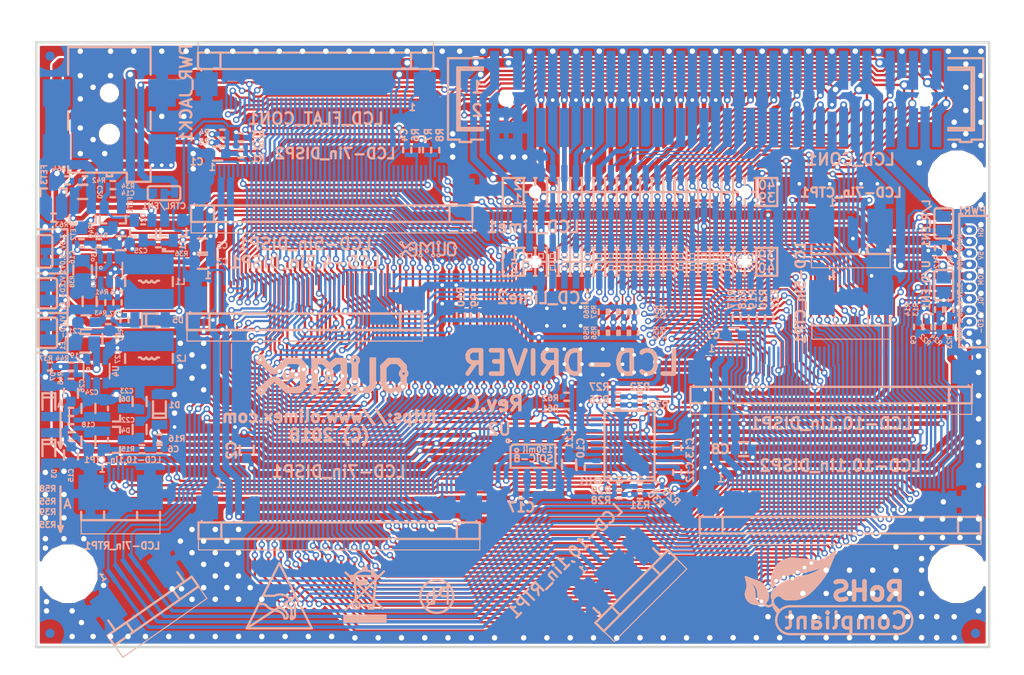
<source format=kicad_pcb>
(kicad_pcb (version 20171130) (host pcbnew 5.1.0-rc2-unknown-036be7d~80~ubuntu16.04.1)
  (title_block (title LCD-DRIVER) (date 2018-09-18) (rev C))
  (layers (0 F.Cu signal hide) (31 B.Cu signal) (34 B.Paste user hide) (36 B.SilkS user) (38 B.Mask user) (44 Edge.Cuts user))
  (net 0 "")
  (net 1 +3V3)
  (net 2 VDD)
  (net 3 +5V)
  (net 4 /LCD_5.0V)
  (net 5 GND)
  (net 6 "Net-(C4-Pad2)")
  (net 7 VCOM)
  (net 8 "Net-(C9-Pad2)")
  (net 9 "RTP_X-(X1)")
  (net 10 "RTP_Y-(Y1)")
  (net 11 /LCD_3.3V)
  (net 12 "Net-(C14-Pad2)")
  (net 13 VGH)
  (net 14 "Net-(C16-Pad1)")
  (net 15 "Net-(C18-Pad2)")
  (net 16 AVDD)
  (net 17 "Net-(C20-Pad2)")
  (net 18 "Net-(C21-Pad1)")
  (net 19 "Net-(C22-Pad2)")
  (net 20 "Net-(C22-Pad1)")
  (net 21 "Net-(C23-Pad2)")
  (net 22 "Net-(C24-Pad2)")
  (net 23 VGL)
  (net 24 "Net-(CTRL/EN1-Pad2)")
  (net 25 /LCD_PWRE)
  (net 26 "Net-(D2-Pad3)")
  (net 27 "Net-(D5-Pad1)")
  (net 28 /LCD_L/R)
  (net 29 L/R)
  (net 30 "Net-(L1-Pad1)")
  (net 31 "RTP_Y+(Y2)")
  (net 32 "RTP_X+(X2)")
  (net 33 /LCD_DE)
  (net 34 /LCD_VSYNC)
  (net 35 /LCD_HSYNC)
  (net 36 /LCD_CLK)
  (net 37 /LCD_B7)
  (net 38 /LCD_B6)
  (net 39 /LCD_B5)
  (net 40 /LCD_B4)
  (net 41 /LCD_B3)
  (net 42 /LCD_B2)
  (net 43 /LCD_B1)
  (net 44 /LCD_B0)
  (net 45 /LCD_G7)
  (net 46 /LCD_G6)
  (net 47 /LCD_G5)
  (net 48 /LCD_G4)
  (net 49 /LCD_G3)
  (net 50 /LCD_G2)
  (net 51 /LCD_G1)
  (net 52 /LCD_G0)
  (net 53 /LCD_R7)
  (net 54 /LCD_R6)
  (net 55 /LCD_R5)
  (net 56 /LCD_R4)
  (net 57 /LCD_R3)
  (net 58 /LCD_R2)
  (net 59 /LCD_R1)
  (net 60 /LCD_R0)
  (net 61 VLED+)
  (net 62 VLED-)
  (net 63 /RTP-X2/~CTP-RST)
  (net 64 /RTP-X1/~CTP-INT)
  (net 65 /RTP-Y2/CTP-SDA)
  (net 66 /RTP-Y1/CTP-SCL)
  (net 67 "Net-(LCD-7in_DISP1-Pad45)")
  (net 68 "Net-(LCD-7in_DISP1-Pad49)")
  (net 69 "Net-(LCD-7in_DISP1-Pad50)")
  (net 70 "Net-(LCD-7in_DISP1-Pad47)")
  (net 71 U/D)
  (net 72 "Net-(LCD-7in_DISP1-Pad8)")
  (net 73 "Net-(LCD-10,1in_DISP1-Pad8)")
  (net 74 "Net-(LCD-10,1in_DISP1-Pad47)")
  (net 75 "Net-(LCD-10,1in_DISP1-Pad50)")
  (net 76 "Net-(LCD-10,1in_DISP1-Pad49)")
  (net 77 "Net-(LCD-10,1in_DISP1-Pad45)")
  (net 78 /LCD_U/D)
  (net 79 /LCD_BKL)
  (net 80 "Net-(R25-Pad2)")
  (net 81 "Net-(R36-Pad1)")
  (net 82 "Net-(R38-Pad2)")
  (net 83 "Net-(R41-Pad1)")
  (net 84 "Net-(R44-Pad1)")
  (net 85 "Net-(R48-Pad2)")
  (net 86 "Net-(FID1-PadFid1)")
  (net 87 "Net-(FID2-PadFid1)")
  (net 88 "Net-(FID3-PadFid1)")
  (net 89 "Net-(LCD-4,3in_DISP1-Pad35)")
  (net 90 "Net-(LCD-5in_DISP1-Pad35)")
  (net 91 "Net-(U1-Pad6)")
  (net 92 "Net-(U1-Pad10)")
  (net 93 "Net-(U1-Pad12)")
  (net 94 +3.3VA)
  (net 95 "Net-(C20-Pad1)")
  (net 96 "Net-(FET3-Pad1)")
  (module OLIMEX_Other-FP:Mounting_hole_3.3mm (layer F.Cu) (at 73.5 118.5)
    (fp_text reference MountingHole* hide)
    (fp_text value Mounting_hole_3.3mm hide)
    (pad "" np_thru_hole circle (at 0 0) (size 3.3 3.3) (drill 3.3) (layers *.Cu *.Mask) (clearance 1.55))
  )
  (module OLIMEX_Other-FP:Mounting_hole_3.3mm (layer F.Cu) (at 170.5 118.5)
    (fp_text reference MountingHole* hide)
    (fp_text value Mounting_hole_3.3mm hide)
    (pad "" np_thru_hole circle (at 0 0) (size 3.3 3.3) (drill 3.3) (layers *.Cu *.Mask) (clearance 1.55))
  )
  (module OLIMEX_Other-FP:Mounting_hole_3.3mm (layer F.Cu) (at 170.5 75.5)
    (fp_text reference MountingHole* hide)
    (fp_text value Mounting_hole_3.3mm hide)
    (pad "" np_thru_hole circle (at 0 0) (size 3.3 3.3) (drill 3.3) (layers *.Cu *.Mask) (clearance 1.55))
  )
  (module "OLIMEX_Connectors-FP:GPH127SMT-02X20(PA-V16X-2X20-LF)_Drill_0.9mm" (layer B.Cu) (at 135.89 84.455)
    (fp_text reference LCD_Lime2 (at -10.541 3.937) (layer B.SilkS) (effects (font (size 1.27 1.27) (thickness 0.254)) (justify mirror)))
    (fp_text value "MALE-PAV16X-2x20(0.8_bud)")
    (fp_text user 1 (at -13.7 -0.7) (layer B.SilkS) (effects (font (thickness 0.2)) (justify mirror)))
    (fp_text user 2 (at -13.7 0.7) (layer B.SilkS) (effects (font (thickness 0.2)) (justify mirror)))
    (fp_text user 1 (at -13.7 -0.7) (layer B.SilkS) (effects (font (thickness 0.2)) (justify mirror)))
    (fp_text user 39 (at 13.8 -0.7) (layer B.SilkS) (effects (font (thickness 0.2)) (justify mirror)))
    (fp_text user 40 (at 13.8 0.7) (layer B.SilkS) (effects (font (thickness 0.2)) (justify mirror)))
    (pad "" np_thru_hole circle (at -11.43 0 270) (size 0.9 0.9) (drill 0.9) (layers *.Cu *.Mask))
    (pad 20 smd rect (at -0.635 2.032 270) (size 1.8 0.7) (layers B.Cu B.Paste B.Mask) (net 45 /LCD_G7))
    (pad 19 smd rect (at -0.635 -2.032 270) (size 1.8 0.7) (layers B.Cu B.Paste B.Mask) (net 46 /LCD_G6))
    (pad 18 smd rect (at -1.905 2.032 270) (size 1.8 0.7) (layers B.Cu B.Paste B.Mask) (net 47 /LCD_G5))
    (pad 17 smd rect (at -1.905 -2.032 270) (size 1.8 0.7) (layers B.Cu B.Paste B.Mask) (net 48 /LCD_G4))
    (pad 16 smd rect (at -3.175 2.032 270) (size 1.8 0.7) (layers B.Cu B.Paste B.Mask) (net 49 /LCD_G3))
    (pad 15 smd rect (at -3.175 -2.032 270) (size 1.8 0.7) (layers B.Cu B.Paste B.Mask) (net 50 /LCD_G2))
    (pad 14 smd rect (at -4.445 2.032 270) (size 1.8 0.7) (layers B.Cu B.Paste B.Mask) (net 51 /LCD_G1))
    (pad 13 smd rect (at -4.445 -2.032 270) (size 1.8 0.7) (layers B.Cu B.Paste B.Mask) (net 52 /LCD_G0))
    (pad 12 smd rect (at -5.715 2.032 90) (size 1.8 0.7) (layers B.Cu B.Paste B.Mask) (net 53 /LCD_R7))
    (pad 11 smd rect (at -5.715 -2.032 90) (size 1.8 0.7) (layers B.Cu B.Paste B.Mask) (net 54 /LCD_R6))
    (pad 10 smd rect (at -6.985 2.032 90) (size 1.8 0.7) (layers B.Cu B.Paste B.Mask) (net 55 /LCD_R5))
    (pad 9 smd rect (at -6.985 -2.032 90) (size 1.8 0.7) (layers B.Cu B.Paste B.Mask) (net 56 /LCD_R4))
    (pad 8 smd rect (at -8.255 2.032 90) (size 1.8 0.7) (layers B.Cu B.Paste B.Mask) (net 57 /LCD_R3))
    (pad 7 smd rect (at -8.255 -2.032 90) (size 1.8 0.7) (layers B.Cu B.Paste B.Mask) (net 58 /LCD_R2))
    (pad 6 smd rect (at -9.525 2.032 90) (size 1.8 0.7) (layers B.Cu B.Paste B.Mask) (net 59 /LCD_R1))
    (pad 5 smd rect (at -9.525 -2.032 90) (size 1.8 0.7) (layers B.Cu B.Paste B.Mask) (net 60 /LCD_R0))
    (pad 4 smd rect (at -10.795 2.032 90) (size 1.8 0.7) (layers B.Cu B.Paste B.Mask) (net 5 GND))
    (pad 3 smd rect (at -10.795 -2.032 90) (size 1.8 0.7) (layers B.Cu B.Paste B.Mask) (net 11 /LCD_3.3V))
    (pad 2 smd rect (at -12.065 2.032 90) (size 1.8 0.7) (layers B.Cu B.Paste B.Mask) (net 5 GND))
    (pad 1 smd rect (at -12.065 -2.032 90) (size 1.8 0.7) (layers B.Cu B.Paste B.Mask) (net 4 /LCD_5.0V))
    (pad 21 smd rect (at 0.635 -2.032 90) (size 1.8 0.7) (layers B.Cu B.Paste B.Mask) (net 44 /LCD_B0))
    (pad 22 smd rect (at 0.635 2.032 90) (size 1.8 0.7) (layers B.Cu B.Paste B.Mask) (net 43 /LCD_B1))
    (pad 23 smd rect (at 1.905 -2.032 90) (size 1.8 0.7) (layers B.Cu B.Paste B.Mask) (net 42 /LCD_B2))
    (pad 24 smd rect (at 1.905 2.032 90) (size 1.8 0.7) (layers B.Cu B.Paste B.Mask) (net 41 /LCD_B3))
    (pad 25 smd rect (at 3.175 -2.032 90) (size 1.8 0.7) (layers B.Cu B.Paste B.Mask) (net 40 /LCD_B4))
    (pad 26 smd rect (at 3.175 2.032 90) (size 1.8 0.7) (layers B.Cu B.Paste B.Mask) (net 39 /LCD_B5))
    (pad 27 smd rect (at 4.445 -2.032 90) (size 1.8 0.7) (layers B.Cu B.Paste B.Mask) (net 38 /LCD_B6))
    (pad 28 smd rect (at 4.445 2.032 90) (size 1.8 0.7) (layers B.Cu B.Paste B.Mask) (net 37 /LCD_B7))
    (pad 29 smd rect (at 5.715 -2.032 90) (size 1.8 0.7) (layers B.Cu B.Paste B.Mask) (net 35 /LCD_HSYNC))
    (pad 30 smd rect (at 5.715 2.032 90) (size 1.8 0.7) (layers B.Cu B.Paste B.Mask) (net 34 /LCD_VSYNC))
    (pad 31 smd rect (at 6.985 -2.032 90) (size 1.8 0.7) (layers B.Cu B.Paste B.Mask) (net 36 /LCD_CLK))
    (pad 32 smd rect (at 6.985 2.032 90) (size 1.8 0.7) (layers B.Cu B.Paste B.Mask) (net 33 /LCD_DE))
    (pad 33 smd rect (at 8.255 -2.032 270) (size 1.8 0.7) (layers B.Cu B.Paste B.Mask) (net 28 /LCD_L/R))
    (pad 34 smd rect (at 8.255 2.032 270) (size 1.8 0.7) (layers B.Cu B.Paste B.Mask) (net 78 /LCD_U/D))
    (pad 35 smd rect (at 9.525 -2.032 270) (size 1.8 0.7) (layers B.Cu B.Paste B.Mask) (net 25 /LCD_PWRE))
    (pad 36 smd rect (at 9.525 2.032 270) (size 1.8 0.7) (layers B.Cu B.Paste B.Mask) (net 79 /LCD_BKL))
    (pad 37 smd rect (at 10.795 -2.032 270) (size 1.8 0.7) (layers B.Cu B.Paste B.Mask) (net 64 /RTP-X1/~CTP-INT))
    (pad 38 smd rect (at 10.795 2.032 270) (size 1.8 0.7) (layers B.Cu B.Paste B.Mask) (net 63 /RTP-X2/~CTP-RST))
    (pad 39 smd rect (at 12.065 -2.032 270) (size 1.8 0.7) (layers B.Cu B.Paste B.Mask) (net 66 /RTP-Y1/CTP-SCL))
    (pad 40 smd rect (at 12.065 2.032 270) (size 1.8 0.7) (layers B.Cu B.Paste B.Mask) (net 65 /RTP-Y2/CTP-SDA))
    (pad "" np_thru_hole circle (at 11.43 0 270) (size 0.9 0.9) (drill 0.9) (layers *.Cu *.Mask))
  )
  (module OLIMEX_Jumpers-FP:SJ_Closed (layer B.Cu) (at 71.247 92.202 90)
    (fp_text reference VLED-_E1 (at 0 1.651 90) (layer B.SilkS) (effects (font (size 0.508 0.508) (thickness 0.127)) (justify mirror)))
    (fp_text value Closed)
    (fp_line (start 0.762 0) (end -0.762 0) (layer B.Cu) (width 0.508))
    (pad 1 smd rect (at -0.762 0 90) (size 1.1684 1.6002) (layers B.Cu B.Mask) (net 62 VLED-) (clearance 0.0508))
    (pad 1 smd rect (at -0.762 0 90) (size 1.1684 1.6002) (layers B.Cu B.Mask) (net 62 VLED-))
    (pad 2 smd rect (at 0.762 0 90) (size 1.1684 1.6002) (layers B.Cu B.Mask) (net 82 "Net-(R38-Pad2)") (clearance 0.0508))
  )
  (module OLIMEX_Connectors-FP:GBH254SMT-40 (layer B.Cu) (at 144.145 66.675)
    (fp_text reference LCD_CON1 (at 14.732 6.604) (layer B.SilkS) (effects (font (size 1.27 1.27) (thickness 0.254)) (justify mirror)))
    (fp_text value "GBH254SMT-40(B-V-40-LF)")
    (fp_text user 1 (at -26.035 -1.27) (layer B.SilkS) (effects (font (size 1.27 1.27) (thickness 0.254)) (justify mirror)))
    (fp_text user 2 (at -26.035 1.27) (layer B.SilkS) (effects (font (size 1.27 1.27) (thickness 0.254)) (justify mirror)))
    (pad 1 smd rect (at -24.13 -3.125 270) (size 4.249999 1) (layers B.Cu B.Mask) (net 4 /LCD_5.0V))
    (pad 2 smd rect (at -24.13 3.125 270) (size 4.249999 1) (layers B.Cu B.Mask) (net 5 GND))
    (pad 3 smd rect (at -21.59 -3.125 270) (size 4.249999 1) (layers B.Cu B.Mask) (net 11 /LCD_3.3V))
    (pad 4 smd rect (at -21.59 3.125 270) (size 4.249999 1) (layers B.Cu B.Mask) (net 5 GND))
    (pad 5 smd rect (at -19.05 -3.125 270) (size 4.249999 1) (layers B.Cu B.Mask) (net 60 /LCD_R0))
    (pad 6 smd rect (at -19.05 3.125 270) (size 4.249999 1) (layers B.Cu B.Mask) (net 59 /LCD_R1))
    (pad 7 smd rect (at -16.51 -3.125 270) (size 4.249999 1) (layers B.Cu B.Mask) (net 58 /LCD_R2))
    (pad 8 smd rect (at -16.51 3.125 270) (size 4.249999 1) (layers B.Cu B.Mask) (net 57 /LCD_R3))
    (pad 9 smd rect (at -13.97 -3.125 270) (size 4.249999 1) (layers B.Cu B.Mask) (net 56 /LCD_R4))
    (pad 10 smd rect (at -13.97 3.125 270) (size 4.249999 1) (layers B.Cu B.Mask) (net 55 /LCD_R5))
    (pad 11 smd rect (at -11.43 -3.125 270) (size 4.249999 1) (layers B.Cu B.Mask) (net 54 /LCD_R6))
    (pad 12 smd rect (at -11.43 3.125 270) (size 4.249999 1) (layers B.Cu B.Mask) (net 53 /LCD_R7))
    (pad 13 smd rect (at -8.89 -3.125 270) (size 4.249999 1) (layers B.Cu B.Mask) (net 52 /LCD_G0))
    (pad 14 smd rect (at -8.89 3.125 270) (size 4.249999 1) (layers B.Cu B.Mask) (net 51 /LCD_G1))
    (pad 15 smd rect (at -6.35 -3.125 270) (size 4.249999 1) (layers B.Cu B.Mask) (net 50 /LCD_G2))
    (pad 16 smd rect (at -6.35 3.125 270) (size 4.249999 1) (layers B.Cu B.Mask) (net 49 /LCD_G3))
    (pad 17 smd rect (at -3.81 -3.125 270) (size 4.249999 1) (layers B.Cu B.Mask) (net 48 /LCD_G4))
    (pad 18 smd rect (at -3.81 3.125 270) (size 4.249999 1) (layers B.Cu B.Mask) (net 47 /LCD_G5))
    (pad 19 smd rect (at -1.27 -3.125 270) (size 4.249999 1) (layers B.Cu B.Mask) (net 46 /LCD_G6))
    (pad 20 smd rect (at -1.27 3.125 270) (size 4.249999 1) (layers B.Cu B.Mask) (net 45 /LCD_G7))
    (pad 21 smd rect (at 1.27 -3.125 90) (size 4.249999 1) (layers B.Cu B.Mask) (net 44 /LCD_B0))
    (pad 22 smd rect (at 1.27 3.125 270) (size 4.249999 1) (layers B.Cu B.Mask) (net 43 /LCD_B1))
    (pad 23 smd rect (at 3.81 -3.125 90) (size 4.249999 1) (layers B.Cu B.Mask) (net 42 /LCD_B2))
    (pad 24 smd rect (at 3.81 3.125 270) (size 4.249999 1) (layers B.Cu B.Mask) (net 41 /LCD_B3))
    (pad 25 smd rect (at 6.35 -3.125 90) (size 4.249999 1) (layers B.Cu B.Mask) (net 40 /LCD_B4))
    (pad 26 smd rect (at 6.35 3.125 270) (size 4.249999 1) (layers B.Cu B.Mask) (net 39 /LCD_B5))
    (pad 27 smd rect (at 8.89 -3.125 90) (size 4.249999 1) (layers B.Cu B.Mask) (net 38 /LCD_B6))
    (pad 28 smd rect (at 8.89 3.125 270) (size 4.249999 1) (layers B.Cu B.Mask) (net 37 /LCD_B7))
    (pad 29 smd rect (at 11.43 -3.125 90) (size 4.249999 1) (layers B.Cu B.Mask) (net 35 /LCD_HSYNC))
    (pad 30 smd rect (at 11.43 3.125 270) (size 4.249999 1) (layers B.Cu B.Mask) (net 34 /LCD_VSYNC))
    (pad 31 smd rect (at 13.97 -3.125 90) (size 4.249999 1) (layers B.Cu B.Mask) (net 36 /LCD_CLK))
    (pad 32 smd rect (at 13.97 3.125 270) (size 4.249999 1) (layers B.Cu B.Mask) (net 33 /LCD_DE))
    (pad 33 smd rect (at 16.51 -3.125 90) (size 4.249999 1) (layers B.Cu B.Mask) (net 28 /LCD_L/R))
    (pad 34 smd rect (at 16.51 3.125 270) (size 4.249999 1) (layers B.Cu B.Mask) (net 78 /LCD_U/D))
    (pad 35 smd rect (at 19.05 -3.125 90) (size 4.249999 1) (layers B.Cu B.Mask) (net 25 /LCD_PWRE))
    (pad 36 smd rect (at 19.05 3.125 270) (size 4.249999 1) (layers B.Cu B.Mask) (net 79 /LCD_BKL))
    (pad 37 smd rect (at 21.59 -3.125 90) (size 4.249999 1) (layers B.Cu B.Mask) (net 64 /RTP-X1/~CTP-INT))
    (pad 38 smd rect (at 21.59 3.125 270) (size 4.249999 1) (layers B.Cu B.Mask) (net 63 /RTP-X2/~CTP-RST))
    (pad 39 smd rect (at 24.13 -3.125 90) (size 4.249999 1) (layers B.Cu B.Mask) (net 66 /RTP-Y1/CTP-SCL))
    (pad 40 smd rect (at 24.13 3.125 270) (size 4.249999 1) (layers B.Cu B.Mask) (net 65 /RTP-Y2/CTP-SDA))
    (pad "" np_thru_hole circle (at -22.86 0 270) (size 1.2 1.2) (drill 1.2) (layers *.Cu *.Mask))
    (pad "" np_thru_hole circle (at 22.86 0 270) (size 1.2 1.2) (drill 1.2) (layers *.Cu *.Mask))
  )
  (module "OLIMEX_Connectors-FP:PWRJ-2mm(DCJ-W54R-20-LF)" (layer B.Cu) (at 77.978 68.326 270)
    (fp_text reference PWR_JACK1 (at -2.286 -8.382 270) (layer B.SilkS) (effects (font (size 1.27 1.27) (thickness 0.254)) (justify mirror)))
    (fp_text value "PWRJ-2mm(DCJ-W54R-20-LF)")
    (pad "" np_thru_hole circle (at 2.2 0 270) (size 1.8 1.8) (drill 1.8) (layers *.Cu *.Mask))
    (pad "" np_thru_hole circle (at -2.3 0 270) (size 1.6 1.6) (drill 1.6) (layers *.Cu *.Mask))
    (pad 2 smd rect (at -2.3 -5.75 270) (size 3 3) (layers B.Cu B.Paste B.Mask) (net 5 GND))
    (pad 3 smd rect (at 3.7 -5.75 270) (size 3 3) (layers B.Cu B.Paste B.Mask) (net 96 "Net-(FET3-Pad1)"))
    (pad 1 smd rect (at -2.3 5.75 270) (size 3 3) (layers B.Cu B.Paste B.Mask) (net 95 "Net-(C20-Pad1)"))
    (pad 1 smd rect (at 3.7 5.75 270) (size 3 3) (layers B.Cu B.Paste B.Mask) (net 95 "Net-(C20-Pad1)"))
  )
  (module OLIMEX_Connectors-FP:WU10S (layer B.Cu) (at 171.831 86.614 270)
    (fp_text reference PWR1 (at -7.747 -0.254) (layer B.SilkS) (effects (font (size 0.762 0.762) (thickness 0.1905)) (justify mirror)))
    (fp_text value "NA(WU10S)")
    (pad 1 thru_hole oval (at -5.625 0 270) (size 1 1.5) (drill 0.6) (layers *.Cu *.Mask) (net 13 VGH))
    (pad 2 thru_hole oval (at -4.375 0 270) (size 1 1.5) (drill 0.6) (layers *.Cu *.Mask) (net 16 AVDD))
    (pad 3 thru_hole oval (at -3.125 0 270) (size 1 1.5) (drill 0.6) (layers *.Cu *.Mask) (net 3 +5V))
    (pad 4 thru_hole oval (at -1.875 0 270) (size 1 1.5) (drill 0.6) (layers *.Cu *.Mask) (net 2 VDD))
    (pad 5 thru_hole oval (at -0.625 0 270) (size 1 1.5) (drill 0.6) (layers *.Cu *.Mask) (net 7 VCOM))
    (pad 6 thru_hole oval (at 0.625 0 270) (size 1 1.5) (drill 0.6) (layers *.Cu *.Mask) (net 1 +3V3))
    (pad 7 thru_hole oval (at 1.875 0 270) (size 1 1.5) (drill 0.6) (layers *.Cu *.Mask) (net 23 VGL))
    (pad 8 thru_hole oval (at 3.125 0 270) (size 1 1.5) (drill 0.6) (layers *.Cu *.Mask) (net 61 VLED+))
    (pad 9 thru_hole oval (at 4.375 0 270) (size 1 1.5) (drill 0.6) (layers *.Cu *.Mask) (net 62 VLED-))
    (pad 10 thru_hole oval (at 5.625 0 270) (size 1 1.5) (drill 0.6) (layers *.Cu *.Mask) (net 5 GND))
  )
  (module OLIMEX_RLC-FP:R_0402_5MIL_DWS (layer B.Cu) (at 81.534 104.902)
    (fp_text reference R15 (at -1.524 0) (layer B.SilkS) (effects (font (size 0.508 0.508) (thickness 0.127)) (justify mirror)))
    (fp_text value "NA(1k/1%/R0402)")
    (pad 2 smd rect (at 0.508 0) (size 0.5 0.55) (layers B.Cu B.Paste B.Mask) (net 7 VCOM))
    (pad 1 smd rect (at -0.508 0 180) (size 0.5 0.55) (layers B.Cu B.Paste B.Mask) (net 16 AVDD))
  )
  (module OLIMEX_LCDs-FP:FPV-WZA21-40-LF (layer B.Cu) (at 99.3 89)
    (fp_text reference LCD-4,3in_DISP1 (at 0 -4.5) (layer B.SilkS) (effects (font (size 1.27 1.27) (thickness 0.254)) (justify mirror)))
    (fp_text value "LCD-4.3\"(480x272_GFT043HA480272Y)+(FPV-WZA21-40-LF)")
    (fp_text user 1 (at -10.541 -3.075) (layer B.SilkS) (effects (font (size 0.762 0.762) (thickness 0.1905)) (justify mirror)))
    (pad 0 smd rect (at 11.9 -0.55 180) (size 2.4 2.6) (layers B.Cu B.Paste B.Mask) (net 5 GND))
    (pad 0 smd rect (at -11.9 -0.55 180) (size 2.4 2.6) (layers B.Cu B.Paste B.Mask) (net 5 GND))
    (pad 40 smd rect (at 9.75 -2.65 180) (size 0.25 1.3) (layers B.Cu B.Paste B.Mask) (net 31 "RTP_Y+(Y2)"))
    (pad 39 smd rect (at 9.25 -2.65 180) (size 0.25 1.3) (layers B.Cu B.Paste B.Mask) (net 9 "RTP_X-(X1)"))
    (pad 38 smd rect (at 8.75 -2.65 180) (size 0.25 1.3) (layers B.Cu B.Paste B.Mask) (net 10 "RTP_Y-(Y1)"))
    (pad 37 smd rect (at 8.25 -2.65 180) (size 0.25 1.3) (layers B.Cu B.Paste B.Mask) (net 32 "RTP_X+(X2)"))
    (pad 36 smd rect (at 7.75 -2.65 180) (size 0.25 1.3) (layers B.Cu B.Paste B.Mask) (net 5 GND))
    (pad 35 smd rect (at 7.25 -2.65 180) (size 0.25 1.3) (layers B.Cu B.Paste B.Mask) (net 89 "Net-(LCD-4,3in_DISP1-Pad35)"))
    (pad 34 smd rect (at 6.75 -2.65 180) (size 0.25 1.3) (layers B.Cu B.Paste B.Mask) (net 33 /LCD_DE))
    (pad 33 smd rect (at 6.25 -2.65 180) (size 0.25 1.3) (layers B.Cu B.Paste B.Mask) (net 34 /LCD_VSYNC))
    (pad 32 smd rect (at 5.75 -2.65 180) (size 0.25 1.3) (layers B.Cu B.Paste B.Mask) (net 35 /LCD_HSYNC))
    (pad 31 smd rect (at 5.25 -2.65 180) (size 0.25 1.3) (layers B.Cu B.Paste B.Mask) (net 1 +3V3))
    (pad 30 smd rect (at 4.75 -2.65 180) (size 0.25 1.3) (layers B.Cu B.Paste B.Mask) (net 36 /LCD_CLK))
    (pad 29 smd rect (at 4.25 -2.65 180) (size 0.25 1.3) (layers B.Cu B.Paste B.Mask) (net 5 GND))
    (pad 28 smd rect (at 3.75 -2.65 180) (size 0.25 1.3) (layers B.Cu B.Paste B.Mask) (net 37 /LCD_B7))
    (pad 27 smd rect (at 3.25 -2.65 180) (size 0.25 1.3) (layers B.Cu B.Paste B.Mask) (net 38 /LCD_B6))
    (pad 26 smd rect (at 2.75 -2.65 180) (size 0.25 1.3) (layers B.Cu B.Paste B.Mask) (net 39 /LCD_B5))
    (pad 25 smd rect (at 2.25 -2.65 180) (size 0.25 1.3) (layers B.Cu B.Paste B.Mask) (net 40 /LCD_B4))
    (pad 24 smd rect (at 1.75 -2.65 180) (size 0.25 1.3) (layers B.Cu B.Paste B.Mask) (net 41 /LCD_B3))
    (pad 23 smd rect (at 1.25 -2.65 180) (size 0.25 1.3) (layers B.Cu B.Paste B.Mask) (net 42 /LCD_B2))
    (pad 22 smd rect (at 0.75 -2.65 180) (size 0.25 1.3) (layers B.Cu B.Paste B.Mask) (net 43 /LCD_B1))
    (pad 21 smd rect (at 0.25 -2.65 180) (size 0.25 1.3) (layers B.Cu B.Paste B.Mask) (net 44 /LCD_B0))
    (pad 20 smd rect (at -0.25 -2.65 180) (size 0.25 1.3) (layers B.Cu B.Paste B.Mask) (net 45 /LCD_G7))
    (pad 19 smd rect (at -0.75 -2.65 180) (size 0.25 1.3) (layers B.Cu B.Paste B.Mask) (net 46 /LCD_G6))
    (pad 18 smd rect (at -1.25 -2.65 180) (size 0.25 1.3) (layers B.Cu B.Paste B.Mask) (net 47 /LCD_G5))
    (pad 17 smd rect (at -1.75 -2.65 180) (size 0.25 1.3) (layers B.Cu B.Paste B.Mask) (net 48 /LCD_G4))
    (pad 16 smd rect (at -2.25 -2.65 180) (size 0.25 1.3) (layers B.Cu B.Paste B.Mask) (net 49 /LCD_G3))
    (pad 15 smd rect (at -2.75 -2.65 180) (size 0.25 1.3) (layers B.Cu B.Paste B.Mask) (net 50 /LCD_G2))
    (pad 14 smd rect (at -3.25 -2.65 180) (size 0.25 1.3) (layers B.Cu B.Paste B.Mask) (net 51 /LCD_G1))
    (pad 13 smd rect (at -3.75 -2.65 180) (size 0.25 1.3) (layers B.Cu B.Paste B.Mask) (net 52 /LCD_G0))
    (pad 12 smd rect (at -4.25 -2.65 180) (size 0.25 1.3) (layers B.Cu B.Paste B.Mask) (net 53 /LCD_R7))
    (pad 11 smd rect (at -4.75 -2.65 180) (size 0.25 1.3) (layers B.Cu B.Paste B.Mask) (net 54 /LCD_R6))
    (pad 10 smd rect (at -5.25 -2.65 180) (size 0.25 1.3) (layers B.Cu B.Paste B.Mask) (net 55 /LCD_R5))
    (pad 9 smd rect (at -5.75 -2.65 180) (size 0.25 1.3) (layers B.Cu B.Paste B.Mask) (net 56 /LCD_R4))
    (pad 8 smd rect (at -6.25 -2.65 180) (size 0.25 1.3) (layers B.Cu B.Paste B.Mask) (net 57 /LCD_R3))
    (pad 7 smd rect (at -6.75 -2.65 180) (size 0.25 1.3) (layers B.Cu B.Paste B.Mask) (net 58 /LCD_R2))
    (pad 6 smd rect (at -7.25 -2.65 180) (size 0.25 1.3) (layers B.Cu B.Paste B.Mask) (net 59 /LCD_R1))
    (pad 5 smd rect (at -7.75 -2.65 180) (size 0.25 1.3) (layers B.Cu B.Paste B.Mask) (net 60 /LCD_R0))
    (pad 4 smd rect (at -8.25 -2.65 180) (size 0.25 1.3) (layers B.Cu B.Paste B.Mask) (net 1 +3V3))
    (pad 3 smd rect (at -8.75 -2.65 180) (size 0.25 1.3) (layers B.Cu B.Paste B.Mask) (net 5 GND))
    (pad 2 smd rect (at -9.25 -2.65 180) (size 0.25 1.3) (layers B.Cu B.Paste B.Mask) (net 61 VLED+))
    (pad 1 smd rect (at -9.75 -2.65 180) (size 0.25 1.3) (layers B.Cu B.Paste B.Mask) (net 62 VLED-))
  )
  (module OLIMEX_Jumpers-FP:SJ_2_SMALL_23_TIED (layer B.Cu) (at 70.993 83.312 270)
    (fp_text reference 3.3V/5.0V1 (at 0.254 -1.905 270) (layer B.SilkS) (effects (font (size 0.508 0.508) (thickness 0.127)) (justify mirror)))
    (fp_text value 3.3V:Opened/5.0V:Closed)
    (fp_line (start 0 0) (end 1.27 0) (layer B.Cu) (width 0.508))
    (pad 3 smd rect (at 1.143 0 270) (size 0.762 1.016) (layers B.Cu B.Mask) (net 3 +5V) (clearance 0.0508))
    (pad 2 smd rect (at 0 0 270) (size 0.762 1.016) (layers B.Cu B.Mask) (net 2 VDD) (clearance 0.0508))
    (pad 1 smd rect (at -1.143 0 270) (size 0.762 1.016) (layers B.Cu B.Mask) (net 1 +3V3) (clearance 0.0508))
  )
  (module OLIMEX_RLC-FP:C_0603_5MIL_DWS (layer B.Cu) (at 89.789 72.644 180)
    (fp_text reference C1 (at 2.286 -0.889 180) (layer B.SilkS) (effects (font (size 0.762 0.762) (thickness 0.1905)) (justify mirror)))
    (fp_text value "NA(22uF/6.3V/20%/X5R/C0603)")
    (pad 2 smd rect (at 0.889 0 180) (size 1.016 1.016) (layers B.Cu B.Paste B.Mask) (net 5 GND) (clearance 0.0508))
    (pad 1 smd rect (at -0.889 0 180) (size 1.016 1.016) (layers B.Cu B.Paste B.Mask) (net 1 +3V3) (clearance 0.0508))
  )
  (module OLIMEX_RLC-FP:C_0603_5MIL_DWS (layer B.Cu) (at 88.138 84.455 180)
    (fp_text reference C3 (at -2.159 0 180) (layer B.SilkS) (effects (font (size 0.635 0.635) (thickness 0.15875)) (justify mirror)))
    (fp_text value 22uF/6.3V/20%/X5R/C0603)
    (pad 2 smd rect (at 0.889 0 180) (size 1.016 1.016) (layers B.Cu B.Paste B.Mask) (net 5 GND) (clearance 0.0508))
    (pad 1 smd rect (at -0.889 0 180) (size 1.016 1.016) (layers B.Cu B.Paste B.Mask) (net 1 +3V3) (clearance 0.0508))
  )
  (module OLIMEX_RLC-FP:C_0402_5MIL_DWS (layer B.Cu) (at 110.49 72.263 270)
    (fp_text reference C4 (at -1.651 0.381 270) (layer B.SilkS) (effects (font (size 0.762 0.762) (thickness 0.1905)) (justify mirror)))
    (fp_text value "NA(100nF/16V/10%/X7R/C0402)")
    (pad 2 smd rect (at 0.508 0 270) (size 0.5 0.55) (layers B.Cu B.Paste B.Mask) (net 6 "Net-(C4-Pad2)"))
    (pad 1 smd rect (at -0.508 0 90) (size 0.5 0.55) (layers B.Cu B.Paste B.Mask) (net 5 GND))
  )
  (module OLIMEX_RLC-FP:C_0603_5MIL_DWS (layer B.Cu) (at 88.138 82.677 180)
    (fp_text reference C5 (at -2.159 0) (layer B.SilkS) (effects (font (size 0.635 0.635) (thickness 0.15875)) (justify mirror)))
    (fp_text value "NA(22uF/6.3V/20%/X5R/C0603)")
    (pad 2 smd rect (at 0.889 0 180) (size 1.016 1.016) (layers B.Cu B.Paste B.Mask) (net 5 GND) (clearance 0.0508))
    (pad 1 smd rect (at -0.889 0 180) (size 1.016 1.016) (layers B.Cu B.Paste B.Mask) (net 1 +3V3) (clearance 0.0508))
  )
  (module OLIMEX_RLC-FP:C_0402_5MIL_DWS (layer B.Cu) (at 83.439 104.902)
    (fp_text reference C6 (at 1.524 0) (layer B.SilkS) (effects (font (size 0.635 0.635) (thickness 0.15875)) (justify mirror)))
    (fp_text value "NA(100nF/16V/10%/X7R/C0402)")
    (pad 2 smd rect (at 0.508 0) (size 0.5 0.55) (layers B.Cu B.Paste B.Mask) (net 5 GND))
    (pad 1 smd rect (at -0.508 0 180) (size 0.5 0.55) (layers B.Cu B.Paste B.Mask) (net 7 VCOM))
  )
  (module OLIMEX_RLC-FP:C_0603_5MIL_DWS (layer B.Cu) (at 146.177 92.456 180)
    (fp_text reference C7 (at 2.286 0 180) (layer B.SilkS) (effects (font (size 0.762 0.762) (thickness 0.1905)) (justify mirror)))
    (fp_text value "NA(22uF/6.3V/20%/X5R/C0603)")
    (pad 2 smd rect (at 0.889 0 180) (size 1.016 1.016) (layers B.Cu B.Paste B.Mask) (net 5 GND) (clearance 0.0508))
    (pad 1 smd rect (at -0.889 0 180) (size 1.016 1.016) (layers B.Cu B.Paste B.Mask) (net 1 +3V3) (clearance 0.0508))
  )
  (module OLIMEX_RLC-FP:C_0402_5MIL_DWS (layer B.Cu) (at 166.243 91.567 270)
    (fp_text reference C9 (at 1.397 0.508 90) (layer B.SilkS) (effects (font (size 0.508 0.508) (thickness 0.127)) (justify mirror)))
    (fp_text value "NA(100nF/16V/10%/X7R/C0402)")
    (pad 2 smd rect (at 0.508 0 270) (size 0.5 0.55) (layers B.Cu B.Paste B.Mask) (net 8 "Net-(C9-Pad2)"))
    (pad 1 smd rect (at -0.508 0 90) (size 0.5 0.55) (layers B.Cu B.Paste B.Mask) (net 5 GND))
  )
  (module OLIMEX_RLC-FP:C_0402_5MIL_DWS (layer B.Cu) (at 129.413 106.934 270)
    (fp_text reference C10 (at -2.159 0 270) (layer B.SilkS) (effects (font (size 0.762 0.762) (thickness 0.1905)) (justify mirror)))
    (fp_text value 100nF/16V/10%/X7R/C0402)
    (pad 2 smd rect (at 0.508 0 270) (size 0.5 0.55) (layers B.Cu B.Paste B.Mask) (net 94 +3.3VA))
    (pad 1 smd rect (at -0.508 0 90) (size 0.5 0.55) (layers B.Cu B.Paste B.Mask) (net 5 GND))
  )
  (module OLIMEX_RLC-FP:C_0603_5MIL_DWS (layer B.Cu) (at 128.143 106.553 90)
    (fp_text reference C11 (at 2.794 0 90) (layer B.SilkS) (effects (font (size 0.762 0.762) (thickness 0.1905)) (justify mirror)))
    (fp_text value 22uF/6.3V/20%/X5R/C0603)
    (pad 2 smd rect (at 0.889 0 90) (size 1.016 1.016) (layers B.Cu B.Paste B.Mask) (net 5 GND) (clearance 0.0508))
    (pad 1 smd rect (at -0.889 0 90) (size 1.016 1.016) (layers B.Cu B.Paste B.Mask) (net 94 +3.3VA) (clearance 0.0508))
  )
  (module OLIMEX_RLC-FP:C_0402_5MIL_DWS (layer B.Cu) (at 139.954 107.442 90)
    (fp_text reference C12 (at 0 1.397 90) (layer B.SilkS) (effects (font (size 0.762 0.762) (thickness 0.1905)) (justify mirror)))
    (fp_text value 10nF/50V/10%/X7R/C0402)
    (pad 2 smd rect (at 0.508 0 90) (size 0.5 0.55) (layers B.Cu B.Paste B.Mask) (net 9 "RTP_X-(X1)"))
    (pad 1 smd rect (at -0.508 0 270) (size 0.5 0.55) (layers B.Cu B.Paste B.Mask) (net 5 GND))
  )
  (module OLIMEX_RLC-FP:C_0402_5MIL_DWS (layer B.Cu) (at 139.954 104.775 90)
    (fp_text reference C13 (at 0 1.397 90) (layer B.SilkS) (effects (font (size 0.762 0.762) (thickness 0.1905)) (justify mirror)))
    (fp_text value 10nF/50V/10%/X7R/C0402)
    (pad 2 smd rect (at 0.508 0 90) (size 0.5 0.55) (layers B.Cu B.Paste B.Mask) (net 10 "RTP_Y-(Y1)"))
    (pad 1 smd rect (at -0.508 0 270) (size 0.5 0.55) (layers B.Cu B.Paste B.Mask) (net 5 GND))
  )
  (module OLIMEX_RLC-FP:C_0402_5MIL_DWS (layer B.Cu) (at 78.359 76.962 180)
    (fp_text reference C14 (at -1.651 0 180) (layer B.SilkS) (effects (font (size 0.508 0.508) (thickness 0.127)) (justify mirror)))
    (fp_text value 100nF/16V/10%/X7R/C0402)
    (pad 2 smd rect (at 0.508 0 180) (size 0.5 0.55) (layers B.Cu B.Paste B.Mask) (net 12 "Net-(C14-Pad2)"))
    (pad 1 smd rect (at -0.508 0) (size 0.5 0.55) (layers B.Cu B.Paste B.Mask) (net 11 /LCD_3.3V))
  )
  (module OLIMEX_RLC-FP:C_0603_5MIL_DWS (layer B.Cu) (at 73.787 105.537 90)
    (fp_text reference C15 (at -2.2225 0 90) (layer B.SilkS) (effects (font (size 0.508 0.508) (thickness 0.127)) (justify mirror)))
    (fp_text value "NA(100nF/50V/20%/Y5V/C0603)")
    (pad 2 smd rect (at 0.889 0 90) (size 1.016 1.016) (layers B.Cu B.Paste B.Mask) (net 13 VGH) (clearance 0.0508))
    (pad 1 smd rect (at -0.889 0 90) (size 1.016 1.016) (layers B.Cu B.Paste B.Mask) (net 5 GND) (clearance 0.0508))
  )
  (module OLIMEX_RLC-FP:C_0805_5MIL_DWS (layer B.Cu) (at 75.057 85.344 270)
    (fp_text reference C16 (at -1.397 1.143 90) (layer B.SilkS) (effects (font (size 0.508 0.508) (thickness 0.127)) (justify mirror)))
    (fp_text value 2.2uF/50V/10%/X5R/C0805)
    (pad 2 smd rect (at 1.016 0 180) (size 1.524 1.27) (layers B.Cu B.Paste B.Mask) (net 5 GND))
    (pad 1 smd rect (at -1.016 0 180) (size 1.524 1.27) (layers B.Cu B.Paste B.Mask) (net 14 "Net-(C16-Pad1)"))
  )
  (module OLIMEX_RLC-FP:C_0402_5MIL_DWS (layer B.Cu) (at 122.936 109.855)
    (fp_text reference C17 (at 0 1.397) (layer B.SilkS) (effects (font (size 1.016 1.016) (thickness 0.254)) (justify mirror)))
    (fp_text value 100nF/16V/10%/X7R/C0402)
    (pad 2 smd rect (at 0.508 0) (size 0.5 0.55) (layers B.Cu B.Paste B.Mask) (net 5 GND))
    (pad 1 smd rect (at -0.508 0 180) (size 0.5 0.55) (layers B.Cu B.Paste B.Mask) (net 94 +3.3VA))
  )
  (module OLIMEX_RLC-FP:C_0603_5MIL_DWS (layer B.Cu) (at 75.692 104.013 90)
    (fp_text reference C18 (at 1.778 0 180) (layer B.SilkS) (effects (font (size 0.508 0.508) (thickness 0.127)) (justify mirror)))
    (fp_text value "NA(100nF/50V/20%/Y5V/C0603)")
    (pad 2 smd rect (at 0.889 0 90) (size 1.016 1.016) (layers B.Cu B.Paste B.Mask) (net 15 "Net-(C18-Pad2)") (clearance 0.0508))
    (pad 1 smd rect (at -0.889 0 90) (size 1.016 1.016) (layers B.Cu B.Paste B.Mask) (net 5 GND) (clearance 0.0508))
  )
  (module OLIMEX_RLC-FP:C_0805_5MIL_DWS (layer B.Cu) (at 75.311 93.345 180)
    (fp_text reference C19 (at 0.889 -1.3335 180) (layer B.SilkS) (effects (font (size 0.508 0.508) (thickness 0.127)) (justify mirror)))
    (fp_text value "NA(2.2uF/50V/10%/X5R/C0805)")
    (pad 2 smd rect (at 1.016 0 90) (size 1.524 1.27) (layers B.Cu B.Paste B.Mask) (net 5 GND))
    (pad 1 smd rect (at -1.016 0 90) (size 1.524 1.27) (layers B.Cu B.Paste B.Mask) (net 16 AVDD))
  )
  (module OLIMEX_RLC-FP:C_0603_5MIL_DWS (layer B.Cu) (at 75.057 76.835 180)
    (fp_text reference C20 (at -1.905 0 270) (layer B.SilkS) (effects (font (size 0.508 0.508) (thickness 0.127)) (justify mirror)))
    (fp_text value 22uF/6.3V/20%/X5R/C0603)
    (pad 2 smd rect (at 0.889 0 180) (size 1.016 1.016) (layers B.Cu B.Paste B.Mask) (net 17 "Net-(C20-Pad2)") (clearance 0.0508))
    (pad 1 smd rect (at -0.889 0 180) (size 1.016 1.016) (layers B.Cu B.Paste B.Mask) (net 95 "Net-(C20-Pad1)") (clearance 0.0508))
  )
  (module OLIMEX_RLC-FP:C_0603_5MIL_DWS (layer B.Cu) (at 75.438 91.059 180)
    (fp_text reference C21 (at 1.2065 -0.9525) (layer B.SilkS) (effects (font (size 0.508 0.508) (thickness 0.127)) (justify mirror)))
    (fp_text value 22uF/6.3V/20%/X5R/C0603)
    (pad 2 smd rect (at 0.889 0 180) (size 1.016 1.016) (layers B.Cu B.Paste B.Mask) (net 5 GND) (clearance 0.0508))
    (pad 1 smd rect (at -0.889 0 180) (size 1.016 1.016) (layers B.Cu B.Paste B.Mask) (net 18 "Net-(C21-Pad1)") (clearance 0.0508))
  )
  (module OLIMEX_RLC-FP:C_0603_5MIL_DWS (layer B.Cu) (at 81.28 102.743 90)
    (fp_text reference C22 (at 1.016 -1.27 180) (layer B.SilkS) (effects (font (size 0.508 0.508) (thickness 0.127)) (justify mirror)))
    (fp_text value "NA(100nF/50V/20%/Y5V/C0603)")
    (pad 2 smd rect (at 0.889 0 90) (size 1.016 1.016) (layers B.Cu B.Paste B.Mask) (net 19 "Net-(C22-Pad2)") (clearance 0.0508))
    (pad 1 smd rect (at -0.889 0 90) (size 1.016 1.016) (layers B.Cu B.Paste B.Mask) (net 20 "Net-(C22-Pad1)") (clearance 0.0508))
  )
  (module OLIMEX_RLC-FP:C_0603_5MIL_DWS (layer B.Cu) (at 81.28 99.695 270)
    (fp_text reference C23 (at -1.143 1.397) (layer B.SilkS) (effects (font (size 0.508 0.508) (thickness 0.127)) (justify mirror)))
    (fp_text value "NA(100nF/50V/20%/Y5V/C0603)")
    (pad 2 smd rect (at 0.889 0 270) (size 1.016 1.016) (layers B.Cu B.Paste B.Mask) (net 21 "Net-(C23-Pad2)") (clearance 0.0508))
    (pad 1 smd rect (at -0.889 0 270) (size 1.016 1.016) (layers B.Cu B.Paste B.Mask) (net 19 "Net-(C22-Pad2)") (clearance 0.0508))
  )
  (module OLIMEX_RLC-FP:C_0603_5MIL_DWS (layer B.Cu) (at 75.692 100.457 270)
    (fp_text reference C24 (at -1.7526 -0.3556) (layer B.SilkS) (effects (font (size 0.508 0.508) (thickness 0.127)) (justify mirror)))
    (fp_text value "NA(100nF/50V/20%/Y5V/C0603)")
    (pad 2 smd rect (at 0.889 0 270) (size 1.016 1.016) (layers B.Cu B.Paste B.Mask) (net 22 "Net-(C24-Pad2)") (clearance 0.0508))
    (pad 1 smd rect (at -0.889 0 270) (size 1.016 1.016) (layers B.Cu B.Paste B.Mask) (net 5 GND) (clearance 0.0508))
  )
  (module OLIMEX_RLC-FP:C_0603_5MIL_DWS (layer B.Cu) (at 79.248 82.423)
    (fp_text reference C25 (at 2.159 0.8255 180) (layer B.SilkS) (effects (font (size 0.508 0.508) (thickness 0.127)) (justify mirror)))
    (fp_text value 22uF/6.3V/20%/X5R/C0603)
    (pad 2 smd rect (at 0.889 0) (size 1.016 1.016) (layers B.Cu B.Paste B.Mask) (net 5 GND) (clearance 0.0508))
    (pad 1 smd rect (at -0.889 0) (size 1.016 1.016) (layers B.Cu B.Paste B.Mask) (net 2 VDD) (clearance 0.0508))
  )
  (module OLIMEX_RLC-FP:C_0603_5MIL_DWS (layer B.Cu) (at 73.787 98.806 270)
    (fp_text reference C26 (at -0.8255 -1.2065 270) (layer B.SilkS) (effects (font (size 0.508 0.508) (thickness 0.127)) (justify mirror)))
    (fp_text value "NA(100nF/50V/20%/Y5V/C0603)")
    (pad 2 smd rect (at 0.889 0 270) (size 1.016 1.016) (layers B.Cu B.Paste B.Mask) (net 23 VGL) (clearance 0.0508))
    (pad 1 smd rect (at -0.889 0 270) (size 1.016 1.016) (layers B.Cu B.Paste B.Mask) (net 5 GND) (clearance 0.0508))
  )
  (module OLIMEX_RLC-FP:C_0603_5MIL_DWS (layer B.Cu) (at 77.978 92.837 90)
    (fp_text reference C27 (at -1.9812 0.9144 270) (layer B.SilkS) (effects (font (size 0.508 0.508) (thickness 0.127)) (justify mirror)))
    (fp_text value "NA(22uF/6.3V/20%/X5R/C0603)")
    (pad 2 smd rect (at 0.889 0 90) (size 1.016 1.016) (layers B.Cu B.Paste B.Mask) (net 5 GND) (clearance 0.0508))
    (pad 1 smd rect (at -0.889 0 90) (size 1.016 1.016) (layers B.Cu B.Paste B.Mask) (net 2 VDD) (clearance 0.0508))
  )
  (module OLIMEX_Jumpers-FP:SJ_2_SMALL_23_TIED (layer B.Cu) (at 83.947 76.962)
    (fp_text reference CTRL/EN1 (at 0 1.397) (layer B.SilkS) (effects (font (size 0.635 0.635) (thickness 0.15875)) (justify mirror)))
    (fp_text value CTRL:Closed/EN:Opened)
    (fp_line (start 0 0) (end 1.27 0) (layer B.Cu) (width 0.508))
    (pad 3 smd rect (at 1.143 0) (size 0.762 1.016) (layers B.Cu B.Mask) (net 25 /LCD_PWRE) (clearance 0.0508))
    (pad 2 smd rect (at 0 0) (size 0.762 1.016) (layers B.Cu B.Mask) (net 24 "Net-(CTRL/EN1-Pad2)") (clearance 0.0508))
    (pad 1 smd rect (at -1.143 0) (size 0.762 1.016) (layers B.Cu B.Mask) (net 11 /LCD_3.3V) (clearance 0.0508))
  )
  (module OLIMEX_Diodes-FP:SOD80C-4148-KA (layer B.Cu) (at 83.439 100.584 90)
    (fp_text reference D1 (at 0.508 1.651 180) (layer B.SilkS) (effects (font (size 0.635 0.635) (thickness 0.15875)) (justify mirror)))
    (fp_text value "NA(BZV55C3V9/SOD80C)")
    (pad 1 smd rect (at -1.65 0 90) (size 1 1.7) (layers B.Cu B.Paste B.Mask) (net 7 VCOM))
    (pad 2 smd rect (at 1.65 0 90) (size 1 1.7) (layers B.Cu B.Paste B.Mask) (net 5 GND))
  )
  (module OLIMEX_Diodes-FP:SOT23-3 (layer B.Cu) (at 81.661 81.026 90)
    (fp_text reference D2 (at 1.397 0 270) (layer B.SilkS) (effects (font (size 0.508 0.508) (thickness 0.127)) (justify mirror)))
    (fp_text value "BAT54C(SOT23-3)")
    (pad 3 smd rect (at -1.1 0) (size 1 1.4) (layers B.Cu B.Paste B.Mask) (net 26 "Net-(D2-Pad3)"))
    (pad 2 smd rect (at 1.1 0.95) (size 1 1.4) (layers B.Cu B.Paste B.Mask) (net 17 "Net-(C20-Pad2)"))
    (pad 1 smd rect (at 1.1 -0.95) (size 1 1.4) (layers B.Cu B.Paste B.Mask) (net 12 "Net-(C14-Pad2)"))
  )
  (module OLIMEX_Diodes-FP:SOD80C-4148-KA (layer B.Cu) (at 71.374 104.775 270)
    (fp_text reference D3 (at 2.794 -0.5715 90) (layer B.SilkS) (effects (font (size 0.508 0.508) (thickness 0.127)) (justify mirror)))
    (fp_text value "NA(BZV55C20/SOD80C)")
    (pad 1 smd rect (at -1.65 0 270) (size 1 1.7) (layers B.Cu B.Paste B.Mask) (net 13 VGH))
    (pad 2 smd rect (at 1.65 0 270) (size 1 1.7) (layers B.Cu B.Paste B.Mask) (net 5 GND))
  )
  (module OLIMEX_Diodes-FP:SOT23-3 (layer B.Cu) (at 78.486 103.886 180)
    (fp_text reference D4 (at -1.27 1.016 180) (layer B.SilkS) (effects (font (size 0.508 0.508) (thickness 0.127)) (justify mirror)))
    (fp_text value "NA(BAT54S(SOT23-3))")
    (pad 3 smd rect (at -1.1 0 90) (size 1 1.4) (layers B.Cu B.Paste B.Mask) (net 20 "Net-(C22-Pad1)"))
    (pad 2 smd rect (at 1.1 0.95 90) (size 1 1.4) (layers B.Cu B.Paste B.Mask) (net 15 "Net-(C18-Pad2)"))
    (pad 1 smd rect (at 1.1 -0.95 90) (size 1 1.4) (layers B.Cu B.Paste B.Mask) (net 16 AVDD))
  )
  (module OLIMEX_Diodes-FP:SOD80C-4148-KA (layer B.Cu) (at 82.423 90.805)
    (fp_text reference D5 (at 3.048 0) (layer B.SilkS) (effects (font (size 0.635 0.635) (thickness 0.15875)) (justify mirror)))
    (fp_text value "NA(BZV55C3V6/SOD80C)")
    (pad 1 smd rect (at -1.65 0) (size 1 1.7) (layers B.Cu B.Paste B.Mask) (net 27 "Net-(D5-Pad1)"))
    (pad 2 smd rect (at 1.65 0) (size 1 1.7) (layers B.Cu B.Paste B.Mask) (net 5 GND))
  )
  (module OLIMEX_Diodes-FP:SOT23-3 (layer B.Cu) (at 78.486 100.457 180)
    (fp_text reference D6 (at -1.27 1.016 180) (layer B.SilkS) (effects (font (size 0.508 0.508) (thickness 0.127)) (justify mirror)))
    (fp_text value "NA(BAT54S(SOT23-3))")
    (pad 3 smd rect (at -1.1 0 90) (size 1 1.4) (layers B.Cu B.Paste B.Mask) (net 21 "Net-(C23-Pad2)"))
    (pad 2 smd rect (at 1.1 0.95 90) (size 1 1.4) (layers B.Cu B.Paste B.Mask) (net 5 GND))
    (pad 1 smd rect (at 1.1 -0.95 90) (size 1 1.4) (layers B.Cu B.Paste B.Mask) (net 22 "Net-(C24-Pad2)"))
  )
  (module OLIMEX_Diodes-FP:SOD80C-4148-KA (layer B.Cu) (at 71.374 99.695 270)
    (fp_text reference D7 (at -2.7305 -0.4445 90) (layer B.SilkS) (effects (font (size 0.508 0.508) (thickness 0.127)) (justify mirror)))
    (fp_text value "NA(BZV55C5V1/SOD80C)")
    (pad 1 smd rect (at -1.65 0 270) (size 1 1.7) (layers B.Cu B.Paste B.Mask) (net 5 GND))
    (pad 2 smd rect (at 1.65 0 270) (size 1 1.7) (layers B.Cu B.Paste B.Mask) (net 23 VGL))
  )
  (module OLIMEX_Transistors-FP:SOT23 (layer B.Cu) (at 78.359 79.629 90)
    (fp_text reference FET1 (at 1.397 1.905 270) (layer B.SilkS) (effects (font (size 0.508 0.508) (thickness 0.127)) (justify mirror)))
    (fp_text value "IRLML6402(SOT23-3)")
    (pad 1 smd rect (at 1.10744 -0.94996 90) (size 1.4 1) (layers B.Cu B.Paste B.Mask) (net 12 "Net-(C14-Pad2)") (clearance 0.0508))
    (pad 2 smd rect (at 1.10744 0.9525 90) (size 1.4 1) (layers B.Cu B.Paste B.Mask) (net 11 /LCD_3.3V) (clearance 0.0508))
    (pad 3 smd rect (at -1.10236 -0.00254 90) (size 1.4 1) (layers B.Cu B.Paste B.Mask) (net 1 +3V3) (clearance 0.0508))
  )
  (module OLIMEX_Transistors-FP:SOT23 (layer B.Cu) (at 75.057 79.629 90)
    (fp_text reference FET2 (at -1.6256 -1.016 270) (layer B.SilkS) (effects (font (size 0.508 0.508) (thickness 0.127)) (justify mirror)))
    (fp_text value "IRLML6402(SOT23-3)")
    (pad 1 smd rect (at 1.10744 -0.94996 90) (size 1.4 1) (layers B.Cu B.Paste B.Mask) (net 17 "Net-(C20-Pad2)") (clearance 0.0508))
    (pad 2 smd rect (at 1.10744 0.9525 90) (size 1.4 1) (layers B.Cu B.Paste B.Mask) (net 95 "Net-(C20-Pad1)") (clearance 0.0508))
    (pad 3 smd rect (at -1.10236 -0.00254 90) (size 1.4 1) (layers B.Cu B.Paste B.Mask) (net 3 +5V) (clearance 0.0508))
  )
  (module OLIMEX_Other-FP:Fiducial1x3 (layer B.Cu) (at 71.5 62)
    (fp_text reference FID1 hide)
    (fp_text value Fiducial hide)
    (pad Fid1 connect circle (at 0 0) (size 1 1) (layers B.Cu B.Mask) (net 86 "Net-(FID1-PadFid1)") (clearance 1.016))
  )
  (module OLIMEX_Other-FP:Fiducial1x3 (layer B.Cu) (at 71.5 125)
    (fp_text reference FID2 hide)
    (fp_text value Fiducial hide)
    (pad Fid1 connect circle (at 0 0) (size 1 1) (layers B.Cu B.Mask) (net 87 "Net-(FID2-PadFid1)") (clearance 1.016))
  )
  (module OLIMEX_Other-FP:Fiducial1x3 (layer B.Cu) (at 172.5 125)
    (fp_text reference FID3 hide)
    (fp_text value Fiducial hide)
    (pad Fid1 connect circle (at 0 0) (size 1 1) (layers B.Cu B.Mask) (net 88 "Net-(FID3-PadFid1)") (clearance 1.016))
  )
  (module OLIMEX_Jumpers-FP:SJ (layer B.Cu) (at 169.037 80.264 270)
    (fp_text reference L/R_EN1 (at 0 1.905 270) (layer B.SilkS) (effects (font (size 0.8 0.8) (thickness 0.2)) (justify mirror)))
    (fp_text value Opened)
    (pad 2 smd rect (at 0.762 0 270) (size 1.1684 1.6002) (layers B.Cu B.Mask) (net 29 L/R) (clearance 0.0508))
    (pad 1 smd rect (at -0.762 0 270) (size 1.1684 1.6002) (layers B.Cu B.Mask) (net 28 /LCD_L/R))
    (pad 1 smd rect (at -0.762 0 270) (size 1.1684 1.6002) (layers B.Cu B.Mask) (net 28 /LCD_L/R) (clearance 0.0508))
  )
  (module "OLIMEX_RLC-FP:CD53(54)" (layer B.Cu) (at 82.296 86.614 90)
    (fp_text reference L1 (at 0 3.429 180) (layer B.SilkS) (effects (font (size 0.635 0.635) (thickness 0.15875)) (justify mirror)))
    (fp_text value "22uH/1.5A/220mR/20%/CD53(YS53-220M)")
    (pad 2 smd rect (at 1.9 0) (size 5.4 2.2) (layers B.Cu B.Paste B.Mask) (net 2 VDD))
    (pad 1 smd rect (at -1.9 0) (size 5.4 2.2) (layers B.Cu B.Paste B.Mask) (net 30 "Net-(L1-Pad1)"))
  )
  (module "OLIMEX_RLC-FP:CD53(54)" (layer B.Cu) (at 82.296 94.996 90)
    (fp_text reference L2 (at 0 3.556) (layer B.SilkS) (effects (font (size 0.635 0.635) (thickness 0.15875)) (justify mirror)))
    (fp_text value "NA(22uH/1.5A/220mR/20%/CD53(YS53-220M))")
    (pad 2 smd rect (at 1.9 0) (size 5.4 2.2) (layers B.Cu B.Paste B.Mask) (net 2 VDD))
    (pad 1 smd rect (at -1.9 0) (size 5.4 2.2) (layers B.Cu B.Paste B.Mask) (net 19 "Net-(C22-Pad2)"))
  )
  (module OLIMEX_LCDs-FP:FPV-WZB201-06-LF (layer B.Cu) (at 158.95 88.8)
    (fp_text reference LCD-5in_CTP1 (at -5.534 -0.916 90) (layer B.SilkS) (effects (font (size 1.016 1.016) (thickness 0.254)) (justify mirror)))
    (fp_text value "NA(LCD-5”(CAPACITIVE_TS)+(FPV-WZB201-06-LF))")
    (fp_text user 1 (at -2 -3) (layer B.SilkS) (effects (font (size 0.762 0.762) (thickness 0.1905)) (justify mirror)))
    (pad 0 smd rect (at -3.4 -0.15 180) (size 2.4 3.2) (layers B.Cu B.Paste B.Mask) (net 5 GND))
    (pad 6 smd rect (at 1.25 -2.45 180) (size 0.25 1.3) (layers B.Cu B.Paste B.Mask) (net 66 /RTP-Y1/CTP-SCL))
    (pad 5 smd rect (at 0.75 -2.45 180) (size 0.25 1.3) (layers B.Cu B.Paste B.Mask) (net 65 /RTP-Y2/CTP-SDA))
    (pad 4 smd rect (at 0.25 -2.45 180) (size 0.25 1.3) (layers B.Cu B.Paste B.Mask) (net 64 /RTP-X1/~CTP-INT))
    (pad 3 smd rect (at -0.25 -2.45 180) (size 0.25 1.3) (layers B.Cu B.Paste B.Mask) (net 5 GND))
    (pad 2 smd rect (at -0.75 -2.45 180) (size 0.25 1.3) (layers B.Cu B.Paste B.Mask) (net 94 +3.3VA))
    (pad 1 smd rect (at -1.25 -2.45 180) (size 0.25 1.3) (layers B.Cu B.Paste B.Mask) (net 63 /RTP-X2/~CTP-RST))
    (pad 0 smd rect (at 3.2 -0.45 180) (size 2.8 3.8) (layers B.Cu) (net 5 GND))
    (pad 0 smd rect (at -3.2 -0.45 180) (size 2.8 3.8) (layers B.Cu) (net 5 GND))
    (pad 0 smd rect (at 3.4 -0.15 180) (size 2.4 3.2) (layers B.Cu B.Paste B.Mask) (net 5 GND))
  )
  (module OLIMEX_LCDs-FP:FPV-WZA21-40-LF (layer B.Cu) (at 99.3 89)
    (fp_text reference LCD-5in_DISP1 (at 0 -6.5) (layer B.SilkS) (effects (font (size 1.27 1.27) (thickness 0.254)) (justify mirror)))
    (fp_text value "NA(LCD-5”(800x480_HDW050TN22)+(FPV-WZA21-40-LF))")
    (fp_text user 1 (at -10.541 -3.075) (layer B.SilkS) (effects (font (size 0.762 0.762) (thickness 0.1905)) (justify mirror)))
    (pad 0 smd rect (at 11.9 -0.55 180) (size 2.4 2.6) (layers B.Cu B.Paste B.Mask) (net 5 GND))
    (pad 0 smd rect (at -11.9 -0.55 180) (size 2.4 2.6) (layers B.Cu B.Paste B.Mask) (net 5 GND))
    (pad 40 smd rect (at 9.75 -2.65 180) (size 0.25 1.3) (layers B.Cu B.Paste B.Mask) (net 31 "RTP_Y+(Y2)"))
    (pad 39 smd rect (at 9.25 -2.65 180) (size 0.25 1.3) (layers B.Cu B.Paste B.Mask) (net 9 "RTP_X-(X1)"))
    (pad 38 smd rect (at 8.75 -2.65 180) (size 0.25 1.3) (layers B.Cu B.Paste B.Mask) (net 10 "RTP_Y-(Y1)"))
    (pad 37 smd rect (at 8.25 -2.65 180) (size 0.25 1.3) (layers B.Cu B.Paste B.Mask) (net 32 "RTP_X+(X2)"))
    (pad 36 smd rect (at 7.75 -2.65 180) (size 0.25 1.3) (layers B.Cu B.Paste B.Mask) (net 5 GND))
    (pad 35 smd rect (at 7.25 -2.65 180) (size 0.25 1.3) (layers B.Cu B.Paste B.Mask) (net 90 "Net-(LCD-5in_DISP1-Pad35)"))
    (pad 34 smd rect (at 6.75 -2.65 180) (size 0.25 1.3) (layers B.Cu B.Paste B.Mask) (net 33 /LCD_DE))
    (pad 33 smd rect (at 6.25 -2.65 180) (size 0.25 1.3) (layers B.Cu B.Paste B.Mask) (net 34 /LCD_VSYNC))
    (pad 32 smd rect (at 5.75 -2.65 180) (size 0.25 1.3) (layers B.Cu B.Paste B.Mask) (net 35 /LCD_HSYNC))
    (pad 31 smd rect (at 5.25 -2.65 180) (size 0.25 1.3) (layers B.Cu B.Paste B.Mask) (net 1 +3V3))
    (pad 30 smd rect (at 4.75 -2.65 180) (size 0.25 1.3) (layers B.Cu B.Paste B.Mask) (net 36 /LCD_CLK))
    (pad 29 smd rect (at 4.25 -2.65 180) (size 0.25 1.3) (layers B.Cu B.Paste B.Mask) (net 5 GND))
    (pad 28 smd rect (at 3.75 -2.65 180) (size 0.25 1.3) (layers B.Cu B.Paste B.Mask) (net 37 /LCD_B7))
    (pad 27 smd rect (at 3.25 -2.65 180) (size 0.25 1.3) (layers B.Cu B.Paste B.Mask) (net 38 /LCD_B6))
    (pad 26 smd rect (at 2.75 -2.65 180) (size 0.25 1.3) (layers B.Cu B.Paste B.Mask) (net 39 /LCD_B5))
    (pad 25 smd rect (at 2.25 -2.65 180) (size 0.25 1.3) (layers B.Cu B.Paste B.Mask) (net 40 /LCD_B4))
    (pad 24 smd rect (at 1.75 -2.65 180) (size 0.25 1.3) (layers B.Cu B.Paste B.Mask) (net 41 /LCD_B3))
    (pad 23 smd rect (at 1.25 -2.65 180) (size 0.25 1.3) (layers B.Cu B.Paste B.Mask) (net 42 /LCD_B2))
    (pad 22 smd rect (at 0.75 -2.65 180) (size 0.25 1.3) (layers B.Cu B.Paste B.Mask) (net 43 /LCD_B1))
    (pad 21 smd rect (at 0.25 -2.65 180) (size 0.25 1.3) (layers B.Cu B.Paste B.Mask) (net 44 /LCD_B0))
    (pad 20 smd rect (at -0.25 -2.65 180) (size 0.25 1.3) (layers B.Cu B.Paste B.Mask) (net 45 /LCD_G7))
    (pad 19 smd rect (at -0.75 -2.65 180) (size 0.25 1.3) (layers B.Cu B.Paste B.Mask) (net 46 /LCD_G6))
    (pad 18 smd rect (at -1.25 -2.65 180) (size 0.25 1.3) (layers B.Cu B.Paste B.Mask) (net 47 /LCD_G5))
    (pad 17 smd rect (at -1.75 -2.65 180) (size 0.25 1.3) (layers B.Cu B.Paste B.Mask) (net 48 /LCD_G4))
    (pad 16 smd rect (at -2.25 -2.65 180) (size 0.25 1.3) (layers B.Cu B.Paste B.Mask) (net 49 /LCD_G3))
    (pad 15 smd rect (at -2.75 -2.65 180) (size 0.25 1.3) (layers B.Cu B.Paste B.Mask) (net 50 /LCD_G2))
    (pad 14 smd rect (at -3.25 -2.65 180) (size 0.25 1.3) (layers B.Cu B.Paste B.Mask) (net 51 /LCD_G1))
    (pad 13 smd rect (at -3.75 -2.65 180) (size 0.25 1.3) (layers B.Cu B.Paste B.Mask) (net 52 /LCD_G0))
    (pad 12 smd rect (at -4.25 -2.65 180) (size 0.25 1.3) (layers B.Cu B.Paste B.Mask) (net 53 /LCD_R7))
    (pad 11 smd rect (at -4.75 -2.65 180) (size 0.25 1.3) (layers B.Cu B.Paste B.Mask) (net 54 /LCD_R6))
    (pad 10 smd rect (at -5.25 -2.65 180) (size 0.25 1.3) (layers B.Cu B.Paste B.Mask) (net 55 /LCD_R5))
    (pad 9 smd rect (at -5.75 -2.65 180) (size 0.25 1.3) (layers B.Cu B.Paste B.Mask) (net 56 /LCD_R4))
    (pad 8 smd rect (at -6.25 -2.65 180) (size 0.25 1.3) (layers B.Cu B.Paste B.Mask) (net 57 /LCD_R3))
    (pad 7 smd rect (at -6.75 -2.65 180) (size 0.25 1.3) (layers B.Cu B.Paste B.Mask) (net 58 /LCD_R2))
    (pad 6 smd rect (at -7.25 -2.65 180) (size 0.25 1.3) (layers B.Cu B.Paste B.Mask) (net 59 /LCD_R1))
    (pad 5 smd rect (at -7.75 -2.65 180) (size 0.25 1.3) (layers B.Cu B.Paste B.Mask) (net 60 /LCD_R0))
    (pad 4 smd rect (at -8.25 -2.65 180) (size 0.25 1.3) (layers B.Cu B.Paste B.Mask) (net 1 +3V3))
    (pad 3 smd rect (at -8.75 -2.65 180) (size 0.25 1.3) (layers B.Cu B.Paste B.Mask) (net 5 GND))
    (pad 2 smd rect (at -9.25 -2.65 180) (size 0.25 1.3) (layers B.Cu B.Paste B.Mask) (net 61 VLED+))
    (pad 1 smd rect (at -9.75 -2.65 180) (size 0.25 1.3) (layers B.Cu B.Paste B.Mask) (net 62 VLED-))
  )
  (module OLIMEX_LCDs-FP:FPV-WZB201-06-LF (layer B.Cu) (at 158.9 81)
    (fp_text reference LCD-7in_CTP1 (at 0.0405 -4.1015) (layer B.SilkS) (effects (font (size 1.016 1.016) (thickness 0.254)) (justify mirror)))
    (fp_text value "NA(FPV-WZB201-06-LF)")
    (fp_text user 1 (at -2 -3) (layer B.SilkS) (effects (font (size 0.762 0.762) (thickness 0.1905)) (justify mirror)))
    (pad 0 smd rect (at -3.4 -0.15 180) (size 2.4 3.2) (layers B.Cu B.Paste B.Mask) (net 5 GND))
    (pad 6 smd rect (at 1.25 -2.45 180) (size 0.25 1.3) (layers B.Cu B.Paste B.Mask) (net 94 +3.3VA))
    (pad 5 smd rect (at 0.75 -2.45 180) (size 0.25 1.3) (layers B.Cu B.Paste B.Mask) (net 5 GND))
    (pad 4 smd rect (at 0.25 -2.45 180) (size 0.25 1.3) (layers B.Cu B.Paste B.Mask) (net 64 /RTP-X1/~CTP-INT))
    (pad 3 smd rect (at -0.25 -2.45 180) (size 0.25 1.3) (layers B.Cu B.Paste B.Mask) (net 63 /RTP-X2/~CTP-RST))
    (pad 2 smd rect (at -0.75 -2.45 180) (size 0.25 1.3) (layers B.Cu B.Paste B.Mask) (net 66 /RTP-Y1/CTP-SCL))
    (pad 1 smd rect (at -1.25 -2.45 180) (size 0.25 1.3) (layers B.Cu B.Paste B.Mask) (net 65 /RTP-Y2/CTP-SDA))
    (pad 0 smd rect (at 3.2 -0.45 180) (size 2.8 3.8) (layers B.Cu) (net 5 GND))
    (pad 0 smd rect (at -3.2 -0.45 180) (size 2.8 3.8) (layers B.Cu) (net 5 GND))
    (pad 0 smd rect (at 3.4 -0.15 180) (size 2.4 3.2) (layers B.Cu B.Paste B.Mask) (net 5 GND))
  )
  (module OLIMEX_LCDs-FP:FPV-WZA21-50-LF (layer B.Cu) (at 103.05 111.8)
    (fp_text reference LCD-7in_DISP1 (at -0.05 -4.445) (layer B.SilkS) (effects (font (size 1.27 1.27) (thickness 0.254)) (justify mirror)))
    (fp_text value "NA(LCD-7\"(800x480_AT070TN92)+(FPV-WZA21-50-LF))")
    (fp_text user 1 (at -13.041 -3.075) (layer B.SilkS) (effects (font (size 0.762 0.762) (thickness 0.1905)) (justify mirror)))
    (pad 41 smd rect (at 7.75 -2.65 180) (size 0.25 1.3) (layers B.Cu B.Paste B.Mask) (net 13 VGH))
    (pad 44 smd rect (at 9.25 -2.65 180) (size 0.25 1.3) (layers B.Cu B.Paste B.Mask) (net 6 "Net-(C4-Pad2)"))
    (pad 43 smd rect (at 8.75 -2.65 180) (size 0.25 1.3) (layers B.Cu B.Paste B.Mask) (net 16 AVDD))
    (pad 48 smd rect (at 11.25 -2.65 180) (size 0.25 1.3) (layers B.Cu B.Paste B.Mask) (net 5 GND))
    (pad 46 smd rect (at 10.25 -2.65 180) (size 0.25 1.3) (layers B.Cu B.Paste B.Mask) (net 7 VCOM))
    (pad 45 smd rect (at 9.75 -2.65 180) (size 0.25 1.3) (layers B.Cu B.Paste B.Mask) (net 67 "Net-(LCD-7in_DISP1-Pad45)"))
    (pad 49 smd rect (at 11.75 -2.65 180) (size 0.25 1.3) (layers B.Cu B.Paste B.Mask) (net 68 "Net-(LCD-7in_DISP1-Pad49)"))
    (pad 50 smd rect (at 12.25 -2.65 180) (size 0.25 1.3) (layers B.Cu B.Paste B.Mask) (net 69 "Net-(LCD-7in_DISP1-Pad50)"))
    (pad 42 smd rect (at 8.25 -2.65 180) (size 0.25 1.3) (layers B.Cu B.Paste B.Mask) (net 23 VGL))
    (pad 47 smd rect (at 10.75 -2.65 180) (size 0.25 1.3) (layers B.Cu B.Paste B.Mask) (net 70 "Net-(LCD-7in_DISP1-Pad47)"))
    (pad 0 smd rect (at 14.4 -0.55 180) (size 2.4 2.6) (layers B.Cu B.Paste B.Mask) (net 5 GND))
    (pad 0 smd rect (at -14.4 -0.55 180) (size 2.4 2.6) (layers B.Cu B.Paste B.Mask) (net 5 GND))
    (pad 40 smd rect (at 7.25 -2.65 180) (size 0.25 1.3) (layers B.Cu B.Paste B.Mask) (net 71 U/D))
    (pad 39 smd rect (at 6.75 -2.65 180) (size 0.25 1.3) (layers B.Cu B.Paste B.Mask) (net 29 L/R))
    (pad 38 smd rect (at 6.25 -2.65 180) (size 0.25 1.3) (layers B.Cu B.Paste B.Mask) (net 5 GND))
    (pad 37 smd rect (at 5.75 -2.65 180) (size 0.25 1.3) (layers B.Cu B.Paste B.Mask) (net 36 /LCD_CLK))
    (pad 36 smd rect (at 5.25 -2.65 180) (size 0.25 1.3) (layers B.Cu B.Paste B.Mask) (net 5 GND))
    (pad 35 smd rect (at 4.75 -2.65 180) (size 0.25 1.3) (layers B.Cu B.Paste B.Mask) (net 60 /LCD_R0))
    (pad 34 smd rect (at 4.25 -2.65 180) (size 0.25 1.3) (layers B.Cu B.Paste B.Mask) (net 59 /LCD_R1))
    (pad 33 smd rect (at 3.75 -2.65 180) (size 0.25 1.3) (layers B.Cu B.Paste B.Mask) (net 58 /LCD_R2))
    (pad 32 smd rect (at 3.25 -2.65 180) (size 0.25 1.3) (layers B.Cu B.Paste B.Mask) (net 57 /LCD_R3))
    (pad 31 smd rect (at 2.75 -2.65 180) (size 0.25 1.3) (layers B.Cu B.Paste B.Mask) (net 56 /LCD_R4))
    (pad 30 smd rect (at 2.25 -2.65 180) (size 0.25 1.3) (layers B.Cu B.Paste B.Mask) (net 55 /LCD_R5))
    (pad 29 smd rect (at 1.75 -2.65 180) (size 0.25 1.3) (layers B.Cu B.Paste B.Mask) (net 54 /LCD_R6))
    (pad 28 smd rect (at 1.25 -2.65 180) (size 0.25 1.3) (layers B.Cu B.Paste B.Mask) (net 53 /LCD_R7))
    (pad 27 smd rect (at 0.75 -2.65 180) (size 0.25 1.3) (layers B.Cu B.Paste B.Mask) (net 52 /LCD_G0))
    (pad 26 smd rect (at 0.25 -2.65 180) (size 0.25 1.3) (layers B.Cu B.Paste B.Mask) (net 51 /LCD_G1))
    (pad 25 smd rect (at -0.25 -2.65 180) (size 0.25 1.3) (layers B.Cu B.Paste B.Mask) (net 50 /LCD_G2))
    (pad 24 smd rect (at -0.75 -2.65 180) (size 0.25 1.3) (layers B.Cu B.Paste B.Mask) (net 49 /LCD_G3))
    (pad 23 smd rect (at -1.25 -2.65 180) (size 0.25 1.3) (layers B.Cu B.Paste B.Mask) (net 48 /LCD_G4))
    (pad 22 smd rect (at -1.75 -2.65 180) (size 0.25 1.3) (layers B.Cu B.Paste B.Mask) (net 47 /LCD_G5))
    (pad 21 smd rect (at -2.25 -2.65 180) (size 0.25 1.3) (layers B.Cu B.Paste B.Mask) (net 46 /LCD_G6))
    (pad 20 smd rect (at -2.75 -2.65 180) (size 0.25 1.3) (layers B.Cu B.Paste B.Mask) (net 45 /LCD_G7))
    (pad 19 smd rect (at -3.25 -2.65 180) (size 0.25 1.3) (layers B.Cu B.Paste B.Mask) (net 44 /LCD_B0))
    (pad 18 smd rect (at -3.75 -2.65 180) (size 0.25 1.3) (layers B.Cu B.Paste B.Mask) (net 43 /LCD_B1))
    (pad 17 smd rect (at -4.25 -2.65 180) (size 0.25 1.3) (layers B.Cu B.Paste B.Mask) (net 42 /LCD_B2))
    (pad 16 smd rect (at -4.75 -2.65 180) (size 0.25 1.3) (layers B.Cu B.Paste B.Mask) (net 41 /LCD_B3))
    (pad 15 smd rect (at -5.25 -2.65 180) (size 0.25 1.3) (layers B.Cu B.Paste B.Mask) (net 40 /LCD_B4))
    (pad 14 smd rect (at -5.75 -2.65 180) (size 0.25 1.3) (layers B.Cu B.Paste B.Mask) (net 39 /LCD_B5))
    (pad 13 smd rect (at -6.25 -2.65 180) (size 0.25 1.3) (layers B.Cu B.Paste B.Mask) (net 38 /LCD_B6))
    (pad 12 smd rect (at -6.75 -2.65 180) (size 0.25 1.3) (layers B.Cu B.Paste B.Mask) (net 37 /LCD_B7))
    (pad 11 smd rect (at -7.25 -2.65 180) (size 0.25 1.3) (layers B.Cu B.Paste B.Mask) (net 35 /LCD_HSYNC))
    (pad 10 smd rect (at -7.75 -2.65 180) (size 0.25 1.3) (layers B.Cu B.Paste B.Mask) (net 34 /LCD_VSYNC))
    (pad 9 smd rect (at -8.25 -2.65 180) (size 0.25 1.3) (layers B.Cu B.Paste B.Mask) (net 33 /LCD_DE))
    (pad 8 smd rect (at -8.75 -2.65 180) (size 0.25 1.3) (layers B.Cu B.Paste B.Mask) (net 72 "Net-(LCD-7in_DISP1-Pad8)"))
    (pad 7 smd rect (at -9.25 -2.65 180) (size 0.25 1.3) (layers B.Cu B.Paste B.Mask) (net 1 +3V3))
    (pad 6 smd rect (at -9.75 -2.65 180) (size 0.25 1.3) (layers B.Cu B.Paste B.Mask) (net 7 VCOM))
    (pad 5 smd rect (at -10.25 -2.65 180) (size 0.25 1.3) (layers B.Cu B.Paste B.Mask) (net 5 GND))
    (pad 4 smd rect (at -10.75 -2.65 180) (size 0.25 1.3) (layers B.Cu B.Paste B.Mask) (net 62 VLED-))
    (pad 3 smd rect (at -11.25 -2.65 180) (size 0.25 1.3) (layers B.Cu B.Paste B.Mask) (net 62 VLED-))
    (pad 2 smd rect (at -11.75 -2.65 180) (size 0.25 1.3) (layers B.Cu B.Paste B.Mask) (net 61 VLED+))
    (pad 1 smd rect (at -12.25 -2.65 180) (size 0.25 1.3) (layers B.Cu B.Paste B.Mask) (net 61 VLED+))
  )
  (module OLIMEX_LCDs-FP:FPA-WZB25-04-LF (layer B.Cu) (at 81.167385 120.310114 35)
    (fp_text reference LCD-7in_RTP1 (at 1.323426 -5.014976) (layer B.SilkS) (effects (font (size 0.762 0.762) (thickness 0.1905)) (justify mirror)))
    (fp_text value "NA(LCD-TS7(LCD-7\"_TOUCHPANEL)+(FPA-WZB25-04-LF))")
    (fp_text user 1 (at -2.411917 -3.444455 35) (layer B.SilkS) (effects (font (size 0.762 0.762) (thickness 0.1905)) (justify mirror)))
    (pad 0 smd rect (at 3.8 -0.3 215) (size 2.6 3.6) (layers B.Cu) (net 5 GND))
    (pad 0 smd rect (at 4 -0.8 215) (size 2.2 2.6) (layers B.Cu B.Paste B.Mask) (net 5 GND))
    (pad 1 smd rect (at -1.5 -3 215) (size 0.5 1.8) (layers B.Cu B.Paste B.Mask) (net 9 "RTP_X-(X1)"))
    (pad 2 smd rect (at -0.5 -3 215) (size 0.5 1.8) (layers B.Cu B.Paste B.Mask) (net 10 "RTP_Y-(Y1)"))
    (pad 3 smd rect (at 0.5 -3 215) (size 0.5 1.8) (layers B.Cu B.Paste B.Mask) (net 32 "RTP_X+(X2)"))
    (pad 4 smd rect (at 1.5 -3 215) (size 0.5 1.8) (layers B.Cu B.Paste B.Mask) (net 31 "RTP_Y+(Y2)"))
    (pad 0 smd rect (at -4 -0.8 215) (size 2.2 2.6) (layers B.Cu B.Paste B.Mask) (net 5 GND))
    (pad 0 smd rect (at -3.8 -0.3 215) (size 2.6 3.6) (layers B.Cu) (net 5 GND))
  )
  (module OLIMEX_LCDs-FP:FPV-WZB201-06-LF (layer B.Cu) (at 79.2 110.05)
    (fp_text reference LCD-10,1in_CTP1 (at 0.2258 -3.9796) (layer B.SilkS) (effects (font (size 0.635 0.635) (thickness 0.15875)) (justify mirror)))
    (fp_text value "NA(FPV-WZB201-06-LF)")
    (fp_text user 1 (at -2 -3) (layer B.SilkS) (effects (font (size 0.762 0.762) (thickness 0.1905)) (justify mirror)))
    (pad 0 smd rect (at -3.4 -0.15 180) (size 2.4 3.2) (layers B.Cu B.Paste B.Mask) (net 5 GND))
    (pad 6 smd rect (at 1.25 -2.45 180) (size 0.25 1.3) (layers B.Cu B.Paste B.Mask) (net 63 /RTP-X2/~CTP-RST))
    (pad 5 smd rect (at 0.75 -2.45 180) (size 0.25 1.3) (layers B.Cu B.Paste B.Mask) (net 65 /RTP-Y2/CTP-SDA))
    (pad 4 smd rect (at 0.25 -2.45 180) (size 0.25 1.3) (layers B.Cu B.Paste B.Mask) (net 66 /RTP-Y1/CTP-SCL))
    (pad 3 smd rect (at -0.25 -2.45 180) (size 0.25 1.3) (layers B.Cu B.Paste B.Mask) (net 64 /RTP-X1/~CTP-INT))
    (pad 2 smd rect (at -0.75 -2.45 180) (size 0.25 1.3) (layers B.Cu B.Paste B.Mask) (net 94 +3.3VA))
    (pad 1 smd rect (at -1.25 -2.45 180) (size 0.25 1.3) (layers B.Cu B.Paste B.Mask) (net 5 GND))
    (pad 0 smd rect (at 3.2 -0.45 180) (size 2.8 3.8) (layers B.Cu) (net 5 GND))
    (pad 0 smd rect (at -3.2 -0.45 180) (size 2.8 3.8) (layers B.Cu) (net 5 GND))
    (pad 0 smd rect (at 3.4 -0.15 180) (size 2.4 3.2) (layers B.Cu B.Paste B.Mask) (net 5 GND))
  )
  (module OLIMEX_LCDs-FP:FPV-WZA21-50-LF (layer B.Cu) (at 156.75 97)
    (fp_text reference LCD-10,1in_DISP1 (at -0.032 5.108) (layer B.SilkS) (effects (font (size 1.27 1.27) (thickness 0.254)) (justify mirror)))
    (fp_text value "NA(LCD-10\"(1024x600_LOYE_BOE10.1-33LEDH)+(FPV-WZA21-50-LF))")
    (fp_text user 1 (at -13.041 -3.075) (layer B.SilkS) (effects (font (size 0.762 0.762) (thickness 0.1905)) (justify mirror)))
    (pad 41 smd rect (at 7.75 -2.65 180) (size 0.25 1.3) (layers B.Cu B.Paste B.Mask) (net 13 VGH))
    (pad 44 smd rect (at 9.25 -2.65 180) (size 0.25 1.3) (layers B.Cu B.Paste B.Mask) (net 8 "Net-(C9-Pad2)"))
    (pad 43 smd rect (at 8.75 -2.65 180) (size 0.25 1.3) (layers B.Cu B.Paste B.Mask) (net 16 AVDD))
    (pad 48 smd rect (at 11.25 -2.65 180) (size 0.25 1.3) (layers B.Cu B.Paste B.Mask) (net 5 GND))
    (pad 46 smd rect (at 10.25 -2.65 180) (size 0.25 1.3) (layers B.Cu B.Paste B.Mask) (net 7 VCOM))
    (pad 45 smd rect (at 9.75 -2.65 180) (size 0.25 1.3) (layers B.Cu B.Paste B.Mask) (net 77 "Net-(LCD-10,1in_DISP1-Pad45)"))
    (pad 49 smd rect (at 11.75 -2.65 180) (size 0.25 1.3) (layers B.Cu B.Paste B.Mask) (net 76 "Net-(LCD-10,1in_DISP1-Pad49)"))
    (pad 50 smd rect (at 12.25 -2.65 180) (size 0.25 1.3) (layers B.Cu B.Paste B.Mask) (net 75 "Net-(LCD-10,1in_DISP1-Pad50)"))
    (pad 42 smd rect (at 8.25 -2.65 180) (size 0.25 1.3) (layers B.Cu B.Paste B.Mask) (net 23 VGL))
    (pad 47 smd rect (at 10.75 -2.65 180) (size 0.25 1.3) (layers B.Cu B.Paste B.Mask) (net 74 "Net-(LCD-10,1in_DISP1-Pad47)"))
    (pad 0 smd rect (at 14.4 -0.55 180) (size 2.4 2.6) (layers B.Cu B.Paste B.Mask) (net 5 GND))
    (pad 0 smd rect (at -14.4 -0.55 180) (size 2.4 2.6) (layers B.Cu B.Paste B.Mask) (net 5 GND))
    (pad 40 smd rect (at 7.25 -2.65 180) (size 0.25 1.3) (layers B.Cu B.Paste B.Mask) (net 71 U/D))
    (pad 39 smd rect (at 6.75 -2.65 180) (size 0.25 1.3) (layers B.Cu B.Paste B.Mask) (net 29 L/R))
    (pad 38 smd rect (at 6.25 -2.65 180) (size 0.25 1.3) (layers B.Cu B.Paste B.Mask) (net 5 GND))
    (pad 37 smd rect (at 5.75 -2.65 180) (size 0.25 1.3) (layers B.Cu B.Paste B.Mask) (net 36 /LCD_CLK))
    (pad 36 smd rect (at 5.25 -2.65 180) (size 0.25 1.3) (layers B.Cu B.Paste B.Mask) (net 5 GND))
    (pad 35 smd rect (at 4.75 -2.65 180) (size 0.25 1.3) (layers B.Cu B.Paste B.Mask) (net 60 /LCD_R0))
    (pad 34 smd rect (at 4.25 -2.65 180) (size 0.25 1.3) (layers B.Cu B.Paste B.Mask) (net 59 /LCD_R1))
    (pad 33 smd rect (at 3.75 -2.65 180) (size 0.25 1.3) (layers B.Cu B.Paste B.Mask) (net 58 /LCD_R2))
    (pad 32 smd rect (at 3.25 -2.65 180) (size 0.25 1.3) (layers B.Cu B.Paste B.Mask) (net 57 /LCD_R3))
    (pad 31 smd rect (at 2.75 -2.65 180) (size 0.25 1.3) (layers B.Cu B.Paste B.Mask) (net 56 /LCD_R4))
    (pad 30 smd rect (at 2.25 -2.65 180) (size 0.25 1.3) (layers B.Cu B.Paste B.Mask) (net 55 /LCD_R5))
    (pad 29 smd rect (at 1.75 -2.65 180) (size 0.25 1.3) (layers B.Cu B.Paste B.Mask) (net 54 /LCD_R6))
    (pad 28 smd rect (at 1.25 -2.65 180) (size 0.25 1.3) (layers B.Cu B.Paste B.Mask) (net 53 /LCD_R7))
    (pad 27 smd rect (at 0.75 -2.65 180) (size 0.25 1.3) (layers B.Cu B.Paste B.Mask) (net 52 /LCD_G0))
    (pad 26 smd rect (at 0.25 -2.65 180) (size 0.25 1.3) (layers B.Cu B.Paste B.Mask) (net 51 /LCD_G1))
    (pad 25 smd rect (at -0.25 -2.65 180) (size 0.25 1.3) (layers B.Cu B.Paste B.Mask) (net 50 /LCD_G2))
    (pad 24 smd rect (at -0.75 -2.65 180) (size 0.25 1.3) (layers B.Cu B.Paste B.Mask) (net 49 /LCD_G3))
    (pad 23 smd rect (at -1.25 -2.65 180) (size 0.25 1.3) (layers B.Cu B.Paste B.Mask) (net 48 /LCD_G4))
    (pad 22 smd rect (at -1.75 -2.65 180) (size 0.25 1.3) (layers B.Cu B.Paste B.Mask) (net 47 /LCD_G5))
    (pad 21 smd rect (at -2.25 -2.65 180) (size 0.25 1.3) (layers B.Cu B.Paste B.Mask) (net 46 /LCD_G6))
    (pad 20 smd rect (at -2.75 -2.65 180) (size 0.25 1.3) (layers B.Cu B.Paste B.Mask) (net 45 /LCD_G7))
    (pad 19 smd rect (at -3.25 -2.65 180) (size 0.25 1.3) (layers B.Cu B.Paste B.Mask) (net 44 /LCD_B0))
    (pad 18 smd rect (at -3.75 -2.65 180) (size 0.25 1.3) (layers B.Cu B.Paste B.Mask) (net 43 /LCD_B1))
    (pad 17 smd rect (at -4.25 -2.65 180) (size 0.25 1.3) (layers B.Cu B.Paste B.Mask) (net 42 /LCD_B2))
    (pad 16 smd rect (at -4.75 -2.65 180) (size 0.25 1.3) (layers B.Cu B.Paste B.Mask) (net 41 /LCD_B3))
    (pad 15 smd rect (at -5.25 -2.65 180) (size 0.25 1.3) (layers B.Cu B.Paste B.Mask) (net 40 /LCD_B4))
    (pad 14 smd rect (at -5.75 -2.65 180) (size 0.25 1.3) (layers B.Cu B.Paste B.Mask) (net 39 /LCD_B5))
    (pad 13 smd rect (at -6.25 -2.65 180) (size 0.25 1.3) (layers B.Cu B.Paste B.Mask) (net 38 /LCD_B6))
    (pad 12 smd rect (at -6.75 -2.65 180) (size 0.25 1.3) (layers B.Cu B.Paste B.Mask) (net 37 /LCD_B7))
    (pad 11 smd rect (at -7.25 -2.65 180) (size 0.25 1.3) (layers B.Cu B.Paste B.Mask) (net 35 /LCD_HSYNC))
    (pad 10 smd rect (at -7.75 -2.65 180) (size 0.25 1.3) (layers B.Cu B.Paste B.Mask) (net 34 /LCD_VSYNC))
    (pad 9 smd rect (at -8.25 -2.65 180) (size 0.25 1.3) (layers B.Cu B.Paste B.Mask) (net 33 /LCD_DE))
    (pad 8 smd rect (at -8.75 -2.65 180) (size 0.25 1.3) (layers B.Cu B.Paste B.Mask) (net 73 "Net-(LCD-10,1in_DISP1-Pad8)"))
    (pad 7 smd rect (at -9.25 -2.65 180) (size 0.25 1.3) (layers B.Cu B.Paste B.Mask) (net 1 +3V3))
    (pad 6 smd rect (at -9.75 -2.65 180) (size 0.25 1.3) (layers B.Cu B.Paste B.Mask) (net 7 VCOM))
    (pad 5 smd rect (at -10.25 -2.65 180) (size 0.25 1.3) (layers B.Cu B.Paste B.Mask) (net 5 GND))
    (pad 4 smd rect (at -10.75 -2.65 180) (size 0.25 1.3) (layers B.Cu B.Paste B.Mask) (net 62 VLED-))
    (pad 3 smd rect (at -11.25 -2.65 180) (size 0.25 1.3) (layers B.Cu B.Paste B.Mask) (net 62 VLED-))
    (pad 2 smd rect (at -11.75 -2.65 180) (size 0.25 1.3) (layers B.Cu B.Paste B.Mask) (net 61 VLED+))
    (pad 1 smd rect (at -12.25 -2.65 180) (size 0.25 1.3) (layers B.Cu B.Paste B.Mask) (net 61 VLED+))
  )
  (module OLIMEX_LCDs-FP:FPA-WZB25-04-LF (layer B.Cu) (at 133.5 118.4 45)
    (fp_text reference LCD-10,1in_RTP1 (at -3.133897 -4.98086 45) (layer B.SilkS) (effects (font (size 1.27 1.27) (thickness 0.254)) (justify mirror)))
    (fp_text value "NA(LCD-TS10(LCD-10\"_TOUCHPANEL)+(FPA-WZB25-04-LF))")
    (fp_text user 1 (at -2.5 -3 45) (layer B.SilkS) (effects (font (size 0.762 0.762) (thickness 0.1905)) (justify mirror)))
    (pad 0 smd rect (at 3.8 -0.3 225) (size 2.6 3.6) (layers B.Cu) (net 5 GND))
    (pad 0 smd rect (at 4 -0.8 225) (size 2.2 2.6) (layers B.Cu B.Paste B.Mask) (net 5 GND))
    (pad 1 smd rect (at -1.5 -3 225) (size 0.5 1.8) (layers B.Cu B.Paste B.Mask) (net 9 "RTP_X-(X1)"))
    (pad 2 smd rect (at -0.5 -3 225) (size 0.5 1.8) (layers B.Cu B.Paste B.Mask) (net 10 "RTP_Y-(Y1)"))
    (pad 3 smd rect (at 0.5 -3 225) (size 0.5 1.8) (layers B.Cu B.Paste B.Mask) (net 32 "RTP_X+(X2)"))
    (pad 4 smd rect (at 1.5 -3 225) (size 0.5 1.8) (layers B.Cu B.Paste B.Mask) (net 31 "RTP_Y+(Y2)"))
    (pad 0 smd rect (at -4 -0.8 225) (size 2.2 2.6) (layers B.Cu B.Paste B.Mask) (net 5 GND))
    (pad 0 smd rect (at -3.8 -0.3 225) (size 2.6 3.6) (layers B.Cu) (net 5 GND))
  )
  (module OLIMEX_RLC-FP:R_0402_5MIL_DWS (layer B.Cu) (at 92.329 72.644)
    (fp_text reference R1 (at 1.905 0.508) (layer B.SilkS) (effects (font (size 0.762 0.762) (thickness 0.1905)) (justify mirror)))
    (fp_text value NA/R0402)
    (pad 2 smd rect (at 0.508 0) (size 0.5 0.55) (layers B.Cu B.Paste B.Mask) (net 72 "Net-(LCD-7in_DISP1-Pad8)"))
    (pad 1 smd rect (at -0.508 0 180) (size 0.5 0.55) (layers B.Cu B.Paste B.Mask) (net 1 +3V3))
  )
  (module OLIMEX_RLC-FP:R_0402_5MIL_DWS (layer B.Cu) (at 92.329 71.755)
    (fp_text reference R2 (at 1.905 0) (layer B.SilkS) (effects (font (size 0.762 0.762) (thickness 0.1905)) (justify mirror)))
    (fp_text value "NA(10k/R0402)")
    (pad 2 smd rect (at 0.508 0) (size 0.5 0.55) (layers B.Cu B.Paste B.Mask) (net 72 "Net-(LCD-7in_DISP1-Pad8)"))
    (pad 1 smd rect (at -0.508 0 180) (size 0.5 0.55) (layers B.Cu B.Paste B.Mask) (net 5 GND))
  )
  (module OLIMEX_RLC-FP:R_0402_5MIL_DWS (layer B.Cu) (at 92.329 70.866)
    (fp_text reference R3 (at 1.905 -0.254) (layer B.SilkS) (effects (font (size 0.762 0.762) (thickness 0.1905)) (justify mirror)))
    (fp_text value "NA(10k/R0402)")
    (pad 2 smd rect (at 0.508 0) (size 0.5 0.55) (layers B.Cu B.Paste B.Mask) (net 33 /LCD_DE))
    (pad 1 smd rect (at -0.508 0 180) (size 0.5 0.55) (layers B.Cu B.Paste B.Mask) (net 5 GND))
  )
  (module OLIMEX_RLC-FP:R_0402_5MIL_DWS (layer B.Cu) (at 90.297 70.485 180)
    (fp_text reference R4 (at 1.9685 0.127 180) (layer B.SilkS) (effects (font (size 0.635 0.635) (thickness 0.15875)) (justify mirror)))
    (fp_text value NA/R0402)
    (pad 2 smd rect (at 0.508 0 180) (size 0.5 0.55) (layers B.Cu B.Paste B.Mask) (net 34 /LCD_VSYNC))
    (pad 1 smd rect (at -0.508 0) (size 0.5 0.55) (layers B.Cu B.Paste B.Mask) (net 1 +3V3))
  )
  (module OLIMEX_RLC-FP:R_0402_5MIL_DWS (layer B.Cu) (at 90.297 71.374 180)
    (fp_text reference R5 (at 1.9685 0 180) (layer B.SilkS) (effects (font (size 0.635 0.635) (thickness 0.15875)) (justify mirror)))
    (fp_text value NA/R0402)
    (pad 2 smd rect (at 0.508 0 180) (size 0.5 0.55) (layers B.Cu B.Paste B.Mask) (net 35 /LCD_HSYNC))
    (pad 1 smd rect (at -0.508 0) (size 0.5 0.55) (layers B.Cu B.Paste B.Mask) (net 1 +3V3))
  )
  (module OLIMEX_RLC-FP:R_0402_5MIL_DWS (layer B.Cu) (at 111.379 72.263 270)
    (fp_text reference R6 (at -1.651 0 270) (layer B.SilkS) (effects (font (size 0.762 0.762) (thickness 0.1905)) (justify mirror)))
    (fp_text value "NA(10k/R0402)")
    (pad 2 smd rect (at 0.508 0 270) (size 0.5 0.55) (layers B.Cu B.Paste B.Mask) (net 6 "Net-(C4-Pad2)"))
    (pad 1 smd rect (at -0.508 0 90) (size 0.5 0.55) (layers B.Cu B.Paste B.Mask) (net 1 +3V3))
  )
  (module OLIMEX_RLC-FP:R_0402_5MIL_DWS (layer B.Cu) (at 112.649 72.263 270)
    (fp_text reference R7 (at -1.651 -0.127 270) (layer B.SilkS) (effects (font (size 0.762 0.762) (thickness 0.1905)) (justify mirror)))
    (fp_text value "NA(10k/R0402)")
    (pad 2 smd rect (at 0.508 0 270) (size 0.5 0.55) (layers B.Cu B.Paste B.Mask) (net 70 "Net-(LCD-7in_DISP1-Pad47)"))
    (pad 1 smd rect (at -0.508 0 90) (size 0.5 0.55) (layers B.Cu B.Paste B.Mask) (net 1 +3V3))
  )
  (module OLIMEX_RLC-FP:R_0402_5MIL_DWS (layer B.Cu) (at 113.538 72.263 270)
    (fp_text reference R8 (at -1.651 -0.508 270) (layer B.SilkS) (effects (font (size 0.762 0.762) (thickness 0.1905)) (justify mirror)))
    (fp_text value NA/R0402)
    (pad 2 smd rect (at 0.508 0 270) (size 0.5 0.55) (layers B.Cu B.Paste B.Mask) (net 70 "Net-(LCD-7in_DISP1-Pad47)"))
    (pad 1 smd rect (at -0.508 0 90) (size 0.5 0.55) (layers B.Cu B.Paste B.Mask) (net 5 GND))
  )
  (module OLIMEX_RLC-FP:R_0402_5MIL_DWS (layer B.Cu) (at 117.856 90.297 270)
    (fp_text reference R9 (at -1.651 0 270) (layer B.SilkS) (effects (font (size 0.762 0.762) (thickness 0.1905)) (justify mirror)))
    (fp_text value 10k/R0402)
    (pad 2 smd rect (at 0.508 0 270) (size 0.5 0.55) (layers B.Cu B.Paste B.Mask) (net 1 +3V3))
    (pad 1 smd rect (at -0.508 0 90) (size 0.5 0.55) (layers B.Cu B.Paste B.Mask) (net 5 GND))
  )
  (module OLIMEX_RLC-FP:R_0402_5MIL_DWS (layer B.Cu) (at 116.332 90.297 270)
    (fp_text reference R10 (at -2.032 0 270) (layer B.SilkS) (effects (font (size 0.762 0.762) (thickness 0.1905)) (justify mirror)))
    (fp_text value "NA(10k/R0402)")
    (pad 2 smd rect (at 0.508 0 270) (size 0.5 0.55) (layers B.Cu B.Paste B.Mask) (net 1 +3V3))
    (pad 1 smd rect (at -0.508 0 90) (size 0.5 0.55) (layers B.Cu B.Paste B.Mask) (net 5 GND))
  )
  (module OLIMEX_RLC-FP:R_0402_5MIL_DWS (layer B.Cu) (at 169.672 82.931 270)
    (fp_text reference R11 (at 1.524 -0.0635 270) (layer B.SilkS) (effects (font (size 0.508 0.508) (thickness 0.127)) (justify mirror)))
    (fp_text value "NA(10k/R0402)")
    (pad 2 smd rect (at 0.508 0 270) (size 0.5 0.55) (layers B.Cu B.Paste B.Mask) (net 1 +3V3))
    (pad 1 smd rect (at -0.508 0 90) (size 0.5 0.55) (layers B.Cu B.Paste B.Mask) (net 29 L/R))
  )
  (module OLIMEX_RLC-FP:R_0402_5MIL_DWS (layer B.Cu) (at 168.529 82.931 90)
    (fp_text reference R12 (at -1.524 -0.254 90) (layer B.SilkS) (effects (font (size 0.508 0.508) (thickness 0.127)) (justify mirror)))
    (fp_text value NA/R0402)
    (pad 2 smd rect (at 0.508 0 90) (size 0.5 0.55) (layers B.Cu B.Paste B.Mask) (net 29 L/R))
    (pad 1 smd rect (at -0.508 0 270) (size 0.5 0.55) (layers B.Cu B.Paste B.Mask) (net 5 GND))
  )
  (module OLIMEX_RLC-FP:R_0402_5MIL_DWS (layer B.Cu) (at 169.672 89.662 270)
    (fp_text reference R13 (at 0 3.683 270) (layer B.SilkS) (effects (font (size 0.508 0.508) (thickness 0.127)) (justify mirror)))
    (fp_text value NA/R0402)
    (pad 2 smd rect (at 0.508 0 270) (size 0.5 0.55) (layers B.Cu B.Paste B.Mask) (net 1 +3V3))
    (pad 1 smd rect (at -0.508 0 90) (size 0.5 0.55) (layers B.Cu B.Paste B.Mask) (net 71 U/D))
  )
  (module OLIMEX_RLC-FP:R_0402_5MIL_DWS (layer B.Cu) (at 168.529 89.662 90)
    (fp_text reference R14 (at 0 -3.429 270) (layer B.SilkS) (effects (font (size 0.508 0.508) (thickness 0.127)) (justify mirror)))
    (fp_text value "NA(10k/R0402)")
    (pad 2 smd rect (at 0.508 0 90) (size 0.5 0.55) (layers B.Cu B.Paste B.Mask) (net 71 U/D))
    (pad 1 smd rect (at -0.508 0 270) (size 0.5 0.55) (layers B.Cu B.Paste B.Mask) (net 5 GND))
  )
  (module OLIMEX_RLC-FP:R_0402_5MIL_DWS (layer B.Cu) (at 83.439 103.759 180)
    (fp_text reference R16 (at -1.905 0 180) (layer B.SilkS) (effects (font (size 0.635 0.635) (thickness 0.15875)) (justify mirror)))
    (fp_text value "NA(560R/1%/R0402)")
    (pad 2 smd rect (at 0.508 0 180) (size 0.5 0.55) (layers B.Cu B.Paste B.Mask) (net 7 VCOM))
    (pad 1 smd rect (at -0.508 0) (size 0.5 0.55) (layers B.Cu B.Paste B.Mask) (net 5 GND))
  )
  (module OLIMEX_RLC-FP:R_0402_5MIL_DWS (layer B.Cu) (at 146.431 90.551 270)
    (fp_text reference R17 (at -2.032 0.508 90) (layer B.SilkS) (effects (font (size 0.762 0.762) (thickness 0.1905)) (justify mirror)))
    (fp_text value NA/R0402)
    (pad 2 smd rect (at 0.508 0 270) (size 0.5 0.55) (layers B.Cu B.Paste B.Mask) (net 73 "Net-(LCD-10,1in_DISP1-Pad8)"))
    (pad 1 smd rect (at -0.508 0 90) (size 0.5 0.55) (layers B.Cu B.Paste B.Mask) (net 1 +3V3))
  )
  (module OLIMEX_RLC-FP:R_0402_5MIL_DWS (layer B.Cu) (at 147.32 90.551 270)
    (fp_text reference R18 (at -2.032 0.254 270) (layer B.SilkS) (effects (font (size 0.762 0.762) (thickness 0.1905)) (justify mirror)))
    (fp_text value "NA(10k/R0402)")
    (pad 2 smd rect (at 0.508 0 270) (size 0.5 0.55) (layers B.Cu B.Paste B.Mask) (net 73 "Net-(LCD-10,1in_DISP1-Pad8)"))
    (pad 1 smd rect (at -0.508 0 90) (size 0.5 0.55) (layers B.Cu B.Paste B.Mask) (net 5 GND))
  )
  (module OLIMEX_RLC-FP:R_0402_5MIL_DWS (layer B.Cu) (at 148.209 90.551 270)
    (fp_text reference R19 (at -2.032 0 270) (layer B.SilkS) (effects (font (size 0.762 0.762) (thickness 0.1905)) (justify mirror)))
    (fp_text value "NA(10k/R0402)")
    (pad 2 smd rect (at 0.508 0 270) (size 0.5 0.55) (layers B.Cu B.Paste B.Mask) (net 33 /LCD_DE))
    (pad 1 smd rect (at -0.508 0 90) (size 0.5 0.55) (layers B.Cu B.Paste B.Mask) (net 5 GND))
  )
  (module OLIMEX_RLC-FP:R_0402_5MIL_DWS (layer B.Cu) (at 149.098 90.551 270)
    (fp_text reference R20 (at -2.032 -0.254 270) (layer B.SilkS) (effects (font (size 0.762 0.762) (thickness 0.1905)) (justify mirror)))
    (fp_text value NA/R0402)
    (pad 2 smd rect (at 0.508 0 270) (size 0.5 0.55) (layers B.Cu B.Paste B.Mask) (net 34 /LCD_VSYNC))
    (pad 1 smd rect (at -0.508 0 90) (size 0.5 0.55) (layers B.Cu B.Paste B.Mask) (net 1 +3V3))
  )
  (module OLIMEX_RLC-FP:R_0402_5MIL_DWS (layer B.Cu) (at 149.987 90.551 270)
    (fp_text reference R21 (at -2.032 -0.635 90) (layer B.SilkS) (effects (font (size 0.762 0.762) (thickness 0.1905)) (justify mirror)))
    (fp_text value NA/R0402)
    (pad 2 smd rect (at 0.508 0 270) (size 0.5 0.55) (layers B.Cu B.Paste B.Mask) (net 35 /LCD_HSYNC))
    (pad 1 smd rect (at -0.508 0 90) (size 0.5 0.55) (layers B.Cu B.Paste B.Mask) (net 1 +3V3))
  )
  (module OLIMEX_RLC-FP:R_0402_5MIL_DWS (layer B.Cu) (at 167.259 91.567 270)
    (fp_text reference R22 (at 1.397 0.254 315) (layer B.SilkS) (effects (font (size 0.508 0.508) (thickness 0.127)) (justify mirror)))
    (fp_text value "NA(10k/R0402)")
    (pad 2 smd rect (at 0.508 0 270) (size 0.5 0.55) (layers B.Cu B.Paste B.Mask) (net 8 "Net-(C9-Pad2)"))
    (pad 1 smd rect (at -0.508 0 90) (size 0.5 0.55) (layers B.Cu B.Paste B.Mask) (net 1 +3V3))
  )
  (module OLIMEX_RLC-FP:R_0402_5MIL_DWS (layer B.Cu) (at 169.672 91.567 270)
    (fp_text reference R23 (at 1.651 0 270) (layer B.SilkS) (effects (font (size 0.508 0.508) (thickness 0.127)) (justify mirror)))
    (fp_text value "NA(10k/R0402)")
    (pad 2 smd rect (at 0.508 0 270) (size 0.5 0.55) (layers B.Cu B.Paste B.Mask) (net 74 "Net-(LCD-10,1in_DISP1-Pad47)"))
    (pad 1 smd rect (at -0.508 0 90) (size 0.5 0.55) (layers B.Cu B.Paste B.Mask) (net 1 +3V3))
  )
  (module OLIMEX_RLC-FP:R_0402_5MIL_DWS (layer B.Cu) (at 168.529 91.567 270)
    (fp_text reference R24 (at 1.397 0.3175 315) (layer B.SilkS) (effects (font (size 0.508 0.508) (thickness 0.127)) (justify mirror)))
    (fp_text value NA/R0402)
    (pad 2 smd rect (at 0.508 0 270) (size 0.5 0.55) (layers B.Cu B.Paste B.Mask) (net 74 "Net-(LCD-10,1in_DISP1-Pad47)"))
    (pad 1 smd rect (at -0.508 0 90) (size 0.5 0.55) (layers B.Cu B.Paste B.Mask) (net 5 GND))
  )
  (module OLIMEX_RLC-FP:R_0402_5MIL_DWS (layer B.Cu) (at 137.795 108.966)
    (fp_text reference R25 (at 1.524 1.143 135) (layer B.SilkS) (effects (font (size 0.762 0.762) (thickness 0.1905)) (justify mirror)))
    (fp_text value 20k/1%/R0402)
    (pad 2 smd rect (at 0.508 0) (size 0.5 0.55) (layers B.Cu B.Paste B.Mask) (net 80 "Net-(R25-Pad2)"))
    (pad 1 smd rect (at -0.508 0 180) (size 0.5 0.55) (layers B.Cu B.Paste B.Mask) (net 9 "RTP_X-(X1)"))
  )
  (module OLIMEX_RLC-FP:R_0402_5MIL_DWS (layer B.Cu) (at 133.477 100.076 180)
    (fp_text reference R26 (at 2.032 0.5715 180) (layer B.SilkS) (effects (font (size 0.762 0.762) (thickness 0.1905)) (justify mirror)))
    (fp_text value 2.2k/R0402)
    (pad 2 smd rect (at 0.508 0 180) (size 0.5 0.55) (layers B.Cu B.Paste B.Mask) (net 94 +3.3VA))
    (pad 1 smd rect (at -0.508 0) (size 0.5 0.55) (layers B.Cu B.Paste B.Mask) (net 65 /RTP-Y2/CTP-SDA))
  )
  (module OLIMEX_RLC-FP:R_0402_5MIL_DWS (layer B.Cu) (at 133.477 99.187 180)
    (fp_text reference R27 (at 2.032 1.0795 180) (layer B.SilkS) (effects (font (size 0.762 0.762) (thickness 0.1905)) (justify mirror)))
    (fp_text value 2.2k/R0402)
    (pad 2 smd rect (at 0.508 0 180) (size 0.5 0.55) (layers B.Cu B.Paste B.Mask) (net 94 +3.3VA))
    (pad 1 smd rect (at -0.508 0) (size 0.5 0.55) (layers B.Cu B.Paste B.Mask) (net 66 /RTP-Y1/CTP-SCL))
  )
  (module OLIMEX_RLC-FP:R_0402_5MIL_DWS (layer B.Cu) (at 133.604 109.855 180)
    (fp_text reference R28 (at 1.9685 -0.635 180) (layer B.SilkS) (effects (font (size 0.762 0.762) (thickness 0.1905)) (justify mirror)))
    (fp_text value 2.2k/R0402)
    (pad 2 smd rect (at 0.508 0 180) (size 0.5 0.55) (layers B.Cu B.Paste B.Mask) (net 94 +3.3VA))
    (pad 1 smd rect (at -0.508 0) (size 0.5 0.55) (layers B.Cu B.Paste B.Mask) (net 63 /RTP-X2/~CTP-RST))
  )
  (module OLIMEX_RLC-FP:R_0402_5MIL_DWS (layer B.Cu) (at 133.604 108.966 180)
    (fp_text reference R29 (at 1.9685 -0.4445 180) (layer B.SilkS) (effects (font (size 0.762 0.762) (thickness 0.1905)) (justify mirror)))
    (fp_text value 2.2k/R0402)
    (pad 2 smd rect (at 0.508 0 180) (size 0.5 0.55) (layers B.Cu B.Paste B.Mask) (net 94 +3.3VA))
    (pad 1 smd rect (at -0.508 0) (size 0.5 0.55) (layers B.Cu B.Paste B.Mask) (net 64 /RTP-X1/~CTP-INT))
  )
  (module OLIMEX_RLC-FP:R_0402_5MIL_DWS (layer B.Cu) (at 135.89 108.966)
    (fp_text reference R30 (at 1.778 1.397 135) (layer B.SilkS) (effects (font (size 0.762 0.762) (thickness 0.1905)) (justify mirror)))
    (fp_text value "NA(0R/R0402)")
    (pad 2 smd rect (at 0.508 0) (size 0.5 0.55) (layers B.Cu B.Paste B.Mask) (net 9 "RTP_X-(X1)"))
    (pad 1 smd rect (at -0.508 0 180) (size 0.5 0.55) (layers B.Cu B.Paste B.Mask) (net 64 /RTP-X1/~CTP-INT))
  )
  (module OLIMEX_RLC-FP:R_0402_5MIL_DWS (layer B.Cu) (at 135.89 109.855)
    (fp_text reference R31 (at 0 1.143) (layer B.SilkS) (effects (font (size 0.762 0.762) (thickness 0.1905)) (justify mirror)))
    (fp_text value "NA(0R/R0402)")
    (pad 2 smd rect (at 0.508 0) (size 0.5 0.55) (layers B.Cu B.Paste B.Mask) (net 32 "RTP_X+(X2)"))
    (pad 1 smd rect (at -0.508 0 180) (size 0.5 0.55) (layers B.Cu B.Paste B.Mask) (net 63 /RTP-X2/~CTP-RST))
  )
  (module OLIMEX_RLC-FP:R_0402_5MIL_DWS (layer B.Cu) (at 135.89 99.187)
    (fp_text reference R32 (at 0 -1.0795) (layer B.SilkS) (effects (font (size 0.762 0.762) (thickness 0.1905)) (justify mirror)))
    (fp_text value "NA(0R/R0402)")
    (pad 2 smd rect (at 0.508 0) (size 0.5 0.55) (layers B.Cu B.Paste B.Mask) (net 10 "RTP_Y-(Y1)"))
    (pad 1 smd rect (at -0.508 0 180) (size 0.5 0.55) (layers B.Cu B.Paste B.Mask) (net 66 /RTP-Y1/CTP-SCL))
  )
  (module OLIMEX_RLC-FP:R_0402_5MIL_DWS (layer B.Cu) (at 135.89 100.076)
    (fp_text reference R33 (at 2.032 0) (layer B.SilkS) (effects (font (size 0.762 0.762) (thickness 0.1905)) (justify mirror)))
    (fp_text value "NA(0R/R0402)")
    (pad 2 smd rect (at 0.508 0) (size 0.5 0.55) (layers B.Cu B.Paste B.Mask) (net 31 "RTP_Y+(Y2)"))
    (pad 1 smd rect (at -0.508 0 180) (size 0.5 0.55) (layers B.Cu B.Paste B.Mask) (net 65 /RTP-Y2/CTP-SDA))
  )
  (module OLIMEX_RLC-FP:R_0402_5MIL_DWS (layer B.Cu) (at 78.359 76.073)
    (fp_text reference R34 (at 1.651 0.127) (layer B.SilkS) (effects (font (size 0.508 0.508) (thickness 0.127)) (justify mirror)))
    (fp_text value 10k/R0402)
    (pad 2 smd rect (at 0.508 0) (size 0.5 0.55) (layers B.Cu B.Paste B.Mask) (net 11 /LCD_3.3V))
    (pad 1 smd rect (at -0.508 0 180) (size 0.5 0.55) (layers B.Cu B.Paste B.Mask) (net 12 "Net-(C14-Pad2)"))
  )
  (module OLIMEX_RLC-FP:R_0402_5MIL_DWS (layer B.Cu) (at 73.787 103.505 180)
    (fp_text reference R35 (at 2.54 -9.652 180) (layer B.SilkS) (effects (font (size 0.635 0.635) (thickness 0.15875)) (justify mirror)))
    (fp_text value "NA(20k/1%/R0402)")
    (pad 2 smd rect (at 0.508 0 180) (size 0.5 0.55) (layers B.Cu B.Paste B.Mask) (net 13 VGH))
    (pad 1 smd rect (at -0.508 0) (size 0.5 0.55) (layers B.Cu B.Paste B.Mask) (net 5 GND))
  )
  (module OLIMEX_RLC-FP:R_0402_5MIL_DWS (layer B.Cu) (at 83.312 82.423 180)
    (fp_text reference R36 (at -2.54 -1.143 180) (layer B.SilkS) (effects (font (size 0.508 0.508) (thickness 0.127)) (justify mirror)))
    (fp_text value 1k/1%/R0402)
    (pad 2 smd rect (at 0.508 0 180) (size 0.5 0.55) (layers B.Cu B.Paste B.Mask) (net 26 "Net-(D2-Pad3)"))
    (pad 1 smd rect (at -0.508 0) (size 0.5 0.55) (layers B.Cu B.Paste B.Mask) (net 81 "Net-(R36-Pad1)"))
  )
  (module OLIMEX_RLC-FP:R_0402_5MIL_DWS (layer B.Cu) (at 71.501 95.885 180)
    (fp_text reference R37 (at 0.4445 0.889) (layer B.SilkS) (effects (font (size 0.508 0.508) (thickness 0.127)) (justify mirror)))
    (fp_text value "NA(20k/1%/R0402)")
    (pad 2 smd rect (at 0.508 0 180) (size 0.5 0.55) (layers B.Cu B.Paste B.Mask) (net 5 GND))
    (pad 1 smd rect (at -0.508 0) (size 0.5 0.55) (layers B.Cu B.Paste B.Mask) (net 16 AVDD))
  )
  (module OLIMEX_RLC-FP:R_0402_5MIL_DWS (layer B.Cu) (at 73.787 102.616 180)
    (fp_text reference R39 (at 2.54 -9.144 180) (layer B.SilkS) (effects (font (size 0.635 0.635) (thickness 0.15875)) (justify mirror)))
    (fp_text value "NA(1k/1%/R0402)")
    (pad 2 smd rect (at 0.508 0 180) (size 0.5 0.55) (layers B.Cu B.Paste B.Mask) (net 13 VGH))
    (pad 1 smd rect (at -0.508 0) (size 0.5 0.55) (layers B.Cu B.Paste B.Mask) (net 15 "Net-(C18-Pad2)"))
  )
  (module OLIMEX_RLC-FP:R_0402_5MIL_DWS (layer B.Cu) (at 77.089 88.9 270)
    (fp_text reference R41 (at -1.143 -0.0635) (layer B.SilkS) (effects (font (size 0.508 0.508) (thickness 0.127)) (justify mirror)))
    (fp_text value 2.2k/R0402)
    (pad 2 smd rect (at 0.508 0 270) (size 0.5 0.55) (layers B.Cu B.Paste B.Mask) (net 82 "Net-(R38-Pad2)"))
    (pad 1 smd rect (at -0.508 0 90) (size 0.5 0.55) (layers B.Cu B.Paste B.Mask) (net 83 "Net-(R41-Pad1)"))
  )
  (module OLIMEX_RLC-FP:R_0402_5MIL_DWS (layer B.Cu) (at 75.311 75.565)
    (fp_text reference R42 (at 1.524 0) (layer B.SilkS) (effects (font (size 0.508 0.508) (thickness 0.127)) (justify mirror)))
    (fp_text value 10k/R0402)
    (pad 2 smd rect (at 0.508 0) (size 0.5 0.55) (layers B.Cu B.Paste B.Mask) (net 95 "Net-(C20-Pad1)"))
    (pad 1 smd rect (at -0.508 0 180) (size 0.5 0.55) (layers B.Cu B.Paste B.Mask) (net 17 "Net-(C20-Pad2)"))
  )
  (module OLIMEX_RLC-FP:R_0402_5MIL_DWS (layer B.Cu) (at 77.978 88.9 90)
    (fp_text reference R43 (at -1.143 -0.9525 180) (layer B.SilkS) (effects (font (size 0.4572 0.4572) (thickness 0.1143)) (justify mirror)))
    (fp_text value 20k/1%/R0402)
    (pad 2 smd rect (at 0.508 0 90) (size 0.5 0.55) (layers B.Cu B.Paste B.Mask) (net 83 "Net-(R41-Pad1)"))
    (pad 1 smd rect (at -0.508 0 270) (size 0.5 0.55) (layers B.Cu B.Paste B.Mask) (net 18 "Net-(C21-Pad1)"))
  )
  (module OLIMEX_RLC-FP:R_0402_5MIL_DWS (layer B.Cu) (at 73.787 95.885 180)
    (fp_text reference R44 (at 0.9525 0.889 180) (layer B.SilkS) (effects (font (size 0.508 0.508) (thickness 0.127)) (justify mirror)))
    (fp_text value "NA(56.2k/1%/R0402)")
    (pad 2 smd rect (at 0.508 0 180) (size 0.5 0.55) (layers B.Cu B.Paste B.Mask) (net 16 AVDD))
    (pad 1 smd rect (at -0.508 0) (size 0.5 0.55) (layers B.Cu B.Paste B.Mask) (net 84 "Net-(R44-Pad1)"))
  )
  (module OLIMEX_RLC-FP:R_0402_5MIL_DWS (layer B.Cu) (at 73.787 96.774)
    (fp_text reference R45 (at -1.143 0.381 90) (layer B.SilkS) (effects (font (size 0.508 0.508) (thickness 0.127)) (justify mirror)))
    (fp_text value "NA(1.05k/1%/R0402)")
    (pad 2 smd rect (at 0.508 0) (size 0.5 0.55) (layers B.Cu B.Paste B.Mask) (net 84 "Net-(R44-Pad1)"))
    (pad 1 smd rect (at -0.508 0 180) (size 0.5 0.55) (layers B.Cu B.Paste B.Mask) (net 5 GND))
  )
  (module OLIMEX_RLC-FP:R_0402_5MIL_DWS (layer B.Cu) (at 78.867 88.9 270)
    (fp_text reference R46 (at -1.143 0.0635) (layer B.SilkS) (effects (font (size 0.508 0.508) (thickness 0.127)) (justify mirror)))
    (fp_text value 27k/R0402)
    (pad 2 smd rect (at 0.508 0 270) (size 0.5 0.55) (layers B.Cu B.Paste B.Mask) (net 18 "Net-(C21-Pad1)"))
    (pad 1 smd rect (at -0.508 0 90) (size 0.5 0.55) (layers B.Cu B.Paste B.Mask) (net 1 +3V3))
  )
  (module OLIMEX_RLC-FP:R_0402_5MIL_DWS (layer B.Cu) (at 77.851 90.805 180)
    (fp_text reference R47 (at -0.8255 0.6985 180) (layer B.SilkS) (effects (font (size 0.4572 0.4572) (thickness 0.1143)) (justify mirror)))
    (fp_text value 27k/R0402)
    (pad 2 smd rect (at 0.508 0 180) (size 0.5 0.55) (layers B.Cu B.Paste B.Mask) (net 18 "Net-(C21-Pad1)"))
    (pad 1 smd rect (at -0.508 0) (size 0.5 0.55) (layers B.Cu B.Paste B.Mask) (net 27 "Net-(D5-Pad1)"))
  )
  (module OLIMEX_RLC-FP:R_0402_5MIL_DWS (layer B.Cu) (at 76.835 82.423 180)
    (fp_text reference R48 (at -0.254 0.8255) (layer B.SilkS) (effects (font (size 0.508 0.508) (thickness 0.127)) (justify mirror)))
    (fp_text value 10k/R0402)
    (pad 2 smd rect (at 0.508 0 180) (size 0.5 0.55) (layers B.Cu B.Paste B.Mask) (net 85 "Net-(R48-Pad2)"))
    (pad 1 smd rect (at -0.508 0) (size 0.5 0.55) (layers B.Cu B.Paste B.Mask) (net 2 VDD))
  )
  (module OLIMEX_RLC-FP:R_0402_5MIL_DWS (layer B.Cu) (at 74.93 82.423)
    (fp_text reference R49 (at 1.0795 -1.27 90) (layer B.SilkS) (effects (font (size 0.508 0.508) (thickness 0.127)) (justify mirror)))
    (fp_text value NA/R0402)
    (pad 2 smd rect (at 0.508 0) (size 0.5 0.55) (layers B.Cu B.Paste B.Mask) (net 85 "Net-(R48-Pad2)"))
    (pad 1 smd rect (at -0.508 0 180) (size 0.5 0.55) (layers B.Cu B.Paste B.Mask) (net 79 /LCD_BKL))
  )
  (module OLIMEX_RLC-FP:R_0402_5MIL_DWS (layer B.Cu) (at 79.629 90.805 270)
    (fp_text reference R50 (at 1.5494 0.4064 270) (layer B.SilkS) (effects (font (size 0.508 0.508) (thickness 0.127)) (justify mirror)))
    (fp_text value 220R/R0402)
    (pad 2 smd rect (at 0.508 0 270) (size 0.5 0.55) (layers B.Cu B.Paste B.Mask) (net 27 "Net-(D5-Pad1)"))
    (pad 1 smd rect (at -0.508 0 90) (size 0.5 0.55) (layers B.Cu B.Paste B.Mask) (net 79 /LCD_BKL))
  )
  (module OLIMEX_RLC-FP:R_0402_5MIL_DWS (layer B.Cu) (at 135.255 92.202 90)
    (fp_text reference R51 (at 0 3.175 90) (layer B.SilkS) (effects (font (size 0.508 0.508) (thickness 0.127)) (justify mirror)))
    (fp_text value "NA(10k/R0402)")
    (pad 2 smd rect (at 0.508 0 90) (size 0.5 0.55) (layers B.Cu B.Paste B.Mask) (net 45 /LCD_G7))
    (pad 1 smd rect (at -0.508 0 270) (size 0.5 0.55) (layers B.Cu B.Paste B.Mask) (net 1 +3V3))
  )
  (module OLIMEX_RLC-FP:R_0402_5MIL_DWS (layer B.Cu) (at 135.255 89.916 270)
    (fp_text reference R52 (at 0 -3.175 270) (layer B.SilkS) (effects (font (size 0.508 0.508) (thickness 0.127)) (justify mirror)))
    (fp_text value "NA(10k/R0402)")
    (pad 2 smd rect (at 0.508 0 270) (size 0.5 0.55) (layers B.Cu B.Paste B.Mask) (net 45 /LCD_G7))
    (pad 1 smd rect (at -0.508 0 90) (size 0.5 0.55) (layers B.Cu B.Paste B.Mask) (net 5 GND))
  )
  (module OLIMEX_RLC-FP:R_0402_5MIL_DWS (layer B.Cu) (at 134.112 92.202 90)
    (fp_text reference R53 (at 0 3.556 90) (layer B.SilkS) (effects (font (size 0.508 0.508) (thickness 0.127)) (justify mirror)))
    (fp_text value "NA(10k/R0402)")
    (pad 2 smd rect (at 0.508 0 90) (size 0.5 0.55) (layers B.Cu B.Paste B.Mask) (net 46 /LCD_G6))
    (pad 1 smd rect (at -0.508 0 270) (size 0.5 0.55) (layers B.Cu B.Paste B.Mask) (net 1 +3V3))
  )
  (module OLIMEX_RLC-FP:R_0402_5MIL_DWS (layer B.Cu) (at 134.112 89.916 270)
    (fp_text reference R54 (at 0 -3.556 270) (layer B.SilkS) (effects (font (size 0.508 0.508) (thickness 0.127)) (justify mirror)))
    (fp_text value "NA(10k/R0402)")
    (pad 2 smd rect (at 0.508 0 270) (size 0.5 0.55) (layers B.Cu B.Paste B.Mask) (net 46 /LCD_G6))
    (pad 1 smd rect (at -0.508 0 90) (size 0.5 0.55) (layers B.Cu B.Paste B.Mask) (net 5 GND))
  )
  (module OLIMEX_RLC-FP:R_0402_5MIL_DWS (layer B.Cu) (at 73.787 101.727 180)
    (fp_text reference R55 (at 2.54 -8.89 180) (layer B.SilkS) (effects (font (size 0.635 0.635) (thickness 0.15875)) (justify mirror)))
    (fp_text value "NA(1k/1%/R0402)")
    (pad 2 smd rect (at 0.508 0 180) (size 0.5 0.55) (layers B.Cu B.Paste B.Mask) (net 23 VGL))
    (pad 1 smd rect (at -0.508 0) (size 0.5 0.55) (layers B.Cu B.Paste B.Mask) (net 22 "Net-(C24-Pad2)"))
  )
  (module OLIMEX_RLC-FP:R_0402_5MIL_DWS (layer B.Cu) (at 132.969 92.202 90)
    (fp_text reference R56 (at 0 -2.0955 90) (layer B.SilkS) (effects (font (size 0.508 0.508) (thickness 0.127)) (justify mirror)))
    (fp_text value "NA(10k/R0402)")
    (pad 2 smd rect (at 0.508 0 90) (size 0.5 0.55) (layers B.Cu B.Paste B.Mask) (net 47 /LCD_G5))
    (pad 1 smd rect (at -0.508 0 270) (size 0.5 0.55) (layers B.Cu B.Paste B.Mask) (net 1 +3V3))
  )
  (module OLIMEX_RLC-FP:R_0402_5MIL_DWS (layer B.Cu) (at 132.969 89.916 270)
    (fp_text reference R57 (at 0 2.0955 270) (layer B.SilkS) (effects (font (size 0.508 0.508) (thickness 0.127)) (justify mirror)))
    (fp_text value "NA(10k/R0402)")
    (pad 2 smd rect (at 0.508 0 270) (size 0.5 0.55) (layers B.Cu B.Paste B.Mask) (net 47 /LCD_G5))
    (pad 1 smd rect (at -0.508 0 90) (size 0.5 0.55) (layers B.Cu B.Paste B.Mask) (net 5 GND))
  )
  (module OLIMEX_RLC-FP:R_0402_5MIL_DWS (layer B.Cu) (at 73.787 100.838 180)
    (fp_text reference R58 (at 2.54 -8.382 180) (layer B.SilkS) (effects (font (size 0.635 0.635) (thickness 0.15875)) (justify mirror)))
    (fp_text value "NA(20k/1%/R0402)")
    (pad 2 smd rect (at 0.508 0 180) (size 0.5 0.55) (layers B.Cu B.Paste B.Mask) (net 23 VGL))
    (pad 1 smd rect (at -0.508 0) (size 0.5 0.55) (layers B.Cu B.Paste B.Mask) (net 5 GND))
  )
  (module OLIMEX_RLC-FP:R_0402_5MIL_DWS (layer B.Cu) (at 131.826 92.202 90)
    (fp_text reference R59 (at 0 -1.778 90) (layer B.SilkS) (effects (font (size 0.508 0.508) (thickness 0.127)) (justify mirror)))
    (fp_text value "NA(10k/R0402)")
    (pad 2 smd rect (at 0.508 0 90) (size 0.5 0.55) (layers B.Cu B.Paste B.Mask) (net 48 /LCD_G4))
    (pad 1 smd rect (at -0.508 0 270) (size 0.5 0.55) (layers B.Cu B.Paste B.Mask) (net 1 +3V3))
  )
  (module OLIMEX_RLC-FP:R_0402_5MIL_DWS (layer B.Cu) (at 131.826 89.916 270)
    (fp_text reference R60 (at 0 1.778 270) (layer B.SilkS) (effects (font (size 0.508 0.508) (thickness 0.127)) (justify mirror)))
    (fp_text value "NA(10k/R0402)")
    (pad 2 smd rect (at 0.508 0 270) (size 0.5 0.55) (layers B.Cu B.Paste B.Mask) (net 48 /LCD_G4))
    (pad 1 smd rect (at -0.508 0 90) (size 0.5 0.55) (layers B.Cu B.Paste B.Mask) (net 5 GND))
  )
  (module OLIMEX_Transistors-FP:SOT23 (layer B.Cu) (at 84.963 81.026 90)
    (fp_text reference T1 (at -1.5875 1.016 270) (layer B.SilkS) (effects (font (size 0.635 0.635) (thickness 0.15875)) (justify mirror)))
    (fp_text value "DTC114YKA(SOT-23)")
    (pad 1 smd rect (at 1.10744 -0.94996 90) (size 1.4 1) (layers B.Cu B.Paste B.Mask) (net 24 "Net-(CTRL/EN1-Pad2)") (clearance 0.0508))
    (pad 2 smd rect (at 1.10744 0.9525 90) (size 1.4 1) (layers B.Cu B.Paste B.Mask) (net 5 GND) (clearance 0.0508))
    (pad 3 smd rect (at -1.10236 -0.00254 90) (size 1.4 1) (layers B.Cu B.Paste B.Mask) (net 81 "Net-(R36-Pad1)") (clearance 0.0508))
  )
  (module OLIMEX_Jumpers-FP:SJ (layer B.Cu) (at 169.037 86.995 270)
    (fp_text reference U/D_EN1 (at 0 1.905 270) (layer B.SilkS) (effects (font (size 0.8 0.8) (thickness 0.2)) (justify mirror)))
    (fp_text value Opened)
    (pad 2 smd rect (at 0.762 0 270) (size 1.1684 1.6002) (layers B.Cu B.Mask) (net 71 U/D) (clearance 0.0508))
    (pad 1 smd rect (at -0.762 0 270) (size 1.1684 1.6002) (layers B.Cu B.Mask) (net 78 /LCD_U/D))
    (pad 1 smd rect (at -0.762 0 270) (size 1.1684 1.6002) (layers B.Cu B.Mask) (net 78 /LCD_U/D) (clearance 0.0508))
  )
  (module OLIMEX_IC-FP:SSOP-20W (layer B.Cu) (at 134.747 104.521 90)
    (fp_text reference U1 (at -3.937 -4.826) (layer B.SilkS) (effects (font (size 0.762 0.762) (thickness 0.1905)) (justify mirror)))
    (fp_text value "AR1021T-I_SS(SSOP-20)")
    (fp_text user o (at -3.81 -3.556 90) (layer B.SilkS) (effects (font (size 1.016 1.016) (thickness 0.254)) (justify mirror)))
    (pad 1 smd rect (at -2.925 -3.6195 90) (size 0.325 1.27) (layers B.Cu B.Paste B.Mask) (net 94 +3.3VA))
    (pad 2 smd rect (at -2.275 -3.6195 90) (size 0.325 1.27) (layers B.Cu B.Paste B.Mask) (net 5 GND))
    (pad 3 smd rect (at -1.625 -3.6195 90) (size 0.325 1.27) (layers B.Cu B.Paste B.Mask) (net 5 GND))
    (pad 4 smd rect (at -0.975 -3.6195 90) (size 0.325 1.27) (layers B.Cu B.Paste B.Mask) (net 5 GND))
    (pad 5 smd rect (at -0.325 -3.6195 90) (size 0.325 1.27) (layers B.Cu B.Paste B.Mask) (net 80 "Net-(R25-Pad2)"))
    (pad 6 smd rect (at 0.325 -3.6195 90) (size 0.325 1.27) (layers B.Cu B.Paste B.Mask) (net 91 "Net-(U1-Pad6)"))
    (pad 7 smd rect (at 0.975 -3.6195 90) (size 0.325 1.27) (layers B.Cu B.Paste B.Mask) (net 5 GND))
    (pad 8 smd rect (at 1.625 -3.6195 90) (size 0.325 1.27) (layers B.Cu B.Paste B.Mask) (net 5 GND))
    (pad 9 smd rect (at 2.275 -3.6195 90) (size 0.325 1.27) (layers B.Cu B.Paste B.Mask) (net 64 /RTP-X1/~CTP-INT))
    (pad 10 smd rect (at 2.925 -3.6195 90) (size 0.325 1.27) (layers B.Cu B.Paste B.Mask) (net 92 "Net-(U1-Pad10)"))
    (pad 11 smd rect (at 2.925 3.6195 90) (size 0.325 1.27) (layers B.Cu B.Paste B.Mask) (net 66 /RTP-Y1/CTP-SCL))
    (pad 12 smd rect (at 2.275 3.6195 90) (size 0.325 1.27) (layers B.Cu B.Paste B.Mask) (net 93 "Net-(U1-Pad12)"))
    (pad 13 smd rect (at 1.625 3.6195 90) (size 0.325 1.27) (layers B.Cu B.Paste B.Mask) (net 65 /RTP-Y2/CTP-SDA))
    (pad 14 smd rect (at 0.975 3.6195 90) (size 0.325 1.27) (layers B.Cu B.Paste B.Mask) (net 5 GND))
    (pad 15 smd rect (at 0.325 3.6195 90) (size 0.325 1.27) (layers B.Cu B.Paste B.Mask) (net 31 "RTP_Y+(Y2)"))
    (pad 16 smd rect (at -0.325 3.6195 90) (size 0.325 1.27) (layers B.Cu B.Paste B.Mask) (net 10 "RTP_Y-(Y1)"))
    (pad 17 smd rect (at -0.975 3.6195 90) (size 0.325 1.27) (layers B.Cu B.Paste B.Mask) (net 5 GND))
    (pad 18 smd rect (at -1.625 3.6195 90) (size 0.325 1.27) (layers B.Cu B.Paste B.Mask) (net 32 "RTP_X+(X2)"))
    (pad 19 smd rect (at -2.275 3.6195 90) (size 0.325 1.27) (layers B.Cu B.Paste B.Mask) (net 9 "RTP_X-(X1)"))
    (pad 20 smd rect (at -2.925 3.6195 90) (size 0.325 1.27) (layers B.Cu B.Paste B.Mask) (net 5 GND))
  )
  (module OLIMEX_IC-FP:SOIC-8_150mil (layer B.Cu) (at 124.206 105.664)
    (fp_text reference U2 (at -3.683 -2.921) (layer B.SilkS) (effects (font (size 1.27 1.27) (thickness 0.254)) (justify mirror)))
    (fp_text value "AT24C16C-SSHM-T(SOIC-8_150mil)")
    (fp_text user SOIC-8 (at 0.05588 0.27178) (layer B.SilkS) (effects (font (size 0.762 0.762) (thickness 0.1905)) (justify mirror)))
    (fp_text user 150mil (at 0.508 -0.7112) (layer B.SilkS) (effects (font (size 0.635 0.635) (thickness 0.15875)) (justify mirror)))
    (pad 8 smd rect (at -1.905 2.5) (size 0.6 2.2) (layers B.Cu B.Paste B.Mask) (net 94 +3.3VA) (clearance 0.0508))
    (pad 7 smd rect (at -0.635 2.5) (size 0.6 2.2) (layers B.Cu B.Paste B.Mask) (net 5 GND) (clearance 0.0508))
    (pad 6 smd rect (at 0.635 2.5) (size 0.6 2.2) (layers B.Cu B.Paste B.Mask) (net 66 /RTP-Y1/CTP-SCL) (clearance 0.0508))
    (pad 5 smd rect (at 1.905 2.5) (size 0.6 2.2) (layers B.Cu B.Paste B.Mask) (net 65 /RTP-Y2/CTP-SDA) (clearance 0.0508))
    (pad 4 smd rect (at 1.905 -2.5) (size 0.6 2.2) (layers B.Cu B.Paste B.Mask) (net 5 GND) (clearance 0.0508))
    (pad 3 smd rect (at 0.635 -2.5) (size 0.6 2.2) (layers B.Cu B.Paste B.Mask) (net 5 GND) (clearance 0.0508))
    (pad 2 smd rect (at -0.635 -2.5) (size 0.6 2.2) (layers B.Cu B.Paste B.Mask) (net 5 GND) (clearance 0.0508))
    (pad 1 smd rect (at -1.905 -2.5) (size 0.6 2.2) (layers B.Cu B.Paste B.Mask) (net 5 GND) (clearance 0.0508))
  )
  (module OLIMEX_Regulators-FP:SOT23-6 (layer B.Cu) (at 77.978 85.344 90)
    (fp_text reference U3 (at 1.905 -1.651 270) (layer B.SilkS) (effects (font (size 0.508 0.508) (thickness 0.127)) (justify mirror)))
    (fp_text value "AP3036BKTR-G1(SOT23-6)")
    (pad 6 smd rect (at -1.3001 -0.95) (size 0.55 1.2) (layers B.Cu B.Paste B.Mask) (net 83 "Net-(R41-Pad1)") (clearance 0.0508))
    (pad 5 smd rect (at -1.3001 0) (size 0.55 1.2) (layers B.Cu B.Paste B.Mask) (net 5 GND) (clearance 0.0508))
    (pad 4 smd rect (at -1.3001 0.95) (size 0.55 1.2) (layers B.Cu B.Paste B.Mask) (net 30 "Net-(L1-Pad1)") (clearance 0.0508))
    (pad 3 smd rect (at 1.3001 0.95) (size 0.55 1.2) (layers B.Cu B.Paste B.Mask) (net 2 VDD) (clearance 0.0508))
    (pad 2 smd rect (at 1.3001 0) (size 0.55 1.2) (layers B.Cu B.Paste B.Mask) (net 14 "Net-(C16-Pad1)") (clearance 0.0508))
    (pad 1 smd rect (at 1.3001 -0.95) (size 0.55 1.2) (layers B.Cu B.Paste B.Mask) (net 85 "Net-(R48-Pad2)") (clearance 0.0508))
  )
  (module OLIMEX_Regulators-FP:SOT23-6 (layer B.Cu) (at 76.581 96.393 90)
    (fp_text reference U4 (at 0 2.0955 90) (layer B.SilkS) (effects (font (size 0.635 0.635) (thickness 0.15875)) (justify mirror)))
    (fp_text value "NA(AP3036BKTR-G1(SOT23-6))")
    (pad 6 smd rect (at -1.3001 -0.95) (size 0.55 1.2) (layers B.Cu B.Paste B.Mask) (net 84 "Net-(R44-Pad1)") (clearance 0.0508))
    (pad 5 smd rect (at -1.3001 0) (size 0.55 1.2) (layers B.Cu B.Paste B.Mask) (net 5 GND) (clearance 0.0508))
    (pad 4 smd rect (at -1.3001 0.95) (size 0.55 1.2) (layers B.Cu B.Paste B.Mask) (net 19 "Net-(C22-Pad2)") (clearance 0.0508))
    (pad 3 smd rect (at 1.3001 0.95) (size 0.55 1.2) (layers B.Cu B.Paste B.Mask) (net 2 VDD) (clearance 0.0508))
    (pad 2 smd rect (at 1.3001 0) (size 0.55 1.2) (layers B.Cu B.Paste B.Mask) (net 16 AVDD) (clearance 0.0508))
    (pad 1 smd rect (at 1.3001 -0.95) (size 0.55 1.2) (layers B.Cu B.Paste B.Mask) (net 2 VDD) (clearance 0.0508))
  )
  (module OLIMEX_Jumpers-FP:SJ_Closed (layer B.Cu) (at 71.247 87.884 90)
    (fp_text reference VLED+_E1 (at 0 1.651 90) (layer B.SilkS) (effects (font (size 0.508 0.508) (thickness 0.127)) (justify mirror)))
    (fp_text value Closed)
    (fp_line (start 0.762 0) (end -0.762 0) (layer B.Cu) (width 0.508))
    (pad 1 smd rect (at -0.762 0 90) (size 1.1684 1.6002) (layers B.Cu B.Mask) (net 61 VLED+) (clearance 0.0508))
    (pad 1 smd rect (at -0.762 0 90) (size 1.1684 1.6002) (layers B.Cu B.Mask) (net 61 VLED+))
    (pad 2 smd rect (at 0.762 0 90) (size 1.1684 1.6002) (layers B.Cu B.Mask) (net 14 "Net-(C16-Pad1)") (clearance 0.0508))
  )
  (module OLIMEX_LCDs-FP:FPV-WZA21-50-LF (layer B.Cu) (at 102.25 77.2)
    (fp_text reference LCD-7in_DISP2 (at 0.366 -4.556) (layer B.SilkS) (effects (font (size 1.143 1.143) (thickness 0.254)) (justify mirror)))
    (fp_text value "NA(LCD-7\"(800x480_CX700TN94-CTP38)+(FPV-WZA21-50-LF))")
    (fp_text user 1 (at -13.041 -3.075) (layer B.SilkS) (effects (font (size 0.762 0.762) (thickness 0.1905)) (justify mirror)))
    (pad 41 smd rect (at 7.75 -2.65 180) (size 0.25 1.3) (layers B.Cu B.Paste B.Mask) (net 13 VGH))
    (pad 44 smd rect (at 9.25 -2.65 180) (size 0.25 1.3) (layers B.Cu B.Paste B.Mask) (net 6 "Net-(C4-Pad2)"))
    (pad 43 smd rect (at 8.75 -2.65 180) (size 0.25 1.3) (layers B.Cu B.Paste B.Mask) (net 16 AVDD))
    (pad 48 smd rect (at 11.25 -2.65 180) (size 0.25 1.3) (layers B.Cu B.Paste B.Mask) (net 5 GND))
    (pad 46 smd rect (at 10.25 -2.65 180) (size 0.25 1.3) (layers B.Cu B.Paste B.Mask) (net 7 VCOM))
    (pad 45 smd rect (at 9.75 -2.65 180) (size 0.25 1.3) (layers B.Cu B.Paste B.Mask) (net 67 "Net-(LCD-7in_DISP1-Pad45)"))
    (pad 49 smd rect (at 11.75 -2.65 180) (size 0.25 1.3) (layers B.Cu B.Paste B.Mask) (net 68 "Net-(LCD-7in_DISP1-Pad49)"))
    (pad 50 smd rect (at 12.25 -2.65 180) (size 0.25 1.3) (layers B.Cu B.Paste B.Mask) (net 69 "Net-(LCD-7in_DISP1-Pad50)"))
    (pad 42 smd rect (at 8.25 -2.65 180) (size 0.25 1.3) (layers B.Cu B.Paste B.Mask) (net 23 VGL))
    (pad 47 smd rect (at 10.75 -2.65 180) (size 0.25 1.3) (layers B.Cu B.Paste B.Mask) (net 70 "Net-(LCD-7in_DISP1-Pad47)"))
    (pad 0 smd rect (at 14.4 -0.55 180) (size 2.4 2.6) (layers B.Cu B.Paste B.Mask) (net 5 GND))
    (pad 0 smd rect (at -14.4 -0.55 180) (size 2.4 2.6) (layers B.Cu B.Paste B.Mask) (net 5 GND))
    (pad 40 smd rect (at 7.25 -2.65 180) (size 0.25 1.3) (layers B.Cu B.Paste B.Mask) (net 71 U/D))
    (pad 39 smd rect (at 6.75 -2.65 180) (size 0.25 1.3) (layers B.Cu B.Paste B.Mask) (net 29 L/R))
    (pad 38 smd rect (at 6.25 -2.65 180) (size 0.25 1.3) (layers B.Cu B.Paste B.Mask) (net 5 GND))
    (pad 37 smd rect (at 5.75 -2.65 180) (size 0.25 1.3) (layers B.Cu B.Paste B.Mask) (net 36 /LCD_CLK))
    (pad 36 smd rect (at 5.25 -2.65 180) (size 0.25 1.3) (layers B.Cu B.Paste B.Mask) (net 5 GND))
    (pad 35 smd rect (at 4.75 -2.65 180) (size 0.25 1.3) (layers B.Cu B.Paste B.Mask) (net 60 /LCD_R0))
    (pad 34 smd rect (at 4.25 -2.65 180) (size 0.25 1.3) (layers B.Cu B.Paste B.Mask) (net 59 /LCD_R1))
    (pad 33 smd rect (at 3.75 -2.65 180) (size 0.25 1.3) (layers B.Cu B.Paste B.Mask) (net 58 /LCD_R2))
    (pad 32 smd rect (at 3.25 -2.65 180) (size 0.25 1.3) (layers B.Cu B.Paste B.Mask) (net 57 /LCD_R3))
    (pad 31 smd rect (at 2.75 -2.65 180) (size 0.25 1.3) (layers B.Cu B.Paste B.Mask) (net 56 /LCD_R4))
    (pad 30 smd rect (at 2.25 -2.65 180) (size 0.25 1.3) (layers B.Cu B.Paste B.Mask) (net 55 /LCD_R5))
    (pad 29 smd rect (at 1.75 -2.65 180) (size 0.25 1.3) (layers B.Cu B.Paste B.Mask) (net 54 /LCD_R6))
    (pad 28 smd rect (at 1.25 -2.65 180) (size 0.25 1.3) (layers B.Cu B.Paste B.Mask) (net 53 /LCD_R7))
    (pad 27 smd rect (at 0.75 -2.65 180) (size 0.25 1.3) (layers B.Cu B.Paste B.Mask) (net 52 /LCD_G0))
    (pad 26 smd rect (at 0.25 -2.65 180) (size 0.25 1.3) (layers B.Cu B.Paste B.Mask) (net 51 /LCD_G1))
    (pad 25 smd rect (at -0.25 -2.65 180) (size 0.25 1.3) (layers B.Cu B.Paste B.Mask) (net 50 /LCD_G2))
    (pad 24 smd rect (at -0.75 -2.65 180) (size 0.25 1.3) (layers B.Cu B.Paste B.Mask) (net 49 /LCD_G3))
    (pad 23 smd rect (at -1.25 -2.65 180) (size 0.25 1.3) (layers B.Cu B.Paste B.Mask) (net 48 /LCD_G4))
    (pad 22 smd rect (at -1.75 -2.65 180) (size 0.25 1.3) (layers B.Cu B.Paste B.Mask) (net 47 /LCD_G5))
    (pad 21 smd rect (at -2.25 -2.65 180) (size 0.25 1.3) (layers B.Cu B.Paste B.Mask) (net 46 /LCD_G6))
    (pad 20 smd rect (at -2.75 -2.65 180) (size 0.25 1.3) (layers B.Cu B.Paste B.Mask) (net 45 /LCD_G7))
    (pad 19 smd rect (at -3.25 -2.65 180) (size 0.25 1.3) (layers B.Cu B.Paste B.Mask) (net 44 /LCD_B0))
    (pad 18 smd rect (at -3.75 -2.65 180) (size 0.25 1.3) (layers B.Cu B.Paste B.Mask) (net 43 /LCD_B1))
    (pad 17 smd rect (at -4.25 -2.65 180) (size 0.25 1.3) (layers B.Cu B.Paste B.Mask) (net 42 /LCD_B2))
    (pad 16 smd rect (at -4.75 -2.65 180) (size 0.25 1.3) (layers B.Cu B.Paste B.Mask) (net 41 /LCD_B3))
    (pad 15 smd rect (at -5.25 -2.65 180) (size 0.25 1.3) (layers B.Cu B.Paste B.Mask) (net 40 /LCD_B4))
    (pad 14 smd rect (at -5.75 -2.65 180) (size 0.25 1.3) (layers B.Cu B.Paste B.Mask) (net 39 /LCD_B5))
    (pad 13 smd rect (at -6.25 -2.65 180) (size 0.25 1.3) (layers B.Cu B.Paste B.Mask) (net 38 /LCD_B6))
    (pad 12 smd rect (at -6.75 -2.65 180) (size 0.25 1.3) (layers B.Cu B.Paste B.Mask) (net 37 /LCD_B7))
    (pad 11 smd rect (at -7.25 -2.65 180) (size 0.25 1.3) (layers B.Cu B.Paste B.Mask) (net 35 /LCD_HSYNC))
    (pad 10 smd rect (at -7.75 -2.65 180) (size 0.25 1.3) (layers B.Cu B.Paste B.Mask) (net 34 /LCD_VSYNC))
    (pad 9 smd rect (at -8.25 -2.65 180) (size 0.25 1.3) (layers B.Cu B.Paste B.Mask) (net 33 /LCD_DE))
    (pad 8 smd rect (at -8.75 -2.65 180) (size 0.25 1.3) (layers B.Cu B.Paste B.Mask) (net 72 "Net-(LCD-7in_DISP1-Pad8)"))
    (pad 7 smd rect (at -9.25 -2.65 180) (size 0.25 1.3) (layers B.Cu B.Paste B.Mask) (net 1 +3V3))
    (pad 6 smd rect (at -9.75 -2.65 180) (size 0.25 1.3) (layers B.Cu B.Paste B.Mask) (net 7 VCOM))
    (pad 5 smd rect (at -10.25 -2.65 180) (size 0.25 1.3) (layers B.Cu B.Paste B.Mask) (net 5 GND))
    (pad 4 smd rect (at -10.75 -2.65 180) (size 0.25 1.3) (layers B.Cu B.Paste B.Mask) (net 62 VLED-))
    (pad 3 smd rect (at -11.25 -2.65 180) (size 0.25 1.3) (layers B.Cu B.Paste B.Mask) (net 62 VLED-))
    (pad 2 smd rect (at -11.75 -2.65 180) (size 0.25 1.3) (layers B.Cu B.Paste B.Mask) (net 61 VLED+))
    (pad 1 smd rect (at -12.25 -2.65 180) (size 0.25 1.3) (layers B.Cu B.Paste B.Mask) (net 61 VLED+))
  )
  (module OLIMEX_LCDs-FP:FPV-WZA21-50-LF (layer B.Cu) (at 157.75 111.2)
    (fp_text reference LCD-10,1in_DISP2 (at 0 -4.5) (layer B.SilkS) (effects (font (size 1.27 1.27) (thickness 0.254)) (justify mirror)))
    (fp_text value "NA(LCD-10\"_CAP_TS(1024x600_IPS_CXT101H39-42E)+(FPV-WZA21-50-LF))")
    (fp_text user 1 (at -13.041 -3.075) (layer B.SilkS) (effects (font (size 0.762 0.762) (thickness 0.1905)) (justify mirror)))
    (pad 41 smd rect (at 7.75 -2.65 180) (size 0.25 1.3) (layers B.Cu B.Paste B.Mask) (net 13 VGH))
    (pad 44 smd rect (at 9.25 -2.65 180) (size 0.25 1.3) (layers B.Cu B.Paste B.Mask) (net 8 "Net-(C9-Pad2)"))
    (pad 43 smd rect (at 8.75 -2.65 180) (size 0.25 1.3) (layers B.Cu B.Paste B.Mask) (net 16 AVDD))
    (pad 48 smd rect (at 11.25 -2.65 180) (size 0.25 1.3) (layers B.Cu B.Paste B.Mask) (net 5 GND))
    (pad 46 smd rect (at 10.25 -2.65 180) (size 0.25 1.3) (layers B.Cu B.Paste B.Mask) (net 7 VCOM))
    (pad 45 smd rect (at 9.75 -2.65 180) (size 0.25 1.3) (layers B.Cu B.Paste B.Mask) (net 77 "Net-(LCD-10,1in_DISP1-Pad45)"))
    (pad 49 smd rect (at 11.75 -2.65 180) (size 0.25 1.3) (layers B.Cu B.Paste B.Mask) (net 76 "Net-(LCD-10,1in_DISP1-Pad49)"))
    (pad 50 smd rect (at 12.25 -2.65 180) (size 0.25 1.3) (layers B.Cu B.Paste B.Mask) (net 75 "Net-(LCD-10,1in_DISP1-Pad50)"))
    (pad 42 smd rect (at 8.25 -2.65 180) (size 0.25 1.3) (layers B.Cu B.Paste B.Mask) (net 23 VGL))
    (pad 47 smd rect (at 10.75 -2.65 180) (size 0.25 1.3) (layers B.Cu B.Paste B.Mask) (net 74 "Net-(LCD-10,1in_DISP1-Pad47)"))
    (pad 0 smd rect (at 14.4 -0.55 180) (size 2.4 2.6) (layers B.Cu B.Paste B.Mask) (net 5 GND))
    (pad 0 smd rect (at -14.4 -0.55 180) (size 2.4 2.6) (layers B.Cu B.Paste B.Mask) (net 5 GND))
    (pad 40 smd rect (at 7.25 -2.65 180) (size 0.25 1.3) (layers B.Cu B.Paste B.Mask) (net 71 U/D))
    (pad 39 smd rect (at 6.75 -2.65 180) (size 0.25 1.3) (layers B.Cu B.Paste B.Mask) (net 29 L/R))
    (pad 38 smd rect (at 6.25 -2.65 180) (size 0.25 1.3) (layers B.Cu B.Paste B.Mask) (net 5 GND))
    (pad 37 smd rect (at 5.75 -2.65 180) (size 0.25 1.3) (layers B.Cu B.Paste B.Mask) (net 36 /LCD_CLK))
    (pad 36 smd rect (at 5.25 -2.65 180) (size 0.25 1.3) (layers B.Cu B.Paste B.Mask) (net 5 GND))
    (pad 35 smd rect (at 4.75 -2.65 180) (size 0.25 1.3) (layers B.Cu B.Paste B.Mask) (net 60 /LCD_R0))
    (pad 34 smd rect (at 4.25 -2.65 180) (size 0.25 1.3) (layers B.Cu B.Paste B.Mask) (net 59 /LCD_R1))
    (pad 33 smd rect (at 3.75 -2.65 180) (size 0.25 1.3) (layers B.Cu B.Paste B.Mask) (net 58 /LCD_R2))
    (pad 32 smd rect (at 3.25 -2.65 180) (size 0.25 1.3) (layers B.Cu B.Paste B.Mask) (net 57 /LCD_R3))
    (pad 31 smd rect (at 2.75 -2.65 180) (size 0.25 1.3) (layers B.Cu B.Paste B.Mask) (net 56 /LCD_R4))
    (pad 30 smd rect (at 2.25 -2.65 180) (size 0.25 1.3) (layers B.Cu B.Paste B.Mask) (net 55 /LCD_R5))
    (pad 29 smd rect (at 1.75 -2.65 180) (size 0.25 1.3) (layers B.Cu B.Paste B.Mask) (net 54 /LCD_R6))
    (pad 28 smd rect (at 1.25 -2.65 180) (size 0.25 1.3) (layers B.Cu B.Paste B.Mask) (net 53 /LCD_R7))
    (pad 27 smd rect (at 0.75 -2.65 180) (size 0.25 1.3) (layers B.Cu B.Paste B.Mask) (net 52 /LCD_G0))
    (pad 26 smd rect (at 0.25 -2.65 180) (size 0.25 1.3) (layers B.Cu B.Paste B.Mask) (net 51 /LCD_G1))
    (pad 25 smd rect (at -0.25 -2.65 180) (size 0.25 1.3) (layers B.Cu B.Paste B.Mask) (net 50 /LCD_G2))
    (pad 24 smd rect (at -0.75 -2.65 180) (size 0.25 1.3) (layers B.Cu B.Paste B.Mask) (net 49 /LCD_G3))
    (pad 23 smd rect (at -1.25 -2.65 180) (size 0.25 1.3) (layers B.Cu B.Paste B.Mask) (net 48 /LCD_G4))
    (pad 22 smd rect (at -1.75 -2.65 180) (size 0.25 1.3) (layers B.Cu B.Paste B.Mask) (net 47 /LCD_G5))
    (pad 21 smd rect (at -2.25 -2.65 180) (size 0.25 1.3) (layers B.Cu B.Paste B.Mask) (net 46 /LCD_G6))
    (pad 20 smd rect (at -2.75 -2.65 180) (size 0.25 1.3) (layers B.Cu B.Paste B.Mask) (net 45 /LCD_G7))
    (pad 19 smd rect (at -3.25 -2.65 180) (size 0.25 1.3) (layers B.Cu B.Paste B.Mask) (net 44 /LCD_B0))
    (pad 18 smd rect (at -3.75 -2.65 180) (size 0.25 1.3) (layers B.Cu B.Paste B.Mask) (net 43 /LCD_B1))
    (pad 17 smd rect (at -4.25 -2.65 180) (size 0.25 1.3) (layers B.Cu B.Paste B.Mask) (net 42 /LCD_B2))
    (pad 16 smd rect (at -4.75 -2.65 180) (size 0.25 1.3) (layers B.Cu B.Paste B.Mask) (net 41 /LCD_B3))
    (pad 15 smd rect (at -5.25 -2.65 180) (size 0.25 1.3) (layers B.Cu B.Paste B.Mask) (net 40 /LCD_B4))
    (pad 14 smd rect (at -5.75 -2.65 180) (size 0.25 1.3) (layers B.Cu B.Paste B.Mask) (net 39 /LCD_B5))
    (pad 13 smd rect (at -6.25 -2.65 180) (size 0.25 1.3) (layers B.Cu B.Paste B.Mask) (net 38 /LCD_B6))
    (pad 12 smd rect (at -6.75 -2.65 180) (size 0.25 1.3) (layers B.Cu B.Paste B.Mask) (net 37 /LCD_B7))
    (pad 11 smd rect (at -7.25 -2.65 180) (size 0.25 1.3) (layers B.Cu B.Paste B.Mask) (net 35 /LCD_HSYNC))
    (pad 10 smd rect (at -7.75 -2.65 180) (size 0.25 1.3) (layers B.Cu B.Paste B.Mask) (net 34 /LCD_VSYNC))
    (pad 9 smd rect (at -8.25 -2.65 180) (size 0.25 1.3) (layers B.Cu B.Paste B.Mask) (net 33 /LCD_DE))
    (pad 8 smd rect (at -8.75 -2.65 180) (size 0.25 1.3) (layers B.Cu B.Paste B.Mask) (net 73 "Net-(LCD-10,1in_DISP1-Pad8)"))
    (pad 7 smd rect (at -9.25 -2.65 180) (size 0.25 1.3) (layers B.Cu B.Paste B.Mask) (net 1 +3V3))
    (pad 6 smd rect (at -9.75 -2.65 180) (size 0.25 1.3) (layers B.Cu B.Paste B.Mask) (net 7 VCOM))
    (pad 5 smd rect (at -10.25 -2.65 180) (size 0.25 1.3) (layers B.Cu B.Paste B.Mask) (net 5 GND))
    (pad 4 smd rect (at -10.75 -2.65 180) (size 0.25 1.3) (layers B.Cu B.Paste B.Mask) (net 62 VLED-))
    (pad 3 smd rect (at -11.25 -2.65 180) (size 0.25 1.3) (layers B.Cu B.Paste B.Mask) (net 62 VLED-))
    (pad 2 smd rect (at -11.75 -2.65 180) (size 0.25 1.3) (layers B.Cu B.Paste B.Mask) (net 61 VLED+))
    (pad 1 smd rect (at -12.25 -2.65 180) (size 0.25 1.3) (layers B.Cu B.Paste B.Mask) (net 61 VLED+))
  )
  (module OLIMEX_LCDs-FP:FPV-WZA21-40-LF (layer B.Cu) (at 100.5 64.516 180)
    (fp_text reference LCD_FLAT_CON1 (at -0.0078 -4.318 180) (layer B.SilkS) (effects (font (size 1.27 1.27) (thickness 0.254)) (justify mirror)))
    (fp_text value FPV-WZA21-40-LF)
    (fp_text user 1 (at -10.541 -3.075 180) (layer B.SilkS) (effects (font (size 0.762 0.762) (thickness 0.1905)) (justify mirror)))
    (pad 0 smd rect (at 11.9 -0.55) (size 2.4 2.6) (layers B.Cu B.Paste B.Mask) (net 5 GND))
    (pad 0 smd rect (at -11.9 -0.55) (size 2.4 2.6) (layers B.Cu B.Paste B.Mask) (net 5 GND))
    (pad 40 smd rect (at 9.75 -2.65) (size 0.25 1.3) (layers B.Cu B.Paste B.Mask) (net 65 /RTP-Y2/CTP-SDA))
    (pad 39 smd rect (at 9.25 -2.65) (size 0.25 1.3) (layers B.Cu B.Paste B.Mask) (net 66 /RTP-Y1/CTP-SCL))
    (pad 38 smd rect (at 8.75 -2.65) (size 0.25 1.3) (layers B.Cu B.Paste B.Mask) (net 63 /RTP-X2/~CTP-RST))
    (pad 37 smd rect (at 8.25 -2.65) (size 0.25 1.3) (layers B.Cu B.Paste B.Mask) (net 64 /RTP-X1/~CTP-INT))
    (pad 36 smd rect (at 7.75 -2.65) (size 0.25 1.3) (layers B.Cu B.Paste B.Mask) (net 79 /LCD_BKL))
    (pad 35 smd rect (at 7.25 -2.65) (size 0.25 1.3) (layers B.Cu B.Paste B.Mask) (net 25 /LCD_PWRE))
    (pad 34 smd rect (at 6.75 -2.65) (size 0.25 1.3) (layers B.Cu B.Paste B.Mask) (net 78 /LCD_U/D))
    (pad 33 smd rect (at 6.25 -2.65) (size 0.25 1.3) (layers B.Cu B.Paste B.Mask) (net 28 /LCD_L/R))
    (pad 32 smd rect (at 5.75 -2.65) (size 0.25 1.3) (layers B.Cu B.Paste B.Mask) (net 33 /LCD_DE))
    (pad 31 smd rect (at 5.25 -2.65) (size 0.25 1.3) (layers B.Cu B.Paste B.Mask) (net 36 /LCD_CLK))
    (pad 30 smd rect (at 4.75 -2.65) (size 0.25 1.3) (layers B.Cu B.Paste B.Mask) (net 34 /LCD_VSYNC))
    (pad 29 smd rect (at 4.25 -2.65) (size 0.25 1.3) (layers B.Cu B.Paste B.Mask) (net 35 /LCD_HSYNC))
    (pad 28 smd rect (at 3.75 -2.65) (size 0.25 1.3) (layers B.Cu B.Paste B.Mask) (net 37 /LCD_B7))
    (pad 27 smd rect (at 3.25 -2.65) (size 0.25 1.3) (layers B.Cu B.Paste B.Mask) (net 38 /LCD_B6))
    (pad 26 smd rect (at 2.75 -2.65) (size 0.25 1.3) (layers B.Cu B.Paste B.Mask) (net 39 /LCD_B5))
    (pad 25 smd rect (at 2.25 -2.65) (size 0.25 1.3) (layers B.Cu B.Paste B.Mask) (net 40 /LCD_B4))
    (pad 24 smd rect (at 1.75 -2.65) (size 0.25 1.3) (layers B.Cu B.Paste B.Mask) (net 41 /LCD_B3))
    (pad 23 smd rect (at 1.25 -2.65) (size 0.25 1.3) (layers B.Cu B.Paste B.Mask) (net 42 /LCD_B2))
    (pad 22 smd rect (at 0.75 -2.65) (size 0.25 1.3) (layers B.Cu B.Paste B.Mask) (net 43 /LCD_B1))
    (pad 21 smd rect (at 0.25 -2.65) (size 0.25 1.3) (layers B.Cu B.Paste B.Mask) (net 44 /LCD_B0))
    (pad 20 smd rect (at -0.25 -2.65) (size 0.25 1.3) (layers B.Cu B.Paste B.Mask) (net 45 /LCD_G7))
    (pad 19 smd rect (at -0.75 -2.65) (size 0.25 1.3) (layers B.Cu B.Paste B.Mask) (net 46 /LCD_G6))
    (pad 18 smd rect (at -1.25 -2.65) (size 0.25 1.3) (layers B.Cu B.Paste B.Mask) (net 47 /LCD_G5))
    (pad 17 smd rect (at -1.75 -2.65) (size 0.25 1.3) (layers B.Cu B.Paste B.Mask) (net 48 /LCD_G4))
    (pad 16 smd rect (at -2.25 -2.65) (size 0.25 1.3) (layers B.Cu B.Paste B.Mask) (net 49 /LCD_G3))
    (pad 15 smd rect (at -2.75 -2.65) (size 0.25 1.3) (layers B.Cu B.Paste B.Mask) (net 50 /LCD_G2))
    (pad 14 smd rect (at -3.25 -2.65) (size 0.25 1.3) (layers B.Cu B.Paste B.Mask) (net 51 /LCD_G1))
    (pad 13 smd rect (at -3.75 -2.65) (size 0.25 1.3) (layers B.Cu B.Paste B.Mask) (net 52 /LCD_G0))
    (pad 12 smd rect (at -4.25 -2.65) (size 0.25 1.3) (layers B.Cu B.Paste B.Mask) (net 53 /LCD_R7))
    (pad 11 smd rect (at -4.75 -2.65) (size 0.25 1.3) (layers B.Cu B.Paste B.Mask) (net 54 /LCD_R6))
    (pad 10 smd rect (at -5.25 -2.65) (size 0.25 1.3) (layers B.Cu B.Paste B.Mask) (net 55 /LCD_R5))
    (pad 9 smd rect (at -5.75 -2.65) (size 0.25 1.3) (layers B.Cu B.Paste B.Mask) (net 56 /LCD_R4))
    (pad 8 smd rect (at -6.25 -2.65) (size 0.25 1.3) (layers B.Cu B.Paste B.Mask) (net 57 /LCD_R3))
    (pad 7 smd rect (at -6.75 -2.65) (size 0.25 1.3) (layers B.Cu B.Paste B.Mask) (net 58 /LCD_R2))
    (pad 6 smd rect (at -7.25 -2.65) (size 0.25 1.3) (layers B.Cu B.Paste B.Mask) (net 59 /LCD_R1))
    (pad 5 smd rect (at -7.75 -2.65) (size 0.25 1.3) (layers B.Cu B.Paste B.Mask) (net 60 /LCD_R0))
    (pad 4 smd rect (at -8.25 -2.65) (size 0.25 1.3) (layers B.Cu B.Paste B.Mask) (net 5 GND))
    (pad 3 smd rect (at -8.75 -2.65) (size 0.25 1.3) (layers B.Cu B.Paste B.Mask) (net 11 /LCD_3.3V))
    (pad 2 smd rect (at -9.25 -2.65) (size 0.25 1.3) (layers B.Cu B.Paste B.Mask) (net 5 GND))
    (pad 1 smd rect (at -9.75 -2.65) (size 0.25 1.3) (layers B.Cu B.Paste B.Mask) (net 4 /LCD_5.0V))
  )
  (module OLIMEX_RLC-FP:C_0603_5MIL_DWS (layer B.Cu) (at 92.964 105.029 90)
    (fp_text reference C2 (at 0 -1.651 90) (layer B.SilkS) (effects (font (size 1.016 1.016) (thickness 0.254)) (justify mirror)))
    (fp_text value "NA(22uF/6.3V/20%/X5R/C0603)")
    (pad 2 smd rect (at 0.889 0 90) (size 1.016 1.016) (layers B.Cu B.Paste B.Mask) (net 5 GND) (clearance 0.0508))
    (pad 1 smd rect (at -0.889 0 90) (size 1.016 1.016) (layers B.Cu B.Paste B.Mask) (net 1 +3V3) (clearance 0.0508))
  )
  (module OLIMEX_RLC-FP:C_0603_5MIL_DWS (layer B.Cu) (at 147.193 104.902 180)
    (fp_text reference C8 (at 2.54 0 180) (layer B.SilkS) (effects (font (size 1.016 1.016) (thickness 0.254)) (justify mirror)))
    (fp_text value "NA(22uF/6.3V/20%/X5R/C0603)")
    (pad 2 smd rect (at 0.889 0 180) (size 1.016 1.016) (layers B.Cu B.Paste B.Mask) (net 5 GND) (clearance 0.0508))
    (pad 1 smd rect (at -0.889 0 180) (size 1.016 1.016) (layers B.Cu B.Paste B.Mask) (net 1 +3V3) (clearance 0.0508))
  )
  (module OLIMEX_LOGOs-FP:LOGO_OLIMEX_80 (layer B.Cu) (at 112.776 83.058 180)
    (fp_text reference Logo-Olimex_Small hide)
    (fp_text value "" hide)
  )
  (module OLIMEX_LOGOs-FP:LOGO_ANTISTATIC_1 (layer B.Cu) (at 100.076 124.46 180)
    (fp_text reference Sign-Antistatic hide)
    (fp_text value Val** hide)
  )
  (module OLIMEX_LOGOs-FP:LOGO_PBFREE (layer B.Cu) (at 113.919 120.65)
    (fp_text reference Sign-PB_Free)
    (fp_text value "")
    (fp_text user Pb (at -0.08636 0.33528) (layer B.SilkS) (effects (font (size 1.7 1.5) (thickness 0.254)) (justify mirror)))
  )
  (module OLIMEX_LOGOs-FP:LOGO_RECYCLEBIN_1 (layer B.Cu) (at 108.204 123.825 180)
    (fp_text reference Sign-RecycleBin hide)
    (fp_text value "" hide)
  )
  (module OLIMEX_LOGOs-FP:LOGO_ROHS_1 (layer B.Cu) (at 164.592 124.46 180)
    (fp_text reference Sign-RoHS_Compliant hide)
    (fp_text value Val** hide)
    (fp_text user Compliant (at 6.20014 0.8382 180) (layer B.SilkS) (effects (font (size 1.778 1.778) (thickness 0.35)) (justify mirror)))
    (fp_text user RoHS (at 3.81508 4.04368 180) (layer B.SilkS) (effects (font (size 2 2) (thickness 0.5)) (justify mirror)))
  )
  (module OLIMEX_LOGOs-FP:OLIMEX_LOGO_TB (layer B.Cu) (at 102.108 96.774 180)
    (fp_text reference Logo-Olimex-Big hide)
    (fp_text value "" hide)
  )
  (module OLIMEX_RLC-FP:R_0402_5MIL_DWS (layer B.Cu) (at 127.889 100.076 180)
    (fp_text reference R61 (at 1.778 -0.381) (layer B.SilkS) (effects (font (size 0.635 0.635) (thickness 0.15875)) (justify mirror)))
    (fp_text value 0R/R0402)
    (pad 2 smd rect (at 0.508 0 180) (size 0.5 0.55) (layers B.Cu B.Paste B.Mask) (net 11 /LCD_3.3V))
    (pad 1 smd rect (at -0.508 0) (size 0.5 0.55) (layers B.Cu B.Paste B.Mask) (net 94 +3.3VA))
  )
  (module OLIMEX_RLC-FP:R_0402_5MIL_DWS (layer B.Cu) (at 127.889 99.187)
    (fp_text reference R62 (at -1.778 0.127) (layer B.SilkS) (effects (font (size 0.635 0.635) (thickness 0.15875)) (justify mirror)))
    (fp_text value NA/R0402)
    (pad 2 smd rect (at 0.508 0) (size 0.5 0.55) (layers B.Cu B.Paste B.Mask) (net 94 +3.3VA))
    (pad 1 smd rect (at -0.508 0 180) (size 0.5 0.55) (layers B.Cu B.Paste B.Mask) (net 1 +3V3))
  )
  (module OLIMEX_RLC-FP:R_0603_5MIL_DWS (layer B.Cu) (at 74.295 88.773 270)
    (fp_text reference R38 (at -2.159 0.381 270) (layer B.SilkS) (effects (font (size 0.4572 0.4572) (thickness 0.1143)) (justify mirror)))
    (fp_text value 4.7R/1%/R0603)
    (pad 2 smd rect (at 0.889 0 270) (size 1.016 1.016) (layers B.Cu B.Paste B.Mask) (net 82 "Net-(R38-Pad2)"))
    (pad 1 smd rect (at -0.889 0 270) (size 1.016 1.016) (layers B.Cu B.Paste B.Mask) (net 5 GND))
  )
  (module OLIMEX_RLC-FP:R_0603_5MIL_DWS (layer B.Cu) (at 75.819 88.773 270)
    (fp_text reference R40 (at -2.159 -0.4445 270) (layer B.SilkS) (effects (font (size 0.4572 0.4572) (thickness 0.1143)) (justify mirror)))
    (fp_text value NA/R0603)
    (pad 2 smd rect (at 0.889 0 270) (size 1.016 1.016) (layers B.Cu B.Paste B.Mask) (net 82 "Net-(R38-Pad2)"))
    (pad 1 smd rect (at -0.889 0 270) (size 1.016 1.016) (layers B.Cu B.Paste B.Mask) (net 5 GND))
  )
  (module OLIMEX_Transistors-FP:SOT23 (layer B.Cu) (at 71.882 77.089 270)
    (fp_text reference FET3 (at -2.159 1.016 270) (layer B.SilkS) (effects (font (size 0.635 0.635) (thickness 0.15875)) (justify mirror)))
    (fp_text value "IRLML6402(SOT23-3)")
    (pad 1 smd rect (at 1.10744 -0.94996 270) (size 1.4 1) (layers B.Cu B.Paste B.Mask) (net 96 "Net-(FET3-Pad1)") (clearance 0.0508))
    (pad 2 smd rect (at 1.10744 0.9525 270) (size 1.4 1) (layers B.Cu B.Paste B.Mask) (net 95 "Net-(C20-Pad1)") (clearance 0.0508))
    (pad 3 smd rect (at -1.10236 -0.00254 270) (size 1.4 1) (layers B.Cu B.Paste B.Mask) (net 4 /LCD_5.0V) (clearance 0.0508))
  )
  (module OLIMEX_RLC-FP:R_0402_5MIL_DWS (layer B.Cu) (at 71.882 79.629 180)
    (fp_text reference R63 (at -0.889 -0.762 180) (layer B.SilkS) (effects (font (size 0.508 0.508) (thickness 0.127)) (justify mirror)))
    (fp_text value 10k/R0402)
    (pad 2 smd rect (at 0.508 0 180) (size 0.5 0.55) (layers B.Cu B.Paste B.Mask) (net 95 "Net-(C20-Pad1)"))
    (pad 1 smd rect (at -0.508 0) (size 0.5 0.55) (layers B.Cu B.Paste B.Mask) (net 96 "Net-(FET3-Pad1)"))
  )
  (module OLIMEX_RLC-FP:R_0402_5MIL_DWS (layer B.Cu) (at 73.406 75.565 180)
    (fp_text reference R64 (at 0.889 1.27 180) (layer B.SilkS) (effects (font (size 0.508 0.508) (thickness 0.127)) (justify mirror)))
    (fp_text value "NA(10k/R0402)")
    (pad 2 smd rect (at 0.508 0 180) (size 0.5 0.55) (layers B.Cu B.Paste B.Mask) (net 4 /LCD_5.0V))
    (pad 1 smd rect (at -0.508 0) (size 0.5 0.55) (layers B.Cu B.Paste B.Mask) (net 96 "Net-(FET3-Pad1)"))
  )
  (module "OLIMEX_Connectors-FP:GPCB127SMT-02X20(YA-V36P-2X20-LF)_Drill_0.9mm" (layer B.Cu) (at 135.89 76.835)
    (fp_text reference LCD_Lime1 (at -11.684 3.81) (layer B.SilkS) (effects (font (size 1.27 1.27) (thickness 0.254)) (justify mirror)))
    (fp_text value "MALE-PAV16X-2x20(0.8_bud)")
    (fp_text user 40 (at 13.843 -0.762 -180) (layer B.SilkS) (effects (font (thickness 0.2)) (justify mirror)))
    (fp_text user 39 (at 13.843 0.635 -180) (layer B.SilkS) (effects (font (thickness 0.2)) (justify mirror)))
    (fp_text user 1 (at -13.335 0.762) (layer B.SilkS) (effects (font (thickness 0.2)) (justify mirror)))
    (fp_text user 2 (at -13.335 -0.762) (layer B.SilkS) (effects (font (thickness 0.2)) (justify mirror)))
    (pad 14 smd rect (at -4.445 -2.032 270) (size 1.8 0.7) (layers B.Cu B.Paste B.Mask) (net 51 /LCD_G1))
    (pad 13 smd rect (at -4.445 2.032 270) (size 1.8 0.7) (layers B.Cu B.Paste B.Mask) (net 52 /LCD_G0))
    (pad 12 smd rect (at -5.715 -2.032 90) (size 1.8 0.7) (layers B.Cu B.Paste B.Mask) (net 53 /LCD_R7))
    (pad 11 smd rect (at -5.715 2.032 90) (size 1.8 0.7) (layers B.Cu B.Paste B.Mask) (net 54 /LCD_R6))
    (pad 10 smd rect (at -6.985 -2.032 90) (size 1.8 0.7) (layers B.Cu B.Paste B.Mask) (net 55 /LCD_R5))
    (pad 9 smd rect (at -6.985 2.032 90) (size 1.8 0.7) (layers B.Cu B.Paste B.Mask) (net 56 /LCD_R4))
    (pad 8 smd rect (at -8.255 -2.032 90) (size 1.8 0.7) (layers B.Cu B.Paste B.Mask) (net 57 /LCD_R3))
    (pad 7 smd rect (at -8.255 2.032 90) (size 1.8 0.7) (layers B.Cu B.Paste B.Mask) (net 58 /LCD_R2))
    (pad 6 smd rect (at -9.525 -2.032 90) (size 1.8 0.7) (layers B.Cu B.Paste B.Mask) (net 59 /LCD_R1))
    (pad 5 smd rect (at -9.525 2.032 90) (size 1.8 0.7) (layers B.Cu B.Paste B.Mask) (net 60 /LCD_R0))
    (pad "" np_thru_hole circle (at -11.43 0 270) (size 0.9 0.9) (drill 0.9) (layers *.Cu *.Mask))
    (pad 20 smd rect (at -0.635 -2.032 270) (size 1.8 0.7) (layers B.Cu B.Paste B.Mask) (net 45 /LCD_G7))
    (pad 19 smd rect (at -0.635 2.032 270) (size 1.8 0.7) (layers B.Cu B.Paste B.Mask) (net 46 /LCD_G6))
    (pad 18 smd rect (at -1.905 -2.032 270) (size 1.8 0.7) (layers B.Cu B.Paste B.Mask) (net 47 /LCD_G5))
    (pad 17 smd rect (at -1.905 2.032 270) (size 1.8 0.7) (layers B.Cu B.Paste B.Mask) (net 48 /LCD_G4))
    (pad 16 smd rect (at -3.175 -2.032 270) (size 1.8 0.7) (layers B.Cu B.Paste B.Mask) (net 49 /LCD_G3))
    (pad 15 smd rect (at -3.175 2.032 270) (size 1.8 0.7) (layers B.Cu B.Paste B.Mask) (net 50 /LCD_G2))
    (pad 4 smd rect (at -10.795 -2.032 90) (size 1.8 0.7) (layers B.Cu B.Paste B.Mask) (net 5 GND))
    (pad 3 smd rect (at -10.795 2.032 90) (size 1.8 0.7) (layers B.Cu B.Paste B.Mask) (net 11 /LCD_3.3V))
    (pad 2 smd rect (at -12.065 -2.032 90) (size 1.8 0.7) (layers B.Cu B.Paste B.Mask) (net 5 GND))
    (pad 1 smd rect (at -12.065 2.032 90) (size 1.8 0.7) (layers B.Cu B.Paste B.Mask) (net 4 /LCD_5.0V))
    (pad 21 smd rect (at 0.635 2.032 90) (size 1.8 0.7) (layers B.Cu B.Paste B.Mask) (net 44 /LCD_B0))
    (pad 22 smd rect (at 0.635 -2.032 90) (size 1.8 0.7) (layers B.Cu B.Paste B.Mask) (net 43 /LCD_B1))
    (pad 23 smd rect (at 1.905 2.032 90) (size 1.8 0.7) (layers B.Cu B.Paste B.Mask) (net 42 /LCD_B2))
    (pad 24 smd rect (at 1.905 -2.032 90) (size 1.8 0.7) (layers B.Cu B.Paste B.Mask) (net 41 /LCD_B3))
    (pad 25 smd rect (at 3.175 2.032 90) (size 1.8 0.7) (layers B.Cu B.Paste B.Mask) (net 40 /LCD_B4))
    (pad 26 smd rect (at 3.175 -2.032 90) (size 1.8 0.7) (layers B.Cu B.Paste B.Mask) (net 39 /LCD_B5))
    (pad 27 smd rect (at 4.445 2.032 90) (size 1.8 0.7) (layers B.Cu B.Paste B.Mask) (net 38 /LCD_B6))
    (pad 28 smd rect (at 4.445 -2.032 90) (size 1.8 0.7) (layers B.Cu B.Paste B.Mask) (net 37 /LCD_B7))
    (pad 29 smd rect (at 5.715 2.032 90) (size 1.8 0.7) (layers B.Cu B.Paste B.Mask) (net 35 /LCD_HSYNC))
    (pad 30 smd rect (at 5.715 -2.032 90) (size 1.8 0.7) (layers B.Cu B.Paste B.Mask) (net 34 /LCD_VSYNC))
    (pad 31 smd rect (at 6.985 2.032 90) (size 1.8 0.7) (layers B.Cu B.Paste B.Mask) (net 36 /LCD_CLK))
    (pad 32 smd rect (at 6.985 -2.032 90) (size 1.8 0.7) (layers B.Cu B.Paste B.Mask) (net 33 /LCD_DE))
    (pad 33 smd rect (at 8.255 2.032 270) (size 1.8 0.7) (layers B.Cu B.Paste B.Mask) (net 28 /LCD_L/R))
    (pad 34 smd rect (at 8.255 -2.032 270) (size 1.8 0.7) (layers B.Cu B.Paste B.Mask) (net 78 /LCD_U/D))
    (pad 35 smd rect (at 9.525 2.032 270) (size 1.8 0.7) (layers B.Cu B.Paste B.Mask) (net 25 /LCD_PWRE))
    (pad 36 smd rect (at 9.525 -2.032 270) (size 1.8 0.7) (layers B.Cu B.Paste B.Mask) (net 79 /LCD_BKL))
    (pad 37 smd rect (at 10.795 2.032 270) (size 1.8 0.7) (layers B.Cu B.Paste B.Mask) (net 64 /RTP-X1/~CTP-INT))
    (pad 38 smd rect (at 10.795 -2.032 270) (size 1.8 0.7) (layers B.Cu B.Paste B.Mask) (net 63 /RTP-X2/~CTP-RST))
    (pad 39 smd rect (at 12.065 2.032 270) (size 1.8 0.7) (layers B.Cu B.Paste B.Mask) (net 66 /RTP-Y1/CTP-SCL))
    (pad 40 smd rect (at 12.065 -2.032 270) (size 1.8 0.7) (layers B.Cu B.Paste B.Mask) (net 65 /RTP-Y2/CTP-SDA))
    (pad "" np_thru_hole circle (at 11.43 0 270) (size 0.9 0.9) (drill 0.9) (layers *.Cu *.Mask))
  )
  (gr_text GND (at 170.815 92.329 90) (layer B.SilkS) (effects (font (size 0.508 0.508) (thickness 0.127)) (justify mirror)))
  (gr_text VLED- (at 173.101 91.059 90) (layer B.SilkS) (effects (font (size 0.508 0.508) (thickness 0.127)) (justify mirror)))
  (gr_text VLED+ (at 170.815 89.916 90) (layer B.SilkS) (effects (font (size 0.508 0.508) (thickness 0.127)) (justify mirror)))
  (gr_text VGL (at 173.101 88.519 90) (layer B.SilkS) (effects (font (size 0.508 0.508) (thickness 0.127)) (justify mirror)))
  (gr_text +3.3V (at 170.815 87.249 90) (layer B.SilkS) (effects (font (size 0.508 0.508) (thickness 0.127)) (justify mirror)))
  (gr_text VCOM (at 173.101 85.979 90) (layer B.SilkS) (effects (font (size 0.508 0.508) (thickness 0.127)) (justify mirror)))
  (gr_text VDD (at 170.815 84.709 90) (layer B.SilkS) (effects (font (size 0.508 0.508) (thickness 0.127)) (justify mirror)))
  (gr_text +5V (at 173.101 83.439 90) (layer B.SilkS) (effects (font (size 0.508 0.508) (thickness 0.127)) (justify mirror)))
  (gr_text AVDD (at 170.815 82.296 90) (layer B.SilkS) (effects (font (size 0.508 0.508) (thickness 0.127)) (justify mirror)))
  (gr_text VGH (at 173.101 81.026 90) (layer B.SilkS) (effects (font (size 0.508 0.508) (thickness 0.127)) (justify mirror)))
  (gr_text "https://www.olimex.com\n(C) 2018" (at 101.981 102.362) (layer B.SilkS) (effects (font (size 1.27 1.27) (thickness 0.3175)) (justify mirror)))
  (gr_text Rev.C (at 120.015 99.949) (layer B.SilkS) (effects (font (size 1.524 1.524) (thickness 0.381)) (justify mirror)))
  (gr_text LCD-DRIVER (at 128.397 95.504) (layer B.SilkS) (effects (font (size 2.54 2.54) (thickness 0.508)) (justify mirror)))
  (gr_line (start 167.894 90.17) (end 167.64 90.297) (layer B.SilkS) (width 0.127))
  (gr_line (start 167.894 90.17) (end 167.64 90.043) (layer B.SilkS) (width 0.127))
  (gr_line (start 166.624 90.17) (end 167.894 90.17) (layer B.SilkS) (width 0.127))
  (gr_line (start 83.82 83.058) (end 84.074 83.058) (layer B.SilkS) (width 0.254))
  (gr_line (start 83.82 83.058) (end 83.82 83.312) (layer B.SilkS) (width 0.254))
  (gr_line (start 84.074 83.312) (end 84.963 83.312) (layer B.SilkS) (width 0.254))
  (gr_line (start 83.82 83.058) (end 84.074 83.312) (layer B.SilkS) (width 0.254))
  (gr_line (start 72.644 104.775) (end 72.39 104.14) (layer B.SilkS) (width 0.254))
  (gr_line (start 72.644 100.711) (end 72.644 104.775) (layer B.SilkS) (width 0.254))
  (gr_line (start 72.644 104.775) (end 72.898 104.14) (layer B.SilkS) (width 0.254))
  (gr_text A (at 72.644 99.949) (layer B.SilkS) (effects (font (size 0.762 0.762) (thickness 0.1905)) (justify mirror)))
  (gr_text A (at 73.406 110.871) (layer B.SilkS) (effects (font (size 1.016 1.016) (thickness 0.1905)) (justify mirror)))
  (gr_line (start 72.644 113.919) (end 72.898 113.284) (layer B.SilkS) (width 0.254))
  (gr_line (start 72.644 113.919) (end 72.39 113.284) (layer B.SilkS) (width 0.254))
  (gr_line (start 72.644 108.966) (end 72.644 113.919) (layer B.SilkS) (width 0.254))
  (gr_line (start 73.406 94.361) (end 70.104 94.361) (layer B.SilkS) (width 0.254))
  (gr_line (start 73.406 90.043) (end 70.104 90.043) (layer B.SilkS) (width 0.254))
  (gr_line (start 73.406 80.899) (end 73.025 80.899) (layer B.SilkS) (width 0.254))
  (gr_line (start 73.406 85.725) (end 73.406 94.361) (layer B.SilkS) (width 0.254))
  (gr_line (start 73.406 85.725) (end 70.104 85.725) (layer B.SilkS) (width 0.254))
  (gr_line (start 73.406 80.899) (end 73.406 85.725) (layer B.SilkS) (width 0.254))
  (gr_line (start 73.025 80.899) (end 70.104 80.899) (layer B.SilkS) (width 0.254))
  (gr_line (start 70 126.5) (end 70 60.5) (layer Edge.Cuts) (width 0.254))
  (gr_line (start 174 126.5) (end 70 126.5) (layer Edge.Cuts) (width 0.254))
  (gr_line (start 174 60.5) (end 174 126.5) (layer Edge.Cuts) (width 0.254))
  (gr_line (start 70 60.5) (end 174 60.5) (layer Edge.Cuts) (width 0.254))
  (segment (start 72.39 80.264) (end 72.39 81.026) (width 1.016) (layer F.Cu) (net 1))
  (segment (start 77.089 81.026) (end 73.914 81.026) (width 1.016) (layer F.Cu) (net 1))
  (segment (start 73.914 81.026) (end 73.025 81.026) (width 1.016) (layer F.Cu) (net 1))
  (segment (start 73.025 81.026) (end 72.39 81.026) (width 1.016) (layer F.Cu) (net 1))
  (segment (start 90.805 72.263) (end 90.805 71.374) (width 0.508) (layer B.Cu) (net 1))
  (segment (start 90.805 70.485) (end 90.805 71.374) (width 0.508) (layer B.Cu) (net 1))
  (segment (start 93.472 106.426) (end 92.964 105.918) (width 0.508) (layer B.Cu) (net 1))
  (segment (start 93.472 106.97601) (end 93.472 106.426) (width 0.508) (layer B.Cu) (net 1))
  (segment (start 93.8 109.15) (end 93.8 107.30401) (width 0.254) (layer B.Cu) (net 1))
  (segment (start 93.8 107.30401) (end 93.472 106.97601) (width 0.254) (layer B.Cu) (net 1))
  (via (at 93.472 106.97601) (size 0.7) (drill 0.4) (layers F.Cu B.Cu) (net 1))
  (segment (start 70.993 82.042) (end 71.882 82.042) (width 1.016) (layer B.Cu) (net 1))
  (segment (start 71.882 82.042) (end 72.39 81.534) (width 1.016) (layer B.Cu) (net 1))
  (segment (start 72.39 81.534) (end 72.39 81.026) (width 1.016) (layer B.Cu) (net 1))
  (via (at 72.39 81.026) (size 0.9) (drill 0.6) (layers F.Cu B.Cu) (net 1))
  (segment (start 70.993 82.169) (end 70.993 82.042) (width 0.762) (layer B.Cu) (net 1))
  (segment (start 78.35646 80.73136) (end 78.35646 80.77454) (width 1.016) (layer B.Cu) (net 1))
  (segment (start 78.35646 80.77454) (end 78.105 81.026) (width 1.016) (layer B.Cu) (net 1))
  (segment (start 78.105 81.026) (end 77.089 81.026) (width 1.016) (layer B.Cu) (net 1))
  (via (at 77.089 81.026) (size 0.9) (drill 0.6) (layers F.Cu B.Cu) (net 1))
  (segment (start 111.379 71.755) (end 112.014 71.755) (width 0.508) (layer B.Cu) (net 1))
  (segment (start 112.649 71.755) (end 112.014 71.755) (width 0.508) (layer B.Cu) (net 1))
  (segment (start 169.926 83.439) (end 170.053 83.566) (width 0.508) (layer B.Cu) (net 1))
  (segment (start 169.672 83.439) (end 169.926 83.439) (width 0.508) (layer B.Cu) (net 1))
  (segment (start 169.672 83.439) (end 169.697 83.439) (width 0.508) (layer B.Cu) (net 1))
  (segment (start 171.831 87.239) (end 170.571 87.239) (width 0.762) (layer B.Cu) (net 1))
  (segment (start 170.571 87.239) (end 170.561 87.249) (width 0.762) (layer B.Cu) (net 1))
  (segment (start 171.333 87.239) (end 170.561 88.011) (width 0.762) (layer B.Cu) (net 1))
  (segment (start 171.831 87.239) (end 171.333 87.239) (width 0.762) (layer B.Cu) (net 1))
  (segment (start 170.561 88.011) (end 170.561 87.249) (width 0.762) (layer B.Cu) (net 1))
  (segment (start 171.313 87.239) (end 170.561 86.487) (width 0.762) (layer B.Cu) (net 1))
  (segment (start 171.831 87.239) (end 171.313 87.239) (width 0.762) (layer B.Cu) (net 1))
  (segment (start 170.053 83.566) (end 170.053014 83.566) (width 0.762) (layer B.Cu) (net 1))
  (segment (start 170.307 83.819986) (end 170.307 83.82) (width 0.762) (layer B.Cu) (net 1))
  (via (at 170.307 83.82) (size 0.7) (drill 0.4) (layers F.Cu B.Cu) (net 1))
  (segment (start 170.053014 83.566) (end 170.307 83.819986) (width 0.762) (layer B.Cu) (net 1))
  (segment (start 170.561 84.074) (end 170.307 83.82) (width 0.762) (layer B.Cu) (net 1))
  (segment (start 169.672 83.439) (end 169.672 83.693) (width 0.508) (layer B.Cu) (net 1))
  (segment (start 170.561 84.455) (end 170.561 84.074) (width 0.762) (layer B.Cu) (net 1))
  (segment (start 170.434 84.455) (end 170.561 84.455) (width 0.508) (layer B.Cu) (net 1))
  (segment (start 169.672 83.693) (end 170.434 84.455) (width 0.508) (layer B.Cu) (net 1))
  (segment (start 170.561 87.249) (end 170.561 84.455) (width 0.762) (layer B.Cu) (net 1))
  (segment (start 169.672 90.551) (end 169.672 90.17) (width 0.508) (layer B.Cu) (net 1))
  (segment (start 169.672 91.059) (end 169.672 90.551) (width 0.508) (layer B.Cu) (net 1))
  (segment (start 148.5 108.55) (end 148.5 106.082) (width 0.254) (layer B.Cu) (net 1))
  (segment (start 148.5 106.082) (end 148.209 105.791) (width 0.254) (layer B.Cu) (net 1))
  (via (at 148.209 105.791) (size 0.7) (drill 0.4) (layers F.Cu B.Cu) (net 1))
  (segment (start 148.209 105.029) (end 148.082 104.902) (width 0.762) (layer B.Cu) (net 1))
  (segment (start 148.209 105.791) (end 148.209 105.029) (width 0.762) (layer B.Cu) (net 1))
  (via (at 167.132 90.424) (size 0.7) (drill 0.4) (layers F.Cu B.Cu) (net 1))
  (segment (start 167.259 90.551) (end 167.132 90.424) (width 0.508) (layer B.Cu) (net 1))
  (segment (start 167.259 91.059) (end 167.259 90.551) (width 0.508) (layer B.Cu) (net 1))
  (via (at 170.561 89.408) (size 0.7) (drill 0.4) (layers F.Cu B.Cu) (net 1))
  (segment (start 170.561 88.011) (end 170.561 89.408) (width 0.762) (layer B.Cu) (net 1))
  (segment (start 170.455 90.17) (end 170.561 90.17) (width 0.508) (layer B.Cu) (net 1))
  (segment (start 169.672 90.17) (end 170.455 90.17) (width 0.508) (layer B.Cu) (net 1))
  (segment (start 170.561 89.408) (end 170.561 90.17) (width 0.762) (layer B.Cu) (net 1))
  (segment (start 170.561 89.535) (end 170.561 89.408) (width 0.762) (layer F.Cu) (net 1))
  (segment (start 169.799 90.297) (end 170.561 89.535) (width 0.762) (layer F.Cu) (net 1))
  (segment (start 167.132 91.313) (end 167.513 91.694) (width 0.762) (layer F.Cu) (net 1))
  (segment (start 167.132 90.424) (end 167.132 91.313) (width 0.762) (layer F.Cu) (net 1))
  (segment (start 167.348118 105.791) (end 148.209 105.791) (width 0.762) (layer F.Cu) (net 1))
  (segment (start 169.799 94.996) (end 170.18 95.377) (width 0.762) (layer F.Cu) (net 1))
  (segment (start 170.18 102.959118) (end 167.348118 105.791) (width 0.762) (layer F.Cu) (net 1))
  (segment (start 170.561 90.678) (end 170.561 90.17) (width 0.508) (layer B.Cu) (net 1))
  (segment (start 170.18 91.059) (end 170.561 90.678) (width 0.508) (layer B.Cu) (net 1))
  (segment (start 169.672 91.059) (end 170.18 91.059) (width 0.508) (layer B.Cu) (net 1))
  (segment (start 135.255 92.71) (end 134.112 92.71) (width 0.508) (layer B.Cu) (net 1))
  (segment (start 147.5 92.89) (end 147.066 92.456) (width 0.254) (layer B.Cu) (net 1))
  (segment (start 147.5 94.35) (end 147.5 92.89) (width 0.254) (layer B.Cu) (net 1))
  (segment (start 149.098 90.043) (end 149.987 90.043) (width 0.508) (layer B.Cu) (net 1))
  (segment (start 146.246001 91.636001) (end 147.066 92.456) (width 0.254) (layer B.Cu) (net 1))
  (segment (start 145.894399 91.636001) (end 146.246001 91.636001) (width 0.254) (layer B.Cu) (net 1))
  (segment (start 146.431 90.043) (end 146.304 90.043) (width 0.254) (layer B.Cu) (net 1))
  (segment (start 146.304 90.043) (end 145.796 90.551) (width 0.254) (layer B.Cu) (net 1))
  (segment (start 145.796 90.551) (end 145.796 91.537602) (width 0.254) (layer B.Cu) (net 1))
  (segment (start 145.796 91.537602) (end 145.894399 91.636001) (width 0.254) (layer B.Cu) (net 1))
  (segment (start 89.789 84.455) (end 89.027 84.455) (width 0.254) (layer B.Cu) (net 1))
  (segment (start 91.05 85.4621) (end 90.0429 84.455) (width 0.254) (layer B.Cu) (net 1))
  (segment (start 90.0429 84.455) (end 89.789 84.455) (width 0.254) (layer B.Cu) (net 1))
  (segment (start 91.05 86.35) (end 91.05 85.4621) (width 0.254) (layer B.Cu) (net 1))
  (segment (start 89.027 84.455) (end 89.027 82.677) (width 1.016) (layer B.Cu) (net 1))
  (segment (start 89.027 82.677) (end 89.027 81.661) (width 1.016) (layer B.Cu) (net 1))
  (via (at 89.027 81.661) (size 0.7) (drill 0.4) (layers F.Cu B.Cu) (net 1))
  (via (at 89.027 78.867) (size 0.9) (drill 0.6) (layers F.Cu B.Cu) (net 1))
  (segment (start 89.027 82.677) (end 89.027 78.867) (width 1.016) (layer B.Cu) (net 1))
  (via (at 104.14 91.059) (size 0.7) (drill 0.4) (layers F.Cu B.Cu) (net 1))
  (segment (start 104.55 86.35) (end 104.55 90.649) (width 0.254) (layer B.Cu) (net 1))
  (segment (start 104.489999 90.709001) (end 104.14 91.059) (width 0.254) (layer B.Cu) (net 1))
  (segment (start 104.55 90.649) (end 104.489999 90.709001) (width 0.254) (layer B.Cu) (net 1))
  (segment (start 116.332 90.805) (end 115.062 90.805) (width 0.508) (layer B.Cu) (net 1))
  (segment (start 114.427 90.805) (end 115.062 90.805) (width 0.508) (layer B.Cu) (net 1))
  (via (at 103.378 94.107) (size 0.7) (drill 0.4) (layers F.Cu B.Cu) (net 1))
  (segment (start 103.872974 94.107) (end 103.378 94.107) (width 0.254) (layer B.Cu) (net 1))
  (segment (start 104.013 94.107) (end 103.872974 94.107) (width 0.254) (layer B.Cu) (net 1))
  (segment (start 113.538 91.694) (end 106.426 91.694) (width 0.254) (layer B.Cu) (net 1))
  (segment (start 106.426 91.694) (end 104.013 94.107) (width 0.254) (layer B.Cu) (net 1))
  (segment (start 114.427 90.805) (end 113.538 91.694) (width 0.254) (layer B.Cu) (net 1))
  (segment (start 122.047 90.805) (end 123.952 92.71) (width 0.508) (layer B.Cu) (net 1))
  (segment (start 116.332 90.805) (end 122.047 90.805) (width 0.508) (layer B.Cu) (net 1))
  (via (at 149.890022 79.349838) (size 0.7) (drill 0.4) (layers F.Cu B.Cu) (net 1))
  (segment (start 149.871125 79.368735) (end 149.890022 79.349838) (width 0.508) (layer B.Cu) (net 1))
  (segment (start 149.871125 89.927125) (end 149.871125 79.368735) (width 0.508) (layer B.Cu) (net 1))
  (segment (start 149.987 90.043) (end 149.871125 89.927125) (width 0.508) (layer B.Cu) (net 1))
  (segment (start 104.14 93.345) (end 103.727999 93.757001) (width 0.254) (layer F.Cu) (net 1))
  (segment (start 103.727999 93.757001) (end 103.378 94.107) (width 0.254) (layer F.Cu) (net 1))
  (segment (start 104.14 91.059) (end 104.14 93.345) (width 0.254) (layer F.Cu) (net 1))
  (segment (start 143.839679 79.349838) (end 149.395048 79.349838) (width 1.016) (layer F.Cu) (net 1))
  (segment (start 149.395048 79.349838) (end 149.890022 79.349838) (width 1.016) (layer F.Cu) (net 1))
  (segment (start 109.382129 78.06696) (end 110.798146 79.482978) (width 1.016) (layer F.Cu) (net 1))
  (segment (start 127.979069 79.345776) (end 141.920191 79.345776) (width 1.016) (layer F.Cu) (net 1))
  (segment (start 143.555389 79.065549) (end 143.839679 79.349838) (width 1.016) (layer F.Cu) (net 1))
  (segment (start 141.920191 79.345776) (end 142.200418 79.065549) (width 1.016) (layer F.Cu) (net 1))
  (segment (start 110.798146 79.482978) (end 127.841867 79.482978) (width 1.016) (layer F.Cu) (net 1))
  (segment (start 127.841867 79.482978) (end 127.979069 79.345776) (width 1.016) (layer F.Cu) (net 1))
  (segment (start 89.827041 78.06696) (end 109.382129 78.06696) (width 1.016) (layer F.Cu) (net 1))
  (segment (start 89.027 78.867) (end 89.827041 78.06696) (width 1.016) (layer F.Cu) (net 1))
  (segment (start 142.200418 79.065549) (end 143.555389 79.065549) (width 1.016) (layer F.Cu) (net 1))
  (segment (start 169.291 91.694) (end 169.799 91.186) (width 0.762) (layer F.Cu) (net 1))
  (segment (start 169.291 91.694) (end 169.799 91.694) (width 0.762) (layer F.Cu) (net 1))
  (segment (start 167.513 91.694) (end 169.291 91.694) (width 0.762) (layer F.Cu) (net 1))
  (segment (start 169.799 91.694) (end 169.799 91.186) (width 0.762) (layer F.Cu) (net 1))
  (segment (start 169.799 91.186) (end 169.799 90.297) (width 0.762) (layer F.Cu) (net 1))
  (segment (start 169.291 91.694) (end 169.799 92.202) (width 0.762) (layer F.Cu) (net 1))
  (segment (start 169.799 92.202) (end 169.799 94.996) (width 0.762) (layer F.Cu) (net 1))
  (segment (start 169.799 91.694) (end 169.799 92.202) (width 0.762) (layer F.Cu) (net 1))
  (segment (start 132.334 92.71) (end 131.826 92.71) (width 0.508) (layer B.Cu) (net 1))
  (segment (start 132.969 92.71) (end 132.334 92.71) (width 0.508) (layer B.Cu) (net 1))
  (segment (start 133.731 92.71) (end 132.969 92.71) (width 0.508) (layer B.Cu) (net 1))
  (segment (start 134.112 92.71) (end 133.731 92.71) (width 0.508) (layer B.Cu) (net 1))
  (segment (start 80.861117 80.137) (end 81.188128 80.464011) (width 1.016) (layer F.Cu) (net 1))
  (segment (start 87.429989 80.464011) (end 88.577001 79.316999) (width 1.016) (layer F.Cu) (net 1))
  (segment (start 81.188128 80.464011) (end 87.429989 80.464011) (width 1.016) (layer F.Cu) (net 1))
  (segment (start 77.089 81.026) (end 77.978 80.137) (width 1.016) (layer F.Cu) (net 1))
  (segment (start 88.577001 79.316999) (end 89.027 78.867) (width 1.016) (layer F.Cu) (net 1))
  (segment (start 77.978 80.137) (end 80.861117 80.137) (width 1.016) (layer F.Cu) (net 1))
  (segment (start 116.332 90.805) (end 117.856 90.805) (width 0.508) (layer B.Cu) (net 1))
  (via (at 136.017 92.71) (size 0.7) (drill 0.4) (layers F.Cu B.Cu) (net 1))
  (segment (start 135.255 92.71) (end 136.017 92.71) (width 0.508) (layer B.Cu) (net 1))
  (segment (start 170.18 95.377) (end 170.18 99.187) (width 0.762) (layer F.Cu) (net 1))
  (segment (start 161.92088 82.126998) (end 168.613998 82.126998) (width 1.016) (layer F.Cu) (net 1))
  (segment (start 169.957001 83.470001) (end 170.307 83.82) (width 1.016) (layer F.Cu) (net 1))
  (segment (start 149.890022 79.349838) (end 159.14372 79.349838) (width 1.016) (layer F.Cu) (net 1))
  (segment (start 168.613998 82.126998) (end 169.957001 83.470001) (width 1.016) (layer F.Cu) (net 1))
  (segment (start 159.14372 79.349838) (end 161.92088 82.126998) (width 1.016) (layer F.Cu) (net 1))
  (via (at 124.841 92.71) (size 0.7) (drill 0.4) (layers F.Cu B.Cu) (net 1))
  (segment (start 123.952 92.71) (end 124.841 92.71) (width 0.508) (layer B.Cu) (net 1))
  (segment (start 124.841 92.71) (end 131.826 92.71) (width 0.508) (layer B.Cu) (net 1))
  (segment (start 127.635 97.522974) (end 127.635 97.028) (width 0.508) (layer B.Cu) (net 1))
  (segment (start 127.381 99.187) (end 127.635 98.933) (width 0.508) (layer B.Cu) (net 1))
  (segment (start 127.285001 96.678001) (end 127.635 97.028) (width 0.508) (layer F.Cu) (net 1))
  (segment (start 127.635 98.933) (end 127.635 97.522974) (width 0.508) (layer B.Cu) (net 1))
  (segment (start 124.841 94.234) (end 127.285001 96.678001) (width 0.508) (layer F.Cu) (net 1))
  (segment (start 124.841 92.71) (end 124.841 94.234) (width 0.508) (layer F.Cu) (net 1))
  (via (at 127.635 97.028) (size 0.7) (drill 0.4) (layers F.Cu B.Cu) (net 1))
  (segment (start 119.605187 106.934) (end 141.594864 106.934) (width 0.762) (layer F.Cu) (net 1))
  (segment (start 119.601646 106.937541) (end 119.605187 106.934) (width 0.762) (layer F.Cu) (net 1))
  (segment (start 147.714026 105.791) (end 148.209 105.791) (width 0.762) (layer F.Cu) (net 1))
  (segment (start 113.400977 106.937541) (end 119.601646 106.937541) (width 0.762) (layer F.Cu) (net 1))
  (segment (start 94.154944 107.658954) (end 112.679564 107.658954) (width 0.762) (layer F.Cu) (net 1))
  (segment (start 93.472 106.97601) (end 94.154944 107.658954) (width 0.762) (layer F.Cu) (net 1))
  (segment (start 141.594864 106.934) (end 142.737864 105.791) (width 0.762) (layer F.Cu) (net 1))
  (segment (start 142.737864 105.791) (end 147.714026 105.791) (width 0.762) (layer F.Cu) (net 1))
  (segment (start 112.679564 107.658954) (end 113.400977 106.937541) (width 0.762) (layer F.Cu) (net 1))
  (segment (start 170.18 99.695) (end 169.672 100.203) (width 0.508) (layer F.Cu) (net 1))
  (segment (start 170.18 99.187) (end 170.18 99.695) (width 0.762) (layer F.Cu) (net 1))
  (segment (start 170.18 99.695) (end 170.18 100.203) (width 0.762) (layer F.Cu) (net 1))
  (segment (start 169.672 100.203) (end 170.18 100.203) (width 0.508) (layer F.Cu) (net 1))
  (segment (start 170.18 100.711) (end 170.18 102.959118) (width 0.762) (layer F.Cu) (net 1))
  (segment (start 170.18 100.203) (end 170.18 100.711) (width 0.762) (layer F.Cu) (net 1))
  (segment (start 169.672 100.33) (end 170.053 100.711) (width 0.508) (layer F.Cu) (net 1))
  (segment (start 170.053 100.711) (end 170.18 100.711) (width 0.508) (layer F.Cu) (net 1))
  (segment (start 169.672 100.203) (end 169.672 100.33) (width 0.508) (layer F.Cu) (net 1))
  (via (at 87.503002 71.374) (size 0.7) (drill 0.4) (layers F.Cu B.Cu) (net 1))
  (segment (start 112.035496 71.733504) (end 112.035496 71.698986) (width 0.508) (layer B.Cu) (net 1))
  (segment (start 112.035496 71.698986) (end 112.035496 71.204012) (width 0.508) (layer B.Cu) (net 1))
  (segment (start 112.014 71.755) (end 112.035496 71.733504) (width 0.508) (layer B.Cu) (net 1))
  (via (at 112.035496 71.204012) (size 0.7) (drill 0.4) (layers F.Cu B.Cu) (net 1))
  (segment (start 90.678 72.644) (end 91.821 72.644) (width 0.508) (layer B.Cu) (net 1))
  (segment (start 90.805 70.485) (end 90.805 70.290672) (width 0.508) (layer B.Cu) (net 1))
  (segment (start 88.659028 69.723) (end 87.503002 70.879026) (width 0.508) (layer B.Cu) (net 1))
  (segment (start 87.503002 70.879026) (end 87.503002 71.374) (width 0.508) (layer B.Cu) (net 1))
  (segment (start 90.805 70.290672) (end 90.237328 69.723) (width 0.508) (layer B.Cu) (net 1))
  (segment (start 90.237328 69.723) (end 88.659028 69.723) (width 0.508) (layer B.Cu) (net 1))
  (segment (start 111.992508 71.247) (end 112.035496 71.204012) (width 0.508) (layer F.Cu) (net 1))
  (segment (start 87.503002 71.374) (end 89.408002 73.279) (width 0.508) (layer F.Cu) (net 1))
  (segment (start 97.282 71.247) (end 111.992508 71.247) (width 0.508) (layer F.Cu) (net 1))
  (segment (start 89.408002 73.279) (end 95.25 73.279) (width 0.508) (layer F.Cu) (net 1))
  (segment (start 95.25 73.279) (end 97.282 71.247) (width 0.508) (layer F.Cu) (net 1))
  (segment (start 91.821 72.669) (end 91.821 72.644) (width 0.254) (layer B.Cu) (net 1))
  (segment (start 93 74.55) (end 93 73.569) (width 0.254) (layer B.Cu) (net 1))
  (segment (start 93 73.569) (end 92.71 73.279) (width 0.254) (layer B.Cu) (net 1))
  (segment (start 92.71 73.279) (end 92.431 73.279) (width 0.254) (layer B.Cu) (net 1))
  (segment (start 92.431 73.279) (end 91.821 72.669) (width 0.254) (layer B.Cu) (net 1))
  (segment (start 169.418 100.457) (end 169.672 100.203) (width 0.508) (layer F.Cu) (net 1))
  (segment (start 147.447 100.457) (end 169.418 100.457) (width 0.508) (layer F.Cu) (net 1))
  (via (at 147.447 100.457) (size 0.7) (drill 0.4) (layers F.Cu B.Cu) (net 1))
  (segment (start 147.955 104.775) (end 148.082 104.902) (width 0.254) (layer B.Cu) (net 1))
  (segment (start 147.870001 104.690001) (end 147.955 104.775) (width 0.254) (layer B.Cu) (net 1))
  (segment (start 147.870001 100.880001) (end 147.870001 104.690001) (width 0.254) (layer B.Cu) (net 1))
  (segment (start 147.5 94.35) (end 147.5 96.080754) (width 0.254) (layer B.Cu) (net 1))
  (segment (start 147.5 96.080754) (end 146.777033 96.803721) (width 0.254) (layer B.Cu) (net 1))
  (segment (start 146.777033 96.803721) (end 146.777033 99.787033) (width 0.254) (layer B.Cu) (net 1))
  (segment (start 146.777033 99.787033) (end 147.870001 100.880001) (width 0.254) (layer B.Cu) (net 1))
  (segment (start 142.059009 96.212011) (end 146.303998 100.457) (width 0.508) (layer F.Cu) (net 1))
  (segment (start 146.303998 100.457) (end 147.447 100.457) (width 0.508) (layer F.Cu) (net 1))
  (segment (start 136.017 92.71) (end 136.271 92.964) (width 0.508) (layer F.Cu) (net 1))
  (segment (start 136.271 92.964) (end 136.271 95.25) (width 0.508) (layer F.Cu) (net 1))
  (segment (start 136.271 95.25) (end 137.233011 96.212011) (width 0.508) (layer F.Cu) (net 1))
  (segment (start 137.233011 96.212011) (end 142.059009 96.212011) (width 0.508) (layer F.Cu) (net 1))
  (via (at 78.867 87.79412) (size 0.7) (drill 0.4) (layers F.Cu B.Cu) (net 1))
  (segment (start 78.867 88.392) (end 78.867 87.79412) (width 0.508) (layer B.Cu) (net 1))
  (segment (start 78.867 86.233) (end 78.867 87.79412) (width 0.508) (layer F.Cu) (net 1))
  (segment (start 80.645 84.455) (end 78.867 86.233) (width 0.508) (layer F.Cu) (net 1))
  (segment (start 87.616974 84.455) (end 80.645 84.455) (width 0.508) (layer F.Cu) (net 1))
  (segment (start 88.265 83.806974) (end 87.616974 84.455) (width 0.508) (layer F.Cu) (net 1))
  (segment (start 89.027 81.661) (end 88.265 82.423) (width 0.508) (layer F.Cu) (net 1))
  (segment (start 88.265 82.423) (end 88.265 83.806974) (width 0.508) (layer F.Cu) (net 1))
  (segment (start 73.025 81.026) (end 73.025 80.772) (width 0.508) (layer F.Cu) (net 1))
  (segment (start 73.025 80.772) (end 72.136 79.883) (width 0.508) (layer F.Cu) (net 1))
  (segment (start 72.136 80.518) (end 72.39 80.264) (width 0.508) (layer F.Cu) (net 1))
  (segment (start 72.136 79.883) (end 72.136 80.518) (width 0.508) (layer F.Cu) (net 1))
  (segment (start 72.136 79.248) (end 73.914 81.026) (width 0.508) (layer F.Cu) (net 1))
  (segment (start 72.136 79.883) (end 72.136 79.248) (width 0.508) (layer F.Cu) (net 1))
  (segment (start 79.629 68.326) (end 82.677 71.374) (width 0.508) (layer F.Cu) (net 1))
  (segment (start 73.914 68.326) (end 79.629 68.326) (width 0.508) (layer F.Cu) (net 1))
  (segment (start 73.332989 68.907011) (end 73.914 68.326) (width 0.508) (layer F.Cu) (net 1))
  (segment (start 73.332989 75.130011) (end 73.332989 68.907011) (width 0.508) (layer F.Cu) (net 1))
  (segment (start 72.136 79.883) (end 72.136 76.327) (width 0.508) (layer F.Cu) (net 1))
  (segment (start 87.008028 71.374) (end 87.503002 71.374) (width 0.508) (layer F.Cu) (net 1))
  (segment (start 72.136 76.327) (end 73.332989 75.130011) (width 0.508) (layer F.Cu) (net 1))
  (segment (start 82.677 71.374) (end 87.008028 71.374) (width 0.508) (layer F.Cu) (net 1))
  (segment (start 81.915 93.096) (end 79.375 93.096) (width 0.762) (layer B.Cu) (net 2))
  (segment (start 79.375 93.096) (end 78.872 93.096) (width 0.762) (layer B.Cu) (net 2))
  (segment (start 82.296 93.096) (end 79.375 93.096) (width 0.762) (layer B.Cu) (net 2))
  (segment (start 78.867 93.853) (end 78.7709 93.853) (width 0.508) (layer B.Cu) (net 2))
  (segment (start 78.7709 93.853) (end 77.531 95.0929) (width 0.508) (layer B.Cu) (net 2))
  (segment (start 77.531 94.7679) (end 78.4459 93.853) (width 0.508) (layer B.Cu) (net 2))
  (segment (start 77.531 95.0929) (end 77.531 94.7679) (width 0.508) (layer B.Cu) (net 2))
  (segment (start 78.486 93.853) (end 78.105 93.853) (width 0.762) (layer B.Cu) (net 2))
  (segment (start 78.867 93.853) (end 78.486 93.853) (width 0.762) (layer B.Cu) (net 2))
  (segment (start 78.4459 93.853) (end 78.486 93.853) (width 0.508) (layer B.Cu) (net 2))
  (segment (start 77.531 95.0929) (end 77.531 94.173) (width 0.508) (layer B.Cu) (net 2))
  (segment (start 77.531 94.173) (end 77.978 93.726) (width 0.508) (layer B.Cu) (net 2))
  (segment (start 78.867 93.091) (end 78.613 93.091) (width 0.762) (layer B.Cu) (net 2))
  (segment (start 78.613 93.091) (end 77.978 93.726) (width 0.762) (layer B.Cu) (net 2))
  (segment (start 78.867 93.853) (end 81.158 93.853) (width 0.762) (layer B.Cu) (net 2))
  (segment (start 81.158 93.853) (end 81.915 93.096) (width 0.762) (layer B.Cu) (net 2))
  (segment (start 78.867 93.091) (end 78.867 93.853) (width 0.762) (layer B.Cu) (net 2))
  (segment (start 78.872 93.096) (end 78.867 93.091) (width 0.762) (layer B.Cu) (net 2))
  (segment (start 78.105 93.853) (end 77.978 93.726) (width 0.762) (layer B.Cu) (net 2))
  (segment (start 78.867 93.091) (end 78.867 93.853) (width 0.762) (layer F.Cu) (net 2))
  (via (at 78.867 93.853) (size 0.7) (drill 0.4) (layers F.Cu B.Cu) (net 2))
  (via (at 78.867 93.091) (size 0.7) (drill 0.4) (layers F.Cu B.Cu) (net 2))
  (segment (start 78.928 84.0439) (end 78.928 84.135) (width 0.762) (layer B.Cu) (net 2))
  (segment (start 80.137 85.344) (end 82.296 85.344) (width 0.762) (layer B.Cu) (net 2))
  (segment (start 82.296 85.344) (end 82.296 84.46) (width 0.762) (layer B.Cu) (net 2))
  (segment (start 78.928 84.135) (end 80.137 85.344) (width 0.762) (layer B.Cu) (net 2))
  (segment (start 79.079 81.934329) (end 79.246961 81.766368) (width 0.381) (layer B.Cu) (net 2))
  (segment (start 79.246961 81.439545) (end 79.406506 81.28) (width 0.381) (layer B.Cu) (net 2))
  (segment (start 79.246961 81.766368) (end 79.246961 81.439545) (width 0.381) (layer B.Cu) (net 2))
  (segment (start 79.079 81.934329) (end 79.079 81.762098) (width 0.381) (layer B.Cu) (net 2))
  (segment (start 79.079 81.762098) (end 79.406506 81.434592) (width 0.381) (layer B.Cu) (net 2))
  (segment (start 79.406506 81.434592) (end 79.406506 81.28) (width 0.381) (layer B.Cu) (net 2))
  (via (at 79.406506 81.28) (size 0.7) (drill 0.4) (layers F.Cu B.Cu) (net 2))
  (via (at 79.079 81.934329) (size 0.7) (drill 0.4) (layers F.Cu B.Cu) (net 2))
  (segment (start 79.121 81.8642) (end 79.079 81.934329) (width 0.381) (layer B.Cu) (net 2))
  (segment (start 78.994 82.169) (end 79.121 82.042) (width 0.381) (layer B.Cu) (net 2))
  (segment (start 79.121 82.042) (end 79.121 81.8642) (width 0.381) (layer B.Cu) (net 2))
  (segment (start 78.994 81.847098) (end 78.994 82.169) (width 0.381) (layer B.Cu) (net 2))
  (segment (start 78.994 82.169) (end 78.359 82.169) (width 0.762) (layer F.Cu) (net 2))
  (segment (start 78.359 82.169) (end 73.66 82.169) (width 0.762) (layer F.Cu) (net 2))
  (segment (start 79.406506 81.28) (end 78.517506 82.169) (width 0.762) (layer F.Cu) (net 2))
  (segment (start 78.517506 82.169) (end 78.359 82.169) (width 0.762) (layer F.Cu) (net 2))
  (segment (start 79.406506 81.756494) (end 79.883 81.28) (width 0.762) (layer F.Cu) (net 2))
  (segment (start 79.883 81.28) (end 79.406506 81.28) (width 0.762) (layer F.Cu) (net 2))
  (segment (start 79.406506 81.756494) (end 79.406506 81.28) (width 0.762) (layer F.Cu) (net 2))
  (segment (start 78.994 82.169) (end 79.406506 81.756494) (width 0.762) (layer F.Cu) (net 2))
  (segment (start 72.966999 82.862001) (end 72.517 83.312) (width 0.762) (layer F.Cu) (net 2))
  (via (at 72.517 83.312) (size 0.9) (drill 0.6) (layers F.Cu B.Cu) (net 2))
  (segment (start 70.993 83.312) (end 72.517 83.312) (width 0.762) (layer B.Cu) (net 2))
  (segment (start 73.66 82.169) (end 72.966999 82.862001) (width 0.762) (layer F.Cu) (net 2))
  (segment (start 78.867 83.058) (end 79.375 83.566) (width 0.762) (layer B.Cu) (net 2))
  (segment (start 78.994 82.169) (end 78.994 83.185) (width 0.762) (layer B.Cu) (net 2))
  (segment (start 79.375 83.566) (end 80.269 84.46) (width 0.762) (layer B.Cu) (net 2))
  (segment (start 78.994 83.185) (end 79.375 83.566) (width 0.762) (layer B.Cu) (net 2))
  (segment (start 78.359 82.423) (end 78.74 82.423) (width 0.762) (layer B.Cu) (net 2))
  (segment (start 78.74 82.423) (end 78.994 82.169) (width 0.762) (layer B.Cu) (net 2))
  (segment (start 78.867 83.058) (end 78.359 82.55) (width 0.762) (layer B.Cu) (net 2))
  (segment (start 78.928 84.0439) (end 78.928 83.119) (width 0.762) (layer B.Cu) (net 2))
  (segment (start 78.928 83.119) (end 78.867 83.058) (width 0.762) (layer B.Cu) (net 2))
  (segment (start 82.296 84.46) (end 79.3441 84.46) (width 0.762) (layer B.Cu) (net 2))
  (segment (start 79.3441 84.46) (end 78.928 84.0439) (width 0.762) (layer B.Cu) (net 2))
  (segment (start 80.269 84.46) (end 82.296 84.46) (width 0.762) (layer B.Cu) (net 2))
  (segment (start 77.343 82.423) (end 78.359 82.423) (width 0.508) (layer B.Cu) (net 2))
  (segment (start 78.359 82.55) (end 78.359 82.423) (width 0.762) (layer B.Cu) (net 2))
  (segment (start 171.681 84.739) (end 171.831 84.739) (width 0.254) (layer F.Cu) (net 2))
  (segment (start 170.942 84.739) (end 171.681 84.739) (width 0.254) (layer F.Cu) (net 2))
  (segment (start 171.831 84.739) (end 170.942 84.739) (width 0.762) (layer F.Cu) (net 2))
  (segment (start 72.093999 92.159999) (end 73.025 93.091) (width 0.762) (layer F.Cu) (net 2))
  (segment (start 78.105 93.091) (end 78 93.091) (width 0.762) (layer F.Cu) (net 2))
  (segment (start 78.867 93.853) (end 78.105 93.091) (width 0.762) (layer F.Cu) (net 2))
  (segment (start 78.867 93.091) (end 78 93.091) (width 0.762) (layer F.Cu) (net 2))
  (segment (start 78 93.091) (end 76.3 93.091) (width 0.762) (layer F.Cu) (net 2))
  (segment (start 75.3 93.091) (end 74.549 93.091) (width 0.762) (layer F.Cu) (net 2))
  (segment (start 76.3 93.091) (end 75.3 93.091) (width 0.762) (layer F.Cu) (net 2))
  (segment (start 73.025 93.091) (end 73.8 93.091) (width 0.762) (layer F.Cu) (net 2))
  (segment (start 73.8 93.091) (end 74.549 93.091) (width 0.762) (layer F.Cu) (net 2))
  (segment (start 90.172913 78.901971) (end 87.775862 81.299022) (width 0.254) (layer F.Cu) (net 2))
  (segment (start 109.036257 78.901971) (end 90.172913 78.901971) (width 0.254) (layer F.Cu) (net 2))
  (segment (start 110.452275 80.317989) (end 109.036257 78.901971) (width 0.254) (layer F.Cu) (net 2))
  (segment (start 79.902022 81.299022) (end 79.883 81.28) (width 0.254) (layer F.Cu) (net 2))
  (segment (start 142.266063 80.180787) (end 128.324941 80.180787) (width 0.254) (layer F.Cu) (net 2))
  (segment (start 87.775862 81.299022) (end 79.902022 81.299022) (width 0.254) (layer F.Cu) (net 2))
  (segment (start 142.54629 79.90056) (end 142.266063 80.180787) (width 0.254) (layer F.Cu) (net 2))
  (segment (start 143.209516 79.90056) (end 142.54629 79.90056) (width 0.254) (layer F.Cu) (net 2))
  (segment (start 143.554905 80.245949) (end 143.209516 79.90056) (width 0.254) (layer F.Cu) (net 2))
  (segment (start 162.602002 83.989002) (end 158.858949 80.245949) (width 0.254) (layer F.Cu) (net 2))
  (segment (start 128.187739 80.317989) (end 110.452275 80.317989) (width 0.254) (layer F.Cu) (net 2))
  (segment (start 128.324941 80.180787) (end 128.187739 80.317989) (width 0.254) (layer F.Cu) (net 2))
  (segment (start 169.993883 84.739) (end 169.243885 83.989002) (width 0.254) (layer F.Cu) (net 2))
  (segment (start 170.942 84.739) (end 169.993883 84.739) (width 0.254) (layer F.Cu) (net 2))
  (segment (start 169.243885 83.989002) (end 162.602002 83.989002) (width 0.254) (layer F.Cu) (net 2))
  (segment (start 158.858949 80.245949) (end 143.554905 80.245949) (width 0.254) (layer F.Cu) (net 2))
  (segment (start 72.093999 83.735001) (end 72.093999 92.159999) (width 0.762) (layer F.Cu) (net 2))
  (segment (start 72.517 83.312) (end 72.093999 83.735001) (width 0.762) (layer F.Cu) (net 2))
  (segment (start 72.093999 92.286999) (end 74.199001 94.392001) (width 0.762) (layer F.Cu) (net 2))
  (segment (start 73.8 93.993) (end 74.199001 94.392001) (width 0.762) (layer F.Cu) (net 2))
  (segment (start 73.8 93.091) (end 73.8 93.993) (width 0.762) (layer F.Cu) (net 2))
  (segment (start 72.093999 92.159999) (end 72.093999 92.286999) (width 0.762) (layer F.Cu) (net 2))
  (via (at 74.93 94.742) (size 0.7) (drill 0.4) (layers F.Cu B.Cu) (net 2))
  (segment (start 76.3 93.245) (end 75.025999 94.519001) (width 0.762) (layer F.Cu) (net 2))
  (segment (start 76.3 93.091) (end 76.3 93.245) (width 0.762) (layer F.Cu) (net 2))
  (segment (start 75.3 93.091) (end 75.3 94.245) (width 0.762) (layer F.Cu) (net 2))
  (segment (start 75.3 94.245) (end 75.025999 94.519001) (width 0.762) (layer F.Cu) (net 2))
  (segment (start 74.199001 94.392001) (end 74.580001 94.392001) (width 0.762) (layer F.Cu) (net 2))
  (segment (start 74.580001 94.392001) (end 74.93 94.742) (width 0.762) (layer F.Cu) (net 2))
  (segment (start 74.549 93.091) (end 74.549 94.361) (width 0.762) (layer F.Cu) (net 2))
  (segment (start 74.93 94.615) (end 74.93 94.742) (width 0.762) (layer F.Cu) (net 2))
  (segment (start 74.549 94.361) (end 74.580001 94.392001) (width 0.762) (layer F.Cu) (net 2))
  (segment (start 75.025999 94.519001) (end 74.93 94.615) (width 0.762) (layer F.Cu) (net 2))
  (segment (start 75.2801 94.742) (end 75.631 95.0929) (width 0.508) (layer B.Cu) (net 2))
  (segment (start 74.93 94.742) (end 75.2801 94.742) (width 0.508) (layer B.Cu) (net 2))
  (segment (start 75.279999 95.091999) (end 74.93 94.742) (width 0.508) (layer B.Cu) (net 2))
  (segment (start 75.631 95.0929) (end 75.45595 95.26795) (width 0.508) (layer B.Cu) (net 2))
  (segment (start 75.45595 95.26795) (end 75.279999 95.091999) (width 0.508) (layer B.Cu) (net 2))
  (segment (start 171.581827 83.489) (end 169.372827 81.28) (width 0.508) (layer F.Cu) (net 3))
  (segment (start 171.831 83.489) (end 171.581827 83.489) (width 0.508) (layer F.Cu) (net 3))
  (via (at 75.946 79.92501) (size 0.7) (drill 0.4) (layers F.Cu B.Cu) (net 3))
  (segment (start 75.13965 80.73136) (end 75.596001 80.275009) (width 0.762) (layer B.Cu) (net 3))
  (segment (start 75.05446 80.73136) (end 75.13965 80.73136) (width 0.762) (layer B.Cu) (net 3))
  (segment (start 75.596001 80.275009) (end 75.946 79.92501) (width 0.762) (layer B.Cu) (net 3))
  (segment (start 76.295999 79.575011) (end 75.946 79.92501) (width 0.254) (layer F.Cu) (net 3))
  (segment (start 159.667828 78.514828) (end 144.18555 78.514827) (width 0.254) (layer F.Cu) (net 3))
  (segment (start 143.901261 78.230538) (end 141.854546 78.230538) (width 0.254) (layer F.Cu) (net 3))
  (segment (start 141.854546 78.230538) (end 141.574319 78.510765) (width 0.254) (layer F.Cu) (net 3))
  (segment (start 162.433 81.28) (end 159.667828 78.514828) (width 0.254) (layer F.Cu) (net 3))
  (segment (start 144.18555 78.514827) (end 143.901261 78.230538) (width 0.254) (layer F.Cu) (net 3))
  (segment (start 89.436217 77.231949) (end 87.039166 79.629) (width 0.254) (layer F.Cu) (net 3))
  (segment (start 109.728001 77.231949) (end 89.436217 77.231949) (width 0.254) (layer F.Cu) (net 3))
  (segment (start 111.144018 78.647967) (end 109.728001 77.231949) (width 0.254) (layer F.Cu) (net 3))
  (segment (start 81.195001 79.290001) (end 76.581009 79.290001) (width 0.254) (layer F.Cu) (net 3))
  (segment (start 141.574319 78.510765) (end 127.633197 78.510765) (width 0.254) (layer F.Cu) (net 3))
  (segment (start 87.039166 79.629) (end 81.534 79.629) (width 0.254) (layer F.Cu) (net 3))
  (segment (start 169.164 81.28) (end 162.433 81.28) (width 0.254) (layer F.Cu) (net 3))
  (segment (start 127.633197 78.510765) (end 127.495995 78.647967) (width 0.254) (layer F.Cu) (net 3))
  (segment (start 127.495995 78.647967) (end 111.144018 78.647967) (width 0.254) (layer F.Cu) (net 3))
  (segment (start 81.534 79.629) (end 81.195001 79.290001) (width 0.254) (layer F.Cu) (net 3))
  (segment (start 76.581009 79.290001) (end 76.295999 79.575011) (width 0.254) (layer F.Cu) (net 3))
  (segment (start 72.263 84.455) (end 70.993 84.455) (width 0.762) (layer B.Cu) (net 3))
  (segment (start 72.899884 84.455) (end 72.263 84.455) (width 0.762) (layer B.Cu) (net 3))
  (segment (start 75.05446 80.73136) (end 74.71664 80.73136) (width 0.762) (layer B.Cu) (net 3))
  (segment (start 73.548002 83.806882) (end 72.899884 84.455) (width 0.762) (layer B.Cu) (net 3))
  (segment (start 74.71664 80.73136) (end 73.548002 81.899998) (width 0.762) (layer B.Cu) (net 3))
  (segment (start 73.548002 81.899998) (end 73.548002 83.806882) (width 0.762) (layer B.Cu) (net 3))
  (via (at 110.490006 62.738) (size 0.9) (drill 0.6) (layers F.Cu B.Cu) (net 4))
  (segment (start 123.825 78.867) (end 123.825 82.423) (width 0.762) (layer B.Cu) (net 4))
  (segment (start 110.490006 62.738) (end 117.983 62.738) (width 1.016) (layer F.Cu) (net 4))
  (via (at 117.983 62.738) (size 0.9) (drill 0.6) (layers F.Cu B.Cu) (net 4))
  (segment (start 118.619396 62.738) (end 117.983 62.738) (width 1.016) (layer B.Cu) (net 4))
  (segment (start 120.015 63.55) (end 120.015 62.738) (width 1.016) (layer B.Cu) (net 4))
  (segment (start 120.015 63.5) (end 119.253 62.738) (width 1.016) (layer B.Cu) (net 4))
  (segment (start 120.015 63.55) (end 120.015 63.5) (width 1.016) (layer B.Cu) (net 4))
  (segment (start 119.253 62.738) (end 118.619396 62.738) (width 1.016) (layer B.Cu) (net 4))
  (segment (start 120.015 62.738) (end 119.253 62.738) (width 1.016) (layer B.Cu) (net 4))
  (segment (start 123.825 77.851) (end 118.745 72.771) (width 0.762) (layer B.Cu) (net 4))
  (segment (start 120.015 65.175) (end 120.015 63.55) (width 0.762) (layer B.Cu) (net 4))
  (segment (start 118.745 66.445) (end 120.015 65.175) (width 0.762) (layer B.Cu) (net 4))
  (segment (start 118.745 72.771) (end 118.745 66.445) (width 0.762) (layer B.Cu) (net 4))
  (segment (start 123.825 78.867) (end 123.825 77.851) (width 0.762) (layer B.Cu) (net 4))
  (segment (start 110.49 62.738006) (end 110.490006 62.738) (width 0.254) (layer B.Cu) (net 4))
  (segment (start 110.49 65.532) (end 110.49 62.738006) (width 0.254) (layer B.Cu) (net 4))
  (segment (start 110.25 65.772) (end 110.49 65.532) (width 0.254) (layer B.Cu) (net 4))
  (segment (start 110.25 67.166) (end 110.25 65.772) (width 0.254) (layer B.Cu) (net 4))
  (segment (start 72.263 63.119) (end 72.263 74.166598) (width 1.016) (layer F.Cu) (net 4))
  (segment (start 72.263 74.166598) (end 72.263 74.802994) (width 1.016) (layer F.Cu) (net 4))
  (segment (start 72.644 62.738) (end 72.263 63.119) (width 1.016) (layer F.Cu) (net 4))
  (segment (start 110.490006 62.738) (end 72.644 62.738) (width 1.016) (layer F.Cu) (net 4))
  (via (at 72.263 74.802994) (size 0.9) (drill 0.6) (layers F.Cu B.Cu) (net 4))
  (segment (start 71.88454 75.181454) (end 72.263 74.802994) (width 1.016) (layer B.Cu) (net 4))
  (segment (start 71.88454 75.98664) (end 71.88454 75.181454) (width 1.016) (layer B.Cu) (net 4))
  (segment (start 72.263 74.803) (end 72.263 74.802994) (width 1.016) (layer B.Cu) (net 4))
  (segment (start 72.644 75.184) (end 72.263 74.803) (width 1.016) (layer B.Cu) (net 4))
  (segment (start 72.30618 75.565) (end 71.88454 75.98664) (width 0.508) (layer B.Cu) (net 4))
  (segment (start 72.898 75.565) (end 72.30618 75.565) (width 0.508) (layer B.Cu) (net 4))
  (segment (start 71.88454 76.32446) (end 71.88454 75.98664) (width 0.508) (layer B.Cu) (net 4))
  (segment (start 71.882 76.327) (end 71.88454 76.32446) (width 0.508) (layer B.Cu) (net 4))
  (segment (start 72.898 75.565) (end 72.136 76.327) (width 0.508) (layer B.Cu) (net 4))
  (segment (start 72.136 76.327) (end 71.882 76.327) (width 0.508) (layer B.Cu) (net 4))
  (via (at 115.824 89.027) (size 0.7) (drill 0.4) (layers F.Cu B.Cu) (net 5))
  (segment (start 114.3 89.027) (end 114.3 86.995) (width 0.254) (layer F.Cu) (net 5))
  (via (at 114.3 89.027) (size 0.7) (drill 0.4) (layers F.Cu B.Cu) (net 5))
  (via (at 115.824 86.995) (size 0.7) (drill 0.4) (layers F.Cu B.Cu) (net 5))
  (via (at 114.3 86.995) (size 0.7) (drill 0.4) (layers F.Cu B.Cu) (net 5))
  (via (at 115.824 98.044) (size 0.7) (drill 0.4) (layers F.Cu B.Cu) (net 5))
  (via (at 114.3 98.044) (size 0.7) (drill 0.4) (layers F.Cu B.Cu) (net 5))
  (segment (start 87.249 85.344) (end 87.249 86.106) (width 1.016) (layer B.Cu) (net 5))
  (segment (start 88.011 85.344) (end 87.249 86.106) (width 0.254) (layer B.Cu) (net 5))
  (segment (start 87.249 86.106) (end 87.249 88.299) (width 1.016) (layer B.Cu) (net 5))
  (segment (start 87.249 84.455) (end 87.249 85.344) (width 1.016) (layer B.Cu) (net 5))
  (segment (start 88.011 85.344) (end 87.249 85.344) (width 0.254) (layer B.Cu) (net 5))
  (segment (start 79.756 84.074) (end 79.883 83.947) (width 0.762) (layer F.Cu) (net 5))
  (segment (start 87.249 88.299) (end 87.4 88.45) (width 1.016) (layer B.Cu) (net 5))
  (segment (start 88.011 85.344) (end 87.249 84.582) (width 0.254) (layer B.Cu) (net 5))
  (segment (start 87.249 84.582) (end 87.249 84.455) (width 0.254) (layer B.Cu) (net 5))
  (segment (start 86.715999 83.032999) (end 86.899001 83.216001) (width 0.762) (layer F.Cu) (net 5))
  (segment (start 87.249 80.04556) (end 87.249 83.071026) (width 1.016) (layer B.Cu) (net 5))
  (segment (start 81.28 83.032999) (end 86.715999 83.032999) (width 0.762) (layer F.Cu) (net 5))
  (via (at 87.249 83.566) (size 0.7) (drill 0.4) (layers F.Cu B.Cu) (net 5))
  (segment (start 87.122 79.91856) (end 87.249 80.04556) (width 1.016) (layer B.Cu) (net 5))
  (segment (start 87.249 83.071026) (end 87.249 83.566) (width 1.016) (layer B.Cu) (net 5))
  (segment (start 86.899001 83.216001) (end 87.249 83.566) (width 0.762) (layer F.Cu) (net 5))
  (via (at 87.122 72.644) (size 0.9) (drill 0.6) (layers F.Cu B.Cu) (net 5))
  (segment (start 87.122 72.644) (end 87.122 75.184) (width 1.016) (layer B.Cu) (net 5))
  (via (at 74.803 61.468) (size 0.9) (drill 0.6) (layers F.Cu B.Cu) (net 5))
  (segment (start 173.101 61.468) (end 173.101 71.755) (width 1.016) (layer F.Cu) (net 5))
  (via (at 173.101 71.755) (size 0.9) (drill 0.6) (layers F.Cu B.Cu) (net 5))
  (via (at 173.101 61.468) (size 0.9) (drill 0.6) (layers F.Cu B.Cu) (net 5))
  (segment (start 120.015 68.199) (end 120.5738 68.199) (width 1.016) (layer B.Cu) (net 5))
  (segment (start 121.285 68.199) (end 122.555 68.199) (width 1.016) (layer B.Cu) (net 5))
  (segment (start 120.5738 68.199) (end 121.285 68.199) (width 1.016) (layer B.Cu) (net 5))
  (segment (start 122.555 69.8) (end 122.555 71.501) (width 1.016) (layer B.Cu) (net 5))
  (segment (start 122.555 71.501) (end 121.793 71.501) (width 1.016) (layer B.Cu) (net 5))
  (segment (start 120.015 69.8) (end 120.015 71.501) (width 1.016) (layer B.Cu) (net 5))
  (segment (start 121.793 71.501) (end 122.555 72.263) (width 1.016) (layer B.Cu) (net 5))
  (segment (start 123.825 73.533) (end 124.714 74.422) (width 1.016) (layer B.Cu) (net 5))
  (segment (start 124.714 74.422) (end 124.714 74.803) (width 1.016) (layer B.Cu) (net 5))
  (segment (start 124.714 74.803) (end 123.825 74.803) (width 1.016) (layer B.Cu) (net 5))
  (segment (start 125.095 74.803) (end 124.714 74.803) (width 0.508) (layer B.Cu) (net 5))
  (segment (start 122.555 69.8) (end 122.555 72.263) (width 1.016) (layer B.Cu) (net 5))
  (segment (start 123.825 73.533) (end 123.825 74.803) (width 1.016) (layer B.Cu) (net 5))
  (segment (start 120.015 69.8) (end 120.015 68.199) (width 1.016) (layer B.Cu) (net 5))
  (segment (start 122.555 68.199) (end 122.555 69.8) (width 1.016) (layer B.Cu) (net 5))
  (segment (start 73.025 122.555) (end 72.009 122.555) (width 1.27) (layer B.Cu) (net 5))
  (segment (start 72.009 122.428) (end 72.009 122.555) (width 1.27) (layer B.Cu) (net 5))
  (segment (start 72.009 122.555) (end 71.12 122.555) (width 1.27) (layer B.Cu) (net 5))
  (segment (start 71.12 121.539) (end 72.009 122.428) (width 1.27) (layer B.Cu) (net 5))
  (segment (start 71.12 122.555) (end 71.12 121.539) (width 1.27) (layer B.Cu) (net 5))
  (via (at 71.12 121.539) (size 0.9) (drill 0.6) (layers F.Cu B.Cu) (net 5))
  (segment (start 72.39 114.681) (end 73.025 114.681) (width 1.016) (layer B.Cu) (net 5))
  (segment (start 70.993 114.681) (end 72.39 114.681) (width 1.016) (layer B.Cu) (net 5))
  (segment (start 72.39 114.681) (end 72.009 114.681) (width 1.016) (layer B.Cu) (net 5))
  (segment (start 72.009 114.681) (end 70.993 115.697) (width 1.016) (layer B.Cu) (net 5))
  (segment (start 73.025 114.681) (end 75.184 114.681) (width 1.016) (layer B.Cu) (net 5))
  (via (at 73.025 114.681) (size 0.9) (drill 0.6) (layers F.Cu B.Cu) (net 5))
  (via (at 75.184 114.681) (size 0.9) (drill 0.6) (layers F.Cu B.Cu) (net 5))
  (segment (start 70.993 107.442) (end 70.993 109.855) (width 1.016) (layer B.Cu) (net 5))
  (segment (start 70.993 112.395) (end 70.993 109.855) (width 1.016) (layer B.Cu) (net 5))
  (via (at 70.993 109.855) (size 0.9) (drill 0.6) (layers F.Cu B.Cu) (net 5))
  (segment (start 70.993 114.681) (end 70.993 112.395) (width 1.016) (layer B.Cu) (net 5))
  (via (at 70.993 112.395) (size 0.9) (drill 0.6) (layers F.Cu B.Cu) (net 5))
  (segment (start 70.993 114.681) (end 70.993 115.697) (width 1.016) (layer B.Cu) (net 5))
  (via (at 70.993 115.697) (size 0.9) (drill 0.6) (layers F.Cu B.Cu) (net 5))
  (via (at 70.993 114.681) (size 0.9) (drill 0.6) (layers F.Cu B.Cu) (net 5))
  (via (at 73.914 122.555) (size 0.9) (drill 0.6) (layers F.Cu B.Cu) (net 5))
  (segment (start 73.025 122.555) (end 73.914 122.555) (width 1.27) (layer B.Cu) (net 5))
  (segment (start 73.914 122.555) (end 75.565 122.555) (width 1.27) (layer B.Cu) (net 5))
  (segment (start 73.914 123.444) (end 73.914 122.555) (width 1.27) (layer B.Cu) (net 5))
  (segment (start 77.571493 122.555) (end 75.565 122.555) (width 1.27) (layer B.Cu) (net 5))
  (segment (start 77.882534 122.243959) (end 77.571493 122.555) (width 1.27) (layer B.Cu) (net 5))
  (segment (start 73.914 125.349) (end 73.914 123.444) (width 1.27) (layer B.Cu) (net 5))
  (segment (start 76.2 125.349) (end 75.565 125.349) (width 1.27) (layer B.Cu) (net 5))
  (segment (start 78.105 125.349) (end 76.2 125.349) (width 1.27) (layer B.Cu) (net 5))
  (via (at 76.2 125.349) (size 0.9) (drill 0.6) (layers F.Cu B.Cu) (net 5))
  (segment (start 75.565 125.349) (end 73.914 125.349) (width 1.27) (layer B.Cu) (net 5))
  (via (at 73.914 125.349) (size 0.9) (drill 0.6) (layers F.Cu B.Cu) (net 5))
  (via (at 71.12 122.555) (size 0.9) (drill 0.6) (layers F.Cu B.Cu) (net 5))
  (segment (start 78.105 125.349) (end 80.01 125.349) (width 1.27) (layer B.Cu) (net 5))
  (segment (start 81.915 125.349) (end 80.01 125.349) (width 1.27) (layer B.Cu) (net 5))
  (via (at 80.01 125.349) (size 0.9) (drill 0.6) (layers F.Cu B.Cu) (net 5))
  (segment (start 84.455 125.349) (end 81.915 125.349) (width 1.27) (layer B.Cu) (net 5))
  (via (at 81.915 125.349) (size 0.9) (drill 0.6) (layers F.Cu B.Cu) (net 5))
  (segment (start 86.995 125.349) (end 84.455 125.349) (width 1.27) (layer B.Cu) (net 5))
  (via (at 84.455 125.349) (size 0.9) (drill 0.6) (layers F.Cu B.Cu) (net 5))
  (via (at 86.995 125.349) (size 0.9) (drill 0.6) (layers F.Cu B.Cu) (net 5))
  (segment (start 89.535 125.349) (end 86.995 125.349) (width 1.27) (layer B.Cu) (net 5))
  (segment (start 92.075 125.349) (end 89.535 125.349) (width 1.27) (layer B.Cu) (net 5))
  (via (at 89.535 125.349) (size 0.9) (drill 0.6) (layers F.Cu B.Cu) (net 5))
  (segment (start 94.615 125.349) (end 92.075 125.349) (width 1.27) (layer B.Cu) (net 5))
  (via (at 92.075 125.349) (size 0.9) (drill 0.6) (layers F.Cu B.Cu) (net 5))
  (segment (start 97.155 125.349) (end 94.615 125.349) (width 1.27) (layer B.Cu) (net 5))
  (via (at 94.615 125.349) (size 0.9) (drill 0.6) (layers F.Cu B.Cu) (net 5))
  (segment (start 99.695 125.349) (end 97.155 125.349) (width 1.27) (layer B.Cu) (net 5))
  (via (at 97.155 125.349) (size 0.9) (drill 0.6) (layers F.Cu B.Cu) (net 5))
  (segment (start 102.235 125.349) (end 99.695 125.349) (width 1.27) (layer B.Cu) (net 5))
  (via (at 99.695 125.349) (size 0.9) (drill 0.6) (layers F.Cu B.Cu) (net 5))
  (via (at 102.235 125.349) (size 0.9) (drill 0.6) (layers F.Cu B.Cu) (net 5))
  (segment (start 172.210604 122.555004) (end 172.847 122.555004) (width 1.27) (layer B.Cu) (net 5))
  (segment (start 170.814996 122.555004) (end 172.210604 122.555004) (width 1.27) (layer B.Cu) (net 5))
  (segment (start 170.18 123.19) (end 170.814996 122.555004) (width 1.27) (layer B.Cu) (net 5))
  (via (at 172.847 122.555004) (size 0.9) (drill 0.6) (layers F.Cu B.Cu) (net 5))
  (segment (start 166.624 123.19) (end 170.18 123.19) (width 1.27) (layer B.Cu) (net 5))
  (via (at 170.18 123.19) (size 0.9) (drill 0.6) (layers F.Cu B.Cu) (net 5))
  (segment (start 172.847 108.839) (end 172.847 97.155) (width 1.27) (layer B.Cu) (net 5))
  (segment (start 172.847 97.155) (end 172.847 96.52) (width 1.27) (layer B.Cu) (net 5))
  (segment (start 172.847 99.06) (end 172.847 97.155) (width 1.27) (layer B.Cu) (net 5))
  (segment (start 172.847 101.6) (end 172.847 99.06) (width 1.27) (layer B.Cu) (net 5))
  (segment (start 172.847 106.68) (end 172.847 104.14) (width 1.27) (layer B.Cu) (net 5))
  (segment (start 172.847 108.839) (end 172.847 106.68) (width 1.27) (layer B.Cu) (net 5))
  (segment (start 172.847 112.522) (end 172.847 114.554) (width 1.27) (layer B.Cu) (net 5))
  (segment (start 172.847 114.554) (end 170.815 114.554) (width 1.27) (layer B.Cu) (net 5))
  (segment (start 170.815 114.554) (end 168.91 114.554) (width 1.27) (layer B.Cu) (net 5))
  (via (at 166.624 120.65) (size 0.9) (drill 0.6) (layers F.Cu B.Cu) (net 5))
  (via (at 166.624 123.19) (size 0.9) (drill 0.6) (layers F.Cu B.Cu) (net 5))
  (via (at 168.91 114.554) (size 0.9) (drill 0.6) (layers F.Cu B.Cu) (net 5))
  (via (at 170.815 114.554) (size 0.9) (drill 0.6) (layers F.Cu B.Cu) (net 5))
  (via (at 172.847 99.06) (size 0.9) (drill 0.6) (layers F.Cu B.Cu) (net 5))
  (via (at 172.847 101.6) (size 0.9) (drill 0.6) (layers F.Cu B.Cu) (net 5))
  (via (at 172.847 104.14) (size 0.9) (drill 0.6) (layers F.Cu B.Cu) (net 5))
  (via (at 172.847 106.68) (size 0.9) (drill 0.6) (layers F.Cu B.Cu) (net 5))
  (segment (start 172.847 94.742) (end 172.847 93.218) (width 1.27) (layer B.Cu) (net 5))
  (segment (start 172.847 93.218) (end 172.847 92.456) (width 1.27) (layer B.Cu) (net 5))
  (segment (start 171.831 92.239) (end 171.868 92.239) (width 0.762) (layer B.Cu) (net 5))
  (segment (start 171.868 92.239) (end 172.847 93.218) (width 0.762) (layer B.Cu) (net 5))
  (segment (start 171.831 92.239) (end 172.63 92.239) (width 0.762) (layer B.Cu) (net 5))
  (segment (start 172.63 92.239) (end 172.847 92.456) (width 0.762) (layer B.Cu) (net 5))
  (segment (start 172.847 96.52) (end 172.847 94.742) (width 1.27) (layer B.Cu) (net 5))
  (via (at 172.847 94.742) (size 0.9) (drill 0.6) (layers F.Cu B.Cu) (net 5))
  (segment (start 171.15 96.45) (end 172.777 96.45) (width 1.27) (layer B.Cu) (net 5))
  (segment (start 172.777 96.45) (end 172.847 96.52) (width 1.27) (layer B.Cu) (net 5))
  (via (at 172.847 96.52) (size 0.9) (drill 0.6) (layers F.Cu B.Cu) (net 5))
  (segment (start 172.847 112.522) (end 172.847 108.839) (width 1.27) (layer B.Cu) (net 5))
  (via (at 172.847 108.839) (size 0.9) (drill 0.6) (layers F.Cu B.Cu) (net 5))
  (segment (start 172.15 110.65) (end 172.753 110.65) (width 1.27) (layer B.Cu) (net 5))
  (segment (start 172.753 110.65) (end 172.847 110.744) (width 1.27) (layer B.Cu) (net 5))
  (segment (start 172.847 110.744) (end 172.847 112.522) (width 1.27) (layer B.Cu) (net 5))
  (via (at 172.847 114.554) (size 0.9) (drill 0.6) (layers F.Cu B.Cu) (net 5))
  (via (at 172.847 112.522) (size 0.9) (drill 0.6) (layers F.Cu B.Cu) (net 5))
  (via (at 78.105 125.349) (size 0.9) (drill 0.6) (layers F.Cu B.Cu) (net 5))
  (segment (start 77.882534 122.243959) (end 77.920959 122.243959) (width 1.27) (layer B.Cu) (net 5))
  (segment (start 77.920959 122.243959) (end 78.105 122.428) (width 1.27) (layer B.Cu) (net 5))
  (segment (start 78.105 122.428) (end 78.105 125.349) (width 1.27) (layer B.Cu) (net 5))
  (segment (start 88.271 110.871) (end 88.65 111.25) (width 1.27) (layer B.Cu) (net 5))
  (segment (start 80.518 110.871) (end 81.629 110.871) (width 1.27) (layer B.Cu) (net 5))
  (segment (start 76.371 110.871) (end 80.518 110.871) (width 1.27) (layer B.Cu) (net 5))
  (segment (start 92.964 104.14) (end 91.694 104.14) (width 0.762) (layer B.Cu) (net 5))
  (segment (start 85.09 102.489) (end 85.09 103.207382) (width 0.762) (layer B.Cu) (net 5))
  (segment (start 91.694 102.489) (end 85.09 102.489) (width 0.762) (layer F.Cu) (net 5))
  (via (at 85.09 102.489) (size 0.7) (drill 0.4) (layers F.Cu B.Cu) (net 5))
  (segment (start 91.694 104.14) (end 91.694 102.489) (width 0.762) (layer B.Cu) (net 5))
  (via (at 91.694 102.489) (size 0.7) (drill 0.4) (layers F.Cu B.Cu) (net 5))
  (segment (start 91.567 104.267) (end 91.694 104.14) (width 0.254) (layer B.Cu) (net 5))
  (segment (start 91.567 106.687068) (end 91.567 104.267) (width 0.254) (layer B.Cu) (net 5))
  (segment (start 92.8 107.920068) (end 91.567 106.687068) (width 0.254) (layer B.Cu) (net 5))
  (segment (start 92.8 109.15) (end 92.8 107.920068) (width 0.254) (layer B.Cu) (net 5))
  (segment (start 77.95 107.6) (end 77.95 108.486) (width 0.254) (layer B.Cu) (net 5))
  (segment (start 77.724 108.712) (end 76.888 108.712) (width 0.254) (layer B.Cu) (net 5))
  (segment (start 76.888 108.712) (end 76 109.6) (width 0.254) (layer B.Cu) (net 5))
  (segment (start 77.95 108.486) (end 77.724 108.712) (width 0.254) (layer B.Cu) (net 5))
  (segment (start 75.8 109.9) (end 75.8 110.3) (width 1.27) (layer B.Cu) (net 5))
  (segment (start 75.8 110.3) (end 76.371 110.871) (width 1.27) (layer B.Cu) (net 5))
  (segment (start 81.629 110.871) (end 82.6 109.9) (width 1.27) (layer B.Cu) (net 5))
  (segment (start 85.09001 103.207392) (end 84.582 103.715402) (width 1.016) (layer B.Cu) (net 5))
  (segment (start 84.327 91.059) (end 85.852 91.059) (width 1.016) (layer B.Cu) (net 5))
  (segment (start 77.95 107.6) (end 77.95 107.005) (width 0.254) (layer B.Cu) (net 5))
  (segment (start 77.95 107.005) (end 77.783 106.838) (width 0.254) (layer B.Cu) (net 5))
  (segment (start 77.783 106.838) (end 75.819 106.838) (width 0.254) (layer B.Cu) (net 5))
  (segment (start 75.819 106.838) (end 75.692 106.965) (width 0.254) (layer B.Cu) (net 5))
  (segment (start 75.692 109.292) (end 75.692 106.965) (width 1.016) (layer B.Cu) (net 5))
  (segment (start 75.692 106.965) (end 75.692 106.426) (width 1.016) (layer B.Cu) (net 5))
  (segment (start 84.582 103.715402) (end 84.582 103.886) (width 0.508) (layer B.Cu) (net 5))
  (segment (start 84.582 103.886) (end 83.947 104.521) (width 0.508) (layer B.Cu) (net 5))
  (segment (start 83.947 103.759) (end 83.947 104.521) (width 0.508) (layer B.Cu) (net 5))
  (segment (start 84.582 103.715402) (end 83.947 104.350402) (width 0.508) (layer B.Cu) (net 5))
  (segment (start 83.947 104.521) (end 83.947 104.902) (width 0.508) (layer B.Cu) (net 5))
  (segment (start 83.947 104.350402) (end 83.947 104.521) (width 0.508) (layer B.Cu) (net 5))
  (segment (start 84.582 103.715402) (end 84.538402 103.759) (width 0.508) (layer B.Cu) (net 5))
  (segment (start 84.538402 103.759) (end 83.947 103.759) (width 0.508) (layer B.Cu) (net 5))
  (segment (start 78.166 99.507) (end 78.74 98.933) (width 1.016) (layer B.Cu) (net 5))
  (via (at 78.74 98.933) (size 0.9) (drill 0.6) (layers F.Cu B.Cu) (net 5))
  (segment (start 77.386 99.507) (end 78.166 99.507) (width 1.016) (layer B.Cu) (net 5))
  (segment (start 83.789 98.934) (end 83.439 98.934) (width 0.508) (layer B.Cu) (net 5))
  (segment (start 84.073 90.805) (end 84.327 91.059) (width 1.016) (layer B.Cu) (net 5))
  (segment (start 76 109.6) (end 75.692 109.292) (width 1.016) (layer B.Cu) (net 5))
  (segment (start 75.692 106.426) (end 73.787 106.426) (width 1.016) (layer B.Cu) (net 5))
  (segment (start 75.692 104.902) (end 75.692 106.426) (width 1.016) (layer B.Cu) (net 5))
  (segment (start 74.348999 103.505) (end 75.692 104.848001) (width 0.508) (layer B.Cu) (net 5))
  (segment (start 75.692 104.848001) (end 75.692 104.902) (width 0.508) (layer B.Cu) (net 5))
  (segment (start 74.295 100.838) (end 74.422 100.838) (width 0.508) (layer B.Cu) (net 5))
  (segment (start 74.422 100.838) (end 75.692 99.568) (width 0.508) (layer B.Cu) (net 5))
  (segment (start 75.692 99.568) (end 74.041 97.917) (width 0.762) (layer B.Cu) (net 5))
  (segment (start 74.041 97.917) (end 73.787 97.917) (width 0.762) (layer B.Cu) (net 5))
  (segment (start 76.581 99.568) (end 77.325 99.568) (width 0.762) (layer B.Cu) (net 5))
  (segment (start 77.325 99.568) (end 77.386 99.507) (width 0.762) (layer B.Cu) (net 5))
  (segment (start 76.581 97.6931) (end 76.581 99.568) (width 0.762) (layer B.Cu) (net 5))
  (segment (start 76.581 99.568) (end 75.692 99.568) (width 0.762) (layer B.Cu) (net 5))
  (segment (start 77.343 119.761) (end 77.343 121.704425) (width 1.016) (layer B.Cu) (net 5))
  (segment (start 77.343 121.704425) (end 77.882534 122.243959) (width 1.016) (layer B.Cu) (net 5))
  (segment (start 75.184 114.681) (end 77.343 116.84) (width 1.016) (layer F.Cu) (net 5))
  (segment (start 77.343 116.84) (end 77.343 119.761) (width 1.016) (layer F.Cu) (net 5))
  (via (at 77.343 119.761) (size 0.9) (drill 0.6) (layers F.Cu B.Cu) (net 5))
  (segment (start 73.786 106.425) (end 73.787 106.426) (width 1.016) (layer B.Cu) (net 5))
  (segment (start 70.993 107.442) (end 70.993 106.806) (width 1.016) (layer B.Cu) (net 5))
  (segment (start 70.993 106.806) (end 71.374 106.425) (width 1.016) (layer B.Cu) (net 5))
  (segment (start 70.993 97.028) (end 70.993 107.442) (width 1.016) (layer F.Cu) (net 5))
  (via (at 70.993 107.442) (size 0.9) (drill 0.6) (layers F.Cu B.Cu) (net 5))
  (segment (start 73.787 97.917) (end 73.152 97.917) (width 0.762) (layer B.Cu) (net 5))
  (segment (start 73.279 97.79) (end 73.152 97.917) (width 0.508) (layer B.Cu) (net 5))
  (segment (start 73.152 97.917) (end 71.502 97.917) (width 0.762) (layer B.Cu) (net 5))
  (segment (start 73.279 96.774) (end 73.279 97.79) (width 0.508) (layer B.Cu) (net 5))
  (segment (start 71.502 97.917) (end 71.374 98.045) (width 0.762) (layer B.Cu) (net 5))
  (segment (start 80.137 83.693) (end 79.756 84.074) (width 0.762) (layer F.Cu) (net 5))
  (segment (start 79.756 84.074) (end 78.105 85.725) (width 0.762) (layer F.Cu) (net 5))
  (segment (start 80.487001 83.032999) (end 81.28 83.032999) (width 0.762) (layer F.Cu) (net 5))
  (segment (start 80.487001 83.342999) (end 80.137 83.693) (width 0.762) (layer F.Cu) (net 5))
  (segment (start 80.137 83.693) (end 80.797001 83.032999) (width 0.762) (layer F.Cu) (net 5))
  (segment (start 80.797001 83.032999) (end 81.28 83.032999) (width 0.762) (layer F.Cu) (net 5))
  (segment (start 76.171999 86.868) (end 76.962 86.868) (width 0.762) (layer F.Cu) (net 5))
  (segment (start 76.962 86.868) (end 77.724 86.106) (width 0.762) (layer F.Cu) (net 5))
  (segment (start 70.993 94.361) (end 70.993 97.028) (width 1.016) (layer F.Cu) (net 5))
  (via (at 70.993 94.361) (size 0.9) (drill 0.6) (layers F.Cu B.Cu) (net 5))
  (segment (start 86.39556 79.91856) (end 87.122 79.91856) (width 1.016) (layer B.Cu) (net 5))
  (segment (start 87.122 75.922) (end 87.122 75.184) (width 1.016) (layer B.Cu) (net 5))
  (segment (start 87.85 76.65) (end 87.122 75.922) (width 1.016) (layer B.Cu) (net 5))
  (segment (start 74.93 86.487) (end 75.057 86.36) (width 0.508) (layer B.Cu) (net 5))
  (segment (start 78.105 85.725) (end 78.605099 85.224901) (width 0.762) (layer B.Cu) (net 5))
  (via (at 78.605099 85.224901) (size 0.7) (drill 0.4) (layers F.Cu B.Cu) (net 5))
  (segment (start 80.487001 83.032999) (end 80.487001 83.342999) (width 0.762) (layer F.Cu) (net 5))
  (segment (start 80.137 82.423) (end 80.137 82.682998) (width 0.762) (layer B.Cu) (net 5))
  (segment (start 80.137 82.682998) (end 80.487001 83.032999) (width 0.762) (layer B.Cu) (net 5))
  (via (at 80.487001 83.032999) (size 0.7) (drill 0.4) (layers F.Cu B.Cu) (net 5))
  (segment (start 78.105 85.725) (end 77.724 86.106) (width 0.762) (layer F.Cu) (net 5))
  (segment (start 77.724 86.106) (end 76.171999 86.106) (width 0.762) (layer F.Cu) (net 5))
  (segment (start 76.171999 86.868) (end 76.171999 86.106) (width 0.762) (layer F.Cu) (net 5))
  (segment (start 76.171999 86.868) (end 76.171999 86.106) (width 0.762) (layer B.Cu) (net 5))
  (segment (start 75.057 86.36) (end 75.663999 86.36) (width 0.762) (layer B.Cu) (net 5))
  (via (at 76.171999 86.868) (size 0.7) (drill 0.4) (layers F.Cu B.Cu) (net 5))
  (segment (start 75.057 86.36) (end 75.311 86.106) (width 0.762) (layer B.Cu) (net 5))
  (segment (start 75.311 86.106) (end 76.171999 86.106) (width 0.762) (layer B.Cu) (net 5))
  (via (at 76.171999 86.106) (size 0.7) (drill 0.4) (layers F.Cu B.Cu) (net 5))
  (segment (start 77.978 86.6441) (end 77.978 85.852) (width 0.508) (layer B.Cu) (net 5))
  (segment (start 77.978 85.852) (end 78.105 85.725) (width 0.508) (layer B.Cu) (net 5))
  (via (at 78.105 85.725) (size 0.7) (drill 0.4) (layers F.Cu B.Cu) (net 5))
  (segment (start 89.282396 61.468) (end 88.646 61.468) (width 1.016) (layer F.Cu) (net 5))
  (segment (start 108.839 61.468) (end 89.282396 61.468) (width 1.016) (layer F.Cu) (net 5))
  (segment (start 85.9155 79.91856) (end 86.39556 79.91856) (width 1.016) (layer B.Cu) (net 5))
  (segment (start 87.85 76.65) (end 87.781 76.581) (width 1.016) (layer B.Cu) (net 5))
  (segment (start 70.993 97.028) (end 70.993 97.664) (width 1.016) (layer B.Cu) (net 5))
  (segment (start 70.993 97.664) (end 71.374 98.045) (width 1.016) (layer B.Cu) (net 5))
  (via (at 70.993 97.028) (size 0.9) (drill 0.6) (layers F.Cu B.Cu) (net 5))
  (segment (start 83.693 61.468) (end 83.693 65.991) (width 1.016) (layer B.Cu) (net 5))
  (segment (start 83.693 65.991) (end 83.728 66.026) (width 1.016) (layer B.Cu) (net 5))
  (segment (start 88.646 61.468) (end 83.693 61.468) (width 1.016) (layer F.Cu) (net 5))
  (via (at 83.693 61.468) (size 0.9) (drill 0.6) (layers F.Cu B.Cu) (net 5))
  (segment (start 108.75 61.557) (end 108.839 61.468) (width 0.254) (layer B.Cu) (net 5))
  (segment (start 108.75 66.15) (end 108.75 61.557) (width 0.254) (layer B.Cu) (net 5))
  (segment (start 112.395 61.468) (end 112.395 61.468) (width 1.016) (layer F.Cu) (net 5))
  (segment (start 112.395 61.468) (end 108.839 61.468) (width 1.016) (layer F.Cu) (net 5))
  (via (at 108.839 61.468) (size 0.9) (drill 0.6) (layers F.Cu B.Cu) (net 5))
  (via (at 88.646 61.468) (size 0.9) (drill 0.6) (layers F.Cu B.Cu) (net 5))
  (via (at 112.395 61.468) (size 0.9) (drill 0.6) (layers F.Cu B.Cu) (net 5))
  (segment (start 109.3 108.246) (end 109.3 109.15) (width 0.254) (layer B.Cu) (net 5))
  (segment (start 115.824 98.751501) (end 109.3 105.275501) (width 0.254) (layer B.Cu) (net 5))
  (segment (start 115.824 98.044) (end 115.824 98.751501) (width 0.254) (layer B.Cu) (net 5))
  (segment (start 109.3 105.275501) (end 109.3 108.246) (width 0.254) (layer B.Cu) (net 5))
  (segment (start 110.49 71.755) (end 110.236 71.501) (width 0.254) (layer B.Cu) (net 5))
  (segment (start 110.236 71.91) (end 110.236 71.501) (width 0.254) (layer B.Cu) (net 5))
  (segment (start 110.391 71.755) (end 110.236 71.91) (width 0.254) (layer B.Cu) (net 5))
  (segment (start 110.49 71.755) (end 110.391 71.755) (width 0.254) (layer B.Cu) (net 5))
  (segment (start 113.5 74.55) (end 113.5 73.571) (width 0.254) (layer B.Cu) (net 5))
  (segment (start 113.5 73.571) (end 113.71899 73.35201) (width 0.254) (layer B.Cu) (net 5))
  (segment (start 113.71899 73.35201) (end 113.97299 73.35201) (width 0.254) (layer B.Cu) (net 5))
  (segment (start 113.563 71.755) (end 113.538 71.755) (width 0.254) (layer B.Cu) (net 5))
  (segment (start 114.140001 72.332001) (end 113.563 71.755) (width 0.254) (layer B.Cu) (net 5))
  (segment (start 114.140001 73.184999) (end 114.140001 72.332001) (width 0.254) (layer B.Cu) (net 5))
  (segment (start 113.97299 73.35201) (end 114.140001 73.184999) (width 0.254) (layer B.Cu) (net 5))
  (segment (start 113.538 71.755) (end 113.538 71.12) (width 0.508) (layer B.Cu) (net 5))
  (segment (start 114.554 72.771) (end 115.189 72.771) (width 0.254) (layer B.Cu) (net 5))
  (segment (start 115.443 73.025) (end 115.189 72.771) (width 1.016) (layer B.Cu) (net 5))
  (segment (start 114.140001 73.184999) (end 114.173 73.152) (width 0.254) (layer B.Cu) (net 5))
  (segment (start 114.173 73.152) (end 114.554 72.771) (width 0.254) (layer B.Cu) (net 5))
  (segment (start 114.935 72.517) (end 113.538 71.12) (width 1.016) (layer B.Cu) (net 5))
  (segment (start 115.189 72.771) (end 114.935 72.517) (width 1.016) (layer B.Cu) (net 5))
  (segment (start 114.427 72.517) (end 114.935 72.517) (width 0.254) (layer B.Cu) (net 5))
  (segment (start 114.173 72.771) (end 114.427 72.517) (width 0.254) (layer B.Cu) (net 5))
  (segment (start 114.554 72.517) (end 114.935 72.517) (width 0.254) (layer B.Cu) (net 5))
  (segment (start 114.173 72.898) (end 114.554 72.517) (width 0.254) (layer B.Cu) (net 5))
  (segment (start 114.173 72.898) (end 114.173 72.771) (width 0.254) (layer B.Cu) (net 5))
  (segment (start 115.13501 73.35201) (end 115.443 73.66) (width 0.254) (layer B.Cu) (net 5))
  (segment (start 115.316 73.152) (end 115.443 73.025) (width 0.254) (layer B.Cu) (net 5))
  (segment (start 114.173 73.152) (end 115.316 73.152) (width 0.254) (layer B.Cu) (net 5))
  (segment (start 114.935 73.025) (end 115.189 72.771) (width 0.254) (layer B.Cu) (net 5))
  (segment (start 114.173 73.025) (end 114.935 73.025) (width 0.254) (layer B.Cu) (net 5))
  (segment (start 114.173 73.152) (end 114.173 73.025) (width 0.254) (layer B.Cu) (net 5))
  (segment (start 114.173 73.025) (end 114.173 72.898) (width 0.254) (layer B.Cu) (net 5))
  (segment (start 114.554 73.35201) (end 114.75401 73.35201) (width 0.254) (layer B.Cu) (net 5))
  (segment (start 114.75401 73.35201) (end 115.443 74.041) (width 0.254) (layer B.Cu) (net 5))
  (segment (start 114.554 73.35201) (end 115.13501 73.35201) (width 0.254) (layer B.Cu) (net 5))
  (segment (start 113.97299 73.35201) (end 114.554 73.35201) (width 0.254) (layer B.Cu) (net 5))
  (segment (start 120.523 71.501) (end 121.793 71.501) (width 1.016) (layer B.Cu) (net 5))
  (segment (start 120.015 71.501) (end 120.523 71.501) (width 1.016) (layer B.Cu) (net 5))
  (segment (start 120.015 69.8) (end 120.015 72.39) (width 1.016) (layer B.Cu) (net 5))
  (via (at 115.443 73.025) (size 0.9) (drill 0.6) (layers F.Cu B.Cu) (net 5))
  (via (at 120.65 73.025) (size 0.9) (drill 0.6) (layers F.Cu B.Cu) (net 5))
  (segment (start 115.443 73.025) (end 120.65 73.025) (width 1.016) (layer F.Cu) (net 5))
  (segment (start 120.015 72.39) (end 120.65 73.025) (width 1.016) (layer B.Cu) (net 5))
  (via (at 122.047 73.024998) (size 0.9) (drill 0.6) (layers F.Cu B.Cu) (net 5))
  (segment (start 120.65 73.025) (end 122.046998 73.025) (width 1.016) (layer B.Cu) (net 5))
  (segment (start 121.597001 72.574999) (end 122.047 73.024998) (width 1.016) (layer B.Cu) (net 5))
  (segment (start 122.046998 73.025) (end 122.047 73.024998) (width 1.016) (layer B.Cu) (net 5))
  (segment (start 120.523 71.501) (end 121.597001 72.574999) (width 1.016) (layer B.Cu) (net 5))
  (segment (start 120.650002 73.024998) (end 120.65 73.025) (width 1.016) (layer F.Cu) (net 5))
  (segment (start 122.047 73.024998) (end 120.650002 73.024998) (width 1.016) (layer F.Cu) (net 5))
  (via (at 123.317 73.025) (size 0.9) (drill 0.6) (layers F.Cu B.Cu) (net 5))
  (segment (start 122.555 72.263) (end 123.317 73.025) (width 1.016) (layer B.Cu) (net 5))
  (segment (start 123.317 73.025) (end 123.825 73.533) (width 1.016) (layer B.Cu) (net 5))
  (segment (start 122.047 73.024998) (end 123.316998 73.024998) (width 1.016) (layer F.Cu) (net 5))
  (segment (start 123.316998 73.024998) (end 123.317 73.025) (width 1.016) (layer F.Cu) (net 5))
  (segment (start 122.047 73.025) (end 123.825 74.803) (width 1.016) (layer B.Cu) (net 5))
  (segment (start 122.047 73.024998) (end 122.047 73.025) (width 1.016) (layer B.Cu) (net 5))
  (segment (start 172.464604 61.468) (end 173.101 61.468) (width 1.016) (layer F.Cu) (net 5))
  (segment (start 112.395 61.468) (end 172.464604 61.468) (width 1.016) (layer F.Cu) (net 5))
  (via (at 167.360794 83.232107) (size 0.7) (drill 0.4) (layers F.Cu B.Cu) (net 5))
  (segment (start 168.529 90.551) (end 168.529 91.059) (width 0.508) (layer B.Cu) (net 5))
  (segment (start 168.529 90.17) (end 168.529 90.551) (width 0.508) (layer B.Cu) (net 5))
  (segment (start 162.1 80.55) (end 162.941008 81.391008) (width 1.016) (layer B.Cu) (net 5))
  (segment (start 167.360794 83.232107) (end 162.988115 83.232107) (width 0.508) (layer F.Cu) (net 5))
  (segment (start 162.941008 81.391008) (end 162.941008 82.690026) (width 1.016) (layer B.Cu) (net 5))
  (via (at 162.941008 83.185) (size 0.7) (drill 0.4) (layers F.Cu B.Cu) (net 5))
  (segment (start 162.941008 82.690026) (end 162.941008 83.185) (width 1.016) (layer B.Cu) (net 5))
  (segment (start 162.988115 83.232107) (end 162.941008 83.185) (width 0.508) (layer F.Cu) (net 5))
  (segment (start 162.941 83.185008) (end 162.941008 83.185) (width 1.016) (layer B.Cu) (net 5))
  (segment (start 162.941 88.059) (end 162.941 83.185008) (width 1.016) (layer B.Cu) (net 5))
  (segment (start 162.35 88.65) (end 162.941 88.059) (width 1.016) (layer B.Cu) (net 5))
  (segment (start 159.670001 76.295999) (end 160.02 75.946) (width 0.254) (layer B.Cu) (net 5))
  (segment (start 159.65 76.316) (end 159.670001 76.295999) (width 0.254) (layer B.Cu) (net 5))
  (via (at 160.02 75.946) (size 0.7) (drill 0.4) (layers F.Cu B.Cu) (net 5))
  (segment (start 159.65 78.55) (end 159.65 76.316) (width 0.254) (layer B.Cu) (net 5))
  (segment (start 160.02 75.946) (end 161.797998 75.946) (width 1.016) (layer F.Cu) (net 5))
  (segment (start 162.1 76.248002) (end 161.797998 75.946) (width 1.016) (layer B.Cu) (net 5))
  (segment (start 162.1 80.55) (end 162.1 76.248002) (width 1.016) (layer B.Cu) (net 5))
  (via (at 161.797998 75.946) (size 0.7) (drill 0.4) (layers F.Cu B.Cu) (net 5))
  (via (at 156.591 75.946) (size 0.7) (drill 0.4) (layers F.Cu B.Cu) (net 5))
  (segment (start 160.02 75.946) (end 156.591 75.946) (width 1.016) (layer F.Cu) (net 5))
  (segment (start 156.591 76.440974) (end 156.591 75.946) (width 1.016) (layer B.Cu) (net 5))
  (segment (start 156.591 79.659) (end 156.591 76.440974) (width 1.016) (layer B.Cu) (net 5))
  (segment (start 155.7 80.55) (end 156.591 79.659) (width 1.016) (layer B.Cu) (net 5))
  (via (at 153.289 75.946) (size 0.7) (drill 0.4) (layers F.Cu B.Cu) (net 5))
  (segment (start 153.289 75.946) (end 156.591 75.946) (width 1.016) (layer F.Cu) (net 5))
  (segment (start 158.7 86.35) (end 158.7 88.573) (width 0.254) (layer B.Cu) (net 5))
  (segment (start 158.7 88.573) (end 158.623 88.65) (width 0.254) (layer B.Cu) (net 5))
  (segment (start 168.322107 83.232107) (end 167.360794 83.232107) (width 0.508) (layer B.Cu) (net 5))
  (segment (start 168.529 83.439) (end 168.322107 83.232107) (width 0.508) (layer B.Cu) (net 5))
  (segment (start 159.385 88.65) (end 162.35 88.65) (width 1.016) (layer B.Cu) (net 5))
  (segment (start 158.623 88.65) (end 159.385 88.65) (width 1.016) (layer B.Cu) (net 5))
  (segment (start 155.554 88.646) (end 158.619 88.646) (width 1.016) (layer B.Cu) (net 5))
  (segment (start 158.619 88.646) (end 158.623 88.65) (width 1.016) (layer B.Cu) (net 5))
  (segment (start 155.55 88.65) (end 155.554 88.646) (width 1.016) (layer B.Cu) (net 5))
  (segment (start 122.459 74.803) (end 123.825 74.803) (width 1.016) (layer B.Cu) (net 5))
  (segment (start 164 108.55) (end 164 99.970796) (width 0.254) (layer B.Cu) (net 5))
  (segment (start 163 95.254) (end 163 94.35) (width 0.254) (layer B.Cu) (net 5))
  (segment (start 163 98.970796) (end 163 95.254) (width 0.254) (layer B.Cu) (net 5))
  (segment (start 164 99.970796) (end 163 98.970796) (width 0.254) (layer B.Cu) (net 5))
  (segment (start 169.914021 99.464137) (end 169.914021 105.668911) (width 0.254) (layer B.Cu) (net 5))
  (segment (start 168 97.550116) (end 169.914021 99.464137) (width 0.254) (layer B.Cu) (net 5))
  (segment (start 169.914021 105.668911) (end 169 106.582932) (width 0.254) (layer B.Cu) (net 5))
  (segment (start 169 106.582932) (end 169 107.646) (width 0.254) (layer B.Cu) (net 5))
  (segment (start 169 107.646) (end 169 108.55) (width 0.254) (layer B.Cu) (net 5))
  (segment (start 168 94.35) (end 168 97.550116) (width 0.254) (layer B.Cu) (net 5))
  (segment (start 143.35 110.65) (end 143.002 110.302) (width 1.016) (layer B.Cu) (net 5))
  (segment (start 166.243 91.059) (end 166.243 90.162043) (width 0.508) (layer B.Cu) (net 5))
  (segment (start 166.243 90.162043) (end 166.526233 89.87881) (width 0.508) (layer B.Cu) (net 5))
  (segment (start 166.526233 89.87881) (end 166.876232 89.528811) (width 0.508) (layer B.Cu) (net 5))
  (via (at 166.876232 89.528811) (size 0.7) (drill 0.4) (layers F.Cu B.Cu) (net 5))
  (via (at 168.865878 90.666132) (size 0.7) (drill 0.4) (layers F.Cu B.Cu) (net 5))
  (segment (start 168.529 90.329254) (end 168.865878 90.666132) (width 0.508) (layer B.Cu) (net 5))
  (segment (start 168.529 90.17) (end 168.529 90.329254) (width 0.508) (layer B.Cu) (net 5))
  (segment (start 167.728557 89.528811) (end 166.876232 89.528811) (width 0.508) (layer F.Cu) (net 5))
  (segment (start 168.865878 90.666132) (end 167.728557 89.528811) (width 0.508) (layer F.Cu) (net 5))
  (segment (start 114.3 110.744) (end 114.808 111.252) (width 0.254) (layer B.Cu) (net 5))
  (segment (start 114.3 109.15) (end 114.3 110.744) (width 0.254) (layer B.Cu) (net 5))
  (segment (start 114.81 111.25) (end 117.45 111.25) (width 1.016) (layer B.Cu) (net 5))
  (segment (start 114.808 111.252) (end 114.81 111.25) (width 1.016) (layer B.Cu) (net 5))
  (via (at 84.836002 120.142) (size 0.9) (drill 0.6) (layers F.Cu B.Cu) (net 5))
  (segment (start 84.836 120.141998) (end 84.836002 120.142) (width 1.016) (layer B.Cu) (net 5))
  (segment (start 84.836 118.237) (end 84.836 120.141998) (width 1.016) (layer B.Cu) (net 5))
  (segment (start 83.985132 117.386132) (end 84.836 118.237) (width 1.016) (layer B.Cu) (net 5))
  (segment (start 83.985132 117.360487) (end 83.985132 117.386132) (width 1.016) (layer B.Cu) (net 5))
  (via (at 85.852 120.142) (size 0.9) (drill 0.6) (layers F.Cu B.Cu) (net 5))
  (segment (start 85.852 119.253) (end 85.852 120.142) (width 1.016) (layer B.Cu) (net 5))
  (segment (start 83.985132 117.386132) (end 85.852 119.253) (width 1.016) (layer B.Cu) (net 5))
  (segment (start 85.852 120.142) (end 84.836002 120.142) (width 1.016) (layer F.Cu) (net 5))
  (segment (start 84.836002 120.142) (end 85.852 120.142) (width 1.016) (layer B.Cu) (net 5))
  (segment (start 85.852 125.349) (end 86.995 125.349) (width 1.016) (layer F.Cu) (net 5))
  (segment (start 85.852 120.142) (end 85.852 125.349) (width 1.016) (layer F.Cu) (net 5))
  (segment (start 84.836 125.349) (end 84.836 120.142002) (width 1.016) (layer F.Cu) (net 5))
  (segment (start 84.836 120.142002) (end 84.836002 120.142) (width 1.016) (layer F.Cu) (net 5))
  (segment (start 84.455 125.349) (end 84.836 125.349) (width 1.016) (layer F.Cu) (net 5))
  (segment (start 83.985132 115.912868) (end 83.985132 117.360487) (width 1.27) (layer B.Cu) (net 5))
  (segment (start 88.648 111.25) (end 83.985132 115.912868) (width 1.27) (layer B.Cu) (net 5))
  (segment (start 88.65 111.25) (end 88.648 111.25) (width 1.27) (layer B.Cu) (net 5))
  (segment (start 163 110.548998) (end 163.553976 111.102974) (width 0.254) (layer B.Cu) (net 5))
  (segment (start 163.553976 111.102974) (end 163.553976 111.505719) (width 0.254) (layer B.Cu) (net 5))
  (segment (start 163 108.55) (end 163 110.548998) (width 0.254) (layer B.Cu) (net 5))
  (via (at 163.553976 111.505719) (size 0.7) (drill 0.4) (layers F.Cu B.Cu) (net 5))
  (segment (start 165.354 111.379016) (end 165.354 111.505994) (width 0.254) (layer B.Cu) (net 5))
  (segment (start 164 110.025016) (end 165.354 111.379016) (width 0.254) (layer B.Cu) (net 5))
  (segment (start 164 108.55) (end 164 110.025016) (width 0.254) (layer B.Cu) (net 5))
  (via (at 165.354 111.505994) (size 0.7) (drill 0.4) (layers F.Cu B.Cu) (net 5))
  (segment (start 162 99.254932) (end 162 95.254) (width 0.254) (layer B.Cu) (net 5))
  (segment (start 163 108.55) (end 163 100.254932) (width 0.254) (layer B.Cu) (net 5))
  (segment (start 163 100.254932) (end 162 99.254932) (width 0.254) (layer B.Cu) (net 5))
  (segment (start 162 95.254) (end 162 94.35) (width 0.254) (layer B.Cu) (net 5))
  (segment (start 144.804 110.65) (end 143.35 110.65) (width 0.254) (layer B.Cu) (net 5))
  (segment (start 146.304 110.65) (end 144.804 110.65) (width 0.254) (layer B.Cu) (net 5))
  (segment (start 147.5 109.454) (end 146.304 110.65) (width 0.254) (layer B.Cu) (net 5))
  (segment (start 147.5 108.55) (end 147.5 109.454) (width 0.254) (layer B.Cu) (net 5))
  (segment (start 163.553976 111.505719) (end 163.553976 112.000693) (width 0.254) (layer B.Cu) (net 5))
  (segment (start 163.553976 112.000693) (end 163.821283 112.268) (width 0.254) (layer B.Cu) (net 5))
  (segment (start 165.354 112.014) (end 165.354 111.505994) (width 0.254) (layer B.Cu) (net 5))
  (segment (start 163.821283 112.268) (end 165.1 112.268) (width 0.254) (layer B.Cu) (net 5))
  (segment (start 165.1 112.268) (end 165.354 112.014) (width 0.254) (layer B.Cu) (net 5))
  (segment (start 169 108.55) (end 169 110.65) (width 0.254) (layer B.Cu) (net 5))
  (segment (start 169 110.65) (end 172.15 110.65) (width 1.016) (layer B.Cu) (net 5))
  (segment (start 168.144006 111.505994) (end 169 110.65) (width 0.508) (layer B.Cu) (net 5))
  (segment (start 165.354 111.505994) (end 168.144006 111.505994) (width 0.508) (layer B.Cu) (net 5))
  (segment (start 145.415 92.456) (end 145.288 92.456) (width 0.254) (layer B.Cu) (net 5))
  (segment (start 146.5 93.541) (end 145.415 92.456) (width 0.254) (layer B.Cu) (net 5))
  (segment (start 146.5 94.35) (end 146.5 93.541) (width 0.254) (layer B.Cu) (net 5))
  (segment (start 147.32 90.043) (end 148.209 90.043) (width 0.508) (layer B.Cu) (net 5))
  (segment (start 151.003 76.440974) (end 151.003 75.946) (width 1.016) (layer B.Cu) (net 5))
  (via (at 151.003 75.946) (size 0.7) (drill 0.4) (layers F.Cu B.Cu) (net 5))
  (segment (start 153.289 75.946) (end 151.003 75.946) (width 1.016) (layer F.Cu) (net 5))
  (segment (start 151.003 78.359) (end 151.003 76.440974) (width 1.016) (layer B.Cu) (net 5))
  (segment (start 131.826 89.408) (end 132.969 89.408) (width 0.508) (layer B.Cu) (net 5))
  (segment (start 132.969 89.408) (end 134.112 89.408) (width 0.508) (layer B.Cu) (net 5))
  (segment (start 134.112 89.408) (end 135.255 89.408) (width 0.508) (layer B.Cu) (net 5))
  (segment (start 126.111 104.648) (end 126.111 103.164) (width 0.762) (layer B.Cu) (net 5))
  (segment (start 124.841 103.164) (end 124.841 104.648) (width 0.762) (layer B.Cu) (net 5))
  (segment (start 123.571 103.164) (end 123.571 104.648) (width 0.762) (layer B.Cu) (net 5))
  (segment (start 123.571 104.648) (end 124.841 104.648) (width 0.762) (layer B.Cu) (net 5))
  (segment (start 122.301 103.164) (end 122.301 104.648) (width 0.762) (layer B.Cu) (net 5))
  (segment (start 122.301 104.648) (end 123.571 104.648) (width 0.762) (layer B.Cu) (net 5))
  (segment (start 128.143 105.664) (end 129.413 105.664) (width 0.762) (layer B.Cu) (net 5))
  (segment (start 129.783 106.796) (end 129.413 106.426) (width 0.381) (layer B.Cu) (net 5))
  (segment (start 131.1275 106.796) (end 129.783 106.796) (width 0.381) (layer B.Cu) (net 5))
  (segment (start 129.514 106.146) (end 129.413 106.045) (width 0.381) (layer B.Cu) (net 5))
  (segment (start 131.1275 106.146) (end 129.514 106.146) (width 0.381) (layer B.Cu) (net 5))
  (segment (start 129.413 106.045) (end 129.413 106.426) (width 0.762) (layer B.Cu) (net 5))
  (segment (start 129.413 105.664) (end 129.413 106.045) (width 0.762) (layer B.Cu) (net 5))
  (segment (start 129.581 105.496) (end 129.413 105.664) (width 0.381) (layer B.Cu) (net 5))
  (segment (start 131.1275 105.496) (end 129.581 105.496) (width 0.381) (layer B.Cu) (net 5))
  (segment (start 129.413 105.664) (end 129.413 104.648) (width 0.762) (layer B.Cu) (net 5))
  (segment (start 128.143 104.775) (end 128.27 104.648) (width 0.762) (layer B.Cu) (net 5))
  (segment (start 128.143 105.664) (end 128.143 104.775) (width 0.762) (layer B.Cu) (net 5))
  (segment (start 128.27 104.648) (end 129.413 104.648) (width 0.762) (layer B.Cu) (net 5))
  (segment (start 124.841 104.648) (end 125.476 104.648) (width 0.762) (layer B.Cu) (net 5))
  (segment (start 125.857 104.648) (end 125.476 104.648) (width 0.762) (layer B.Cu) (net 5))
  (segment (start 125.476 104.648) (end 126.111 104.648) (width 0.762) (layer B.Cu) (net 5))
  (segment (start 129.439 102.896) (end 129.413 102.87) (width 0.381) (layer B.Cu) (net 5))
  (segment (start 131.1275 102.896) (end 129.439 102.896) (width 0.381) (layer B.Cu) (net 5))
  (segment (start 131.1275 103.546) (end 129.454 103.546) (width 0.381) (layer B.Cu) (net 5))
  (segment (start 129.413 103.505) (end 129.413 102.87) (width 0.762) (layer B.Cu) (net 5))
  (segment (start 129.454 103.546) (end 129.413 103.505) (width 0.381) (layer B.Cu) (net 5))
  (segment (start 129.413 104.648) (end 129.413 103.505) (width 0.762) (layer B.Cu) (net 5))
  (segment (start 139.827 107.95) (end 139.954 107.95) (width 0.381) (layer B.Cu) (net 5))
  (segment (start 139.323 107.446) (end 139.827 107.95) (width 0.381) (layer B.Cu) (net 5))
  (segment (start 138.3665 107.446) (end 139.323 107.446) (width 0.381) (layer B.Cu) (net 5))
  (via (at 140.589 107.95) (size 0.7) (drill 0.4) (layers F.Cu B.Cu) (net 5))
  (segment (start 139.954 107.95) (end 140.589 107.95) (width 0.508) (layer B.Cu) (net 5))
  (segment (start 139.741 105.496) (end 139.954 105.283) (width 0.381) (layer B.Cu) (net 5))
  (segment (start 138.3665 105.496) (end 139.741 105.496) (width 0.381) (layer B.Cu) (net 5))
  (via (at 143.002 101.219) (size 0.7) (drill 0.4) (layers F.Cu B.Cu) (net 5))
  (via (at 142.978676 106.910676) (size 0.7) (drill 0.4) (layers F.Cu B.Cu) (net 5))
  (segment (start 142.978676 110.278676) (end 142.978676 106.910676) (width 1.016) (layer B.Cu) (net 5))
  (segment (start 143.35 110.65) (end 142.978676 110.278676) (width 1.016) (layer B.Cu) (net 5))
  (segment (start 142.978676 106.910676) (end 141.939352 107.95) (width 0.762) (layer F.Cu) (net 5))
  (segment (start 141.939352 107.95) (end 140.589 107.95) (width 0.762) (layer F.Cu) (net 5))
  (via (at 133.346371 125.51329) (size 0.9) (drill 0.6) (layers F.Cu B.Cu) (net 5))
  (via (at 125.095 85.344) (size 0.7) (drill 0.4) (layers F.Cu B.Cu) (net 5))
  (segment (start 125.095 86.487) (end 125.095 85.344) (width 0.508) (layer B.Cu) (net 5))
  (via (at 115.821651 84.451157) (size 0.7) (drill 0.4) (layers F.Cu B.Cu) (net 5))
  (segment (start 123.317 86.995) (end 123.825 86.487) (width 0.762) (layer B.Cu) (net 5))
  (segment (start 115.824 86.995) (end 123.317 86.995) (width 0.762) (layer B.Cu) (net 5))
  (segment (start 115.824 86.995) (end 114.3 86.995) (width 0.762) (layer B.Cu) (net 5))
  (segment (start 114.3 86.995) (end 113.805026 86.995) (width 0.762) (layer B.Cu) (net 5))
  (segment (start 113.794814 87.005212) (end 112.644788 87.005212) (width 0.762) (layer B.Cu) (net 5))
  (segment (start 113.805026 86.995) (end 113.794814 87.005212) (width 0.762) (layer B.Cu) (net 5))
  (segment (start 112.644788 87.005212) (end 112.593977 87.056023) (width 0.762) (layer B.Cu) (net 5))
  (segment (start 112.593977 87.056023) (end 111.2 88.45) (width 0.762) (layer B.Cu) (net 5))
  (segment (start 122.574118 89.027) (end 123.378119 89.831001) (width 0.762) (layer B.Cu) (net 5))
  (segment (start 124.525881 89.831001) (end 125.010001 89.346881) (width 0.762) (layer B.Cu) (net 5))
  (segment (start 125.010001 89.346881) (end 125.010001 86.560001) (width 0.762) (layer B.Cu) (net 5))
  (segment (start 125.010001 86.560001) (end 124.937 86.487) (width 0.762) (layer B.Cu) (net 5))
  (segment (start 123.378119 89.831001) (end 124.525881 89.831001) (width 0.762) (layer B.Cu) (net 5))
  (segment (start 124.937 86.487) (end 123.825 86.487) (width 0.762) (layer B.Cu) (net 5))
  (segment (start 113.792 89.535) (end 114.3 89.027) (width 0.254) (layer B.Cu) (net 5))
  (segment (start 107.05 86.35) (end 107.05 88.592592) (width 0.254) (layer B.Cu) (net 5))
  (segment (start 107.05 88.592592) (end 109.643408 91.186) (width 0.254) (layer B.Cu) (net 5))
  (segment (start 109.643408 91.186) (end 112.881796 91.186) (width 0.254) (layer B.Cu) (net 5))
  (segment (start 113.792 90.275796) (end 113.792 89.535) (width 0.254) (layer B.Cu) (net 5))
  (segment (start 112.881796 91.186) (end 113.792 90.275796) (width 0.254) (layer B.Cu) (net 5))
  (segment (start 90.55 86.35) (end 90.55 85.604168) (width 0.254) (layer B.Cu) (net 5))
  (segment (start 90.289832 85.344) (end 88.011 85.344) (width 0.254) (layer B.Cu) (net 5))
  (segment (start 90.55 85.604168) (end 90.289832 85.344) (width 0.254) (layer B.Cu) (net 5))
  (segment (start 87.249 83.566) (end 87.249 84.455) (width 1.016) (layer B.Cu) (net 5))
  (segment (start 80.264 83.566) (end 80.137 83.693) (width 0.762) (layer F.Cu) (net 5))
  (segment (start 87.249 83.566) (end 80.264 83.566) (width 0.762) (layer F.Cu) (net 5))
  (via (at 87.122 78.486) (size 0.7) (drill 0.4) (layers F.Cu B.Cu) (net 5))
  (segment (start 87.122 78.486) (end 87.122 79.91856) (width 1.016) (layer B.Cu) (net 5))
  (segment (start 87.122 75.184) (end 87.122 78.486) (width 1.016) (layer B.Cu) (net 5))
  (segment (start 70.993 79.629) (end 70.993 86.106) (width 1.016) (layer F.Cu) (net 5))
  (segment (start 70.993 62.103) (end 70.993 79.629) (width 1.016) (layer F.Cu) (net 5))
  (segment (start 71.628 61.468) (end 70.993 62.103) (width 1.016) (layer F.Cu) (net 5))
  (segment (start 83.693 61.468) (end 71.628 61.468) (width 1.016) (layer F.Cu) (net 5))
  (segment (start 86.741 90.17) (end 85.852 91.059) (width 1.016) (layer B.Cu) (net 5))
  (segment (start 87.191 88.45) (end 86.741 88.9) (width 1.016) (layer B.Cu) (net 5))
  (segment (start 86.741 88.9) (end 86.741 90.17) (width 1.016) (layer B.Cu) (net 5))
  (segment (start 87.4 88.45) (end 87.191 88.45) (width 1.016) (layer B.Cu) (net 5))
  (segment (start 91.694 103.458123) (end 91.694 102.983974) (width 0.762) (layer B.Cu) (net 5))
  (segment (start 92.375877 104.14) (end 91.694 103.458123) (width 0.762) (layer B.Cu) (net 5))
  (segment (start 92.964 104.14) (end 92.375877 104.14) (width 0.762) (layer B.Cu) (net 5))
  (segment (start 91.694 102.983974) (end 91.694 102.489) (width 0.762) (layer B.Cu) (net 5))
  (segment (start 114.3 98.044) (end 114.3 98.989644) (width 0.254) (layer B.Cu) (net 5))
  (segment (start 108.3 104.989644) (end 108.3 108.246) (width 0.254) (layer B.Cu) (net 5))
  (segment (start 114.3 98.989644) (end 108.3 104.989644) (width 0.254) (layer B.Cu) (net 5))
  (segment (start 108.3 108.246) (end 108.3 109.15) (width 0.254) (layer B.Cu) (net 5))
  (segment (start 115.443 73.66) (end 115.443 73.025) (width 1.016) (layer B.Cu) (net 5))
  (segment (start 115.957923 75.957923) (end 116.65 76.65) (width 1.016) (layer B.Cu) (net 5))
  (segment (start 115.957923 75.173148) (end 115.957923 75.957923) (width 1.016) (layer B.Cu) (net 5))
  (segment (start 115.443 74.658225) (end 115.957923 75.173148) (width 1.016) (layer B.Cu) (net 5))
  (segment (start 115.443 73.66) (end 115.443 74.658225) (width 1.016) (layer B.Cu) (net 5))
  (via (at 114.300603 84.37001) (size 0.7) (drill 0.4) (layers F.Cu B.Cu) (net 5))
  (segment (start 115.062 89.027) (end 115.824 89.027) (width 0.762) (layer B.Cu) (net 5))
  (segment (start 114.3 89.027) (end 115.062 89.027) (width 0.762) (layer B.Cu) (net 5))
  (segment (start 116.332 89.031) (end 116.328 89.027) (width 0.508) (layer B.Cu) (net 5))
  (segment (start 116.332 89.789) (end 116.332 89.031) (width 0.508) (layer B.Cu) (net 5))
  (segment (start 116.328 89.027) (end 116.205 89.027) (width 0.508) (layer B.Cu) (net 5))
  (segment (start 115.824 89.027) (end 116.205 89.027) (width 0.762) (layer B.Cu) (net 5))
  (segment (start 114.3 89.521974) (end 114.3 89.027) (width 0.254) (layer F.Cu) (net 5))
  (segment (start 114.3 98.044) (end 114.3 89.521974) (width 0.254) (layer F.Cu) (net 5))
  (segment (start 115.821651 84.946131) (end 115.821651 84.451157) (width 0.254) (layer F.Cu) (net 5))
  (segment (start 115.821651 94.499687) (end 115.821651 84.946131) (width 0.254) (layer F.Cu) (net 5))
  (segment (start 115.824 94.502036) (end 115.821651 94.499687) (width 0.254) (layer F.Cu) (net 5))
  (segment (start 115.824 98.044) (end 115.824 94.502036) (width 0.254) (layer F.Cu) (net 5))
  (segment (start 125.07112 89.408) (end 125.010001 89.346881) (width 0.508) (layer B.Cu) (net 5))
  (segment (start 131.826 89.408) (end 125.07112 89.408) (width 0.508) (layer B.Cu) (net 5))
  (segment (start 143.002 97.102) (end 142.35 96.45) (width 1.016) (layer B.Cu) (net 5))
  (segment (start 143.002 106.887352) (end 143.002 101.219) (width 1.016) (layer B.Cu) (net 5))
  (segment (start 142.978676 106.910676) (end 143.002 106.887352) (width 1.016) (layer B.Cu) (net 5))
  (segment (start 146.304 105.805722) (end 146.304 105.664) (width 0.254) (layer B.Cu) (net 5))
  (segment (start 147.5 107.001722) (end 146.304 105.805722) (width 0.254) (layer B.Cu) (net 5))
  (segment (start 146.304 105.664) (end 146.304 104.902) (width 0.254) (layer B.Cu) (net 5))
  (segment (start 147.5 108.55) (end 147.5 107.001722) (width 0.254) (layer B.Cu) (net 5))
  (segment (start 107.05 86.35) (end 107.05 85.587) (width 0.254) (layer B.Cu) (net 5))
  (segment (start 107.05 85.587) (end 106.82828 85.36528) (width 0.254) (layer B.Cu) (net 5))
  (segment (start 103.55 85.553) (end 103.55 86.35) (width 0.254) (layer B.Cu) (net 5))
  (segment (start 103.73772 85.36528) (end 103.55 85.553) (width 0.254) (layer B.Cu) (net 5))
  (segment (start 106.82828 85.36528) (end 103.73772 85.36528) (width 0.254) (layer B.Cu) (net 5))
  (segment (start 114.3 86.995) (end 114.3 86.500026) (width 0.254) (layer F.Cu) (net 5))
  (segment (start 114.338267 86.461759) (end 114.338267 84.407674) (width 0.254) (layer F.Cu) (net 5))
  (segment (start 114.338267 84.407674) (end 114.300603 84.37001) (width 0.254) (layer F.Cu) (net 5))
  (segment (start 114.3 86.500026) (end 114.338267 86.461759) (width 0.254) (layer F.Cu) (net 5))
  (via (at 143.002 98.425) (size 0.7) (drill 0.4) (layers F.Cu B.Cu) (net 5))
  (segment (start 143.002 98.425) (end 143.002 97.102) (width 1.016) (layer B.Cu) (net 5))
  (via (at 143.002 99.822) (size 0.7) (drill 0.4) (layers F.Cu B.Cu) (net 5))
  (segment (start 143.002 98.425) (end 143.002 99.822) (width 1.016) (layer B.Cu) (net 5))
  (segment (start 143.002 101.219) (end 143.002 99.822) (width 1.016) (layer B.Cu) (net 5))
  (via (at 129.413 93.98) (size 0.7) (drill 0.4) (layers F.Cu B.Cu) (net 5))
  (via (at 129.413 89.408) (size 0.7) (drill 0.4) (layers F.Cu B.Cu) (net 5))
  (segment (start 129.413 93.98) (end 129.413 89.408) (width 0.762) (layer F.Cu) (net 5))
  (via (at 172.847 93.218) (size 0.9) (drill 0.6) (layers F.Cu B.Cu) (net 5))
  (via (at 173.101 90.297) (size 0.9) (drill 0.6) (layers F.Cu B.Cu) (net 5))
  (segment (start 173.101 92.964) (end 173.101 90.297) (width 0.762) (layer B.Cu) (net 5))
  (segment (start 172.847 93.218) (end 173.101 92.964) (width 0.762) (layer B.Cu) (net 5))
  (via (at 173.101 87.884) (size 0.9) (drill 0.6) (layers F.Cu B.Cu) (net 5))
  (segment (start 173.101 90.297) (end 173.101 87.884) (width 0.762) (layer B.Cu) (net 5))
  (via (at 173.101 85.471) (size 0.9) (drill 0.6) (layers F.Cu B.Cu) (net 5))
  (segment (start 173.101 87.884) (end 173.101 85.471) (width 0.762) (layer B.Cu) (net 5))
  (via (at 173.101 82.931) (size 0.9) (drill 0.6) (layers F.Cu B.Cu) (net 5))
  (segment (start 173.101 85.471) (end 173.101 82.931) (width 0.762) (layer B.Cu) (net 5))
  (via (at 173.101 80.391) (size 0.9) (drill 0.6) (layers F.Cu B.Cu) (net 5))
  (segment (start 173.101 82.931) (end 173.101 80.391) (width 0.762) (layer B.Cu) (net 5))
  (via (at 173.101 78.232) (size 0.9) (drill 0.6) (layers F.Cu B.Cu) (net 5))
  (segment (start 173.101 80.391) (end 173.101 78.232) (width 0.762) (layer B.Cu) (net 5))
  (via (at 173.101 69.215) (size 0.9) (drill 0.6) (layers F.Cu B.Cu) (net 5))
  (via (at 173.101 66.675) (size 0.9) (drill 0.6) (layers F.Cu B.Cu) (net 5))
  (via (at 173.101 64.135) (size 0.9) (drill 0.6) (layers F.Cu B.Cu) (net 5))
  (segment (start 173.101 64.135) (end 173.101 66.675) (width 1.016) (layer F.Cu) (net 5))
  (segment (start 173.101 66.675) (end 173.101 69.215) (width 1.016) (layer F.Cu) (net 5))
  (segment (start 173.101 69.215) (end 173.101 71.755) (width 1.016) (layer F.Cu) (net 5))
  (via (at 171.45 61.468) (size 0.9) (drill 0.6) (layers F.Cu B.Cu) (net 5))
  (via (at 169.545 61.468) (size 0.9) (drill 0.6) (layers F.Cu B.Cu) (net 5))
  (segment (start 169.545 61.468) (end 171.45 61.468) (width 1.016) (layer F.Cu) (net 5))
  (segment (start 171.45 61.468) (end 173.101 61.468) (width 1.016) (layer F.Cu) (net 5))
  (via (at 167.005 61.468) (size 0.9) (drill 0.6) (layers F.Cu B.Cu) (net 5))
  (segment (start 167.005 61.468) (end 169.545 61.468) (width 1.016) (layer F.Cu) (net 5))
  (via (at 164.465 61.468) (size 0.9) (drill 0.6) (layers F.Cu B.Cu) (net 5))
  (via (at 161.925 61.468) (size 0.9) (drill 0.6) (layers F.Cu B.Cu) (net 5))
  (segment (start 167.005 61.468) (end 164.465 61.468) (width 1.016) (layer F.Cu) (net 5))
  (segment (start 164.465 61.468) (end 161.925 61.468) (width 1.016) (layer F.Cu) (net 5))
  (via (at 159.385 61.468) (size 0.9) (drill 0.6) (layers F.Cu B.Cu) (net 5))
  (via (at 156.845 61.468) (size 0.9) (drill 0.6) (layers F.Cu B.Cu) (net 5))
  (via (at 154.305 61.468) (size 0.9) (drill 0.6) (layers F.Cu B.Cu) (net 5))
  (via (at 151.765 61.468) (size 0.9) (drill 0.6) (layers F.Cu B.Cu) (net 5))
  (via (at 149.225 61.468) (size 0.9) (drill 0.6) (layers F.Cu B.Cu) (net 5))
  (via (at 146.685 61.468) (size 0.9) (drill 0.6) (layers F.Cu B.Cu) (net 5))
  (via (at 144.145 61.468) (size 0.9) (drill 0.6) (layers F.Cu B.Cu) (net 5))
  (via (at 141.605 61.468) (size 0.9) (drill 0.6) (layers F.Cu B.Cu) (net 5))
  (via (at 139.065 61.468) (size 0.9) (drill 0.6) (layers F.Cu B.Cu) (net 5))
  (via (at 136.525 61.468) (size 0.9) (drill 0.6) (layers F.Cu B.Cu) (net 5))
  (via (at 133.985 61.468) (size 0.9) (drill 0.6) (layers F.Cu B.Cu) (net 5))
  (via (at 131.445 61.468) (size 0.9) (drill 0.6) (layers F.Cu B.Cu) (net 5))
  (via (at 128.905 61.468) (size 0.9) (drill 0.6) (layers F.Cu B.Cu) (net 5))
  (via (at 126.365 61.468) (size 0.9) (drill 0.6) (layers F.Cu B.Cu) (net 5))
  (via (at 123.825 61.468) (size 0.9) (drill 0.6) (layers F.Cu B.Cu) (net 5))
  (via (at 121.285 61.468) (size 0.9) (drill 0.6) (layers F.Cu B.Cu) (net 5))
  (via (at 118.745 61.468) (size 0.9) (drill 0.6) (layers F.Cu B.Cu) (net 5))
  (via (at 116.205 61.468) (size 0.9) (drill 0.6) (layers F.Cu B.Cu) (net 5))
  (via (at 114.3 61.468) (size 0.9) (drill 0.6) (layers F.Cu B.Cu) (net 5))
  (via (at 110.49 61.468) (size 0.9) (drill 0.6) (layers F.Cu B.Cu) (net 5))
  (via (at 106.68 61.468) (size 0.9) (drill 0.6) (layers F.Cu B.Cu) (net 5))
  (via (at 104.14 61.468) (size 0.9) (drill 0.6) (layers F.Cu B.Cu) (net 5))
  (via (at 101.6 61.468) (size 0.9) (drill 0.6) (layers F.Cu B.Cu) (net 5))
  (via (at 99.06 61.468) (size 0.9) (drill 0.6) (layers F.Cu B.Cu) (net 5))
  (via (at 96.52 61.468) (size 0.9) (drill 0.6) (layers F.Cu B.Cu) (net 5))
  (via (at 93.98 61.468) (size 0.9) (drill 0.6) (layers F.Cu B.Cu) (net 5))
  (via (at 91.44 61.468) (size 0.9) (drill 0.6) (layers F.Cu B.Cu) (net 5))
  (via (at 86.36 61.468) (size 0.9) (drill 0.6) (layers F.Cu B.Cu) (net 5))
  (via (at 78.105 61.468) (size 0.9) (drill 0.6) (layers F.Cu B.Cu) (net 5))
  (via (at 80.645 61.468) (size 0.9) (drill 0.6) (layers F.Cu B.Cu) (net 5))
  (segment (start 74.803 61.468) (end 78.105 61.468) (width 1.016) (layer B.Cu) (net 5))
  (segment (start 78.105 61.468) (end 80.645 61.468) (width 1.016) (layer B.Cu) (net 5))
  (segment (start 80.645 61.468) (end 83.693 61.468) (width 1.016) (layer B.Cu) (net 5))
  (segment (start 83.693 61.468) (end 86.36 61.468) (width 1.016) (layer B.Cu) (net 5))
  (segment (start 86.36 61.468) (end 88.646 61.468) (width 1.016) (layer B.Cu) (net 5))
  (segment (start 88.646 61.468) (end 91.44 61.468) (width 1.016) (layer B.Cu) (net 5))
  (segment (start 91.44 61.468) (end 93.98 61.468) (width 1.016) (layer B.Cu) (net 5))
  (segment (start 93.98 61.468) (end 96.52 61.468) (width 1.016) (layer B.Cu) (net 5))
  (segment (start 96.52 61.468) (end 99.06 61.468) (width 1.016) (layer B.Cu) (net 5))
  (segment (start 99.06 61.468) (end 101.6 61.468) (width 1.016) (layer B.Cu) (net 5))
  (segment (start 101.6 61.468) (end 104.14 61.468) (width 1.016) (layer B.Cu) (net 5))
  (segment (start 104.14 61.468) (end 106.68 61.468) (width 1.016) (layer B.Cu) (net 5))
  (segment (start 106.68 61.468) (end 108.839 61.468) (width 1.016) (layer B.Cu) (net 5))
  (segment (start 108.839 61.468) (end 110.49 61.468) (width 1.016) (layer B.Cu) (net 5))
  (segment (start 110.49 61.468) (end 112.395 61.468) (width 1.016) (layer B.Cu) (net 5))
  (segment (start 112.395 61.468) (end 114.3 61.468) (width 1.016) (layer B.Cu) (net 5))
  (segment (start 114.3 61.468) (end 116.205 61.468) (width 1.016) (layer B.Cu) (net 5))
  (segment (start 116.205 61.468) (end 118.745 61.468) (width 1.016) (layer B.Cu) (net 5))
  (segment (start 121.285 61.468) (end 118.745 61.468) (width 1.016) (layer F.Cu) (net 5))
  (segment (start 121.285 61.468) (end 123.825 61.468) (width 1.016) (layer F.Cu) (net 5))
  (segment (start 123.825 61.468) (end 126.365 61.468) (width 1.016) (layer F.Cu) (net 5))
  (segment (start 126.365 61.468) (end 128.905 61.468) (width 1.016) (layer F.Cu) (net 5))
  (segment (start 128.905 61.468) (end 131.445 61.468) (width 1.016) (layer F.Cu) (net 5))
  (segment (start 131.445 61.468) (end 133.985 61.468) (width 1.016) (layer F.Cu) (net 5))
  (segment (start 133.985 61.468) (end 136.525 61.468) (width 1.016) (layer F.Cu) (net 5))
  (segment (start 136.525 61.468) (end 139.065 61.468) (width 1.016) (layer F.Cu) (net 5))
  (segment (start 139.065 61.468) (end 141.605 61.468) (width 1.016) (layer F.Cu) (net 5))
  (segment (start 141.605 61.468) (end 144.145 61.468) (width 1.016) (layer F.Cu) (net 5))
  (segment (start 144.145 61.468) (end 146.685 61.468) (width 1.016) (layer F.Cu) (net 5))
  (segment (start 146.685 61.468) (end 149.225 61.468) (width 1.016) (layer F.Cu) (net 5))
  (segment (start 149.225 61.468) (end 151.765 61.468) (width 1.016) (layer F.Cu) (net 5))
  (segment (start 151.765 61.468) (end 154.305 61.468) (width 1.016) (layer F.Cu) (net 5))
  (segment (start 154.305 61.468) (end 156.845 61.468) (width 1.016) (layer F.Cu) (net 5))
  (segment (start 156.845 61.468) (end 159.385 61.468) (width 1.016) (layer F.Cu) (net 5))
  (via (at 70.993 90.17) (size 0.9) (drill 0.6) (layers F.Cu B.Cu) (net 5))
  (segment (start 70.993 90.17) (end 70.993 90.805) (width 1.016) (layer F.Cu) (net 5))
  (segment (start 70.993 90.805) (end 70.993 86.106) (width 1.016) (layer F.Cu) (net 5))
  (segment (start 70.993 94.361) (end 70.993 90.805) (width 1.016) (layer F.Cu) (net 5))
  (via (at 70.993 85.725) (size 0.9) (drill 0.6) (layers F.Cu B.Cu) (net 5))
  (segment (start 70.993 85.725) (end 70.993 90.17) (width 1.016) (layer F.Cu) (net 5))
  (segment (start 83.693 67.943604) (end 83.693 68.58) (width 1.27) (layer B.Cu) (net 5))
  (segment (start 83.693 66.061) (end 83.693 67.943604) (width 1.27) (layer B.Cu) (net 5))
  (via (at 83.693 68.58) (size 0.9) (drill 0.6) (layers F.Cu B.Cu) (net 5))
  (segment (start 83.728 66.026) (end 83.693 66.061) (width 1.27) (layer B.Cu) (net 5))
  (segment (start 86.106 68.58) (end 83.693 68.58) (width 1.27) (layer B.Cu) (net 5))
  (via (at 86.106 68.58) (size 0.9) (drill 0.6) (layers F.Cu B.Cu) (net 5))
  (via (at 171.45 62.865) (size 0.9) (drill 0.6) (layers F.Cu B.Cu) (net 5))
  (segment (start 171.45 61.468) (end 171.45 62.865) (width 1.016) (layer F.Cu) (net 5))
  (via (at 171.45 65.405) (size 0.9) (drill 0.6) (layers F.Cu B.Cu) (net 5))
  (segment (start 171.45 62.865) (end 171.45 65.405) (width 1.016) (layer F.Cu) (net 5))
  (via (at 171.45 67.945) (size 0.9) (drill 0.6) (layers F.Cu B.Cu) (net 5))
  (segment (start 171.45 65.405) (end 171.45 67.945) (width 1.016) (layer F.Cu) (net 5))
  (via (at 171.45 70.485) (size 0.9) (drill 0.6) (layers F.Cu B.Cu) (net 5))
  (segment (start 171.45 67.945) (end 171.45 70.485) (width 1.016) (layer F.Cu) (net 5))
  (segment (start 171.45 70.485) (end 171.45 71.755) (width 1.016) (layer F.Cu) (net 5))
  (segment (start 173.101 71.755) (end 171.45 71.755) (width 1.016) (layer F.Cu) (net 5))
  (via (at 170.18 71.755) (size 0.9) (drill 0.6) (layers F.Cu B.Cu) (net 5))
  (segment (start 171.45 71.755) (end 170.18 71.755) (width 1.016) (layer F.Cu) (net 5))
  (via (at 170.18 69.215) (size 0.9) (drill 0.6) (layers F.Cu B.Cu) (net 5))
  (segment (start 170.18 71.755) (end 170.18 69.215) (width 1.016) (layer F.Cu) (net 5))
  (segment (start 164.084 75.946) (end 161.797998 75.946) (width 1.016) (layer F.Cu) (net 5))
  (segment (start 168.275 71.755) (end 164.084 75.946) (width 1.016) (layer F.Cu) (net 5))
  (segment (start 171.45 71.755) (end 168.275 71.755) (width 1.016) (layer F.Cu) (net 5))
  (via (at 148.59 125.476) (size 0.9) (drill 0.6) (layers F.Cu B.Cu) (net 5))
  (via (at 151.13 125.476) (size 0.9) (drill 0.6) (layers F.Cu B.Cu) (net 5))
  (segment (start 148.59 125.476) (end 151.13 125.476) (width 1.27) (layer B.Cu) (net 5))
  (segment (start 151.13 125.476) (end 153.67 125.476) (width 1.27) (layer B.Cu) (net 5))
  (via (at 153.67 125.476) (size 0.9) (drill 0.6) (layers F.Cu B.Cu) (net 5))
  (via (at 156.21 125.476) (size 0.9) (drill 0.6) (layers F.Cu B.Cu) (net 5))
  (segment (start 153.67 125.476) (end 156.21 125.476) (width 1.27) (layer B.Cu) (net 5))
  (via (at 158.75 125.476) (size 0.9) (drill 0.6) (layers F.Cu B.Cu) (net 5))
  (segment (start 156.21 125.476) (end 158.75 125.476) (width 1.27) (layer B.Cu) (net 5))
  (via (at 161.29 125.476) (size 0.9) (drill 0.6) (layers F.Cu B.Cu) (net 5))
  (segment (start 158.75 125.476) (end 161.29 125.476) (width 1.27) (layer B.Cu) (net 5))
  (segment (start 161.29 125.476) (end 163.83 125.476) (width 1.27) (layer B.Cu) (net 5))
  (via (at 163.83 125.476) (size 0.9) (drill 0.6) (layers F.Cu B.Cu) (net 5))
  (segment (start 163.83 125.476) (end 166.624 125.476) (width 1.27) (layer B.Cu) (net 5))
  (segment (start 166.751 125.349) (end 166.624 125.476) (width 1.27) (layer B.Cu) (net 5))
  (segment (start 166.624 123.19) (end 166.624 125.476) (width 1.27) (layer B.Cu) (net 5))
  (via (at 166.624 125.476) (size 0.9) (drill 0.6) (layers F.Cu B.Cu) (net 5))
  (segment (start 166.624 116.84) (end 166.624 125.476) (width 1.27) (layer B.Cu) (net 5))
  (via (at 168.275 125.476) (size 0.9) (drill 0.6) (layers F.Cu B.Cu) (net 5))
  (segment (start 167.638604 125.476) (end 168.275 125.476) (width 1.27) (layer B.Cu) (net 5))
  (segment (start 166.878 125.476) (end 167.638604 125.476) (width 1.27) (layer B.Cu) (net 5))
  (segment (start 166.878 125.476) (end 169.543604 125.476) (width 1.27) (layer B.Cu) (net 5))
  (segment (start 170.18 123.19) (end 170.18 125.476) (width 1.27) (layer B.Cu) (net 5))
  (via (at 170.18 125.476) (size 0.9) (drill 0.6) (layers F.Cu B.Cu) (net 5))
  (segment (start 166.751 125.349) (end 166.878 125.476) (width 1.27) (layer B.Cu) (net 5))
  (segment (start 169.543604 125.476) (end 170.18 125.476) (width 1.27) (layer B.Cu) (net 5))
  (via (at 170.815 112.522) (size 0.9) (drill 0.6) (layers F.Cu B.Cu) (net 5))
  (segment (start 172.847 112.522) (end 170.815 112.522) (width 1.27) (layer B.Cu) (net 5))
  (via (at 168.91 112.522) (size 0.9) (drill 0.6) (layers F.Cu B.Cu) (net 5))
  (segment (start 170.815 112.522) (end 168.91 112.522) (width 1.27) (layer B.Cu) (net 5))
  (segment (start 168.91 112.522) (end 168.91 114.554) (width 1.27) (layer B.Cu) (net 5))
  (via (at 166.624 114.554) (size 0.9) (drill 0.6) (layers F.Cu B.Cu) (net 5))
  (segment (start 168.91 114.554) (end 166.624 114.554) (width 1.27) (layer B.Cu) (net 5))
  (via (at 166.624 116.84) (size 0.9) (drill 0.6) (layers F.Cu B.Cu) (net 5))
  (segment (start 166.624 114.554) (end 166.624 116.84) (width 1.27) (layer B.Cu) (net 5))
  (via (at 167.767 115.697) (size 0.9) (drill 0.6) (layers F.Cu B.Cu) (net 5))
  (segment (start 167.767 115.697) (end 166.624 116.84) (width 1.27) (layer B.Cu) (net 5))
  (segment (start 168.91 114.554) (end 167.767 115.697) (width 1.27) (layer B.Cu) (net 5))
  (via (at 166.624 112.522) (size 0.9) (drill 0.6) (layers F.Cu B.Cu) (net 5))
  (segment (start 168.91 112.522) (end 166.624 112.522) (width 1.27) (layer B.Cu) (net 5))
  (segment (start 166.624 112.522) (end 166.624 114.554) (width 1.27) (layer B.Cu) (net 5))
  (via (at 166.624 118.11) (size 0.9) (drill 0.6) (layers F.Cu B.Cu) (net 5))
  (segment (start 166.624 118.11) (end 166.624 120.65) (width 1.27) (layer B.Cu) (net 5))
  (segment (start 166.624 116.84) (end 166.624 118.11) (width 1.27) (layer B.Cu) (net 5))
  (via (at 168.275 123.19) (size 0.9) (drill 0.6) (layers F.Cu B.Cu) (net 5))
  (segment (start 166.624 123.19) (end 168.275 123.19) (width 1.27) (layer B.Cu) (net 5))
  (via (at 165.1 123.19) (size 0.9) (drill 0.6) (layers F.Cu B.Cu) (net 5))
  (segment (start 166.624 123.19) (end 165.1 123.19) (width 1.27) (layer B.Cu) (net 5))
  (via (at 162.56 123.19) (size 0.9) (drill 0.6) (layers F.Cu B.Cu) (net 5))
  (segment (start 165.1 123.19) (end 162.56 123.19) (width 1.27) (layer B.Cu) (net 5))
  (via (at 160.02 123.19) (size 0.9) (drill 0.6) (layers F.Cu B.Cu) (net 5))
  (segment (start 162.56 123.19) (end 160.02 123.19) (width 1.27) (layer B.Cu) (net 5))
  (via (at 157.48 123.19) (size 0.9) (drill 0.6) (layers F.Cu B.Cu) (net 5))
  (segment (start 160.02 123.19) (end 157.48 123.19) (width 1.27) (layer B.Cu) (net 5))
  (via (at 154.94 123.19) (size 0.9) (drill 0.6) (layers F.Cu B.Cu) (net 5))
  (segment (start 157.48 123.19) (end 154.94 123.19) (width 1.27) (layer B.Cu) (net 5))
  (via (at 152.4 123.19) (size 0.9) (drill 0.6) (layers F.Cu B.Cu) (net 5))
  (segment (start 154.94 123.19) (end 152.4 123.19) (width 1.27) (layer B.Cu) (net 5))
  (via (at 149.86 123.19) (size 0.9) (drill 0.6) (layers F.Cu B.Cu) (net 5))
  (segment (start 152.4 123.19) (end 149.86 123.19) (width 1.27) (layer B.Cu) (net 5))
  (via (at 163.83 120.65) (size 0.9) (drill 0.6) (layers F.Cu B.Cu) (net 5))
  (segment (start 166.624 120.65) (end 163.83 120.65) (width 1.27) (layer B.Cu) (net 5))
  (via (at 161.29 120.65) (size 0.9) (drill 0.6) (layers F.Cu B.Cu) (net 5))
  (segment (start 163.83 120.65) (end 161.29 120.65) (width 1.27) (layer B.Cu) (net 5))
  (via (at 158.75 120.65) (size 0.9) (drill 0.6) (layers F.Cu B.Cu) (net 5))
  (segment (start 161.29 120.65) (end 158.75 120.65) (width 1.27) (layer B.Cu) (net 5))
  (via (at 156.21 120.65) (size 0.9) (drill 0.6) (layers F.Cu B.Cu) (net 5))
  (segment (start 158.75 120.65) (end 156.21 120.65) (width 1.27) (layer B.Cu) (net 5))
  (via (at 153.67 120.65) (size 0.9) (drill 0.6) (layers F.Cu B.Cu) (net 5))
  (segment (start 156.21 120.65) (end 153.67 120.65) (width 1.27) (layer B.Cu) (net 5))
  (via (at 163.83 118.11) (size 0.9) (drill 0.6) (layers F.Cu B.Cu) (net 5))
  (segment (start 163.83 120.65) (end 163.83 118.11) (width 1.27) (layer B.Cu) (net 5))
  (via (at 163.83 115.57) (size 0.9) (drill 0.6) (layers F.Cu B.Cu) (net 5))
  (segment (start 163.83 118.11) (end 163.83 115.57) (width 1.27) (layer B.Cu) (net 5))
  (via (at 161.29 118.11) (size 0.9) (drill 0.6) (layers F.Cu B.Cu) (net 5))
  (segment (start 161.29 120.65) (end 161.29 118.11) (width 1.27) (layer B.Cu) (net 5))
  (via (at 158.75 118.11) (size 0.9) (drill 0.6) (layers F.Cu B.Cu) (net 5))
  (segment (start 158.75 120.65) (end 158.75 118.11) (width 1.27) (layer B.Cu) (net 5))
  (via (at 156.21 118.11) (size 0.9) (drill 0.6) (layers F.Cu B.Cu) (net 5))
  (segment (start 156.21 120.65) (end 156.21 118.11) (width 1.27) (layer B.Cu) (net 5))
  (via (at 169 110.65) (size 0.9) (drill 0.6) (layers F.Cu B.Cu) (net 5))
  (segment (start 168.91 110.74) (end 169 110.65) (width 1.27) (layer B.Cu) (net 5))
  (segment (start 168.91 112.522) (end 168.91 110.74) (width 1.27) (layer B.Cu) (net 5))
  (segment (start 167.360794 83.232107) (end 166.756019 83.836882) (width 0.254) (layer B.Cu) (net 5))
  (segment (start 167.416023 88.98902) (end 167.226231 89.178812) (width 0.254) (layer B.Cu) (net 5))
  (segment (start 166.756019 86.117987) (end 167.416023 86.777991) (width 0.254) (layer B.Cu) (net 5))
  (segment (start 167.226231 89.178812) (end 166.876232 89.528811) (width 0.254) (layer B.Cu) (net 5))
  (segment (start 166.756019 83.836882) (end 166.756019 86.117987) (width 0.254) (layer B.Cu) (net 5))
  (segment (start 167.416023 86.777991) (end 167.416023 88.98902) (width 0.254) (layer B.Cu) (net 5))
  (segment (start 141.137994 103.546) (end 141.223994 103.632) (width 0.381) (layer B.Cu) (net 5))
  (segment (start 138.3665 103.546) (end 141.137994 103.546) (width 0.381) (layer B.Cu) (net 5))
  (segment (start 141.289141 101.219) (end 141.27701 101.231131) (width 0.508) (layer F.Cu) (net 5))
  (segment (start 143.002 101.219) (end 141.289141 101.219) (width 0.508) (layer F.Cu) (net 5))
  (via (at 141.27701 101.231131) (size 0.7) (drill 0.4) (layers F.Cu B.Cu) (net 5))
  (segment (start 147.32 90.043) (end 147.32 89.916) (width 0.254) (layer B.Cu) (net 5))
  (segment (start 145.288 90.043) (end 145.288 92.456) (width 0.254) (layer B.Cu) (net 5))
  (segment (start 145.865001 89.465999) (end 145.288 90.043) (width 0.254) (layer B.Cu) (net 5))
  (segment (start 146.869999 89.465999) (end 145.865001 89.465999) (width 0.254) (layer B.Cu) (net 5))
  (segment (start 147.32 89.916) (end 146.869999 89.465999) (width 0.254) (layer B.Cu) (net 5))
  (segment (start 149.733 78.359) (end 151.003 78.359) (width 0.381) (layer B.Cu) (net 5))
  (segment (start 148.209 90.043) (end 148.209 89.789) (width 0.381) (layer B.Cu) (net 5))
  (segment (start 149.149512 88.848488) (end 149.149512 78.942488) (width 0.381) (layer B.Cu) (net 5))
  (segment (start 149.149512 78.942488) (end 149.733 78.359) (width 0.381) (layer B.Cu) (net 5))
  (segment (start 148.209 89.789) (end 149.149512 88.848488) (width 0.381) (layer B.Cu) (net 5))
  (via (at 128.905 66.802) (size 0.7) (drill 0.4) (layers F.Cu B.Cu) (net 5))
  (segment (start 128.905 61.468) (end 128.905 66.802) (width 0.762) (layer B.Cu) (net 5))
  (via (at 131.445 66.802) (size 0.7) (drill 0.4) (layers F.Cu B.Cu) (net 5))
  (segment (start 131.445 61.468) (end 131.445 66.802) (width 0.762) (layer B.Cu) (net 5))
  (via (at 133.985 66.802) (size 0.7) (drill 0.4) (layers F.Cu B.Cu) (net 5))
  (segment (start 133.985 61.468) (end 133.985 66.802) (width 0.762) (layer B.Cu) (net 5))
  (via (at 126.365 66.802) (size 0.7) (drill 0.4) (layers F.Cu B.Cu) (net 5))
  (segment (start 126.365 61.468) (end 126.365 66.802) (width 0.762) (layer B.Cu) (net 5))
  (via (at 136.525 66.802) (size 0.7) (drill 0.4) (layers F.Cu B.Cu) (net 5))
  (segment (start 136.525 61.468) (end 136.525 66.802) (width 0.762) (layer B.Cu) (net 5))
  (via (at 139.065 66.802) (size 0.7) (drill 0.4) (layers F.Cu B.Cu) (net 5))
  (segment (start 139.065 61.468) (end 139.065 66.802) (width 0.762) (layer B.Cu) (net 5))
  (via (at 141.605 66.802) (size 0.7) (drill 0.4) (layers F.Cu B.Cu) (net 5))
  (segment (start 141.605 61.468) (end 141.605 66.802) (width 0.762) (layer B.Cu) (net 5))
  (via (at 144.145 66.802) (size 0.7) (drill 0.4) (layers F.Cu B.Cu) (net 5))
  (segment (start 144.145 61.468) (end 144.145 66.802) (width 0.762) (layer B.Cu) (net 5))
  (segment (start 151.003 83.013591) (end 151.003 78.359) (width 1.016) (layer B.Cu) (net 5))
  (segment (start 152.992644 85.003235) (end 151.003 83.013591) (width 1.016) (layer B.Cu) (net 5))
  (segment (start 155.75 88.35) (end 155.75 85.773) (width 1.016) (layer B.Cu) (net 5))
  (segment (start 155.75 85.773) (end 154.980235 85.003235) (width 1.016) (layer B.Cu) (net 5))
  (segment (start 154.980235 85.003235) (end 152.992644 85.003235) (width 1.016) (layer B.Cu) (net 5))
  (via (at 86.995 121.285) (size 0.9) (drill 0.6) (layers F.Cu B.Cu) (net 5))
  (segment (start 85.852 120.142) (end 86.995 121.285) (width 1.016) (layer B.Cu) (net 5))
  (via (at 89.535 121.285) (size 0.9) (drill 0.6) (layers F.Cu B.Cu) (net 5))
  (via (at 92.075 121.285) (size 0.9) (drill 0.6) (layers F.Cu B.Cu) (net 5))
  (via (at 94.615 121.285) (size 0.9) (drill 0.6) (layers F.Cu B.Cu) (net 5))
  (via (at 88.265 120.015) (size 0.9) (drill 0.6) (layers F.Cu B.Cu) (net 5))
  (via (at 90.805 120.015) (size 0.9) (drill 0.6) (layers F.Cu B.Cu) (net 5))
  (via (at 93.345 120.015) (size 0.9) (drill 0.6) (layers F.Cu B.Cu) (net 5))
  (segment (start 88.265 120.015) (end 88.265 121.285) (width 1.016) (layer B.Cu) (net 5))
  (segment (start 88.265 121.285) (end 89.535 121.285) (width 1.016) (layer B.Cu) (net 5))
  (segment (start 86.995 121.285) (end 88.265 121.285) (width 1.016) (layer B.Cu) (net 5))
  (segment (start 90.805 120.015) (end 90.805 121.285) (width 1.016) (layer B.Cu) (net 5))
  (segment (start 90.805 121.285) (end 92.075 121.285) (width 1.016) (layer B.Cu) (net 5))
  (segment (start 89.535 121.285) (end 90.805 121.285) (width 1.016) (layer B.Cu) (net 5))
  (segment (start 93.345 120.015) (end 93.345 121.285) (width 1.016) (layer B.Cu) (net 5))
  (segment (start 93.345 121.285) (end 94.615 121.285) (width 1.016) (layer B.Cu) (net 5))
  (segment (start 92.075 121.285) (end 93.345 121.285) (width 1.016) (layer B.Cu) (net 5))
  (via (at 92.075 118.745) (size 0.9) (drill 0.6) (layers F.Cu B.Cu) (net 5))
  (via (at 92.075 116.205) (size 0.9) (drill 0.6) (layers F.Cu B.Cu) (net 5))
  (via (at 92.075 113.665) (size 0.9) (drill 0.6) (layers F.Cu B.Cu) (net 5))
  (via (at 90.805 117.475) (size 0.9) (drill 0.6) (layers F.Cu B.Cu) (net 5))
  (via (at 90.805 114.935) (size 0.9) (drill 0.6) (layers F.Cu B.Cu) (net 5))
  (via (at 89.535 118.745) (size 0.9) (drill 0.6) (layers F.Cu B.Cu) (net 5))
  (via (at 88.265 117.475) (size 0.9) (drill 0.6) (layers F.Cu B.Cu) (net 5))
  (via (at 89.535 116.205) (size 0.9) (drill 0.6) (layers F.Cu B.Cu) (net 5))
  (via (at 88.265 114.935) (size 0.9) (drill 0.6) (layers F.Cu B.Cu) (net 5))
  (via (at 89.535 113.665) (size 0.9) (drill 0.6) (layers F.Cu B.Cu) (net 5))
  (via (at 86.995 116.205) (size 0.9) (drill 0.6) (layers F.Cu B.Cu) (net 5))
  (via (at 85.725 114.935) (size 0.9) (drill 0.6) (layers F.Cu B.Cu) (net 5))
  (via (at 86.995 113.665) (size 0.9) (drill 0.6) (layers F.Cu B.Cu) (net 5))
  (segment (start 88.265 120.015) (end 88.265 117.475) (width 1.016) (layer B.Cu) (net 5))
  (segment (start 90.805 117.475) (end 90.805 118.745) (width 1.016) (layer B.Cu) (net 5))
  (segment (start 90.805 118.745) (end 89.535 118.745) (width 1.016) (layer B.Cu) (net 5))
  (segment (start 92.075 118.745) (end 90.805 118.745) (width 1.016) (layer B.Cu) (net 5))
  (segment (start 90.805 118.745) (end 90.805 120.015) (width 1.016) (layer B.Cu) (net 5))
  (segment (start 92.075 116.205) (end 90.805 116.205) (width 1.016) (layer B.Cu) (net 5))
  (segment (start 90.805 116.205) (end 90.805 114.935) (width 1.016) (layer B.Cu) (net 5))
  (segment (start 90.805 117.475) (end 90.805 116.205) (width 1.016) (layer B.Cu) (net 5))
  (segment (start 89.535 116.205) (end 90.805 116.205) (width 1.016) (layer B.Cu) (net 5))
  (segment (start 92.075 113.665) (end 89.535 113.665) (width 1.016) (layer B.Cu) (net 5))
  (segment (start 88.265 114.935) (end 88.265 113.665) (width 1.016) (layer B.Cu) (net 5))
  (segment (start 88.265 113.665) (end 86.995 113.665) (width 1.016) (layer B.Cu) (net 5))
  (segment (start 89.535 113.665) (end 88.265 113.665) (width 1.016) (layer B.Cu) (net 5))
  (segment (start 86.995 116.205) (end 88.265 116.205) (width 1.016) (layer B.Cu) (net 5))
  (segment (start 88.265 116.205) (end 88.265 114.935) (width 1.016) (layer B.Cu) (net 5))
  (segment (start 88.265 117.475) (end 88.265 116.205) (width 1.016) (layer B.Cu) (net 5))
  (segment (start 85.725 114.935) (end 88.265 114.935) (width 1.016) (layer B.Cu) (net 5))
  (via (at 73.025 112.395) (size 0.9) (drill 0.6) (layers F.Cu B.Cu) (net 5))
  (via (at 73.025 109.855) (size 0.9) (drill 0.6) (layers F.Cu B.Cu) (net 5))
  (via (at 73.025 107.315) (size 0.9) (drill 0.6) (layers F.Cu B.Cu) (net 5))
  (via (at 74.93 123.825) (size 0.9) (drill 0.6) (layers F.Cu B.Cu) (net 5))
  (segment (start 74.93 123.571) (end 73.914 122.555) (width 1.016) (layer B.Cu) (net 5))
  (segment (start 74.93 123.825) (end 74.93 123.571) (width 1.016) (layer B.Cu) (net 5))
  (segment (start 73.025 112.395) (end 70.993 112.395) (width 1.016) (layer B.Cu) (net 5))
  (segment (start 73.025 109.855) (end 70.993 109.855) (width 1.016) (layer B.Cu) (net 5))
  (segment (start 73.025 107.315) (end 73.025 106.425) (width 1.016) (layer B.Cu) (net 5))
  (segment (start 73.025 106.425) (end 73.786 106.425) (width 1.016) (layer B.Cu) (net 5))
  (segment (start 71.374 106.425) (end 73.025 106.425) (width 1.016) (layer B.Cu) (net 5))
  (via (at 76.2 71.12) (size 0.9) (drill 0.6) (layers F.Cu B.Cu) (net 5))
  (via (at 77.47 72.644) (size 0.9) (drill 0.6) (layers F.Cu B.Cu) (net 5))
  (segment (start 76.2 71.12) (end 76.2 72.644) (width 1.016) (layer B.Cu) (net 5))
  (segment (start 77.47 72.644) (end 76.2 72.644) (width 1.016) (layer B.Cu) (net 5))
  (via (at 74.803 66.675) (size 0.9) (drill 0.6) (layers F.Cu B.Cu) (net 5))
  (via (at 74.803 64.135) (size 0.9) (drill 0.6) (layers F.Cu B.Cu) (net 5))
  (via (at 78.105 64.135) (size 0.9) (drill 0.6) (layers F.Cu B.Cu) (net 5))
  (via (at 76.2 65.405) (size 0.9) (drill 0.6) (layers F.Cu B.Cu) (net 5))
  (segment (start 74.803 64.135) (end 74.803 61.468) (width 1.016) (layer B.Cu) (net 5))
  (segment (start 76.2 65.405) (end 74.803 65.405) (width 1.016) (layer B.Cu) (net 5))
  (segment (start 74.803 65.405) (end 74.803 66.675) (width 1.016) (layer B.Cu) (net 5))
  (segment (start 74.803 64.135) (end 74.803 65.405) (width 1.016) (layer B.Cu) (net 5))
  (segment (start 78.105 64.135) (end 78.105 61.468) (width 1.016) (layer B.Cu) (net 5))
  (via (at 115.443 71.755) (size 0.9) (drill 0.6) (layers F.Cu B.Cu) (net 5))
  (via (at 115.443 70.485) (size 0.9) (drill 0.6) (layers F.Cu B.Cu) (net 5))
  (segment (start 115.443 71.755) (end 115.443 73.025) (width 1.016) (layer F.Cu) (net 5))
  (segment (start 115.443 71.755) (end 115.443 70.485) (width 1.016) (layer F.Cu) (net 5))
  (via (at 166.37 73.66) (size 0.9) (drill 0.6) (layers F.Cu B.Cu) (net 5))
  (segment (start 166.37 73.66) (end 168.275 71.755) (width 1.016) (layer F.Cu) (net 5))
  (via (at 133.985 93.98) (size 0.7) (drill 0.4) (layers F.Cu B.Cu) (net 5))
  (via (at 133.985 95.631) (size 0.7) (drill 0.4) (layers F.Cu B.Cu) (net 5))
  (via (at 135.255 94.615) (size 0.7) (drill 0.4) (layers F.Cu B.Cu) (net 5))
  (via (at 135.255 96.52) (size 0.7) (drill 0.4) (layers F.Cu B.Cu) (net 5))
  (segment (start 133.985 93.98) (end 133.985 95.631) (width 0.762) (layer B.Cu) (net 5))
  (segment (start 135.255 94.615) (end 135.255 96.52) (width 0.762) (layer B.Cu) (net 5))
  (segment (start 136.525 93.98) (end 136.525 95.631) (width 0.762) (layer B.Cu) (net 5))
  (segment (start 133.985 93.98) (end 135.255 93.98) (width 0.762) (layer B.Cu) (net 5))
  (segment (start 135.255 94.615) (end 135.255 93.98) (width 0.762) (layer B.Cu) (net 5))
  (segment (start 135.255 93.98) (end 136.525 93.98) (width 0.762) (layer B.Cu) (net 5))
  (via (at 131.826 93.98) (size 0.7) (drill 0.4) (layers F.Cu B.Cu) (net 5))
  (via (at 130.683 95.631) (size 0.7) (drill 0.4) (layers F.Cu B.Cu) (net 5))
  (segment (start 130.683 95.631) (end 131.826 95.631) (width 0.762) (layer B.Cu) (net 5))
  (segment (start 131.826 93.98) (end 131.826 95.631) (width 0.762) (layer B.Cu) (net 5))
  (segment (start 130.188026 95.631) (end 129.413 95.631) (width 0.762) (layer B.Cu) (net 5))
  (segment (start 130.683 95.631) (end 130.188026 95.631) (width 0.762) (layer B.Cu) (net 5))
  (segment (start 129.413 95.631) (end 129.413 93.98) (width 0.762) (layer B.Cu) (net 5))
  (via (at 127.635 95.631) (size 0.7) (drill 0.4) (layers F.Cu B.Cu) (net 5))
  (via (at 127.635 93.98) (size 0.7) (drill 0.4) (layers F.Cu B.Cu) (net 5))
  (via (at 129.54 95.631) (size 0.7) (drill 0.4) (layers F.Cu B.Cu) (net 5))
  (via (at 125.73 93.98) (size 0.7) (drill 0.4) (layers F.Cu B.Cu) (net 5))
  (via (at 125.73 91.44) (size 0.7) (drill 0.4) (layers F.Cu B.Cu) (net 5))
  (via (at 127.635 91.44) (size 0.7) (drill 0.4) (layers F.Cu B.Cu) (net 5))
  (via (at 129.413 91.44) (size 0.7) (drill 0.4) (layers F.Cu B.Cu) (net 5))
  (via (at 125.73 89.535) (size 0.7) (drill 0.4) (layers F.Cu B.Cu) (net 5))
  (via (at 127.635 89.535) (size 0.7) (drill 0.4) (layers F.Cu B.Cu) (net 5))
  (via (at 85.725 93.345) (size 0.9) (drill 0.6) (layers F.Cu B.Cu) (net 5))
  (via (at 88.265 93.345) (size 0.9) (drill 0.6) (layers F.Cu B.Cu) (net 5))
  (via (at 86.995 94.615) (size 0.9) (drill 0.6) (layers F.Cu B.Cu) (net 5))
  (via (at 85.725 95.885) (size 0.9) (drill 0.6) (layers F.Cu B.Cu) (net 5))
  (via (at 88.265 95.885) (size 0.9) (drill 0.6) (layers F.Cu B.Cu) (net 5))
  (via (at 88.265 98.425) (size 0.9) (drill 0.6) (layers F.Cu B.Cu) (net 5))
  (via (at 86.995 97.155) (size 0.9) (drill 0.6) (layers F.Cu B.Cu) (net 5))
  (segment (start 84.453614 98.933) (end 85.09001 98.933) (width 1.016) (layer B.Cu) (net 5))
  (segment (start 83.439 98.934) (end 83.44 98.933) (width 1.016) (layer B.Cu) (net 5))
  (via (at 85.09001 98.933) (size 0.9) (drill 0.6) (layers F.Cu B.Cu) (net 5))
  (segment (start 83.44 98.933) (end 84.453614 98.933) (width 1.016) (layer B.Cu) (net 5))
  (segment (start 85.09001 98.933) (end 85.09001 103.207392) (width 1.016) (layer B.Cu) (net 5))
  (segment (start 78.74 98.933) (end 85.09001 98.933) (width 1.016) (layer F.Cu) (net 5))
  (segment (start 85.09001 98.933) (end 85.852 98.17101) (width 1.016) (layer B.Cu) (net 5))
  (segment (start 85.09 103.207382) (end 85.09001 103.207392) (width 0.762) (layer B.Cu) (net 5))
  (via (at 85.09001 100.965) (size 0.9) (drill 0.6) (layers F.Cu B.Cu) (net 5))
  (segment (start 88.265 93.345) (end 88.265 95.885) (width 1.016) (layer B.Cu) (net 5))
  (segment (start 88.265 95.885) (end 88.265 98.425) (width 1.016) (layer B.Cu) (net 5))
  (segment (start 85.852 98.17101) (end 85.852 91.059) (width 1.016) (layer B.Cu) (net 5))
  (segment (start 85.725 95.885) (end 86.995 95.885) (width 0.762) (layer B.Cu) (net 5))
  (segment (start 86.995 95.885) (end 86.995 97.155) (width 1.016) (layer B.Cu) (net 5))
  (segment (start 86.995 94.615) (end 86.995 95.885) (width 1.016) (layer B.Cu) (net 5))
  (segment (start 85.725 93.345) (end 88.265 93.345) (width 0.762) (layer B.Cu) (net 5))
  (segment (start 86.995 95.885) (end 88.265 95.885) (width 0.762) (layer B.Cu) (net 5))
  (segment (start 86.10599 98.425) (end 85.852 98.17101) (width 0.762) (layer B.Cu) (net 5))
  (segment (start 88.265 98.425) (end 86.10599 98.425) (width 0.762) (layer B.Cu) (net 5))
  (segment (start 85.09001 102.48899) (end 85.09 102.489) (width 0.762) (layer B.Cu) (net 5))
  (segment (start 85.09001 100.965) (end 85.09001 102.48899) (width 0.762) (layer B.Cu) (net 5))
  (segment (start 127.635 95.631) (end 127.635 93.98) (width 0.762) (layer B.Cu) (net 5))
  (segment (start 125.73 93.98) (end 127.635 93.98) (width 0.762) (layer B.Cu) (net 5))
  (segment (start 127.635 93.98) (end 129.413 93.98) (width 0.762) (layer B.Cu) (net 5))
  (segment (start 127.635 89.535) (end 127.635 91.44) (width 0.762) (layer B.Cu) (net 5))
  (segment (start 125.73 89.535) (end 125.73 91.44) (width 0.762) (layer B.Cu) (net 5))
  (segment (start 125.73 91.44) (end 127.635 91.44) (width 0.762) (layer B.Cu) (net 5))
  (segment (start 127.635 91.44) (end 129.413 91.44) (width 0.762) (layer B.Cu) (net 5))
  (segment (start 125.19812 89.535) (end 125.07112 89.408) (width 0.762) (layer B.Cu) (net 5))
  (segment (start 125.73 89.535) (end 125.19812 89.535) (width 0.762) (layer B.Cu) (net 5))
  (segment (start 129.413 89.408) (end 129.413 91.44) (width 0.762) (layer B.Cu) (net 5))
  (segment (start 120.159978 72.39) (end 122.459 74.689022) (width 1.016) (layer B.Cu) (net 5))
  (segment (start 122.459 74.803) (end 122.459 74.073394) (width 1.016) (layer B.Cu) (net 5))
  (segment (start 122.459 74.073394) (end 122.047 73.661394) (width 1.016) (layer B.Cu) (net 5))
  (segment (start 120.015 72.39) (end 120.159978 72.39) (width 1.016) (layer B.Cu) (net 5))
  (segment (start 122.459 74.689022) (end 122.459 74.803) (width 1.016) (layer B.Cu) (net 5))
  (segment (start 122.047 73.661394) (end 122.047 73.024998) (width 1.016) (layer B.Cu) (net 5))
  (segment (start 108.597308 77.411404) (end 108.597308 77.418472) (width 0.254) (layer B.Cu) (net 5))
  (segment (start 108.597308 77.418472) (end 114.363836 83.185) (width 0.254) (layer B.Cu) (net 5))
  (segment (start 107.5 77.598232) (end 107.689286 77.787518) (width 0.254) (layer B.Cu) (net 5))
  (segment (start 107.689286 77.787518) (end 107.689286 77.794586) (width 0.254) (layer B.Cu) (net 5))
  (segment (start 114.363836 83.185) (end 114.928032 83.185) (width 0.254) (layer B.Cu) (net 5))
  (segment (start 115.821651 84.078619) (end 115.821651 84.451157) (width 0.254) (layer B.Cu) (net 5))
  (segment (start 107.5 74.55) (end 107.5 77.598232) (width 0.254) (layer B.Cu) (net 5))
  (segment (start 107.689286 77.794586) (end 114.26471 84.37001) (width 0.254) (layer B.Cu) (net 5))
  (segment (start 114.928032 83.185) (end 115.821651 84.078619) (width 0.254) (layer B.Cu) (net 5))
  (segment (start 108.5 77.314096) (end 108.597308 77.411404) (width 0.254) (layer B.Cu) (net 5))
  (segment (start 114.26471 84.37001) (end 114.300603 84.37001) (width 0.254) (layer B.Cu) (net 5))
  (segment (start 108.5 74.55) (end 108.5 77.314096) (width 0.254) (layer B.Cu) (net 5))
  (segment (start 117.856 89.789) (end 117.856 89.027) (width 0.508) (layer B.Cu) (net 5))
  (segment (start 117.856 89.027) (end 122.574118 89.027) (width 0.762) (layer B.Cu) (net 5))
  (segment (start 116.205 89.027) (end 117.856 89.027) (width 0.762) (layer B.Cu) (net 5))
  (segment (start 114.935 111.379) (end 114.808 111.252) (width 0.254) (layer B.Cu) (net 5))
  (segment (start 109.990979 112.934284) (end 110.340978 113.284283) (width 0.254) (layer B.Cu) (net 5))
  (via (at 110.340978 113.284283) (size 0.7) (drill 0.4) (layers F.Cu B.Cu) (net 5))
  (segment (start 108.3 109.15) (end 108.3 111.243305) (width 0.254) (layer B.Cu) (net 5))
  (segment (start 108.3 111.243305) (end 109.990979 112.934284) (width 0.254) (layer B.Cu) (net 5))
  (segment (start 112.268 113.284) (end 112.268 113.39698) (width 0.254) (layer B.Cu) (net 5))
  (segment (start 112.268 113.39698) (end 112.91702 114.046) (width 0.254) (layer B.Cu) (net 5))
  (segment (start 117.45 113.309) (end 117.45 111.25) (width 0.254) (layer B.Cu) (net 5))
  (segment (start 112.91702 114.046) (end 116.713 114.046) (width 0.254) (layer B.Cu) (net 5))
  (segment (start 116.713 114.046) (end 117.45 113.309) (width 0.254) (layer B.Cu) (net 5))
  (via (at 112.228275 113.312712) (size 0.7) (drill 0.4) (layers F.Cu B.Cu) (net 5))
  (segment (start 112.268 113.284) (end 112.256987 113.284) (width 0.254) (layer B.Cu) (net 5))
  (segment (start 112.256987 113.284) (end 112.228275 113.312712) (width 0.254) (layer B.Cu) (net 5))
  (segment (start 123.571 109.728) (end 123.571 108.164) (width 0.508) (layer B.Cu) (net 5))
  (segment (start 123.444 109.855) (end 123.571 109.728) (width 0.508) (layer B.Cu) (net 5))
  (segment (start 104.631821 125.349) (end 104.773709 125.490888) (width 1.27) (layer B.Cu) (net 5))
  (segment (start 140.97 125.49101) (end 143.51 125.49101) (width 1.27) (layer B.Cu) (net 5))
  (via (at 128.27324 125.49101) (size 0.9) (drill 0.6) (layers F.Cu B.Cu) (net 5))
  (segment (start 104.773709 125.490888) (end 107.314878 125.490888) (width 1.27) (layer B.Cu) (net 5))
  (via (at 109.855 125.49101) (size 0.9) (drill 0.6) (layers F.Cu B.Cu) (net 5))
  (segment (start 107.315 125.49101) (end 109.855 125.49101) (width 1.27) (layer B.Cu) (net 5))
  (segment (start 107.314878 125.490888) (end 107.315 125.49101) (width 1.27) (layer B.Cu) (net 5))
  (via (at 146.050812 125.481017) (size 0.9) (drill 0.6) (layers F.Cu B.Cu) (net 5))
  (segment (start 102.235 125.349) (end 104.631821 125.349) (width 1.27) (layer B.Cu) (net 5))
  (segment (start 138.43 117.673145) (end 138.43 124.854614) (width 1.27) (layer B.Cu) (net 5))
  (segment (start 148.59 125.476) (end 146.055829 125.476) (width 1.27) (layer B.Cu) (net 5))
  (segment (start 146.055829 125.476) (end 146.050812 125.481017) (width 1.27) (layer B.Cu) (net 5))
  (segment (start 138.43 124.854614) (end 138.43 125.49101) (width 1.27) (layer B.Cu) (net 5))
  (segment (start 130.600862 120.874874) (end 130.600862 125.28187) (width 1.27) (layer B.Cu) (net 5))
  (via (at 125.73 125.49101) (size 0.9) (drill 0.6) (layers F.Cu B.Cu) (net 5))
  (segment (start 143.51 125.49101) (end 146.040819 125.49101) (width 1.27) (layer B.Cu) (net 5))
  (segment (start 138.43 125.49101) (end 140.97 125.49101) (width 1.27) (layer B.Cu) (net 5))
  (segment (start 146.040819 125.49101) (end 146.050812 125.481017) (width 1.27) (layer B.Cu) (net 5))
  (segment (start 133.346371 125.51329) (end 130.832282 125.51329) (width 1.27) (layer B.Cu) (net 5))
  (segment (start 135.762742 115.005887) (end 138.43 117.673145) (width 1.27) (layer B.Cu) (net 5))
  (via (at 107.315 125.49101) (size 0.9) (drill 0.6) (layers F.Cu B.Cu) (net 5))
  (segment (start 130.600862 125.28187) (end 130.810002 125.49101) (width 1.27) (layer B.Cu) (net 5))
  (segment (start 135.86772 125.51329) (end 135.89 125.49101) (width 1.27) (layer B.Cu) (net 5))
  (segment (start 130.832282 125.51329) (end 130.810002 125.49101) (width 1.27) (layer B.Cu) (net 5))
  (segment (start 133.346371 125.51329) (end 135.86772 125.51329) (width 1.27) (layer B.Cu) (net 5))
  (via (at 143.51 125.49101) (size 0.9) (drill 0.6) (layers F.Cu B.Cu) (net 5))
  (via (at 135.89 125.49101) (size 0.9) (drill 0.6) (layers F.Cu B.Cu) (net 5))
  (via (at 104.773709 125.490888) (size 0.9) (drill 0.6) (layers F.Cu B.Cu) (net 5))
  (segment (start 135.89 125.49101) (end 138.43 125.49101) (width 1.27) (layer B.Cu) (net 5))
  (segment (start 128.27324 125.49101) (end 130.810002 125.49101) (width 1.27) (layer B.Cu) (net 5))
  (segment (start 125.73 125.49101) (end 128.27324 125.49101) (width 1.27) (layer B.Cu) (net 5))
  (via (at 130.810002 125.49101) (size 0.9) (drill 0.6) (layers F.Cu B.Cu) (net 5))
  (via (at 140.97 125.49101) (size 0.9) (drill 0.6) (layers F.Cu B.Cu) (net 5))
  (via (at 138.43 125.49101) (size 0.9) (drill 0.6) (layers F.Cu B.Cu) (net 5))
  (via (at 123.19 125.49101) (size 0.9) (drill 0.6) (layers F.Cu B.Cu) (net 5))
  (segment (start 123.19 125.49101) (end 125.73 125.49101) (width 1.27) (layer B.Cu) (net 5))
  (segment (start 117.477 111.25) (end 118.11 110.617) (width 0.508) (layer B.Cu) (net 5))
  (segment (start 117.45 111.25) (end 117.477 111.25) (width 0.508) (layer B.Cu) (net 5))
  (segment (start 111.102695 114.046) (end 110.340978 113.284283) (width 0.254) (layer B.Cu) (net 5))
  (segment (start 112.268 113.284) (end 111.506 114.046) (width 0.254) (layer B.Cu) (net 5))
  (segment (start 111.506 114.046) (end 111.102695 114.046) (width 0.254) (layer B.Cu) (net 5))
  (segment (start 112.228275 113.251343) (end 112.228275 113.312712) (width 0.254) (layer B.Cu) (net 5))
  (segment (start 109.3 110.323068) (end 112.228275 113.251343) (width 0.254) (layer B.Cu) (net 5))
  (segment (start 109.3 109.15) (end 109.3 110.323068) (width 0.254) (layer B.Cu) (net 5))
  (segment (start 119.761 104.648) (end 122.301 104.648) (width 0.762) (layer B.Cu) (net 5))
  (segment (start 117.45 106.959) (end 119.761 104.648) (width 0.762) (layer B.Cu) (net 5))
  (segment (start 117.45 111.25) (end 117.45 106.959) (width 0.762) (layer B.Cu) (net 5))
  (segment (start 145.898537 109.278048) (end 140.91556 114.261023) (width 0.254) (layer F.Cu) (net 5))
  (segment (start 163.553976 111.505719) (end 163.553976 111.010745) (width 0.254) (layer F.Cu) (net 5))
  (segment (start 145.586317 110.874403) (end 141.291673 115.169044) (width 0.254) (layer F.Cu) (net 5))
  (via (at 114.935 125.49101) (size 0.9) (drill 0.6) (layers F.Cu B.Cu) (net 5))
  (segment (start 140.91556 114.261023) (end 113.176586 114.261023) (width 0.254) (layer F.Cu) (net 5))
  (segment (start 163.253032 109.278048) (end 145.898537 109.278048) (width 0.254) (layer F.Cu) (net 5))
  (segment (start 113.176586 114.261023) (end 112.578274 113.662711) (width 0.254) (layer F.Cu) (net 5))
  (segment (start 165.354 111.379016) (end 163.253032 109.278048) (width 0.254) (layer F.Cu) (net 5))
  (segment (start 114.935 125.49101) (end 117.475 125.49101) (width 1.27) (layer B.Cu) (net 5))
  (segment (start 112.395 125.49101) (end 114.935 125.49101) (width 1.27) (layer B.Cu) (net 5))
  (segment (start 165.354 111.505994) (end 165.354 111.379016) (width 0.254) (layer F.Cu) (net 5))
  (segment (start 112.578274 113.662711) (end 112.228275 113.312712) (width 0.254) (layer F.Cu) (net 5))
  (segment (start 120.015 125.49101) (end 120.651396 125.49101) (width 1.27) (layer B.Cu) (net 5))
  (segment (start 163.553976 111.010745) (end 162.841568 110.298337) (width 0.254) (layer F.Cu) (net 5))
  (segment (start 162.841568 110.298337) (end 146.162384 110.298337) (width 0.254) (layer F.Cu) (net 5))
  (via (at 117.475 125.49101) (size 0.9) (drill 0.6) (layers F.Cu B.Cu) (net 5))
  (segment (start 146.162384 110.298337) (end 145.586317 110.874403) (width 0.254) (layer F.Cu) (net 5))
  (segment (start 112.225739 115.169044) (end 110.690977 113.634282) (width 0.254) (layer F.Cu) (net 5))
  (segment (start 141.291673 115.169044) (end 112.225739 115.169044) (width 0.254) (layer F.Cu) (net 5))
  (segment (start 110.690977 113.634282) (end 110.340978 113.284283) (width 0.254) (layer F.Cu) (net 5))
  (via (at 112.395 125.49101) (size 0.9) (drill 0.6) (layers F.Cu B.Cu) (net 5))
  (segment (start 109.855 125.49101) (end 112.395 125.49101) (width 1.27) (layer B.Cu) (net 5))
  (segment (start 117.475 125.49101) (end 120.015 125.49101) (width 1.27) (layer B.Cu) (net 5))
  (via (at 120.015 125.49101) (size 0.9) (drill 0.6) (layers F.Cu B.Cu) (net 5))
  (segment (start 120.651396 125.49101) (end 123.19 125.49101) (width 1.27) (layer B.Cu) (net 5))
  (via (at 123.444 110.638) (size 0.7) (drill 0.4) (layers F.Cu B.Cu) (net 5))
  (segment (start 123.55 110.744) (end 123.444 110.638) (width 0.508) (layer F.Cu) (net 5))
  (segment (start 140.589 107.95) (end 140.589 109.690118) (width 0.508) (layer F.Cu) (net 5))
  (segment (start 140.589 109.690118) (end 139.535118 110.744) (width 0.508) (layer F.Cu) (net 5))
  (segment (start 139.535118 110.744) (end 123.55 110.744) (width 0.508) (layer F.Cu) (net 5))
  (segment (start 122.83 111.252) (end 122.828 111.25) (width 0.762) (layer B.Cu) (net 5))
  (segment (start 122.828 111.25) (end 117.45 111.25) (width 0.762) (layer B.Cu) (net 5))
  (segment (start 122.83 111.252) (end 123.444 110.638) (width 0.762) (layer B.Cu) (net 5))
  (segment (start 123.444 110.638) (end 123.444 109.855) (width 0.762) (layer B.Cu) (net 5))
  (segment (start 129.413 93.98) (end 133.985 93.98) (width 0.762) (layer F.Cu) (net 5))
  (segment (start 153.289 76.440974) (end 153.289 75.946) (width 0.254) (layer B.Cu) (net 5))
  (segment (start 153.331001 76.482975) (end 153.289 76.440974) (width 0.254) (layer B.Cu) (net 5))
  (segment (start 153.331001 82.831865) (end 153.331001 76.482975) (width 0.254) (layer B.Cu) (net 5))
  (segment (start 153.759338 83.260202) (end 153.331001 82.831865) (width 0.254) (layer B.Cu) (net 5))
  (segment (start 156.539202 83.260202) (end 153.759338 83.260202) (width 0.254) (layer B.Cu) (net 5))
  (segment (start 158.7 86.35) (end 158.7 85.421) (width 0.254) (layer B.Cu) (net 5))
  (segment (start 158.7 85.421) (end 156.539202 83.260202) (width 0.254) (layer B.Cu) (net 5))
  (segment (start 139.954 105.283) (end 140.843 105.283) (width 0.381) (layer B.Cu) (net 5))
  (segment (start 140.843 105.283) (end 141.223994 104.902006) (width 0.381) (layer B.Cu) (net 5))
  (segment (start 141.223994 104.902006) (end 141.223994 103.632) (width 0.381) (layer B.Cu) (net 5))
  (segment (start 141.27701 101.29299) (end 141.27701 101.231131) (width 0.381) (layer B.Cu) (net 5))
  (segment (start 141.224 101.346) (end 141.27701 101.29299) (width 0.381) (layer B.Cu) (net 5))
  (segment (start 141.224 103.631994) (end 141.224 101.346) (width 0.381) (layer B.Cu) (net 5))
  (segment (start 141.223994 103.632) (end 141.224 103.631994) (width 0.381) (layer B.Cu) (net 5))
  (via (at 129.413 100.075994) (size 0.7) (drill 0.4) (layers F.Cu B.Cu) (net 5))
  (segment (start 129.413 102.87) (end 129.413 100.075994) (width 0.762) (layer B.Cu) (net 5))
  (segment (start 129.413 95.631) (end 129.413 100.075994) (width 0.762) (layer B.Cu) (net 5))
  (segment (start 128.918026 100.075994) (end 129.413 100.075994) (width 0.762) (layer F.Cu) (net 5))
  (segment (start 96.680116 101.794858) (end 106.717448 101.794858) (width 0.762) (layer F.Cu) (net 5))
  (segment (start 93.204016 99.710503) (end 94.550542 101.057029) (width 0.762) (layer F.Cu) (net 5))
  (segment (start 89.198451 98.483001) (end 90.425952 99.710502) (width 0.762) (layer F.Cu) (net 5))
  (segment (start 85.09001 98.933) (end 85.540009 98.483001) (width 0.762) (layer F.Cu) (net 5))
  (segment (start 95.942287 101.057029) (end 96.680116 101.794858) (width 0.762) (layer F.Cu) (net 5))
  (segment (start 108.436312 100.075994) (end 128.918026 100.075994) (width 0.762) (layer F.Cu) (net 5))
  (segment (start 85.540009 98.483001) (end 89.198451 98.483001) (width 0.762) (layer F.Cu) (net 5))
  (segment (start 90.425952 99.710502) (end 93.204016 99.710503) (width 0.762) (layer F.Cu) (net 5))
  (segment (start 94.550542 101.057029) (end 95.942287 101.057029) (width 0.762) (layer F.Cu) (net 5))
  (segment (start 106.717448 101.794858) (end 108.436312 100.075994) (width 0.762) (layer F.Cu) (net 5))
  (segment (start 133.985 95.631) (end 133.985 96.774) (width 0.762) (layer B.Cu) (net 5))
  (via (at 133.985 96.774) (size 0.7) (drill 0.4) (layers F.Cu B.Cu) (net 5))
  (segment (start 131.826 95.631) (end 131.826 96.774) (width 0.762) (layer B.Cu) (net 5))
  (via (at 131.826 96.774) (size 0.7) (drill 0.4) (layers F.Cu B.Cu) (net 5))
  (via (at 129.413 96.774) (size 0.7) (drill 0.4) (layers F.Cu B.Cu) (net 5))
  (via (at 136.525004 96.774) (size 0.7) (drill 0.4) (layers F.Cu B.Cu) (net 5))
  (segment (start 136.525 95.631) (end 136.525 96.773996) (width 0.762) (layer B.Cu) (net 5))
  (segment (start 136.525 96.773996) (end 136.525004 96.774) (width 0.762) (layer B.Cu) (net 5))
  (via (at 161.163 85.979) (size 0.7) (drill 0.4) (layers F.Cu B.Cu) (net 5))
  (segment (start 161.248 88.35) (end 161.163 88.265) (width 0.762) (layer B.Cu) (net 5))
  (segment (start 161.163 88.265) (end 161.163 85.979) (width 0.762) (layer B.Cu) (net 5))
  (segment (start 162.15 88.35) (end 161.248 88.35) (width 0.762) (layer B.Cu) (net 5))
  (segment (start 116.65 76.65) (end 121.443118 76.65) (width 0.508) (layer B.Cu) (net 5))
  (segment (start 121.443118 76.65) (end 122.682 77.888882) (width 0.508) (layer B.Cu) (net 5))
  (segment (start 123.031999 81.375999) (end 122.682 81.026) (width 0.508) (layer F.Cu) (net 5))
  (via (at 122.682 81.026) (size 0.7) (drill 0.4) (layers F.Cu B.Cu) (net 5))
  (segment (start 122.682 77.888882) (end 122.682 80.531026) (width 0.508) (layer B.Cu) (net 5))
  (segment (start 122.682 80.531026) (end 122.682 81.026) (width 0.508) (layer B.Cu) (net 5))
  (segment (start 125.095 85.344) (end 125.444999 84.994001) (width 0.508) (layer F.Cu) (net 5))
  (segment (start 125.444999 84.994001) (end 125.444999 83.788999) (width 0.508) (layer F.Cu) (net 5))
  (segment (start 125.444999 83.788999) (end 123.031999 81.375999) (width 0.508) (layer F.Cu) (net 5))
  (segment (start 159.469999 82.253999) (end 159.131 81.915) (width 0.508) (layer F.Cu) (net 5))
  (via (at 159.131 81.915) (size 0.7) (drill 0.4) (layers F.Cu B.Cu) (net 5))
  (segment (start 159.469999 84.285999) (end 159.469999 82.253999) (width 0.508) (layer F.Cu) (net 5))
  (segment (start 161.163 85.979) (end 159.469999 84.285999) (width 0.508) (layer F.Cu) (net 5))
  (segment (start 159.65 78.55) (end 159.65 80.38) (width 0.254) (layer B.Cu) (net 5))
  (segment (start 159.131 80.899) (end 159.131 81.915) (width 0.254) (layer B.Cu) (net 5))
  (segment (start 159.65 80.38) (end 159.131 80.899) (width 0.254) (layer B.Cu) (net 5))
  (segment (start 136.70599 107.64201) (end 136.398 107.95) (width 0.254) (layer F.Cu) (net 5))
  (segment (start 140.28101 107.64201) (end 136.70599 107.64201) (width 0.254) (layer F.Cu) (net 5))
  (segment (start 140.589 107.95) (end 140.28101 107.64201) (width 0.254) (layer F.Cu) (net 5))
  (segment (start 136.398 107.95) (end 136.398 107.95) (width 0.254) (layer F.Cu) (net 5))
  (via (at 136.398 107.95) (size 0.7) (drill 0.4) (layers F.Cu B.Cu) (net 5))
  (via (at 143.383 95.038) (size 0.7) (drill 0.4) (layers F.Cu B.Cu) (net 5))
  (segment (start 142.35 96.071) (end 143.383 95.038) (width 0.508) (layer B.Cu) (net 5))
  (segment (start 142.35 96.45) (end 142.35 96.071) (width 0.508) (layer B.Cu) (net 5))
  (segment (start 136.525 96.774) (end 136.798022 97.047022) (width 0.762) (layer F.Cu) (net 5))
  (segment (start 142.652001 98.075001) (end 143.002 98.425) (width 0.762) (layer F.Cu) (net 5))
  (segment (start 136.798022 97.047022) (end 141.624022 97.047022) (width 0.762) (layer F.Cu) (net 5))
  (segment (start 141.624022 97.047022) (end 142.652001 98.075001) (width 0.762) (layer F.Cu) (net 5))
  (segment (start 161.247998 91.143998) (end 161.247998 89.752002) (width 0.254) (layer B.Cu) (net 5))
  (segment (start 161.247998 89.752002) (end 162.35 88.65) (width 0.254) (layer B.Cu) (net 5))
  (segment (start 162 91.896) (end 161.798 91.694) (width 0.254) (layer B.Cu) (net 5))
  (segment (start 162 94.35) (end 162 91.896) (width 0.254) (layer B.Cu) (net 5))
  (segment (start 161.798 91.694) (end 161.247998 91.143998) (width 0.254) (layer B.Cu) (net 5))
  (segment (start 162.814 91.051932) (end 162.814 89.114) (width 0.254) (layer B.Cu) (net 5))
  (segment (start 163 94.35) (end 163 91.237932) (width 0.254) (layer B.Cu) (net 5))
  (segment (start 163 91.237932) (end 162.814 91.051932) (width 0.254) (layer B.Cu) (net 5))
  (segment (start 162.814 89.114) (end 162.35 88.65) (width 0.254) (layer B.Cu) (net 5))
  (segment (start 87.376 68.58) (end 86.106 68.58) (width 1.27) (layer B.Cu) (net 5))
  (segment (start 87.122 72.644) (end 88.9 72.644) (width 1.016) (layer B.Cu) (net 5))
  (segment (start 91.821 70.866) (end 91.821 71.755) (width 0.508) (layer B.Cu) (net 5))
  (segment (start 110.236 72.037272) (end 110.236 71.91) (width 0.254) (layer B.Cu) (net 5))
  (segment (start 108.5 74.55) (end 108.5 73.773272) (width 0.254) (layer B.Cu) (net 5))
  (segment (start 108.5 73.773272) (end 110.236 72.037272) (width 0.254) (layer B.Cu) (net 5))
  (segment (start 107.5 73.646) (end 107.5 74.55) (width 0.254) (layer B.Cu) (net 5))
  (segment (start 107.5 73.489136) (end 107.5 73.646) (width 0.254) (layer B.Cu) (net 5))
  (segment (start 108.75 72.239136) (end 107.5 73.489136) (width 0.254) (layer B.Cu) (net 5))
  (segment (start 108.75 66.15) (end 108.75 72.239136) (width 0.254) (layer B.Cu) (net 5))
  (segment (start 110.278001 69.003001) (end 110.236 68.961) (width 0.254) (layer B.Cu) (net 5))
  (segment (start 110.278001 71.458999) (end 110.278001 69.003001) (width 0.254) (layer B.Cu) (net 5))
  (segment (start 110.236 71.501) (end 110.278001 71.458999) (width 0.254) (layer B.Cu) (net 5))
  (segment (start 109.879 68.961) (end 110.236 68.961) (width 0.254) (layer B.Cu) (net 5))
  (segment (start 109.75 68.832) (end 109.879 68.961) (width 0.254) (layer B.Cu) (net 5))
  (segment (start 109.75 67.166) (end 109.75 68.832) (width 0.254) (layer B.Cu) (net 5))
  (via (at 91.801274 70.315011) (size 0.7) (drill 0.4) (layers F.Cu B.Cu) (net 5))
  (segment (start 91.758285 70.358) (end 91.801274 70.315011) (width 0.508) (layer F.Cu) (net 5))
  (segment (start 91.801274 70.809985) (end 91.801274 70.315011) (width 0.508) (layer B.Cu) (net 5))
  (segment (start 90.551 70.358) (end 91.758285 70.358) (width 0.508) (layer F.Cu) (net 5))
  (segment (start 91.821 70.866) (end 91.801274 70.846274) (width 0.508) (layer B.Cu) (net 5))
  (segment (start 91.801274 70.846274) (end 91.801274 70.809985) (width 0.508) (layer B.Cu) (net 5))
  (segment (start 86.106 68.58) (end 88.773 68.58) (width 0.508) (layer F.Cu) (net 5))
  (segment (start 88.773 68.58) (end 90.551 70.358) (width 0.508) (layer F.Cu) (net 5))
  (segment (start 110.580602 68.961) (end 110.236 68.961) (width 0.254) (layer B.Cu) (net 5))
  (segment (start 110.744 68.797602) (end 110.580602 68.961) (width 0.254) (layer B.Cu) (net 5))
  (segment (start 112.4 65.146) (end 110.744 66.802) (width 0.254) (layer B.Cu) (net 5))
  (segment (start 110.744 66.802) (end 110.744 68.797602) (width 0.254) (layer B.Cu) (net 5))
  (segment (start 88.6 67.356) (end 87.249 68.707) (width 1.27) (layer B.Cu) (net 5))
  (segment (start 88.6 65.066) (end 88.6 67.356) (width 1.27) (layer B.Cu) (net 5))
  (segment (start 88.646 65.02) (end 88.6 65.066) (width 1.016) (layer B.Cu) (net 5))
  (segment (start 88.646 61.468) (end 88.646 65.02) (width 1.016) (layer B.Cu) (net 5))
  (segment (start 84.688 65.066) (end 83.728 66.026) (width 1.016) (layer B.Cu) (net 5))
  (segment (start 88.6 65.066) (end 84.688 65.066) (width 1.016) (layer B.Cu) (net 5))
  (segment (start 113.538 66.421) (end 113.538 71.12) (width 1.016) (layer B.Cu) (net 5))
  (segment (start 112.4 61.473) (end 112.4 65.283) (width 1.016) (layer B.Cu) (net 5))
  (segment (start 112.4 65.283) (end 113.538 66.421) (width 1.016) (layer B.Cu) (net 5))
  (segment (start 112.395 61.468) (end 112.4 61.473) (width 1.016) (layer B.Cu) (net 5))
  (segment (start 88.9 75.6) (end 87.85 76.65) (width 1.016) (layer B.Cu) (net 5))
  (segment (start 92 73.712) (end 92 74.55) (width 0.254) (layer B.Cu) (net 5))
  (segment (start 91.821 73.533) (end 92 73.712) (width 0.254) (layer B.Cu) (net 5))
  (segment (start 88.9 72.644) (end 88.9 73.533) (width 0.254) (layer B.Cu) (net 5))
  (segment (start 89.154 73.152) (end 88.9 73.152) (width 0.254) (layer B.Cu) (net 5))
  (segment (start 89.535 73.533) (end 89.154 73.152) (width 0.254) (layer B.Cu) (net 5))
  (segment (start 88.9 73.533) (end 89.535 73.533) (width 0.254) (layer B.Cu) (net 5))
  (segment (start 88.9 72.644) (end 88.9 73.152) (width 1.016) (layer B.Cu) (net 5))
  (segment (start 89.535 73.533) (end 91.821 73.533) (width 0.254) (layer B.Cu) (net 5))
  (segment (start 89.535 73.533) (end 88.9 74.168) (width 0.254) (layer B.Cu) (net 5))
  (segment (start 88.9 74.168) (end 88.9 75.6) (width 1.016) (layer B.Cu) (net 5))
  (segment (start 88.9 73.152) (end 88.9 74.168) (width 1.016) (layer B.Cu) (net 5))
  (segment (start 145.869013 96.427605) (end 145.869014 100.537082) (width 0.254) (layer B.Cu) (net 5))
  (segment (start 146.504011 95.792607) (end 145.869013 96.427605) (width 0.254) (layer B.Cu) (net 5))
  (segment (start 145.869014 100.537082) (end 146.304 100.972068) (width 0.254) (layer B.Cu) (net 5))
  (segment (start 146.304 104.14) (end 146.304 104.902) (width 0.254) (layer B.Cu) (net 5))
  (segment (start 146.304 100.972068) (end 146.304 104.14) (width 0.254) (layer B.Cu) (net 5))
  (segment (start 146.50401 94.35401) (end 146.504011 95.792607) (width 0.254) (layer B.Cu) (net 5))
  (segment (start 146.5 94.35) (end 146.50401 94.35401) (width 0.254) (layer B.Cu) (net 5))
  (via (at 87.122 74.295) (size 0.9) (drill 0.6) (layers F.Cu B.Cu) (net 5))
  (segment (start 87.122 75.184) (end 87.122 74.295) (width 0.762) (layer B.Cu) (net 5))
  (segment (start 74.295 87.122) (end 75.057 86.36) (width 1.016) (layer B.Cu) (net 5))
  (segment (start 74.295 87.884) (end 74.295 87.122) (width 1.016) (layer B.Cu) (net 5))
  (segment (start 76.171999 87.531001) (end 75.819 87.884) (width 0.762) (layer B.Cu) (net 5))
  (segment (start 76.171999 86.868) (end 76.171999 87.531001) (width 0.762) (layer B.Cu) (net 5))
  (segment (start 75.057 87.757) (end 75.057 87.884) (width 0.762) (layer B.Cu) (net 5))
  (segment (start 75.057 86.36) (end 75.057 87.757) (width 0.762) (layer B.Cu) (net 5))
  (segment (start 74.295 87.884) (end 75.057 87.884) (width 1.016) (layer B.Cu) (net 5))
  (segment (start 75.057 87.884) (end 75.819 87.884) (width 1.016) (layer B.Cu) (net 5))
  (segment (start 75.819 87.122) (end 75.057 86.36) (width 0.762) (layer B.Cu) (net 5))
  (segment (start 75.819 87.884) (end 75.819 87.122) (width 0.762) (layer B.Cu) (net 5))
  (segment (start 74.295 93.218) (end 73.914 93.218) (width 1.016) (layer B.Cu) (net 5))
  (segment (start 74.295 93.345) (end 74.549 93.091) (width 1.016) (layer B.Cu) (net 5))
  (segment (start 74.549 92.583) (end 73.914 93.218) (width 1.016) (layer B.Cu) (net 5))
  (segment (start 77.978 91.948) (end 77.851 92.075) (width 0.508) (layer B.Cu) (net 5))
  (segment (start 74.549 91.059) (end 74.549 92.075) (width 1.016) (layer B.Cu) (net 5))
  (segment (start 74.549 92.075) (end 74.549 92.583) (width 1.016) (layer B.Cu) (net 5))
  (segment (start 74.549 91.313) (end 75.311 92.075) (width 0.508) (layer B.Cu) (net 5))
  (segment (start 74.549 91.059) (end 74.549 91.313) (width 0.508) (layer B.Cu) (net 5))
  (segment (start 77.851 92.075) (end 75.311 92.075) (width 0.508) (layer B.Cu) (net 5))
  (segment (start 75.311 92.075) (end 74.549 92.075) (width 0.508) (layer B.Cu) (net 5))
  (segment (start 75.311 92.075) (end 74.549 92.837) (width 0.508) (layer B.Cu) (net 5))
  (segment (start 74.549 93.091) (end 74.549 92.837) (width 1.016) (layer B.Cu) (net 5))
  (segment (start 74.549 92.837) (end 74.549 91.059) (width 1.016) (layer B.Cu) (net 5))
  (segment (start 73.914 93.218) (end 72.940001 94.191999) (width 1.016) (layer B.Cu) (net 5))
  (segment (start 72.348158 94.361) (end 71.629396 94.361) (width 1.016) (layer B.Cu) (net 5))
  (segment (start 72.517159 94.191999) (end 72.348158 94.361) (width 1.016) (layer B.Cu) (net 5))
  (segment (start 71.629396 94.361) (end 70.993 94.361) (width 1.016) (layer B.Cu) (net 5))
  (segment (start 72.940001 94.191999) (end 72.517159 94.191999) (width 1.016) (layer B.Cu) (net 5))
  (segment (start 70.993 95.885) (end 70.993 97.028) (width 0.762) (layer B.Cu) (net 5))
  (segment (start 70.993 95.885) (end 70.993 94.361) (width 0.762) (layer B.Cu) (net 5))
  (segment (start 70.993 85.725) (end 70.993 80.645) (width 1.016) (layer F.Cu) (net 5))
  (via (at 70.993 80.645) (size 0.9) (drill 0.6) (layers F.Cu B.Cu) (net 5))
  (segment (start 74.803 71.12) (end 74.803 61.468) (width 0.762) (layer B.Cu) (net 5))
  (segment (start 76.2 71.12) (end 74.803 71.12) (width 1.016) (layer B.Cu) (net 5))
  (segment (start 74.803 66.675) (end 74.803 69.85) (width 1.016) (layer B.Cu) (net 5))
  (via (at 74.803 69.85) (size 0.9) (drill 0.6) (layers F.Cu B.Cu) (net 5))
  (via (at 74.803 72.644) (size 0.9) (drill 0.6) (layers F.Cu B.Cu) (net 5))
  (segment (start 74.803 69.85) (end 74.803 72.644) (width 1.016) (layer B.Cu) (net 5))
  (segment (start 74.803 72.644) (end 74.803 71.12) (width 0.762) (layer B.Cu) (net 5))
  (segment (start 76.2 72.644) (end 74.803 72.644) (width 1.016) (layer B.Cu) (net 5))
  (segment (start 86.485604 72.644) (end 74.803 72.644) (width 1.016) (layer F.Cu) (net 5))
  (segment (start 87.122 72.644) (end 86.485604 72.644) (width 1.016) (layer F.Cu) (net 5))
  (segment (start 74.803 72.644) (end 81.28 72.644) (width 0.762) (layer F.Cu) (net 5))
  (segment (start 111.5 72.892) (end 111.379 72.771) (width 0.254) (layer B.Cu) (net 6))
  (segment (start 111.5 74.55) (end 111.5 72.892) (width 0.254) (layer B.Cu) (net 6))
  (segment (start 110.49 72.771) (end 111.379 72.771) (width 0.508) (layer B.Cu) (net 6))
  (via (at 119.632033 83.311719) (size 0.7) (drill 0.4) (layers F.Cu B.Cu) (net 6))
  (segment (start 111.5 74.55) (end 111.5 76.468756) (width 0.254) (layer B.Cu) (net 6))
  (segment (start 119.137059 83.311719) (end 119.632033 83.311719) (width 0.254) (layer B.Cu) (net 6))
  (segment (start 119.118651 83.311719) (end 119.137059 83.311719) (width 0.254) (layer B.Cu) (net 6))
  (segment (start 116.235977 80.429045) (end 119.118651 83.311719) (width 0.254) (layer B.Cu) (net 6))
  (segment (start 115.460289 80.429045) (end 116.235977 80.429045) (width 0.254) (layer B.Cu) (net 6))
  (segment (start 111.5 76.468756) (end 115.460289 80.429045) (width 0.254) (layer B.Cu) (net 6))
  (segment (start 120.362324 97.526981) (end 120.362324 98.021955) (width 0.254) (layer F.Cu) (net 6))
  (segment (start 119.632033 83.311719) (end 119.632033 83.952101) (width 0.254) (layer F.Cu) (net 6))
  (via (at 120.362324 98.021955) (size 0.7) (drill 0.4) (layers F.Cu B.Cu) (net 6))
  (segment (start 120.322989 86.83929) (end 119.811919 87.35036) (width 0.254) (layer F.Cu) (net 6))
  (segment (start 119.811919 87.35036) (end 119.811919 96.754463) (width 0.254) (layer F.Cu) (net 6))
  (segment (start 119.632033 83.952101) (end 120.322989 84.643057) (width 0.254) (layer F.Cu) (net 6))
  (segment (start 120.322989 84.643057) (end 120.322989 86.83929) (width 0.254) (layer F.Cu) (net 6))
  (segment (start 120.362324 97.304868) (end 120.362324 97.526981) (width 0.254) (layer F.Cu) (net 6))
  (segment (start 119.811919 96.754463) (end 120.362324 97.304868) (width 0.254) (layer F.Cu) (net 6))
  (segment (start 120.362324 98.516929) (end 120.362324 98.021955) (width 0.254) (layer B.Cu) (net 6))
  (segment (start 120.362324 98.960718) (end 120.362324 98.516929) (width 0.254) (layer B.Cu) (net 6))
  (segment (start 112.3 109.15) (end 112.3 107.772801) (width 0.254) (layer B.Cu) (net 6))
  (segment (start 112.3 107.772801) (end 116.332 103.740801) (width 0.254) (layer B.Cu) (net 6))
  (segment (start 116.332 103.740801) (end 116.332 102.991042) (width 0.254) (layer B.Cu) (net 6))
  (segment (start 116.332 102.991042) (end 120.362324 98.960718) (width 0.254) (layer B.Cu) (net 6))
  (segment (start 82.931 103.759) (end 82.931 102.742) (width 0.508) (layer B.Cu) (net 7))
  (segment (start 82.931 102.742) (end 83.439 102.234) (width 0.508) (layer B.Cu) (net 7))
  (segment (start 82.931 103.759) (end 82.931 104.902) (width 0.508) (layer B.Cu) (net 7))
  (segment (start 82.042 104.902) (end 82.931 104.902) (width 0.508) (layer B.Cu) (net 7))
  (via (at 117.729 103.378) (size 0.7) (drill 0.4) (layers F.Cu B.Cu) (net 7))
  (segment (start 82.931 103.759) (end 82.931 103.12401) (width 0.508) (layer B.Cu) (net 7))
  (via (at 82.931 103.12401) (size 0.7) (drill 0.4) (layers F.Cu B.Cu) (net 7))
  (segment (start 112.5 74.55) (end 112.5 75.862959) (width 0.254) (layer B.Cu) (net 7))
  (segment (start 112.5 75.862959) (end 112.710032 76.072991) (width 0.254) (layer B.Cu) (net 7))
  (via (at 112.710032 76.072991) (size 0.7) (drill 0.4) (layers F.Cu B.Cu) (net 7))
  (segment (start 167 94.35) (end 167 97.834252) (width 0.254) (layer B.Cu) (net 7))
  (segment (start 167 97.834252) (end 168.783 99.617252) (width 0.254) (layer B.Cu) (net 7))
  (segment (start 168 108.55) (end 168 106.193) (width 0.254) (layer B.Cu) (net 7))
  (segment (start 168.783 105.41) (end 168.783 102.602974) (width 0.254) (layer B.Cu) (net 7))
  (segment (start 168 106.193) (end 168.783 105.41) (width 0.254) (layer B.Cu) (net 7))
  (via (at 168.783 102.108) (size 0.7) (drill 0.4) (layers F.Cu B.Cu) (net 7))
  (segment (start 168.783 102.602974) (end 168.783 102.108) (width 0.254) (layer B.Cu) (net 7))
  (segment (start 168.783 99.617252) (end 168.783 102.108) (width 0.254) (layer B.Cu) (net 7))
  (via (at 92.690593 103.082) (size 0.7) (drill 0.4) (layers F.Cu B.Cu) (net 7))
  (via (at 94.064809 94.905466) (size 0.7) (drill 0.4) (layers F.Cu B.Cu) (net 7))
  (via (at 147.193 102.108) (size 0.7) (drill 0.4) (layers F.Cu B.Cu) (net 7))
  (segment (start 148 108.55) (end 148 106.859654) (width 0.254) (layer B.Cu) (net 7))
  (segment (start 168.783 102.108) (end 147.193 102.108) (width 0.508) (layer F.Cu) (net 7))
  (segment (start 148 106.859654) (end 147.193 106.052654) (width 0.254) (layer B.Cu) (net 7))
  (segment (start 147.193 102.602974) (end 147.193 102.108) (width 0.254) (layer B.Cu) (net 7))
  (segment (start 147.193 106.052654) (end 147.193 102.602974) (width 0.254) (layer B.Cu) (net 7))
  (segment (start 92.690605 103.081988) (end 92.690593 103.082) (width 0.254) (layer B.Cu) (net 7))
  (segment (start 93.853 95.117275) (end 94.064809 94.905466) (width 0.254) (layer B.Cu) (net 7))
  (segment (start 93.599 105.029) (end 93.853 104.775) (width 0.254) (layer B.Cu) (net 7))
  (segment (start 92.202 105.029) (end 93.599 105.029) (width 0.254) (layer B.Cu) (net 7))
  (segment (start 93.3 107.778) (end 92.075 106.553) (width 0.254) (layer B.Cu) (net 7))
  (segment (start 92.075 105.156) (end 92.202 105.029) (width 0.254) (layer B.Cu) (net 7))
  (segment (start 93.3 109.15) (end 93.3 107.778) (width 0.254) (layer B.Cu) (net 7))
  (segment (start 92.075 106.553) (end 92.075 105.156) (width 0.254) (layer B.Cu) (net 7))
  (segment (start 93.599 103.082) (end 93.599 103.124) (width 0.254) (layer B.Cu) (net 7))
  (segment (start 93.599 103.124) (end 93.853 103.378) (width 0.254) (layer B.Cu) (net 7))
  (segment (start 92.690593 103.082) (end 93.599 103.082) (width 0.254) (layer B.Cu) (net 7))
  (segment (start 93.853 104.775) (end 93.853 103.378) (width 0.254) (layer B.Cu) (net 7))
  (segment (start 93.599 103.082) (end 93.853 103.082) (width 0.254) (layer B.Cu) (net 7))
  (segment (start 93.853 103.378) (end 93.853 103.082) (width 0.254) (layer B.Cu) (net 7))
  (segment (start 93.853 102.828) (end 93.853 102.743) (width 0.254) (layer B.Cu) (net 7))
  (segment (start 93.599 103.082) (end 93.853 102.828) (width 0.254) (layer B.Cu) (net 7))
  (segment (start 93.853 102.743) (end 93.853 95.117275) (width 0.254) (layer B.Cu) (net 7))
  (segment (start 93.853 103.082) (end 93.853 102.743) (width 0.254) (layer B.Cu) (net 7))
  (segment (start 167.901023 86.305553) (end 167.893736 86.298266) (width 0.254) (layer B.Cu) (net 7))
  (segment (start 171.831 85.989) (end 167.58447 85.989) (width 0.762) (layer F.Cu) (net 7))
  (segment (start 167 93.446) (end 167.901023 92.544977) (width 0.254) (layer B.Cu) (net 7))
  (segment (start 167.893736 86.298266) (end 167.543737 85.948267) (width 0.254) (layer B.Cu) (net 7))
  (segment (start 167.901023 92.544977) (end 167.901023 86.305553) (width 0.254) (layer B.Cu) (net 7))
  (via (at 167.543737 85.948267) (size 0.7) (drill 0.4) (layers F.Cu B.Cu) (net 7))
  (segment (start 167 94.35) (end 167 93.446) (width 0.254) (layer B.Cu) (net 7))
  (segment (start 167.58447 85.989) (end 167.543737 85.948267) (width 0.762) (layer F.Cu) (net 7))
  (segment (start 93.040592 103.431999) (end 92.690593 103.082) (width 0.508) (layer F.Cu) (net 7))
  (segment (start 93.316677 103.708084) (end 93.040592 103.431999) (width 0.508) (layer F.Cu) (net 7))
  (segment (start 82.931 103.12401) (end 83.43899 103.632) (width 0.508) (layer F.Cu) (net 7))
  (segment (start 83.515074 103.708084) (end 83.43899 103.632) (width 0.508) (layer F.Cu) (net 7))
  (segment (start 92.064509 103.708084) (end 92.690593 103.082) (width 0.508) (layer F.Cu) (net 7))
  (segment (start 91.694 103.708084) (end 92.064509 103.708084) (width 0.508) (layer F.Cu) (net 7))
  (segment (start 91.694 103.708084) (end 83.515074 103.708084) (width 0.508) (layer F.Cu) (net 7))
  (segment (start 92.690593 103.688677) (end 92.71 103.708084) (width 0.508) (layer F.Cu) (net 7))
  (segment (start 92.690593 103.082) (end 92.690593 103.688677) (width 0.508) (layer F.Cu) (net 7))
  (segment (start 92.71 103.708084) (end 91.694 103.708084) (width 0.508) (layer F.Cu) (net 7))
  (segment (start 93.316677 103.708084) (end 92.71 103.708084) (width 0.508) (layer F.Cu) (net 7))
  (via (at 92.583 75.946) (size 0.7) (drill 0.4) (layers F.Cu B.Cu) (net 7))
  (segment (start 112.710032 76.072991) (end 92.709991 76.072991) (width 0.254) (layer F.Cu) (net 7))
  (segment (start 92.709991 76.072991) (end 92.583 75.946) (width 0.254) (layer F.Cu) (net 7))
  (segment (start 92.5 74.55) (end 92.5 75.863) (width 0.254) (layer B.Cu) (net 7))
  (segment (start 92.5 75.863) (end 92.583 75.946) (width 0.254) (layer B.Cu) (net 7))
  (segment (start 111.332876 103.378) (end 110.264964 104.445913) (width 0.508) (layer F.Cu) (net 7))
  (segment (start 95.582014 104.445913) (end 94.844186 103.708084) (width 0.508) (layer F.Cu) (net 7))
  (segment (start 94.844186 103.708084) (end 93.316677 103.708084) (width 0.508) (layer F.Cu) (net 7))
  (segment (start 117.729 103.378) (end 111.332876 103.378) (width 0.508) (layer F.Cu) (net 7))
  (segment (start 110.264964 104.445913) (end 95.582014 104.445913) (width 0.508) (layer F.Cu) (net 7))
  (segment (start 141.876936 102.108) (end 146.698026 102.108) (width 0.508) (layer F.Cu) (net 7))
  (segment (start 140.322616 103.66232) (end 141.876936 102.108) (width 0.508) (layer F.Cu) (net 7))
  (segment (start 146.698026 102.108) (end 147.193 102.108) (width 0.508) (layer F.Cu) (net 7))
  (segment (start 118.01332 103.66232) (end 140.322616 103.66232) (width 0.508) (layer F.Cu) (net 7))
  (segment (start 117.729 103.378) (end 118.01332 103.66232) (width 0.508) (layer F.Cu) (net 7))
  (segment (start 147.193 101.219) (end 147.193 101.613026) (width 0.254) (layer B.Cu) (net 7))
  (segment (start 147.193 101.613026) (end 147.193 102.108) (width 0.254) (layer B.Cu) (net 7))
  (segment (start 146.323024 100.349024) (end 147.193 101.219) (width 0.254) (layer B.Cu) (net 7))
  (segment (start 147 95.938686) (end 146.323024 96.615662) (width 0.254) (layer B.Cu) (net 7))
  (segment (start 146.323024 96.615662) (end 146.323024 100.349024) (width 0.254) (layer B.Cu) (net 7))
  (segment (start 147 94.35) (end 147 95.938686) (width 0.254) (layer B.Cu) (net 7))
  (segment (start 117.729 103.627937) (end 117.729 103.505) (width 0.254) (layer B.Cu) (net 7))
  (segment (start 117.729 103.505) (end 117.729 103.378) (width 0.254) (layer B.Cu) (net 7))
  (segment (start 113.3 108.056937) (end 117.729 103.627937) (width 0.254) (layer B.Cu) (net 7))
  (segment (start 113.3 109.15) (end 113.3 108.056937) (width 0.254) (layer B.Cu) (net 7))
  (segment (start 93.674132 84.500851) (end 94.024131 84.85085) (width 0.254) (layer B.Cu) (net 7))
  (via (at 94.024131 84.85085) (size 0.7) (drill 0.4) (layers F.Cu B.Cu) (net 7))
  (segment (start 93.006002 83.832721) (end 93.674132 84.500851) (width 0.254) (layer B.Cu) (net 7))
  (segment (start 92.583 75.946) (end 93.006002 76.369002) (width 0.254) (layer B.Cu) (net 7))
  (segment (start 93.006002 76.369002) (end 93.006002 83.832721) (width 0.254) (layer B.Cu) (net 7))
  (segment (start 95.534706 91.917294) (end 95.534706 87.025706) (width 0.254) (layer F.Cu) (net 7))
  (segment (start 95.104694 92.347306) (end 95.534706 91.917294) (width 0.254) (layer F.Cu) (net 7))
  (segment (start 95.104694 93.711676) (end 95.104694 92.347306) (width 0.254) (layer F.Cu) (net 7))
  (segment (start 95.534706 87.025706) (end 94.024131 85.515131) (width 0.254) (layer F.Cu) (net 7))
  (segment (start 94.714372 94.101998) (end 95.104694 93.711676) (width 0.254) (layer F.Cu) (net 7))
  (segment (start 94.024131 85.515131) (end 94.024131 84.85085) (width 0.254) (layer F.Cu) (net 7))
  (segment (start 94.064809 94.905466) (end 94.132298 94.905466) (width 0.254) (layer F.Cu) (net 7))
  (segment (start 94.132298 94.905466) (end 94.714372 94.323392) (width 0.254) (layer F.Cu) (net 7))
  (segment (start 94.714372 94.323392) (end 94.714372 94.101998) (width 0.254) (layer F.Cu) (net 7))
  (segment (start 166 92.318) (end 166.243 92.075) (width 0.254) (layer B.Cu) (net 8))
  (segment (start 166 92.583) (end 166.497 92.086) (width 0.254) (layer B.Cu) (net 8))
  (segment (start 166 92.583) (end 166 92.318) (width 0.254) (layer B.Cu) (net 8))
  (segment (start 166.497 92.086) (end 166.497 92.075) (width 0.254) (layer B.Cu) (net 8))
  (segment (start 166.243 92.075) (end 166.497 92.075) (width 0.508) (layer B.Cu) (net 8))
  (segment (start 166 92.826) (end 166.751 92.075) (width 0.254) (layer B.Cu) (net 8))
  (segment (start 166 92.837) (end 166 92.826) (width 0.254) (layer B.Cu) (net 8))
  (segment (start 166 94.35) (end 166 92.837) (width 0.254) (layer B.Cu) (net 8))
  (segment (start 166.497 92.075) (end 166.751 92.075) (width 0.508) (layer B.Cu) (net 8))
  (segment (start 166 92.837) (end 166 92.583) (width 0.254) (layer B.Cu) (net 8))
  (segment (start 166.751 92.075) (end 167.259 92.075) (width 0.508) (layer B.Cu) (net 8))
  (segment (start 167 107.646) (end 167 108.55) (width 0.254) (layer B.Cu) (net 8))
  (segment (start 166 98.118388) (end 167.651988 99.770376) (width 0.254) (layer B.Cu) (net 8))
  (segment (start 166 94.35) (end 166 98.118388) (width 0.254) (layer B.Cu) (net 8))
  (segment (start 167.651988 99.770376) (end 167.651988 105.144012) (width 0.254) (layer B.Cu) (net 8))
  (segment (start 167 105.796) (end 167 107.646) (width 0.254) (layer B.Cu) (net 8))
  (segment (start 167.651988 105.144012) (end 167 105.796) (width 0.254) (layer B.Cu) (net 8))
  (segment (start 129.183679 116.205) (end 130.318019 117.33934) (width 0.381) (layer B.Cu) (net 9))
  (segment (start 81.534 123.317) (end 82.28649 124.32349) (width 0.381) (layer B.Cu) (net 9))
  (segment (start 82.54049 124.32349) (end 82.28649 124.32349) (width 0.381) (layer B.Cu) (net 9))
  (segment (start 78.217928 118.713023) (end 81.534 123.317) (width 0.381) (layer B.Cu) (net 9))
  (segment (start 126.873 116.205) (end 129.183679 116.205) (width 0.381) (layer B.Cu) (net 9))
  (segment (start 82.54049 124.32349) (end 118.75451 124.32349) (width 0.381) (layer B.Cu) (net 9))
  (segment (start 118.75451 124.32349) (end 126.873 116.205) (width 0.381) (layer B.Cu) (net 9))
  (segment (start 136.398 108.966) (end 137.287 108.966) (width 0.508) (layer B.Cu) (net 9))
  (segment (start 137.287 108.437) (end 137.287 108.966) (width 0.254) (layer B.Cu) (net 9))
  (segment (start 137.298 106.796) (end 137.287 106.807) (width 0.254) (layer B.Cu) (net 9))
  (segment (start 139.816 106.796) (end 139.954 106.934) (width 0.381) (layer B.Cu) (net 9))
  (segment (start 138.3665 106.796) (end 139.816 106.796) (width 0.381) (layer B.Cu) (net 9))
  (via (at 123.444 84.836) (size 0.7) (drill 0.4) (layers F.Cu B.Cu) (net 9))
  (via (at 124.629988 98.044) (size 0.7) (drill 0.4) (layers F.Cu B.Cu) (net 9))
  (via (at 124.587 101.00701) (size 0.7) (drill 0.4) (layers F.Cu B.Cu) (net 9))
  (segment (start 124.629988 100.964022) (end 124.587 101.00701) (width 0.254) (layer B.Cu) (net 9))
  (segment (start 124.629988 98.044) (end 124.629988 100.964022) (width 0.254) (layer B.Cu) (net 9))
  (segment (start 123.074988 88.00598) (end 122.535979 88.544989) (width 0.254) (layer F.Cu) (net 9))
  (segment (start 123.444 84.836) (end 123.074988 85.205012) (width 0.254) (layer F.Cu) (net 9))
  (segment (start 124.629988 97.549026) (end 124.629988 98.044) (width 0.254) (layer F.Cu) (net 9))
  (segment (start 122.535979 95.455017) (end 124.629988 97.549026) (width 0.254) (layer F.Cu) (net 9))
  (segment (start 122.535979 88.544989) (end 122.535979 95.455017) (width 0.254) (layer F.Cu) (net 9))
  (segment (start 123.074988 85.205012) (end 123.074988 88.00598) (width 0.254) (layer F.Cu) (net 9))
  (via (at 86.741 100.457) (size 0.7) (drill 0.4) (layers F.Cu B.Cu) (net 9))
  (segment (start 86.741 100.951974) (end 86.741 100.457) (width 0.254) (layer B.Cu) (net 9))
  (segment (start 86.741 108.055796) (end 86.741 100.951974) (width 0.254) (layer B.Cu) (net 9))
  (segment (start 85.598 109.198796) (end 86.741 108.055796) (width 0.254) (layer B.Cu) (net 9))
  (segment (start 85.598 110.475864) (end 85.598 109.198796) (width 0.254) (layer B.Cu) (net 9))
  (segment (start 83.932864 112.141) (end 85.598 110.475864) (width 0.254) (layer B.Cu) (net 9))
  (segment (start 77.851 118.346095) (end 77.851 114.292932) (width 0.254) (layer B.Cu) (net 9))
  (segment (start 77.851 114.292932) (end 80.002932 112.141) (width 0.254) (layer B.Cu) (net 9))
  (segment (start 78.217928 118.713023) (end 77.851 118.346095) (width 0.254) (layer B.Cu) (net 9))
  (segment (start 80.002932 112.141) (end 83.932864 112.141) (width 0.254) (layer B.Cu) (net 9))
  (segment (start 109.672999 86.542001) (end 109.922694 86.292306) (width 0.254) (layer B.Cu) (net 9))
  (segment (start 108.55 87.254) (end 108.672 87.376) (width 0.254) (layer B.Cu) (net 9))
  (segment (start 113.277569 86.292306) (end 113.282886 86.286989) (width 0.254) (layer B.Cu) (net 9))
  (segment (start 108.55 86.35) (end 108.55 87.254) (width 0.254) (layer B.Cu) (net 9))
  (segment (start 109.922694 86.292306) (end 113.277569 86.292306) (width 0.254) (layer B.Cu) (net 9))
  (segment (start 113.282886 86.286989) (end 121.993011 86.286989) (width 0.254) (layer B.Cu) (net 9))
  (segment (start 109.672999 87.050001) (end 109.672999 86.542001) (width 0.254) (layer B.Cu) (net 9))
  (segment (start 121.993011 86.286989) (end 123.094001 85.185999) (width 0.254) (layer B.Cu) (net 9))
  (segment (start 108.672 87.376) (end 109.347 87.376) (width 0.254) (layer B.Cu) (net 9))
  (segment (start 123.094001 85.185999) (end 123.444 84.836) (width 0.254) (layer B.Cu) (net 9))
  (segment (start 109.347 87.376) (end 109.672999 87.050001) (width 0.254) (layer B.Cu) (net 9))
  (via (at 135.255006 101.050287) (size 0.7) (drill 0.4) (layers F.Cu B.Cu) (net 9))
  (segment (start 137.287 106.807) (end 137.287 106.366328) (width 0.254) (layer B.Cu) (net 9))
  (segment (start 137.3505 106.796) (end 137.668 106.796) (width 0.381) (layer B.Cu) (net 9))
  (segment (start 138.3665 106.796) (end 137.3505 106.796) (width 0.381) (layer B.Cu) (net 9))
  (segment (start 137.668 106.796) (end 137.298 106.796) (width 0.254) (layer B.Cu) (net 9))
  (segment (start 137.668 106.747328) (end 137.668 106.796) (width 0.254) (layer B.Cu) (net 9))
  (segment (start 137.287 106.366328) (end 137.668 106.747328) (width 0.254) (layer B.Cu) (net 9))
  (segment (start 137.668 106.807) (end 137.287 107.188) (width 0.254) (layer B.Cu) (net 9))
  (segment (start 137.668 106.747328) (end 137.668 106.807) (width 0.254) (layer B.Cu) (net 9))
  (segment (start 137.287 107.188) (end 137.287 108.437) (width 0.254) (layer B.Cu) (net 9))
  (segment (start 137.287 106.807) (end 137.287 107.188) (width 0.254) (layer B.Cu) (net 9))
  (segment (start 124.587 101.00701) (end 124.81 100.78401) (width 0.254) (layer F.Cu) (net 9))
  (segment (start 124.81 100.78401) (end 127.96201 100.78401) (width 0.254) (layer F.Cu) (net 9))
  (segment (start 127.96201 100.78401) (end 128.397 101.219) (width 0.254) (layer F.Cu) (net 9))
  (segment (start 135.086293 101.219) (end 135.255006 101.050287) (width 0.254) (layer F.Cu) (net 9))
  (segment (start 128.397 101.219) (end 135.086293 101.219) (width 0.254) (layer F.Cu) (net 9))
  (segment (start 123.99401 101.6) (end 124.587 101.00701) (width 0.254) (layer F.Cu) (net 9))
  (segment (start 120.953077 101.00701) (end 121.546067 101.6) (width 0.254) (layer F.Cu) (net 9))
  (segment (start 89.101183 99.387011) (end 90.132685 100.418513) (width 0.254) (layer F.Cu) (net 9))
  (segment (start 121.546067 101.6) (end 123.99401 101.6) (width 0.254) (layer F.Cu) (net 9))
  (segment (start 96.386849 102.502869) (end 109.460131 102.502869) (width 0.254) (layer F.Cu) (net 9))
  (segment (start 87.810989 99.387011) (end 89.101183 99.387011) (width 0.254) (layer F.Cu) (net 9))
  (segment (start 92.910748 100.418513) (end 94.257275 101.76504) (width 0.254) (layer F.Cu) (net 9))
  (segment (start 109.460131 102.502869) (end 110.95599 101.00701) (width 0.254) (layer F.Cu) (net 9))
  (segment (start 86.741 100.457) (end 87.810989 99.387011) (width 0.254) (layer F.Cu) (net 9))
  (segment (start 90.132685 100.418513) (end 92.910748 100.418513) (width 0.254) (layer F.Cu) (net 9))
  (segment (start 94.257275 101.76504) (end 95.64902 101.76504) (width 0.254) (layer F.Cu) (net 9))
  (segment (start 95.64902 101.76504) (end 96.386849 102.502869) (width 0.254) (layer F.Cu) (net 9))
  (segment (start 110.95599 101.00701) (end 120.953077 101.00701) (width 0.254) (layer F.Cu) (net 9))
  (segment (start 137.276692 106.366328) (end 134.566011 103.655647) (width 0.254) (layer B.Cu) (net 9))
  (segment (start 134.566011 101.739282) (end 134.905007 101.400286) (width 0.254) (layer B.Cu) (net 9))
  (segment (start 134.905007 101.400286) (end 135.255006 101.050287) (width 0.254) (layer B.Cu) (net 9))
  (segment (start 134.566011 103.655647) (end 134.566011 101.739282) (width 0.254) (layer B.Cu) (net 9))
  (segment (start 137.287 106.366328) (end 137.276692 106.366328) (width 0.254) (layer B.Cu) (net 9))
  (segment (start 112.776 89.908932) (end 112.776 88.646) (width 0.254) (layer B.Cu) (net 10))
  (segment (start 108.05 86.35) (end 108.05 88.308456) (width 0.254) (layer B.Cu) (net 10))
  (segment (start 112.514932 90.17) (end 112.776 89.908932) (width 0.254) (layer B.Cu) (net 10))
  (segment (start 108.05 88.308456) (end 109.911544 90.17) (width 0.254) (layer B.Cu) (net 10))
  (segment (start 109.911544 90.17) (end 112.514932 90.17) (width 0.254) (layer B.Cu) (net 10))
  (segment (start 114.927932 87.757) (end 120.142 87.757) (width 0.254) (layer B.Cu) (net 10))
  (segment (start 112.776 88.646) (end 113.665 87.757) (width 0.254) (layer B.Cu) (net 10))
  (segment (start 113.665 87.757) (end 114.927932 87.757) (width 0.254) (layer B.Cu) (net 10))
  (segment (start 129.835893 115.443) (end 131.025126 116.632233) (width 0.381) (layer B.Cu) (net 10))
  (segment (start 82.296 122.555) (end 83.22948 123.74248) (width 0.381) (layer B.Cu) (net 10))
  (segment (start 83.48348 123.74248) (end 83.22948 123.74248) (width 0.381) (layer B.Cu) (net 10))
  (segment (start 126.619 115.443) (end 129.835893 115.443) (width 0.381) (layer B.Cu) (net 10))
  (segment (start 79.03708 118.139446) (end 82.296 122.555) (width 0.381) (layer B.Cu) (net 10))
  (segment (start 83.48348 123.74248) (end 118.31952 123.74248) (width 0.381) (layer B.Cu) (net 10))
  (segment (start 118.31952 123.74248) (end 126.619 115.443) (width 0.381) (layer B.Cu) (net 10))
  (via (at 138.049 100.883498) (size 0.7) (drill 0.4) (layers F.Cu B.Cu) (net 10))
  (segment (start 139.742098 104.267) (end 139.954 104.267) (width 0.381) (layer B.Cu) (net 10))
  (segment (start 139.163098 104.846) (end 139.742098 104.267) (width 0.381) (layer B.Cu) (net 10))
  (segment (start 138.3665 104.846) (end 139.163098 104.846) (width 0.381) (layer B.Cu) (net 10))
  (via (at 136.155979 101.523568) (size 0.7) (drill 0.4) (layers F.Cu B.Cu) (net 10))
  (via (at 123.825 87.937002) (size 0.7) (drill 0.4) (layers F.Cu B.Cu) (net 10))
  (segment (start 123.644998 87.757) (end 123.825 87.937002) (width 0.254) (layer B.Cu) (net 10))
  (segment (start 120.142 87.757) (end 123.644998 87.757) (width 0.254) (layer B.Cu) (net 10))
  (via (at 125.30699 98.680405) (size 0.7) (drill 0.4) (layers F.Cu B.Cu) (net 10))
  (via (at 125.475988 101.51501) (size 0.7) (drill 0.4) (layers F.Cu B.Cu) (net 10))
  (segment (start 125.30699 101.346012) (end 125.475988 101.51501) (width 0.254) (layer B.Cu) (net 10))
  (segment (start 125.30699 98.680405) (end 125.30699 101.346012) (width 0.254) (layer B.Cu) (net 10))
  (segment (start 123.825 87.937002) (end 122.989989 88.772013) (width 0.254) (layer F.Cu) (net 10))
  (segment (start 125.30699 98.185431) (end 125.30699 98.680405) (width 0.254) (layer F.Cu) (net 10))
  (segment (start 125.30699 97.514084) (end 125.30699 98.185431) (width 0.254) (layer F.Cu) (net 10))
  (segment (start 122.989989 88.772013) (end 122.989989 95.197083) (width 0.254) (layer F.Cu) (net 10))
  (segment (start 122.989989 95.197083) (end 125.30699 97.514084) (width 0.254) (layer F.Cu) (net 10))
  (via (at 87.669583 100.485855) (size 0.7) (drill 0.4) (layers F.Cu B.Cu) (net 10))
  (segment (start 87.280001 108.158863) (end 87.280001 100.875437) (width 0.254) (layer B.Cu) (net 10))
  (segment (start 86.052011 110.663921) (end 86.052011 109.386853) (width 0.254) (layer B.Cu) (net 10))
  (segment (start 87.319584 100.835854) (end 87.669583 100.485855) (width 0.254) (layer B.Cu) (net 10))
  (segment (start 84.066932 112.649) (end 86.052011 110.663921) (width 0.254) (layer B.Cu) (net 10))
  (segment (start 79.03708 118.139446) (end 78.613 117.715366) (width 0.254) (layer B.Cu) (net 10))
  (segment (start 86.052011 109.386853) (end 87.280001 108.158863) (width 0.254) (layer B.Cu) (net 10))
  (segment (start 80.137 112.649) (end 84.066932 112.649) (width 0.254) (layer B.Cu) (net 10))
  (segment (start 87.280001 100.875437) (end 87.319584 100.835854) (width 0.254) (layer B.Cu) (net 10))
  (segment (start 78.613 117.715366) (end 78.613 114.173) (width 0.254) (layer B.Cu) (net 10))
  (segment (start 78.613 114.173) (end 80.137 112.649) (width 0.254) (layer B.Cu) (net 10))
  (segment (start 136.796049 100.883498) (end 138.049 100.883498) (width 0.254) (layer F.Cu) (net 10))
  (segment (start 136.155979 101.523568) (end 136.796049 100.883498) (width 0.254) (layer F.Cu) (net 10))
  (segment (start 88.019582 100.135856) (end 87.669583 100.485855) (width 0.254) (layer F.Cu) (net 10))
  (segment (start 88.314416 99.841022) (end 88.019582 100.135856) (width 0.254) (layer F.Cu) (net 10))
  (segment (start 88.913126 99.841022) (end 88.314416 99.841022) (width 0.254) (layer F.Cu) (net 10))
  (segment (start 121.412 102.108) (end 120.796018 101.492018) (width 0.254) (layer F.Cu) (net 10))
  (segment (start 124.882998 102.108) (end 121.412 102.108) (width 0.254) (layer F.Cu) (net 10))
  (segment (start 120.796018 101.492018) (end 111.11305 101.492018) (width 0.254) (layer F.Cu) (net 10))
  (segment (start 96.19879 102.95688) (end 95.460961 102.219051) (width 0.254) (layer F.Cu) (net 10))
  (segment (start 111.11305 101.492018) (end 109.648188 102.95688) (width 0.254) (layer F.Cu) (net 10))
  (segment (start 125.475988 101.51501) (end 124.882998 102.108) (width 0.254) (layer F.Cu) (net 10))
  (segment (start 109.648188 102.95688) (end 96.19879 102.95688) (width 0.254) (layer F.Cu) (net 10))
  (segment (start 95.460961 102.219051) (end 94.069218 102.219051) (width 0.254) (layer F.Cu) (net 10))
  (segment (start 94.069218 102.219051) (end 92.722691 100.872524) (width 0.254) (layer F.Cu) (net 10))
  (segment (start 89.944628 100.872524) (end 88.913126 99.841022) (width 0.254) (layer F.Cu) (net 10))
  (segment (start 92.722691 100.872524) (end 89.944628 100.872524) (width 0.254) (layer F.Cu) (net 10))
  (segment (start 126.70399 101.51501) (end 125.475988 101.51501) (width 0.254) (layer F.Cu) (net 10))
  (segment (start 126.980979 101.238021) (end 126.70399 101.51501) (width 0.254) (layer F.Cu) (net 10))
  (segment (start 135.95225 101.727297) (end 128.263229 101.727297) (width 0.254) (layer F.Cu) (net 10))
  (segment (start 128.263229 101.727297) (end 127.773953 101.238021) (width 0.254) (layer F.Cu) (net 10))
  (segment (start 136.155979 101.523568) (end 135.95225 101.727297) (width 0.254) (layer F.Cu) (net 10))
  (segment (start 127.773953 101.238021) (end 126.980979 101.238021) (width 0.254) (layer F.Cu) (net 10))
  (segment (start 138.049 99.709038) (end 138.049 100.883498) (width 0.254) (layer B.Cu) (net 10))
  (segment (start 137.526962 99.187) (end 138.049 99.709038) (width 0.254) (layer B.Cu) (net 10))
  (segment (start 136.398 99.187) (end 137.526962 99.187) (width 0.254) (layer B.Cu) (net 10))
  (segment (start 135.925447 103.730947) (end 135.925447 101.755053) (width 0.254) (layer B.Cu) (net 10))
  (segment (start 136.155979 101.524521) (end 136.155979 101.523568) (width 0.254) (layer B.Cu) (net 10))
  (segment (start 137.0405 104.846) (end 135.925447 103.730947) (width 0.254) (layer B.Cu) (net 10))
  (segment (start 135.925447 101.755053) (end 136.155979 101.524521) (width 0.254) (layer B.Cu) (net 10))
  (segment (start 138.3665 104.846) (end 137.0405 104.846) (width 0.254) (layer B.Cu) (net 10))
  (segment (start 121.539014 62.738) (end 122.555 62.738) (width 1.016) (layer B.Cu) (net 11))
  (segment (start 122.555 62.738) (end 122.555 63.55) (width 1.016) (layer B.Cu) (net 11))
  (via (at 121.539014 62.738) (size 0.9) (drill 0.6) (layers F.Cu B.Cu) (net 11))
  (via (at 109.601 64.008) (size 0.9) (drill 0.6) (layers F.Cu B.Cu) (net 11))
  (segment (start 79.3115 77.724) (end 79.3115 77.0255) (width 1.016) (layer B.Cu) (net 11))
  (segment (start 79.3115 78.52156) (end 79.3115 77.724) (width 1.016) (layer B.Cu) (net 11))
  (segment (start 79.3115 77.0255) (end 79.375 76.962) (width 1.016) (layer B.Cu) (net 11))
  (segment (start 79.3115 76.5175) (end 78.867 76.073) (width 0.508) (layer B.Cu) (net 11))
  (segment (start 79.3115 77.0255) (end 79.3115 76.5175) (width 0.508) (layer B.Cu) (net 11))
  (segment (start 78.867 76.962) (end 79.375 76.962) (width 0.508) (layer B.Cu) (net 11))
  (segment (start 82.423 76.962) (end 82.804 76.962) (width 0.762) (layer B.Cu) (net 11))
  (segment (start 78.867 76.073) (end 78.867 76.962) (width 0.508) (layer B.Cu) (net 11))
  (segment (start 109.601 64.008) (end 118.490998 64.008) (width 1.016) (layer F.Cu) (net 11))
  (via (at 118.490998 64.008) (size 0.9) (drill 0.6) (layers F.Cu B.Cu) (net 11))
  (segment (start 118.940997 63.558001) (end 118.490998 64.008) (width 1.016) (layer F.Cu) (net 11))
  (segment (start 121.539014 62.738) (end 119.760998 62.738) (width 1.016) (layer F.Cu) (net 11))
  (segment (start 119.760998 62.738) (end 118.940997 63.558001) (width 1.016) (layer F.Cu) (net 11))
  (segment (start 125.393464 78.568536) (end 125.393464 78.053351) (width 0.762) (layer B.Cu) (net 11))
  (segment (start 125.095 78.867) (end 125.393464 78.568536) (width 0.762) (layer B.Cu) (net 11))
  (via (at 125.393464 77.416955) (size 0.9) (drill 0.6) (layers F.Cu B.Cu) (net 11))
  (segment (start 125.393464 78.053351) (end 125.393464 77.416955) (width 0.762) (layer B.Cu) (net 11))
  (segment (start 108.964604 64.008) (end 80.264 64.008) (width 1.016) (layer F.Cu) (net 11))
  (segment (start 109.601 64.008) (end 108.964604 64.008) (width 1.016) (layer F.Cu) (net 11))
  (segment (start 80.264 64.644396) (end 80.264 64.008) (width 1.016) (layer B.Cu) (net 11))
  (segment (start 79.3115 77.724) (end 80.264 76.7715) (width 1.016) (layer B.Cu) (net 11))
  (via (at 80.264 64.008) (size 0.9) (drill 0.6) (layers F.Cu B.Cu) (net 11))
  (segment (start 80.264 75.057) (end 80.264 64.644396) (width 1.016) (layer B.Cu) (net 11))
  (segment (start 79.3115 76.1365) (end 79.3115 76.5175) (width 1.016) (layer B.Cu) (net 11))
  (segment (start 80.264 75.184) (end 79.3115 76.1365) (width 1.016) (layer B.Cu) (net 11))
  (segment (start 80.264 75.057) (end 80.264 75.184) (width 1.016) (layer B.Cu) (net 11))
  (segment (start 117.729 64.769998) (end 117.729 73.21307) (width 0.762) (layer B.Cu) (net 11))
  (segment (start 120.493861 75.341535) (end 119.857465 75.341535) (width 0.762) (layer F.Cu) (net 11))
  (segment (start 125.393464 77.416955) (end 125.491001 77.319418) (width 0.762) (layer F.Cu) (net 11))
  (segment (start 119.407466 74.891536) (end 119.857465 75.341535) (width 0.762) (layer B.Cu) (net 11))
  (segment (start 118.490998 64.008) (end 117.729 64.769998) (width 0.762) (layer B.Cu) (net 11))
  (segment (start 117.729 73.21307) (end 119.407466 74.891536) (width 0.762) (layer B.Cu) (net 11))
  (segment (start 125.491001 76.342001) (end 124.490535 75.341535) (width 0.762) (layer F.Cu) (net 11))
  (segment (start 125.491001 77.319418) (end 125.491001 76.342001) (width 0.762) (layer F.Cu) (net 11))
  (via (at 119.857465 75.341535) (size 0.9) (drill 0.6) (layers F.Cu B.Cu) (net 11))
  (segment (start 124.490535 75.341535) (end 120.493861 75.341535) (width 0.762) (layer F.Cu) (net 11))
  (segment (start 81.28 77.47) (end 81.28 76.962) (width 0.508) (layer B.Cu) (net 11))
  (segment (start 81.28 76.962) (end 82.423 76.962) (width 1.016) (layer B.Cu) (net 11))
  (segment (start 79.375 76.962) (end 81.28 76.962) (width 1.016) (layer B.Cu) (net 11))
  (segment (start 81.28 76.962) (end 80.264 75.946) (width 1.016) (layer B.Cu) (net 11))
  (segment (start 80.264 75.946) (end 80.264 75.057) (width 1.016) (layer B.Cu) (net 11))
  (segment (start 80.264 76.7715) (end 80.264 75.946) (width 1.016) (layer B.Cu) (net 11))
  (segment (start 79.5655 77.47) (end 79.3115 77.724) (width 0.508) (layer B.Cu) (net 11))
  (segment (start 81.28 77.47) (end 79.5655 77.47) (width 0.508) (layer B.Cu) (net 11))
  (segment (start 82.55 77.47) (end 82.804 77.216) (width 0.508) (layer B.Cu) (net 11))
  (segment (start 82.804 77.216) (end 82.804 76.962) (width 0.508) (layer B.Cu) (net 11))
  (segment (start 81.28 77.47) (end 82.55 77.47) (width 0.508) (layer B.Cu) (net 11))
  (via (at 126.746 97.409) (size 0.7) (drill 0.4) (layers F.Cu B.Cu) (net 11))
  (segment (start 126.873 98.298) (end 126.873 97.536) (width 0.508) (layer B.Cu) (net 11))
  (segment (start 127.381 100.076) (end 126.873 100.076) (width 0.508) (layer B.Cu) (net 11))
  (segment (start 126.873 100.076) (end 126.619 99.822) (width 0.508) (layer B.Cu) (net 11))
  (segment (start 126.619 99.822) (end 126.619 98.552) (width 0.508) (layer B.Cu) (net 11))
  (segment (start 126.873 97.536) (end 126.746 97.409) (width 0.508) (layer B.Cu) (net 11))
  (segment (start 126.619 98.552) (end 126.873 98.298) (width 0.508) (layer B.Cu) (net 11))
  (segment (start 125.095 82.423) (end 125.095 81.026) (width 0.762) (layer B.Cu) (net 11))
  (via (at 125.095 81.026) (size 0.7) (drill 0.4) (layers F.Cu B.Cu) (net 11))
  (segment (start 125.095 78.867) (end 125.095 81.026) (width 0.762) (layer B.Cu) (net 11))
  (segment (start 125.095 82.423) (end 125.095 81.026) (width 0.508) (layer F.Cu) (net 11))
  (segment (start 126.238 83.566) (end 125.095 82.423) (width 0.508) (layer F.Cu) (net 11))
  (segment (start 126.746 97.409) (end 124.02501 94.68801) (width 0.508) (layer F.Cu) (net 11))
  (segment (start 124.02501 94.68801) (end 124.02501 89.89138) (width 0.508) (layer F.Cu) (net 11))
  (segment (start 124.02501 89.89138) (end 126.238 87.67839) (width 0.508) (layer F.Cu) (net 11))
  (segment (start 126.238 87.67839) (end 126.238 83.566) (width 0.508) (layer F.Cu) (net 11))
  (segment (start 109.601 65.405) (end 109.601 64.008) (width 0.254) (layer B.Cu) (net 11))
  (segment (start 109.25 65.756) (end 109.601 65.405) (width 0.254) (layer B.Cu) (net 11))
  (segment (start 109.25 67.166) (end 109.25 65.756) (width 0.254) (layer B.Cu) (net 11))
  (segment (start 78.31648 79.629) (end 77.40904 78.72156) (width 0.254) (layer B.Cu) (net 12))
  (segment (start 80.414 79.629) (end 78.31648 79.629) (width 0.254) (layer B.Cu) (net 12))
  (segment (start 80.711 79.926) (end 80.414 79.629) (width 0.254) (layer B.Cu) (net 12))
  (segment (start 77.40904 78.72156) (end 77.40904 78.52156) (width 0.254) (layer B.Cu) (net 12))
  (segment (start 77.40904 78.52156) (end 77.40904 77.40396) (width 0.508) (layer B.Cu) (net 12))
  (segment (start 77.40904 77.40396) (end 77.851 76.962) (width 0.508) (layer B.Cu) (net 12))
  (segment (start 77.851 76.073) (end 77.851 76.962) (width 0.508) (layer B.Cu) (net 12))
  (via (at 118.11 98.552) (size 0.7) (drill 0.4) (layers F.Cu B.Cu) (net 13))
  (segment (start 73.787 104.648) (end 73.279 104.14) (width 0.508) (layer B.Cu) (net 13))
  (segment (start 73.279 104.14) (end 73.279 103.505) (width 0.508) (layer B.Cu) (net 13))
  (segment (start 73.279 102.616) (end 73.279 103.124) (width 0.508) (layer B.Cu) (net 13))
  (segment (start 73.279 103.124) (end 73.279 103.505) (width 0.508) (layer B.Cu) (net 13))
  (segment (start 73.024 103.125) (end 73.025 103.124) (width 0.508) (layer B.Cu) (net 13))
  (segment (start 73.025 103.124) (end 73.279 103.124) (width 0.508) (layer B.Cu) (net 13))
  (segment (start 71.374 103.125) (end 73.024 103.125) (width 1.016) (layer B.Cu) (net 13))
  (via (at 111.852344 105.07101) (size 0.7) (drill 0.4) (layers F.Cu B.Cu) (net 13))
  (segment (start 112.202343 104.721011) (end 111.852344 105.07101) (width 0.254) (layer B.Cu) (net 13))
  (segment (start 110.8 106.123354) (end 111.502345 105.421009) (width 0.254) (layer B.Cu) (net 13))
  (segment (start 111.502345 105.421009) (end 111.852344 105.07101) (width 0.254) (layer B.Cu) (net 13))
  (segment (start 110.8 109.15) (end 110.8 106.123354) (width 0.254) (layer B.Cu) (net 13))
  (segment (start 118.11 98.552) (end 118.11 98.813354) (width 0.254) (layer B.Cu) (net 13))
  (segment (start 118.11 98.813354) (end 112.202343 104.721011) (width 0.254) (layer B.Cu) (net 13))
  (segment (start 166.864974 79.629) (end 166.37 79.629) (width 0.508) (layer F.Cu) (net 13))
  (segment (start 171.681 80.989) (end 170.321 79.629) (width 0.508) (layer F.Cu) (net 13))
  (via (at 166.37 79.629) (size 0.7) (drill 0.4) (layers F.Cu B.Cu) (net 13))
  (segment (start 171.831 80.989) (end 171.681 80.989) (width 0.508) (layer F.Cu) (net 13))
  (segment (start 170.321 79.629) (end 166.864974 79.629) (width 0.508) (layer F.Cu) (net 13))
  (segment (start 165.5 104.005939) (end 165.661949 103.84399) (width 0.254) (layer B.Cu) (net 13))
  (segment (start 164.5 98.544592) (end 165.661949 99.706541) (width 0.254) (layer B.Cu) (net 13))
  (segment (start 164.5 94.35) (end 164.5 98.544592) (width 0.254) (layer B.Cu) (net 13))
  (segment (start 165.661949 103.349016) (end 165.661949 103.84399) (width 0.254) (layer B.Cu) (net 13))
  (segment (start 165.5 108.55) (end 165.5 104.005939) (width 0.254) (layer B.Cu) (net 13))
  (via (at 165.661949 103.84399) (size 0.7) (drill 0.4) (layers F.Cu B.Cu) (net 13))
  (segment (start 165.661949 99.706541) (end 165.661949 103.349016) (width 0.254) (layer B.Cu) (net 13))
  (segment (start 118.11 98.552) (end 118.11 85.184238) (width 0.254) (layer F.Cu) (net 13))
  (via (at 117.978895 85.053133) (size 0.7) (drill 0.4) (layers F.Cu B.Cu) (net 13))
  (segment (start 118.11 85.184238) (end 117.978895 85.053133) (width 0.254) (layer F.Cu) (net 13))
  (via (at 74.510298 105.087846) (size 0.7) (drill 0.4) (layers F.Cu B.Cu) (net 13))
  (segment (start 73.787 104.648) (end 74.070452 104.648) (width 0.508) (layer B.Cu) (net 13))
  (segment (start 74.070452 104.648) (end 74.160299 104.737847) (width 0.508) (layer B.Cu) (net 13))
  (segment (start 74.160299 104.737847) (end 74.510298 105.087846) (width 0.508) (layer B.Cu) (net 13))
  (segment (start 94.257635 105.124106) (end 74.546558 105.124106) (width 0.508) (layer F.Cu) (net 13))
  (segment (start 111.852344 105.07101) (end 111.061418 105.861935) (width 0.508) (layer F.Cu) (net 13))
  (segment (start 111.061418 105.861935) (end 94.995464 105.861935) (width 0.508) (layer F.Cu) (net 13))
  (segment (start 74.546558 105.124106) (end 74.510298 105.087846) (width 0.508) (layer F.Cu) (net 13))
  (segment (start 94.995464 105.861935) (end 94.257635 105.124106) (width 0.508) (layer F.Cu) (net 13))
  (segment (start 110 74.55) (end 110 76.89496) (width 0.254) (layer B.Cu) (net 13))
  (segment (start 114.896117 81.791077) (end 115.537737 81.791077) (width 0.254) (layer B.Cu) (net 13))
  (segment (start 117.978895 84.558159) (end 117.978895 85.053133) (width 0.254) (layer B.Cu) (net 13))
  (segment (start 117.978895 84.232235) (end 117.978895 84.558159) (width 0.254) (layer B.Cu) (net 13))
  (segment (start 115.537737 81.791077) (end 117.978895 84.232235) (width 0.254) (layer B.Cu) (net 13))
  (segment (start 110 76.89496) (end 114.896117 81.791077) (width 0.254) (layer B.Cu) (net 13))
  (segment (start 111.852344 105.07101) (end 111.879083 105.097749) (width 0.508) (layer F.Cu) (net 13))
  (segment (start 140.889743 105.097749) (end 142.143502 103.84399) (width 0.508) (layer F.Cu) (net 13))
  (segment (start 111.879083 105.097749) (end 140.889743 105.097749) (width 0.508) (layer F.Cu) (net 13))
  (segment (start 142.143502 103.84399) (end 165.166975 103.84399) (width 0.508) (layer F.Cu) (net 13))
  (segment (start 165.166975 103.84399) (end 165.661949 103.84399) (width 0.508) (layer F.Cu) (net 13))
  (segment (start 164.5 93.446) (end 164.5 94.35) (width 0.254) (layer B.Cu) (net 13))
  (segment (start 164.5 91.535814) (end 164.5 93.446) (width 0.254) (layer B.Cu) (net 13))
  (segment (start 164.723892 91.311922) (end 164.5 91.535814) (width 0.254) (layer B.Cu) (net 13))
  (segment (start 164.723892 89.573614) (end 164.723892 91.311922) (width 0.254) (layer B.Cu) (net 13))
  (segment (start 165.209886 89.08762) (end 164.723892 89.573614) (width 0.254) (layer B.Cu) (net 13))
  (segment (start 166.37 79.629) (end 165.735 80.264) (width 0.254) (layer B.Cu) (net 13))
  (segment (start 165.735 80.264) (end 165.735 86.614) (width 0.254) (layer B.Cu) (net 13))
  (segment (start 165.735 86.614) (end 165.209886 87.139114) (width 0.254) (layer B.Cu) (net 13))
  (segment (start 165.209886 87.139114) (end 165.209886 89.08762) (width 0.254) (layer B.Cu) (net 13))
  (segment (start 76.073 85.217) (end 75.184 84.328) (width 0.508) (layer B.Cu) (net 14))
  (segment (start 77.427998 85.217) (end 76.073 85.217) (width 0.508) (layer B.Cu) (net 14))
  (segment (start 77.978 84.666998) (end 77.427998 85.217) (width 0.508) (layer B.Cu) (net 14))
  (segment (start 77.978 84.0439) (end 77.978 84.666998) (width 0.508) (layer B.Cu) (net 14))
  (segment (start 75.184 84.328) (end 75.057 84.328) (width 0.508) (layer B.Cu) (net 14))
  (segment (start 75.057 84.328) (end 74.549 84.328) (width 0.762) (layer B.Cu) (net 14))
  (segment (start 71.755 87.122) (end 71.247 87.122) (width 0.762) (layer B.Cu) (net 14))
  (segment (start 74.549 84.328) (end 71.755 87.122) (width 0.762) (layer B.Cu) (net 14))
  (segment (start 74.295 102.616) (end 75.56 102.616) (width 0.508) (layer B.Cu) (net 15))
  (segment (start 75.56 102.616) (end 75.88 102.936) (width 0.508) (layer B.Cu) (net 15))
  (segment (start 77.386 102.936) (end 75.88 102.936) (width 1.016) (layer B.Cu) (net 15))
  (segment (start 75.88 102.936) (end 75.692 103.124) (width 1.016) (layer B.Cu) (net 15))
  (via (at 119.634 98.552) (size 0.7) (drill 0.4) (layers F.Cu B.Cu) (net 16))
  (via (at 119.634 84.963) (size 0.7) (drill 0.4) (layers F.Cu B.Cu) (net 16))
  (segment (start 77.386 104.836) (end 77.089 105.133) (width 0.762) (layer B.Cu) (net 16))
  (segment (start 77.089 105.408604) (end 77.089 106.045) (width 0.762) (layer B.Cu) (net 16))
  (via (at 77.089 106.045) (size 0.9) (drill 0.6) (layers F.Cu B.Cu) (net 16))
  (segment (start 77.089 105.133) (end 77.089 105.408604) (width 0.762) (layer B.Cu) (net 16))
  (segment (start 81.026 104.902) (end 77.452 104.902) (width 0.508) (layer B.Cu) (net 16))
  (segment (start 77.452 104.902) (end 77.386 104.836) (width 0.508) (layer B.Cu) (net 16))
  (segment (start 76.581 95.0929) (end 76.581 96.139) (width 0.762) (layer B.Cu) (net 16))
  (via (at 76.581 96.139) (size 0.9) (drill 0.6) (layers F.Cu B.Cu) (net 16))
  (segment (start 76.581 94.488) (end 76.581 93.472) (width 0.762) (layer B.Cu) (net 16))
  (segment (start 76.581 95.0929) (end 76.581 94.488) (width 0.762) (layer B.Cu) (net 16))
  (segment (start 75.946 93.853) (end 76.581 94.488) (width 0.508) (layer B.Cu) (net 16))
  (segment (start 76.581 93.472) (end 76.327 93.218) (width 0.762) (layer B.Cu) (net 16))
  (segment (start 111.8 107.133962) (end 111.8 108.246) (width 0.254) (layer B.Cu) (net 16))
  (segment (start 111.8 108.246) (end 111.8 109.15) (width 0.254) (layer B.Cu) (net 16))
  (segment (start 111.814042 107.133962) (end 112.553001 106.395003) (width 0.254) (layer B.Cu) (net 16))
  (via (at 112.903 106.045004) (size 0.7) (drill 0.4) (layers F.Cu B.Cu) (net 16))
  (segment (start 112.553001 106.395003) (end 112.903 106.045004) (width 0.254) (layer B.Cu) (net 16))
  (segment (start 111.8 107.133962) (end 111.814042 107.133962) (width 0.254) (layer B.Cu) (net 16))
  (segment (start 167.032235 80.566643) (end 166.537261 80.566643) (width 0.508) (layer F.Cu) (net 16))
  (via (at 166.537261 80.566643) (size 0.7) (drill 0.4) (layers F.Cu B.Cu) (net 16))
  (segment (start 171.52 82.239) (end 169.847643 80.566643) (width 0.508) (layer F.Cu) (net 16))
  (segment (start 171.831 82.239) (end 171.52 82.239) (width 0.508) (layer F.Cu) (net 16))
  (segment (start 169.847643 80.566643) (end 167.032235 80.566643) (width 0.508) (layer F.Cu) (net 16))
  (via (at 166.878 104.77499) (size 0.7) (drill 0.4) (layers F.Cu B.Cu) (net 16))
  (segment (start 166.5 105.15299) (end 166.528001 105.124989) (width 0.254) (layer B.Cu) (net 16))
  (segment (start 166.5 108.55) (end 166.5 105.15299) (width 0.254) (layer B.Cu) (net 16))
  (segment (start 166.528001 105.124989) (end 166.878 104.77499) (width 0.254) (layer B.Cu) (net 16))
  (segment (start 166.878 104.68383) (end 166.878 104.77499) (width 0.254) (layer B.Cu) (net 16))
  (segment (start 167.197977 99.958433) (end 167.197977 104.363853) (width 0.254) (layer B.Cu) (net 16))
  (segment (start 167.197977 104.363853) (end 166.878 104.68383) (width 0.254) (layer B.Cu) (net 16))
  (segment (start 165.5 94.35) (end 165.5 98.260456) (width 0.254) (layer B.Cu) (net 16))
  (segment (start 165.5 98.260456) (end 167.197977 99.958433) (width 0.254) (layer B.Cu) (net 16))
  (segment (start 119.634 98.057026) (end 119.634 98.552) (width 0.254) (layer F.Cu) (net 16))
  (segment (start 119.357909 96.942521) (end 119.634 97.218612) (width 0.254) (layer F.Cu) (net 16))
  (segment (start 119.634 84.963) (end 119.634 86.868) (width 0.254) (layer F.Cu) (net 16))
  (segment (start 119.634 86.868) (end 119.357909 87.144091) (width 0.254) (layer F.Cu) (net 16))
  (segment (start 119.634 97.218612) (end 119.634 98.057026) (width 0.254) (layer F.Cu) (net 16))
  (segment (start 119.357909 87.144091) (end 119.357909 96.942521) (width 0.254) (layer F.Cu) (net 16))
  (segment (start 112.553001 106.395003) (end 112.903 106.045004) (width 0.762) (layer F.Cu) (net 16))
  (segment (start 77.089 106.045) (end 77.12 106.014) (width 0.762) (layer F.Cu) (net 16))
  (segment (start 93.966637 106.014) (end 94.649582 106.696945) (width 0.762) (layer F.Cu) (net 16))
  (segment (start 77.12 106.014) (end 93.966637 106.014) (width 0.762) (layer F.Cu) (net 16))
  (segment (start 112.251057 106.696946) (end 112.553001 106.395003) (width 0.762) (layer F.Cu) (net 16))
  (segment (start 94.649582 106.696945) (end 112.251057 106.696946) (width 0.762) (layer F.Cu) (net 16))
  (segment (start 165.631914 89.949728) (end 166.117908 89.463734) (width 0.254) (layer B.Cu) (net 16))
  (segment (start 166.537261 80.604739) (end 166.537261 80.566643) (width 0.254) (layer B.Cu) (net 16))
  (segment (start 166.117908 89.463734) (end 166.117908 88.390092) (width 0.254) (layer B.Cu) (net 16))
  (segment (start 165.631914 91.688036) (end 165.631914 89.949728) (width 0.254) (layer B.Cu) (net 16))
  (segment (start 166.920002 87.587998) (end 166.920002 86.924038) (width 0.254) (layer B.Cu) (net 16))
  (segment (start 166.920002 86.924038) (end 166.189011 86.193047) (width 0.254) (layer B.Cu) (net 16))
  (segment (start 166.189011 86.193047) (end 166.189011 80.952989) (width 0.254) (layer B.Cu) (net 16))
  (segment (start 165.5 91.81995) (end 165.631914 91.688036) (width 0.254) (layer B.Cu) (net 16))
  (segment (start 165.5 94.35) (end 165.5 91.81995) (width 0.254) (layer B.Cu) (net 16))
  (segment (start 166.117908 88.390092) (end 166.920002 87.587998) (width 0.254) (layer B.Cu) (net 16))
  (segment (start 166.189011 80.952989) (end 166.537261 80.604739) (width 0.254) (layer B.Cu) (net 16))
  (segment (start 112.903 106.045) (end 113.015239 105.932761) (width 0.762) (layer F.Cu) (net 16))
  (segment (start 166.383026 104.77499) (end 166.878 104.77499) (width 0.762) (layer F.Cu) (net 16))
  (segment (start 142.393386 104.77499) (end 166.383026 104.77499) (width 0.762) (layer F.Cu) (net 16))
  (segment (start 141.235615 105.932761) (end 142.393386 104.77499) (width 0.762) (layer F.Cu) (net 16))
  (segment (start 113.015239 105.932761) (end 141.235615 105.932761) (width 0.762) (layer F.Cu) (net 16))
  (segment (start 112.903 106.045004) (end 112.903 106.045) (width 0.762) (layer F.Cu) (net 16))
  (segment (start 111 76.610824) (end 115.272232 80.883056) (width 0.254) (layer B.Cu) (net 16))
  (segment (start 119.634 84.469136) (end 119.634 84.963) (width 0.254) (layer B.Cu) (net 16))
  (segment (start 115.272232 80.883056) (end 116.04792 80.883056) (width 0.254) (layer B.Cu) (net 16))
  (segment (start 111 74.55) (end 111 76.610824) (width 0.254) (layer B.Cu) (net 16))
  (segment (start 116.04792 80.883056) (end 119.634 84.469136) (width 0.254) (layer B.Cu) (net 16))
  (segment (start 76.454 93.091) (end 76.327 93.218) (width 0.508) (layer B.Cu) (net 16))
  (segment (start 115.824 103.109962) (end 111.8 107.133962) (width 0.254) (layer B.Cu) (net 16))
  (segment (start 115.824 102.856974) (end 115.824 103.109962) (width 0.254) (layer B.Cu) (net 16))
  (segment (start 119.634 99.046974) (end 115.824 102.856974) (width 0.254) (layer B.Cu) (net 16))
  (segment (start 119.634 98.552) (end 119.634 99.046974) (width 0.254) (layer B.Cu) (net 16))
  (via (at 72.644 95.885) (size 0.7) (drill 0.4) (layers F.Cu B.Cu) (net 16))
  (segment (start 72.167001 104.122433) (end 72.167001 96.361999) (width 0.762) (layer F.Cu) (net 16))
  (segment (start 77.089 106.045) (end 74.089568 106.045) (width 0.762) (layer F.Cu) (net 16))
  (segment (start 72.167001 96.361999) (end 72.294001 96.234999) (width 0.762) (layer F.Cu) (net 16))
  (segment (start 72.294001 96.234999) (end 72.644 95.885) (width 0.762) (layer F.Cu) (net 16))
  (segment (start 74.089568 106.045) (end 72.167001 104.122433) (width 0.762) (layer F.Cu) (net 16))
  (segment (start 76.327 95.885) (end 72.644 95.885) (width 0.762) (layer F.Cu) (net 16))
  (segment (start 76.581 96.139) (end 76.327 95.885) (width 0.762) (layer F.Cu) (net 16))
  (segment (start 72.009 95.885) (end 72.644 95.885) (width 0.762) (layer B.Cu) (net 16))
  (segment (start 73.279 95.885) (end 72.644 95.885) (width 0.762) (layer B.Cu) (net 16))
  (via (at 74.019367 79.69728) (size 0.7) (drill 0.4) (layers F.Cu B.Cu) (net 17))
  (segment (start 74.10704 78.52156) (end 74.019367 78.609233) (width 0.508) (layer B.Cu) (net 17))
  (segment (start 74.019367 79.202306) (end 74.019367 79.69728) (width 0.508) (layer B.Cu) (net 17))
  (segment (start 74.019367 78.609233) (end 74.019367 79.202306) (width 0.508) (layer B.Cu) (net 17))
  (segment (start 74.168 76.835) (end 74.168 78.4606) (width 1.016) (layer B.Cu) (net 17))
  (segment (start 74.168 78.4606) (end 74.10704 78.52156) (width 1.016) (layer B.Cu) (net 17))
  (via (at 82.55 78.867) (size 0.7) (drill 0.4) (layers F.Cu B.Cu) (net 17))
  (segment (start 82.55 79.361974) (end 82.55 78.867) (width 0.508) (layer B.Cu) (net 17))
  (segment (start 82.611 79.926) (end 82.55 79.865) (width 0.508) (layer B.Cu) (net 17))
  (segment (start 82.55 79.865) (end 82.55 79.361974) (width 0.508) (layer B.Cu) (net 17))
  (segment (start 82.200001 78.517001) (end 82.55 78.867) (width 0.508) (layer F.Cu) (net 17))
  (segment (start 76.168999 78.517001) (end 82.200001 78.517001) (width 0.508) (layer F.Cu) (net 17))
  (segment (start 74.98872 79.69728) (end 76.168999 78.517001) (width 0.508) (layer F.Cu) (net 17))
  (segment (start 74.019367 79.69728) (end 74.98872 79.69728) (width 0.508) (layer F.Cu) (net 17))
  (segment (start 74.803 76.2) (end 74.803 75.565) (width 0.508) (layer B.Cu) (net 17))
  (segment (start 74.168 76.835) (end 74.803 76.2) (width 0.508) (layer B.Cu) (net 17))
  (segment (start 77.343 90.496202) (end 77.343 90.805) (width 0.508) (layer B.Cu) (net 18))
  (segment (start 77.978 89.861202) (end 77.343 90.496202) (width 0.508) (layer B.Cu) (net 18))
  (segment (start 77.978 89.408) (end 77.978 89.861202) (width 0.508) (layer B.Cu) (net 18))
  (segment (start 78.431202 89.408) (end 78.486 89.408) (width 0.508) (layer B.Cu) (net 18))
  (segment (start 77.978 89.861202) (end 78.431202 89.408) (width 0.508) (layer B.Cu) (net 18))
  (segment (start 78.867 89.408) (end 78.486 89.408) (width 0.508) (layer B.Cu) (net 18))
  (segment (start 78.486 89.408) (end 77.978 89.408) (width 0.508) (layer B.Cu) (net 18))
  (segment (start 77.034202 90.805) (end 76.962 90.805) (width 0.508) (layer B.Cu) (net 18))
  (segment (start 77.343 90.496202) (end 77.034202 90.805) (width 0.508) (layer B.Cu) (net 18))
  (segment (start 76.962 90.805) (end 77.343 90.805) (width 0.508) (layer B.Cu) (net 18))
  (segment (start 76.327 90.805) (end 76.962 90.805) (width 0.508) (layer B.Cu) (net 18))
  (segment (start 76.327 91.186) (end 76.327 90.805) (width 0.508) (layer B.Cu) (net 18))
  (segment (start 76.835 91.313) (end 76.073 91.313) (width 0.508) (layer B.Cu) (net 18))
  (segment (start 77.343 90.805) (end 76.835 91.313) (width 0.508) (layer B.Cu) (net 18))
  (segment (start 81.982902 101.6) (end 81.728902 101.854) (width 0.381) (layer B.Cu) (net 19))
  (segment (start 81.728902 101.854) (end 81.28 101.854) (width 0.381) (layer B.Cu) (net 19))
  (segment (start 82.296 101.286902) (end 82.296 99.881098) (width 0.381) (layer B.Cu) (net 19))
  (segment (start 81.982902 101.6) (end 82.296 101.286902) (width 0.381) (layer B.Cu) (net 19))
  (segment (start 81.534 101.6) (end 81.982902 101.6) (width 0.381) (layer B.Cu) (net 19))
  (segment (start 81.28 101.854) (end 81.534 101.6) (width 0.381) (layer B.Cu) (net 19))
  (segment (start 82.296 99.881098) (end 81.28 98.865098) (width 0.381) (layer B.Cu) (net 19))
  (segment (start 81.28 98.865098) (end 81.28 98.806) (width 0.381) (layer B.Cu) (net 19))
  (segment (start 81.28 98.806) (end 81.28 97.912) (width 1.016) (layer B.Cu) (net 19))
  (segment (start 81.28 97.912) (end 82.296 96.896) (width 1.016) (layer B.Cu) (net 19))
  (segment (start 77.851 97.663) (end 81.529 97.663) (width 1.016) (layer B.Cu) (net 19))
  (segment (start 81.529 97.663) (end 82.296 96.896) (width 1.016) (layer B.Cu) (net 19))
  (segment (start 77.5611 97.663) (end 77.851 97.663) (width 0.508) (layer B.Cu) (net 19))
  (segment (start 77.531 97.6931) (end 77.5611 97.663) (width 0.508) (layer B.Cu) (net 19))
  (segment (start 78.58 96.896) (end 82.296 96.896) (width 1.016) (layer B.Cu) (net 19))
  (segment (start 77.851 97.663) (end 77.851 97.625) (width 1.016) (layer B.Cu) (net 19))
  (segment (start 77.851 97.625) (end 78.58 96.896) (width 1.016) (layer B.Cu) (net 19))
  (segment (start 81.7295 96.3295) (end 82.296 96.896) (width 1.016) (layer B.Cu) (net 19))
  (segment (start 78.58 96.896) (end 79.1465 96.3295) (width 1.016) (layer B.Cu) (net 19))
  (segment (start 79.1465 96.3295) (end 81.7295 96.3295) (width 1.016) (layer B.Cu) (net 19))
  (segment (start 79.586 103.886) (end 81.026 103.886) (width 1.016) (layer B.Cu) (net 20))
  (segment (start 81.026 103.886) (end 81.28 103.632) (width 1.016) (layer B.Cu) (net 20))
  (segment (start 79.586 100.457) (end 81.153 100.457) (width 1.016) (layer B.Cu) (net 21))
  (segment (start 81.153 100.457) (end 81.28 100.584) (width 1.016) (layer B.Cu) (net 21))
  (segment (start 77.325 101.346) (end 75.692 101.346) (width 1.016) (layer B.Cu) (net 22))
  (segment (start 77.386 101.407) (end 77.325 101.346) (width 1.016) (layer B.Cu) (net 22))
  (segment (start 75.692 101.346) (end 75.311 101.727) (width 0.508) (layer B.Cu) (net 22))
  (segment (start 75.311 101.727) (end 74.295 101.727) (width 0.508) (layer B.Cu) (net 22))
  (via (at 118.872 98.044) (size 0.7) (drill 0.4) (layers F.Cu B.Cu) (net 23))
  (segment (start 73.787 99.695) (end 73.152 99.06) (width 0.508) (layer B.Cu) (net 23))
  (via (at 73.152 99.06) (size 0.7) (drill 0.4) (layers F.Cu B.Cu) (net 23))
  (segment (start 73.025 101.346) (end 71.375 101.346) (width 1.016) (layer B.Cu) (net 23))
  (segment (start 71.375 101.346) (end 71.374 101.345) (width 1.016) (layer B.Cu) (net 23))
  (segment (start 73.279 101.346) (end 73.279 101.727) (width 0.508) (layer B.Cu) (net 23))
  (segment (start 73.279 100.838) (end 73.279 101.346) (width 0.508) (layer B.Cu) (net 23))
  (segment (start 73.279 101.346) (end 72.898 101.346) (width 0.508) (layer B.Cu) (net 23))
  (segment (start 73.787 99.695) (end 73.279 100.203) (width 0.508) (layer B.Cu) (net 23))
  (segment (start 73.279 100.203) (end 73.279 100.838) (width 0.508) (layer B.Cu) (net 23))
  (via (at 113.665 104.267) (size 0.7) (drill 0.4) (layers F.Cu B.Cu) (net 23))
  (segment (start 111.3 106.632) (end 111.3 108.246) (width 0.254) (layer B.Cu) (net 23))
  (segment (start 111.3 108.246) (end 111.3 109.15) (width 0.254) (layer B.Cu) (net 23))
  (segment (start 113.665 104.267) (end 111.3 106.632) (width 0.254) (layer B.Cu) (net 23))
  (segment (start 166 108.55) (end 166 104.651036) (width 0.254) (layer B.Cu) (net 23))
  (segment (start 166.497 104.154036) (end 166.497 103.491974) (width 0.254) (layer B.Cu) (net 23))
  (segment (start 166.497 102.502026) (end 166.497 102.997) (width 0.254) (layer B.Cu) (net 23))
  (segment (start 165 98.402524) (end 166.497 99.899524) (width 0.254) (layer B.Cu) (net 23))
  (segment (start 166.497 103.491974) (end 166.497 102.997) (width 0.254) (layer B.Cu) (net 23))
  (via (at 166.497 102.997) (size 0.7) (drill 0.4) (layers F.Cu B.Cu) (net 23))
  (segment (start 165 94.35) (end 165 98.402524) (width 0.254) (layer B.Cu) (net 23))
  (segment (start 166 104.651036) (end 166.497 104.154036) (width 0.254) (layer B.Cu) (net 23))
  (segment (start 166.497 99.899524) (end 166.497 102.502026) (width 0.254) (layer B.Cu) (net 23))
  (segment (start 118.872 98.044) (end 118.872 84.691555) (width 0.254) (layer F.Cu) (net 23))
  (segment (start 118.872 84.691555) (end 118.713258 84.532813) (width 0.254) (layer F.Cu) (net 23))
  (via (at 118.713258 84.532813) (size 0.7) (drill 0.4) (layers F.Cu B.Cu) (net 23))
  (via (at 166.243 87.249004) (size 0.7) (drill 0.4) (layers F.Cu B.Cu) (net 23))
  (segment (start 170.307004 87.249004) (end 166.737974 87.249004) (width 0.508) (layer F.Cu) (net 23))
  (segment (start 171.547 88.489) (end 170.307004 87.249004) (width 0.508) (layer F.Cu) (net 23))
  (segment (start 166.737974 87.249004) (end 166.243 87.249004) (width 0.508) (layer F.Cu) (net 23))
  (segment (start 171.831 88.489) (end 171.547 88.489) (width 0.508) (layer F.Cu) (net 23))
  (segment (start 111.445155 104.267) (end 113.170026 104.267) (width 0.508) (layer F.Cu) (net 23))
  (segment (start 110.558233 105.153923) (end 111.445155 104.267) (width 0.508) (layer F.Cu) (net 23))
  (segment (start 95.288747 105.153924) (end 110.558233 105.153923) (width 0.508) (layer F.Cu) (net 23))
  (segment (start 73.152 99.06) (end 73.152 102.616) (width 0.508) (layer F.Cu) (net 23))
  (segment (start 113.170026 104.267) (end 113.665 104.267) (width 0.508) (layer F.Cu) (net 23))
  (segment (start 73.152 102.616) (end 74.952095 104.416095) (width 0.508) (layer F.Cu) (net 23))
  (segment (start 94.550919 104.416095) (end 95.288747 105.153924) (width 0.508) (layer F.Cu) (net 23))
  (segment (start 74.952095 104.416095) (end 94.550919 104.416095) (width 0.508) (layer F.Cu) (net 23))
  (segment (start 165.663897 87.828107) (end 165.893001 87.599003) (width 0.254) (layer B.Cu) (net 23))
  (segment (start 165.177903 91.499979) (end 165.177904 89.76167) (width 0.254) (layer B.Cu) (net 23))
  (segment (start 165.893001 87.599003) (end 166.243 87.249004) (width 0.254) (layer B.Cu) (net 23))
  (segment (start 165.177904 89.76167) (end 165.663897 89.275677) (width 0.254) (layer B.Cu) (net 23))
  (segment (start 165 94.35) (end 165 91.677882) (width 0.254) (layer B.Cu) (net 23))
  (segment (start 165 91.677882) (end 165.177903 91.499979) (width 0.254) (layer B.Cu) (net 23))
  (segment (start 165.663897 89.275677) (end 165.663897 87.828107) (width 0.254) (layer B.Cu) (net 23))
  (segment (start 110.5 74.55) (end 110.5 76.752892) (width 0.254) (layer B.Cu) (net 23))
  (segment (start 110.5 76.752892) (end 115.084174 81.337066) (width 0.254) (layer B.Cu) (net 23))
  (segment (start 115.084174 81.337066) (end 115.754066 81.337066) (width 0.254) (layer B.Cu) (net 23))
  (segment (start 118.713258 84.296258) (end 118.713258 84.532813) (width 0.254) (layer B.Cu) (net 23))
  (segment (start 115.754066 81.337066) (end 118.713258 84.296258) (width 0.254) (layer B.Cu) (net 23))
  (segment (start 140.615883 104.370331) (end 141.989214 102.997) (width 0.508) (layer F.Cu) (net 23))
  (segment (start 113.768331 104.370331) (end 140.615883 104.370331) (width 0.508) (layer F.Cu) (net 23))
  (segment (start 141.989214 102.997) (end 166.002026 102.997) (width 0.508) (layer F.Cu) (net 23))
  (segment (start 113.665 104.267) (end 113.768331 104.370331) (width 0.508) (layer F.Cu) (net 23))
  (segment (start 166.002026 102.997) (end 166.497 102.997) (width 0.508) (layer F.Cu) (net 23))
  (segment (start 114.014999 103.917001) (end 113.665 104.267) (width 0.254) (layer B.Cu) (net 23))
  (segment (start 118.872 99.06) (end 114.014999 103.917001) (width 0.254) (layer B.Cu) (net 23))
  (segment (start 118.872 98.044) (end 118.872 99.06) (width 0.254) (layer B.Cu) (net 23))
  (segment (start 83.947 76.962) (end 83.947 79.85252) (width 0.762) (layer B.Cu) (net 24))
  (segment (start 83.947 79.85252) (end 84.01304 79.91856) (width 0.762) (layer B.Cu) (net 24))
  (segment (start 162.052 62.738) (end 163.195 62.738) (width 1.016) (layer B.Cu) (net 25))
  (segment (start 163.195 62.738) (end 163.195 63.55) (width 1.016) (layer B.Cu) (net 25))
  (via (at 162.052 62.738) (size 0.9) (drill 0.6) (layers F.Cu B.Cu) (net 25))
  (via (at 93.250624 65.06601) (size 0.7) (drill 0.4) (layers F.Cu B.Cu) (net 25))
  (segment (start 145.415 78.867) (end 145.415 82.423) (width 0.508) (layer B.Cu) (net 25))
  (via (at 81.407 65.151) (size 0.7) (drill 0.4) (layers F.Cu B.Cu) (net 25))
  (via (at 163.195 66.294) (size 0.7) (drill 0.4) (layers F.Cu B.Cu) (net 25))
  (segment (start 163.195 66.294) (end 163.195 63.55) (width 0.762) (layer B.Cu) (net 25))
  (segment (start 144.780459 75.692459) (end 144.780459 76.696407) (width 0.1524) (layer F.Cu) (net 25))
  (segment (start 144.78 75.692) (end 144.780459 75.692459) (width 0.1524) (layer F.Cu) (net 25))
  (via (at 145.409675 77.356292) (size 0.7) (drill 0.4) (layers F.Cu B.Cu) (net 25))
  (segment (start 144.780459 76.727076) (end 145.059676 77.006293) (width 0.254) (layer F.Cu) (net 25))
  (segment (start 145.415 78.867) (end 145.415 77.361617) (width 0.508) (layer B.Cu) (net 25))
  (segment (start 145.059676 77.006293) (end 145.409675 77.356292) (width 0.254) (layer F.Cu) (net 25))
  (segment (start 145.415 77.361617) (end 145.409675 77.356292) (width 0.508) (layer B.Cu) (net 25))
  (segment (start 144.780459 76.696407) (end 144.780459 76.727076) (width 0.254) (layer F.Cu) (net 25))
  (segment (start 157.95303 71.53597) (end 162.845001 66.643999) (width 0.254) (layer F.Cu) (net 25))
  (segment (start 148.572639 71.85011) (end 152.989366 71.85011) (width 0.254) (layer F.Cu) (net 25))
  (segment (start 153.303506 71.53597) (end 157.95303 71.53597) (width 0.254) (layer F.Cu) (net 25))
  (segment (start 144.78 75.692) (end 144.78 75.642749) (width 0.254) (layer F.Cu) (net 25))
  (segment (start 162.845001 66.643999) (end 163.195 66.294) (width 0.254) (layer F.Cu) (net 25))
  (segment (start 152.989366 71.85011) (end 153.303506 71.53597) (width 0.254) (layer F.Cu) (net 25))
  (segment (start 144.78 75.642749) (end 148.572639 71.85011) (width 0.254) (layer F.Cu) (net 25))
  (segment (start 82.042 75.438) (end 81.407 74.803) (width 0.762) (layer B.Cu) (net 25))
  (segment (start 84.709 75.438) (end 82.042 75.438) (width 0.762) (layer B.Cu) (net 25))
  (segment (start 85.09 75.819) (end 84.709 75.438) (width 0.762) (layer B.Cu) (net 25))
  (segment (start 85.09 76.962) (end 85.09 75.819) (width 0.762) (layer B.Cu) (net 25))
  (segment (start 81.407 74.803) (end 81.407 65.151) (width 0.762) (layer B.Cu) (net 25))
  (segment (start 93.25 65.066634) (end 93.250624 65.06601) (width 0.254) (layer B.Cu) (net 25))
  (segment (start 93.25 67.166) (end 93.25 65.066634) (width 0.254) (layer B.Cu) (net 25))
  (segment (start 161.617011 62.303011) (end 162.052 62.738) (width 0.254) (layer F.Cu) (net 25))
  (segment (start 124.005989 62.303011) (end 161.617011 62.303011) (width 0.254) (layer F.Cu) (net 25))
  (segment (start 122.682 63.627) (end 124.005989 62.303011) (width 0.254) (layer F.Cu) (net 25))
  (segment (start 93.250624 65.06601) (end 93.445689 64.870945) (width 0.254) (layer F.Cu) (net 25))
  (segment (start 118.898055 64.870945) (end 120.142 63.627) (width 0.254) (layer F.Cu) (net 25))
  (segment (start 93.445689 64.870945) (end 118.898055 64.870945) (width 0.254) (layer F.Cu) (net 25))
  (segment (start 120.142 63.627) (end 122.682 63.627) (width 0.254) (layer F.Cu) (net 25))
  (segment (start 93.081614 64.897) (end 93.250624 65.06601) (width 0.254) (layer F.Cu) (net 25))
  (segment (start 81.661 64.897) (end 93.081614 64.897) (width 0.254) (layer F.Cu) (net 25))
  (segment (start 81.407 65.151) (end 81.661 64.897) (width 0.254) (layer F.Cu) (net 25))
  (segment (start 82.804 82.423) (end 81.958 82.423) (width 0.508) (layer B.Cu) (net 26))
  (segment (start 81.958 82.423) (end 81.661 82.126) (width 0.508) (layer B.Cu) (net 26))
  (segment (start 80.265 91.313) (end 79.629 91.313) (width 0.508) (layer B.Cu) (net 27))
  (segment (start 80.773 90.805) (end 80.265 91.313) (width 0.508) (layer B.Cu) (net 27))
  (segment (start 78.465 90.805) (end 78.359 90.805) (width 0.381) (layer B.Cu) (net 27))
  (segment (start 78.973 91.313) (end 78.465 90.805) (width 0.381) (layer B.Cu) (net 27))
  (segment (start 79.629 91.313) (end 78.973 91.313) (width 0.381) (layer B.Cu) (net 27))
  (segment (start 160.655 63.55) (end 160.655 64.77) (width 1.016) (layer B.Cu) (net 28))
  (segment (start 160.655 64.77) (end 159.766 65.659) (width 1.016) (layer B.Cu) (net 28))
  (via (at 159.766 65.659) (size 0.9) (drill 0.6) (layers F.Cu B.Cu) (net 28))
  (segment (start 144.145 78.867) (end 144.145 82.423) (width 0.508) (layer B.Cu) (net 28))
  (segment (start 159.766 65.659) (end 158.877 66.548) (width 0.254) (layer F.Cu) (net 28))
  (segment (start 168.8211 79.502) (end 161.925 72.6059) (width 1.016) (layer B.Cu) (net 28))
  (segment (start 169.037 79.502) (end 168.8211 79.502) (width 1.016) (layer B.Cu) (net 28))
  (segment (start 161.925 72.6059) (end 161.925 66.421) (width 1.016) (layer B.Cu) (net 28))
  (segment (start 160.655 65.151) (end 160.655 63.55) (width 1.016) (layer B.Cu) (net 28))
  (segment (start 159.766 65.659) (end 161.163 65.659) (width 1.016) (layer B.Cu) (net 28))
  (segment (start 161.163 65.659) (end 161.29 65.786) (width 1.016) (layer B.Cu) (net 28))
  (segment (start 161.29 65.786) (end 160.655 65.151) (width 1.016) (layer B.Cu) (net 28))
  (segment (start 161.925 66.421) (end 161.29 65.786) (width 1.016) (layer B.Cu) (net 28))
  (segment (start 143.528048 75.710048) (end 143.51 75.692) (width 0.1524) (layer F.Cu) (net 28))
  (via (at 144.157264 77.099525) (size 0.7) (drill 0.4) (layers F.Cu B.Cu) (net 28))
  (segment (start 144.145 77.111789) (end 144.157264 77.099525) (width 0.508) (layer B.Cu) (net 28))
  (segment (start 144.145 78.867) (end 144.145 77.111789) (width 0.508) (layer B.Cu) (net 28))
  (segment (start 158.877 68.072) (end 158.877 66.548) (width 0.254) (layer F.Cu) (net 28))
  (segment (start 148.196525 70.942088) (end 152.613252 70.942088) (width 0.254) (layer F.Cu) (net 28))
  (segment (start 152.613252 70.942088) (end 152.94334 70.612) (width 0.254) (layer F.Cu) (net 28))
  (segment (start 152.94334 70.612) (end 156.337 70.612) (width 0.254) (layer F.Cu) (net 28))
  (segment (start 156.337 70.612) (end 158.877 68.072) (width 0.254) (layer F.Cu) (net 28))
  (segment (start 143.51 75.628613) (end 148.196525 70.942088) (width 0.254) (layer F.Cu) (net 28))
  (segment (start 143.51 75.692) (end 143.51 75.628613) (width 0.254) (layer F.Cu) (net 28))
  (segment (start 93.206012 69.654307) (end 93.16933 69.690989) (width 0.254) (layer B.Cu) (net 28))
  (segment (start 94.25 67.166) (end 94.25 67.929) (width 0.254) (layer B.Cu) (net 28))
  (segment (start 94.25 67.929) (end 93.206012 68.972988) (width 0.254) (layer B.Cu) (net 28))
  (segment (start 93.206012 68.972988) (end 93.206012 69.654307) (width 0.254) (layer B.Cu) (net 28))
  (segment (start 93.16933 69.690989) (end 92.819331 70.040988) (width 0.254) (layer B.Cu) (net 28))
  (via (at 92.819331 70.040988) (size 0.7) (drill 0.4) (layers F.Cu B.Cu) (net 28))
  (segment (start 156.972 66.548) (end 155.956 65.532) (width 0.254) (layer F.Cu) (net 28))
  (segment (start 114.145134 70.527002) (end 93.305345 70.527002) (width 0.254) (layer F.Cu) (net 28))
  (segment (start 93.305345 70.527002) (end 93.16933 70.390987) (width 0.254) (layer F.Cu) (net 28))
  (segment (start 155.956 65.532) (end 125.349 65.532) (width 0.254) (layer F.Cu) (net 28))
  (segment (start 158.877 66.548) (end 156.972 66.548) (width 0.254) (layer F.Cu) (net 28))
  (segment (start 121.265978 69.615022) (end 115.057114 69.615022) (width 0.254) (layer F.Cu) (net 28))
  (segment (start 125.349 65.532) (end 121.265978 69.615022) (width 0.254) (layer F.Cu) (net 28))
  (segment (start 93.16933 70.390987) (end 92.819331 70.040988) (width 0.254) (layer F.Cu) (net 28))
  (segment (start 115.057114 69.615022) (end 114.145134 70.527002) (width 0.254) (layer F.Cu) (net 28))
  (segment (start 143.528048 75.710048) (end 143.528048 76.470309) (width 0.1524) (layer F.Cu) (net 28))
  (segment (start 143.638739 76.581) (end 143.528048 76.470309) (width 0.254) (layer F.Cu) (net 28))
  (segment (start 144.157264 77.099525) (end 143.638739 76.581) (width 0.254) (layer F.Cu) (net 28))
  (via (at 116.586 98.552) (size 0.7) (drill 0.4) (layers F.Cu B.Cu) (net 29))
  (segment (start 116.586 98.631569) (end 109.8 105.417569) (width 0.254) (layer B.Cu) (net 29))
  (segment (start 109.8 105.417569) (end 109.8 108.246) (width 0.254) (layer B.Cu) (net 29))
  (segment (start 109.8 108.246) (end 109.8 109.15) (width 0.254) (layer B.Cu) (net 29))
  (segment (start 116.586 98.552) (end 116.586 98.631569) (width 0.254) (layer B.Cu) (net 29))
  (segment (start 169.037 81.026) (end 169.037 82.169) (width 1.016) (layer B.Cu) (net 29))
  (segment (start 169.037 82.423) (end 169.037 82.169) (width 0.508) (layer B.Cu) (net 29))
  (segment (start 169.672 82.423) (end 169.037 82.423) (width 0.508) (layer B.Cu) (net 29))
  (segment (start 169.037 82.423) (end 168.529 82.423) (width 0.508) (layer B.Cu) (net 29))
  (segment (start 168.529 82.423) (end 167.513 82.423) (width 0.508) (layer B.Cu) (net 29))
  (via (at 164.338 87.756992) (size 0.7) (drill 0.4) (layers F.Cu B.Cu) (net 29))
  (segment (start 163.592879 90.303929) (end 163.592879 90.798903) (width 0.254) (layer F.Cu) (net 29))
  (segment (start 163.5 90.891782) (end 163.592879 90.798903) (width 0.254) (layer B.Cu) (net 29))
  (via (at 163.592879 90.798903) (size 0.7) (drill 0.4) (layers F.Cu B.Cu) (net 29))
  (segment (start 163.5 94.35) (end 163.5 90.891782) (width 0.254) (layer B.Cu) (net 29))
  (segment (start 164.338 87.756992) (end 163.592879 88.502113) (width 0.254) (layer F.Cu) (net 29))
  (segment (start 163.592879 88.502113) (end 163.592879 90.303929) (width 0.254) (layer F.Cu) (net 29))
  (segment (start 163.5 95.254) (end 163.5 94.35) (width 0.254) (layer B.Cu) (net 29))
  (segment (start 163.5 98.828728) (end 163.5 95.254) (width 0.254) (layer B.Cu) (net 29))
  (segment (start 164.5 99.828728) (end 163.5 98.828728) (width 0.254) (layer B.Cu) (net 29))
  (segment (start 164.5 108.55) (end 164.5 99.828728) (width 0.254) (layer B.Cu) (net 29))
  (segment (start 164.5 108.55) (end 164.5 109.636) (width 0.254) (layer B.Cu) (net 29))
  (segment (start 164.5 109.636) (end 165.208029 110.344029) (width 0.254) (layer B.Cu) (net 29))
  (via (at 165.353843 110.344029) (size 0.7) (drill 0.4) (layers F.Cu B.Cu) (net 29))
  (segment (start 165.208029 110.344029) (end 165.353843 110.344029) (width 0.254) (layer B.Cu) (net 29))
  (via (at 116.534394 85.00072) (size 0.7) (drill 0.4) (layers F.Cu B.Cu) (net 29))
  (segment (start 116.586 98.552) (end 116.586 85.052326) (width 0.254) (layer F.Cu) (net 29))
  (segment (start 116.586 85.052326) (end 116.534394 85.00072) (width 0.254) (layer F.Cu) (net 29))
  (segment (start 167.513 81.026) (end 167.259 81.28) (width 0.254) (layer B.Cu) (net 29))
  (segment (start 167.513 81.026) (end 167.259 80.772) (width 0.254) (layer B.Cu) (net 29))
  (segment (start 167.259 81.28) (end 167.259 80.772) (width 0.254) (layer B.Cu) (net 29))
  (segment (start 167.259 82.169) (end 167.259 81.28) (width 0.254) (layer B.Cu) (net 29))
  (segment (start 167.513 82.423) (end 167.259 82.169) (width 0.254) (layer B.Cu) (net 29))
  (segment (start 169.037 81.026) (end 167.513 81.026) (width 0.508) (layer B.Cu) (net 29))
  (segment (start 116.534394 84.149294) (end 116.534394 84.505746) (width 0.254) (layer B.Cu) (net 29))
  (segment (start 109 74.55) (end 109 77.179096) (width 0.254) (layer B.Cu) (net 29))
  (segment (start 114.520003 82.699099) (end 115.084199 82.699099) (width 0.254) (layer B.Cu) (net 29))
  (segment (start 109 77.179096) (end 114.520003 82.699099) (width 0.254) (layer B.Cu) (net 29))
  (segment (start 115.084199 82.699099) (end 116.534394 84.149294) (width 0.254) (layer B.Cu) (net 29))
  (segment (start 116.534394 84.505746) (end 116.534394 85.00072) (width 0.254) (layer B.Cu) (net 29))
  (via (at 113.157 113.283982) (size 0.7) (drill 0.4) (layers F.Cu B.Cu) (net 29))
  (segment (start 113.156982 113.283982) (end 113.157 113.283982) (width 0.254) (layer B.Cu) (net 29))
  (segment (start 109.8 110.181) (end 112.141 112.522) (width 0.254) (layer B.Cu) (net 29))
  (segment (start 109.8 109.15) (end 109.8 110.181) (width 0.254) (layer B.Cu) (net 29))
  (segment (start 112.141 112.522) (end 112.395 112.522) (width 0.254) (layer B.Cu) (net 29))
  (segment (start 112.395 112.522) (end 113.156982 113.283982) (width 0.254) (layer B.Cu) (net 29))
  (segment (start 140.727504 113.807013) (end 113.680031 113.807013) (width 0.254) (layer F.Cu) (net 29))
  (segment (start 165.353843 110.344029) (end 163.805784 108.79597) (width 0.254) (layer F.Cu) (net 29))
  (segment (start 113.680031 113.807013) (end 113.506999 113.633981) (width 0.254) (layer F.Cu) (net 29))
  (segment (start 145.738547 108.79597) (end 140.727504 113.807013) (width 0.254) (layer F.Cu) (net 29))
  (segment (start 113.506999 113.633981) (end 113.157 113.283982) (width 0.254) (layer F.Cu) (net 29))
  (segment (start 163.805784 108.79597) (end 145.738547 108.79597) (width 0.254) (layer F.Cu) (net 29))
  (segment (start 165.227 86.36) (end 164.338 87.249) (width 0.254) (layer B.Cu) (net 29))
  (segment (start 165.227 79.502) (end 165.227 86.36) (width 0.254) (layer B.Cu) (net 29))
  (segment (start 164.338 87.249) (end 164.338 87.756992) (width 0.254) (layer B.Cu) (net 29))
  (segment (start 167.259 80.772) (end 167.259 79.375) (width 0.254) (layer B.Cu) (net 29))
  (segment (start 165.862 78.867) (end 165.227 79.502) (width 0.254) (layer B.Cu) (net 29))
  (segment (start 167.259 79.375) (end 166.751 78.867) (width 0.254) (layer B.Cu) (net 29))
  (segment (start 166.751 78.867) (end 165.862 78.867) (width 0.254) (layer B.Cu) (net 29))
  (segment (start 79.4512 87.0712) (end 79.248 86.868) (width 0.508) (layer B.Cu) (net 30))
  (segment (start 80.894 88.514) (end 79.4512 87.0712) (width 0.508) (layer B.Cu) (net 30))
  (segment (start 79.502 86.6441) (end 80.0401 86.6441) (width 0.508) (layer B.Cu) (net 30))
  (segment (start 80.0401 86.6441) (end 81.91 88.514) (width 0.508) (layer B.Cu) (net 30))
  (segment (start 81.91 88.514) (end 82.296 88.514) (width 0.508) (layer B.Cu) (net 30))
  (segment (start 79.248 86.6441) (end 79.502 86.6441) (width 0.508) (layer B.Cu) (net 30))
  (segment (start 79.5321 86.6441) (end 79.502 86.6441) (width 0.508) (layer B.Cu) (net 30))
  (segment (start 81.402 88.514) (end 79.5321 86.6441) (width 0.508) (layer B.Cu) (net 30))
  (segment (start 82.296 88.514) (end 81.402 88.514) (width 0.508) (layer B.Cu) (net 30))
  (segment (start 82.296 88.514) (end 80.894 88.514) (width 0.508) (layer B.Cu) (net 30))
  (segment (start 79.248 86.868) (end 79.248 86.6441) (width 0.508) (layer B.Cu) (net 30))
  (segment (start 78.928 86.6441) (end 79.248 86.6441) (width 0.508) (layer B.Cu) (net 30))
  (segment (start 78.928 86.6441) (end 79.0241 86.6441) (width 0.508) (layer B.Cu) (net 30))
  (segment (start 80.1878 87.9094) (end 80.1878 87.9039) (width 0.508) (layer B.Cu) (net 30))
  (segment (start 80.1878 87.9039) (end 78.928 86.6441) (width 0.508) (layer B.Cu) (net 30))
  (segment (start 80.675384 116.992293) (end 84.836 122.555) (width 0.381) (layer B.Cu) (net 31))
  (segment (start 131.732234 114.510913) (end 132.43934 115.218019) (width 0.381) (layer B.Cu) (net 31))
  (segment (start 84.836 122.555) (end 117.602 122.555) (width 0.381) (layer B.Cu) (net 31))
  (segment (start 117.602 122.555) (end 126.190445 113.966555) (width 0.381) (layer B.Cu) (net 31))
  (segment (start 126.190445 113.966555) (end 131.187876 113.966555) (width 0.381) (layer B.Cu) (net 31))
  (segment (start 131.187876 113.966555) (end 131.732234 114.510913) (width 0.381) (layer B.Cu) (net 31))
  (via (at 123.063 83.947) (size 0.7) (drill 0.4) (layers F.Cu B.Cu) (net 31))
  (via (at 123.952979 98.686037) (size 0.7) (drill 0.4) (layers F.Cu B.Cu) (net 31))
  (segment (start 123.063 83.947) (end 122.60899 84.40101) (width 0.254) (layer F.Cu) (net 31))
  (segment (start 123.952979 98.191063) (end 123.952979 98.686037) (width 0.254) (layer F.Cu) (net 31))
  (segment (start 122.60899 84.40101) (end 122.60899 87.82991) (width 0.254) (layer F.Cu) (net 31))
  (segment (start 122.081969 95.814173) (end 123.952979 97.685183) (width 0.254) (layer F.Cu) (net 31))
  (segment (start 122.60899 87.82991) (end 122.081969 88.356931) (width 0.254) (layer F.Cu) (net 31))
  (segment (start 123.952979 97.685183) (end 123.952979 98.191063) (width 0.254) (layer F.Cu) (net 31))
  (segment (start 122.081969 88.356931) (end 122.081969 95.814173) (width 0.254) (layer F.Cu) (net 31))
  (via (at 88.631249 101.489999) (size 0.7) (drill 0.4) (layers F.Cu B.Cu) (net 31))
  (segment (start 122.713001 84.296999) (end 123.063 83.947) (width 0.254) (layer B.Cu) (net 31))
  (segment (start 109.05 85.895) (end 109.112022 85.832978) (width 0.254) (layer B.Cu) (net 31))
  (segment (start 109.05 86.35) (end 109.05 85.895) (width 0.254) (layer B.Cu) (net 31))
  (segment (start 121.177022 85.832978) (end 122.713001 84.296999) (width 0.254) (layer B.Cu) (net 31))
  (segment (start 109.05 86.256978) (end 109.474 85.832978) (width 0.254) (layer B.Cu) (net 31))
  (segment (start 109.05 86.35) (end 109.05 86.256978) (width 0.254) (layer B.Cu) (net 31))
  (segment (start 109.474 85.832978) (end 121.177022 85.832978) (width 0.254) (layer B.Cu) (net 31))
  (segment (start 109.112022 85.832978) (end 109.474 85.832978) (width 0.254) (layer B.Cu) (net 31))
  (via (at 136.631623 102.85831) (size 0.7) (drill 0.4) (layers F.Cu B.Cu) (net 31))
  (segment (start 95.822676 103.864902) (end 110.024302 103.864902) (width 0.254) (layer F.Cu) (net 31))
  (via (at 120.168012 102.68074) (size 0.7) (drill 0.4) (layers F.Cu B.Cu) (net 31))
  (segment (start 111.208464 102.68074) (end 119.673038 102.68074) (width 0.254) (layer F.Cu) (net 31))
  (segment (start 110.024302 103.864902) (end 111.208464 102.68074) (width 0.254) (layer F.Cu) (net 31))
  (segment (start 93.693104 103.127073) (end 95.084847 103.127073) (width 0.254) (layer F.Cu) (net 31))
  (segment (start 88.631249 101.489999) (end 88.921798 101.780548) (width 0.254) (layer F.Cu) (net 31))
  (segment (start 95.084847 103.127073) (end 95.822676 103.864902) (width 0.254) (layer F.Cu) (net 31))
  (segment (start 92.346579 101.780548) (end 93.693104 103.127073) (width 0.254) (layer F.Cu) (net 31))
  (segment (start 88.921798 101.780548) (end 92.346579 101.780548) (width 0.254) (layer F.Cu) (net 31))
  (segment (start 119.673038 102.68074) (end 120.168012 102.68074) (width 0.254) (layer F.Cu) (net 31))
  (segment (start 136.631623 102.85831) (end 135.90169 102.85831) (width 0.254) (layer F.Cu) (net 31))
  (segment (start 135.90169 102.85831) (end 135.678691 103.081309) (width 0.254) (layer F.Cu) (net 31))
  (segment (start 135.678691 103.081309) (end 120.607309 103.081309) (width 0.254) (layer F.Cu) (net 31))
  (segment (start 120.20674 102.68074) (end 120.168012 102.68074) (width 0.254) (layer F.Cu) (net 31))
  (segment (start 120.607309 103.081309) (end 120.20674 102.68074) (width 0.254) (layer F.Cu) (net 31))
  (segment (start 80.391 114.173) (end 80.899 113.665) (width 0.254) (layer B.Cu) (net 31))
  (segment (start 80.391 116.713) (end 80.391 114.173) (width 0.254) (layer B.Cu) (net 31))
  (segment (start 80.670293 116.992293) (end 80.391 116.713) (width 0.254) (layer B.Cu) (net 31))
  (segment (start 80.675384 116.992293) (end 80.670293 116.992293) (width 0.254) (layer B.Cu) (net 31))
  (segment (start 88.629001 101.489999) (end 88.631249 101.489999) (width 0.254) (layer B.Cu) (net 31))
  (segment (start 86.995 109.728) (end 88.265 108.458) (width 0.254) (layer B.Cu) (net 31))
  (segment (start 80.899 113.665) (end 84.40787 113.665) (width 0.254) (layer B.Cu) (net 31))
  (segment (start 88.265 108.458) (end 88.265 101.854) (width 0.254) (layer B.Cu) (net 31))
  (segment (start 84.40787 113.665) (end 86.995 111.07787) (width 0.254) (layer B.Cu) (net 31))
  (segment (start 86.995 111.07787) (end 86.995 109.728) (width 0.254) (layer B.Cu) (net 31))
  (segment (start 88.265 101.854) (end 88.629001 101.489999) (width 0.254) (layer B.Cu) (net 31))
  (segment (start 136.631623 102.128377) (end 136.631623 102.85831) (width 0.254) (layer B.Cu) (net 31))
  (segment (start 136.398 100.076) (end 136.398 100.203) (width 0.254) (layer B.Cu) (net 31))
  (segment (start 136.398 100.203) (end 136.832989 100.637989) (width 0.254) (layer B.Cu) (net 31))
  (segment (start 136.832989 100.637989) (end 136.832989 101.927011) (width 0.254) (layer B.Cu) (net 31))
  (segment (start 136.832989 101.927011) (end 136.631623 102.128377) (width 0.254) (layer B.Cu) (net 31))
  (segment (start 136.631623 103.738623) (end 136.631623 102.85831) (width 0.254) (layer B.Cu) (net 31))
  (segment (start 137.089 104.196) (end 136.631623 103.738623) (width 0.254) (layer B.Cu) (net 31))
  (segment (start 138.3665 104.196) (end 137.089 104.196) (width 0.254) (layer B.Cu) (net 31))
  (segment (start 120.168012 102.462988) (end 120.168012 102.68074) (width 0.254) (layer B.Cu) (net 31))
  (segment (start 123.944963 98.686037) (end 120.168012 102.462988) (width 0.254) (layer B.Cu) (net 31))
  (segment (start 123.952979 98.686037) (end 123.944963 98.686037) (width 0.254) (layer B.Cu) (net 31))
  (segment (start 131.732233 115.925126) (end 130.488107 114.681) (width 0.381) (layer B.Cu) (net 32))
  (segment (start 82.931 121.793) (end 83.947 123.16147) (width 0.381) (layer B.Cu) (net 32))
  (segment (start 84.29947 123.16147) (end 83.947 123.16147) (width 0.381) (layer B.Cu) (net 32))
  (segment (start 117.88453 123.16147) (end 84.29947 123.16147) (width 0.381) (layer B.Cu) (net 32))
  (segment (start 126.365 114.681) (end 117.88453 123.16147) (width 0.381) (layer B.Cu) (net 32))
  (segment (start 82.931 121.793) (end 79.856232 117.56587) (width 0.381) (layer B.Cu) (net 32))
  (segment (start 130.488107 114.681) (end 126.365 114.681) (width 0.381) (layer B.Cu) (net 32))
  (segment (start 140.870965 108.669999) (end 141.266002 108.274962) (width 0.254) (layer B.Cu) (net 32))
  (segment (start 141.266002 108.274962) (end 141.266002 106.849002) (width 0.254) (layer B.Cu) (net 32))
  (segment (start 139.2555 106.146) (end 138.3665 106.146) (width 0.254) (layer B.Cu) (net 32))
  (segment (start 139.375039 108.542999) (end 140.151961 108.542999) (width 0.254) (layer B.Cu) (net 32))
  (segment (start 136.398 109.855) (end 138.444038 109.855) (width 0.254) (layer B.Cu) (net 32))
  (segment (start 138.444038 109.855) (end 139.022999 109.276039) (width 0.254) (layer B.Cu) (net 32))
  (segment (start 139.022999 108.895039) (end 139.375039 108.542999) (width 0.254) (layer B.Cu) (net 32))
  (segment (start 141.266002 106.849002) (end 140.563 106.146) (width 0.254) (layer B.Cu) (net 32))
  (segment (start 140.151961 108.542999) (end 140.278961 108.669999) (width 0.254) (layer B.Cu) (net 32))
  (segment (start 139.022999 109.276039) (end 139.022999 108.895039) (width 0.254) (layer B.Cu) (net 32))
  (segment (start 140.278961 108.669999) (end 140.870965 108.669999) (width 0.254) (layer B.Cu) (net 32))
  (segment (start 140.563 106.146) (end 139.2555 106.146) (width 0.254) (layer B.Cu) (net 32))
  (via (at 125.984 98.044) (size 0.7) (drill 0.4) (layers F.Cu B.Cu) (net 32))
  (segment (start 113.284 88.9) (end 113.919 88.265) (width 0.254) (layer B.Cu) (net 32))
  (segment (start 123.19 88.265) (end 123.791625 88.866625) (width 0.254) (layer B.Cu) (net 32))
  (segment (start 107.55 86.35) (end 107.55 88.450524) (width 0.254) (layer B.Cu) (net 32))
  (segment (start 113.919 88.265) (end 123.19 88.265) (width 0.254) (layer B.Cu) (net 32))
  (via (at 123.859843 88.866625) (size 0.7) (drill 0.4) (layers F.Cu B.Cu) (net 32))
  (segment (start 109.777476 90.678) (end 112.649 90.678) (width 0.254) (layer B.Cu) (net 32))
  (segment (start 112.649 90.678) (end 113.284 90.043) (width 0.254) (layer B.Cu) (net 32))
  (segment (start 123.791625 88.866625) (end 123.859843 88.866625) (width 0.254) (layer B.Cu) (net 32))
  (segment (start 107.55 88.450524) (end 109.777476 90.678) (width 0.254) (layer B.Cu) (net 32))
  (segment (start 113.284 90.043) (end 113.284 88.9) (width 0.254) (layer B.Cu) (net 32))
  (segment (start 123.858375 88.866625) (end 123.859843 88.866625) (width 0.254) (layer F.Cu) (net 32))
  (segment (start 125.984 98.044) (end 125.984 97.549026) (width 0.254) (layer F.Cu) (net 32))
  (segment (start 125.984 97.549026) (end 123.444 95.009026) (width 0.254) (layer F.Cu) (net 32))
  (segment (start 123.444 95.009026) (end 123.444 89.281) (width 0.254) (layer F.Cu) (net 32))
  (segment (start 123.444 89.281) (end 123.858375 88.866625) (width 0.254) (layer F.Cu) (net 32))
  (via (at 88.616719 100.518032) (size 0.7) (drill 0.4) (layers F.Cu B.Cu) (net 32))
  (via (at 135.248445 102.404299) (size 0.7) (drill 0.4) (layers F.Cu B.Cu) (net 32))
  (via (at 127.381 101.981) (size 0.7) (drill 0.4) (layers F.Cu B.Cu) (net 32))
  (segment (start 125.984 100.584) (end 127.031001 101.631001) (width 0.254) (layer B.Cu) (net 32))
  (segment (start 127.031001 101.631001) (end 127.381 101.981) (width 0.254) (layer B.Cu) (net 32))
  (segment (start 125.984 98.044) (end 125.984 100.584) (width 0.254) (layer B.Cu) (net 32))
  (segment (start 126.111 101.981) (end 127.381 101.981) (width 0.254) (layer F.Cu) (net 32))
  (segment (start 93.881161 102.673062) (end 95.272904 102.673062) (width 0.254) (layer F.Cu) (net 32))
  (segment (start 95.272904 102.673062) (end 96.010733 103.410891) (width 0.254) (layer F.Cu) (net 32))
  (segment (start 96.010733 103.410891) (end 109.836245 103.410891) (width 0.254) (layer F.Cu) (net 32))
  (segment (start 92.534636 101.326537) (end 93.881161 102.673062) (width 0.254) (layer F.Cu) (net 32))
  (segment (start 89.425224 101.326537) (end 92.534636 101.326537) (width 0.254) (layer F.Cu) (net 32))
  (segment (start 125.476 102.616) (end 126.111 101.981) (width 0.254) (layer F.Cu) (net 32))
  (segment (start 121.158 102.616) (end 125.476 102.616) (width 0.254) (layer F.Cu) (net 32))
  (segment (start 88.616719 100.518032) (end 89.425224 101.326537) (width 0.254) (layer F.Cu) (net 32))
  (segment (start 109.836245 103.410891) (end 111.301107 101.946029) (width 0.254) (layer F.Cu) (net 32))
  (segment (start 111.301107 101.946029) (end 120.488029 101.946029) (width 0.254) (layer F.Cu) (net 32))
  (segment (start 120.488029 101.946029) (end 121.158 102.616) (width 0.254) (layer F.Cu) (net 32))
  (segment (start 127.635 102.235) (end 127.381 101.981) (width 0.254) (layer F.Cu) (net 32))
  (segment (start 135.079146 102.235) (end 127.635 102.235) (width 0.254) (layer F.Cu) (net 32))
  (segment (start 135.248445 102.404299) (end 135.079146 102.235) (width 0.254) (layer F.Cu) (net 32))
  (segment (start 88.26672 100.868031) (end 88.616719 100.518032) (width 0.254) (layer B.Cu) (net 32))
  (segment (start 87.757 108.323932) (end 87.757 101.377751) (width 0.254) (layer B.Cu) (net 32))
  (segment (start 86.506022 109.57491) (end 87.757 108.323932) (width 0.254) (layer B.Cu) (net 32))
  (segment (start 84.201 113.157) (end 86.506022 110.851978) (width 0.254) (layer B.Cu) (net 32))
  (segment (start 79.856232 117.56587) (end 79.502 117.211638) (width 0.254) (layer B.Cu) (net 32))
  (segment (start 79.502 117.211638) (end 79.502 114.046) (width 0.254) (layer B.Cu) (net 32))
  (segment (start 86.506022 110.851978) (end 86.506022 109.57491) (width 0.254) (layer B.Cu) (net 32))
  (segment (start 80.391 113.157) (end 84.201 113.157) (width 0.254) (layer B.Cu) (net 32))
  (segment (start 87.757 101.377751) (end 88.26672 100.868031) (width 0.254) (layer B.Cu) (net 32))
  (segment (start 79.502 114.046) (end 80.391 113.157) (width 0.254) (layer B.Cu) (net 32))
  (segment (start 136.852442 105.30001) (end 135.248445 103.696013) (width 0.254) (layer B.Cu) (net 32))
  (segment (start 135.248445 103.696013) (end 135.248445 102.899273) (width 0.254) (layer B.Cu) (net 32))
  (segment (start 136.862752 105.300011) (end 136.852442 105.30001) (width 0.254) (layer B.Cu) (net 32))
  (segment (start 135.248445 102.899273) (end 135.248445 102.404299) (width 0.254) (layer B.Cu) (net 32))
  (segment (start 137.708741 106.146) (end 136.862752 105.300011) (width 0.254) (layer B.Cu) (net 32))
  (segment (start 138.3665 106.146) (end 137.708741 106.146) (width 0.254) (layer B.Cu) (net 32))
  (segment (start 142.875 86.487) (end 142.875 84.836) (width 0.508) (layer B.Cu) (net 33))
  (via (at 158.115 67.31) (size 0.7) (drill 0.4) (layers F.Cu B.Cu) (net 33))
  (segment (start 158.115 67.31) (end 158.115 69.8) (width 0.762) (layer B.Cu) (net 33))
  (segment (start 142.875 86.487) (end 142.875 88.011) (width 0.508) (layer B.Cu) (net 33))
  (segment (start 148.209 91.186) (end 148.209 91.059) (width 0.254) (layer B.Cu) (net 33))
  (segment (start 148.5 91.477) (end 148.209 91.186) (width 0.254) (layer B.Cu) (net 33))
  (segment (start 148.5 94.35) (end 148.5 91.477) (width 0.254) (layer B.Cu) (net 33))
  (via (at 95.389455 95.395519) (size 0.7) (drill 0.4) (layers F.Cu B.Cu) (net 33))
  (segment (start 101.868038 94.615) (end 96.169974 94.615) (width 0.254) (layer B.Cu) (net 33))
  (segment (start 104.047933 93.429999) (end 103.053039 93.429999) (width 0.254) (layer B.Cu) (net 33))
  (segment (start 96.169974 94.615) (end 95.739454 95.04552) (width 0.254) (layer B.Cu) (net 33))
  (segment (start 95.739454 95.04552) (end 95.389455 95.395519) (width 0.254) (layer B.Cu) (net 33))
  (segment (start 103.053039 93.429999) (end 101.868038 94.615) (width 0.254) (layer B.Cu) (net 33))
  (segment (start 106.05 86.35) (end 106.05 91.427932) (width 0.254) (layer B.Cu) (net 33))
  (segment (start 106.05 91.427932) (end 104.047933 93.429999) (width 0.254) (layer B.Cu) (net 33))
  (via (at 147.908054 98.044) (size 0.7) (drill 0.4) (layers F.Cu B.Cu) (net 33))
  (segment (start 148.5 94.35) (end 148.5 96.36489) (width 0.254) (layer B.Cu) (net 33))
  (segment (start 147.835043 97.029847) (end 147.835043 97.970989) (width 0.254) (layer B.Cu) (net 33))
  (segment (start 148.5 96.36489) (end 147.835043 97.029847) (width 0.254) (layer B.Cu) (net 33))
  (segment (start 147.835043 97.970989) (end 147.908054 98.044) (width 0.254) (layer B.Cu) (net 33))
  (segment (start 94.8 109.15) (end 94.8 96.088068) (width 0.254) (layer B.Cu) (net 33))
  (segment (start 95.389455 95.498613) (end 95.389455 95.395519) (width 0.254) (layer B.Cu) (net 33))
  (segment (start 94.8 96.088068) (end 95.389455 95.498613) (width 0.254) (layer B.Cu) (net 33))
  (via (at 138.937992 93.98) (size 0.7) (drill 0.4) (layers F.Cu B.Cu) (net 33))
  (segment (start 139.596401 93.630001) (end 139.287991 93.630001) (width 0.254) (layer B.Cu) (net 33))
  (segment (start 139.287991 93.630001) (end 138.937992 93.98) (width 0.254) (layer B.Cu) (net 33))
  (segment (start 142.875 90.351402) (end 139.596401 93.630001) (width 0.254) (layer B.Cu) (net 33))
  (segment (start 142.875 88.011) (end 142.875 90.351402) (width 0.254) (layer B.Cu) (net 33))
  (via (at 142.901847 76.15841) (size 0.7) (drill 0.4) (layers F.Cu B.Cu) (net 33))
  (segment (start 142.875 84.836) (end 143.51 84.201) (width 0.1524) (layer B.Cu) (net 33))
  (segment (start 143.51 84.201) (end 143.51 76.766563) (width 0.1524) (layer B.Cu) (net 33))
  (segment (start 142.875 74.803) (end 142.901847 74.829847) (width 0.508) (layer B.Cu) (net 33))
  (segment (start 142.901847 74.829847) (end 142.901847 75.663436) (width 0.508) (layer B.Cu) (net 33))
  (segment (start 143.51 76.766563) (end 143.251846 76.508409) (width 0.1524) (layer B.Cu) (net 33))
  (segment (start 143.251846 76.508409) (end 142.901847 76.15841) (width 0.1524) (layer B.Cu) (net 33))
  (segment (start 142.901847 75.663436) (end 142.901847 76.15841) (width 0.508) (layer B.Cu) (net 33))
  (segment (start 147.908054 94.822052) (end 147.447002 94.361) (width 0.254) (layer F.Cu) (net 33))
  (segment (start 142.748 94.361) (end 141.986 93.599) (width 0.254) (layer F.Cu) (net 33))
  (segment (start 141.986 93.599) (end 139.318992 93.599) (width 0.254) (layer F.Cu) (net 33))
  (segment (start 139.318992 93.599) (end 138.937992 93.98) (width 0.254) (layer F.Cu) (net 33))
  (segment (start 147.908054 98.044) (end 147.908054 94.822052) (width 0.254) (layer F.Cu) (net 33))
  (segment (start 147.447002 94.361) (end 142.748 94.361) (width 0.254) (layer F.Cu) (net 33))
  (via (at 95.378142 84.457346) (size 0.7) (drill 0.4) (layers F.Cu B.Cu) (net 33))
  (segment (start 155.267009 70.157991) (end 152.755281 70.157991) (width 0.254) (layer F.Cu) (net 33))
  (segment (start 142.901847 75.663436) (end 142.901847 76.15841) (width 0.254) (layer F.Cu) (net 33))
  (segment (start 142.901847 75.594698) (end 142.901847 75.663436) (width 0.254) (layer F.Cu) (net 33))
  (segment (start 152.755281 70.157991) (end 152.425195 70.488077) (width 0.254) (layer F.Cu) (net 33))
  (segment (start 148.008468 70.488077) (end 142.901847 75.594698) (width 0.254) (layer F.Cu) (net 33))
  (segment (start 152.425195 70.488077) (end 148.008468 70.488077) (width 0.254) (layer F.Cu) (net 33))
  (segment (start 158.115 67.31) (end 155.267009 70.157991) (width 0.254) (layer F.Cu) (net 33))
  (segment (start 95.263147 84.342351) (end 95.378142 84.457346) (width 0.254) (layer B.Cu) (net 33))
  (segment (start 94 81.546932) (end 95.263147 82.810079) (width 0.254) (layer B.Cu) (net 33))
  (segment (start 95.263147 82.810079) (end 95.263147 84.342351) (width 0.254) (layer B.Cu) (net 33))
  (segment (start 94 74.55) (end 94 81.546932) (width 0.254) (layer B.Cu) (net 33))
  (segment (start 92.837 70.866) (end 93.41801 70.866) (width 0.254) (layer B.Cu) (net 33))
  (segment (start 92.837 70.866) (end 92.964 70.866) (width 0.254) (layer B.Cu) (net 33))
  (segment (start 93.41801 71.32001) (end 93.41801 71.374) (width 0.254) (layer B.Cu) (net 33))
  (segment (start 93.091 70.993) (end 93.41801 70.993) (width 0.254) (layer B.Cu) (net 33))
  (segment (start 93.091 70.993) (end 93.41801 71.32001) (width 0.254) (layer B.Cu) (net 33))
  (segment (start 92.964 70.866) (end 93.091 70.993) (width 0.254) (layer B.Cu) (net 33))
  (segment (start 93.41801 70.993) (end 93.41801 71.374) (width 0.254) (layer B.Cu) (net 33))
  (segment (start 93.41801 70.866) (end 93.41801 70.993) (width 0.254) (layer B.Cu) (net 33))
  (segment (start 93.41801 70.739) (end 93.41801 70.866) (width 0.254) (layer B.Cu) (net 33))
  (segment (start 93.41801 70.41199) (end 93.41801 70.739) (width 0.254) (layer B.Cu) (net 33))
  (segment (start 94.75 68.078038) (end 94.75 67.054) (width 0.254) (layer B.Cu) (net 33))
  (segment (start 93.660022 69.168016) (end 94.75 68.078038) (width 0.254) (layer B.Cu) (net 33))
  (segment (start 93.660022 70.169978) (end 93.660022 69.168016) (width 0.254) (layer B.Cu) (net 33))
  (segment (start 93.41801 70.41199) (end 93.660022 70.169978) (width 0.254) (layer B.Cu) (net 33))
  (segment (start 93.41801 70.739) (end 93.091 70.739) (width 0.254) (layer B.Cu) (net 33))
  (segment (start 93.091 70.739) (end 93.41801 70.41199) (width 0.254) (layer B.Cu) (net 33))
  (segment (start 92.964 70.866) (end 93.091 70.739) (width 0.254) (layer B.Cu) (net 33))
  (segment (start 94 73.646) (end 94 74.55) (width 0.254) (layer B.Cu) (net 33))
  (segment (start 94 73.172) (end 94 73.646) (width 0.254) (layer B.Cu) (net 33))
  (segment (start 93.41801 71.374) (end 93.41801 72.59001) (width 0.254) (layer B.Cu) (net 33))
  (segment (start 93.41801 72.59001) (end 94 73.172) (width 0.254) (layer B.Cu) (net 33))
  (segment (start 149.5 108.55) (end 149.5 104.153932) (width 0.254) (layer B.Cu) (net 33))
  (segment (start 147.908054 98.538974) (end 147.908054 98.044) (width 0.254) (layer B.Cu) (net 33))
  (segment (start 147.908054 99.147122) (end 147.908054 98.538974) (width 0.254) (layer B.Cu) (net 33))
  (segment (start 148.778023 100.017091) (end 147.908054 99.147122) (width 0.254) (layer B.Cu) (net 33))
  (segment (start 149.5 104.153932) (end 148.778023 103.431955) (width 0.254) (layer B.Cu) (net 33))
  (segment (start 148.778023 103.431955) (end 148.778023 100.017091) (width 0.254) (layer B.Cu) (net 33))
  (segment (start 93.091 114.681) (end 93.091 118.11) (width 0.254) (layer B.Cu) (net 33))
  (segment (start 94.8 109.15) (end 94.8 112.972) (width 0.254) (layer B.Cu) (net 33))
  (segment (start 93.091 118.11) (end 94.234 119.253) (width 0.254) (layer B.Cu) (net 33))
  (segment (start 149.5 111.485) (end 149.5 108.55) (width 0.254) (layer B.Cu) (net 33))
  (segment (start 94.8 112.972) (end 93.091 114.681) (width 0.254) (layer B.Cu) (net 33))
  (segment (start 116.713 119.253) (end 125.260044 110.705956) (width 0.254) (layer B.Cu) (net 33))
  (segment (start 94.234 119.253) (end 116.713 119.253) (width 0.254) (layer B.Cu) (net 33))
  (segment (start 125.260044 110.705956) (end 137.248956 110.705956) (width 0.254) (layer B.Cu) (net 33))
  (segment (start 137.248956 110.705956) (end 140.461998 113.918998) (width 0.254) (layer B.Cu) (net 33))
  (segment (start 147.066002 113.918998) (end 149.5 111.485) (width 0.254) (layer B.Cu) (net 33))
  (segment (start 140.461998 113.918998) (end 147.066002 113.918998) (width 0.254) (layer B.Cu) (net 33))
  (segment (start 95.377 84.458488) (end 95.378142 84.457346) (width 0.254) (layer F.Cu) (net 33))
  (segment (start 95.377 85.471) (end 95.377 84.458488) (width 0.254) (layer F.Cu) (net 33))
  (segment (start 96.442726 86.536726) (end 95.377 85.471) (width 0.254) (layer F.Cu) (net 33))
  (segment (start 96.442726 92.29341) (end 96.442726 86.536726) (width 0.254) (layer F.Cu) (net 33))
  (segment (start 96.012717 92.723419) (end 96.442726 92.29341) (width 0.254) (layer F.Cu) (net 33))
  (segment (start 96.139 94.645974) (end 96.139 94.217198) (width 0.254) (layer F.Cu) (net 33))
  (segment (start 95.389455 95.395519) (end 96.139 94.645974) (width 0.254) (layer F.Cu) (net 33))
  (segment (start 96.139 94.217198) (end 96.012716 94.090914) (width 0.254) (layer F.Cu) (net 33))
  (segment (start 96.012716 94.090914) (end 96.012717 92.723419) (width 0.254) (layer F.Cu) (net 33))
  (segment (start 89.665576 70.52701) (end 89.170602 70.52701) (width 0.508) (layer B.Cu) (net 34))
  (segment (start 89.789 70.485) (end 89.74699 70.52701) (width 0.508) (layer B.Cu) (net 34))
  (via (at 89.170602 70.52701) (size 0.7) (drill 0.4) (layers F.Cu B.Cu) (net 34))
  (segment (start 89.74699 70.52701) (end 89.665576 70.52701) (width 0.508) (layer B.Cu) (net 34))
  (segment (start 141.605 86.487) (end 141.605 84.836) (width 0.508) (layer B.Cu) (net 34))
  (via (at 155.575 67.31) (size 0.7) (drill 0.4) (layers F.Cu B.Cu) (net 34))
  (segment (start 155.575 67.31) (end 155.575 69.8) (width 0.762) (layer B.Cu) (net 34))
  (via (at 96.773994 121.793) (size 0.7) (drill 0.4) (layers F.Cu B.Cu) (net 34))
  (segment (start 95.3 109.15) (end 95.3 113.114068) (width 0.254) (layer B.Cu) (net 34))
  (via (at 93.853004 116.459) (size 0.7) (drill 0.4) (layers F.Cu B.Cu) (net 34))
  (segment (start 93.853004 118.87201) (end 93.853004 116.953974) (width 0.254) (layer F.Cu) (net 34))
  (segment (start 93.853004 116.953974) (end 93.853004 116.459) (width 0.254) (layer F.Cu) (net 34))
  (segment (start 93.853004 115.964026) (end 93.853004 116.459) (width 0.254) (layer B.Cu) (net 34))
  (segment (start 96.773994 121.793) (end 93.853004 118.87201) (width 0.254) (layer F.Cu) (net 34))
  (segment (start 93.853004 114.561064) (end 93.853004 115.964026) (width 0.254) (layer B.Cu) (net 34))
  (segment (start 95.3 113.114068) (end 93.853004 114.561064) (width 0.254) (layer B.Cu) (net 34))
  (segment (start 141.605 86.487) (end 141.605 88.011) (width 0.508) (layer B.Cu) (net 34))
  (segment (start 149 91.157) (end 149.098 91.059) (width 0.254) (layer B.Cu) (net 34))
  (segment (start 149 94.35) (end 149 91.157) (width 0.254) (layer B.Cu) (net 34))
  (segment (start 95.3 96.477736) (end 95.934104 95.843632) (width 0.254) (layer B.Cu) (net 34))
  (segment (start 95.3 109.15) (end 95.3 96.477736) (width 0.254) (layer B.Cu) (net 34))
  (segment (start 95.934104 95.843632) (end 96.284103 95.493633) (width 0.254) (layer B.Cu) (net 34))
  (via (at 96.284103 95.493633) (size 0.7) (drill 0.4) (layers F.Cu B.Cu) (net 34))
  (segment (start 96.284103 95.493633) (end 96.689717 95.088019) (width 0.254) (layer F.Cu) (net 34))
  (segment (start 96.689717 95.088019) (end 96.689717 93.765953) (width 0.254) (layer F.Cu) (net 34))
  (via (at 96.689717 93.765953) (size 0.7) (drill 0.4) (layers F.Cu B.Cu) (net 34))
  (segment (start 105.55 91.285864) (end 103.859876 92.975988) (width 0.254) (layer B.Cu) (net 34))
  (segment (start 97.039716 94.115952) (end 96.689717 93.765953) (width 0.254) (layer B.Cu) (net 34))
  (segment (start 105.55 86.35) (end 105.55 91.285864) (width 0.254) (layer B.Cu) (net 34))
  (segment (start 101.725018 94.115952) (end 97.039716 94.115952) (width 0.254) (layer B.Cu) (net 34))
  (segment (start 102.864981 92.975989) (end 101.725018 94.115952) (width 0.254) (layer B.Cu) (net 34))
  (segment (start 103.859876 92.975988) (end 102.864981 92.975989) (width 0.254) (layer B.Cu) (net 34))
  (via (at 139.355141 92.869297) (size 0.7) (drill 0.4) (layers F.Cu B.Cu) (net 34))
  (segment (start 141.605 90.619438) (end 139.70514 92.519298) (width 0.254) (layer B.Cu) (net 34))
  (segment (start 139.70514 92.519298) (end 139.355141 92.869297) (width 0.254) (layer B.Cu) (net 34))
  (segment (start 141.605 88.011) (end 141.605 90.619438) (width 0.254) (layer B.Cu) (net 34))
  (segment (start 141.959136 76.550424) (end 141.609137 76.200425) (width 0.1524) (layer B.Cu) (net 34))
  (segment (start 141.605 84.836) (end 142.24 84.201) (width 0.1524) (layer B.Cu) (net 34))
  (segment (start 142.24 84.201) (end 142.24 76.831288) (width 0.1524) (layer B.Cu) (net 34))
  (segment (start 141.609137 75.705451) (end 141.609137 76.200425) (width 0.508) (layer B.Cu) (net 34))
  (segment (start 141.609137 74.807137) (end 141.609137 75.705451) (width 0.508) (layer B.Cu) (net 34))
  (segment (start 141.605 74.803) (end 141.609137 74.807137) (width 0.508) (layer B.Cu) (net 34))
  (segment (start 142.24 76.831288) (end 141.959136 76.550424) (width 0.1524) (layer B.Cu) (net 34))
  (via (at 141.609137 76.200425) (size 0.7) (drill 0.4) (layers F.Cu B.Cu) (net 34))
  (segment (start 142.936057 93.906989) (end 147.635059 93.906989) (width 0.254) (layer F.Cu) (net 34))
  (segment (start 141.898365 92.869297) (end 142.936057 93.906989) (width 0.254) (layer F.Cu) (net 34))
  (segment (start 139.355141 92.869297) (end 141.898365 92.869297) (width 0.254) (layer F.Cu) (net 34))
  (segment (start 147.635059 93.906989) (end 148.585064 94.856996) (width 0.254) (layer F.Cu) (net 34))
  (segment (start 148.960967 96.545991) (end 148.585064 96.921894) (width 0.254) (layer B.Cu) (net 34))
  (segment (start 148.585064 96.921894) (end 148.585064 97.393558) (width 0.254) (layer B.Cu) (net 34))
  (segment (start 149 95.254) (end 148.960967 95.293033) (width 0.254) (layer B.Cu) (net 34))
  (segment (start 148.960967 95.293033) (end 148.960967 96.545991) (width 0.254) (layer B.Cu) (net 34))
  (segment (start 149 94.35) (end 149 95.254) (width 0.254) (layer B.Cu) (net 34))
  (segment (start 148.585064 94.856996) (end 148.585064 96.898584) (width 0.254) (layer F.Cu) (net 34))
  (segment (start 148.585064 96.898584) (end 148.585064 97.393558) (width 0.254) (layer F.Cu) (net 34))
  (via (at 148.585064 97.393558) (size 0.7) (drill 0.4) (layers F.Cu B.Cu) (net 34))
  (via (at 95.945172 83.707389) (size 0.7) (drill 0.4) (layers F.Cu B.Cu) (net 34))
  (segment (start 141.609137 75.603272) (end 141.609137 75.705451) (width 0.254) (layer F.Cu) (net 34))
  (segment (start 155.575 67.31) (end 153.635033 69.249967) (width 0.254) (layer F.Cu) (net 34))
  (segment (start 152.049081 69.580055) (end 147.632354 69.580055) (width 0.254) (layer F.Cu) (net 34))
  (segment (start 152.379169 69.249967) (end 152.049081 69.580055) (width 0.254) (layer F.Cu) (net 34))
  (segment (start 141.609137 75.705451) (end 141.609137 76.200425) (width 0.254) (layer F.Cu) (net 34))
  (segment (start 147.632354 69.580055) (end 141.609137 75.603272) (width 0.254) (layer F.Cu) (net 34))
  (segment (start 153.635033 69.249967) (end 152.379169 69.249967) (width 0.254) (layer F.Cu) (net 34))
  (segment (start 94.5 81.292) (end 95.885 82.677) (width 0.254) (layer B.Cu) (net 34))
  (segment (start 95.885 82.677) (end 95.885 83.647217) (width 0.254) (layer B.Cu) (net 34))
  (segment (start 94.5 74.55) (end 94.5 81.292) (width 0.254) (layer B.Cu) (net 34))
  (segment (start 95.885 83.647217) (end 95.945172 83.707389) (width 0.254) (layer B.Cu) (net 34))
  (segment (start 96.055152 83.817369) (end 95.945172 83.707389) (width 0.254) (layer F.Cu) (net 34))
  (segment (start 96.055152 85.35888) (end 96.055152 83.817369) (width 0.254) (layer F.Cu) (net 34))
  (segment (start 96.896736 86.200464) (end 96.055152 85.35888) (width 0.254) (layer F.Cu) (net 34))
  (segment (start 96.689717 93.765953) (end 96.52 93.596236) (width 0.254) (layer F.Cu) (net 34))
  (segment (start 96.52 93.596236) (end 96.52 92.858204) (width 0.254) (layer F.Cu) (net 34))
  (segment (start 96.52 92.858204) (end 96.896736 92.481468) (width 0.254) (layer F.Cu) (net 34))
  (segment (start 96.896736 92.481468) (end 96.896736 86.200464) (width 0.254) (layer F.Cu) (net 34))
  (segment (start 147.254053 114.373009) (end 140.273941 114.373009) (width 0.254) (layer B.Cu) (net 34))
  (segment (start 97.123993 121.443001) (end 96.773994 121.793) (width 0.254) (layer B.Cu) (net 34))
  (segment (start 137.060899 111.159967) (end 125.568033 111.159967) (width 0.254) (layer B.Cu) (net 34))
  (segment (start 150 111.627062) (end 147.254053 114.373009) (width 0.254) (layer B.Cu) (net 34))
  (segment (start 125.568033 111.159967) (end 116.967 119.761) (width 0.254) (layer B.Cu) (net 34))
  (segment (start 140.273941 114.373009) (end 137.060899 111.159967) (width 0.254) (layer B.Cu) (net 34))
  (segment (start 98.805994 119.761) (end 97.123993 121.443001) (width 0.254) (layer B.Cu) (net 34))
  (segment (start 116.967 119.761) (end 98.805994 119.761) (width 0.254) (layer B.Cu) (net 34))
  (segment (start 150 108.55) (end 150 111.627062) (width 0.254) (layer B.Cu) (net 34))
  (via (at 94.107 71.628) (size 0.7) (drill 0.4) (layers F.Cu B.Cu) (net 34))
  (segment (start 90.297 71.628) (end 94.107 71.628) (width 0.254) (layer F.Cu) (net 34))
  (segment (start 89.19601 70.52701) (end 90.297 71.628) (width 0.254) (layer F.Cu) (net 34))
  (segment (start 89.170602 70.52701) (end 89.19601 70.52701) (width 0.254) (layer F.Cu) (net 34))
  (segment (start 95.75 67.166) (end 95.75 68.362174) (width 0.254) (layer B.Cu) (net 34))
  (segment (start 95.75 68.362174) (end 95.165002 68.947172) (width 0.254) (layer B.Cu) (net 34))
  (segment (start 94.107 71.232963) (end 94.107 71.628) (width 0.254) (layer B.Cu) (net 34))
  (segment (start 95.165002 68.947172) (end 95.165002 70.174961) (width 0.254) (layer B.Cu) (net 34))
  (segment (start 95.165002 70.174961) (end 94.107 71.232963) (width 0.254) (layer B.Cu) (net 34))
  (segment (start 94.107 72.636932) (end 94.107 72.122974) (width 0.254) (layer B.Cu) (net 34))
  (segment (start 94.5 73.029932) (end 94.107 72.636932) (width 0.254) (layer B.Cu) (net 34))
  (segment (start 94.107 72.122974) (end 94.107 71.628) (width 0.254) (layer B.Cu) (net 34))
  (segment (start 94.5 74.55) (end 94.5 73.029932) (width 0.254) (layer B.Cu) (net 34))
  (segment (start 148.585064 97.888532) (end 148.585064 97.393558) (width 0.254) (layer B.Cu) (net 34))
  (segment (start 150 108.55) (end 150 104.011864) (width 0.254) (layer B.Cu) (net 34))
  (segment (start 148.585064 99.182064) (end 148.585064 97.888532) (width 0.254) (layer B.Cu) (net 34))
  (segment (start 149.232034 99.829034) (end 148.585064 99.182064) (width 0.254) (layer B.Cu) (net 34))
  (segment (start 150 104.011864) (end 149.232034 103.243898) (width 0.254) (layer B.Cu) (net 34))
  (segment (start 149.232034 103.243898) (end 149.232034 99.829034) (width 0.254) (layer B.Cu) (net 34))
  (segment (start 95 74.55) (end 94.996 74.546) (width 0.254) (layer B.Cu) (net 35))
  (segment (start 141.605 82.423) (end 141.605 84.074) (width 0.508) (layer B.Cu) (net 35))
  (segment (start 141.605 78.867) (end 141.605 82.423) (width 0.508) (layer B.Cu) (net 35))
  (via (at 155.575 66.294) (size 0.7) (drill 0.4) (layers F.Cu B.Cu) (net 35))
  (segment (start 155.575 66.294) (end 155.575 63.55) (width 0.762) (layer B.Cu) (net 35))
  (via (at 97.801013 121.793) (size 0.7) (drill 0.4) (layers F.Cu B.Cu) (net 35))
  (via (at 94.615 115.316) (size 0.7) (drill 0.4) (layers F.Cu B.Cu) (net 35))
  (segment (start 94.615 115.810974) (end 94.615 115.316) (width 0.254) (layer F.Cu) (net 35))
  (segment (start 94.615 118.606987) (end 94.615 115.810974) (width 0.254) (layer F.Cu) (net 35))
  (segment (start 97.801013 121.793) (end 94.615 118.606987) (width 0.254) (layer F.Cu) (net 35))
  (segment (start 95.8 113.369) (end 94.615 114.554) (width 0.254) (layer B.Cu) (net 35))
  (segment (start 94.615 114.554) (end 94.615 115.316) (width 0.254) (layer B.Cu) (net 35))
  (segment (start 95.8 109.15) (end 95.8 113.369) (width 0.254) (layer B.Cu) (net 35))
  (segment (start 141.605 84.074) (end 140.97 84.709) (width 0.1524) (layer B.Cu) (net 35))
  (segment (start 149.987 91.186) (end 149.987 91.059) (width 0.254) (layer B.Cu) (net 35))
  (segment (start 149.5 91.673) (end 149.987 91.186) (width 0.254) (layer B.Cu) (net 35))
  (segment (start 149.5 94.35) (end 149.5 91.673) (width 0.254) (layer B.Cu) (net 35))
  (segment (start 96.170767 96.721485) (end 96.520766 96.371486) (width 0.254) (layer B.Cu) (net 35))
  (segment (start 95.8 109.15) (end 95.8 97.092252) (width 0.254) (layer B.Cu) (net 35))
  (via (at 96.520766 96.371486) (size 0.7) (drill 0.4) (layers F.Cu B.Cu) (net 35))
  (segment (start 95.8 97.092252) (end 96.170767 96.721485) (width 0.254) (layer B.Cu) (net 35))
  (via (at 97.263934 93.072919) (size 0.7) (drill 0.4) (layers F.Cu B.Cu) (net 35))
  (segment (start 97.366718 95.525534) (end 97.366718 93.175703) (width 0.254) (layer F.Cu) (net 35))
  (segment (start 97.366718 93.175703) (end 97.263934 93.072919) (width 0.254) (layer F.Cu) (net 35))
  (segment (start 96.520766 96.371486) (end 97.366718 95.525534) (width 0.254) (layer F.Cu) (net 35))
  (segment (start 101.599902 93.599) (end 97.790015 93.599) (width 0.254) (layer B.Cu) (net 35))
  (segment (start 102.676923 92.521979) (end 101.599902 93.599) (width 0.254) (layer B.Cu) (net 35))
  (segment (start 105.05 91.143796) (end 103.671817 92.521979) (width 0.254) (layer B.Cu) (net 35))
  (segment (start 105.05 86.35) (end 105.05 91.143796) (width 0.254) (layer B.Cu) (net 35))
  (segment (start 97.790015 93.599) (end 97.613933 93.422918) (width 0.254) (layer B.Cu) (net 35))
  (segment (start 97.613933 93.422918) (end 97.263934 93.072919) (width 0.254) (layer B.Cu) (net 35))
  (segment (start 103.671817 92.521979) (end 102.676923 92.521979) (width 0.254) (layer B.Cu) (net 35))
  (segment (start 140.97 84.709) (end 140.97 87.757) (width 0.1524) (layer B.Cu) (net 35))
  (via (at 138.295835 93.293603) (size 0.7) (drill 0.4) (layers F.Cu B.Cu) (net 35))
  (segment (start 141.605 77.109134) (end 141.59621 77.100344) (width 0.508) (layer B.Cu) (net 35))
  (segment (start 141.605 78.867) (end 141.605 77.109134) (width 0.508) (layer B.Cu) (net 35))
  (via (at 141.59621 77.100344) (size 0.7) (drill 0.4) (layers F.Cu B.Cu) (net 35))
  (segment (start 141.59621 77.100344) (end 141.489344 77.100344) (width 0.254) (layer F.Cu) (net 35))
  (segment (start 141.489344 77.100344) (end 140.97 76.581) (width 0.254) (layer F.Cu) (net 35))
  (segment (start 140.978799 76.572201) (end 140.978799 75.692) (width 0.1524) (layer F.Cu) (net 35))
  (segment (start 140.97 76.581) (end 140.978799 76.572201) (width 0.1524) (layer F.Cu) (net 35))
  (segment (start 140.97 87.757) (end 140.97 90.124464) (width 0.254) (layer B.Cu) (net 35))
  (segment (start 138.295835 92.798629) (end 138.295835 93.293603) (width 0.254) (layer B.Cu) (net 35))
  (segment (start 140.97 90.124464) (end 138.295835 92.798629) (width 0.254) (layer B.Cu) (net 35))
  (via (at 96.732153 85.071433) (size 0.7) (drill 0.4) (layers F.Cu B.Cu) (net 35))
  (segment (start 147.444297 69.126044) (end 140.978799 75.591542) (width 0.254) (layer F.Cu) (net 35))
  (segment (start 152.191112 68.795956) (end 151.861024 69.126044) (width 0.254) (layer F.Cu) (net 35))
  (segment (start 151.861024 69.126044) (end 147.444297 69.126044) (width 0.254) (layer F.Cu) (net 35))
  (segment (start 155.575 66.294) (end 153.073044 68.795956) (width 0.254) (layer F.Cu) (net 35))
  (segment (start 153.073044 68.795956) (end 152.191112 68.795956) (width 0.254) (layer F.Cu) (net 35))
  (segment (start 140.978799 75.591542) (end 140.978799 75.692) (width 0.254) (layer F.Cu) (net 35))
  (segment (start 95 74.55) (end 95 81.149932) (width 0.254) (layer B.Cu) (net 35))
  (segment (start 96.622173 84.032446) (end 96.382154 84.272465) (width 0.254) (layer B.Cu) (net 35))
  (segment (start 96.339011 82.496011) (end 96.622173 82.779173) (width 0.254) (layer B.Cu) (net 35))
  (segment (start 96.382154 84.721434) (end 96.732153 85.071433) (width 0.254) (layer B.Cu) (net 35))
  (segment (start 96.382154 84.272465) (end 96.382154 84.721434) (width 0.254) (layer B.Cu) (net 35))
  (segment (start 95 81.149932) (end 96.339011 82.488943) (width 0.254) (layer B.Cu) (net 35))
  (segment (start 96.339011 82.488943) (end 96.339011 82.496011) (width 0.254) (layer B.Cu) (net 35))
  (segment (start 96.622173 82.779173) (end 96.622173 84.032446) (width 0.254) (layer B.Cu) (net 35))
  (segment (start 117.155057 120.215011) (end 99.379002 120.215011) (width 0.254) (layer B.Cu) (net 35))
  (segment (start 99.379002 120.215011) (end 98.151012 121.443001) (width 0.254) (layer B.Cu) (net 35))
  (segment (start 136.872842 111.613978) (end 125.75609 111.613978) (width 0.254) (layer B.Cu) (net 35))
  (segment (start 140.085884 114.82702) (end 136.872842 111.613978) (width 0.254) (layer B.Cu) (net 35))
  (segment (start 98.151012 121.443001) (end 97.801013 121.793) (width 0.254) (layer B.Cu) (net 35))
  (segment (start 150.5 111.76913) (end 147.44211 114.82702) (width 0.254) (layer B.Cu) (net 35))
  (segment (start 150.5 108.55) (end 150.5 111.76913) (width 0.254) (layer B.Cu) (net 35))
  (segment (start 147.44211 114.82702) (end 140.085884 114.82702) (width 0.254) (layer B.Cu) (net 35))
  (segment (start 125.75609 111.613978) (end 117.155057 120.215011) (width 0.254) (layer B.Cu) (net 35))
  (segment (start 94.996 72.771) (end 94.996 72.136) (width 0.254) (layer B.Cu) (net 35))
  (segment (start 94.996 74.546) (end 94.996 72.771) (width 0.254) (layer B.Cu) (net 35))
  (segment (start 94.996 72.136) (end 94.996 72.009) (width 0.254) (layer B.Cu) (net 35))
  (segment (start 89.789 71.374) (end 89.728599 71.434401) (width 0.508) (layer B.Cu) (net 35))
  (segment (start 89.640937 71.434401) (end 89.145963 71.434401) (width 0.508) (layer B.Cu) (net 35))
  (via (at 89.145963 71.434401) (size 0.7) (drill 0.4) (layers F.Cu B.Cu) (net 35))
  (segment (start 89.728599 71.434401) (end 89.640937 71.434401) (width 0.508) (layer B.Cu) (net 35))
  (segment (start 94.996 70.986031) (end 95.619013 70.363018) (width 0.254) (layer B.Cu) (net 35))
  (segment (start 94.996 72.009) (end 94.996 70.986031) (width 0.254) (layer B.Cu) (net 35))
  (segment (start 95.619013 69.135229) (end 96.25 68.504242) (width 0.254) (layer B.Cu) (net 35))
  (segment (start 95.619013 70.363018) (end 95.619013 69.135229) (width 0.254) (layer B.Cu) (net 35))
  (segment (start 96.25 68.504242) (end 96.25 67.054) (width 0.254) (layer B.Cu) (net 35))
  (via (at 94.800758 72.373252) (size 0.7) (drill 0.4) (layers F.Cu B.Cu) (net 35))
  (segment (start 94.996 72.136) (end 94.800758 72.331242) (width 0.254) (layer B.Cu) (net 35))
  (segment (start 90.084814 72.373252) (end 94.305784 72.373252) (width 0.254) (layer F.Cu) (net 35))
  (segment (start 94.800758 72.331242) (end 94.800758 72.373252) (width 0.254) (layer B.Cu) (net 35))
  (segment (start 89.145963 71.434401) (end 90.084814 72.373252) (width 0.254) (layer F.Cu) (net 35))
  (segment (start 94.800758 72.204242) (end 94.800758 72.373252) (width 0.254) (layer B.Cu) (net 35))
  (segment (start 94.305784 72.373252) (end 94.800758 72.373252) (width 0.254) (layer F.Cu) (net 35))
  (segment (start 94.800758 72.575758) (end 94.800758 72.373252) (width 0.254) (layer B.Cu) (net 35))
  (segment (start 94.996 72.771) (end 94.800758 72.575758) (width 0.254) (layer B.Cu) (net 35))
  (segment (start 94.996 72.009) (end 94.800758 72.204242) (width 0.254) (layer B.Cu) (net 35))
  (segment (start 149.5 94.35) (end 149.5 95.516278) (width 0.254) (layer B.Cu) (net 35))
  (segment (start 149.414978 95.6013) (end 149.414978 96.838298) (width 0.254) (layer B.Cu) (net 35))
  (segment (start 149.5 95.516278) (end 149.414978 95.6013) (width 0.254) (layer B.Cu) (net 35))
  (segment (start 149.414978 96.838298) (end 149.296228 96.957048) (width 0.254) (layer B.Cu) (net 35))
  (segment (start 149.296228 99.131228) (end 149.296228 98.527664) (width 0.254) (layer B.Cu) (net 35))
  (segment (start 149.686042 103.055837) (end 149.686042 99.521042) (width 0.254) (layer B.Cu) (net 35))
  (segment (start 148.197049 93.452981) (end 149.296228 94.55216) (width 0.254) (layer F.Cu) (net 35))
  (segment (start 149.296228 96.957048) (end 149.296228 97.537716) (width 0.254) (layer B.Cu) (net 35))
  (segment (start 149.686042 99.521042) (end 149.296228 99.131228) (width 0.254) (layer B.Cu) (net 35))
  (segment (start 149.296228 97.537716) (end 149.296228 98.03269) (width 0.254) (layer F.Cu) (net 35))
  (segment (start 149.296228 97.537716) (end 149.296228 98.03269) (width 0.254) (layer B.Cu) (net 35))
  (segment (start 141.883186 92.165817) (end 143.170349 93.45298) (width 0.254) (layer F.Cu) (net 35))
  (segment (start 150.5 103.869796) (end 149.686042 103.055837) (width 0.254) (layer B.Cu) (net 35))
  (segment (start 149.296228 94.55216) (end 149.296228 97.537716) (width 0.254) (layer F.Cu) (net 35))
  (segment (start 138.645834 92.943604) (end 138.645834 92.494166) (width 0.254) (layer F.Cu) (net 35))
  (segment (start 149.296228 98.527664) (end 149.296228 98.03269) (width 0.254) (layer B.Cu) (net 35))
  (segment (start 138.295835 93.293603) (end 138.645834 92.943604) (width 0.254) (layer F.Cu) (net 35))
  (segment (start 138.974183 92.165817) (end 141.883186 92.165817) (width 0.254) (layer F.Cu) (net 35))
  (segment (start 143.170349 93.45298) (end 148.197049 93.452981) (width 0.254) (layer F.Cu) (net 35))
  (segment (start 150.5 108.55) (end 150.5 103.869796) (width 0.254) (layer B.Cu) (net 35))
  (via (at 149.296228 98.03269) (size 0.7) (drill 0.4) (layers F.Cu B.Cu) (net 35))
  (segment (start 138.645834 92.494166) (end 138.974183 92.165817) (width 0.254) (layer F.Cu) (net 35))
  (segment (start 97.155 85.49428) (end 96.732153 85.071433) (width 0.254) (layer F.Cu) (net 35))
  (segment (start 97.263934 93.072919) (end 97.409 92.927853) (width 0.254) (layer F.Cu) (net 35))
  (segment (start 97.409 92.927853) (end 97.409 86.07066) (width 0.254) (layer F.Cu) (net 35))
  (segment (start 97.409 86.07066) (end 97.155 85.81666) (width 0.254) (layer F.Cu) (net 35))
  (segment (start 97.155 85.81666) (end 97.155 85.49428) (width 0.254) (layer F.Cu) (net 35))
  (via (at 115.062 98.552) (size 0.7) (drill 0.4) (layers F.Cu B.Cu) (net 36))
  (via (at 157.226 65.64399) (size 0.9) (drill 0.6) (layers F.Cu B.Cu) (net 36))
  (segment (start 158.115 63.55) (end 158.115 64.75499) (width 1.016) (layer B.Cu) (net 36))
  (segment (start 158.115 64.75499) (end 157.675999 65.193991) (width 1.016) (layer B.Cu) (net 36))
  (segment (start 157.675999 65.193991) (end 157.226 65.64399) (width 1.016) (layer B.Cu) (net 36))
  (via (at 156.845 67.31) (size 0.7) (drill 0.4) (layers F.Cu B.Cu) (net 36))
  (segment (start 156.845 66.04) (end 156.845 67.31) (width 1.016) (layer B.Cu) (net 36))
  (segment (start 157.226 65.659) (end 156.845 66.04) (width 1.016) (layer B.Cu) (net 36))
  (segment (start 157.226 65.64399) (end 157.226 65.659) (width 1.016) (layer B.Cu) (net 36))
  (segment (start 163.5 100.112864) (end 162.5 99.112864) (width 0.254) (layer B.Cu) (net 36))
  (segment (start 162.5 95.254) (end 162.5 94.35) (width 0.254) (layer B.Cu) (net 36))
  (segment (start 162.5 99.112864) (end 162.5 95.254) (width 0.254) (layer B.Cu) (net 36))
  (segment (start 163.5 108.55) (end 163.5 100.112864) (width 0.254) (layer B.Cu) (net 36))
  (segment (start 163.5 110.286994) (end 164.453987 111.240981) (width 0.254) (layer B.Cu) (net 36))
  (segment (start 164.453987 111.240981) (end 164.453987 111.506) (width 0.254) (layer B.Cu) (net 36))
  (segment (start 163.5 108.55) (end 163.5 110.286994) (width 0.254) (layer B.Cu) (net 36))
  (via (at 164.453987 111.506) (size 0.7) (drill 0.4) (layers F.Cu B.Cu) (net 36))
  (via (at 115.089491 84.974572) (size 0.7) (drill 0.4) (layers F.Cu B.Cu) (net 36))
  (segment (start 115.062 85.002063) (end 115.089491 84.974572) (width 0.254) (layer F.Cu) (net 36))
  (segment (start 108.8 105.131712) (end 115.062 98.869712) (width 0.254) (layer B.Cu) (net 36))
  (segment (start 108.8 109.15) (end 108.8 105.131712) (width 0.254) (layer B.Cu) (net 36))
  (segment (start 115.062 98.869712) (end 115.062 98.552) (width 0.254) (layer B.Cu) (net 36))
  (segment (start 115.062 97.155) (end 115.062 85.002063) (width 0.254) (layer F.Cu) (net 36))
  (segment (start 115.062 98.552) (end 115.062 97.155) (width 0.254) (layer F.Cu) (net 36))
  (segment (start 104.05 89.510212) (end 103.740015 89.820197) (width 0.254) (layer B.Cu) (net 36))
  (segment (start 104.05 86.35) (end 104.05 89.510212) (width 0.254) (layer B.Cu) (net 36))
  (via (at 103.740015 89.820197) (size 0.7) (drill 0.4) (layers F.Cu B.Cu) (net 36))
  (segment (start 115.062 97.155) (end 115.062 91.821) (width 0.254) (layer F.Cu) (net 36))
  (via (at 115.062 91.821) (size 0.7) (drill 0.4) (layers F.Cu B.Cu) (net 36))
  (via (at 104.14 94.869) (size 0.7) (drill 0.4) (layers F.Cu B.Cu) (net 36))
  (segment (start 106.807 92.202) (end 104.14 94.869) (width 0.254) (layer B.Cu) (net 36))
  (segment (start 114.681 92.202) (end 106.807 92.202) (width 0.254) (layer B.Cu) (net 36))
  (segment (start 115.062 91.821) (end 114.681 92.202) (width 0.254) (layer B.Cu) (net 36))
  (segment (start 142.875 78.867) (end 142.875 77.092866) (width 0.508) (layer B.Cu) (net 36))
  (via (at 142.875 77.092866) (size 0.7) (drill 0.4) (layers F.Cu B.Cu) (net 36))
  (segment (start 142.875 80.574667) (end 142.877903 80.57757) (width 0.508) (layer B.Cu) (net 36))
  (via (at 142.877903 80.57757) (size 0.7) (drill 0.4) (layers F.Cu B.Cu) (net 36))
  (segment (start 142.875 80.580473) (end 142.877903 80.57757) (width 0.508) (layer B.Cu) (net 36))
  (segment (start 142.875 78.867) (end 142.875 80.574667) (width 0.508) (layer B.Cu) (net 36))
  (segment (start 142.875 82.423) (end 142.875 80.580473) (width 0.508) (layer B.Cu) (net 36))
  (segment (start 142.875 77.089) (end 142.875 77.092866) (width 0.254) (layer F.Cu) (net 36))
  (segment (start 142.875 77.092866) (end 142.525001 76.742867) (width 0.254) (layer F.Cu) (net 36))
  (segment (start 142.525001 76.742867) (end 142.525001 76.739001) (width 0.254) (layer F.Cu) (net 36))
  (segment (start 142.525001 76.739001) (end 142.24 76.454) (width 0.254) (layer F.Cu) (net 36))
  (segment (start 142.24 76.454) (end 142.24 75.692) (width 0.1524) (layer F.Cu) (net 36))
  (segment (start 104.633962 90.297) (end 104.944001 90.607039) (width 0.254) (layer F.Cu) (net 36))
  (segment (start 103.740015 89.820197) (end 104.216818 90.297) (width 0.254) (layer F.Cu) (net 36))
  (segment (start 104.944001 90.607039) (end 104.944001 94.055999) (width 0.254) (layer F.Cu) (net 36))
  (segment (start 104.216818 90.297) (end 104.633962 90.297) (width 0.254) (layer F.Cu) (net 36))
  (segment (start 104.14 94.86) (end 104.14 94.869) (width 0.254) (layer F.Cu) (net 36))
  (segment (start 104.944001 94.055999) (end 104.14 94.86) (width 0.254) (layer F.Cu) (net 36))
  (segment (start 156.845 67.31) (end 154.45102 69.70398) (width 0.254) (layer F.Cu) (net 36))
  (segment (start 142.24 75.614477) (end 142.24 75.692) (width 0.254) (layer F.Cu) (net 36))
  (segment (start 147.820411 70.034066) (end 142.24 75.614477) (width 0.254) (layer F.Cu) (net 36))
  (segment (start 152.567224 69.70398) (end 152.237138 70.034066) (width 0.254) (layer F.Cu) (net 36))
  (segment (start 154.45102 69.70398) (end 152.567224 69.70398) (width 0.254) (layer F.Cu) (net 36))
  (segment (start 152.237138 70.034066) (end 147.820411 70.034066) (width 0.254) (layer F.Cu) (net 36))
  (segment (start 108.143297 77.599461) (end 108.143297 77.606529) (width 0.254) (layer B.Cu) (net 36))
  (segment (start 108 74.55) (end 108 77.456164) (width 0.254) (layer B.Cu) (net 36))
  (segment (start 108.143297 77.606529) (end 114.229768 83.693) (width 0.254) (layer B.Cu) (net 36))
  (segment (start 115.089491 84.479598) (end 115.089491 84.974572) (width 0.254) (layer B.Cu) (net 36))
  (segment (start 115.089491 83.988527) (end 115.089491 84.479598) (width 0.254) (layer B.Cu) (net 36))
  (segment (start 114.793964 83.693) (end 115.089491 83.988527) (width 0.254) (layer B.Cu) (net 36))
  (segment (start 114.229768 83.693) (end 114.793964 83.693) (width 0.254) (layer B.Cu) (net 36))
  (segment (start 108 77.456164) (end 108.143297 77.599461) (width 0.254) (layer B.Cu) (net 36))
  (via (at 111.272383 113.252888) (size 0.7) (drill 0.4) (layers F.Cu B.Cu) (net 36))
  (segment (start 110.922384 112.902889) (end 111.272383 113.252888) (width 0.254) (layer B.Cu) (net 36))
  (segment (start 108.8 110.780505) (end 110.922384 112.902889) (width 0.254) (layer B.Cu) (net 36))
  (segment (start 108.8 109.15) (end 108.8 110.780505) (width 0.254) (layer B.Cu) (net 36))
  (segment (start 164.453987 111.506) (end 164.453987 111.127013) (width 0.254) (layer F.Cu) (net 36))
  (segment (start 112.67174 114.715033) (end 111.272383 113.315676) (width 0.254) (layer F.Cu) (net 36))
  (segment (start 163.0871 109.760126) (end 146.058527 109.760126) (width 0.254) (layer F.Cu) (net 36))
  (segment (start 141.103616 114.715033) (end 112.67174 114.715033) (width 0.254) (layer F.Cu) (net 36))
  (segment (start 164.453987 111.127013) (end 163.0871 109.760126) (width 0.254) (layer F.Cu) (net 36))
  (segment (start 111.272383 113.315676) (end 111.272383 113.252888) (width 0.254) (layer F.Cu) (net 36))
  (segment (start 146.058527 109.760126) (end 141.103616 114.715033) (width 0.254) (layer F.Cu) (net 36))
  (via (at 161.925 90.805) (size 0.7) (drill 0.4) (layers F.Cu B.Cu) (net 36))
  (segment (start 161.925 90.310026) (end 161.925 90.805) (width 0.254) (layer F.Cu) (net 36))
  (segment (start 161.925 89.908934) (end 161.925 90.310026) (width 0.254) (layer F.Cu) (net 36))
  (segment (start 158.623 86.606934) (end 161.925 89.908934) (width 0.254) (layer F.Cu) (net 36))
  (segment (start 158.623 83.693) (end 158.623 86.606934) (width 0.254) (layer F.Cu) (net 36))
  (segment (start 155.681114 80.751114) (end 158.623 83.693) (width 0.254) (layer F.Cu) (net 36))
  (segment (start 143.051447 80.751114) (end 155.681114 80.751114) (width 0.254) (layer F.Cu) (net 36))
  (segment (start 142.877903 80.57757) (end 143.051447 80.751114) (width 0.254) (layer F.Cu) (net 36))
  (segment (start 162.5 91.38) (end 162.179 91.059) (width 0.254) (layer B.Cu) (net 36))
  (segment (start 162.179 91.059) (end 161.925 90.805) (width 0.254) (layer B.Cu) (net 36))
  (segment (start 162.5 94.35) (end 162.5 91.38) (width 0.254) (layer B.Cu) (net 36))
  (segment (start 108 73.631204) (end 109.601 72.030204) (width 0.254) (layer B.Cu) (net 36))
  (segment (start 109.601 72.030204) (end 109.601 70.344974) (width 0.254) (layer B.Cu) (net 36))
  (segment (start 108 74.55) (end 108 73.631204) (width 0.254) (layer B.Cu) (net 36))
  (segment (start 109.601 70.344974) (end 109.601 69.85) (width 0.254) (layer B.Cu) (net 36))
  (via (at 109.601 69.85) (size 0.7) (drill 0.4) (layers F.Cu B.Cu) (net 36))
  (segment (start 95.25 68.220106) (end 94.360998 69.109108) (width 0.254) (layer B.Cu) (net 36))
  (segment (start 94.360998 69.109108) (end 94.360998 69.355026) (width 0.254) (layer B.Cu) (net 36))
  (segment (start 95.25 67.166) (end 95.25 68.220106) (width 0.254) (layer B.Cu) (net 36))
  (via (at 94.360998 69.85) (size 0.7) (drill 0.4) (layers F.Cu B.Cu) (net 36))
  (segment (start 109.601 69.85) (end 94.360998 69.85) (width 0.254) (layer F.Cu) (net 36))
  (segment (start 94.360998 69.355026) (end 94.360998 69.85) (width 0.254) (layer B.Cu) (net 36))
  (segment (start 125.211855 65.027077) (end 121.077921 69.161011) (width 0.254) (layer F.Cu) (net 36))
  (segment (start 121.077921 69.161011) (end 114.869057 69.161011) (width 0.254) (layer F.Cu) (net 36))
  (segment (start 114.869057 69.161011) (end 114.180068 69.85) (width 0.254) (layer F.Cu) (net 36))
  (segment (start 156.609087 65.027077) (end 125.211855 65.027077) (width 0.254) (layer F.Cu) (net 36))
  (segment (start 157.226 65.64399) (end 156.609087 65.027077) (width 0.254) (layer F.Cu) (net 36))
  (segment (start 114.180068 69.85) (end 110.095974 69.85) (width 0.254) (layer F.Cu) (net 36))
  (segment (start 110.095974 69.85) (end 109.601 69.85) (width 0.254) (layer F.Cu) (net 36))
  (segment (start 140.335 86.487) (end 140.335 84.836) (width 0.508) (layer B.Cu) (net 37))
  (via (at 153.035 67.31) (size 0.7) (drill 0.4) (layers F.Cu B.Cu) (net 37))
  (segment (start 153.035 67.31) (end 153.035 69.8) (width 0.762) (layer B.Cu) (net 37))
  (via (at 98.817013 121.793) (size 0.7) (drill 0.4) (layers F.Cu B.Cu) (net 37))
  (segment (start 95.334011 118.309998) (end 95.334011 116.95398) (width 0.254) (layer F.Cu) (net 37))
  (segment (start 95.334011 116.95398) (end 95.334011 116.459006) (width 0.254) (layer F.Cu) (net 37))
  (via (at 95.334011 116.459006) (size 0.7) (drill 0.4) (layers F.Cu B.Cu) (net 37))
  (segment (start 98.817013 121.793) (end 95.334011 118.309998) (width 0.254) (layer F.Cu) (net 37))
  (segment (start 95.334011 114.596989) (end 95.334011 115.964032) (width 0.254) (layer B.Cu) (net 37))
  (segment (start 96.3 113.631) (end 95.334011 114.596989) (width 0.254) (layer B.Cu) (net 37))
  (segment (start 95.334011 115.964032) (end 95.334011 116.459006) (width 0.254) (layer B.Cu) (net 37))
  (segment (start 96.3 109.15) (end 96.3 113.631) (width 0.254) (layer B.Cu) (net 37))
  (segment (start 140.335 86.487) (end 140.335 88.011) (width 0.508) (layer B.Cu) (net 37))
  (segment (start 97.065125 96.822208) (end 97.415124 96.472209) (width 0.254) (layer B.Cu) (net 37))
  (via (at 97.415124 96.472209) (size 0.7) (drill 0.4) (layers F.Cu B.Cu) (net 37))
  (segment (start 96.3 109.15) (end 96.3 97.587333) (width 0.254) (layer B.Cu) (net 37))
  (segment (start 96.3 97.587333) (end 97.065125 96.822208) (width 0.254) (layer B.Cu) (net 37))
  (segment (start 97.564027 96.323306) (end 97.415124 96.472209) (width 0.254) (layer F.Cu) (net 37))
  (via (at 99.327875 91.947991) (size 0.7) (drill 0.4) (layers F.Cu B.Cu) (net 37))
  (via (at 97.293133 84.12272) (size 0.7) (drill 0.4) (layers F.Cu B.Cu) (net 37))
  (via (at 137.222966 93.272193) (size 0.7) (drill 0.4) (layers F.Cu B.Cu) (net 37))
  (segment (start 140.335 74.803) (end 140.335 76.327) (width 0.508) (layer B.Cu) (net 37))
  (via (at 140.335 76.327) (size 0.7) (drill 0.4) (layers F.Cu B.Cu) (net 37))
  (segment (start 140.684999 76.676999) (end 140.335 76.327) (width 0.1524) (layer B.Cu) (net 37))
  (segment (start 140.335 84.836) (end 140.97 84.201) (width 0.1524) (layer B.Cu) (net 37))
  (segment (start 140.97 84.201) (end 140.97 76.962) (width 0.1524) (layer B.Cu) (net 37))
  (segment (start 140.97 76.962) (end 140.684999 76.676999) (width 0.1524) (layer B.Cu) (net 37))
  (segment (start 137.631963 92.49821) (end 137.631963 92.863196) (width 0.254) (layer B.Cu) (net 37))
  (segment (start 140.335 88.011) (end 140.335 89.795173) (width 0.254) (layer B.Cu) (net 37))
  (segment (start 140.335 89.795173) (end 137.631963 92.49821) (width 0.254) (layer B.Cu) (net 37))
  (segment (start 137.572965 92.922194) (end 137.222966 93.272193) (width 0.254) (layer B.Cu) (net 37))
  (segment (start 137.631963 92.863196) (end 137.572965 92.922194) (width 0.254) (layer B.Cu) (net 37))
  (segment (start 149.868988 95.789358) (end 149.868988 97.17775) (width 0.254) (layer B.Cu) (net 37))
  (segment (start 149.868988 97.17775) (end 149.973238 97.282) (width 0.254) (layer B.Cu) (net 37))
  (via (at 149.973238 97.282) (size 0.7) (drill 0.4) (layers F.Cu B.Cu) (net 37))
  (segment (start 150 95.658346) (end 149.868988 95.789358) (width 0.254) (layer B.Cu) (net 37))
  (segment (start 150 94.35) (end 150 95.658346) (width 0.254) (layer B.Cu) (net 37))
  (segment (start 152.685001 67.659999) (end 153.035 67.31) (width 0.254) (layer F.Cu) (net 37))
  (segment (start 151.672967 68.672033) (end 152.685001 67.659999) (width 0.254) (layer F.Cu) (net 37))
  (segment (start 140.335 76.327) (end 140.335 75.593273) (width 0.254) (layer F.Cu) (net 37))
  (segment (start 147.25624 68.672033) (end 151.672967 68.672033) (width 0.254) (layer F.Cu) (net 37))
  (segment (start 140.335 75.593273) (end 147.25624 68.672033) (width 0.254) (layer F.Cu) (net 37))
  (segment (start 99.822849 91.947991) (end 99.327875 91.947991) (width 0.254) (layer B.Cu) (net 37))
  (segment (start 100.471045 91.947991) (end 99.822849 91.947991) (width 0.254) (layer B.Cu) (net 37))
  (segment (start 103.05 89.369036) (end 100.471045 91.947991) (width 0.254) (layer B.Cu) (net 37))
  (segment (start 103.05 86.35) (end 103.05 89.369036) (width 0.254) (layer B.Cu) (net 37))
  (segment (start 95.5 81.007864) (end 96.793022 82.300886) (width 0.254) (layer B.Cu) (net 37))
  (segment (start 96.793022 82.300886) (end 96.793022 82.307954) (width 0.254) (layer B.Cu) (net 37))
  (segment (start 96.793022 82.307954) (end 97.293133 82.808065) (width 0.254) (layer B.Cu) (net 37))
  (segment (start 97.293133 82.808065) (end 97.293133 83.627746) (width 0.254) (layer B.Cu) (net 37))
  (segment (start 95.5 74.55) (end 95.5 81.007864) (width 0.254) (layer B.Cu) (net 37))
  (segment (start 97.293133 83.627746) (end 97.293133 84.12272) (width 0.254) (layer B.Cu) (net 37))
  (segment (start 117.343114 120.669022) (end 99.940991 120.669022) (width 0.254) (layer B.Cu) (net 37))
  (segment (start 99.940991 120.669022) (end 99.167012 121.443001) (width 0.254) (layer B.Cu) (net 37))
  (segment (start 151 111.911198) (end 147.630167 115.281031) (width 0.254) (layer B.Cu) (net 37))
  (segment (start 125.944147 112.067989) (end 117.343114 120.669022) (width 0.254) (layer B.Cu) (net 37))
  (segment (start 151 108.55) (end 151 111.911198) (width 0.254) (layer B.Cu) (net 37))
  (segment (start 99.167012 121.443001) (end 98.817013 121.793) (width 0.254) (layer B.Cu) (net 37))
  (segment (start 139.792031 115.281031) (end 136.578989 112.067989) (width 0.254) (layer B.Cu) (net 37))
  (segment (start 136.578989 112.067989) (end 125.944147 112.067989) (width 0.254) (layer B.Cu) (net 37))
  (segment (start 147.630167 115.281031) (end 139.792031 115.281031) (width 0.254) (layer B.Cu) (net 37))
  (segment (start 148.385106 92.99897) (end 149.973238 94.587102) (width 0.254) (layer F.Cu) (net 37))
  (segment (start 137.222966 93.272193) (end 138.783353 91.711806) (width 0.254) (layer F.Cu) (net 37))
  (segment (start 149.973238 96.787026) (end 149.973238 97.282) (width 0.254) (layer F.Cu) (net 37))
  (segment (start 149.973238 94.587102) (end 149.973238 96.787026) (width 0.254) (layer F.Cu) (net 37))
  (segment (start 138.783353 91.711806) (end 142.086385 91.711806) (width 0.254) (layer F.Cu) (net 37))
  (segment (start 142.086385 91.711806) (end 143.373549 92.99897) (width 0.254) (layer F.Cu) (net 37))
  (segment (start 143.373549 92.99897) (end 148.385106 92.99897) (width 0.254) (layer F.Cu) (net 37))
  (segment (start 96.75 68.6813) (end 96.75 67.054) (width 0.254) (layer B.Cu) (net 37))
  (segment (start 96.073024 70.551075) (end 96.073024 69.358276) (width 0.254) (layer B.Cu) (net 37))
  (segment (start 95.5 71.124099) (end 96.073024 70.551075) (width 0.254) (layer B.Cu) (net 37))
  (segment (start 95.5 74.55) (end 95.5 71.124099) (width 0.254) (layer B.Cu) (net 37))
  (segment (start 96.073024 69.358276) (end 96.75 68.6813) (width 0.254) (layer B.Cu) (net 37))
  (segment (start 150.140053 102.86778) (end 150.140053 99.213053) (width 0.254) (layer B.Cu) (net 37))
  (segment (start 151 103.727728) (end 150.140053 102.86778) (width 0.254) (layer B.Cu) (net 37))
  (segment (start 151 108.55) (end 151 103.727728) (width 0.254) (layer B.Cu) (net 37))
  (segment (start 150.140053 99.213053) (end 149.973238 99.046238) (width 0.254) (layer B.Cu) (net 37))
  (segment (start 149.973238 99.046238) (end 149.973238 97.282) (width 0.254) (layer B.Cu) (net 37))
  (segment (start 99.314 91.961866) (end 99.327875 91.947991) (width 0.254) (layer F.Cu) (net 37))
  (segment (start 97.415124 96.472209) (end 97.929973 95.95736) (width 0.254) (layer F.Cu) (net 37))
  (segment (start 97.929973 95.95736) (end 97.929973 93.967027) (width 0.254) (layer F.Cu) (net 37))
  (segment (start 97.929973 93.967027) (end 99.314 92.583) (width 0.254) (layer F.Cu) (net 37))
  (segment (start 99.314 92.583) (end 99.314 91.961866) (width 0.254) (layer F.Cu) (net 37))
  (segment (start 99.314 91.934116) (end 99.327875 91.947991) (width 0.254) (layer F.Cu) (net 37))
  (segment (start 99.314 90.678) (end 99.314 91.934116) (width 0.254) (layer F.Cu) (net 37))
  (segment (start 98.679 90.043) (end 99.314 90.678) (width 0.254) (layer F.Cu) (net 37))
  (segment (start 98.679 86.698592) (end 98.679 90.043) (width 0.254) (layer F.Cu) (net 37))
  (segment (start 97.774053 85.421622) (end 97.774053 85.793645) (width 0.254) (layer F.Cu) (net 37))
  (segment (start 97.774053 85.793645) (end 98.679 86.698592) (width 0.254) (layer F.Cu) (net 37))
  (segment (start 97.293133 84.148633) (end 97.409 84.2645) (width 0.254) (layer F.Cu) (net 37))
  (segment (start 97.409 84.2645) (end 97.409 85.056569) (width 0.254) (layer F.Cu) (net 37))
  (segment (start 97.293133 84.12272) (end 97.293133 84.148633) (width 0.254) (layer F.Cu) (net 37))
  (segment (start 97.409 85.056569) (end 97.774053 85.421622) (width 0.254) (layer F.Cu) (net 37))
  (segment (start 140.335 82.423) (end 140.335 84.074) (width 0.508) (layer B.Cu) (net 38))
  (segment (start 140.335 78.867) (end 140.335 82.423) (width 0.508) (layer B.Cu) (net 38))
  (via (at 153.035 66.294) (size 0.7) (drill 0.4) (layers F.Cu B.Cu) (net 38))
  (segment (start 153.035 66.294) (end 153.035 63.55) (width 0.762) (layer B.Cu) (net 38))
  (via (at 99.822008 121.793) (size 0.7) (drill 0.4) (layers F.Cu B.Cu) (net 38))
  (segment (start 96.011013 115.810974) (end 96.011013 115.316) (width 0.254) (layer F.Cu) (net 38))
  (segment (start 96.8 113.885932) (end 96.012 114.673932) (width 0.254) (layer B.Cu) (net 38))
  (segment (start 96.011013 117.982005) (end 96.011013 115.810974) (width 0.254) (layer F.Cu) (net 38))
  (segment (start 96.8 109.15) (end 96.8 113.885932) (width 0.254) (layer B.Cu) (net 38))
  (via (at 96.011013 115.316) (size 0.7) (drill 0.4) (layers F.Cu B.Cu) (net 38))
  (segment (start 99.822008 121.793) (end 96.011013 117.982005) (width 0.254) (layer F.Cu) (net 38))
  (segment (start 96.012 115.316) (end 96.011013 115.316) (width 0.254) (layer B.Cu) (net 38))
  (segment (start 96.012 114.673932) (end 96.012 114.821026) (width 0.254) (layer B.Cu) (net 38))
  (segment (start 96.012 114.821026) (end 96.012 115.316) (width 0.254) (layer B.Cu) (net 38))
  (segment (start 140.335 84.074) (end 139.7 84.709) (width 0.1524) (layer B.Cu) (net 38))
  (via (at 100.016073 91.259807) (size 0.7) (drill 0.4) (layers F.Cu B.Cu) (net 38))
  (via (at 98.107077 84.752684) (size 0.7) (drill 0.4) (layers F.Cu B.Cu) (net 38))
  (segment (start 139.7 84.709) (end 139.7 87.757) (width 0.1524) (layer B.Cu) (net 38))
  (via (at 140.320386 77.342932) (size 0.7) (drill 0.4) (layers F.Cu B.Cu) (net 38))
  (segment (start 140.335 78.867) (end 140.335 77.357546) (width 0.508) (layer B.Cu) (net 38))
  (segment (start 140.335 77.357546) (end 140.320386 77.342932) (width 0.508) (layer B.Cu) (net 38))
  (via (at 150.479764 93.279696) (size 0.7) (drill 0.4) (layers F.Cu B.Cu) (net 38))
  (segment (start 150.5 94.35) (end 150.5 93.299932) (width 0.254) (layer B.Cu) (net 38))
  (segment (start 150.5 93.299932) (end 150.479764 93.279696) (width 0.254) (layer B.Cu) (net 38))
  (via (at 136.954962 92.413011) (size 0.7) (drill 0.4) (layers F.Cu B.Cu) (net 38))
  (segment (start 137.075094 92.413011) (end 136.954962 92.413011) (width 0.254) (layer B.Cu) (net 38))
  (segment (start 139.7 89.788105) (end 137.075094 92.413011) (width 0.254) (layer B.Cu) (net 38))
  (segment (start 139.7 87.757) (end 139.7 89.788105) (width 0.254) (layer B.Cu) (net 38))
  (segment (start 151.5 103.58566) (end 151.5 107.646) (width 0.254) (layer B.Cu) (net 38))
  (segment (start 150.322999 96.617015) (end 150.650248 96.944264) (width 0.254) (layer B.Cu) (net 38))
  (segment (start 151.5 107.646) (end 151.5 108.55) (width 0.254) (layer B.Cu) (net 38))
  (segment (start 150.322999 95.977415) (end 150.322999 96.617015) (width 0.254) (layer B.Cu) (net 38))
  (segment (start 150.5 95.800414) (end 150.322999 95.977415) (width 0.254) (layer B.Cu) (net 38))
  (segment (start 150.5 94.35) (end 150.5 95.800414) (width 0.254) (layer B.Cu) (net 38))
  (segment (start 150.650248 96.944264) (end 150.650248 102.735908) (width 0.254) (layer B.Cu) (net 38))
  (segment (start 150.650248 102.735908) (end 151.5 103.58566) (width 0.254) (layer B.Cu) (net 38))
  (segment (start 139.657999 76.680545) (end 139.970387 76.992933) (width 0.254) (layer F.Cu) (net 38))
  (segment (start 153.035 66.294) (end 151.110978 68.218022) (width 0.254) (layer F.Cu) (net 38))
  (segment (start 147.068182 68.218022) (end 139.657999 75.628205) (width 0.254) (layer F.Cu) (net 38))
  (segment (start 139.970387 76.992933) (end 140.320386 77.342932) (width 0.254) (layer F.Cu) (net 38))
  (segment (start 151.110978 68.218022) (end 147.068182 68.218022) (width 0.254) (layer F.Cu) (net 38))
  (segment (start 139.657999 75.628205) (end 139.657999 76.680545) (width 0.254) (layer F.Cu) (net 38))
  (segment (start 100.511047 91.259807) (end 100.016073 91.259807) (width 0.254) (layer B.Cu) (net 38))
  (segment (start 102.55 89.220854) (end 100.511047 91.259807) (width 0.254) (layer B.Cu) (net 38))
  (segment (start 102.55 86.35) (end 102.55 89.220854) (width 0.254) (layer B.Cu) (net 38))
  (segment (start 98.033985 97.121784) (end 98.383984 96.771785) (width 0.254) (layer B.Cu) (net 38))
  (segment (start 100.016073 91.259807) (end 100.016073 92.614555) (width 0.254) (layer F.Cu) (net 38))
  (segment (start 98.383984 94.246644) (end 98.383984 96.276811) (width 0.254) (layer F.Cu) (net 38))
  (segment (start 100.016073 92.614555) (end 98.383984 94.246644) (width 0.254) (layer F.Cu) (net 38))
  (segment (start 98.383984 96.276811) (end 98.383984 96.771785) (width 0.254) (layer F.Cu) (net 38))
  (via (at 98.383984 96.771785) (size 0.7) (drill 0.4) (layers F.Cu B.Cu) (net 38))
  (segment (start 96.8 109.15) (end 96.8 98.355769) (width 0.254) (layer B.Cu) (net 38))
  (segment (start 96.8 98.355769) (end 98.033985 97.121784) (width 0.254) (layer B.Cu) (net 38))
  (segment (start 97.247033 82.112829) (end 97.247033 82.119897) (width 0.254) (layer B.Cu) (net 38))
  (segment (start 97.247033 82.119897) (end 97.970134 82.842998) (width 0.254) (layer B.Cu) (net 38))
  (segment (start 97.970134 82.842998) (end 97.970134 84.615741) (width 0.254) (layer B.Cu) (net 38))
  (segment (start 96 74.55) (end 96 80.865796) (width 0.254) (layer B.Cu) (net 38))
  (segment (start 96 80.865796) (end 97.247033 82.112829) (width 0.254) (layer B.Cu) (net 38))
  (segment (start 97.970134 84.615741) (end 98.107077 84.752684) (width 0.254) (layer B.Cu) (net 38))
  (segment (start 136.390932 112.522) (end 126.237999 112.522001) (width 0.254) (layer B.Cu) (net 38))
  (segment (start 151.5 112.053266) (end 147.818224 115.735042) (width 0.254) (layer B.Cu) (net 38))
  (segment (start 126.237999 112.522001) (end 117.636967 121.123033) (width 0.254) (layer B.Cu) (net 38))
  (segment (start 100.172007 121.443001) (end 99.822008 121.793) (width 0.254) (layer B.Cu) (net 38))
  (segment (start 100.491975 121.123033) (end 100.172007 121.443001) (width 0.254) (layer B.Cu) (net 38))
  (segment (start 147.818224 115.735042) (end 139.603974 115.735042) (width 0.254) (layer B.Cu) (net 38))
  (segment (start 151.5 108.55) (end 151.5 112.053266) (width 0.254) (layer B.Cu) (net 38))
  (segment (start 117.636967 121.123033) (end 100.491975 121.123033) (width 0.254) (layer B.Cu) (net 38))
  (segment (start 139.603974 115.735042) (end 136.390932 112.522) (width 0.254) (layer B.Cu) (net 38))
  (segment (start 137.392216 92.413011) (end 136.954962 92.413011) (width 0.254) (layer F.Cu) (net 38))
  (segment (start 138.556999 91.248228) (end 137.392216 92.413011) (width 0.254) (layer F.Cu) (net 38))
  (segment (start 143.561606 92.544959) (end 142.264875 91.248228) (width 0.254) (layer F.Cu) (net 38))
  (segment (start 150.479764 93.279696) (end 149.65356 93.279696) (width 0.254) (layer F.Cu) (net 38))
  (segment (start 149.65356 93.279696) (end 148.918823 92.544959) (width 0.254) (layer F.Cu) (net 38))
  (segment (start 142.264875 91.248228) (end 138.556999 91.248228) (width 0.254) (layer F.Cu) (net 38))
  (segment (start 148.918823 92.544959) (end 143.561606 92.544959) (width 0.254) (layer F.Cu) (net 38))
  (segment (start 96 74.55) (end 96 71.266167) (width 0.254) (layer B.Cu) (net 38))
  (segment (start 96 71.266167) (end 96.527035 70.739132) (width 0.254) (layer B.Cu) (net 38))
  (segment (start 97.25 68.823368) (end 97.25 67.054) (width 0.254) (layer B.Cu) (net 38))
  (segment (start 96.527035 69.546333) (end 97.25 68.823368) (width 0.254) (layer B.Cu) (net 38))
  (segment (start 96.527035 70.739132) (end 96.527035 69.546333) (width 0.254) (layer B.Cu) (net 38))
  (segment (start 98.228062 84.873669) (end 98.107077 84.752684) (width 0.254) (layer F.Cu) (net 38))
  (segment (start 98.228062 85.471) (end 98.228062 84.873669) (width 0.254) (layer F.Cu) (net 38))
  (segment (start 100.016073 91.259807) (end 100.016073 90.618073) (width 0.254) (layer F.Cu) (net 38))
  (segment (start 100.016073 90.618073) (end 99.187 89.789) (width 0.254) (layer F.Cu) (net 38))
  (segment (start 99.187 89.789) (end 99.187 86.429938) (width 0.254) (layer F.Cu) (net 38))
  (segment (start 99.187 86.429938) (end 98.228062 85.471) (width 0.254) (layer F.Cu) (net 38))
  (segment (start 139.065 76.211) (end 139.065 76.454) (width 0.508) (layer B.Cu) (net 39))
  (segment (start 139.065 74.803) (end 139.065 76.211) (width 0.508) (layer B.Cu) (net 39))
  (segment (start 139.065 86.487) (end 139.065 84.836) (width 0.508) (layer B.Cu) (net 39))
  (segment (start 139.827 73.533) (end 148.387 73.533) (width 0.1524) (layer B.Cu) (net 39))
  (segment (start 139.065 74.295) (end 139.573 73.787) (width 0.254) (layer B.Cu) (net 39))
  (segment (start 139.065 74.803) (end 139.065 74.295) (width 0.254) (layer B.Cu) (net 39))
  (segment (start 139.573 73.787) (end 139.827 73.533) (width 0.1524) (layer B.Cu) (net 39))
  (segment (start 148.387 73.533) (end 149.479 72.441) (width 0.1524) (layer B.Cu) (net 39))
  (via (at 96.688023 116.459) (size 0.7) (drill 0.4) (layers F.Cu B.Cu) (net 39))
  (segment (start 96.688023 116.459) (end 96.688023 117.650066) (width 0.254) (layer F.Cu) (net 39))
  (segment (start 96.688023 117.650066) (end 100.488001 121.450044) (width 0.254) (layer F.Cu) (net 39))
  (segment (start 100.488001 121.450044) (end 100.838 121.800043) (width 0.254) (layer F.Cu) (net 39))
  (via (at 100.838 121.800043) (size 0.7) (drill 0.4) (layers F.Cu B.Cu) (net 39))
  (segment (start 96.688023 114.639977) (end 96.688023 116.459) (width 0.254) (layer B.Cu) (net 39))
  (segment (start 97.3 114.028) (end 96.688023 114.639977) (width 0.254) (layer B.Cu) (net 39))
  (segment (start 97.3 109.15) (end 97.3 114.028) (width 0.254) (layer B.Cu) (net 39))
  (segment (start 151 96.302376) (end 151 95.254) (width 0.254) (layer B.Cu) (net 39))
  (segment (start 151 95.254) (end 151 94.35) (width 0.254) (layer B.Cu) (net 39))
  (via (at 151 96.302376) (size 0.7) (drill 0.4) (layers F.Cu B.Cu) (net 39))
  (segment (start 139.065 86.487) (end 139.065 87.895) (width 0.508) (layer B.Cu) (net 39))
  (segment (start 139.065 87.895) (end 139.065 89.154) (width 0.508) (layer B.Cu) (net 39))
  (via (at 100.461948 89.996971) (size 0.7) (drill 0.4) (layers F.Cu B.Cu) (net 39))
  (via (at 98.647276 84.032819) (size 0.7) (drill 0.4) (layers F.Cu B.Cu) (net 39))
  (via (at 99.175937 96.19755) (size 0.7) (drill 0.4) (layers F.Cu B.Cu) (net 39))
  (segment (start 139.065 76.454) (end 139.694185 77.083185) (width 0.1524) (layer B.Cu) (net 39))
  (segment (start 139.694185 77.083185) (end 139.694185 84.206815) (width 0.1524) (layer B.Cu) (net 39))
  (segment (start 139.694185 84.206815) (end 139.065 84.836) (width 0.1524) (layer B.Cu) (net 39))
  (via (at 136.271006 91.694) (size 0.7) (drill 0.4) (layers F.Cu B.Cu) (net 39))
  (segment (start 139.065 89.154) (end 139.065 89.781037) (width 0.254) (layer B.Cu) (net 39))
  (segment (start 136.76598 91.694) (end 136.271006 91.694) (width 0.254) (layer B.Cu) (net 39))
  (segment (start 137.152037 91.694) (end 136.76598 91.694) (width 0.254) (layer B.Cu) (net 39))
  (segment (start 139.065 89.781037) (end 137.152037 91.694) (width 0.254) (layer B.Cu) (net 39))
  (segment (start 150.495 71.425) (end 149.479 72.441) (width 0.508) (layer B.Cu) (net 39))
  (segment (start 150.495 69.8) (end 150.495 71.425) (width 0.508) (layer B.Cu) (net 39))
  (segment (start 151.104257 96.406633) (end 151 96.302376) (width 0.254) (layer B.Cu) (net 39))
  (segment (start 151.104257 102.547849) (end 151.104257 96.406633) (width 0.254) (layer B.Cu) (net 39))
  (segment (start 152 103.443592) (end 151.104257 102.547849) (width 0.254) (layer B.Cu) (net 39))
  (segment (start 152 108.55) (end 152 103.443592) (width 0.254) (layer B.Cu) (net 39))
  (segment (start 99.175937 95.702576) (end 99.175937 96.19755) (width 0.254) (layer F.Cu) (net 39))
  (segment (start 99.175937 94.096759) (end 99.175937 95.702576) (width 0.254) (layer F.Cu) (net 39))
  (segment (start 100.461948 89.996971) (end 100.461948 90.061948) (width 0.254) (layer F.Cu) (net 39))
  (segment (start 100.461948 90.061948) (end 100.693075 90.293075) (width 0.254) (layer F.Cu) (net 39))
  (segment (start 100.693075 92.579621) (end 99.175937 94.096759) (width 0.254) (layer F.Cu) (net 39))
  (segment (start 100.693075 90.293075) (end 100.693075 92.579621) (width 0.254) (layer F.Cu) (net 39))
  (segment (start 98.784102 84.169645) (end 98.647276 84.032819) (width 0.254) (layer F.Cu) (net 39))
  (segment (start 100.461948 89.996971) (end 99.695 89.230023) (width 0.254) (layer F.Cu) (net 39))
  (segment (start 99.695 89.230023) (end 99.695 86.254898) (width 0.254) (layer F.Cu) (net 39))
  (segment (start 99.695 86.254898) (end 98.784102 85.344) (width 0.254) (layer F.Cu) (net 39))
  (segment (start 98.784102 85.344) (end 98.784102 84.169645) (width 0.254) (layer F.Cu) (net 39))
  (segment (start 100.757029 89.996971) (end 100.461948 89.996971) (width 0.254) (layer B.Cu) (net 39))
  (segment (start 102.05 88.704) (end 100.757029 89.996971) (width 0.254) (layer B.Cu) (net 39))
  (segment (start 102.05 86.35) (end 102.05 88.704) (width 0.254) (layer B.Cu) (net 39))
  (segment (start 97.3 99.027965) (end 99.175937 97.152028) (width 0.254) (layer B.Cu) (net 39))
  (segment (start 99.175937 97.152028) (end 99.175937 96.692524) (width 0.254) (layer B.Cu) (net 39))
  (segment (start 99.175937 96.692524) (end 99.175937 96.19755) (width 0.254) (layer B.Cu) (net 39))
  (segment (start 97.3 109.15) (end 97.3 99.027965) (width 0.254) (layer B.Cu) (net 39))
  (segment (start 97.701044 81.924772) (end 97.701044 81.93184) (width 0.254) (layer B.Cu) (net 39))
  (segment (start 96.5 80.723728) (end 97.701044 81.924772) (width 0.254) (layer B.Cu) (net 39))
  (segment (start 96.5 74.55) (end 96.5 80.723728) (width 0.254) (layer B.Cu) (net 39))
  (segment (start 97.701044 81.93184) (end 98.647276 82.878072) (width 0.254) (layer B.Cu) (net 39))
  (segment (start 98.647276 83.537845) (end 98.647276 84.032819) (width 0.254) (layer B.Cu) (net 39))
  (segment (start 98.647276 82.878072) (end 98.647276 83.537845) (width 0.254) (layer B.Cu) (net 39))
  (segment (start 117.602025 121.800043) (end 101.332974 121.800043) (width 0.254) (layer B.Cu) (net 39))
  (segment (start 126.426057 112.976011) (end 117.602025 121.800043) (width 0.254) (layer B.Cu) (net 39))
  (segment (start 136.202875 112.976011) (end 126.426057 112.976011) (width 0.254) (layer B.Cu) (net 39))
  (segment (start 139.415916 116.189052) (end 136.202875 112.976011) (width 0.254) (layer B.Cu) (net 39))
  (segment (start 148.006283 116.189051) (end 139.415916 116.189052) (width 0.254) (layer B.Cu) (net 39))
  (segment (start 152 112.195334) (end 148.006283 116.189051) (width 0.254) (layer B.Cu) (net 39))
  (segment (start 152 108.55) (end 152 112.195334) (width 0.254) (layer B.Cu) (net 39))
  (segment (start 101.332974 121.800043) (end 100.838 121.800043) (width 0.254) (layer B.Cu) (net 39))
  (segment (start 143.733715 92.075) (end 142.452932 90.794217) (width 0.254) (layer F.Cu) (net 39))
  (segment (start 136.76598 91.694) (end 136.271006 91.694) (width 0.254) (layer F.Cu) (net 39))
  (segment (start 151.349999 93.147969) (end 150.788137 92.586107) (width 0.254) (layer F.Cu) (net 39))
  (segment (start 137.469158 91.694) (end 136.76598 91.694) (width 0.254) (layer F.Cu) (net 39))
  (segment (start 151.349999 95.952377) (end 151.349999 93.147969) (width 0.254) (layer F.Cu) (net 39))
  (segment (start 138.368941 90.794217) (end 137.469158 91.694) (width 0.254) (layer F.Cu) (net 39))
  (segment (start 151 96.302376) (end 151.349999 95.952377) (width 0.254) (layer F.Cu) (net 39))
  (segment (start 150.788137 92.586107) (end 149.602039 92.586107) (width 0.254) (layer F.Cu) (net 39))
  (segment (start 149.602039 92.586107) (end 149.090932 92.075) (width 0.254) (layer F.Cu) (net 39))
  (segment (start 142.452932 90.794217) (end 138.368941 90.794217) (width 0.254) (layer F.Cu) (net 39))
  (segment (start 149.090932 92.075) (end 143.733715 92.075) (width 0.254) (layer F.Cu) (net 39))
  (segment (start 96.5 71.408235) (end 96.5 73.646) (width 0.254) (layer B.Cu) (net 39))
  (segment (start 97.75 68.965436) (end 96.981046 69.73439) (width 0.254) (layer B.Cu) (net 39))
  (segment (start 96.981046 70.927189) (end 96.5 71.408235) (width 0.254) (layer B.Cu) (net 39))
  (segment (start 96.981046 69.73439) (end 96.981046 70.927189) (width 0.254) (layer B.Cu) (net 39))
  (segment (start 96.5 73.646) (end 96.5 74.55) (width 0.254) (layer B.Cu) (net 39))
  (segment (start 97.75 67.166) (end 97.75 68.965436) (width 0.254) (layer B.Cu) (net 39))
  (segment (start 139.065 82.423) (end 139.065 84.074) (width 0.508) (layer B.Cu) (net 40))
  (segment (start 139.065 78.867) (end 139.065 82.423) (width 0.508) (layer B.Cu) (net 40))
  (via (at 139.065 77.343) (size 0.7) (drill 0.4) (layers F.Cu B.Cu) (net 40))
  (segment (start 139.065 78.867) (end 139.065 77.343) (width 0.508) (layer B.Cu) (net 40))
  (via (at 97.42001 117.346524) (size 0.7) (drill 0.4) (layers F.Cu B.Cu) (net 40))
  (via (at 100.916986 88.862703) (size 0.7) (drill 0.4) (layers F.Cu B.Cu) (net 40))
  (via (at 99.461112 84.819556) (size 0.7) (drill 0.4) (layers F.Cu B.Cu) (net 40))
  (segment (start 139.065 84.074) (end 138.421201 84.717799) (width 0.1524) (layer B.Cu) (net 40))
  (segment (start 138.421201 84.717799) (end 138.421201 87.757) (width 0.1524) (layer B.Cu) (net 40))
  (segment (start 150.587623 92.259105) (end 150.237624 91.909106) (width 0.254) (layer B.Cu) (net 40))
  (segment (start 151.5 93.171482) (end 150.587623 92.259105) (width 0.254) (layer B.Cu) (net 40))
  (segment (start 151.5 94.35) (end 151.5 93.171482) (width 0.254) (layer B.Cu) (net 40))
  (via (at 150.237624 91.909106) (size 0.7) (drill 0.4) (layers F.Cu B.Cu) (net 40))
  (segment (start 150.233834 91.909106) (end 150.237624 91.909106) (width 0.1524) (layer F.Cu) (net 40))
  (via (at 136.780404 90.930596) (size 0.7) (drill 0.4) (layers F.Cu B.Cu) (net 40))
  (segment (start 138.421201 89.782768) (end 137.273373 90.930596) (width 0.254) (layer B.Cu) (net 40))
  (segment (start 137.273373 90.930596) (end 136.780404 90.930596) (width 0.254) (layer B.Cu) (net 40))
  (segment (start 138.421201 87.757) (end 138.421201 89.782768) (width 0.254) (layer B.Cu) (net 40))
  (segment (start 152.5 103.301524) (end 152.5 107.646) (width 0.254) (layer B.Cu) (net 40))
  (segment (start 151.558267 102.359791) (end 152.5 103.301524) (width 0.254) (layer B.Cu) (net 40))
  (segment (start 151.677001 96.569434) (end 151.558267 96.688168) (width 0.254) (layer B.Cu) (net 40))
  (segment (start 151.5 94.35) (end 151.5 95.800414) (width 0.254) (layer B.Cu) (net 40))
  (segment (start 151.5 95.800414) (end 151.677001 95.977415) (width 0.254) (layer B.Cu) (net 40))
  (segment (start 151.677001 95.977415) (end 151.677001 96.569434) (width 0.254) (layer B.Cu) (net 40))
  (segment (start 151.558267 96.688168) (end 151.558267 102.359791) (width 0.254) (layer B.Cu) (net 40))
  (segment (start 152.5 107.646) (end 152.5 108.55) (width 0.254) (layer B.Cu) (net 40))
  (segment (start 150.495 63.55) (end 150.495 66.801994) (width 0.762) (layer B.Cu) (net 40))
  (segment (start 150.495 66.801994) (end 150.495006 66.802) (width 0.762) (layer B.Cu) (net 40))
  (via (at 150.495006 66.802) (size 0.7) (drill 0.4) (layers F.Cu B.Cu) (net 40))
  (segment (start 149.532995 67.764011) (end 150.145007 67.151999) (width 0.254) (layer F.Cu) (net 40))
  (segment (start 150.145007 67.151999) (end 150.495006 66.802) (width 0.254) (layer F.Cu) (net 40))
  (segment (start 139.065 77.343) (end 139.065 75.579136) (width 0.254) (layer F.Cu) (net 40))
  (segment (start 139.065 75.579136) (end 146.880125 67.764011) (width 0.254) (layer F.Cu) (net 40))
  (segment (start 146.880125 67.764011) (end 149.532995 67.764011) (width 0.254) (layer F.Cu) (net 40))
  (segment (start 101.55 86.35) (end 101.55 88.188) (width 0.254) (layer B.Cu) (net 40))
  (segment (start 100.916986 88.821014) (end 100.916986 88.862703) (width 0.254) (layer B.Cu) (net 40))
  (segment (start 101.55 88.188) (end 100.916986 88.821014) (width 0.254) (layer B.Cu) (net 40))
  (segment (start 99.461112 85.31453) (end 99.461112 84.819556) (width 0.254) (layer F.Cu) (net 40))
  (segment (start 100.916986 88.862703) (end 100.800703 88.862703) (width 0.254) (layer F.Cu) (net 40))
  (segment (start 100.179216 86.032634) (end 99.461112 85.31453) (width 0.254) (layer F.Cu) (net 40))
  (segment (start 100.800703 88.862703) (end 100.179216 88.241216) (width 0.254) (layer F.Cu) (net 40))
  (segment (start 100.179216 88.241216) (end 100.179216 86.032634) (width 0.254) (layer F.Cu) (net 40))
  (segment (start 97.8 99.303927) (end 99.852947 97.25098) (width 0.254) (layer B.Cu) (net 40))
  (via (at 99.852947 97.024114) (size 0.7) (drill 0.4) (layers F.Cu B.Cu) (net 40))
  (segment (start 99.852947 97.25098) (end 99.852947 97.024114) (width 0.254) (layer B.Cu) (net 40))
  (segment (start 97.8 109.15) (end 97.8 99.303927) (width 0.254) (layer B.Cu) (net 40))
  (segment (start 149.141366 115.696037) (end 149.141366 121.004256) (width 0.254) (layer B.Cu) (net 40))
  (segment (start 152.5 108.55) (end 152.5 112.337403) (width 0.254) (layer B.Cu) (net 40))
  (segment (start 149.141366 121.004256) (end 149.141366 121.49923) (width 0.254) (layer B.Cu) (net 40))
  (segment (start 152.5 112.337403) (end 149.141366 115.696037) (width 0.254) (layer B.Cu) (net 40))
  (via (at 149.141366 121.49923) (size 0.7) (drill 0.4) (layers F.Cu B.Cu) (net 40))
  (segment (start 98.155055 81.743783) (end 99.324286 82.913014) (width 0.254) (layer B.Cu) (net 40))
  (segment (start 98.155055 81.736715) (end 98.155055 81.743783) (width 0.254) (layer B.Cu) (net 40))
  (segment (start 99.324286 82.913014) (end 99.324286 84.68273) (width 0.254) (layer B.Cu) (net 40))
  (segment (start 97 80.58166) (end 98.155055 81.736715) (width 0.254) (layer B.Cu) (net 40))
  (segment (start 99.324286 84.68273) (end 99.461112 84.819556) (width 0.254) (layer B.Cu) (net 40))
  (segment (start 97 74.55) (end 97 80.58166) (width 0.254) (layer B.Cu) (net 40))
  (segment (start 97.42001 114.643067) (end 97.42001 116.85155) (width 0.254) (layer B.Cu) (net 40))
  (segment (start 97.8 114.263077) (end 97.42001 114.643067) (width 0.254) (layer B.Cu) (net 40))
  (segment (start 97.8 109.15) (end 97.8 114.263077) (width 0.254) (layer B.Cu) (net 40))
  (segment (start 97.42001 116.85155) (end 97.42001 117.346524) (width 0.254) (layer B.Cu) (net 40))
  (segment (start 149.923504 91.598776) (end 150.233834 91.909106) (width 0.254) (layer F.Cu) (net 40))
  (segment (start 136.780404 90.930596) (end 137.492296 90.930596) (width 0.254) (layer F.Cu) (net 40))
  (segment (start 137.492296 90.930596) (end 138.082686 90.340206) (width 0.254) (layer F.Cu) (net 40))
  (segment (start 138.082686 90.340206) (end 142.640989 90.340206) (width 0.254) (layer F.Cu) (net 40))
  (segment (start 143.899559 91.598776) (end 149.923504 91.598776) (width 0.254) (layer F.Cu) (net 40))
  (segment (start 142.640989 90.340206) (end 143.899559 91.598776) (width 0.254) (layer F.Cu) (net 40))
  (segment (start 145.415 124.714) (end 148.62977 121.49923) (width 0.254) (layer F.Cu) (net 40))
  (segment (start 104.787486 124.714) (end 145.415 124.714) (width 0.254) (layer F.Cu) (net 40))
  (segment (start 97.42001 117.346524) (end 97.42001 117.561016) (width 0.254) (layer F.Cu) (net 40))
  (segment (start 97.42001 117.561016) (end 97.992415 118.133421) (width 0.254) (layer F.Cu) (net 40))
  (segment (start 97.992415 118.133421) (end 98.206907 118.133421) (width 0.254) (layer F.Cu) (net 40))
  (segment (start 148.62977 121.49923) (end 149.141366 121.49923) (width 0.254) (layer F.Cu) (net 40))
  (segment (start 98.206907 118.133421) (end 104.787486 124.714) (width 0.254) (layer F.Cu) (net 40))
  (segment (start 97 71.550303) (end 97.435057 71.115246) (width 0.254) (layer B.Cu) (net 40))
  (segment (start 98.25 69.107504) (end 98.25 67.054) (width 0.254) (layer B.Cu) (net 40))
  (segment (start 97 74.55) (end 97 71.550303) (width 0.254) (layer B.Cu) (net 40))
  (segment (start 97.435057 71.115246) (end 97.435057 69.922447) (width 0.254) (layer B.Cu) (net 40))
  (segment (start 97.435057 69.922447) (end 98.25 69.107504) (width 0.254) (layer B.Cu) (net 40))
  (segment (start 101.147084 89.587775) (end 101.147084 92.76768) (width 0.254) (layer F.Cu) (net 40))
  (segment (start 101.147084 92.76768) (end 99.852947 94.061817) (width 0.254) (layer F.Cu) (net 40))
  (segment (start 99.852947 96.52914) (end 99.852947 97.024114) (width 0.254) (layer F.Cu) (net 40))
  (segment (start 99.852947 94.061817) (end 99.852947 96.52914) (width 0.254) (layer F.Cu) (net 40))
  (segment (start 101.147084 89.092801) (end 100.916986 88.862703) (width 0.254) (layer F.Cu) (net 40))
  (segment (start 101.147084 89.587775) (end 101.147084 89.092801) (width 0.254) (layer F.Cu) (net 40))
  (segment (start 101.147084 89.463084) (end 101.147084 89.587775) (width 0.254) (layer F.Cu) (net 40))
  (segment (start 100.1776 88.4936) (end 101.147084 89.463084) (width 0.254) (layer F.Cu) (net 40))
  (segment (start 100.1776 88.2396) (end 100.1776 88.4936) (width 0.254) (layer F.Cu) (net 40))
  (segment (start 100.800703 88.862703) (end 100.1776 88.2396) (width 0.254) (layer F.Cu) (net 40))
  (segment (start 137.795 76.454) (end 138.421201 77.080201) (width 0.1524) (layer B.Cu) (net 41))
  (segment (start 138.421201 77.080201) (end 138.421201 84.192201) (width 0.1524) (layer B.Cu) (net 41))
  (segment (start 138.421201 84.192201) (end 138.43 84.201) (width 0.1524) (layer B.Cu) (net 41))
  (segment (start 137.795 74.803) (end 137.795 76.454) (width 0.508) (layer B.Cu) (net 41))
  (segment (start 137.795 84.836) (end 138.43 84.201) (width 0.1524) (layer B.Cu) (net 41))
  (segment (start 137.795 86.487) (end 137.795 84.836) (width 0.508) (layer B.Cu) (net 41))
  (segment (start 137.795 74.253) (end 138.388 73.66) (width 0.254) (layer B.Cu) (net 41))
  (segment (start 137.795 74.803) (end 137.795 74.253) (width 0.254) (layer B.Cu) (net 41))
  (segment (start 138.600769 73.447231) (end 138.896769 73.447231) (width 0.1524) (layer B.Cu) (net 41))
  (segment (start 138.388 73.66) (end 138.600769 73.447231) (width 0.1524) (layer B.Cu) (net 41))
  (segment (start 138.896769 73.447231) (end 139.192 73.152) (width 0.1524) (layer B.Cu) (net 41))
  (segment (start 139.192 73.152) (end 146.228 73.152) (width 0.1524) (layer B.Cu) (net 41))
  (segment (start 147.955 71.425) (end 146.99 72.39) (width 0.254) (layer B.Cu) (net 41))
  (via (at 149.848987 119.93001) (size 0.7) (drill 0.4) (layers F.Cu B.Cu) (net 41))
  (segment (start 137.795 89.154) (end 137.795 86.487) (width 0.508) (layer B.Cu) (net 41))
  (via (at 100.002138 84.100312) (size 0.7) (drill 0.4) (layers F.Cu B.Cu) (net 41))
  (via (at 100.529949 96.425557) (size 0.7) (drill 0.4) (layers F.Cu B.Cu) (net 41))
  (segment (start 153 108.55) (end 153 112.479471) (width 0.254) (layer B.Cu) (net 41))
  (segment (start 153 112.479471) (end 149.848987 115.630484) (width 0.254) (layer B.Cu) (net 41))
  (segment (start 149.848987 119.435036) (end 149.848987 119.93001) (width 0.254) (layer B.Cu) (net 41))
  (segment (start 149.848987 115.630484) (end 149.848987 119.435036) (width 0.254) (layer B.Cu) (net 41))
  (via (at 151.004963 91.438774) (size 0.7) (drill 0.4) (layers F.Cu B.Cu) (net 41))
  (segment (start 152 92.928785) (end 151.004963 91.933748) (width 0.254) (layer B.Cu) (net 41))
  (segment (start 152 94.35) (end 152 92.928785) (width 0.254) (layer B.Cu) (net 41))
  (segment (start 151.004963 91.933748) (end 151.004963 91.438774) (width 0.254) (layer B.Cu) (net 41))
  (via (at 136.35226 90.134804) (size 0.7) (drill 0.4) (layers F.Cu B.Cu) (net 41))
  (segment (start 137.795 89.766901) (end 137.352549 90.209352) (width 0.254) (layer B.Cu) (net 41))
  (segment (start 137.352549 90.209352) (end 136.426808 90.209352) (width 0.254) (layer B.Cu) (net 41))
  (segment (start 136.426808 90.209352) (end 136.35226 90.134804) (width 0.254) (layer B.Cu) (net 41))
  (segment (start 137.795 89.154) (end 137.795 89.766901) (width 0.254) (layer B.Cu) (net 41))
  (segment (start 146.947 72.433) (end 146.939 72.441) (width 0.508) (layer B.Cu) (net 41))
  (segment (start 147.955 71.425) (end 146.947 72.433) (width 0.508) (layer B.Cu) (net 41))
  (segment (start 147.955 69.8) (end 147.955 71.425) (width 0.508) (layer B.Cu) (net 41))
  (segment (start 146.228 73.152) (end 146.939 72.441) (width 0.1524) (layer B.Cu) (net 41))
  (segment (start 146.939 72.441) (end 146.99 72.39) (width 0.1524) (layer B.Cu) (net 41))
  (segment (start 152 95.254) (end 152 94.35) (width 0.254) (layer B.Cu) (net 41))
  (segment (start 153 108.55) (end 153 103.159456) (width 0.254) (layer B.Cu) (net 41))
  (segment (start 153 103.159456) (end 152.012277 102.171733) (width 0.254) (layer B.Cu) (net 41))
  (segment (start 152.131012 95.789358) (end 152 95.658346) (width 0.254) (layer B.Cu) (net 41))
  (segment (start 152.012277 96.876226) (end 152.131012 96.757491) (width 0.254) (layer B.Cu) (net 41))
  (segment (start 152 95.658346) (end 152 95.254) (width 0.254) (layer B.Cu) (net 41))
  (segment (start 152.131012 96.757491) (end 152.131012 95.789358) (width 0.254) (layer B.Cu) (net 41))
  (segment (start 152.012277 102.171733) (end 152.012277 96.876226) (width 0.254) (layer B.Cu) (net 41))
  (segment (start 100.138194 85.349544) (end 100.856218 86.067568) (width 0.254) (layer F.Cu) (net 41))
  (via (at 100.856218 87.924345) (size 0.7) (drill 0.4) (layers F.Cu B.Cu) (net 41))
  (segment (start 100.856218 87.429371) (end 100.856218 87.924345) (width 0.254) (layer F.Cu) (net 41))
  (segment (start 100.138194 84.236368) (end 100.138194 85.349544) (width 0.254) (layer F.Cu) (net 41))
  (segment (start 100.856218 86.067568) (end 100.856218 87.429371) (width 0.254) (layer F.Cu) (net 41))
  (segment (start 100.002138 84.100312) (end 100.138194 84.236368) (width 0.254) (layer F.Cu) (net 41))
  (segment (start 101.05 86.35) (end 101.05 87.730563) (width 0.254) (layer B.Cu) (net 41))
  (segment (start 101.05 87.730563) (end 100.856218 87.924345) (width 0.254) (layer B.Cu) (net 41))
  (segment (start 101.005345 87.924345) (end 100.856218 87.924345) (width 0.254) (layer F.Cu) (net 41))
  (segment (start 100.529949 96.425557) (end 100.529949 94.026883) (width 0.254) (layer F.Cu) (net 41))
  (segment (start 100.529949 94.026883) (end 101.601095 92.955737) (width 0.254) (layer F.Cu) (net 41))
  (segment (start 101.601095 92.955737) (end 101.601095 88.520095) (width 0.254) (layer F.Cu) (net 41))
  (segment (start 101.601095 88.520095) (end 101.005345 87.924345) (width 0.254) (layer F.Cu) (net 41))
  (segment (start 98.3 109.15) (end 98.3 99.579023) (width 0.254) (layer B.Cu) (net 41))
  (segment (start 100.529949 97.349074) (end 100.529949 96.920531) (width 0.254) (layer B.Cu) (net 41))
  (segment (start 98.3 99.579023) (end 100.529949 97.349074) (width 0.254) (layer B.Cu) (net 41))
  (segment (start 100.529949 96.920531) (end 100.529949 96.425557) (width 0.254) (layer B.Cu) (net 41))
  (segment (start 97.5 80.439592) (end 98.609066 81.548658) (width 0.254) (layer B.Cu) (net 41))
  (segment (start 98.609066 81.555726) (end 100.002138 82.948798) (width 0.254) (layer B.Cu) (net 41))
  (segment (start 100.002138 83.605338) (end 100.002138 84.100312) (width 0.254) (layer B.Cu) (net 41))
  (segment (start 98.609066 81.548658) (end 98.609066 81.555726) (width 0.254) (layer B.Cu) (net 41))
  (segment (start 100.002138 82.948798) (end 100.002138 83.605338) (width 0.254) (layer B.Cu) (net 41))
  (segment (start 97.5 74.55) (end 97.5 80.439592) (width 0.254) (layer B.Cu) (net 41))
  (via (at 98.317376 117.45642) (size 0.7) (drill 0.4) (layers F.Cu B.Cu) (net 41))
  (segment (start 97.886529 116.822317) (end 98.317376 117.253164) (width 0.254) (layer B.Cu) (net 41))
  (segment (start 98.317376 117.253164) (end 98.317376 117.45642) (width 0.254) (layer B.Cu) (net 41))
  (segment (start 97.886529 114.818616) (end 97.886529 116.822317) (width 0.254) (layer B.Cu) (net 41))
  (segment (start 98.3 114.405145) (end 97.886529 114.818616) (width 0.254) (layer B.Cu) (net 41))
  (segment (start 98.3 109.15) (end 98.3 114.405145) (width 0.254) (layer B.Cu) (net 41))
  (segment (start 136.47105 90.253594) (end 136.35226 90.134804) (width 0.254) (layer F.Cu) (net 41))
  (segment (start 137.506901 90.253594) (end 136.47105 90.253594) (width 0.254) (layer F.Cu) (net 41))
  (segment (start 144.087616 91.144765) (end 142.826959 89.884108) (width 0.254) (layer F.Cu) (net 41))
  (segment (start 150.710954 91.144765) (end 144.087616 91.144765) (width 0.254) (layer F.Cu) (net 41))
  (segment (start 137.876387 89.884108) (end 137.506901 90.253594) (width 0.254) (layer F.Cu) (net 41))
  (segment (start 151.004963 91.438774) (end 150.710954 91.144765) (width 0.254) (layer F.Cu) (net 41))
  (segment (start 142.826959 89.884108) (end 137.876387 89.884108) (width 0.254) (layer F.Cu) (net 41))
  (segment (start 98.667375 117.806419) (end 98.317376 117.45642) (width 0.254) (layer F.Cu) (net 41))
  (segment (start 105.110199 124.249243) (end 98.667375 117.806419) (width 0.254) (layer F.Cu) (net 41))
  (segment (start 149.848987 119.93001) (end 149.128997 120.65) (width 0.254) (layer F.Cu) (net 41))
  (segment (start 149.128997 120.65) (end 148.754161 120.65) (width 0.254) (layer F.Cu) (net 41))
  (segment (start 145.154918 124.249243) (end 105.110199 124.249243) (width 0.254) (layer F.Cu) (net 41))
  (segment (start 148.754161 120.65) (end 145.154918 124.249243) (width 0.254) (layer F.Cu) (net 41))
  (segment (start 97.5 71.692371) (end 97.889068 71.303303) (width 0.254) (layer B.Cu) (net 41))
  (segment (start 98.75 69.249572) (end 98.75 67.054) (width 0.254) (layer B.Cu) (net 41))
  (segment (start 97.889068 71.303303) (end 97.889068 70.110504) (width 0.254) (layer B.Cu) (net 41))
  (segment (start 97.889068 70.110504) (end 98.75 69.249572) (width 0.254) (layer B.Cu) (net 41))
  (segment (start 97.5 74.55) (end 97.5 71.692371) (width 0.254) (layer B.Cu) (net 41))
  (segment (start 137.795 82.423) (end 137.795 84.074) (width 0.508) (layer B.Cu) (net 42))
  (segment (start 137.795 78.867) (end 137.795 82.423) (width 0.508) (layer B.Cu) (net 42))
  (via (at 137.795 77.343) (size 0.7) (drill 0.4) (layers F.Cu B.Cu) (net 42))
  (segment (start 137.795 78.867) (end 137.795 77.343) (width 0.508) (layer B.Cu) (net 42))
  (via (at 150.749 119.253) (size 0.7) (drill 0.4) (layers F.Cu B.Cu) (net 42))
  (via (at 151.386452 90.541124) (size 0.7) (drill 0.4) (layers F.Cu B.Cu) (net 42))
  (via (at 100.815204 84.853897) (size 0.7) (drill 0.4) (layers F.Cu B.Cu) (net 42))
  (segment (start 100.55 85.119101) (end 100.815204 84.853897) (width 0.254) (layer B.Cu) (net 42))
  (segment (start 100.55 86.35) (end 100.55 85.119101) (width 0.254) (layer B.Cu) (net 42))
  (segment (start 150.749 115.372539) (end 150.749 118.758026) (width 0.254) (layer B.Cu) (net 42))
  (segment (start 153.5 112.621539) (end 150.749 115.372539) (width 0.254) (layer B.Cu) (net 42))
  (segment (start 153.5 108.55) (end 153.5 112.621539) (width 0.254) (layer B.Cu) (net 42))
  (segment (start 150.749 118.758026) (end 150.749 119.253) (width 0.254) (layer B.Cu) (net 42))
  (segment (start 137.795 84.074) (end 137.16 84.709) (width 0.1524) (layer B.Cu) (net 42))
  (segment (start 137.16 84.709) (end 137.16 87.757) (width 0.1524) (layer B.Cu) (net 42))
  (segment (start 152.5 92.781872) (end 152.482951 92.764823) (width 0.254) (layer B.Cu) (net 42))
  (segment (start 152.5 94.35) (end 152.5 92.781872) (width 0.254) (layer B.Cu) (net 42))
  (segment (start 152.482951 92.764823) (end 151.797543 92.045317) (width 0.1524) (layer B.Cu) (net 42))
  (segment (start 152.5 92.747774) (end 151.797543 92.045317) (width 0.254) (layer B.Cu) (net 42))
  (segment (start 152.5 92.781872) (end 152.5 92.747774) (width 0.254) (layer B.Cu) (net 42))
  (segment (start 151.736451 90.891123) (end 151.386452 90.541124) (width 0.254) (layer B.Cu) (net 42))
  (segment (start 151.736451 91.984225) (end 151.736451 90.891123) (width 0.254) (layer B.Cu) (net 42))
  (segment (start 151.797543 92.045317) (end 151.736451 91.984225) (width 0.254) (layer B.Cu) (net 42))
  (via (at 137.027587 89.53235) (size 0.7) (drill 0.4) (layers F.Cu B.Cu) (net 42))
  (segment (start 152.466287 101.983675) (end 153.5 103.017388) (width 0.254) (layer B.Cu) (net 42))
  (segment (start 152.466287 97.064284) (end 152.466287 101.983675) (width 0.254) (layer B.Cu) (net 42))
  (segment (start 152.585023 96.945548) (end 152.466287 97.064284) (width 0.254) (layer B.Cu) (net 42))
  (segment (start 152.585023 95.601301) (end 152.585023 96.945548) (width 0.254) (layer B.Cu) (net 42))
  (segment (start 152.5 95.516278) (end 152.585023 95.601301) (width 0.254) (layer B.Cu) (net 42))
  (segment (start 153.5 103.017388) (end 153.5 107.646) (width 0.254) (layer B.Cu) (net 42))
  (segment (start 152.5 94.35) (end 152.5 95.516278) (width 0.254) (layer B.Cu) (net 42))
  (segment (start 153.5 107.646) (end 153.5 108.55) (width 0.254) (layer B.Cu) (net 42))
  (segment (start 147.955 63.55) (end 147.955 66.801986) (width 0.762) (layer B.Cu) (net 42))
  (via (at 147.955 66.801986) (size 0.7) (drill 0.4) (layers F.Cu B.Cu) (net 42))
  (segment (start 147.447 67.309986) (end 147.955 66.801986) (width 0.254) (layer F.Cu) (net 42))
  (segment (start 147.447 67.31) (end 147.447 67.309986) (width 0.254) (layer F.Cu) (net 42))
  (segment (start 137.795 76.207068) (end 146.692068 67.31) (width 0.254) (layer F.Cu) (net 42))
  (segment (start 137.795 77.343) (end 137.795 76.207068) (width 0.254) (layer F.Cu) (net 42))
  (segment (start 146.692068 67.31) (end 147.447 67.31) (width 0.254) (layer F.Cu) (net 42))
  (segment (start 100.815204 84.853897) (end 100.815204 85.384486) (width 0.254) (layer F.Cu) (net 42))
  (segment (start 102.055106 86.624388) (end 102.055106 93.143794) (width 0.254) (layer F.Cu) (net 42))
  (segment (start 101.206958 96.724169) (end 101.206958 97.219143) (width 0.254) (layer F.Cu) (net 42))
  (segment (start 101.206958 97.384943) (end 101.206958 97.219143) (width 0.254) (layer B.Cu) (net 42))
  (via (at 101.206958 97.219143) (size 0.7) (drill 0.4) (layers F.Cu B.Cu) (net 42))
  (segment (start 100.815204 85.384486) (end 102.055106 86.624388) (width 0.254) (layer F.Cu) (net 42))
  (segment (start 98.8 109.15) (end 98.8 99.791901) (width 0.254) (layer B.Cu) (net 42))
  (segment (start 102.055106 93.143794) (end 101.206958 93.991942) (width 0.254) (layer F.Cu) (net 42))
  (segment (start 98.8 99.791901) (end 101.206958 97.384943) (width 0.254) (layer B.Cu) (net 42))
  (segment (start 101.206958 93.991942) (end 101.206958 96.724169) (width 0.254) (layer F.Cu) (net 42))
  (segment (start 98 74.55) (end 98 80.297524) (width 0.254) (layer B.Cu) (net 42))
  (segment (start 99.063077 81.360601) (end 99.063077 81.367669) (width 0.254) (layer B.Cu) (net 42))
  (segment (start 100.679139 82.983731) (end 100.679139 84.717832) (width 0.254) (layer B.Cu) (net 42))
  (segment (start 98 80.297524) (end 99.063077 81.360601) (width 0.254) (layer B.Cu) (net 42))
  (segment (start 100.679139 84.717832) (end 100.815204 84.853897) (width 0.254) (layer B.Cu) (net 42))
  (segment (start 99.063077 81.367669) (end 100.679139 82.983731) (width 0.254) (layer B.Cu) (net 42))
  (segment (start 98.563531 114.783682) (end 98.563531 115.950415) (width 0.254) (layer B.Cu) (net 42))
  (segment (start 98.8 114.547213) (end 98.563531 114.783682) (width 0.254) (layer B.Cu) (net 42))
  (segment (start 98.8 109.15) (end 98.8 114.547213) (width 0.254) (layer B.Cu) (net 42))
  (segment (start 98.563531 115.950415) (end 98.563531 116.445389) (width 0.254) (layer B.Cu) (net 42))
  (via (at 98.563531 116.445389) (size 0.7) (drill 0.4) (layers F.Cu B.Cu) (net 42))
  (segment (start 144.966861 123.795232) (end 105.613626 123.795232) (width 0.254) (layer F.Cu) (net 42))
  (segment (start 149.509093 119.253) (end 144.966861 123.795232) (width 0.254) (layer F.Cu) (net 42))
  (segment (start 150.749 119.253) (end 149.509093 119.253) (width 0.254) (layer F.Cu) (net 42))
  (segment (start 105.613626 123.795232) (end 98.563531 116.745137) (width 0.254) (layer F.Cu) (net 42))
  (segment (start 98.563531 116.745137) (end 98.563531 116.445389) (width 0.254) (layer F.Cu) (net 42))
  (segment (start 137.522561 89.53235) (end 137.027587 89.53235) (width 0.254) (layer F.Cu) (net 42))
  (segment (start 137.624814 89.430097) (end 137.522561 89.53235) (width 0.254) (layer F.Cu) (net 42))
  (segment (start 143.015016 89.430097) (end 137.624814 89.430097) (width 0.254) (layer F.Cu) (net 42))
  (segment (start 151.386452 90.541124) (end 150.891478 90.541124) (width 0.254) (layer F.Cu) (net 42))
  (segment (start 150.891478 90.541124) (end 150.74185 90.690752) (width 0.254) (layer F.Cu) (net 42))
  (segment (start 144.275671 90.690752) (end 143.015016 89.430097) (width 0.254) (layer F.Cu) (net 42))
  (segment (start 150.74185 90.690752) (end 144.275671 90.690752) (width 0.254) (layer F.Cu) (net 42))
  (segment (start 98 74.55) (end 98 71.834439) (width 0.254) (layer B.Cu) (net 42))
  (segment (start 99.25 69.39164) (end 99.25 67.054) (width 0.254) (layer B.Cu) (net 42))
  (segment (start 98 71.834439) (end 98.343079 71.49136) (width 0.254) (layer B.Cu) (net 42))
  (segment (start 98.343079 71.49136) (end 98.343079 70.298561) (width 0.254) (layer B.Cu) (net 42))
  (segment (start 98.343079 70.298561) (end 99.25 69.39164) (width 0.254) (layer B.Cu) (net 42))
  (segment (start 137.027587 88.524413) (end 137.027587 89.53235) (width 0.254) (layer B.Cu) (net 42))
  (segment (start 137.16 88.392) (end 137.027587 88.524413) (width 0.254) (layer B.Cu) (net 42))
  (segment (start 137.16 87.757) (end 137.16 88.392) (width 0.254) (layer B.Cu) (net 42))
  (segment (start 137.16 77.089) (end 137.16 84.201) (width 0.1524) (layer B.Cu) (net 43))
  (segment (start 137.16 84.201) (end 136.525 84.836) (width 0.1524) (layer B.Cu) (net 43))
  (segment (start 136.525 76.454) (end 137.16 77.089) (width 0.1524) (layer B.Cu) (net 43))
  (segment (start 136.525 86.487) (end 136.525 84.836) (width 0.508) (layer B.Cu) (net 43))
  (segment (start 136.525 74.803) (end 136.525 76.454) (width 0.508) (layer B.Cu) (net 43))
  (segment (start 136.525 74.253) (end 137.287 73.491) (width 0.254) (layer B.Cu) (net 43))
  (segment (start 136.525 74.803) (end 136.525 74.253) (width 0.254) (layer B.Cu) (net 43))
  (via (at 151.584021 118.88443) (size 0.7) (drill 0.4) (layers F.Cu B.Cu) (net 43))
  (segment (start 153 94.35) (end 153 93.218) (width 0.254) (layer B.Cu) (net 43))
  (via (at 151.877356 89.736724) (size 0.7) (drill 0.4) (layers F.Cu B.Cu) (net 43))
  (segment (start 136.525 86.487) (end 136.525 87.884) (width 0.508) (layer B.Cu) (net 43))
  (via (at 102.732116 91.153731) (size 0.7) (drill 0.4) (layers F.Cu B.Cu) (net 43))
  (via (at 101.356149 84.134047) (size 0.7) (drill 0.4) (layers F.Cu B.Cu) (net 43))
  (via (at 101.88396 96.619544) (size 0.7) (drill 0.4) (layers F.Cu B.Cu) (net 43))
  (segment (start 154 112.763606) (end 151.584021 115.179585) (width 0.254) (layer B.Cu) (net 43))
  (segment (start 154 108.55) (end 154 112.763606) (width 0.254) (layer B.Cu) (net 43))
  (segment (start 151.584021 118.389456) (end 151.584021 118.88443) (width 0.254) (layer B.Cu) (net 43))
  (segment (start 151.584021 115.179585) (end 151.584021 118.389456) (width 0.254) (layer B.Cu) (net 43))
  (segment (start 152.149954 90.009322) (end 151.877356 89.736724) (width 0.1524) (layer B.Cu) (net 43))
  (segment (start 153 92.677548) (end 152.149954 91.827502) (width 0.1524) (layer B.Cu) (net 43))
  (segment (start 152.149954 91.827502) (end 152.149954 90.009322) (width 0.1524) (layer B.Cu) (net 43))
  (segment (start 153 93.218) (end 153 92.677548) (width 0.1524) (layer B.Cu) (net 43))
  (segment (start 136.540313 88.879252) (end 136.515095 88.90447) (width 0.254) (layer B.Cu) (net 43))
  (segment (start 136.515095 88.90447) (end 136.165096 89.254469) (width 0.254) (layer B.Cu) (net 43))
  (segment (start 136.525 87.884) (end 136.540313 87.899313) (width 0.254) (layer B.Cu) (net 43))
  (via (at 136.165096 89.254469) (size 0.7) (drill 0.4) (layers F.Cu B.Cu) (net 43))
  (segment (start 136.540313 87.899313) (end 136.540313 88.879252) (width 0.254) (layer B.Cu) (net 43))
  (segment (start 137.68318 73.09482) (end 138.74118 73.09482) (width 0.1524) (layer B.Cu) (net 43))
  (segment (start 138.74118 73.09482) (end 139.071381 72.764619) (width 0.1524) (layer B.Cu) (net 43))
  (segment (start 139.071381 72.764619) (end 144.075381 72.764619) (width 0.1524) (layer B.Cu) (net 43))
  (segment (start 144.075381 72.764619) (end 144.526 72.314) (width 0.1524) (layer B.Cu) (net 43))
  (segment (start 137.287 73.491) (end 137.68318 73.09482) (width 0.1524) (layer B.Cu) (net 43))
  (segment (start 145.415 71.425) (end 144.526 72.314) (width 0.508) (layer B.Cu) (net 43))
  (segment (start 145.415 69.8) (end 145.415 71.425) (width 0.508) (layer B.Cu) (net 43))
  (segment (start 153.039034 97.133605) (end 153.039034 95.293034) (width 0.254) (layer B.Cu) (net 43))
  (segment (start 152.920297 97.252342) (end 153.039034 97.133605) (width 0.254) (layer B.Cu) (net 43))
  (segment (start 152.920297 101.739297) (end 152.920297 97.252342) (width 0.254) (layer B.Cu) (net 43))
  (segment (start 153 95.254) (end 153 94.35) (width 0.254) (layer B.Cu) (net 43))
  (segment (start 154 108.55) (end 154 102.819) (width 0.254) (layer B.Cu) (net 43))
  (segment (start 154 102.819) (end 152.920297 101.739297) (width 0.254) (layer B.Cu) (net 43))
  (segment (start 153.039034 95.293034) (end 153 95.254) (width 0.254) (layer B.Cu) (net 43))
  (segment (start 101.88396 96.12457) (end 101.88396 96.619544) (width 0.254) (layer F.Cu) (net 43))
  (segment (start 102.732116 91.153731) (end 102.7 91.185847) (width 0.254) (layer F.Cu) (net 43))
  (segment (start 102.7 91.185847) (end 102.7 93.140968) (width 0.254) (layer F.Cu) (net 43))
  (segment (start 102.7 93.140968) (end 101.88396 93.957008) (width 0.254) (layer F.Cu) (net 43))
  (segment (start 101.88396 93.957008) (end 101.88396 96.12457) (width 0.254) (layer F.Cu) (net 43))
  (segment (start 101.493175 84.271073) (end 101.356149 84.134047) (width 0.254) (layer F.Cu) (net 43))
  (segment (start 101.493175 85.393175) (end 101.493175 84.271073) (width 0.254) (layer F.Cu) (net 43))
  (segment (start 102.732116 91.153731) (end 102.732116 90.658757) (width 0.254) (layer F.Cu) (net 43))
  (segment (start 102.509116 90.435757) (end 102.509116 86.409116) (width 0.254) (layer F.Cu) (net 43))
  (segment (start 102.509116 86.409116) (end 101.493175 85.393175) (width 0.254) (layer F.Cu) (net 43))
  (segment (start 102.732116 90.658757) (end 102.509116 90.435757) (width 0.254) (layer F.Cu) (net 43))
  (segment (start 101.260846 92.625001) (end 102.382117 91.50373) (width 0.254) (layer B.Cu) (net 43))
  (segment (start 98.989137 92.625001) (end 101.260846 92.625001) (width 0.254) (layer B.Cu) (net 43))
  (segment (start 98.637 92.272864) (end 98.989137 92.625001) (width 0.254) (layer B.Cu) (net 43))
  (segment (start 100.05 86.35) (end 100.05 89.406955) (width 0.254) (layer B.Cu) (net 43))
  (segment (start 102.382117 91.50373) (end 102.732116 91.153731) (width 0.254) (layer B.Cu) (net 43))
  (segment (start 100.05 89.406955) (end 99.784946 89.672009) (width 0.254) (layer B.Cu) (net 43))
  (segment (start 98.637 91.482) (end 98.637 92.272864) (width 0.254) (layer B.Cu) (net 43))
  (segment (start 99.784946 90.334054) (end 98.637 91.482) (width 0.254) (layer B.Cu) (net 43))
  (segment (start 99.784946 89.672009) (end 99.784946 90.334054) (width 0.254) (layer B.Cu) (net 43))
  (segment (start 101.88396 97.114518) (end 101.88396 96.619544) (width 0.254) (layer B.Cu) (net 43))
  (segment (start 99.3 100.128063) (end 101.88396 97.544103) (width 0.254) (layer B.Cu) (net 43))
  (segment (start 99.3 109.15) (end 99.3 100.128063) (width 0.254) (layer B.Cu) (net 43))
  (segment (start 101.88396 97.544103) (end 101.88396 97.114518) (width 0.254) (layer B.Cu) (net 43))
  (segment (start 99.517088 81.179612) (end 101.356149 83.018673) (width 0.254) (layer B.Cu) (net 43))
  (segment (start 101.356149 83.018673) (end 101.356149 83.639073) (width 0.254) (layer B.Cu) (net 43))
  (segment (start 99.517088 81.172544) (end 99.517088 81.179612) (width 0.254) (layer B.Cu) (net 43))
  (segment (start 98.5 80.155456) (end 99.517088 81.172544) (width 0.254) (layer B.Cu) (net 43))
  (segment (start 101.356149 83.639073) (end 101.356149 84.134047) (width 0.254) (layer B.Cu) (net 43))
  (segment (start 98.5 74.55) (end 98.5 80.155456) (width 0.254) (layer B.Cu) (net 43))
  (segment (start 99.442412 116.328757) (end 99.442412 116.639268) (width 0.254) (layer B.Cu) (net 43))
  (segment (start 99.064486 114.924795) (end 99.064487 115.950832) (width 0.254) (layer B.Cu) (net 43))
  (segment (start 99.3 109.15) (end 99.3 114.689281) (width 0.254) (layer B.Cu) (net 43))
  (segment (start 99.064487 115.950832) (end 99.442412 116.328757) (width 0.254) (layer B.Cu) (net 43))
  (via (at 99.442412 116.639268) (size 0.7) (drill 0.4) (layers F.Cu B.Cu) (net 43))
  (segment (start 99.3 114.689281) (end 99.064486 114.924795) (width 0.254) (layer B.Cu) (net 43))
  (segment (start 149.540047 118.544995) (end 144.74382 123.341222) (width 0.254) (layer F.Cu) (net 43))
  (segment (start 151.584021 118.88443) (end 151.244586 118.544995) (width 0.254) (layer F.Cu) (net 43))
  (segment (start 151.244586 118.544995) (end 149.540047 118.544995) (width 0.254) (layer F.Cu) (net 43))
  (segment (start 99.792411 117.295286) (end 99.792411 116.989267) (width 0.254) (layer F.Cu) (net 43))
  (segment (start 105.838347 123.341222) (end 99.792411 117.295286) (width 0.254) (layer F.Cu) (net 43))
  (segment (start 144.74382 123.341222) (end 105.838347 123.341222) (width 0.254) (layer F.Cu) (net 43))
  (segment (start 99.792411 116.989267) (end 99.442412 116.639268) (width 0.254) (layer F.Cu) (net 43))
  (segment (start 136.515095 88.90447) (end 136.165096 89.254469) (width 0.254) (layer F.Cu) (net 43))
  (segment (start 136.564225 88.85534) (end 136.515095 88.90447) (width 0.254) (layer F.Cu) (net 43))
  (segment (start 143.203074 88.976087) (end 137.497112 88.976086) (width 0.254) (layer F.Cu) (net 43))
  (segment (start 151.877356 89.736724) (end 151.05381 89.736724) (width 0.254) (layer F.Cu) (net 43))
  (segment (start 151.05381 89.736724) (end 150.553793 90.236741) (width 0.254) (layer F.Cu) (net 43))
  (segment (start 150.553793 90.236741) (end 144.463727 90.23674) (width 0.254) (layer F.Cu) (net 43))
  (segment (start 137.376366 88.85534) (end 136.564225 88.85534) (width 0.254) (layer F.Cu) (net 43))
  (segment (start 137.497112 88.976086) (end 137.376366 88.85534) (width 0.254) (layer F.Cu) (net 43))
  (segment (start 144.463727 90.23674) (end 143.203074 88.976087) (width 0.254) (layer F.Cu) (net 43))
  (segment (start 98.5 74.55) (end 98.5 71.976507) (width 0.254) (layer B.Cu) (net 43))
  (segment (start 98.79709 70.486618) (end 99.75 69.533708) (width 0.254) (layer B.Cu) (net 43))
  (segment (start 98.79709 71.679417) (end 98.79709 70.486618) (width 0.254) (layer B.Cu) (net 43))
  (segment (start 99.75 69.533708) (end 99.75 67.054) (width 0.254) (layer B.Cu) (net 43))
  (segment (start 98.5 71.976507) (end 98.79709 71.679417) (width 0.254) (layer B.Cu) (net 43))
  (segment (start 136.525 82.423) (end 136.525 84.074) (width 0.508) (layer B.Cu) (net 44))
  (segment (start 136.525 78.867) (end 136.525 82.423) (width 0.508) (layer B.Cu) (net 44))
  (via (at 136.525 77.343) (size 0.7) (drill 0.4) (layers F.Cu B.Cu) (net 44))
  (segment (start 136.525 78.867) (end 136.525 77.343) (width 0.508) (layer B.Cu) (net 44))
  (via (at 152.523231 119.024124) (size 0.7) (drill 0.4) (layers F.Cu B.Cu) (net 44))
  (segment (start 153.5 94.35) (end 153.5 93.218) (width 0.254) (layer B.Cu) (net 44))
  (via (at 152.153577 88.874847) (size 0.7) (drill 0.4) (layers F.Cu B.Cu) (net 44))
  (segment (start 153.5 93.218) (end 153.5 92.666998) (width 0.1524) (layer B.Cu) (net 44))
  (segment (start 152.503576 91.670574) (end 152.503576 89.224846) (width 0.1524) (layer B.Cu) (net 44))
  (segment (start 152.503576 89.224846) (end 152.153577 88.874847) (width 0.1524) (layer B.Cu) (net 44))
  (segment (start 153.5 92.666998) (end 152.503576 91.670574) (width 0.1524) (layer B.Cu) (net 44))
  (via (at 103.381728 91.776648) (size 0.7) (drill 0.4) (layers F.Cu B.Cu) (net 44))
  (via (at 102.170185 84.869673) (size 0.7) (drill 0.4) (layers F.Cu B.Cu) (net 44))
  (segment (start 152.247152 118.748045) (end 152.523231 119.024124) (width 0.254) (layer B.Cu) (net 44))
  (segment (start 154.5 112.905673) (end 152.247152 115.158521) (width 0.254) (layer B.Cu) (net 44))
  (segment (start 152.247152 115.158521) (end 152.247152 118.748045) (width 0.254) (layer B.Cu) (net 44))
  (segment (start 154.5 108.55) (end 154.5 112.905673) (width 0.254) (layer B.Cu) (net 44))
  (segment (start 136.525 84.074) (end 135.886366 84.712634) (width 0.1524) (layer B.Cu) (net 44))
  (segment (start 135.886366 84.712634) (end 135.886366 88.016596) (width 0.1524) (layer B.Cu) (net 44))
  (segment (start 135.886366 88.383507) (end 135.863312 88.406561) (width 0.254) (layer B.Cu) (net 44))
  (via (at 135.863312 88.406561) (size 0.7) (drill 0.4) (layers F.Cu B.Cu) (net 44))
  (segment (start 135.886366 88.016596) (end 135.886366 88.383507) (width 0.254) (layer B.Cu) (net 44))
  (segment (start 153.374307 97.440398) (end 153.374307 101.551239) (width 0.254) (layer B.Cu) (net 44))
  (segment (start 153.5 97.314703) (end 153.374307 97.440398) (width 0.254) (layer B.Cu) (net 44))
  (segment (start 153.374307 101.551239) (end 154.5 102.676932) (width 0.254) (layer B.Cu) (net 44))
  (segment (start 153.5 94.35) (end 153.5 97.314703) (width 0.254) (layer B.Cu) (net 44))
  (segment (start 154.5 107.646) (end 154.5 108.55) (width 0.254) (layer B.Cu) (net 44))
  (segment (start 154.5 102.676932) (end 154.5 107.646) (width 0.254) (layer B.Cu) (net 44))
  (segment (start 102.170185 85.364647) (end 102.170185 84.869673) (width 0.254) (layer F.Cu) (net 44))
  (segment (start 103.019557 90.178519) (end 103.019557 86.214019) (width 0.254) (layer F.Cu) (net 44))
  (segment (start 103.42001 91.738366) (end 103.42001 90.578972) (width 0.254) (layer F.Cu) (net 44))
  (segment (start 103.019557 86.214019) (end 102.170185 85.364647) (width 0.254) (layer F.Cu) (net 44))
  (segment (start 103.42001 90.578972) (end 103.019557 90.178519) (width 0.254) (layer F.Cu) (net 44))
  (segment (start 103.381728 91.776648) (end 103.42001 91.738366) (width 0.254) (layer F.Cu) (net 44))
  (segment (start 145.415 67.945) (end 145.415 67.296974) (width 0.254) (layer F.Cu) (net 44))
  (segment (start 136.525 76.835) (end 145.415 67.945) (width 0.254) (layer F.Cu) (net 44))
  (via (at 145.415 66.802) (size 0.7) (drill 0.4) (layers F.Cu B.Cu) (net 44))
  (segment (start 145.415 63.55) (end 145.415 66.802) (width 0.762) (layer B.Cu) (net 44))
  (segment (start 136.525 77.343) (end 136.525 76.835) (width 0.254) (layer F.Cu) (net 44))
  (segment (start 145.415 67.296974) (end 145.415 66.802) (width 0.254) (layer F.Cu) (net 44))
  (segment (start 98.182989 91.293943) (end 98.18299 92.460922) (width 0.254) (layer B.Cu) (net 44))
  (segment (start 102.488866 92.067968) (end 103.090408 92.067968) (width 0.254) (layer B.Cu) (net 44))
  (segment (start 101.411845 93.144989) (end 102.488866 92.067968) (width 0.254) (layer B.Cu) (net 44))
  (segment (start 98.867057 93.144989) (end 101.411845 93.144989) (width 0.254) (layer B.Cu) (net 44))
  (segment (start 99.330935 90.145997) (end 98.182989 91.293943) (width 0.254) (layer B.Cu) (net 44))
  (segment (start 103.090408 92.067968) (end 103.381728 91.776648) (width 0.254) (layer B.Cu) (net 44))
  (segment (start 98.18299 92.460922) (end 98.867057 93.144989) (width 0.254) (layer B.Cu) (net 44))
  (segment (start 99.55 89.264887) (end 99.330935 89.483952) (width 0.254) (layer B.Cu) (net 44))
  (segment (start 99.55 86.35) (end 99.55 89.264887) (width 0.254) (layer B.Cu) (net 44))
  (segment (start 99.330935 89.483952) (end 99.330935 90.145997) (width 0.254) (layer B.Cu) (net 44))
  (segment (start 99.8 100.755969) (end 102.560969 97.995) (width 0.254) (layer B.Cu) (net 44))
  (via (at 102.560969 97.23176) (size 0.7) (drill 0.4) (layers F.Cu B.Cu) (net 44))
  (segment (start 99.8 109.15) (end 99.8 100.755969) (width 0.254) (layer B.Cu) (net 44))
  (segment (start 103.381728 91.776648) (end 103.381728 93.101308) (width 0.254) (layer F.Cu) (net 44))
  (segment (start 102.560969 97.726734) (end 102.560969 97.23176) (width 0.254) (layer B.Cu) (net 44))
  (segment (start 102.560969 97.995) (end 102.560969 97.726734) (width 0.254) (layer B.Cu) (net 44))
  (segment (start 102.560969 96.736786) (end 102.560969 97.23176) (width 0.254) (layer F.Cu) (net 44))
  (segment (start 103.381728 93.101308) (end 102.560969 93.922067) (width 0.254) (layer F.Cu) (net 44))
  (segment (start 102.560969 93.922067) (end 102.560969 96.736786) (width 0.254) (layer F.Cu) (net 44))
  (segment (start 99.971099 80.984487) (end 99.971099 80.991555) (width 0.254) (layer B.Cu) (net 44))
  (segment (start 102.033151 83.053607) (end 102.033151 84.732639) (width 0.254) (layer B.Cu) (net 44))
  (segment (start 102.033151 84.732639) (end 102.170185 84.869673) (width 0.254) (layer B.Cu) (net 44))
  (segment (start 99.971099 80.991555) (end 102.033151 83.053607) (width 0.254) (layer B.Cu) (net 44))
  (segment (start 99 80.013388) (end 99.971099 80.984487) (width 0.254) (layer B.Cu) (net 44))
  (segment (start 99 74.55) (end 99 80.013388) (width 0.254) (layer B.Cu) (net 44))
  (segment (start 136.358286 88.406561) (end 135.863312 88.406561) (width 0.254) (layer F.Cu) (net 44))
  (segment (start 151.186696 89.282713) (end 150.865747 89.282713) (width 0.254) (layer F.Cu) (net 44))
  (segment (start 152.153577 88.874847) (end 151.594562 88.874847) (width 0.254) (layer F.Cu) (net 44))
  (segment (start 150.865747 89.282713) (end 150.36573 89.78273) (width 0.254) (layer F.Cu) (net 44))
  (segment (start 150.36573 89.78273) (end 144.651785 89.78273) (width 0.254) (layer F.Cu) (net 44))
  (segment (start 136.363518 88.401329) (end 136.358286 88.406561) (width 0.254) (layer F.Cu) (net 44))
  (segment (start 144.651785 89.78273) (end 143.391131 88.522076) (width 0.254) (layer F.Cu) (net 44))
  (segment (start 137.564423 88.401329) (end 136.363518 88.401329) (width 0.254) (layer F.Cu) (net 44))
  (segment (start 151.594562 88.874847) (end 151.186696 89.282713) (width 0.254) (layer F.Cu) (net 44))
  (segment (start 143.391131 88.522076) (end 137.68517 88.522076) (width 0.254) (layer F.Cu) (net 44))
  (segment (start 137.68517 88.522076) (end 137.564423 88.401329) (width 0.254) (layer F.Cu) (net 44))
  (segment (start 99 72.118575) (end 99.251101 71.867474) (width 0.254) (layer B.Cu) (net 44))
  (segment (start 99.251101 70.674675) (end 100.25 69.675776) (width 0.254) (layer B.Cu) (net 44))
  (segment (start 100.25 69.675776) (end 100.25 67.054) (width 0.254) (layer B.Cu) (net 44))
  (segment (start 99 74.55) (end 99 72.118575) (width 0.254) (layer B.Cu) (net 44))
  (segment (start 99.251101 71.867474) (end 99.251101 70.674675) (width 0.254) (layer B.Cu) (net 44))
  (segment (start 99.518497 115.112852) (end 99.518497 115.762774) (width 0.254) (layer B.Cu) (net 44))
  (segment (start 99.518497 115.762774) (end 99.870205 116.114482) (width 0.254) (layer B.Cu) (net 44))
  (segment (start 100.522517 116.960929) (end 100.522517 116.465955) (width 0.254) (layer F.Cu) (net 44))
  (segment (start 144.52078 122.887212) (end 106.026405 122.887212) (width 0.254) (layer F.Cu) (net 44))
  (segment (start 100.171044 116.114482) (end 100.172518 116.115956) (width 0.254) (layer B.Cu) (net 44))
  (segment (start 152.523231 119.024124) (end 152.523231 118.809272) (width 0.254) (layer F.Cu) (net 44))
  (segment (start 149.317008 118.090984) (end 144.52078 122.887212) (width 0.254) (layer F.Cu) (net 44))
  (segment (start 152.523231 118.809272) (end 151.804943 118.090984) (width 0.254) (layer F.Cu) (net 44))
  (segment (start 99.8 114.831349) (end 99.518497 115.112852) (width 0.254) (layer B.Cu) (net 44))
  (segment (start 100.522517 117.383324) (end 100.522517 116.960929) (width 0.254) (layer F.Cu) (net 44))
  (segment (start 99.870205 116.114482) (end 100.171044 116.114482) (width 0.254) (layer B.Cu) (net 44))
  (segment (start 106.026405 122.887212) (end 100.522517 117.383324) (width 0.254) (layer F.Cu) (net 44))
  (segment (start 99.8 109.15) (end 99.8 114.831349) (width 0.254) (layer B.Cu) (net 44))
  (segment (start 100.172518 116.115956) (end 100.522517 116.465955) (width 0.254) (layer B.Cu) (net 44))
  (via (at 100.522517 116.465955) (size 0.7) (drill 0.4) (layers F.Cu B.Cu) (net 44))
  (segment (start 151.804943 118.090984) (end 149.317008 118.090984) (width 0.254) (layer F.Cu) (net 44))
  (segment (start 135.89 77.089) (end 135.89 84.201) (width 0.1524) (layer B.Cu) (net 45))
  (segment (start 135.89 84.201) (end 135.255 84.836) (width 0.1524) (layer B.Cu) (net 45))
  (segment (start 135.255 76.454) (end 135.89 77.089) (width 0.1524) (layer B.Cu) (net 45))
  (segment (start 135.255 86.487) (end 135.255 84.836) (width 0.508) (layer B.Cu) (net 45))
  (segment (start 135.255 74.803) (end 135.255 76.454) (width 0.508) (layer B.Cu) (net 45))
  (segment (start 135.255 74.253) (end 136.102 73.406) (width 0.254) (layer B.Cu) (net 45))
  (segment (start 135.255 74.803) (end 135.255 74.253) (width 0.254) (layer B.Cu) (net 45))
  (via (at 153.091679 118.32635) (size 0.7) (drill 0.4) (layers F.Cu B.Cu) (net 45))
  (segment (start 154 94.35) (end 154 93.218) (width 0.254) (layer B.Cu) (net 45))
  (via (at 151.637594 88.137431) (size 0.7) (drill 0.4) (layers F.Cu B.Cu) (net 45))
  (segment (start 154 93.218) (end 154 92.659) (width 0.1524) (layer B.Cu) (net 45))
  (segment (start 152.866767 88.693987) (end 152.310211 88.137431) (width 0.1524) (layer B.Cu) (net 45))
  (segment (start 154 92.659) (end 152.866767 91.525767) (width 0.1524) (layer B.Cu) (net 45))
  (segment (start 152.132568 88.137431) (end 151.637594 88.137431) (width 0.1524) (layer B.Cu) (net 45))
  (segment (start 152.866767 91.525767) (end 152.866767 88.693987) (width 0.1524) (layer B.Cu) (net 45))
  (segment (start 152.310211 88.137431) (end 152.132568 88.137431) (width 0.1524) (layer B.Cu) (net 45))
  (segment (start 135.255 90.424) (end 135.255 91.059) (width 0.508) (layer B.Cu) (net 45))
  (segment (start 135.255 91.059) (end 135.255 91.694) (width 0.508) (layer B.Cu) (net 45))
  (via (at 135.255 91.058998) (size 0.7) (drill 0.4) (layers F.Cu B.Cu) (net 45))
  (segment (start 135.255 91.058998) (end 135.255 89.027) (width 0.254) (layer F.Cu) (net 45))
  (via (at 102.716431 84.154386) (size 0.7) (drill 0.4) (layers F.Cu B.Cu) (net 45))
  (segment (start 155 108.55) (end 155 113.047741) (width 0.254) (layer B.Cu) (net 45))
  (segment (start 153.091679 117.831376) (end 153.091679 118.32635) (width 0.254) (layer B.Cu) (net 45))
  (segment (start 155 113.047741) (end 153.091679 114.956062) (width 0.254) (layer B.Cu) (net 45))
  (segment (start 153.091679 114.956062) (end 153.091679 117.831376) (width 0.254) (layer B.Cu) (net 45))
  (via (at 135.24621 87.729551) (size 0.7) (drill 0.4) (layers F.Cu B.Cu) (net 45))
  (segment (start 135.255 86.487) (end 135.24621 86.49579) (width 0.508) (layer B.Cu) (net 45))
  (segment (start 135.24621 86.49579) (end 135.24621 87.234577) (width 0.508) (layer B.Cu) (net 45))
  (segment (start 135.24621 87.234577) (end 135.24621 87.729551) (width 0.508) (layer B.Cu) (net 45))
  (segment (start 135.237102 89.009102) (end 135.237102 87.738659) (width 0.1524) (layer F.Cu) (net 45))
  (segment (start 135.237102 87.738659) (end 135.24621 87.729551) (width 0.1524) (layer F.Cu) (net 45))
  (segment (start 135.255 89.027) (end 135.237102 89.009102) (width 0.1524) (layer F.Cu) (net 45))
  (segment (start 138.585591 72.742409) (end 138.915791 72.412209) (width 0.1524) (layer B.Cu) (net 45))
  (segment (start 136.102 73.406) (end 136.483 73.025) (width 0.1524) (layer B.Cu) (net 45))
  (segment (start 137.537207 72.742409) (end 138.585591 72.742409) (width 0.1524) (layer B.Cu) (net 45))
  (segment (start 141.887791 72.412209) (end 142.113 72.187) (width 0.1524) (layer B.Cu) (net 45))
  (segment (start 138.915791 72.412209) (end 141.887791 72.412209) (width 0.1524) (layer B.Cu) (net 45))
  (segment (start 137.254616 73.025) (end 137.537207 72.742409) (width 0.1524) (layer B.Cu) (net 45))
  (segment (start 136.483 73.025) (end 137.254616 73.025) (width 0.1524) (layer B.Cu) (net 45))
  (segment (start 142.875 71.425) (end 142.113 72.187) (width 0.508) (layer B.Cu) (net 45))
  (segment (start 142.875 69.8) (end 142.875 71.425) (width 0.508) (layer B.Cu) (net 45))
  (segment (start 153.828317 97.628454) (end 153.828317 101.363181) (width 0.254) (layer B.Cu) (net 45))
  (segment (start 155 102.534864) (end 155 107.646) (width 0.254) (layer B.Cu) (net 45))
  (segment (start 153.967914 95.587086) (end 153.967914 97.488857) (width 0.254) (layer B.Cu) (net 45))
  (segment (start 153.967914 97.488857) (end 153.828317 97.628454) (width 0.254) (layer B.Cu) (net 45))
  (segment (start 154 94.35) (end 154 95.555) (width 0.254) (layer B.Cu) (net 45))
  (segment (start 155 107.646) (end 155 108.55) (width 0.254) (layer B.Cu) (net 45))
  (segment (start 154 95.555) (end 153.967914 95.587086) (width 0.254) (layer B.Cu) (net 45))
  (segment (start 153.828317 101.363181) (end 155 102.534864) (width 0.254) (layer B.Cu) (net 45))
  (segment (start 102.847186 84.285141) (end 102.847186 85.194634) (width 0.254) (layer F.Cu) (net 45))
  (segment (start 105.398012 90.418982) (end 105.398012 94.92902) (width 0.254) (layer F.Cu) (net 45))
  (segment (start 105.398012 94.92902) (end 103.755736 96.571296) (width 0.254) (layer F.Cu) (net 45))
  (segment (start 103.473568 88.494538) (end 105.398012 90.418982) (width 0.254) (layer F.Cu) (net 45))
  (segment (start 103.473568 85.821016) (end 103.473568 88.494538) (width 0.254) (layer F.Cu) (net 45))
  (segment (start 102.716431 84.154386) (end 102.847186 84.285141) (width 0.254) (layer F.Cu) (net 45))
  (via (at 103.405737 96.921295) (size 0.7) (drill 0.4) (layers F.Cu B.Cu) (net 45))
  (segment (start 102.847186 85.194634) (end 103.473568 85.821016) (width 0.254) (layer F.Cu) (net 45))
  (segment (start 103.755736 96.571296) (end 103.405737 96.921295) (width 0.254) (layer F.Cu) (net 45))
  (segment (start 103.357705 96.921295) (end 103.405737 96.921295) (width 0.254) (layer B.Cu) (net 45))
  (segment (start 100.3 109.15) (end 100.3 101.07328) (width 0.254) (layer B.Cu) (net 45))
  (segment (start 103.335986 96.943014) (end 103.357705 96.921295) (width 0.254) (layer B.Cu) (net 45))
  (segment (start 100.3 101.07328) (end 103.335986 98.037294) (width 0.254) (layer B.Cu) (net 45))
  (segment (start 103.335986 98.037294) (end 103.335986 96.943014) (width 0.254) (layer B.Cu) (net 45))
  (segment (start 99.5 79.87132) (end 100.42511 80.79643) (width 0.254) (layer B.Cu) (net 45))
  (segment (start 102.716431 83.659412) (end 102.716431 84.154386) (width 0.254) (layer B.Cu) (net 45))
  (segment (start 100.42511 80.79643) (end 100.42511 80.803498) (width 0.254) (layer B.Cu) (net 45))
  (segment (start 102.716431 83.094819) (end 102.716431 83.659412) (width 0.254) (layer B.Cu) (net 45))
  (segment (start 100.42511 80.803498) (end 102.716431 83.094819) (width 0.254) (layer B.Cu) (net 45))
  (segment (start 99.5 74.55) (end 99.5 79.87132) (width 0.254) (layer B.Cu) (net 45))
  (segment (start 98.321267 97.90877) (end 102.913236 97.90877) (width 0.254) (layer F.Cu) (net 45))
  (segment (start 97.583446 97.170949) (end 98.321267 97.90877) (width 0.254) (layer F.Cu) (net 45))
  (segment (start 93.386938 95.201184) (end 93.768222 95.582468) (width 0.254) (layer F.Cu) (net 45))
  (segment (start 96.162921 97.170949) (end 97.583446 97.170949) (width 0.254) (layer F.Cu) (net 45))
  (segment (start 94.533916 94.005826) (end 94.038942 94.005826) (width 0.254) (layer B.Cu) (net 45))
  (segment (start 103.405737 97.416269) (end 103.405737 96.921295) (width 0.254) (layer F.Cu) (net 45))
  (segment (start 98.876924 89.95794) (end 94.829038 94.005826) (width 0.254) (layer B.Cu) (net 45))
  (segment (start 99.05 89.122819) (end 98.876924 89.295895) (width 0.254) (layer B.Cu) (net 45))
  (segment (start 98.876924 89.295895) (end 98.876924 89.95794) (width 0.254) (layer B.Cu) (net 45))
  (via (at 94.038942 94.005826) (size 0.7) (drill 0.4) (layers F.Cu B.Cu) (net 45))
  (segment (start 102.913236 97.90877) (end 103.405737 97.416269) (width 0.254) (layer F.Cu) (net 45))
  (segment (start 94.829038 94.005826) (end 94.533916 94.005826) (width 0.254) (layer B.Cu) (net 45))
  (segment (start 93.386938 94.551252) (end 93.386938 95.201184) (width 0.254) (layer F.Cu) (net 45))
  (segment (start 94.038942 94.005826) (end 93.932364 94.005826) (width 0.254) (layer F.Cu) (net 45))
  (segment (start 99.05 86.35) (end 99.05 89.122819) (width 0.254) (layer B.Cu) (net 45))
  (segment (start 94.57444 95.582468) (end 96.162921 97.170949) (width 0.254) (layer F.Cu) (net 45))
  (segment (start 93.768222 95.582468) (end 94.57444 95.582468) (width 0.254) (layer F.Cu) (net 45))
  (segment (start 93.932364 94.005826) (end 93.386938 94.551252) (width 0.254) (layer F.Cu) (net 45))
  (segment (start 100.3 115.333311) (end 100.195498 115.437813) (width 0.254) (layer B.Cu) (net 45))
  (via (at 100.195498 115.437813) (size 0.7) (drill 0.4) (layers F.Cu B.Cu) (net 45))
  (segment (start 100.3 109.15) (end 100.3 115.333311) (width 0.254) (layer B.Cu) (net 45))
  (segment (start 139.304078 88.068065) (end 138.965564 87.729551) (width 0.254) (layer F.Cu) (net 45))
  (segment (start 143.630382 88.068065) (end 139.304078 88.068065) (width 0.254) (layer F.Cu) (net 45))
  (segment (start 135.741184 87.729551) (end 135.24621 87.729551) (width 0.254) (layer F.Cu) (net 45))
  (segment (start 144.891036 89.328719) (end 143.630382 88.068065) (width 0.254) (layer F.Cu) (net 45))
  (segment (start 151.637594 88.137431) (end 150.946323 88.828702) (width 0.254) (layer F.Cu) (net 45))
  (segment (start 150.946323 88.828702) (end 150.677669 88.828704) (width 0.254) (layer F.Cu) (net 45))
  (segment (start 138.965564 87.729551) (end 135.741184 87.729551) (width 0.254) (layer F.Cu) (net 45))
  (segment (start 150.177654 89.328719) (end 144.891036 89.328719) (width 0.254) (layer F.Cu) (net 45))
  (segment (start 150.677669 88.828704) (end 150.177654 89.328719) (width 0.254) (layer F.Cu) (net 45))
  (segment (start 99.705112 72.055531) (end 99.705112 70.862732) (width 0.254) (layer B.Cu) (net 45))
  (segment (start 99.5 72.260643) (end 99.705112 72.055531) (width 0.254) (layer B.Cu) (net 45))
  (segment (start 100.75 69.817844) (end 100.75 67.054) (width 0.254) (layer B.Cu) (net 45))
  (segment (start 99.5 74.55) (end 99.5 72.260643) (width 0.254) (layer B.Cu) (net 45))
  (segment (start 99.705112 70.862732) (end 100.75 69.817844) (width 0.254) (layer B.Cu) (net 45))
  (segment (start 100.200685 115.443) (end 100.195498 115.437813) (width 0.254) (layer F.Cu) (net 45))
  (segment (start 100.457 115.443) (end 100.200685 115.443) (width 0.254) (layer F.Cu) (net 45))
  (segment (start 101.201085 116.187085) (end 100.457 115.443) (width 0.254) (layer F.Cu) (net 45))
  (segment (start 152.402302 117.636973) (end 149.115684 117.636973) (width 0.254) (layer F.Cu) (net 45))
  (segment (start 149.115684 117.636973) (end 144.319454 122.433203) (width 0.254) (layer F.Cu) (net 45))
  (segment (start 101.201085 117.419824) (end 101.201085 116.187085) (width 0.254) (layer F.Cu) (net 45))
  (segment (start 153.091679 118.32635) (end 152.402302 117.636973) (width 0.254) (layer F.Cu) (net 45))
  (segment (start 144.319454 122.433203) (end 106.214464 122.433203) (width 0.254) (layer F.Cu) (net 45))
  (segment (start 106.214464 122.433203) (end 101.201085 117.419824) (width 0.254) (layer F.Cu) (net 45))
  (segment (start 135.255 82.423) (end 135.255 84.074) (width 0.508) (layer B.Cu) (net 46))
  (segment (start 135.255 78.867) (end 135.255 82.423) (width 0.508) (layer B.Cu) (net 46))
  (via (at 135.255 77.343) (size 0.7) (drill 0.4) (layers F.Cu B.Cu) (net 46))
  (segment (start 135.255 78.867) (end 135.255 77.343) (width 0.508) (layer B.Cu) (net 46))
  (via (at 153.840284 117.826738) (size 0.7) (drill 0.4) (layers F.Cu B.Cu) (net 46))
  (segment (start 154.5 94.35) (end 154.5 93.218) (width 0.254) (layer B.Cu) (net 46))
  (via (at 134.112 91.059) (size 0.7) (drill 0.4) (layers F.Cu B.Cu) (net 46))
  (segment (start 134.112 90.424) (end 134.112 91.059) (width 0.508) (layer B.Cu) (net 46))
  (segment (start 134.112 91.059) (end 134.112 91.694) (width 0.508) (layer B.Cu) (net 46))
  (segment (start 134.62 84.709) (end 134.747 84.582) (width 0.1524) (layer B.Cu) (net 46))
  (segment (start 135.255 84.074) (end 134.747 84.582) (width 0.1524) (layer B.Cu) (net 46))
  (segment (start 103.663001 98.393999) (end 104.013 98.044) (width 0.254) (layer B.Cu) (net 46))
  (segment (start 100.8 109.15) (end 100.8 101.257) (width 0.254) (layer B.Cu) (net 46))
  (via (at 104.013 98.044) (size 0.7) (drill 0.4) (layers F.Cu B.Cu) (net 46))
  (segment (start 100.8 101.257) (end 103.663001 98.393999) (width 0.254) (layer B.Cu) (net 46))
  (via (at 94.427553 93.145244) (size 0.7) (drill 0.4) (layers F.Cu B.Cu) (net 46))
  (via (at 103.524196 84.711044) (size 0.7) (drill 0.4) (layers F.Cu B.Cu) (net 46))
  (segment (start 153.840284 114.849525) (end 153.840284 117.331764) (width 0.254) (layer B.Cu) (net 46))
  (segment (start 155.5 113.189809) (end 153.840284 114.849525) (width 0.254) (layer B.Cu) (net 46))
  (segment (start 155.5 108.55) (end 155.5 113.189809) (width 0.254) (layer B.Cu) (net 46))
  (segment (start 153.840284 117.331764) (end 153.840284 117.826738) (width 0.254) (layer B.Cu) (net 46))
  (segment (start 134.62 88.011) (end 134.62 84.709) (width 0.1524) (layer B.Cu) (net 46))
  (via (at 150.675126 88.142461) (size 0.7) (drill 0.4) (layers F.Cu B.Cu) (net 46))
  (segment (start 152.182382 87.511218) (end 151.306369 87.511218) (width 0.1524) (layer B.Cu) (net 46))
  (segment (start 153.219178 88.548014) (end 152.182382 87.511218) (width 0.1524) (layer B.Cu) (net 46))
  (segment (start 153.219178 91.370178) (end 153.219178 88.548014) (width 0.1524) (layer B.Cu) (net 46))
  (segment (start 154.5 92.651) (end 153.219178 91.370178) (width 0.1524) (layer B.Cu) (net 46))
  (segment (start 154.5 93.218) (end 154.5 92.651) (width 0.1524) (layer B.Cu) (net 46))
  (segment (start 151.025125 87.792462) (end 150.675126 88.142461) (width 0.1524) (layer B.Cu) (net 46))
  (segment (start 151.306369 87.511218) (end 151.025125 87.792462) (width 0.1524) (layer B.Cu) (net 46))
  (via (at 134.610901 88.519) (size 0.7) (drill 0.4) (layers F.Cu B.Cu) (net 46))
  (segment (start 134.610901 89.013974) (end 134.610901 88.519) (width 0.254) (layer F.Cu) (net 46))
  (segment (start 134.112 91.059) (end 134.610901 90.560099) (width 0.254) (layer F.Cu) (net 46))
  (segment (start 134.610901 88.024026) (end 134.610901 88.519) (width 0.254) (layer B.Cu) (net 46))
  (segment (start 134.610901 90.560099) (end 134.610901 89.013974) (width 0.254) (layer F.Cu) (net 46))
  (segment (start 134.610901 88.519) (end 134.610901 87.385099) (width 0.1524) (layer F.Cu) (net 46))
  (segment (start 155.5 102.392796) (end 155.5 107.646) (width 0.254) (layer B.Cu) (net 46))
  (segment (start 154.5 94.35) (end 154.5 95.790106) (width 0.254) (layer B.Cu) (net 46))
  (segment (start 154.282328 101.175124) (end 155.5 102.392796) (width 0.254) (layer B.Cu) (net 46))
  (segment (start 154.421924 97.676915) (end 154.282328 97.816511) (width 0.254) (layer B.Cu) (net 46))
  (segment (start 154.5 95.790106) (end 154.421925 95.868182) (width 0.254) (layer B.Cu) (net 46))
  (segment (start 154.421925 95.868182) (end 154.421924 97.676915) (width 0.254) (layer B.Cu) (net 46))
  (segment (start 154.282328 97.816511) (end 154.282328 101.175124) (width 0.254) (layer B.Cu) (net 46))
  (segment (start 155.5 107.646) (end 155.5 108.55) (width 0.254) (layer B.Cu) (net 46))
  (segment (start 103.927579 88.306481) (end 103.927578 85.6094) (width 0.254) (layer F.Cu) (net 46))
  (segment (start 104.013 98.044) (end 104.013 97.229068) (width 0.254) (layer F.Cu) (net 46))
  (segment (start 105.852023 95.390045) (end 105.852023 90.230925) (width 0.254) (layer F.Cu) (net 46))
  (segment (start 105.852023 90.230925) (end 103.927579 88.306481) (width 0.254) (layer F.Cu) (net 46))
  (segment (start 103.927578 85.6094) (end 103.524196 85.206018) (width 0.254) (layer F.Cu) (net 46))
  (segment (start 103.524196 85.206018) (end 103.524196 84.711044) (width 0.254) (layer F.Cu) (net 46))
  (segment (start 104.013 97.229068) (end 105.852023 95.390045) (width 0.254) (layer F.Cu) (net 46))
  (segment (start 92.932927 94.074654) (end 93.862337 93.145244) (width 0.254) (layer F.Cu) (net 46))
  (segment (start 93.566588 96.06418) (end 92.932927 95.430519) (width 0.254) (layer F.Cu) (net 46))
  (segment (start 94.414084 96.06418) (end 93.566588 96.06418) (width 0.254) (layer F.Cu) (net 46))
  (segment (start 103.199245 98.362781) (end 98.111954 98.362781) (width 0.254) (layer F.Cu) (net 46))
  (segment (start 103.518026 98.044) (end 103.199245 98.362781) (width 0.254) (layer F.Cu) (net 46))
  (segment (start 97.374132 97.624959) (end 95.974863 97.624959) (width 0.254) (layer F.Cu) (net 46))
  (segment (start 92.932927 95.430519) (end 92.932927 94.074654) (width 0.254) (layer F.Cu) (net 46))
  (segment (start 93.862337 93.145244) (end 94.427553 93.145244) (width 0.254) (layer F.Cu) (net 46))
  (segment (start 95.974863 97.624959) (end 94.414084 96.06418) (width 0.254) (layer F.Cu) (net 46))
  (segment (start 104.013 98.044) (end 103.518026 98.044) (width 0.254) (layer F.Cu) (net 46))
  (segment (start 98.111954 98.362781) (end 97.374132 97.624959) (width 0.254) (layer F.Cu) (net 46))
  (segment (start 135.604999 76.866001) (end 142.875 69.596) (width 0.508) (layer F.Cu) (net 46))
  (via (at 142.875 66.802008) (size 0.7) (drill 0.4) (layers F.Cu B.Cu) (net 46))
  (segment (start 135.604999 76.993001) (end 135.604999 76.866001) (width 0.508) (layer F.Cu) (net 46))
  (segment (start 142.875 69.596) (end 142.875 67.296982) (width 0.508) (layer F.Cu) (net 46))
  (segment (start 142.875 67.296982) (end 142.875 66.802008) (width 0.508) (layer F.Cu) (net 46))
  (segment (start 135.255 77.343) (end 135.604999 76.993001) (width 0.508) (layer F.Cu) (net 46))
  (segment (start 142.875 63.55) (end 142.875 66.802008) (width 0.762) (layer B.Cu) (net 46))
  (segment (start 98.55 88.980751) (end 98.422913 89.107838) (width 0.254) (layer B.Cu) (net 46))
  (segment (start 98.422913 89.107838) (end 98.422913 89.769883) (width 0.254) (layer B.Cu) (net 46))
  (segment (start 95.047552 93.145244) (end 94.922527 93.145244) (width 0.254) (layer B.Cu) (net 46))
  (segment (start 98.55 86.35) (end 98.55 88.980751) (width 0.254) (layer B.Cu) (net 46))
  (segment (start 98.422913 89.769883) (end 95.047552 93.145244) (width 0.254) (layer B.Cu) (net 46))
  (segment (start 94.922527 93.145244) (end 94.427553 93.145244) (width 0.254) (layer B.Cu) (net 46))
  (segment (start 103.524196 84.21607) (end 103.524196 84.711044) (width 0.254) (layer B.Cu) (net 46))
  (segment (start 100 79.729252) (end 100.879121 80.608373) (width 0.254) (layer B.Cu) (net 46))
  (segment (start 103.521789 83.258109) (end 103.521789 84.213663) (width 0.254) (layer B.Cu) (net 46))
  (segment (start 100.879121 80.615441) (end 103.521789 83.258109) (width 0.254) (layer B.Cu) (net 46))
  (segment (start 100.879121 80.608373) (end 100.879121 80.615441) (width 0.254) (layer B.Cu) (net 46))
  (segment (start 100 74.55) (end 100 79.729252) (width 0.254) (layer B.Cu) (net 46))
  (segment (start 103.521789 84.213663) (end 103.524196 84.21607) (width 0.254) (layer B.Cu) (net 46))
  (via (at 101.878087 116.6553) (size 0.7) (drill 0.4) (layers F.Cu B.Cu) (net 46))
  (segment (start 101.878087 117.150274) (end 101.878087 116.6553) (width 0.254) (layer F.Cu) (net 46))
  (segment (start 101.878087 117.454758) (end 101.878087 117.150274) (width 0.254) (layer F.Cu) (net 46))
  (segment (start 106.402521 121.979192) (end 101.878087 117.454758) (width 0.254) (layer F.Cu) (net 46))
  (segment (start 148.914644 117.182962) (end 144.118414 121.979192) (width 0.254) (layer F.Cu) (net 46))
  (segment (start 153.196508 117.182962) (end 148.914644 117.182962) (width 0.254) (layer F.Cu) (net 46))
  (segment (start 144.118414 121.979192) (end 106.402521 121.979192) (width 0.254) (layer F.Cu) (net 46))
  (segment (start 153.840284 117.826738) (end 153.196508 117.182962) (width 0.254) (layer F.Cu) (net 46))
  (segment (start 134.874 87.122) (end 134.610901 87.385099) (width 0.254) (layer F.Cu) (net 46))
  (segment (start 138.873095 86.995014) (end 135.000986 86.995014) (width 0.254) (layer F.Cu) (net 46))
  (segment (start 135.000986 86.995014) (end 134.874 87.122) (width 0.254) (layer F.Cu) (net 46))
  (segment (start 139.492136 87.614055) (end 138.873095 86.995014) (width 0.254) (layer F.Cu) (net 46))
  (segment (start 150.675126 88.142461) (end 149.945301 88.872286) (width 0.254) (layer F.Cu) (net 46))
  (segment (start 149.945301 88.872286) (end 145.076744 88.872286) (width 0.254) (layer F.Cu) (net 46))
  (segment (start 143.818511 87.614055) (end 139.492136 87.614055) (width 0.254) (layer F.Cu) (net 46))
  (segment (start 145.076744 88.872286) (end 143.818511 87.614055) (width 0.254) (layer F.Cu) (net 46))
  (segment (start 100.159123 72.243588) (end 100 72.402711) (width 0.254) (layer B.Cu) (net 46))
  (segment (start 101.25 67.067) (end 101.25 69.959912) (width 0.254) (layer B.Cu) (net 46))
  (segment (start 101.25 69.959912) (end 100.159123 71.050789) (width 0.254) (layer B.Cu) (net 46))
  (segment (start 100 72.402711) (end 100 73.646) (width 0.254) (layer B.Cu) (net 46))
  (segment (start 100 73.646) (end 100 74.55) (width 0.254) (layer B.Cu) (net 46))
  (segment (start 100.159123 71.050789) (end 100.159123 72.243588) (width 0.254) (layer B.Cu) (net 46))
  (segment (start 101.872287 116.6495) (end 101.878087 116.6553) (width 0.254) (layer B.Cu) (net 46))
  (segment (start 101.746295 116.6495) (end 101.872287 116.6495) (width 0.254) (layer B.Cu) (net 46))
  (segment (start 100.8 109.15) (end 100.8 115.053283) (width 0.254) (layer B.Cu) (net 46))
  (segment (start 100.872508 115.125791) (end 100.872508 115.775713) (width 0.254) (layer B.Cu) (net 46))
  (segment (start 100.8 115.053283) (end 100.872508 115.125791) (width 0.254) (layer B.Cu) (net 46))
  (segment (start 100.872508 115.775713) (end 101.746295 116.6495) (width 0.254) (layer B.Cu) (net 46))
  (segment (start 133.985 84.836) (end 134.62 84.201) (width 0.1524) (layer B.Cu) (net 47))
  (segment (start 134.62 84.201) (end 134.62 77.089) (width 0.1524) (layer B.Cu) (net 47))
  (segment (start 134.62 77.089) (end 133.985 76.454) (width 0.1524) (layer B.Cu) (net 47))
  (segment (start 133.985 86.487) (end 133.985 85.344) (width 0.508) (layer B.Cu) (net 47))
  (segment (start 133.985 85.344) (end 133.985 84.836) (width 0.508) (layer B.Cu) (net 47))
  (segment (start 133.985 74.803) (end 133.985 76.454) (width 0.508) (layer B.Cu) (net 47))
  (segment (start 133.985 74.803) (end 133.985 74.253) (width 0.254) (layer B.Cu) (net 47))
  (segment (start 133.985 74.253) (end 135.086 73.152) (width 0.254) (layer B.Cu) (net 47))
  (segment (start 138.430001 72.389999) (end 138.811 72.009) (width 0.1524) (layer B.Cu) (net 47))
  (segment (start 135.086 73.152) (end 135.565411 72.672589) (width 0.1524) (layer B.Cu) (net 47))
  (segment (start 135.565411 72.672589) (end 137.108643 72.672589) (width 0.1524) (layer B.Cu) (net 47))
  (segment (start 137.108643 72.672589) (end 137.391233 72.389999) (width 0.1524) (layer B.Cu) (net 47))
  (segment (start 137.391233 72.389999) (end 138.430001 72.389999) (width 0.1524) (layer B.Cu) (net 47))
  (segment (start 156 102.250728) (end 156 107.646) (width 0.254) (layer B.Cu) (net 47))
  (segment (start 156 107.646) (end 156 108.55) (width 0.254) (layer B.Cu) (net 47))
  (segment (start 154.868886 97.906848) (end 155 98.037962) (width 0.254) (layer B.Cu) (net 47))
  (segment (start 155 101.250728) (end 156 102.250728) (width 0.254) (layer B.Cu) (net 47))
  (segment (start 155 98.037962) (end 155 101.250728) (width 0.254) (layer B.Cu) (net 47))
  (via (at 154.588934 117.327193) (size 0.7) (drill 0.4) (layers F.Cu B.Cu) (net 47))
  (segment (start 154.875933 97.899801) (end 154.868886 97.906848) (width 0.254) (layer B.Cu) (net 47))
  (segment (start 155 95.932174) (end 154.875933 96.056241) (width 0.254) (layer B.Cu) (net 47))
  (segment (start 154.875933 96.056241) (end 154.875933 97.899801) (width 0.254) (layer B.Cu) (net 47))
  (segment (start 155 94.35) (end 155 95.932174) (width 0.254) (layer B.Cu) (net 47))
  (via (at 132.969 91.059) (size 0.7) (drill 0.4) (layers F.Cu B.Cu) (net 47))
  (segment (start 132.969 90.424) (end 132.969 91.059) (width 0.508) (layer B.Cu) (net 47))
  (segment (start 132.969 91.694) (end 132.969 91.059) (width 0.508) (layer B.Cu) (net 47))
  (segment (start 132.969 91.059) (end 133.984946 90.043054) (width 0.254) (layer F.Cu) (net 47))
  (segment (start 133.984946 90.043054) (end 133.984946 89.027) (width 0.254) (layer F.Cu) (net 47))
  (segment (start 133.984691 86.487309) (end 133.984691 87.259167) (width 0.508) (layer B.Cu) (net 47))
  (via (at 133.984691 87.754141) (size 0.7) (drill 0.4) (layers F.Cu B.Cu) (net 47))
  (segment (start 133.984691 87.259167) (end 133.984691 87.754141) (width 0.508) (layer B.Cu) (net 47))
  (segment (start 133.985 86.487) (end 133.984691 86.487309) (width 0.508) (layer B.Cu) (net 47))
  (segment (start 101.3 109.15) (end 101.3 101.885964) (width 0.254) (layer B.Cu) (net 47))
  (segment (start 101.3 101.885964) (end 104.775 98.410964) (width 0.254) (layer B.Cu) (net 47))
  (segment (start 104.775 98.030974) (end 104.775 97.536) (width 0.254) (layer B.Cu) (net 47))
  (via (at 104.775 97.536) (size 0.7) (drill 0.4) (layers F.Cu B.Cu) (net 47))
  (segment (start 104.775 98.410964) (end 104.775 98.030974) (width 0.254) (layer B.Cu) (net 47))
  (segment (start 156 108.55) (end 156 113.331877) (width 0.254) (layer B.Cu) (net 47))
  (segment (start 154.588934 116.832219) (end 154.588934 117.327193) (width 0.254) (layer B.Cu) (net 47))
  (segment (start 154.588934 114.742943) (end 154.588934 116.832219) (width 0.254) (layer B.Cu) (net 47))
  (segment (start 156 113.331877) (end 154.588934 114.742943) (width 0.254) (layer B.Cu) (net 47))
  (segment (start 133.984946 89.027) (end 133.984691 89.026745) (width 0.1524) (layer F.Cu) (net 47))
  (segment (start 133.984691 88.249115) (end 133.984691 87.754141) (width 0.1524) (layer F.Cu) (net 47))
  (segment (start 133.984691 89.026745) (end 133.984691 88.249115) (width 0.1524) (layer F.Cu) (net 47))
  (segment (start 140.335 69.8) (end 140.335 71.374) (width 0.508) (layer B.Cu) (net 47))
  (segment (start 140.335 71.374) (end 139.827 71.882) (width 0.508) (layer B.Cu) (net 47))
  (segment (start 139.7 72.009) (end 139.827 71.882) (width 0.1524) (layer B.Cu) (net 47))
  (segment (start 138.811 72.009) (end 139.7 72.009) (width 0.1524) (layer B.Cu) (net 47))
  (segment (start 154.868886 98.051029) (end 154.959329 98.141472) (width 0.254) (layer B.Cu) (net 47))
  (via (at 154.959329 98.141472) (size 0.7) (drill 0.4) (layers F.Cu B.Cu) (net 47))
  (segment (start 154.868886 97.906848) (end 154.868886 98.051029) (width 0.254) (layer B.Cu) (net 47))
  (via (at 104.19879 84.10918) (size 0.7) (drill 0.4) (layers F.Cu B.Cu) (net 47))
  (segment (start 106.306034 95.578102) (end 106.306033 90.042867) (width 0.254) (layer F.Cu) (net 47))
  (segment (start 104.201206 85.036014) (end 104.201206 84.60657) (width 0.254) (layer F.Cu) (net 47))
  (segment (start 104.201206 84.60657) (end 104.19879 84.604154) (width 0.254) (layer F.Cu) (net 47))
  (segment (start 104.775 97.536) (end 104.775 97.109136) (width 0.254) (layer F.Cu) (net 47))
  (segment (start 104.38159 88.118424) (end 104.38159 85.216398) (width 0.254) (layer F.Cu) (net 47))
  (segment (start 104.19879 84.604154) (end 104.19879 84.10918) (width 0.254) (layer F.Cu) (net 47))
  (segment (start 106.306033 90.042867) (end 104.38159 88.118424) (width 0.254) (layer F.Cu) (net 47))
  (segment (start 104.775 97.109136) (end 106.306034 95.578102) (width 0.254) (layer F.Cu) (net 47))
  (segment (start 104.38159 85.216398) (end 104.201206 85.036014) (width 0.254) (layer F.Cu) (net 47))
  (segment (start 104.775 98.410962) (end 104.36917 98.816792) (width 0.254) (layer F.Cu) (net 47))
  (segment (start 95.786805 98.078969) (end 94.427848 96.720012) (width 0.254) (layer F.Cu) (net 47))
  (segment (start 104.775 97.536) (end 104.775 98.410962) (width 0.254) (layer F.Cu) (net 47))
  (segment (start 97.913668 98.816792) (end 97.175845 98.078969) (width 0.254) (layer F.Cu) (net 47))
  (segment (start 92.478916 95.618576) (end 92.478916 93.886597) (width 0.254) (layer F.Cu) (net 47))
  (segment (start 92.478916 93.886597) (end 93.511229 92.854284) (width 0.254) (layer F.Cu) (net 47))
  (segment (start 93.511229 92.854284) (end 93.511229 92.566395) (width 0.254) (layer F.Cu) (net 47))
  (segment (start 93.580352 96.720012) (end 92.478916 95.618576) (width 0.254) (layer F.Cu) (net 47))
  (segment (start 97.175845 98.078969) (end 95.786805 98.078969) (width 0.254) (layer F.Cu) (net 47))
  (segment (start 94.427848 96.720012) (end 93.580352 96.720012) (width 0.254) (layer F.Cu) (net 47))
  (via (at 93.511229 92.566395) (size 0.7) (drill 0.4) (layers F.Cu B.Cu) (net 47))
  (segment (start 104.36917 98.816792) (end 97.913668 98.816792) (width 0.254) (layer F.Cu) (net 47))
  (segment (start 97.968902 88.919781) (end 97.968901 89.581827) (width 0.254) (layer B.Cu) (net 47))
  (segment (start 94.104364 92.468234) (end 94.006203 92.566395) (width 0.254) (layer B.Cu) (net 47))
  (segment (start 94.006203 92.566395) (end 93.511229 92.566395) (width 0.254) (layer B.Cu) (net 47))
  (segment (start 97.968901 89.581827) (end 95.082494 92.468234) (width 0.254) (layer B.Cu) (net 47))
  (segment (start 98.05 88.838683) (end 97.968902 88.919781) (width 0.254) (layer B.Cu) (net 47))
  (segment (start 98.05 86.35) (end 98.05 88.838683) (width 0.254) (layer B.Cu) (net 47))
  (segment (start 95.082494 92.468234) (end 94.104364 92.468234) (width 0.254) (layer B.Cu) (net 47))
  (segment (start 100.5 74.55) (end 100.5 79.587184) (width 0.254) (layer B.Cu) (net 47))
  (segment (start 104.19879 83.293042) (end 104.19879 83.614206) (width 0.254) (layer B.Cu) (net 47))
  (segment (start 104.19879 83.614206) (end 104.19879 84.10918) (width 0.254) (layer B.Cu) (net 47))
  (segment (start 100.5 79.587184) (end 101.333132 80.420316) (width 0.254) (layer B.Cu) (net 47))
  (segment (start 101.333132 80.427384) (end 104.19879 83.293042) (width 0.254) (layer B.Cu) (net 47))
  (segment (start 101.333132 80.420316) (end 101.333132 80.427384) (width 0.254) (layer B.Cu) (net 47))
  (segment (start 101.549509 114.896312) (end 101.549509 114.955778) (width 0.254) (layer B.Cu) (net 47))
  (segment (start 101.549509 114.955778) (end 101.549509 115.450752) (width 0.254) (layer B.Cu) (net 47))
  (via (at 101.549509 115.450752) (size 0.7) (drill 0.4) (layers F.Cu B.Cu) (net 47))
  (segment (start 101.3 114.646803) (end 101.549509 114.896312) (width 0.254) (layer B.Cu) (net 47))
  (segment (start 101.3 109.15) (end 101.3 114.646803) (width 0.254) (layer B.Cu) (net 47))
  (segment (start 154.60933 97.791473) (end 154.959329 98.141472) (width 0.254) (layer F.Cu) (net 47))
  (segment (start 152.916859 88.414897) (end 152.916859 96.099002) (width 0.254) (layer F.Cu) (net 47))
  (segment (start 139.061152 86.541003) (end 139.680193 87.160044) (width 0.254) (layer F.Cu) (net 47))
  (segment (start 134.702855 86.541003) (end 139.061152 86.541003) (width 0.254) (layer F.Cu) (net 47))
  (segment (start 133.984691 87.754141) (end 133.984691 87.259167) (width 0.254) (layer F.Cu) (net 47))
  (segment (start 133.984691 87.259167) (end 134.702855 86.541003) (width 0.254) (layer F.Cu) (net 47))
  (segment (start 150.102082 87.460421) (end 151.962383 87.460421) (width 0.254) (layer F.Cu) (net 47))
  (segment (start 139.680193 87.160044) (end 144.006568 87.160044) (width 0.254) (layer F.Cu) (net 47))
  (segment (start 151.962383 87.460421) (end 152.916859 88.414897) (width 0.254) (layer F.Cu) (net 47))
  (segment (start 152.916859 96.099002) (end 154.60933 97.791473) (width 0.254) (layer F.Cu) (net 47))
  (segment (start 144.006568 87.160044) (end 145.264798 88.418274) (width 0.254) (layer F.Cu) (net 47))
  (segment (start 145.264798 88.418274) (end 149.144226 88.418275) (width 0.254) (layer F.Cu) (net 47))
  (segment (start 149.144226 88.418275) (end 150.102082 87.460421) (width 0.254) (layer F.Cu) (net 47))
  (segment (start 100.613134 72.431645) (end 100.613134 71.238846) (width 0.254) (layer B.Cu) (net 47))
  (segment (start 101.75 70.10198) (end 101.75 67.054) (width 0.254) (layer B.Cu) (net 47))
  (segment (start 100.613134 71.238846) (end 101.75 70.10198) (width 0.254) (layer B.Cu) (net 47))
  (segment (start 100.5 72.544779) (end 100.613134 72.431645) (width 0.254) (layer B.Cu) (net 47))
  (segment (start 100.5 74.55) (end 100.5 72.544779) (width 0.254) (layer B.Cu) (net 47))
  (segment (start 101.557261 115.443) (end 101.549509 115.450752) (width 0.254) (layer F.Cu) (net 47))
  (segment (start 101.767216 115.443) (end 101.557261 115.443) (width 0.254) (layer F.Cu) (net 47))
  (segment (start 102.606728 116.282512) (end 101.767216 115.443) (width 0.254) (layer F.Cu) (net 47))
  (segment (start 102.606728 117.541331) (end 102.606728 116.282512) (width 0.254) (layer F.Cu) (net 47))
  (segment (start 106.590581 121.525184) (end 102.606728 117.541331) (width 0.254) (layer F.Cu) (net 47))
  (segment (start 154.588934 117.327193) (end 153.990692 116.728951) (width 0.254) (layer F.Cu) (net 47))
  (segment (start 153.990692 116.728951) (end 148.72071 116.728951) (width 0.254) (layer F.Cu) (net 47))
  (segment (start 148.72071 116.728951) (end 143.924457 121.525184) (width 0.254) (layer F.Cu) (net 47))
  (segment (start 143.924457 121.525184) (end 106.590581 121.525184) (width 0.254) (layer F.Cu) (net 47))
  (segment (start 133.985 82.423) (end 133.985 84.074) (width 0.508) (layer B.Cu) (net 48))
  (segment (start 133.985 78.867) (end 133.985 82.423) (width 0.508) (layer B.Cu) (net 48))
  (via (at 133.985 77.343) (size 0.7) (drill 0.4) (layers F.Cu B.Cu) (net 48))
  (segment (start 133.985 77.343) (end 133.985 78.867) (width 0.508) (layer B.Cu) (net 48))
  (via (at 155.346288 116.840946) (size 0.7) (drill 0.4) (layers F.Cu B.Cu) (net 48))
  (segment (start 133.985 84.074) (end 133.35 84.709) (width 0.1524) (layer B.Cu) (net 48))
  (via (at 131.826 91.059) (size 0.7) (drill 0.4) (layers F.Cu B.Cu) (net 48))
  (segment (start 131.826 90.424) (end 131.826 91.059) (width 0.508) (layer B.Cu) (net 48))
  (segment (start 131.826 91.694) (end 131.826 91.059) (width 0.508) (layer B.Cu) (net 48))
  (via (at 105.494012 98.318912) (size 0.7) (drill 0.4) (layers F.Cu B.Cu) (net 48))
  (segment (start 105.494012 98.33402) (end 105.494012 98.318912) (width 0.254) (layer B.Cu) (net 48))
  (segment (start 101.8 109.15) (end 101.8 102.028032) (width 0.254) (layer B.Cu) (net 48))
  (segment (start 101.8 102.028032) (end 105.494012 98.33402) (width 0.254) (layer B.Cu) (net 48))
  (via (at 94.107291 91.791232) (size 0.7) (drill 0.4) (layers F.Cu B.Cu) (net 48))
  (via (at 104.890166 84.688279) (size 0.7) (drill 0.4) (layers F.Cu B.Cu) (net 48))
  (segment (start 156.5 113.473948) (end 155.346288 114.62766) (width 0.254) (layer B.Cu) (net 48))
  (segment (start 155.346288 116.345972) (end 155.346288 116.840946) (width 0.254) (layer B.Cu) (net 48))
  (segment (start 156.5 108.55) (end 156.5 113.473948) (width 0.254) (layer B.Cu) (net 48))
  (segment (start 155.346288 114.62766) (end 155.346288 116.345972) (width 0.254) (layer B.Cu) (net 48))
  (segment (start 133.35 84.709) (end 133.349872 88.011) (width 0.1524) (layer B.Cu) (net 48))
  (segment (start 133.338156 88.022716) (end 133.338156 88.513035) (width 0.254) (layer B.Cu) (net 48))
  (segment (start 133.332191 88.024026) (end 133.332191 88.519) (width 0.1524) (layer F.Cu) (net 48))
  (via (at 133.332191 88.519) (size 0.7) (drill 0.4) (layers F.Cu B.Cu) (net 48))
  (segment (start 133.35 86.868) (end 133.35 88.006217) (width 0.1524) (layer F.Cu) (net 48))
  (segment (start 133.332191 89.552809) (end 133.332191 89.013974) (width 0.254) (layer F.Cu) (net 48))
  (segment (start 133.332191 89.013974) (end 133.332191 88.519) (width 0.254) (layer F.Cu) (net 48))
  (segment (start 131.826 91.059) (end 133.332191 89.552809) (width 0.254) (layer F.Cu) (net 48))
  (segment (start 133.338156 88.513035) (end 133.332191 88.519) (width 0.254) (layer B.Cu) (net 48))
  (segment (start 133.35 88.006217) (end 133.332191 88.024026) (width 0.1524) (layer F.Cu) (net 48))
  (segment (start 155.657554 97.56959) (end 155.552935 97.464971) (width 0.254) (layer B.Cu) (net 48))
  (via (at 155.552935 97.464971) (size 0.7) (drill 0.4) (layers F.Cu B.Cu) (net 48))
  (segment (start 155.657554 101.266214) (end 155.657554 97.56959) (width 0.254) (layer B.Cu) (net 48))
  (segment (start 155.5 96.074242) (end 155.329944 96.244298) (width 0.254) (layer B.Cu) (net 48))
  (segment (start 155.5 94.35) (end 155.5 96.074242) (width 0.254) (layer B.Cu) (net 48))
  (segment (start 155.329944 97.24198) (end 155.552935 97.464971) (width 0.254) (layer B.Cu) (net 48))
  (segment (start 155.329944 96.244298) (end 155.329944 97.24198) (width 0.254) (layer B.Cu) (net 48))
  (segment (start 156.5 108.55) (end 156.5 102.10866) (width 0.254) (layer B.Cu) (net 48))
  (segment (start 156.5 102.10866) (end 155.657554 101.266214) (width 0.254) (layer B.Cu) (net 48))
  (segment (start 104.890166 85.183253) (end 104.890166 84.688279) (width 0.254) (layer F.Cu) (net 48))
  (segment (start 105.494012 97.03219) (end 106.760044 95.766158) (width 0.254) (layer F.Cu) (net 48))
  (segment (start 105.494012 98.318912) (end 105.494012 97.03219) (width 0.254) (layer F.Cu) (net 48))
  (segment (start 104.890166 87.984932) (end 104.890166 85.183253) (width 0.254) (layer F.Cu) (net 48))
  (segment (start 106.760043 89.854809) (end 104.890166 87.984932) (width 0.254) (layer F.Cu) (net 48))
  (segment (start 106.760044 95.766158) (end 106.760043 89.854809) (width 0.254) (layer F.Cu) (net 48))
  (segment (start 140.335 70.993) (end 140.335 67.296974) (width 0.508) (layer F.Cu) (net 48))
  (segment (start 133.985 77.343) (end 140.335 70.993) (width 0.508) (layer F.Cu) (net 48))
  (segment (start 140.335 63.55) (end 140.335 66.802) (width 0.762) (layer B.Cu) (net 48))
  (segment (start 140.335 67.296974) (end 140.335 66.802) (width 0.508) (layer F.Cu) (net 48))
  (via (at 140.335 66.802) (size 0.7) (drill 0.4) (layers F.Cu B.Cu) (net 48))
  (segment (start 94.602265 91.791232) (end 94.107291 91.791232) (width 0.254) (layer B.Cu) (net 48))
  (segment (start 95.117428 91.791232) (end 94.602265 91.791232) (width 0.254) (layer B.Cu) (net 48))
  (segment (start 97.55 86.35) (end 97.55 88.632) (width 0.254) (layer B.Cu) (net 48))
  (segment (start 97.55 88.632) (end 97.514891 88.667109) (width 0.254) (layer B.Cu) (net 48))
  (segment (start 97.514891 88.667109) (end 97.514891 89.393769) (width 0.254) (layer B.Cu) (net 48))
  (segment (start 97.514891 89.393769) (end 95.117428 91.791232) (width 0.254) (layer B.Cu) (net 48))
  (segment (start 101 79.445116) (end 101.787143 80.232259) (width 0.254) (layer B.Cu) (net 48))
  (segment (start 101 74.55) (end 101 79.445116) (width 0.254) (layer B.Cu) (net 48))
  (segment (start 104.8758 84.673913) (end 104.890166 84.688279) (width 0.254) (layer B.Cu) (net 48))
  (segment (start 104.8758 83.327984) (end 104.8758 84.673913) (width 0.254) (layer B.Cu) (net 48))
  (segment (start 101.787143 80.239327) (end 104.8758 83.327984) (width 0.254) (layer B.Cu) (net 48))
  (segment (start 101.787143 80.232259) (end 101.787143 80.239327) (width 0.254) (layer B.Cu) (net 48))
  (segment (start 104.557227 99.270803) (end 97.725611 99.270803) (width 0.254) (layer F.Cu) (net 48))
  (segment (start 105.494012 98.334018) (end 104.557227 99.270803) (width 0.254) (layer F.Cu) (net 48))
  (segment (start 92.024905 95.806633) (end 92.024905 93.69854) (width 0.254) (layer F.Cu) (net 48))
  (segment (start 95.598747 98.532979) (end 94.252217 97.186449) (width 0.254) (layer F.Cu) (net 48))
  (segment (start 94.252217 97.186449) (end 93.40472 97.186448) (width 0.254) (layer F.Cu) (net 48))
  (segment (start 105.494012 98.318912) (end 105.494012 98.334018) (width 0.254) (layer F.Cu) (net 48))
  (segment (start 97.725611 99.270803) (end 96.987787 98.532979) (width 0.254) (layer F.Cu) (net 48))
  (segment (start 96.987787 98.532979) (end 95.598747 98.532979) (width 0.254) (layer F.Cu) (net 48))
  (segment (start 93.40472 97.186448) (end 92.024905 95.806633) (width 0.254) (layer F.Cu) (net 48))
  (segment (start 92.024905 93.69854) (end 92.834228 92.889217) (width 0.254) (layer F.Cu) (net 48))
  (segment (start 92.834228 92.889217) (end 92.834228 92.241434) (width 0.254) (layer F.Cu) (net 48))
  (segment (start 92.834228 92.241434) (end 93.28443 91.791232) (width 0.254) (layer F.Cu) (net 48))
  (segment (start 93.28443 91.791232) (end 93.612317 91.791232) (width 0.254) (layer F.Cu) (net 48))
  (segment (start 93.612317 91.791232) (end 94.107291 91.791232) (width 0.254) (layer F.Cu) (net 48))
  (via (at 103.285588 116.803707) (size 0.7) (drill 0.4) (layers F.Cu B.Cu) (net 48))
  (segment (start 143.736401 121.071174) (end 106.778639 121.071174) (width 0.254) (layer F.Cu) (net 48))
  (segment (start 103.285588 117.298681) (end 103.285588 116.803707) (width 0.254) (layer F.Cu) (net 48))
  (segment (start 103.285588 117.578123) (end 103.285588 117.298681) (width 0.254) (layer F.Cu) (net 48))
  (segment (start 106.778639 121.071174) (end 103.285588 117.578123) (width 0.254) (layer F.Cu) (net 48))
  (segment (start 148.532654 116.27494) (end 143.736401 121.071174) (width 0.254) (layer F.Cu) (net 48))
  (segment (start 154.780282 116.27494) (end 148.532654 116.27494) (width 0.254) (layer F.Cu) (net 48))
  (segment (start 155.346288 116.840946) (end 154.780282 116.27494) (width 0.254) (layer F.Cu) (net 48))
  (segment (start 155.202936 97.114972) (end 155.552935 97.464971) (width 0.254) (layer F.Cu) (net 48))
  (segment (start 153.37087 95.282906) (end 155.202936 97.114972) (width 0.254) (layer F.Cu) (net 48))
  (segment (start 139.249209 86.086992) (end 139.86825 86.706033) (width 0.254) (layer F.Cu) (net 48))
  (segment (start 134.131008 86.086992) (end 139.249209 86.086992) (width 0.254) (layer F.Cu) (net 48))
  (segment (start 133.35 86.868) (end 134.131008 86.086992) (width 0.254) (layer F.Cu) (net 48))
  (segment (start 139.86825 86.706033) (end 144.194625 86.706033) (width 0.254) (layer F.Cu) (net 48))
  (segment (start 144.194625 86.706033) (end 145.452855 87.964263) (width 0.254) (layer F.Cu) (net 48))
  (segment (start 152.150614 87.00641) (end 153.37087 88.226666) (width 0.254) (layer F.Cu) (net 48))
  (segment (start 145.452855 87.964263) (end 148.95617 87.964263) (width 0.254) (layer F.Cu) (net 48))
  (segment (start 148.95617 87.964263) (end 149.914025 87.00641) (width 0.254) (layer F.Cu) (net 48))
  (segment (start 149.914025 87.00641) (end 152.150614 87.00641) (width 0.254) (layer F.Cu) (net 48))
  (segment (start 153.37087 88.226666) (end 153.37087 95.282906) (width 0.254) (layer F.Cu) (net 48))
  (segment (start 101 73.646) (end 101 74.55) (width 0.254) (layer B.Cu) (net 48))
  (segment (start 102.25 67.067) (end 102.25 70.244048) (width 0.254) (layer B.Cu) (net 48))
  (segment (start 101.067145 72.619702) (end 101 72.686847) (width 0.254) (layer B.Cu) (net 48))
  (segment (start 101 72.686847) (end 101 73.646) (width 0.254) (layer B.Cu) (net 48))
  (segment (start 102.25 70.244048) (end 101.067145 71.426903) (width 0.254) (layer B.Cu) (net 48))
  (segment (start 101.067145 71.426903) (end 101.067145 72.619702) (width 0.254) (layer B.Cu) (net 48))
  (segment (start 103.099755 116.803707) (end 103.285588 116.803707) (width 0.254) (layer B.Cu) (net 48))
  (segment (start 101.8 109.15) (end 101.8 114.380068) (width 0.254) (layer B.Cu) (net 48))
  (segment (start 102.226519 114.806587) (end 102.226519 115.930471) (width 0.254) (layer B.Cu) (net 48))
  (segment (start 101.8 114.380068) (end 102.226519 114.806587) (width 0.254) (layer B.Cu) (net 48))
  (segment (start 102.226519 115.930471) (end 103.099755 116.803707) (width 0.254) (layer B.Cu) (net 48))
  (segment (start 133.35 84.201) (end 132.715 84.836) (width 0.1524) (layer B.Cu) (net 49))
  (segment (start 133.35 77.089) (end 133.35 84.201) (width 0.1524) (layer B.Cu) (net 49))
  (segment (start 132.715 76.454) (end 133.35 77.089) (width 0.1524) (layer B.Cu) (net 49))
  (segment (start 132.715 86.487) (end 132.715 84.836) (width 0.508) (layer B.Cu) (net 49))
  (segment (start 132.715 74.803) (end 132.715 76.454) (width 0.508) (layer B.Cu) (net 49))
  (segment (start 137.795 71.416006) (end 137.795 69.8) (width 0.254) (layer B.Cu) (net 49))
  (segment (start 136.948006 72.263) (end 137.795 71.416006) (width 0.254) (layer B.Cu) (net 49))
  (segment (start 135.11583 72.263) (end 136.948006 72.263) (width 0.254) (layer B.Cu) (net 49))
  (segment (start 134.33162 73.04721) (end 135.11583 72.263) (width 0.254) (layer B.Cu) (net 49))
  (segment (start 132.715 74.253) (end 133.920789 73.047211) (width 0.254) (layer B.Cu) (net 49))
  (segment (start 132.715 74.803) (end 132.715 74.253) (width 0.254) (layer B.Cu) (net 49))
  (segment (start 133.920789 73.047211) (end 134.33162 73.04721) (width 0.254) (layer B.Cu) (net 49))
  (segment (start 157 108.55) (end 157 113.637) (width 0.254) (layer B.Cu) (net 49))
  (segment (start 156.039259 115.771679) (end 156.039259 116.266653) (width 0.254) (layer B.Cu) (net 49))
  (segment (start 156.039259 114.597741) (end 156.039259 115.771679) (width 0.254) (layer B.Cu) (net 49))
  (via (at 156.039259 116.266653) (size 0.7) (drill 0.4) (layers F.Cu B.Cu) (net 49))
  (segment (start 157 113.637) (end 156.039259 114.597741) (width 0.254) (layer B.Cu) (net 49))
  (via (at 132.714995 87.754189) (size 0.7) (drill 0.4) (layers F.Cu B.Cu) (net 49))
  (segment (start 132.714995 87.259215) (end 132.714995 87.754189) (width 0.508) (layer B.Cu) (net 49))
  (segment (start 132.714995 86.487005) (end 132.714995 87.259215) (width 0.508) (layer B.Cu) (net 49))
  (segment (start 132.714995 87.259215) (end 132.714995 87.754189) (width 0.508) (layer F.Cu) (net 49))
  (segment (start 132.715 86.487) (end 132.714995 86.487005) (width 0.508) (layer B.Cu) (net 49))
  (segment (start 132.715 86.487) (end 132.714995 86.487005) (width 0.508) (layer F.Cu) (net 49))
  (segment (start 132.714995 86.487005) (end 132.714995 87.259215) (width 0.508) (layer F.Cu) (net 49))
  (via (at 156.006946 96.56926) (size 0.7) (drill 0.4) (layers F.Cu B.Cu) (net 49))
  (segment (start 156 96.562314) (end 156.006946 96.56926) (width 0.254) (layer B.Cu) (net 49))
  (segment (start 156 94.35) (end 156 96.562314) (width 0.254) (layer B.Cu) (net 49))
  (segment (start 105.55003 99.06) (end 106.045004 99.06) (width 0.254) (layer B.Cu) (net 49))
  (segment (start 102.3 109.15) (end 102.3 102.31003) (width 0.254) (layer B.Cu) (net 49))
  (segment (start 102.3 102.31003) (end 105.55003 99.06) (width 0.254) (layer B.Cu) (net 49))
  (via (at 106.045004 99.06) (size 0.7) (drill 0.4) (layers F.Cu B.Cu) (net 49))
  (segment (start 156 94.35) (end 156 96.862369) (width 0.254) (layer B.Cu) (net 49))
  (segment (start 156.229945 101.196537) (end 157 101.966592) (width 0.254) (layer B.Cu) (net 49))
  (segment (start 157 101.966592) (end 157 107.646) (width 0.254) (layer B.Cu) (net 49))
  (segment (start 156 96.862369) (end 156.229945 97.092314) (width 0.254) (layer B.Cu) (net 49))
  (segment (start 156.229945 97.092314) (end 156.229945 101.196537) (width 0.254) (layer B.Cu) (net 49))
  (segment (start 157 107.646) (end 157 108.55) (width 0.254) (layer B.Cu) (net 49))
  (via (at 105.552801 84.065428) (size 0.7) (drill 0.4) (layers F.Cu B.Cu) (net 49))
  (segment (start 106.171014 96.997256) (end 107.214055 95.954215) (width 0.254) (layer F.Cu) (net 49))
  (segment (start 105.577503 84.09013) (end 105.552801 84.065428) (width 0.254) (layer F.Cu) (net 49))
  (segment (start 106.045004 99.06) (end 106.171014 98.93399) (width 0.254) (layer F.Cu) (net 49))
  (segment (start 106.171014 98.93399) (end 106.171014 96.997256) (width 0.254) (layer F.Cu) (net 49))
  (segment (start 107.214053 89.666751) (end 105.577503 88.030201) (width 0.254) (layer F.Cu) (net 49))
  (segment (start 105.577503 88.030201) (end 105.577503 84.09013) (width 0.254) (layer F.Cu) (net 49))
  (segment (start 107.214053 95.760358) (end 107.214053 89.666751) (width 0.254) (layer F.Cu) (net 49))
  (segment (start 107.214055 95.954215) (end 107.214053 95.760358) (width 0.254) (layer F.Cu) (net 49))
  (segment (start 156.229945 96.792259) (end 156.006946 96.56926) (width 0.254) (layer B.Cu) (net 49))
  (segment (start 156.229945 97.092314) (end 156.229945 96.792259) (width 0.254) (layer B.Cu) (net 49))
  (segment (start 102.241154 80.044202) (end 102.241154 80.05127) (width 0.254) (layer B.Cu) (net 49))
  (segment (start 101.5 79.303048) (end 102.241154 80.044202) (width 0.254) (layer B.Cu) (net 49))
  (segment (start 101.5 74.55) (end 101.5 79.303048) (width 0.254) (layer B.Cu) (net 49))
  (segment (start 105.552801 83.570454) (end 105.552801 84.065428) (width 0.254) (layer B.Cu) (net 49))
  (segment (start 102.241154 80.05127) (end 105.552801 83.362917) (width 0.254) (layer B.Cu) (net 49))
  (segment (start 105.552801 83.362917) (end 105.552801 83.570454) (width 0.254) (layer B.Cu) (net 49))
  (segment (start 105.55003 99.06) (end 104.885216 99.724814) (width 0.254) (layer F.Cu) (net 49))
  (via (at 93.144028 91.12894) (size 0.7) (drill 0.4) (layers F.Cu B.Cu) (net 49))
  (segment (start 97.537553 99.724813) (end 96.79973 98.98699) (width 0.254) (layer F.Cu) (net 49))
  (segment (start 97.05 89.216592) (end 95.351413 90.915179) (width 0.254) (layer B.Cu) (net 49))
  (segment (start 95.351413 90.915179) (end 93.852763 90.915179) (width 0.254) (layer B.Cu) (net 49))
  (segment (start 95.410689 98.986989) (end 94.064159 97.640459) (width 0.254) (layer F.Cu) (net 49))
  (segment (start 93.852763 90.915179) (end 93.639002 91.12894) (width 0.254) (layer B.Cu) (net 49))
  (segment (start 92.380217 92.70116) (end 92.380218 92.053376) (width 0.254) (layer F.Cu) (net 49))
  (segment (start 106.045004 99.06) (end 105.55003 99.06) (width 0.254) (layer F.Cu) (net 49))
  (segment (start 91.570894 95.99469) (end 91.570895 93.510482) (width 0.254) (layer F.Cu) (net 49))
  (segment (start 104.885216 99.724814) (end 97.537553 99.724813) (width 0.254) (layer F.Cu) (net 49))
  (segment (start 96.79973 98.98699) (end 95.410689 98.986989) (width 0.254) (layer F.Cu) (net 49))
  (segment (start 94.064159 97.640459) (end 93.216662 97.640458) (width 0.254) (layer F.Cu) (net 49))
  (segment (start 93.216662 97.640458) (end 91.570894 95.99469) (width 0.254) (layer F.Cu) (net 49))
  (segment (start 91.570895 93.510482) (end 92.380217 92.70116) (width 0.254) (layer F.Cu) (net 49))
  (segment (start 92.380218 92.053376) (end 93.144028 91.289566) (width 0.254) (layer F.Cu) (net 49))
  (segment (start 93.144028 91.289566) (end 93.144028 91.12894) (width 0.254) (layer F.Cu) (net 49))
  (segment (start 97.05 86.35) (end 97.05 89.216592) (width 0.254) (layer B.Cu) (net 49))
  (segment (start 93.639002 91.12894) (end 93.144028 91.12894) (width 0.254) (layer B.Cu) (net 49))
  (segment (start 102.903529 115.110536) (end 102.903529 115.60551) (width 0.254) (layer B.Cu) (net 49))
  (segment (start 102.3 114.238) (end 102.903529 114.841529) (width 0.254) (layer B.Cu) (net 49))
  (via (at 102.903529 115.60551) (size 0.7) (drill 0.4) (layers F.Cu B.Cu) (net 49))
  (segment (start 102.903529 114.841529) (end 102.903529 115.110536) (width 0.254) (layer B.Cu) (net 49))
  (segment (start 102.3 109.15) (end 102.3 114.238) (width 0.254) (layer B.Cu) (net 49))
  (segment (start 153.824881 94.387195) (end 155.656947 96.219261) (width 0.254) (layer F.Cu) (net 49))
  (segment (start 155.656947 96.219261) (end 156.006946 96.56926) (width 0.254) (layer F.Cu) (net 49))
  (segment (start 153.824881 88.038609) (end 153.824881 94.387195) (width 0.254) (layer F.Cu) (net 49))
  (segment (start 139.437266 85.632981) (end 140.056307 86.252022) (width 0.254) (layer F.Cu) (net 49))
  (segment (start 133.569019 85.632981) (end 139.437266 85.632981) (width 0.254) (layer F.Cu) (net 49))
  (segment (start 148.768113 87.510252) (end 148.939111 87.339255) (width 0.254) (layer F.Cu) (net 49))
  (segment (start 132.715 86.487) (end 133.569019 85.632981) (width 0.254) (layer F.Cu) (net 49))
  (segment (start 148.939111 87.339255) (end 149.725968 86.552399) (width 0.254) (layer F.Cu) (net 49))
  (segment (start 140.056307 86.252022) (end 144.382682 86.252022) (width 0.254) (layer F.Cu) (net 49))
  (segment (start 145.640912 87.510252) (end 148.768113 87.510252) (width 0.254) (layer F.Cu) (net 49))
  (segment (start 144.382682 86.252022) (end 145.640912 87.510252) (width 0.254) (layer F.Cu) (net 49))
  (segment (start 149.725968 86.552399) (end 152.338672 86.5524) (width 0.254) (layer F.Cu) (net 49))
  (segment (start 152.338672 86.5524) (end 153.824881 88.038609) (width 0.254) (layer F.Cu) (net 49))
  (segment (start 101.521155 71.614961) (end 102.75 70.386116) (width 0.254) (layer B.Cu) (net 49))
  (segment (start 102.75 70.386116) (end 102.75 67.054) (width 0.254) (layer B.Cu) (net 49))
  (segment (start 103.15951 115.60551) (end 102.903529 115.60551) (width 0.254) (layer F.Cu) (net 49))
  (segment (start 104.059213 116.505213) (end 103.15951 115.60551) (width 0.254) (layer F.Cu) (net 49))
  (segment (start 104.059213 117.70968) (end 104.059213 116.505213) (width 0.254) (layer F.Cu) (net 49))
  (segment (start 106.966697 120.617164) (end 104.059213 117.70968) (width 0.254) (layer F.Cu) (net 49))
  (segment (start 156.039259 116.266653) (end 155.593535 115.820929) (width 0.254) (layer F.Cu) (net 49))
  (segment (start 155.593535 115.820929) (end 148.344598 115.820929) (width 0.254) (layer F.Cu) (net 49))
  (segment (start 148.344598 115.820929) (end 143.548345 120.617164) (width 0.254) (layer F.Cu) (net 49))
  (segment (start 143.548345 120.617164) (end 106.966697 120.617164) (width 0.254) (layer F.Cu) (net 49))
  (segment (start 101.5 72.919155) (end 101.521155 72.898) (width 0.254) (layer B.Cu) (net 49))
  (segment (start 101.5 74.55) (end 101.5 72.919155) (width 0.254) (layer B.Cu) (net 49))
  (segment (start 101.521155 72.898) (end 101.521155 71.614961) (width 0.254) (layer B.Cu) (net 49))
  (segment (start 137.795 65.151) (end 137.795 63.55) (width 0.508) (layer B.Cu) (net 50))
  (segment (start 132.715 82.423) (end 132.715 84.074) (width 0.508) (layer B.Cu) (net 50))
  (segment (start 132.715 78.867) (end 132.715 82.423) (width 0.508) (layer B.Cu) (net 50))
  (via (at 132.715 77.343) (size 0.7) (drill 0.4) (layers F.Cu B.Cu) (net 50))
  (segment (start 132.715 78.867) (end 132.715 77.343) (width 0.508) (layer B.Cu) (net 50))
  (segment (start 156.880539 114.645461) (end 156.880539 115.451883) (width 0.254) (layer B.Cu) (net 50))
  (segment (start 157.5 108.55) (end 157.5 114.026) (width 0.254) (layer B.Cu) (net 50))
  (segment (start 157.5 114.026) (end 156.880539 114.645461) (width 0.254) (layer B.Cu) (net 50))
  (segment (start 156.880539 115.451883) (end 156.880539 115.946857) (width 0.254) (layer B.Cu) (net 50))
  (via (at 156.880539 115.946857) (size 0.7) (drill 0.4) (layers F.Cu B.Cu) (net 50))
  (segment (start 132.715 84.074) (end 132.08 84.709) (width 0.1524) (layer B.Cu) (net 50))
  (via (at 132.08 88.519) (size 0.7) (drill 0.4) (layers F.Cu B.Cu) (net 50))
  (segment (start 132.08 86.106) (end 132.08 88.519) (width 0.1524) (layer F.Cu) (net 50))
  (segment (start 132.08 84.709) (end 132.08 88.024026) (width 0.1524) (layer B.Cu) (net 50))
  (via (at 152.892585 86.148876) (size 0.7) (drill 0.4) (layers F.Cu B.Cu) (net 50))
  (via (at 105.791 99.955826) (size 0.7) (drill 0.4) (layers F.Cu B.Cu) (net 50))
  (segment (start 105.441001 100.305825) (end 105.791 99.955826) (width 0.254) (layer B.Cu) (net 50))
  (segment (start 102.8 109.15) (end 102.8 102.946826) (width 0.254) (layer B.Cu) (net 50))
  (segment (start 102.8 102.946826) (end 105.441001 100.305825) (width 0.254) (layer B.Cu) (net 50))
  (segment (start 132.08 88.519) (end 132.08 88.024026) (width 0.254) (layer B.Cu) (net 50))
  (segment (start 156.683956 101.00848) (end 156.683956 96.09804) (width 0.254) (layer B.Cu) (net 50))
  (segment (start 156.683956 96.09804) (end 156.5 95.914084) (width 0.254) (layer B.Cu) (net 50))
  (segment (start 156.5 95.254) (end 156.5 94.35) (width 0.254) (layer B.Cu) (net 50))
  (segment (start 157.5 108.55) (end 157.5 101.824524) (width 0.254) (layer B.Cu) (net 50))
  (segment (start 157.5 101.824524) (end 156.683956 101.00848) (width 0.254) (layer B.Cu) (net 50))
  (segment (start 156.5 95.914084) (end 156.5 95.254) (width 0.254) (layer B.Cu) (net 50))
  (via (at 106.278895 84.597226) (size 0.7) (drill 0.4) (layers F.Cu B.Cu) (net 50))
  (segment (start 107.668066 96.142267) (end 107.668064 95.996661) (width 0.254) (layer F.Cu) (net 50))
  (segment (start 106.151136 99.955826) (end 106.722005 99.384957) (width 0.254) (layer F.Cu) (net 50))
  (segment (start 106.625025 97.185308) (end 107.668066 96.142267) (width 0.254) (layer F.Cu) (net 50))
  (segment (start 106.722005 98.735039) (end 106.625025 98.638059) (width 0.254) (layer F.Cu) (net 50))
  (segment (start 107.668064 95.996661) (end 107.668064 89.478694) (width 0.254) (layer F.Cu) (net 50))
  (segment (start 106.625025 98.638059) (end 106.625025 97.185308) (width 0.254) (layer F.Cu) (net 50))
  (segment (start 105.791 99.955826) (end 106.151136 99.955826) (width 0.254) (layer F.Cu) (net 50))
  (segment (start 106.722005 99.384957) (end 106.722005 98.735039) (width 0.254) (layer F.Cu) (net 50))
  (segment (start 106.278895 88.089525) (end 106.278895 85.0922) (width 0.254) (layer F.Cu) (net 50))
  (segment (start 107.668064 89.478694) (end 106.278895 88.089525) (width 0.254) (layer F.Cu) (net 50))
  (segment (start 106.278895 85.0922) (end 106.278895 84.597226) (width 0.254) (layer F.Cu) (net 50))
  (segment (start 91.926207 92.513102) (end 91.926207 91.545693) (width 0.254) (layer F.Cu) (net 50))
  (segment (start 93.028607 98.094471) (end 91.116883 96.182747) (width 0.254) (layer F.Cu) (net 50))
  (segment (start 91.116883 93.322426) (end 91.926207 92.513102) (width 0.254) (layer F.Cu) (net 50))
  (segment (start 105.791 99.955826) (end 105.568001 100.178825) (width 0.254) (layer F.Cu) (net 50))
  (segment (start 96.611672 99.441) (end 95.222631 99.440999) (width 0.254) (layer F.Cu) (net 50))
  (segment (start 91.926207 91.545693) (end 92.165229 91.306671) (width 0.254) (layer F.Cu) (net 50))
  (segment (start 91.116883 96.182747) (end 91.116883 93.322426) (width 0.254) (layer F.Cu) (net 50))
  (segment (start 95.222631 99.440999) (end 93.876105 98.094473) (width 0.254) (layer F.Cu) (net 50))
  (segment (start 105.568001 100.178825) (end 97.349497 100.178825) (width 0.254) (layer F.Cu) (net 50))
  (segment (start 93.876105 98.094473) (end 93.028607 98.094471) (width 0.254) (layer F.Cu) (net 50))
  (segment (start 97.349497 100.178825) (end 96.611672 99.441) (width 0.254) (layer F.Cu) (net 50))
  (via (at 92.165229 91.306671) (size 0.7) (drill 0.4) (layers F.Cu B.Cu) (net 50))
  (segment (start 132.715 77.343) (end 137.795 72.263) (width 0.508) (layer F.Cu) (net 50))
  (via (at 137.795 66.802) (size 0.7) (drill 0.4) (layers F.Cu B.Cu) (net 50))
  (segment (start 137.795 63.55) (end 137.795 66.802) (width 0.762) (layer B.Cu) (net 50))
  (segment (start 137.795 72.263) (end 137.795 67.296974) (width 0.508) (layer F.Cu) (net 50))
  (segment (start 137.795 67.296974) (end 137.795 66.802) (width 0.508) (layer F.Cu) (net 50))
  (segment (start 152.892585 86.148876) (end 152.892585 87.487585) (width 0.254) (layer B.Cu) (net 50))
  (segment (start 102.695165 79.856145) (end 102.695165 79.863213) (width 0.254) (layer B.Cu) (net 50))
  (segment (start 106.278895 84.102252) (end 106.278895 84.597226) (width 0.254) (layer B.Cu) (net 50))
  (segment (start 102 74.55) (end 102 79.16098) (width 0.254) (layer B.Cu) (net 50))
  (segment (start 106.278895 83.446943) (end 106.278895 84.102252) (width 0.254) (layer B.Cu) (net 50))
  (segment (start 102 79.16098) (end 102.695165 79.856145) (width 0.254) (layer B.Cu) (net 50))
  (segment (start 102.695165 79.863213) (end 106.278895 83.446943) (width 0.254) (layer B.Cu) (net 50))
  (segment (start 92.165229 91.136047) (end 92.165229 91.306671) (width 0.254) (layer B.Cu) (net 50))
  (segment (start 96.55 86.35) (end 96.55 89.074524) (width 0.254) (layer B.Cu) (net 50))
  (segment (start 96.55 89.074524) (end 95.172586 90.451938) (width 0.254) (layer B.Cu) (net 50))
  (segment (start 92.849338 90.451938) (end 92.165229 91.136047) (width 0.254) (layer B.Cu) (net 50))
  (segment (start 95.172586 90.451938) (end 92.849338 90.451938) (width 0.254) (layer B.Cu) (net 50))
  (segment (start 103.58053 116.117122) (end 104.420805 116.957397) (width 0.254) (layer B.Cu) (net 50))
  (segment (start 102.8 114.01134) (end 103.58053 114.79187) (width 0.254) (layer B.Cu) (net 50))
  (segment (start 102.8 109.15) (end 102.8 114.01134) (width 0.254) (layer B.Cu) (net 50))
  (segment (start 103.58053 114.79187) (end 103.58053 116.117122) (width 0.254) (layer B.Cu) (net 50))
  (via (at 104.736215 116.957397) (size 0.7) (drill 0.4) (layers F.Cu B.Cu) (net 50))
  (segment (start 104.420805 116.957397) (end 104.736215 116.957397) (width 0.254) (layer B.Cu) (net 50))
  (segment (start 143.360288 120.163153) (end 107.154754 120.163153) (width 0.254) (layer F.Cu) (net 50))
  (segment (start 156.3006 115.366918) (end 148.156542 115.366918) (width 0.254) (layer F.Cu) (net 50))
  (segment (start 104.736215 117.744614) (end 104.736215 117.452371) (width 0.254) (layer F.Cu) (net 50))
  (segment (start 107.154754 120.163153) (end 104.736215 117.744614) (width 0.254) (layer F.Cu) (net 50))
  (segment (start 156.880539 115.946857) (end 156.3006 115.366918) (width 0.254) (layer F.Cu) (net 50))
  (segment (start 104.736215 117.452371) (end 104.736215 116.957397) (width 0.254) (layer F.Cu) (net 50))
  (segment (start 148.156542 115.366918) (end 143.360288 120.163153) (width 0.254) (layer F.Cu) (net 50))
  (segment (start 149.537911 86.098388) (end 152.842098 86.098389) (width 0.254) (layer F.Cu) (net 50))
  (segment (start 148.751053 86.885245) (end 149.537911 86.098388) (width 0.254) (layer F.Cu) (net 50))
  (segment (start 145.828969 87.056241) (end 148.580056 87.056241) (width 0.254) (layer F.Cu) (net 50))
  (segment (start 144.570739 85.798011) (end 145.828969 87.056241) (width 0.254) (layer F.Cu) (net 50))
  (segment (start 148.580056 87.056241) (end 148.751053 86.885245) (width 0.254) (layer F.Cu) (net 50))
  (segment (start 132.08 86.106) (end 133.00703 85.17897) (width 0.254) (layer F.Cu) (net 50))
  (segment (start 139.625323 85.17897) (end 140.244364 85.798011) (width 0.254) (layer F.Cu) (net 50))
  (segment (start 133.00703 85.17897) (end 139.625323 85.17897) (width 0.254) (layer F.Cu) (net 50))
  (segment (start 152.842098 86.098389) (end 152.892585 86.148876) (width 0.254) (layer F.Cu) (net 50))
  (segment (start 140.244364 85.798011) (end 144.570739 85.798011) (width 0.254) (layer F.Cu) (net 50))
  (segment (start 156.5 94.35) (end 156.5 93.599) (width 0.254) (layer B.Cu) (net 50))
  (segment (start 102 71.778184) (end 102 73.646) (width 0.254) (layer B.Cu) (net 50))
  (segment (start 103.25 67.067) (end 103.25 70.528184) (width 0.254) (layer B.Cu) (net 50))
  (segment (start 103.25 70.528184) (end 102 71.778184) (width 0.254) (layer B.Cu) (net 50))
  (segment (start 102 73.646) (end 102 74.55) (width 0.254) (layer B.Cu) (net 50))
  (segment (start 156.5 93.599) (end 155.611 92.71) (width 0.1524) (layer B.Cu) (net 50))
  (segment (start 155.057384 92.71) (end 153.571589 91.224205) (width 0.1524) (layer B.Cu) (net 50))
  (segment (start 153.571589 91.224205) (end 153.571589 88.166589) (width 0.1524) (layer B.Cu) (net 50))
  (segment (start 153.571589 88.166589) (end 152.892585 87.487585) (width 0.1524) (layer B.Cu) (net 50))
  (segment (start 155.611 92.71) (end 155.057384 92.71) (width 0.1524) (layer B.Cu) (net 50))
  (segment (start 132.08 84.201) (end 132.08 77.089) (width 0.1524) (layer B.Cu) (net 51))
  (segment (start 131.445 84.836) (end 132.08 84.201) (width 0.1524) (layer B.Cu) (net 51))
  (segment (start 132.08 77.089) (end 131.445 76.454) (width 0.1524) (layer B.Cu) (net 51))
  (segment (start 131.445 86.487) (end 131.445 84.836) (width 0.508) (layer B.Cu) (net 51))
  (segment (start 131.445 74.803) (end 131.445 76.454) (width 0.508) (layer B.Cu) (net 51))
  (segment (start 131.445 74.803) (end 131.445 74.168) (width 0.508) (layer B.Cu) (net 51))
  (segment (start 135.255 71.302158) (end 135.255 69.8) (width 0.508) (layer B.Cu) (net 51))
  (segment (start 134.167158 72.39) (end 135.255 71.302158) (width 0.508) (layer B.Cu) (net 51))
  (segment (start 133.223 72.39) (end 134.167158 72.39) (width 0.508) (layer B.Cu) (net 51))
  (segment (start 131.445 74.168) (end 133.223 72.39) (width 0.508) (layer B.Cu) (net 51))
  (segment (start 157.595 114.730555) (end 157.595 114.904555) (width 0.254) (layer B.Cu) (net 51))
  (segment (start 158 114.325555) (end 157.595 114.730555) (width 0.254) (layer B.Cu) (net 51))
  (via (at 157.595 115.399529) (size 0.7) (drill 0.4) (layers F.Cu B.Cu) (net 51))
  (segment (start 157.595 114.904555) (end 157.595 115.399529) (width 0.254) (layer B.Cu) (net 51))
  (segment (start 158 108.55) (end 158 114.325555) (width 0.254) (layer B.Cu) (net 51))
  (segment (start 131.444995 87.259215) (end 131.444995 87.754189) (width 0.508) (layer B.Cu) (net 51))
  (segment (start 131.445 86.487) (end 131.444995 86.487005) (width 0.508) (layer B.Cu) (net 51))
  (segment (start 131.444995 87.259215) (end 131.444995 87.754189) (width 0.508) (layer F.Cu) (net 51))
  (via (at 131.444995 87.754189) (size 0.7) (drill 0.4) (layers F.Cu B.Cu) (net 51))
  (segment (start 131.444995 86.487005) (end 131.444995 87.259215) (width 0.508) (layer B.Cu) (net 51))
  (segment (start 131.444995 86.233005) (end 131.444995 87.259215) (width 0.508) (layer F.Cu) (net 51))
  (segment (start 131.445 86.233) (end 131.444995 86.233005) (width 0.508) (layer F.Cu) (net 51))
  (segment (start 157 94.35) (end 157 93.599) (width 0.254) (layer B.Cu) (net 51))
  (via (at 153.79147 86.061237) (size 0.7) (drill 0.4) (layers F.Cu B.Cu) (net 51))
  (via (at 107.302035 98.102436) (size 0.7) (drill 0.4) (layers F.Cu B.Cu) (net 51))
  (segment (start 157 94.35) (end 157 95.772016) (width 0.254) (layer B.Cu) (net 51))
  (segment (start 157 95.772016) (end 157.137967 95.909983) (width 0.254) (layer B.Cu) (net 51))
  (segment (start 157.137967 95.909983) (end 157.137967 100.820423) (width 0.254) (layer B.Cu) (net 51))
  (segment (start 157.137967 100.820423) (end 158 101.682456) (width 0.254) (layer B.Cu) (net 51))
  (segment (start 158 101.682456) (end 158 107.646) (width 0.254) (layer B.Cu) (net 51))
  (segment (start 158 107.646) (end 158 108.55) (width 0.254) (layer B.Cu) (net 51))
  (via (at 106.996377 84.053865) (size 0.7) (drill 0.4) (layers F.Cu B.Cu) (net 51))
  (segment (start 107.176012 99.692947) (end 106.236123 100.632836) (width 0.254) (layer F.Cu) (net 51))
  (segment (start 97.161439 100.632835) (end 96.423614 99.89501) (width 0.254) (layer F.Cu) (net 51))
  (segment (start 90.662872 96.370804) (end 90.662873 93.134368) (width 0.254) (layer F.Cu) (net 51))
  (segment (start 93.688047 98.548483) (end 92.840549 98.548481) (width 0.254) (layer F.Cu) (net 51))
  (segment (start 91.504915 90.811847) (end 91.854914 90.461848) (width 0.254) (layer F.Cu) (net 51))
  (segment (start 106.236123 100.632836) (end 97.161439 100.632835) (width 0.254) (layer F.Cu) (net 51))
  (segment (start 90.662873 93.134368) (end 91.472197 92.325044) (width 0.254) (layer F.Cu) (net 51))
  (segment (start 91.472197 90.844565) (end 91.504915 90.811847) (width 0.254) (layer F.Cu) (net 51))
  (segment (start 92.840549 98.548481) (end 90.662872 96.370804) (width 0.254) (layer F.Cu) (net 51))
  (segment (start 95.034573 99.895009) (end 93.688047 98.548483) (width 0.254) (layer F.Cu) (net 51))
  (segment (start 107.302035 98.102436) (end 107.176012 98.228459) (width 0.254) (layer F.Cu) (net 51))
  (segment (start 96.423614 99.89501) (end 95.034573 99.895009) (width 0.254) (layer F.Cu) (net 51))
  (segment (start 107.176012 98.228459) (end 107.176012 99.692947) (width 0.254) (layer F.Cu) (net 51))
  (via (at 91.854914 90.461848) (size 0.7) (drill 0.4) (layers F.Cu B.Cu) (net 51))
  (segment (start 91.472197 92.325044) (end 91.472197 90.844565) (width 0.254) (layer F.Cu) (net 51))
  (segment (start 106.996377 88.164939) (end 106.996377 84.548839) (width 0.254) (layer F.Cu) (net 51))
  (segment (start 108.122076 96.330322) (end 108.122075 95.954207) (width 0.254) (layer F.Cu) (net 51))
  (segment (start 107.302035 98.102436) (end 107.302035 97.150363) (width 0.254) (layer F.Cu) (net 51))
  (segment (start 107.302035 97.150363) (end 108.122076 96.330322) (width 0.254) (layer F.Cu) (net 51))
  (segment (start 108.122075 95.954207) (end 108.122075 89.290637) (width 0.254) (layer F.Cu) (net 51))
  (segment (start 106.996377 84.548839) (end 106.996377 84.053865) (width 0.254) (layer F.Cu) (net 51))
  (segment (start 108.122075 89.290637) (end 106.996377 88.164939) (width 0.254) (layer F.Cu) (net 51))
  (segment (start 153.79147 86.061237) (end 153.79147 87.62447) (width 0.254) (layer B.Cu) (net 51))
  (segment (start 106.996377 83.558891) (end 106.996377 84.053865) (width 0.254) (layer B.Cu) (net 51))
  (segment (start 102.5 79.018912) (end 103.149176 79.668088) (width 0.254) (layer B.Cu) (net 51))
  (segment (start 103.149176 79.675156) (end 106.996377 83.522357) (width 0.254) (layer B.Cu) (net 51))
  (segment (start 103.149176 79.668088) (end 103.149176 79.675156) (width 0.254) (layer B.Cu) (net 51))
  (segment (start 106.996377 83.522357) (end 106.996377 83.558891) (width 0.254) (layer B.Cu) (net 51))
  (segment (start 102.5 74.55) (end 102.5 79.018912) (width 0.254) (layer B.Cu) (net 51))
  (segment (start 92.631008 89.997928) (end 92.167088 90.461848) (width 0.254) (layer B.Cu) (net 51))
  (segment (start 94.984528 89.997928) (end 92.631008 89.997928) (width 0.254) (layer B.Cu) (net 51))
  (segment (start 92.167088 90.461848) (end 91.854914 90.461848) (width 0.254) (layer B.Cu) (net 51))
  (segment (start 96.05 88.932456) (end 94.984528 89.997928) (width 0.254) (layer B.Cu) (net 51))
  (segment (start 96.05 86.35) (end 96.05 88.932456) (width 0.254) (layer B.Cu) (net 51))
  (via (at 105.470863 117.4773) (size 0.7) (drill 0.4) (layers F.Cu B.Cu) (net 51))
  (segment (start 104.41917 116.280387) (end 105.021813 116.280387) (width 0.254) (layer B.Cu) (net 51))
  (segment (start 105.021813 116.280387) (end 105.470863 116.729437) (width 0.254) (layer B.Cu) (net 51))
  (segment (start 104.034541 115.895758) (end 104.41917 116.280387) (width 0.254) (layer B.Cu) (net 51))
  (segment (start 103.3 109.15) (end 103.3 113.869272) (width 0.254) (layer B.Cu) (net 51))
  (segment (start 105.470863 116.729437) (end 105.470863 116.982326) (width 0.254) (layer B.Cu) (net 51))
  (segment (start 103.3 113.869272) (end 104.034541 114.603813) (width 0.254) (layer B.Cu) (net 51))
  (segment (start 105.470863 116.982326) (end 105.470863 117.4773) (width 0.254) (layer B.Cu) (net 51))
  (segment (start 104.034541 114.603813) (end 104.034541 115.895758) (width 0.254) (layer B.Cu) (net 51))
  (segment (start 105.820862 118.0814) (end 105.820862 117.827299) (width 0.254) (layer F.Cu) (net 51))
  (segment (start 107.448606 119.709144) (end 105.820862 118.0814) (width 0.254) (layer F.Cu) (net 51))
  (segment (start 143.172234 119.709144) (end 107.448606 119.709144) (width 0.254) (layer F.Cu) (net 51))
  (segment (start 147.968489 114.912904) (end 143.172234 119.709144) (width 0.254) (layer F.Cu) (net 51))
  (segment (start 157.108375 114.912904) (end 147.968489 114.912904) (width 0.254) (layer F.Cu) (net 51))
  (segment (start 105.820862 117.827299) (end 105.470863 117.4773) (width 0.254) (layer F.Cu) (net 51))
  (segment (start 157.595 115.399529) (end 157.108375 114.912904) (width 0.254) (layer F.Cu) (net 51))
  (segment (start 153.441471 85.711238) (end 153.79147 86.061237) (width 0.254) (layer F.Cu) (net 51))
  (segment (start 139.81338 84.724959) (end 140.429099 85.340678) (width 0.254) (layer F.Cu) (net 51))
  (segment (start 132.452109 84.724959) (end 139.81338 84.724959) (width 0.254) (layer F.Cu) (net 51))
  (segment (start 153.202108 85.471875) (end 153.441471 85.711238) (width 0.254) (layer F.Cu) (net 51))
  (segment (start 131.445 85.732068) (end 132.452109 84.724959) (width 0.254) (layer F.Cu) (net 51))
  (segment (start 131.445 86.233) (end 131.445 85.732068) (width 0.254) (layer F.Cu) (net 51))
  (segment (start 149.478126 85.471875) (end 153.202108 85.471875) (width 0.254) (layer F.Cu) (net 51))
  (segment (start 148.34777 86.60223) (end 149.478126 85.471875) (width 0.254) (layer F.Cu) (net 51))
  (segment (start 140.429099 85.340678) (end 144.755474 85.340678) (width 0.254) (layer F.Cu) (net 51))
  (segment (start 144.755474 85.340678) (end 146.017027 86.602231) (width 0.254) (layer F.Cu) (net 51))
  (segment (start 146.017027 86.602231) (end 148.34777 86.60223) (width 0.254) (layer F.Cu) (net 51))
  (segment (start 103.75 70.670252) (end 103.75 67.054) (width 0.254) (layer B.Cu) (net 51))
  (segment (start 102.5 74.55) (end 102.5 71.920252) (width 0.254) (layer B.Cu) (net 51))
  (segment (start 102.5 71.920252) (end 103.75 70.670252) (width 0.254) (layer B.Cu) (net 51))
  (segment (start 157 93.599) (end 157 93.528774) (width 0.1524) (layer B.Cu) (net 51))
  (segment (start 157 93.528774) (end 155.828815 92.357589) (width 0.1524) (layer B.Cu) (net 51))
  (segment (start 155.203357 92.357589) (end 153.924 91.078232) (width 0.1524) (layer B.Cu) (net 51))
  (segment (start 153.924 87.757) (end 153.79147 87.62447) (width 0.1524) (layer B.Cu) (net 51))
  (segment (start 155.828815 92.357589) (end 155.203357 92.357589) (width 0.1524) (layer B.Cu) (net 51))
  (segment (start 153.924 91.078232) (end 153.924 87.757) (width 0.1524) (layer B.Cu) (net 51))
  (segment (start 106.952036 98.452435) (end 107.302035 98.102436) (width 0.254) (layer B.Cu) (net 51))
  (segment (start 103.3 109.15) (end 103.3 103.568964) (width 0.254) (layer B.Cu) (net 51))
  (segment (start 103.3 103.568964) (end 106.934 99.934964) (width 0.254) (layer B.Cu) (net 51))
  (segment (start 106.934 99.934964) (end 106.934 98.470471) (width 0.254) (layer B.Cu) (net 51))
  (segment (start 106.934 98.470471) (end 106.952036 98.452435) (width 0.254) (layer B.Cu) (net 51))
  (segment (start 103 74.55) (end 103 72.06232) (width 0.254) (layer B.Cu) (net 52))
  (segment (start 103 72.06232) (end 104.25 70.81232) (width 0.254) (layer B.Cu) (net 52))
  (segment (start 135.255 63.55) (end 135.255 65.151) (width 0.508) (layer B.Cu) (net 52))
  (segment (start 131.445 82.423) (end 131.445 84.074) (width 0.508) (layer B.Cu) (net 52))
  (segment (start 131.445 78.867) (end 131.445 82.423) (width 0.508) (layer B.Cu) (net 52))
  (via (at 131.445 77.343) (size 0.7) (drill 0.4) (layers F.Cu B.Cu) (net 52))
  (segment (start 131.445 78.867) (end 131.445 77.343) (width 0.508) (layer B.Cu) (net 52))
  (segment (start 158.5 108.55) (end 158.5 114.827517) (width 0.254) (layer B.Cu) (net 52))
  (via (at 158.375734 114.951783) (size 0.7) (drill 0.4) (layers F.Cu B.Cu) (net 52))
  (segment (start 158.5 114.827517) (end 158.375734 114.951783) (width 0.254) (layer B.Cu) (net 52))
  (segment (start 131.445 84.074) (end 130.81 84.709) (width 0.1524) (layer B.Cu) (net 52))
  (via (at 154.55021 90.800004) (size 0.7) (drill 0.4) (layers F.Cu B.Cu) (net 52))
  (segment (start 107.853022 99.65801) (end 107.853022 99.373019) (width 0.254) (layer B.Cu) (net 52))
  (segment (start 103.8 109.15) (end 103.8 103.711032) (width 0.254) (layer B.Cu) (net 52))
  (segment (start 107.853022 99.373019) (end 107.853022 98.878045) (width 0.254) (layer B.Cu) (net 52))
  (via (at 107.853022 98.878045) (size 0.7) (drill 0.4) (layers F.Cu B.Cu) (net 52))
  (segment (start 103.8 103.711032) (end 107.853022 99.65801) (width 0.254) (layer B.Cu) (net 52))
  (via (at 130.175 88.138) (size 0.7) (drill 0.4) (layers F.Cu B.Cu) (net 52))
  (segment (start 130.175 88.138) (end 130.556 87.757) (width 0.254) (layer B.Cu) (net 52))
  (segment (start 130.81 87.503) (end 130.81 87.376) (width 0.1524) (layer B.Cu) (net 52))
  (segment (start 130.556 87.757) (end 130.81 87.503) (width 0.1524) (layer B.Cu) (net 52))
  (segment (start 130.81 84.709) (end 130.81 87.376) (width 0.1524) (layer B.Cu) (net 52))
  (segment (start 157.5 95.254) (end 157.5 94.35) (width 0.254) (layer B.Cu) (net 52))
  (segment (start 158.5 108.55) (end 158.5 101.540388) (width 0.254) (layer B.Cu) (net 52))
  (segment (start 158.5 101.540388) (end 157.591978 100.632366) (width 0.254) (layer B.Cu) (net 52))
  (segment (start 157.591978 100.632366) (end 157.591978 95.721926) (width 0.254) (layer B.Cu) (net 52))
  (segment (start 157.591978 95.721926) (end 157.5 95.629948) (width 0.254) (layer B.Cu) (net 52))
  (segment (start 157.5 95.629948) (end 157.5 95.254) (width 0.254) (layer B.Cu) (net 52))
  (segment (start 91.01561 90.041344) (end 91.31574 89.741214) (width 0.254) (layer F.Cu) (net 52))
  (segment (start 92.652491 99.002491) (end 90.208861 96.558861) (width 0.254) (layer F.Cu) (net 52))
  (segment (start 93.497284 99.002493) (end 92.652491 99.002491) (width 0.254) (layer F.Cu) (net 52))
  (segment (start 106.42418 101.086847) (end 96.973383 101.086847) (width 0.254) (layer F.Cu) (net 52))
  (segment (start 90.208861 92.946312) (end 91.01561 92.139563) (width 0.254) (layer F.Cu) (net 52))
  (segment (start 91.01561 92.139563) (end 91.01561 90.041344) (width 0.254) (layer F.Cu) (net 52))
  (segment (start 90.208861 96.558861) (end 90.208861 92.946312) (width 0.254) (layer F.Cu) (net 52))
  (segment (start 94.84381 100.349019) (end 93.497284 99.002493) (width 0.254) (layer F.Cu) (net 52))
  (segment (start 96.973383 101.086847) (end 96.235555 100.349019) (width 0.254) (layer F.Cu) (net 52))
  (segment (start 107.853022 99.658005) (end 106.42418 101.086847) (width 0.254) (layer F.Cu) (net 52))
  (segment (start 107.853022 98.878045) (end 107.853022 99.658005) (width 0.254) (layer F.Cu) (net 52))
  (via (at 91.31574 89.741214) (size 0.7) (drill 0.4) (layers F.Cu B.Cu) (net 52))
  (segment (start 96.235555 100.349019) (end 94.84381 100.349019) (width 0.254) (layer F.Cu) (net 52))
  (segment (start 108.576086 96.518377) (end 108.576085 89.102579) (width 0.254) (layer F.Cu) (net 52))
  (via (at 107.673387 85.022736) (size 0.7) (drill 0.4) (layers F.Cu B.Cu) (net 52))
  (segment (start 107.979037 97.115426) (end 108.576086 96.518377) (width 0.254) (layer F.Cu) (net 52))
  (segment (start 107.673387 85.51771) (end 107.673387 85.022736) (width 0.254) (layer F.Cu) (net 52))
  (segment (start 107.673387 88.199881) (end 107.673387 85.51771) (width 0.254) (layer F.Cu) (net 52))
  (segment (start 107.979037 98.75203) (end 107.979037 97.115426) (width 0.254) (layer F.Cu) (net 52))
  (segment (start 107.853022 98.878045) (end 107.979037 98.75203) (width 0.254) (layer F.Cu) (net 52))
  (segment (start 108.576085 89.102579) (end 107.673387 88.199881) (width 0.254) (layer F.Cu) (net 52))
  (segment (start 135.255 63.55) (end 135.255 66.802) (width 0.762) (layer B.Cu) (net 52))
  (segment (start 135.255 73.533) (end 135.255 67.296974) (width 0.508) (layer F.Cu) (net 52))
  (segment (start 135.255 67.296974) (end 135.255 66.802) (width 0.508) (layer F.Cu) (net 52))
  (via (at 135.255 66.802) (size 0.7) (drill 0.4) (layers F.Cu B.Cu) (net 52))
  (segment (start 131.445 77.343) (end 135.255 73.533) (width 0.508) (layer F.Cu) (net 52))
  (segment (start 103.603187 79.480031) (end 103.603187 79.487099) (width 0.254) (layer B.Cu) (net 52))
  (segment (start 107.673387 84.527762) (end 107.673387 85.022736) (width 0.254) (layer B.Cu) (net 52))
  (segment (start 107.704973 84.028409) (end 107.67336 84.060022) (width 0.254) (layer B.Cu) (net 52))
  (segment (start 103.603187 79.487099) (end 107.704973 83.588885) (width 0.254) (layer B.Cu) (net 52))
  (segment (start 103 74.55) (end 103 78.876844) (width 0.254) (layer B.Cu) (net 52))
  (segment (start 107.67336 84.060022) (end 107.67336 84.527735) (width 0.254) (layer B.Cu) (net 52))
  (segment (start 103 78.876844) (end 103.603187 79.480031) (width 0.254) (layer B.Cu) (net 52))
  (segment (start 107.704973 83.588885) (end 107.704973 84.028409) (width 0.254) (layer B.Cu) (net 52))
  (segment (start 107.67336 84.527735) (end 107.673387 84.527762) (width 0.254) (layer B.Cu) (net 52))
  (segment (start 95.55 86.35) (end 95.55 88.790388) (width 0.254) (layer B.Cu) (net 52))
  (segment (start 94.79647 89.543918) (end 92.44295 89.543918) (width 0.254) (layer B.Cu) (net 52))
  (segment (start 92.245654 89.741214) (end 91.810714 89.741214) (width 0.254) (layer B.Cu) (net 52))
  (segment (start 92.44295 89.543918) (end 92.245654 89.741214) (width 0.254) (layer B.Cu) (net 52))
  (segment (start 95.55 88.790388) (end 94.79647 89.543918) (width 0.254) (layer B.Cu) (net 52))
  (segment (start 91.810714 89.741214) (end 91.31574 89.741214) (width 0.254) (layer B.Cu) (net 52))
  (via (at 104.711551 115.599074) (size 0.7) (drill 0.4) (layers F.Cu B.Cu) (net 52))
  (segment (start 103.8 113.727204) (end 104.711551 114.638755) (width 0.254) (layer B.Cu) (net 52))
  (segment (start 104.711551 115.1041) (end 104.711551 115.599074) (width 0.254) (layer B.Cu) (net 52))
  (segment (start 103.8 109.15) (end 103.8 113.727204) (width 0.254) (layer B.Cu) (net 52))
  (segment (start 104.711551 114.638755) (end 104.711551 115.1041) (width 0.254) (layer B.Cu) (net 52))
  (segment (start 107.636664 119.255134) (end 106.346247 117.964717) (width 0.254) (layer F.Cu) (net 52))
  (segment (start 106.346247 117.23377) (end 105.06155 115.949073) (width 0.254) (layer F.Cu) (net 52))
  (segment (start 142.984177 119.255134) (end 107.636664 119.255134) (width 0.254) (layer F.Cu) (net 52))
  (segment (start 157.882843 114.458892) (end 147.780434 114.458892) (width 0.254) (layer F.Cu) (net 52))
  (segment (start 158.375734 114.951783) (end 157.882843 114.458892) (width 0.254) (layer F.Cu) (net 52))
  (segment (start 106.346247 117.964717) (end 106.346247 117.23377) (width 0.254) (layer F.Cu) (net 52))
  (segment (start 147.780434 114.458892) (end 142.984177 119.255134) (width 0.254) (layer F.Cu) (net 52))
  (segment (start 105.06155 115.949073) (end 104.711551 115.599074) (width 0.254) (layer F.Cu) (net 52))
  (segment (start 130.175 87.643026) (end 130.175 88.138) (width 0.254) (layer F.Cu) (net 52))
  (segment (start 130.175 86.36) (end 130.175 87.643026) (width 0.254) (layer F.Cu) (net 52))
  (segment (start 154.536905 85.702905) (end 153.85099 85.01699) (width 0.254) (layer F.Cu) (net 52))
  (segment (start 144.943531 84.886667) (end 140.617156 84.886667) (width 0.254) (layer F.Cu) (net 52))
  (segment (start 154.55021 90.79621) (end 154.536905 90.782905) (width 0.254) (layer F.Cu) (net 52))
  (segment (start 154.536905 90.782905) (end 154.536905 85.702905) (width 0.254) (layer F.Cu) (net 52))
  (segment (start 154.55021 90.800004) (end 154.55021 90.79621) (width 0.254) (layer F.Cu) (net 52))
  (segment (start 132.264052 84.270948) (end 130.175 86.36) (width 0.254) (layer F.Cu) (net 52))
  (segment (start 140.001437 84.270948) (end 132.264052 84.270948) (width 0.254) (layer F.Cu) (net 52))
  (segment (start 148.159712 86.14822) (end 146.205084 86.14822) (width 0.254) (layer F.Cu) (net 52))
  (segment (start 153.85099 85.01699) (end 149.290943 85.01699) (width 0.254) (layer F.Cu) (net 52))
  (segment (start 149.290943 85.01699) (end 148.159712 86.14822) (width 0.254) (layer F.Cu) (net 52))
  (segment (start 146.205084 86.14822) (end 144.943531 84.886667) (width 0.254) (layer F.Cu) (net 52))
  (segment (start 140.617156 84.886667) (end 140.001437 84.270948) (width 0.254) (layer F.Cu) (net 52))
  (segment (start 104.25 67.166) (end 104.25 70.81232) (width 0.254) (layer B.Cu) (net 52))
  (segment (start 156.008378 91.954378) (end 155.581378 91.954378) (width 0.254) (layer B.Cu) (net 52))
  (segment (start 157.5 94.35) (end 157.5 93.446) (width 0.254) (layer B.Cu) (net 52))
  (segment (start 154.55021 90.92321) (end 154.55021 90.800004) (width 0.254) (layer B.Cu) (net 52))
  (segment (start 155.581378 91.954378) (end 154.55021 90.92321) (width 0.254) (layer B.Cu) (net 52))
  (segment (start 157.5 93.446) (end 156.008378 91.954378) (width 0.254) (layer B.Cu) (net 52))
  (segment (start 104.75 67.067) (end 104.75 70.954388) (width 0.254) (layer B.Cu) (net 53))
  (segment (start 104.75 70.954388) (end 103.5 72.204388) (width 0.254) (layer B.Cu) (net 53))
  (segment (start 103.5 72.204388) (end 103.5 73.646) (width 0.254) (layer B.Cu) (net 53))
  (segment (start 103.5 73.646) (end 103.5 74.55) (width 0.254) (layer B.Cu) (net 53))
  (segment (start 130.81 84.201) (end 130.81 77.089) (width 0.1524) (layer B.Cu) (net 53))
  (segment (start 130.81 77.089) (end 130.175 76.454) (width 0.1524) (layer B.Cu) (net 53))
  (segment (start 130.175 84.836) (end 130.81 84.201) (width 0.1524) (layer B.Cu) (net 53))
  (segment (start 130.175 74.803) (end 130.175 76.454) (width 0.508) (layer B.Cu) (net 53))
  (segment (start 130.175 73.914) (end 132.715 71.374) (width 0.508) (layer B.Cu) (net 53))
  (segment (start 132.715 71.374) (end 132.715 69.8) (width 0.508) (layer B.Cu) (net 53))
  (segment (start 130.175 74.803) (end 130.175 73.914) (width 0.508) (layer B.Cu) (net 53))
  (via (at 130.175 85.217) (size 0.7) (drill 0.4) (layers F.Cu B.Cu) (net 53))
  (segment (start 130.175 85.217) (end 130.175 86.487) (width 0.508) (layer B.Cu) (net 53))
  (segment (start 130.175 85.217) (end 130.175 84.836) (width 0.508) (layer B.Cu) (net 53))
  (segment (start 159 114.434406) (end 159.227933 114.662339) (width 0.254) (layer B.Cu) (net 53))
  (segment (start 159 108.55) (end 159 114.434406) (width 0.254) (layer B.Cu) (net 53))
  (via (at 159.227933 114.662339) (size 0.7) (drill 0.4) (layers F.Cu B.Cu) (net 53))
  (via (at 155.450221 90.800012) (size 0.7) (drill 0.4) (layers F.Cu B.Cu) (net 53))
  (segment (start 104.3 103.8531) (end 108.530023 99.623077) (width 0.254) (layer B.Cu) (net 53))
  (segment (start 108.530023 98.19947) (end 108.656047 98.073446) (width 0.254) (layer B.Cu) (net 53))
  (segment (start 104.3 109.15) (end 104.3 103.8531) (width 0.254) (layer B.Cu) (net 53))
  (segment (start 108.530023 99.623077) (end 108.530023 98.19947) (width 0.254) (layer B.Cu) (net 53))
  (via (at 108.656047 98.073446) (size 0.7) (drill 0.4) (layers F.Cu B.Cu) (net 53))
  (segment (start 158.045989 100.444309) (end 159 101.39832) (width 0.254) (layer B.Cu) (net 53))
  (segment (start 158.045989 95.299989) (end 158.045989 100.444309) (width 0.254) (layer B.Cu) (net 53))
  (segment (start 158 94.35) (end 158 95.254) (width 0.254) (layer B.Cu) (net 53))
  (segment (start 159 101.39832) (end 159 107.646) (width 0.254) (layer B.Cu) (net 53))
  (segment (start 158 95.254) (end 158.045989 95.299989) (width 0.254) (layer B.Cu) (net 53))
  (segment (start 159 107.646) (end 159 108.55) (width 0.254) (layer B.Cu) (net 53))
  (via (at 108.350361 84.384983) (size 0.7) (drill 0.4) (layers F.Cu B.Cu) (net 53))
  (segment (start 109.030104 96.706428) (end 109.030104 88.91453) (width 0.254) (layer F.Cu) (net 53))
  (segment (start 108.350361 84.879957) (end 108.350361 84.384983) (width 0.254) (layer F.Cu) (net 53))
  (segment (start 108.350361 88.234787) (end 108.350361 85.347724) (width 0.254) (layer F.Cu) (net 53))
  (segment (start 108.350388 85.347697) (end 108.350388 84.879984) (width 0.254) (layer F.Cu) (net 53))
  (segment (start 108.350361 85.347724) (end 108.350388 85.347697) (width 0.254) (layer F.Cu) (net 53))
  (segment (start 109.030104 88.91453) (end 108.350361 88.234787) (width 0.254) (layer F.Cu) (net 53))
  (segment (start 108.656047 98.073446) (end 108.656047 97.080485) (width 0.254) (layer F.Cu) (net 53))
  (segment (start 108.656047 97.080485) (end 109.030104 96.706428) (width 0.254) (layer F.Cu) (net 53))
  (segment (start 108.350388 84.879984) (end 108.350361 84.879957) (width 0.254) (layer F.Cu) (net 53))
  (segment (start 146.393141 85.694209) (end 147.971655 85.694209) (width 0.254) (layer F.Cu) (net 53))
  (segment (start 130.175 85.217) (end 131.575063 83.816937) (width 0.254) (layer F.Cu) (net 53))
  (segment (start 149.102886 84.562979) (end 154.151911 84.562979) (width 0.254) (layer F.Cu) (net 53))
  (segment (start 140.189494 83.816937) (end 140.805213 84.432656) (width 0.254) (layer F.Cu) (net 53))
  (segment (start 155.450221 90.305038) (end 155.450221 90.800012) (width 0.254) (layer F.Cu) (net 53))
  (segment (start 155.450221 90.172221) (end 155.450221 90.305038) (width 0.254) (layer F.Cu) (net 53))
  (segment (start 140.805213 84.432656) (end 145.131588 84.432656) (width 0.254) (layer F.Cu) (net 53))
  (segment (start 154.990914 89.712914) (end 155.450221 90.172221) (width 0.254) (layer F.Cu) (net 53))
  (segment (start 147.971655 85.694209) (end 149.102886 84.562979) (width 0.254) (layer F.Cu) (net 53))
  (segment (start 131.575063 83.816937) (end 140.189494 83.816937) (width 0.254) (layer F.Cu) (net 53))
  (segment (start 154.151911 84.562979) (end 154.990914 85.401982) (width 0.254) (layer F.Cu) (net 53))
  (segment (start 145.131588 84.432656) (end 146.393141 85.694209) (width 0.254) (layer F.Cu) (net 53))
  (segment (start 154.990914 85.401982) (end 154.990914 89.712914) (width 0.254) (layer F.Cu) (net 53))
  (segment (start 108.350361 83.592205) (end 108.350361 83.890009) (width 0.254) (layer B.Cu) (net 53))
  (segment (start 103.5 74.55) (end 103.5 78.734776) (width 0.254) (layer B.Cu) (net 53))
  (segment (start 103.5 78.734776) (end 104.057198 79.291974) (width 0.254) (layer B.Cu) (net 53))
  (segment (start 108.350361 83.890009) (end 108.350361 84.384983) (width 0.254) (layer B.Cu) (net 53))
  (segment (start 104.057198 79.299042) (end 108.350361 83.592205) (width 0.254) (layer B.Cu) (net 53))
  (segment (start 104.057198 79.291974) (end 104.057198 79.299042) (width 0.254) (layer B.Cu) (net 53))
  (via (at 94.827827 88.555133) (size 0.7) (drill 0.4) (layers F.Cu B.Cu) (net 53))
  (segment (start 95.05 86.35) (end 95.05 88.33296) (width 0.254) (layer B.Cu) (net 53))
  (segment (start 95.05 88.33296) (end 94.827827 88.555133) (width 0.254) (layer B.Cu) (net 53))
  (via (at 107.023249 117.639755) (size 0.7) (drill 0.4) (layers F.Cu B.Cu) (net 53))
  (segment (start 106.67325 117.289756) (end 107.023249 117.639755) (width 0.254) (layer B.Cu) (net 53))
  (segment (start 105.388552 116.005058) (end 106.67325 117.289756) (width 0.254) (layer B.Cu) (net 53))
  (segment (start 105.388552 114.66672) (end 105.388552 116.005058) (width 0.254) (layer B.Cu) (net 53))
  (segment (start 104.3 113.578168) (end 105.388552 114.66672) (width 0.254) (layer B.Cu) (net 53))
  (segment (start 104.3 109.15) (end 104.3 113.578168) (width 0.254) (layer B.Cu) (net 53))
  (segment (start 107.373248 117.989754) (end 107.023249 117.639755) (width 0.254) (layer F.Cu) (net 53))
  (segment (start 142.79612 118.801123) (end 108.184617 118.801123) (width 0.254) (layer F.Cu) (net 53))
  (segment (start 158.570475 114.004881) (end 147.592378 114.004881) (width 0.254) (layer F.Cu) (net 53))
  (segment (start 159.227933 114.662339) (end 158.570475 114.004881) (width 0.254) (layer F.Cu) (net 53))
  (segment (start 147.592378 114.004881) (end 142.79612 118.801123) (width 0.254) (layer F.Cu) (net 53))
  (segment (start 108.184617 118.801123) (end 107.373248 117.989754) (width 0.254) (layer F.Cu) (net 53))
  (segment (start 155.450221 91.061221) (end 155.450221 90.800012) (width 0.254) (layer B.Cu) (net 53))
  (segment (start 156.196435 91.500367) (end 155.889367 91.500367) (width 0.254) (layer B.Cu) (net 53))
  (segment (start 158 94.35) (end 158 93.303932) (width 0.254) (layer B.Cu) (net 53))
  (segment (start 158 93.303932) (end 156.196435 91.500367) (width 0.254) (layer B.Cu) (net 53))
  (segment (start 155.889367 91.500367) (end 155.450221 91.061221) (width 0.254) (layer B.Cu) (net 53))
  (segment (start 93.328047 85.461115) (end 94.827827 86.960895) (width 0.254) (layer F.Cu) (net 53))
  (segment (start 93.328047 84.306969) (end 93.328047 85.461115) (width 0.254) (layer F.Cu) (net 53))
  (segment (start 108.350361 84.384983) (end 106.995757 83.030379) (width 0.254) (layer F.Cu) (net 53))
  (segment (start 106.995757 83.030379) (end 94.604637 83.030379) (width 0.254) (layer F.Cu) (net 53))
  (segment (start 94.827827 88.060159) (end 94.827827 88.555133) (width 0.254) (layer F.Cu) (net 53))
  (segment (start 94.827827 86.960895) (end 94.827827 88.060159) (width 0.254) (layer F.Cu) (net 53))
  (segment (start 94.604637 83.030379) (end 93.328047 84.306969) (width 0.254) (layer F.Cu) (net 53))
  (segment (start 105.25 71.096456) (end 104 72.346456) (width 0.254) (layer B.Cu) (net 54))
  (segment (start 105.25 67.067) (end 105.25 71.096456) (width 0.254) (layer B.Cu) (net 54))
  (segment (start 104 73.646) (end 104 74.55) (width 0.254) (layer B.Cu) (net 54))
  (segment (start 104 72.346456) (end 104 73.646) (width 0.254) (layer B.Cu) (net 54))
  (segment (start 130.175 78.867) (end 130.175 82.423) (width 0.508) (layer B.Cu) (net 54))
  (via (at 130.175 77.343) (size 0.7) (drill 0.4) (layers F.Cu B.Cu) (net 54))
  (segment (start 130.175 78.867) (end 130.175 77.343) (width 0.508) (layer B.Cu) (net 54))
  (via (at 130.175 83.947) (size 0.7) (drill 0.4) (layers F.Cu B.Cu) (net 54))
  (via (at 159.890448 114.053163) (size 0.7) (drill 0.4) (layers F.Cu B.Cu) (net 54))
  (segment (start 159.540449 113.703164) (end 159.890448 114.053163) (width 0.254) (layer B.Cu) (net 54))
  (segment (start 159.5 108.55) (end 159.5 113.662715) (width 0.254) (layer B.Cu) (net 54))
  (segment (start 159.5 113.662715) (end 159.540449 113.703164) (width 0.254) (layer B.Cu) (net 54))
  (via (at 156.350234 90.800012) (size 0.7) (drill 0.4) (layers F.Cu B.Cu) (net 54))
  (segment (start 104.8 103.995168) (end 109.208907 99.586261) (width 0.254) (layer B.Cu) (net 54))
  (segment (start 109.208907 99.278609) (end 109.208907 98.783635) (width 0.254) (layer B.Cu) (net 54))
  (segment (start 104.8 109.15) (end 104.8 103.995168) (width 0.254) (layer B.Cu) (net 54))
  (segment (start 109.208907 99.586261) (end 109.208907 99.278609) (width 0.254) (layer B.Cu) (net 54))
  (via (at 109.208907 98.783635) (size 0.7) (drill 0.4) (layers F.Cu B.Cu) (net 54))
  (segment (start 130.175 82.423) (end 130.175 83.947) (width 0.508) (layer B.Cu) (net 54))
  (segment (start 159.5 101.256252) (end 158.5 100.256252) (width 0.254) (layer B.Cu) (net 54))
  (segment (start 158.5 100.256252) (end 158.5 95.254) (width 0.254) (layer B.Cu) (net 54))
  (segment (start 158.5 95.254) (end 158.5 94.35) (width 0.254) (layer B.Cu) (net 54))
  (segment (start 159.5 108.55) (end 159.5 101.256252) (width 0.254) (layer B.Cu) (net 54))
  (via (at 109.027398 85.100818) (size 0.7) (drill 0.4) (layers F.Cu B.Cu) (net 54))
  (segment (start 109.208907 98.783635) (end 109.333048 98.659494) (width 0.254) (layer F.Cu) (net 54))
  (segment (start 109.027398 88.269756) (end 109.027398 85.595792) (width 0.254) (layer F.Cu) (net 54))
  (segment (start 109.333048 97.045548) (end 109.484114 96.894482) (width 0.254) (layer F.Cu) (net 54))
  (segment (start 109.333048 98.659494) (end 109.333048 97.045548) (width 0.254) (layer F.Cu) (net 54))
  (segment (start 109.027398 85.595792) (end 109.027398 85.100818) (width 0.254) (layer F.Cu) (net 54))
  (segment (start 109.484114 88.726472) (end 109.027398 88.269756) (width 0.254) (layer F.Cu) (net 54))
  (segment (start 109.484114 96.894482) (end 109.484114 88.726472) (width 0.254) (layer F.Cu) (net 54))
  (via (at 132.715 66.801996) (size 0.7) (drill 0.4) (layers F.Cu B.Cu) (net 54))
  (segment (start 132.715 67.29697) (end 132.715 66.801996) (width 0.508) (layer F.Cu) (net 54))
  (segment (start 132.715 74.803) (end 132.715 67.29697) (width 0.508) (layer F.Cu) (net 54))
  (segment (start 132.715 63.55) (end 132.715 66.801996) (width 0.762) (layer B.Cu) (net 54))
  (segment (start 130.175 77.343) (end 132.715 74.803) (width 0.508) (layer F.Cu) (net 54))
  (segment (start 145.319634 83.978634) (end 146.581198 85.240198) (width 0.254) (layer F.Cu) (net 54))
  (segment (start 130.759074 83.362926) (end 140.377551 83.362926) (width 0.254) (layer F.Cu) (net 54))
  (segment (start 148.91483 84.108968) (end 154.339969 84.108969) (width 0.254) (layer F.Cu) (net 54))
  (segment (start 154.339969 84.108969) (end 155.444925 85.213925) (width 0.254) (layer F.Cu) (net 54))
  (segment (start 156.350234 90.317302) (end 156.350234 90.800012) (width 0.254) (layer F.Cu) (net 54))
  (segment (start 147.783598 85.240198) (end 148.91483 84.108968) (width 0.254) (layer F.Cu) (net 54))
  (segment (start 146.581198 85.240198) (end 147.783598 85.240198) (width 0.254) (layer F.Cu) (net 54))
  (segment (start 155.444925 85.213925) (end 155.444925 89.411993) (width 0.254) (layer F.Cu) (net 54))
  (segment (start 155.444925 89.411993) (end 156.350234 90.317302) (width 0.254) (layer F.Cu) (net 54))
  (segment (start 140.993259 83.978634) (end 145.319634 83.978634) (width 0.254) (layer F.Cu) (net 54))
  (segment (start 130.175 83.947) (end 130.759074 83.362926) (width 0.254) (layer F.Cu) (net 54))
  (segment (start 140.377551 83.362926) (end 140.993259 83.978634) (width 0.254) (layer F.Cu) (net 54))
  (segment (start 104 74.55) (end 104 78.592708) (width 0.254) (layer B.Cu) (net 54))
  (segment (start 104.511209 79.110985) (end 109.027371 83.627147) (width 0.254) (layer B.Cu) (net 54))
  (segment (start 104.511209 79.103917) (end 104.511209 79.110985) (width 0.254) (layer B.Cu) (net 54))
  (segment (start 109.027371 84.605817) (end 109.027398 84.605844) (width 0.254) (layer B.Cu) (net 54))
  (segment (start 104 78.592708) (end 104.511209 79.103917) (width 0.254) (layer B.Cu) (net 54))
  (segment (start 109.027371 83.627147) (end 109.027371 84.605817) (width 0.254) (layer B.Cu) (net 54))
  (segment (start 109.027398 84.605844) (end 109.027398 85.100818) (width 0.254) (layer B.Cu) (net 54))
  (segment (start 93.983542 88.439854) (end 93.983542 88.866908) (width 0.254) (layer B.Cu) (net 54))
  (segment (start 94.55 87.873396) (end 93.983542 88.439854) (width 0.254) (layer B.Cu) (net 54))
  (via (at 93.983542 88.866908) (size 0.7) (drill 0.4) (layers F.Cu B.Cu) (net 54))
  (segment (start 94.55 86.35) (end 94.55 87.873396) (width 0.254) (layer B.Cu) (net 54))
  (segment (start 104.8 109.15) (end 104.8 113.4361) (width 0.254) (layer B.Cu) (net 54))
  (segment (start 106.065562 115.053837) (end 106.065562 115.548811) (width 0.254) (layer B.Cu) (net 54))
  (segment (start 104.8 113.4361) (end 106.065562 114.701662) (width 0.254) (layer B.Cu) (net 54))
  (via (at 106.065562 115.548811) (size 0.7) (drill 0.4) (layers F.Cu B.Cu) (net 54))
  (segment (start 106.065562 114.701662) (end 106.065562 115.053837) (width 0.254) (layer B.Cu) (net 54))
  (segment (start 159.388152 113.550867) (end 147.404325 113.550867) (width 0.254) (layer F.Cu) (net 54))
  (segment (start 106.065562 116.043785) (end 106.065562 115.548811) (width 0.254) (layer F.Cu) (net 54))
  (segment (start 106.065562 116.218494) (end 106.065562 116.043785) (width 0.254) (layer F.Cu) (net 54))
  (segment (start 107.092105 116.751173) (end 106.598241 116.751173) (width 0.254) (layer F.Cu) (net 54))
  (segment (start 108.688045 118.347113) (end 107.092105 116.751173) (width 0.254) (layer F.Cu) (net 54))
  (segment (start 147.404325 113.550867) (end 142.608065 118.347114) (width 0.254) (layer F.Cu) (net 54))
  (segment (start 159.890448 114.053163) (end 159.388152 113.550867) (width 0.254) (layer F.Cu) (net 54))
  (segment (start 142.608065 118.347114) (end 108.688045 118.347113) (width 0.254) (layer F.Cu) (net 54))
  (segment (start 106.598241 116.751173) (end 106.065562 116.218494) (width 0.254) (layer F.Cu) (net 54))
  (segment (start 158.5 93.144476) (end 156.350234 90.99471) (width 0.254) (layer B.Cu) (net 54))
  (segment (start 158.5 94.35) (end 158.5 93.144476) (width 0.254) (layer B.Cu) (net 54))
  (segment (start 156.350234 90.99471) (end 156.350234 90.800012) (width 0.254) (layer B.Cu) (net 54))
  (segment (start 94.416579 82.576369) (end 92.874036 84.118912) (width 0.254) (layer F.Cu) (net 54))
  (segment (start 92.874036 85.649172) (end 93.983542 86.758678) (width 0.254) (layer F.Cu) (net 54))
  (segment (start 92.874036 84.118912) (end 92.874036 85.649172) (width 0.254) (layer F.Cu) (net 54))
  (segment (start 93.983542 88.371934) (end 93.983542 88.866908) (width 0.254) (layer F.Cu) (net 54))
  (segment (start 109.027371 84.029629) (end 107.57411 82.576368) (width 0.254) (layer F.Cu) (net 54))
  (segment (start 109.027371 84.605817) (end 109.027371 84.029629) (width 0.254) (layer F.Cu) (net 54))
  (segment (start 109.027398 84.605844) (end 109.027371 84.605817) (width 0.254) (layer F.Cu) (net 54))
  (segment (start 109.027398 85.100818) (end 109.027398 84.605844) (width 0.254) (layer F.Cu) (net 54))
  (segment (start 93.983542 86.758678) (end 93.983542 88.371934) (width 0.254) (layer F.Cu) (net 54))
  (segment (start 107.57411 82.576368) (end 94.416579 82.576369) (width 0.254) (layer F.Cu) (net 54))
  (segment (start 105.75 67.166) (end 105.75 71.238524) (width 0.254) (layer B.Cu) (net 55))
  (segment (start 105.75 71.238524) (end 104.5 72.488524) (width 0.254) (layer B.Cu) (net 55))
  (segment (start 104.5 73.646) (end 104.5 74.55) (width 0.254) (layer B.Cu) (net 55))
  (segment (start 104.5 72.488524) (end 104.5 73.646) (width 0.254) (layer B.Cu) (net 55))
  (segment (start 128.905 74.803) (end 128.905 76.454) (width 0.508) (layer B.Cu) (net 55))
  (segment (start 130.175 71.374) (end 130.175 69.8) (width 0.508) (layer B.Cu) (net 55))
  (segment (start 128.905 72.644) (end 130.175 71.374) (width 0.508) (layer B.Cu) (net 55))
  (segment (start 128.905 74.803) (end 128.905 72.644) (width 0.508) (layer B.Cu) (net 55))
  (via (at 128.905 85.217) (size 0.7) (drill 0.4) (layers F.Cu B.Cu) (net 55))
  (segment (start 128.905 84.836) (end 128.905 85.217) (width 0.508) (layer F.Cu) (net 55))
  (via (at 157.252546 90.790356) (size 0.7) (drill 0.4) (layers F.Cu B.Cu) (net 55))
  (segment (start 160.354748 113.319838) (end 160.704747 113.669837) (width 0.254) (layer B.Cu) (net 55))
  (via (at 160.704747 113.669837) (size 0.7) (drill 0.4) (layers F.Cu B.Cu) (net 55))
  (segment (start 160 112.96509) (end 160.354748 113.319838) (width 0.254) (layer B.Cu) (net 55))
  (segment (start 160 108.55) (end 160 112.96509) (width 0.254) (layer B.Cu) (net 55))
  (via (at 110.010058 98.062305) (size 0.7) (drill 0.4) (layers F.Cu B.Cu) (net 55))
  (segment (start 105.3 109.15) (end 105.3 104.137236) (width 0.254) (layer B.Cu) (net 55))
  (segment (start 105.3 104.137236) (end 109.961658 99.475578) (width 0.254) (layer B.Cu) (net 55))
  (segment (start 109.961658 98.110705) (end 110.010058 98.062305) (width 0.254) (layer B.Cu) (net 55))
  (segment (start 109.961658 99.475578) (end 109.961658 98.110705) (width 0.254) (layer B.Cu) (net 55))
  (segment (start 129.54 77.089) (end 129.54 84.201) (width 0.1524) (layer B.Cu) (net 55))
  (segment (start 128.905 76.454) (end 129.54 77.089) (width 0.1524) (layer B.Cu) (net 55))
  (segment (start 129.54 84.201) (end 128.905 84.836) (width 0.1524) (layer B.Cu) (net 55))
  (segment (start 128.905 86.487) (end 128.905 85.217) (width 0.508) (layer B.Cu) (net 55))
  (segment (start 128.905 85.217) (end 128.905 84.836) (width 0.508) (layer B.Cu) (net 55))
  (segment (start 128.905 84.836) (end 129.54 84.201) (width 0.1524) (layer F.Cu) (net 55))
  (segment (start 129.54 84.201) (end 129.54 83.312) (width 0.1524) (layer F.Cu) (net 55))
  (segment (start 159 95.254) (end 159.001707 95.255707) (width 0.254) (layer B.Cu) (net 55))
  (segment (start 159 94.35) (end 159 95.254) (width 0.254) (layer B.Cu) (net 55))
  (segment (start 159.001707 95.255707) (end 159.001707 100.115891) (width 0.254) (layer B.Cu) (net 55))
  (segment (start 159.001707 100.115891) (end 160 101.114184) (width 0.254) (layer B.Cu) (net 55))
  (segment (start 160 101.114184) (end 160 107.646) (width 0.254) (layer B.Cu) (net 55))
  (segment (start 160 107.646) (end 160 108.55) (width 0.254) (layer B.Cu) (net 55))
  (via (at 109.704373 84.459649) (size 0.7) (drill 0.4) (layers F.Cu B.Cu) (net 55))
  (segment (start 110.010058 88.610348) (end 109.704373 88.304663) (width 0.254) (layer F.Cu) (net 55))
  (segment (start 109.7044 84.95465) (end 109.704373 84.954623) (width 0.254) (layer F.Cu) (net 55))
  (segment (start 110.010058 98.062305) (end 110.010058 88.610348) (width 0.254) (layer F.Cu) (net 55))
  (segment (start 109.704373 85.425807) (end 109.7044 85.42578) (width 0.254) (layer F.Cu) (net 55))
  (segment (start 109.704373 84.954623) (end 109.704373 84.459649) (width 0.254) (layer F.Cu) (net 55))
  (segment (start 109.704373 88.304663) (end 109.704373 85.425807) (width 0.254) (layer F.Cu) (net 55))
  (segment (start 109.7044 85.42578) (end 109.7044 84.95465) (width 0.254) (layer F.Cu) (net 55))
  (segment (start 129.54 83.312) (end 129.943085 82.908915) (width 0.254) (layer F.Cu) (net 55))
  (segment (start 154.517623 83.524623) (end 155.898934 84.905934) (width 0.254) (layer F.Cu) (net 55))
  (segment (start 155.898934 84.905934) (end 155.898934 89.223934) (width 0.254) (layer F.Cu) (net 55))
  (segment (start 141.181316 83.524623) (end 154.517623 83.524623) (width 0.254) (layer F.Cu) (net 55))
  (segment (start 157.252546 90.577546) (end 157.252546 90.790356) (width 0.254) (layer F.Cu) (net 55))
  (segment (start 155.898934 89.223934) (end 157.252546 90.577546) (width 0.254) (layer F.Cu) (net 55))
  (segment (start 129.943085 82.908915) (end 140.565608 82.908915) (width 0.254) (layer F.Cu) (net 55))
  (segment (start 140.565608 82.908915) (end 141.181316 83.524623) (width 0.254) (layer F.Cu) (net 55))
  (segment (start 104.5 74.55) (end 104.5 78.45064) (width 0.254) (layer B.Cu) (net 55))
  (segment (start 109.704373 83.662081) (end 109.704373 83.964675) (width 0.254) (layer B.Cu) (net 55))
  (segment (start 104.96522 78.91586) (end 104.96522 78.922928) (width 0.254) (layer B.Cu) (net 55))
  (segment (start 104.96522 78.922928) (end 109.704373 83.662081) (width 0.254) (layer B.Cu) (net 55))
  (segment (start 109.704373 83.964675) (end 109.704373 84.459649) (width 0.254) (layer B.Cu) (net 55))
  (segment (start 104.5 78.45064) (end 104.96522 78.91586) (width 0.254) (layer B.Cu) (net 55))
  (segment (start 94.05 87.572688) (end 93.083531 88.539157) (width 0.254) (layer B.Cu) (net 55))
  (segment (start 94.05 86.35) (end 94.05 87.572688) (width 0.254) (layer B.Cu) (net 55))
  (segment (start 93.083531 88.539157) (end 93.083531 88.866833) (width 0.254) (layer B.Cu) (net 55))
  (via (at 93.083531 88.866833) (size 0.7) (drill 0.4) (layers F.Cu B.Cu) (net 55))
  (segment (start 106.837498 114.83153) (end 106.837498 115.538018) (width 0.254) (layer B.Cu) (net 55))
  (segment (start 105.3 113.294032) (end 106.837498 114.83153) (width 0.254) (layer B.Cu) (net 55))
  (segment (start 105.3 109.15) (end 105.3 113.294032) (width 0.254) (layer B.Cu) (net 55))
  (via (at 106.837498 116.032992) (size 0.7) (drill 0.4) (layers F.Cu B.Cu) (net 55))
  (segment (start 106.837498 115.538018) (end 106.837498 116.032992) (width 0.254) (layer B.Cu) (net 55))
  (segment (start 160.131766 113.096856) (end 147.216269 113.096856) (width 0.254) (layer F.Cu) (net 55))
  (segment (start 107.015992 116.032992) (end 106.837498 116.032992) (width 0.254) (layer F.Cu) (net 55))
  (segment (start 108.876103 117.893103) (end 107.015992 116.032992) (width 0.254) (layer F.Cu) (net 55))
  (segment (start 142.420008 117.893103) (end 108.876103 117.893103) (width 0.254) (layer F.Cu) (net 55))
  (segment (start 147.216269 113.096856) (end 142.420008 117.893103) (width 0.254) (layer F.Cu) (net 55))
  (segment (start 160.704747 113.669837) (end 160.131766 113.096856) (width 0.254) (layer F.Cu) (net 55))
  (segment (start 159 94.35) (end 159 93.002408) (width 0.254) (layer B.Cu) (net 55))
  (segment (start 159 93.002408) (end 157.252546 91.254954) (width 0.254) (layer B.Cu) (net 55))
  (segment (start 157.252546 91.254954) (end 157.252546 90.790356) (width 0.254) (layer B.Cu) (net 55))
  (segment (start 109.704373 84.459649) (end 109.704373 84.064563) (width 0.254) (layer F.Cu) (net 55))
  (segment (start 94.228523 82.122357) (end 92.420026 83.930856) (width 0.254) (layer F.Cu) (net 55))
  (segment (start 93.083531 86.500735) (end 93.083531 88.371859) (width 0.254) (layer F.Cu) (net 55))
  (segment (start 92.420026 83.930856) (end 92.420026 85.83723) (width 0.254) (layer F.Cu) (net 55))
  (segment (start 93.083531 88.371859) (end 93.083531 88.866833) (width 0.254) (layer F.Cu) (net 55))
  (segment (start 92.420026 85.83723) (end 93.083531 86.500735) (width 0.254) (layer F.Cu) (net 55))
  (segment (start 109.704373 84.064563) (end 107.762167 82.122357) (width 0.254) (layer F.Cu) (net 55))
  (segment (start 107.762167 82.122357) (end 94.228523 82.122357) (width 0.254) (layer F.Cu) (net 55))
  (segment (start 128.905 78.867) (end 128.905 82.423) (width 0.508) (layer B.Cu) (net 56))
  (via (at 128.905 77.343) (size 0.7) (drill 0.4) (layers F.Cu B.Cu) (net 56))
  (segment (start 128.905 78.867) (end 128.905 77.343) (width 0.508) (layer B.Cu) (net 56))
  (segment (start 128.905 82.423) (end 128.905 83.693) (width 0.508) (layer B.Cu) (net 56))
  (via (at 128.905 83.693) (size 0.7) (drill 0.4) (layers F.Cu B.Cu) (net 56))
  (via (at 158.152119 90.762483) (size 0.7) (drill 0.4) (layers F.Cu B.Cu) (net 56))
  (via (at 161.671 114.046) (size 0.7) (drill 0.4) (layers F.Cu B.Cu) (net 56))
  (segment (start 161.671 113.678654) (end 161.671 114.046) (width 0.254) (layer B.Cu) (net 56))
  (segment (start 160.5 108.55) (end 160.5 112.507654) (width 0.254) (layer B.Cu) (net 56))
  (segment (start 160.5 112.507654) (end 161.671 113.678654) (width 0.254) (layer B.Cu) (net 56))
  (segment (start 110.658909 99.420395) (end 110.658909 99.180988) (width 0.254) (layer B.Cu) (net 56))
  (segment (start 105.8 104.279304) (end 110.658909 99.420395) (width 0.254) (layer B.Cu) (net 56))
  (segment (start 110.658909 99.180988) (end 110.658909 98.686014) (width 0.254) (layer B.Cu) (net 56))
  (segment (start 105.8 109.15) (end 105.8 104.279304) (width 0.254) (layer B.Cu) (net 56))
  (via (at 110.658909 98.686014) (size 0.7) (drill 0.4) (layers F.Cu B.Cu) (net 56))
  (segment (start 160.5 107.646) (end 160.5 108.55) (width 0.254) (layer B.Cu) (net 56))
  (segment (start 160.5 100.972116) (end 160.5 107.646) (width 0.254) (layer B.Cu) (net 56))
  (segment (start 159.5 99.972116) (end 160.5 100.972116) (width 0.254) (layer B.Cu) (net 56))
  (segment (start 159.5 94.35) (end 159.5 99.972116) (width 0.254) (layer B.Cu) (net 56))
  (segment (start 110.658909 98.686014) (end 110.687059 98.657864) (width 0.254) (layer F.Cu) (net 56))
  (segment (start 110.687059 98.657864) (end 110.687059 88.462059) (width 0.254) (layer F.Cu) (net 56))
  (via (at 110.38141 85.121097) (size 0.7) (drill 0.4) (layers F.Cu B.Cu) (net 56))
  (segment (start 110.38141 85.616071) (end 110.38141 85.121097) (width 0.254) (layer F.Cu) (net 56))
  (segment (start 110.38141 88.15641) (end 110.38141 85.616071) (width 0.254) (layer F.Cu) (net 56))
  (segment (start 110.687059 88.462059) (end 110.38141 88.15641) (width 0.254) (layer F.Cu) (net 56))
  (segment (start 130.175 67.296974) (end 130.175 66.802) (width 0.508) (layer F.Cu) (net 56))
  (segment (start 130.175 63.55) (end 130.175 66.802) (width 0.762) (layer B.Cu) (net 56))
  (via (at 130.175 66.802) (size 0.7) (drill 0.4) (layers F.Cu B.Cu) (net 56))
  (segment (start 130.175 76.073) (end 130.175 67.296974) (width 0.508) (layer F.Cu) (net 56))
  (segment (start 128.905 77.343) (end 130.175 76.073) (width 0.508) (layer F.Cu) (net 56))
  (segment (start 141.369373 83.070612) (end 154.790271 83.070612) (width 0.254) (layer F.Cu) (net 56))
  (segment (start 129.648122 82.454904) (end 140.753665 82.454904) (width 0.254) (layer F.Cu) (net 56))
  (segment (start 140.753665 82.454904) (end 141.369373 83.070612) (width 0.254) (layer F.Cu) (net 56))
  (segment (start 154.790271 83.070612) (end 156.352945 84.633286) (width 0.254) (layer F.Cu) (net 56))
  (segment (start 158.152119 90.687967) (end 158.152119 90.762483) (width 0.254) (layer F.Cu) (net 56))
  (segment (start 128.905 83.693) (end 128.905 83.198026) (width 0.254) (layer F.Cu) (net 56))
  (segment (start 156.352945 88.888793) (end 158.152119 90.687967) (width 0.254) (layer F.Cu) (net 56))
  (segment (start 156.352945 84.633286) (end 156.352945 88.888793) (width 0.254) (layer F.Cu) (net 56))
  (segment (start 128.905 83.198026) (end 129.648122 82.454904) (width 0.254) (layer F.Cu) (net 56))
  (segment (start 105.419231 78.734871) (end 110.38141 83.69705) (width 0.254) (layer B.Cu) (net 56))
  (segment (start 105.419231 78.727803) (end 105.419231 78.734871) (width 0.254) (layer B.Cu) (net 56))
  (segment (start 110.38141 83.69705) (end 110.38141 84.626123) (width 0.254) (layer B.Cu) (net 56))
  (segment (start 105 78.308572) (end 105.419231 78.727803) (width 0.254) (layer B.Cu) (net 56))
  (segment (start 110.38141 84.626123) (end 110.38141 85.121097) (width 0.254) (layer B.Cu) (net 56))
  (segment (start 105 74.55) (end 105 78.308572) (width 0.254) (layer B.Cu) (net 56))
  (segment (start 93.55 86.35) (end 93.55 87.424998) (width 0.254) (layer B.Cu) (net 56))
  (segment (start 92.183569 88.791429) (end 92.183569 88.876329) (width 0.254) (layer B.Cu) (net 56))
  (via (at 92.183569 88.876329) (size 0.7) (drill 0.4) (layers F.Cu B.Cu) (net 56))
  (segment (start 93.55 87.424998) (end 92.183569 88.791429) (width 0.254) (layer B.Cu) (net 56))
  (via (at 108.585 116.459) (size 0.7) (drill 0.4) (layers F.Cu B.Cu) (net 56))
  (segment (start 108.090026 116.459) (end 108.585 116.459) (width 0.254) (layer B.Cu) (net 56))
  (segment (start 107.514499 114.866463) (end 107.514499 115.883473) (width 0.254) (layer B.Cu) (net 56))
  (segment (start 105.8 109.15) (end 105.8 113.151964) (width 0.254) (layer B.Cu) (net 56))
  (segment (start 107.514499 115.883473) (end 108.090026 116.459) (width 0.254) (layer B.Cu) (net 56))
  (segment (start 105.8 113.151964) (end 107.514499 114.866463) (width 0.254) (layer B.Cu) (net 56))
  (segment (start 161.671 113.678652) (end 160.635188 112.64284) (width 0.254) (layer F.Cu) (net 56))
  (segment (start 142.231952 117.439093) (end 109.565093 117.439093) (width 0.254) (layer F.Cu) (net 56))
  (segment (start 108.934999 116.808999) (end 108.585 116.459) (width 0.254) (layer F.Cu) (net 56))
  (segment (start 109.565093 117.439093) (end 108.934999 116.808999) (width 0.254) (layer F.Cu) (net 56))
  (segment (start 147.028218 112.64284) (end 145.839452 113.831602) (width 0.254) (layer F.Cu) (net 56))
  (segment (start 145.839452 113.831602) (end 142.231952 117.439093) (width 0.254) (layer F.Cu) (net 56))
  (segment (start 160.635188 112.64284) (end 147.028218 112.64284) (width 0.254) (layer F.Cu) (net 56))
  (segment (start 161.671 114.046) (end 161.671 113.678652) (width 0.254) (layer F.Cu) (net 56))
  (segment (start 158.152119 91.512459) (end 158.152119 91.257457) (width 0.254) (layer B.Cu) (net 56))
  (segment (start 158.152119 91.257457) (end 158.152119 90.762483) (width 0.254) (layer B.Cu) (net 56))
  (segment (start 159.5 92.86034) (end 158.152119 91.512459) (width 0.254) (layer B.Cu) (net 56))
  (segment (start 159.5 94.35) (end 159.5 92.86034) (width 0.254) (layer B.Cu) (net 56))
  (segment (start 105 73.646) (end 105 74.55) (width 0.254) (layer B.Cu) (net 56))
  (segment (start 105 72.630592) (end 105 73.646) (width 0.254) (layer B.Cu) (net 56))
  (segment (start 106.25 71.380592) (end 105 72.630592) (width 0.254) (layer B.Cu) (net 56))
  (segment (start 106.25 67.166) (end 106.25 71.380592) (width 0.254) (layer B.Cu) (net 56))
  (segment (start 92.456 86.515272) (end 92.456 88.108924) (width 0.254) (layer F.Cu) (net 56))
  (segment (start 91.966014 83.742798) (end 91.966014 86.025286) (width 0.254) (layer F.Cu) (net 56))
  (segment (start 107.950224 81.668346) (end 94.040466 81.668346) (width 0.254) (layer F.Cu) (net 56))
  (segment (start 110.38141 84.099532) (end 107.950224 81.668346) (width 0.254) (layer F.Cu) (net 56))
  (segment (start 92.183569 88.381355) (end 92.183569 88.876329) (width 0.254) (layer F.Cu) (net 56))
  (segment (start 91.966014 86.025286) (end 92.456 86.515272) (width 0.254) (layer F.Cu) (net 56))
  (segment (start 110.38141 85.121097) (end 110.38141 84.099532) (width 0.254) (layer F.Cu) (net 56))
  (segment (start 92.456 88.108924) (end 92.183569 88.381355) (width 0.254) (layer F.Cu) (net 56))
  (segment (start 94.040466 81.668346) (end 91.966014 83.742798) (width 0.254) (layer F.Cu) (net 56))
  (segment (start 127.635 74.803) (end 127.635 76.454001) (width 0.508) (layer B.Cu) (net 57))
  (segment (start 127.635 69.8) (end 127.635 74.803) (width 0.508) (layer B.Cu) (net 57))
  (via (at 127.635 85.217) (size 0.7) (drill 0.4) (layers F.Cu B.Cu) (net 57))
  (via (at 162.433 113.411) (size 0.7) (drill 0.4) (layers F.Cu B.Cu) (net 57))
  (segment (start 161 112.365586) (end 162.045414 113.411) (width 0.254) (layer B.Cu) (net 57))
  (segment (start 162.045414 113.411) (end 162.433 113.411) (width 0.254) (layer B.Cu) (net 57))
  (segment (start 161 108.55) (end 161 112.365586) (width 0.254) (layer B.Cu) (net 57))
  (segment (start 161 107.646) (end 161 108.55) (width 0.254) (layer B.Cu) (net 57))
  (segment (start 160.011089 99.841137) (end 161 100.830048) (width 0.254) (layer B.Cu) (net 57))
  (segment (start 160 94.35) (end 160.011089 94.361089) (width 0.254) (layer B.Cu) (net 57))
  (segment (start 160.011089 94.361089) (end 160.011089 99.841137) (width 0.254) (layer B.Cu) (net 57))
  (segment (start 161 100.830048) (end 161 107.646) (width 0.254) (layer B.Cu) (net 57))
  (via (at 111.364069 98.025686) (size 0.7) (drill 0.4) (layers F.Cu B.Cu) (net 57))
  (segment (start 106.3 109.15) (end 106.3 104.421372) (width 0.254) (layer B.Cu) (net 57))
  (segment (start 106.3 104.421372) (end 111.364069 99.357303) (width 0.254) (layer B.Cu) (net 57))
  (segment (start 111.364069 98.52066) (end 111.364069 98.025686) (width 0.254) (layer B.Cu) (net 57))
  (segment (start 111.364069 99.357303) (end 111.364069 98.52066) (width 0.254) (layer B.Cu) (net 57))
  (segment (start 127.635 86.487) (end 127.635 85.217) (width 0.508) (layer B.Cu) (net 57))
  (via (at 111.109855 84.591023) (size 0.7) (drill 0.4) (layers F.Cu B.Cu) (net 57))
  (segment (start 111.109855 85.085997) (end 111.109855 84.591023) (width 0.254) (layer F.Cu) (net 57))
  (segment (start 111.109855 88.242787) (end 111.109855 85.085997) (width 0.254) (layer F.Cu) (net 57))
  (segment (start 111.364069 88.497001) (end 111.109855 88.242787) (width 0.254) (layer F.Cu) (net 57))
  (segment (start 111.364069 98.025686) (end 111.364069 88.497001) (width 0.254) (layer F.Cu) (net 57))
  (via (at 91.312994 88.519) (size 0.7) (drill 0.4) (layers F.Cu B.Cu) (net 57))
  (segment (start 105.873242 78.546814) (end 111.109855 83.783427) (width 0.254) (layer B.Cu) (net 57))
  (segment (start 111.109855 84.096049) (end 111.109855 84.591023) (width 0.254) (layer B.Cu) (net 57))
  (segment (start 105.5 78.166504) (end 105.873242 78.539746) (width 0.254) (layer B.Cu) (net 57))
  (segment (start 105.5 74.55) (end 105.5 78.166504) (width 0.254) (layer B.Cu) (net 57))
  (segment (start 111.109855 83.783427) (end 111.109855 84.096049) (width 0.254) (layer B.Cu) (net 57))
  (segment (start 105.873242 78.539746) (end 105.873242 78.546814) (width 0.254) (layer B.Cu) (net 57))
  (segment (start 93.05 86.35) (end 93.05 87.254) (width 0.254) (layer B.Cu) (net 57))
  (segment (start 93.05 87.254) (end 92.42 87.884) (width 0.254) (layer B.Cu) (net 57))
  (segment (start 92.42 87.884) (end 91.947994 87.884) (width 0.254) (layer B.Cu) (net 57))
  (segment (start 91.947994 87.884) (end 91.312994 88.519) (width 0.254) (layer B.Cu) (net 57))
  (segment (start 106.3 112.904) (end 108.227778 114.831778) (width 0.254) (layer B.Cu) (net 57))
  (segment (start 108.227778 114.831778) (end 108.227778 115.051248) (width 0.254) (layer B.Cu) (net 57))
  (segment (start 106.3 109.15) (end 106.3 112.904) (width 0.254) (layer B.Cu) (net 57))
  (via (at 108.227778 115.546222) (size 0.7) (drill 0.4) (layers F.Cu B.Cu) (net 57))
  (segment (start 108.227778 115.051248) (end 108.227778 115.546222) (width 0.254) (layer B.Cu) (net 57))
  (segment (start 162.045416 113.411) (end 160.823245 112.188829) (width 0.254) (layer F.Cu) (net 57))
  (segment (start 160.823245 112.188829) (end 146.840162 112.188829) (width 0.254) (layer F.Cu) (net 57))
  (segment (start 110.381083 116.985083) (end 108.942222 115.546222) (width 0.254) (layer F.Cu) (net 57))
  (segment (start 162.433 113.411) (end 162.045416 113.411) (width 0.254) (layer F.Cu) (net 57))
  (segment (start 142.043896 116.985083) (end 110.381083 116.985083) (width 0.254) (layer F.Cu) (net 57))
  (segment (start 146.840162 112.188829) (end 142.043896 116.985083) (width 0.254) (layer F.Cu) (net 57))
  (segment (start 108.942222 115.546222) (end 108.722752 115.546222) (width 0.254) (layer F.Cu) (net 57))
  (segment (start 108.722752 115.546222) (end 108.227778 115.546222) (width 0.254) (layer F.Cu) (net 57))
  (segment (start 129.073107 82.000893) (end 140.941722 82.000893) (width 0.254) (layer F.Cu) (net 57))
  (segment (start 154.97833 82.616602) (end 156.806956 84.445228) (width 0.254) (layer F.Cu) (net 57))
  (segment (start 141.55743 82.616601) (end 154.97833 82.616602) (width 0.254) (layer F.Cu) (net 57))
  (segment (start 156.806956 84.445228) (end 156.806956 88.353956) (width 0.254) (layer F.Cu) (net 57))
  (segment (start 156.806956 88.353956) (end 157.892001 89.439001) (width 0.254) (layer F.Cu) (net 57))
  (segment (start 140.941722 82.000893) (end 141.55743 82.616601) (width 0.254) (layer F.Cu) (net 57))
  (segment (start 128.27 82.804) (end 129.073107 82.000893) (width 0.254) (layer F.Cu) (net 57))
  (via (at 158.242 89.789) (size 0.7) (drill 0.4) (layers F.Cu B.Cu) (net 57))
  (segment (start 157.892001 89.439001) (end 158.242 89.789) (width 0.254) (layer F.Cu) (net 57))
  (segment (start 158.82912 91.547392) (end 158.82912 90.37612) (width 0.254) (layer B.Cu) (net 57))
  (segment (start 158.591999 90.138999) (end 158.242 89.789) (width 0.254) (layer B.Cu) (net 57))
  (segment (start 160 94.35) (end 160 92.718272) (width 0.254) (layer B.Cu) (net 57))
  (segment (start 158.82912 90.37612) (end 158.591999 90.138999) (width 0.254) (layer B.Cu) (net 57))
  (segment (start 160 92.718272) (end 158.82912 91.547392) (width 0.254) (layer B.Cu) (net 57))
  (segment (start 127.635 85.217) (end 128.016 84.836) (width 0.508) (layer F.Cu) (net 57))
  (segment (start 128.27 84.582) (end 128.27 82.804) (width 0.1524) (layer F.Cu) (net 57))
  (segment (start 128.016 84.836) (end 128.27 84.582) (width 0.1524) (layer F.Cu) (net 57))
  (segment (start 127.635 85.217) (end 128.016 84.836) (width 0.508) (layer B.Cu) (net 57))
  (segment (start 128.27 77.089) (end 127.635001 76.454001) (width 0.1524) (layer B.Cu) (net 57))
  (segment (start 127.635001 76.454001) (end 127.635 76.454001) (width 0.1524) (layer B.Cu) (net 57))
  (segment (start 128.27 84.582) (end 128.27 77.089) (width 0.1524) (layer B.Cu) (net 57))
  (segment (start 128.016 84.836) (end 128.27 84.582) (width 0.1524) (layer B.Cu) (net 57))
  (segment (start 105.5 72.808) (end 105.5 73.646) (width 0.254) (layer B.Cu) (net 57))
  (segment (start 105.5 73.646) (end 105.5 74.55) (width 0.254) (layer B.Cu) (net 57))
  (segment (start 106.75 71.558) (end 105.5 72.808) (width 0.254) (layer B.Cu) (net 57))
  (segment (start 106.75 67.166) (end 106.75 71.558) (width 0.254) (layer B.Cu) (net 57))
  (segment (start 93.852408 81.214336) (end 91.512004 83.554742) (width 0.254) (layer F.Cu) (net 57))
  (segment (start 111.109855 84.185909) (end 108.138281 81.214335) (width 0.254) (layer F.Cu) (net 57))
  (segment (start 91.512004 86.213344) (end 91.948 86.64934) (width 0.254) (layer F.Cu) (net 57))
  (segment (start 91.662993 88.169001) (end 91.312994 88.519) (width 0.254) (layer F.Cu) (net 57))
  (segment (start 111.109855 84.591023) (end 111.109855 84.185909) (width 0.254) (layer F.Cu) (net 57))
  (segment (start 91.948 86.64934) (end 91.948 87.883994) (width 0.254) (layer F.Cu) (net 57))
  (segment (start 91.512004 83.554742) (end 91.512004 86.213344) (width 0.254) (layer F.Cu) (net 57))
  (segment (start 108.138281 81.214335) (end 93.852408 81.214336) (width 0.254) (layer F.Cu) (net 57))
  (segment (start 91.948 87.883994) (end 91.662993 88.169001) (width 0.254) (layer F.Cu) (net 57))
  (segment (start 127.635 78.867) (end 127.635 82.423) (width 0.508) (layer B.Cu) (net 58))
  (via (at 127.635 77.343) (size 0.7) (drill 0.4) (layers F.Cu B.Cu) (net 58))
  (segment (start 127.635 78.867) (end 127.635 77.343) (width 0.508) (layer B.Cu) (net 58))
  (via (at 162.156965 112.520587) (size 0.7) (drill 0.4) (layers F.Cu B.Cu) (net 58))
  (segment (start 161.490988 109.463012) (end 161.490988 111.85461) (width 0.254) (layer B.Cu) (net 58))
  (segment (start 161.5 109.454) (end 161.490988 109.463012) (width 0.254) (layer B.Cu) (net 58))
  (segment (start 161.806966 112.170588) (end 162.156965 112.520587) (width 0.254) (layer B.Cu) (net 58))
  (segment (start 161.5 108.55) (end 161.5 109.454) (width 0.254) (layer B.Cu) (net 58))
  (segment (start 161.490988 111.85461) (end 161.806966 112.170588) (width 0.254) (layer B.Cu) (net 58))
  (segment (start 160.508094 99.696074) (end 161.5 100.68798) (width 0.254) (layer B.Cu) (net 58))
  (segment (start 160.508094 95.262094) (end 160.508094 99.696074) (width 0.254) (layer B.Cu) (net 58))
  (segment (start 160.5 94.35) (end 160.5 95.254) (width 0.254) (layer B.Cu) (net 58))
  (segment (start 161.5 100.68798) (end 161.5 107.646) (width 0.254) (layer B.Cu) (net 58))
  (segment (start 160.5 95.254) (end 160.508094 95.262094) (width 0.254) (layer B.Cu) (net 58))
  (segment (start 161.5 107.646) (end 161.5 108.55) (width 0.254) (layer B.Cu) (net 58))
  (via (at 91.2298 87.547276) (size 0.7) (drill 0.4) (layers F.Cu B.Cu) (net 58))
  (segment (start 112.064533 99.298907) (end 112.064533 99.085789) (width 0.254) (layer B.Cu) (net 58))
  (via (at 112.064533 98.590815) (size 0.7) (drill 0.4) (layers F.Cu B.Cu) (net 58))
  (segment (start 112.064533 99.085789) (end 112.064533 98.590815) (width 0.254) (layer B.Cu) (net 58))
  (segment (start 106.8 109.15) (end 106.8 104.56344) (width 0.254) (layer B.Cu) (net 58))
  (segment (start 106.8 104.56344) (end 112.064533 99.298907) (width 0.254) (layer B.Cu) (net 58))
  (via (at 111.868108 85.075868) (size 0.7) (drill 0.4) (layers F.Cu B.Cu) (net 58))
  (segment (start 127.635 63.55) (end 127.635 66.802) (width 0.762) (layer B.Cu) (net 58))
  (segment (start 127.635 77.343) (end 127.635 66.802) (width 0.508) (layer F.Cu) (net 58))
  (via (at 127.635 66.802) (size 0.7) (drill 0.4) (layers F.Cu B.Cu) (net 58))
  (segment (start 106 74.55) (end 106 78.024436) (width 0.254) (layer B.Cu) (net 58))
  (segment (start 106.327253 78.358757) (end 111.868108 83.899612) (width 0.254) (layer B.Cu) (net 58))
  (segment (start 111.868108 83.899612) (end 111.868108 84.580894) (width 0.254) (layer B.Cu) (net 58))
  (segment (start 106 78.024436) (end 106.327253 78.351689) (width 0.254) (layer B.Cu) (net 58))
  (segment (start 111.868108 84.580894) (end 111.868108 85.075868) (width 0.254) (layer B.Cu) (net 58))
  (segment (start 106.327253 78.351689) (end 106.327253 78.358757) (width 0.254) (layer B.Cu) (net 58))
  (segment (start 92.55 86.35) (end 92.55 87.100973) (width 0.254) (layer B.Cu) (net 58))
  (segment (start 91.420096 87.35698) (end 91.2298 87.547276) (width 0.254) (layer B.Cu) (net 58))
  (segment (start 92.55 87.100973) (end 92.293993 87.35698) (width 0.254) (layer B.Cu) (net 58))
  (segment (start 92.293993 87.35698) (end 91.420096 87.35698) (width 0.254) (layer B.Cu) (net 58))
  (segment (start 108.581786 114.492224) (end 108.931785 114.842223) (width 0.254) (layer B.Cu) (net 58))
  (segment (start 106.8 112.710438) (end 108.581786 114.492224) (width 0.254) (layer B.Cu) (net 58))
  (segment (start 106.8 109.15) (end 106.8 112.710438) (width 0.254) (layer B.Cu) (net 58))
  (via (at 108.931785 114.842223) (size 0.7) (drill 0.4) (layers F.Cu B.Cu) (net 58))
  (segment (start 141.85584 116.531073) (end 110.620635 116.531073) (width 0.254) (layer F.Cu) (net 58))
  (segment (start 146.691897 111.695027) (end 141.85584 116.531073) (width 0.254) (layer F.Cu) (net 58))
  (segment (start 162.156965 112.520587) (end 161.331405 111.695027) (width 0.254) (layer F.Cu) (net 58))
  (segment (start 110.620635 116.531073) (end 109.281784 115.192222) (width 0.254) (layer F.Cu) (net 58))
  (segment (start 161.331405 111.695027) (end 146.691897 111.695027) (width 0.254) (layer F.Cu) (net 58))
  (segment (start 109.281784 115.192222) (end 108.931785 114.842223) (width 0.254) (layer F.Cu) (net 58))
  (via (at 159.225852 89.779917) (size 0.7) (drill 0.4) (layers F.Cu B.Cu) (net 58))
  (segment (start 159.385 91.461204) (end 159.385 89.939065) (width 0.254) (layer B.Cu) (net 58))
  (segment (start 159.385 89.939065) (end 159.225852 89.779917) (width 0.254) (layer B.Cu) (net 58))
  (segment (start 160.5 94.35) (end 160.5 92.576204) (width 0.254) (layer B.Cu) (net 58))
  (segment (start 160.5 92.576204) (end 159.385 91.461204) (width 0.254) (layer B.Cu) (net 58))
  (segment (start 127.636405 83.196621) (end 127.636405 83.691595) (width 0.254) (layer F.Cu) (net 58))
  (segment (start 141.745488 82.162591) (end 141.129779 81.546882) (width 0.254) (layer F.Cu) (net 58))
  (segment (start 157.260967 87.815032) (end 157.260967 84.257171) (width 0.254) (layer F.Cu) (net 58))
  (segment (start 155.166388 82.162592) (end 141.745488 82.162591) (width 0.254) (layer F.Cu) (net 58))
  (segment (start 127.636405 82.424405) (end 127.636405 83.196621) (width 0.508) (layer B.Cu) (net 58))
  (segment (start 157.260967 84.257171) (end 155.166388 82.162592) (width 0.254) (layer F.Cu) (net 58))
  (segment (start 141.129779 81.546882) (end 128.88505 81.546882) (width 0.254) (layer F.Cu) (net 58))
  (segment (start 127.635 82.423) (end 127.636405 82.424405) (width 0.508) (layer B.Cu) (net 58))
  (via (at 127.636405 83.691595) (size 0.7) (drill 0.4) (layers F.Cu B.Cu) (net 58))
  (segment (start 127.636405 83.196621) (end 127.636405 83.691595) (width 0.508) (layer B.Cu) (net 58))
  (segment (start 127.636405 82.795527) (end 127.636405 83.196621) (width 0.254) (layer F.Cu) (net 58))
  (segment (start 128.88505 81.546882) (end 127.636405 82.795527) (width 0.254) (layer F.Cu) (net 58))
  (segment (start 159.225852 89.779917) (end 157.260967 87.815032) (width 0.254) (layer F.Cu) (net 58))
  (segment (start 106 73.646) (end 106 74.55) (width 0.254) (layer B.Cu) (net 58))
  (segment (start 107.25 71.700068) (end 106 72.950068) (width 0.254) (layer B.Cu) (net 58))
  (segment (start 106 72.950068) (end 106 73.646) (width 0.254) (layer B.Cu) (net 58))
  (segment (start 107.25 67.166) (end 107.25 71.700068) (width 0.254) (layer B.Cu) (net 58))
  (segment (start 111.868108 84.580894) (end 111.868108 85.075868) (width 0.254) (layer F.Cu) (net 58))
  (segment (start 111.868108 84.302094) (end 111.868108 84.580894) (width 0.254) (layer F.Cu) (net 58))
  (segment (start 108.326338 80.760324) (end 111.868108 84.302094) (width 0.254) (layer F.Cu) (net 58))
  (segment (start 93.664352 80.760324) (end 108.326338 80.760324) (width 0.254) (layer F.Cu) (net 58))
  (segment (start 91.2298 87.547276) (end 91.2298 86.6578) (width 0.254) (layer F.Cu) (net 58))
  (segment (start 91.2298 86.6578) (end 91.057992 86.485992) (width 0.254) (layer F.Cu) (net 58))
  (segment (start 91.057992 86.485992) (end 91.057992 83.366684) (width 0.254) (layer F.Cu) (net 58))
  (segment (start 91.057992 83.366684) (end 93.664352 80.760324) (width 0.254) (layer F.Cu) (net 58))
  (segment (start 111.868108 88.119108) (end 111.868108 85.075868) (width 0.254) (layer F.Cu) (net 58))
  (segment (start 112.064533 88.315533) (end 111.868108 88.119108) (width 0.254) (layer F.Cu) (net 58))
  (segment (start 112.064533 98.590815) (end 112.064533 88.315533) (width 0.254) (layer F.Cu) (net 58))
  (segment (start 125.095 71.425) (end 125.095 69.8) (width 0.508) (layer B.Cu) (net 59))
  (segment (start 126.365 72.695) (end 125.095 71.425) (width 0.508) (layer B.Cu) (net 59))
  (segment (start 126.365 74.803) (end 126.365 72.695) (width 0.508) (layer B.Cu) (net 59))
  (segment (start 126.365 75.438) (end 127 76.073) (width 0.254) (layer B.Cu) (net 59))
  (segment (start 126.365 74.803) (end 126.365 75.438) (width 0.254) (layer B.Cu) (net 59))
  (segment (start 127.048213 76.121213) (end 127 76.073) (width 0.1524) (layer B.Cu) (net 59))
  (segment (start 127.048213 77.040787) (end 127.048213 76.121213) (width 0.1524) (layer B.Cu) (net 59))
  (segment (start 127 77.089) (end 127.048213 77.040787) (width 0.1524) (layer B.Cu) (net 59))
  (segment (start 162 108.55) (end 162 111.337728) (width 0.254) (layer B.Cu) (net 59))
  (via (at 162.167989 111.505717) (size 0.7) (drill 0.4) (layers F.Cu B.Cu) (net 59))
  (segment (start 162 111.337728) (end 162.167989 111.505717) (width 0.254) (layer B.Cu) (net 59))
  (segment (start 161 94.35) (end 161 99.539068) (width 0.254) (layer B.Cu) (net 59))
  (segment (start 161 99.539068) (end 162 100.539068) (width 0.254) (layer B.Cu) (net 59))
  (segment (start 162 100.539068) (end 162 107.646) (width 0.254) (layer B.Cu) (net 59))
  (segment (start 162 107.646) (end 162 108.55) (width 0.254) (layer B.Cu) (net 59))
  (via (at 92.317446 81.141446) (size 0.7) (drill 0.4) (layers F.Cu B.Cu) (net 59))
  (segment (start 92.05 86.35) (end 92.05 81.408892) (width 0.254) (layer B.Cu) (net 59))
  (segment (start 92.05 81.408892) (end 92.317446 81.141446) (width 0.254) (layer B.Cu) (net 59))
  (segment (start 112.778138 99.22737) (end 112.778138 98.537348) (width 0.254) (layer B.Cu) (net 59))
  (segment (start 112.778138 98.537348) (end 112.778138 98.042374) (width 0.254) (layer B.Cu) (net 59))
  (segment (start 107.3 104.705508) (end 112.778138 99.22737) (width 0.254) (layer B.Cu) (net 59))
  (segment (start 107.3 109.15) (end 107.3 104.705508) (width 0.254) (layer B.Cu) (net 59))
  (via (at 112.778138 98.042374) (size 0.7) (drill 0.4) (layers F.Cu B.Cu) (net 59))
  (via (at 112.764549 85.155968) (size 0.7) (drill 0.4) (layers F.Cu B.Cu) (net 59))
  (segment (start 112.778138 98.042374) (end 112.778138 85.169557) (width 0.254) (layer F.Cu) (net 59))
  (segment (start 112.778138 85.169557) (end 112.764549 85.155968) (width 0.254) (layer F.Cu) (net 59))
  (segment (start 108.514395 80.306313) (end 112.764549 84.556467) (width 0.254) (layer F.Cu) (net 59))
  (segment (start 112.764549 84.660994) (end 112.764549 85.155968) (width 0.254) (layer F.Cu) (net 59))
  (segment (start 93.152579 80.306313) (end 108.514395 80.306313) (width 0.254) (layer F.Cu) (net 59))
  (segment (start 112.764549 84.556467) (end 112.764549 84.660994) (width 0.254) (layer F.Cu) (net 59))
  (segment (start 92.317446 81.141446) (end 93.152579 80.306313) (width 0.254) (layer F.Cu) (net 59))
  (segment (start 106.781264 78.163632) (end 106.781264 78.1707) (width 0.254) (layer B.Cu) (net 59))
  (segment (start 112.764549 84.660994) (end 112.764549 85.155968) (width 0.254) (layer B.Cu) (net 59))
  (segment (start 106.5 77.882368) (end 106.781264 78.163632) (width 0.254) (layer B.Cu) (net 59))
  (segment (start 106.5 74.55) (end 106.5 77.882368) (width 0.254) (layer B.Cu) (net 59))
  (segment (start 106.781264 78.1707) (end 112.764549 84.153985) (width 0.254) (layer B.Cu) (net 59))
  (segment (start 112.764549 84.153985) (end 112.764549 84.660994) (width 0.254) (layer B.Cu) (net 59))
  (segment (start 107.3 112.137294) (end 108.09699 112.934284) (width 0.254) (layer B.Cu) (net 59))
  (segment (start 108.09699 112.934284) (end 108.446989 113.284283) (width 0.254) (layer B.Cu) (net 59))
  (via (at 108.446989 113.284283) (size 0.7) (drill 0.4) (layers F.Cu B.Cu) (net 59))
  (segment (start 107.3 109.15) (end 107.3 112.137294) (width 0.254) (layer B.Cu) (net 59))
  (segment (start 108.446989 113.399989) (end 108.446989 113.284283) (width 0.254) (layer F.Cu) (net 59))
  (segment (start 161.868631 111.206359) (end 146.538498 111.206359) (width 0.254) (layer F.Cu) (net 59))
  (segment (start 146.334808 111.410048) (end 141.667784 116.077062) (width 0.254) (layer F.Cu) (net 59))
  (segment (start 141.667784 116.077062) (end 111.124062 116.077062) (width 0.254) (layer F.Cu) (net 59))
  (segment (start 146.538498 111.206359) (end 146.50384 111.241016) (width 0.254) (layer F.Cu) (net 59))
  (segment (start 111.124062 116.077062) (end 108.446989 113.399989) (width 0.254) (layer F.Cu) (net 59))
  (segment (start 162.167989 111.505717) (end 161.868631 111.206359) (width 0.254) (layer F.Cu) (net 59))
  (segment (start 146.50384 111.241016) (end 146.334808 111.410048) (width 0.254) (layer F.Cu) (net 59))
  (via (at 160.094236 90.016412) (size 0.7) (drill 0.4) (layers F.Cu B.Cu) (net 59))
  (segment (start 161 94.35) (end 161 92.434136) (width 0.254) (layer B.Cu) (net 59))
  (segment (start 159.850998 91.285134) (end 159.850998 90.25965) (width 0.254) (layer B.Cu) (net 59))
  (segment (start 159.850998 90.25965) (end 160.094236 90.016412) (width 0.254) (layer B.Cu) (net 59))
  (segment (start 161 92.434136) (end 159.850998 91.285134) (width 0.254) (layer B.Cu) (net 59))
  (segment (start 127 83.82) (end 127 77.089) (width 0.1524) (layer B.Cu) (net 59))
  (segment (start 127 84.201) (end 127 83.82) (width 0.1524) (layer B.Cu) (net 59))
  (via (at 127.127 84.455) (size 0.7) (drill 0.4) (layers F.Cu B.Cu) (net 59))
  (segment (start 126.365 85.217) (end 127.127 84.455) (width 0.508) (layer B.Cu) (net 59))
  (segment (start 126.365 86.487) (end 126.365 85.217) (width 0.508) (layer B.Cu) (net 59))
  (segment (start 126.873 82.916864) (end 126.873 84.201) (width 0.254) (layer F.Cu) (net 59))
  (segment (start 128.696993 81.092871) (end 126.873 82.916864) (width 0.254) (layer F.Cu) (net 59))
  (segment (start 141.317836 81.092871) (end 128.696993 81.092871) (width 0.254) (layer F.Cu) (net 59))
  (segment (start 126.873 84.201) (end 127.127 84.455) (width 0.254) (layer F.Cu) (net 59))
  (segment (start 155.354446 81.708582) (end 141.933546 81.708581) (width 0.254) (layer F.Cu) (net 59))
  (segment (start 160.094236 90.016412) (end 160.094236 89.482236) (width 0.254) (layer F.Cu) (net 59))
  (segment (start 157.714978 87.102978) (end 157.714978 84.069114) (width 0.254) (layer F.Cu) (net 59))
  (segment (start 141.933546 81.708581) (end 141.317836 81.092871) (width 0.254) (layer F.Cu) (net 59))
  (segment (start 157.714978 84.069114) (end 155.354446 81.708582) (width 0.254) (layer F.Cu) (net 59))
  (segment (start 160.094236 89.482236) (end 157.714978 87.102978) (width 0.254) (layer F.Cu) (net 59))
  (segment (start 106.5 73.646) (end 106.5 74.55) (width 0.254) (layer B.Cu) (net 59))
  (segment (start 107.75 71.955) (end 106.5 73.205) (width 0.254) (layer B.Cu) (net 59))
  (segment (start 106.5 73.205) (end 106.5 73.646) (width 0.254) (layer B.Cu) (net 59))
  (segment (start 107.75 67.166) (end 107.75 71.955) (width 0.254) (layer B.Cu) (net 59))
  (via (at 113.538 98.552) (size 0.7) (drill 0.4) (layers F.Cu B.Cu) (net 60))
  (via (at 126.422011 76.454) (size 0.7) (drill 0.4) (layers F.Cu B.Cu) (net 60))
  (segment (start 126.365 76.511011) (end 126.422011 76.454) (width 0.508) (layer B.Cu) (net 60))
  (segment (start 126.365 78.867) (end 126.365 76.511011) (width 0.508) (layer B.Cu) (net 60))
  (via (at 163.068 112.522) (size 0.7) (drill 0.4) (layers F.Cu B.Cu) (net 60))
  (segment (start 162.876974 111.836) (end 163.068 112.027026) (width 0.254) (layer B.Cu) (net 60))
  (segment (start 162.876974 111.187974) (end 162.876974 111.836) (width 0.254) (layer B.Cu) (net 60))
  (segment (start 162.5 110.811) (end 162.876974 111.187974) (width 0.254) (layer B.Cu) (net 60))
  (segment (start 162.5 108.55) (end 162.5 110.811) (width 0.254) (layer B.Cu) (net 60))
  (segment (start 163.068 112.027026) (end 163.068 112.522) (width 0.254) (layer B.Cu) (net 60))
  (segment (start 162.5 100.397) (end 162.5 107.646) (width 0.254) (layer B.Cu) (net 60))
  (segment (start 161.5 99.397) (end 162.5 100.397) (width 0.254) (layer B.Cu) (net 60))
  (segment (start 161.5 94.35) (end 161.5 99.397) (width 0.254) (layer B.Cu) (net 60))
  (segment (start 162.5 107.646) (end 162.5 108.55) (width 0.254) (layer B.Cu) (net 60))
  (via (at 92.200021 80.249127) (size 0.7) (drill 0.4) (layers F.Cu B.Cu) (net 60))
  (segment (start 91.55 86.35) (end 91.55 80.899148) (width 0.254) (layer B.Cu) (net 60))
  (segment (start 91.850022 80.599126) (end 92.200021 80.249127) (width 0.254) (layer B.Cu) (net 60))
  (segment (start 91.55 80.899148) (end 91.850022 80.599126) (width 0.254) (layer B.Cu) (net 60))
  (segment (start 107.8 104.847576) (end 113.538 99.109576) (width 0.254) (layer B.Cu) (net 60))
  (segment (start 113.538 99.109576) (end 113.538 99.046974) (width 0.254) (layer B.Cu) (net 60))
  (segment (start 107.8 109.15) (end 107.8 104.847576) (width 0.254) (layer B.Cu) (net 60))
  (segment (start 113.538 99.046974) (end 113.538 98.552) (width 0.254) (layer B.Cu) (net 60))
  (via (at 113.661266 85.079017) (size 0.7) (drill 0.4) (layers F.Cu B.Cu) (net 60))
  (segment (start 113.538 98.552) (end 113.538 85.202283) (width 0.254) (layer F.Cu) (net 60))
  (segment (start 113.538 85.202283) (end 113.661266 85.079017) (width 0.254) (layer F.Cu) (net 60))
  (segment (start 113.311267 84.461117) (end 108.660143 79.809993) (width 0.254) (layer F.Cu) (net 60))
  (segment (start 92.55002 79.899128) (end 92.200021 80.249127) (width 0.254) (layer F.Cu) (net 60))
  (segment (start 92.639155 79.809993) (end 92.55002 79.899128) (width 0.254) (layer F.Cu) (net 60))
  (segment (start 113.661266 85.079017) (end 113.311267 84.729018) (width 0.254) (layer F.Cu) (net 60))
  (segment (start 108.660143 79.809993) (end 92.639155 79.809993) (width 0.254) (layer F.Cu) (net 60))
  (segment (start 113.311267 84.729018) (end 113.311267 84.461117) (width 0.254) (layer F.Cu) (net 60))
  (segment (start 125.095 63.55) (end 125.095 66.802) (width 0.762) (layer B.Cu) (net 60))
  (via (at 125.095 66.802) (size 0.7) (drill 0.4) (layers F.Cu B.Cu) (net 60))
  (segment (start 125.095 74.676) (end 125.095 66.802) (width 0.508) (layer F.Cu) (net 60))
  (segment (start 126.422011 76.003011) (end 125.095 74.676) (width 0.508) (layer F.Cu) (net 60))
  (segment (start 126.422011 76.454) (end 126.422011 76.003011) (width 0.508) (layer F.Cu) (net 60))
  (segment (start 113.311267 84.729018) (end 113.661266 85.079017) (width 0.254) (layer B.Cu) (net 60))
  (segment (start 107.235275 77.982643) (end 113.311267 84.058635) (width 0.254) (layer B.Cu) (net 60))
  (segment (start 113.311267 84.058635) (end 113.311267 84.729018) (width 0.254) (layer B.Cu) (net 60))
  (segment (start 107.235275 77.975575) (end 107.235275 77.982643) (width 0.254) (layer B.Cu) (net 60))
  (segment (start 107 74.55) (end 107 77.7403) (width 0.254) (layer B.Cu) (net 60))
  (segment (start 107 77.7403) (end 107.235275 77.975575) (width 0.254) (layer B.Cu) (net 60))
  (segment (start 107.8 111.610008) (end 109.347 113.157008) (width 0.254) (layer B.Cu) (net 60))
  (via (at 109.347 113.284008) (size 0.7) (drill 0.4) (layers F.Cu B.Cu) (net 60))
  (segment (start 107.8 109.15) (end 107.8 111.610008) (width 0.254) (layer B.Cu) (net 60))
  (segment (start 109.347 113.157008) (end 109.347 113.284008) (width 0.254) (layer B.Cu) (net 60))
  (segment (start 109.361144 113.284008) (end 109.347 113.284008) (width 0.254) (layer F.Cu) (net 60))
  (segment (start 146.350431 110.752348) (end 141.479728 115.623051) (width 0.254) (layer F.Cu) (net 60))
  (segment (start 163.068 112.027026) (end 162.876975 111.836001) (width 0.254) (layer F.Cu) (net 60))
  (segment (start 162.876975 111.201001) (end 162.428322 110.752348) (width 0.254) (layer F.Cu) (net 60))
  (segment (start 163.068 112.522) (end 163.068 112.027026) (width 0.254) (layer F.Cu) (net 60))
  (segment (start 162.428322 110.752348) (end 146.350431 110.752348) (width 0.254) (layer F.Cu) (net 60))
  (segment (start 111.700187 115.623051) (end 109.361144 113.284008) (width 0.254) (layer F.Cu) (net 60))
  (segment (start 162.876975 111.836001) (end 162.876975 111.201001) (width 0.254) (layer F.Cu) (net 60))
  (segment (start 141.479728 115.623051) (end 111.700187 115.623051) (width 0.254) (layer F.Cu) (net 60))
  (via (at 160.528 90.932) (size 0.7) (drill 0.4) (layers F.Cu B.Cu) (net 60))
  (segment (start 161.5 94.35) (end 161.5 92.292068) (width 0.254) (layer B.Cu) (net 60))
  (segment (start 161.5 92.292068) (end 160.528 91.320068) (width 0.254) (layer B.Cu) (net 60))
  (segment (start 160.528 91.320068) (end 160.528 90.932) (width 0.254) (layer B.Cu) (net 60))
  (segment (start 160.877999 89.503999) (end 158.168989 86.794989) (width 0.254) (layer F.Cu) (net 60))
  (segment (start 158.168989 83.881057) (end 155.542503 81.254571) (width 0.254) (layer F.Cu) (net 60))
  (segment (start 155.542503 81.254571) (end 142.121604 81.254571) (width 0.254) (layer F.Cu) (net 60))
  (segment (start 128.121796 81.026) (end 126.859974 81.026) (width 0.254) (layer F.Cu) (net 60))
  (segment (start 141.505893 80.63886) (end 128.508936 80.63886) (width 0.254) (layer F.Cu) (net 60))
  (segment (start 158.168989 86.794989) (end 158.168989 83.881057) (width 0.254) (layer F.Cu) (net 60))
  (segment (start 160.528 90.932) (end 160.877999 90.582001) (width 0.254) (layer F.Cu) (net 60))
  (segment (start 142.121604 81.254571) (end 141.505893 80.63886) (width 0.254) (layer F.Cu) (net 60))
  (segment (start 126.365 78.867) (end 126.365 81.026) (width 0.508) (layer B.Cu) (net 60))
  (via (at 126.365 81.026) (size 0.7) (drill 0.4) (layers F.Cu B.Cu) (net 60))
  (segment (start 160.877999 90.582001) (end 160.877999 89.503999) (width 0.254) (layer F.Cu) (net 60))
  (segment (start 126.365 82.423) (end 126.365 81.026) (width 0.508) (layer B.Cu) (net 60))
  (segment (start 128.508936 80.63886) (end 128.121796 81.026) (width 0.254) (layer F.Cu) (net 60))
  (segment (start 126.859974 81.026) (end 126.365 81.026) (width 0.254) (layer F.Cu) (net 60))
  (segment (start 107 73.347068) (end 107 73.646) (width 0.254) (layer B.Cu) (net 60))
  (segment (start 108.25 72.097068) (end 107 73.347068) (width 0.254) (layer B.Cu) (net 60))
  (segment (start 107 73.646) (end 107 74.55) (width 0.254) (layer B.Cu) (net 60))
  (segment (start 108.25 67.166) (end 108.25 72.097068) (width 0.254) (layer B.Cu) (net 60))
  (segment (start 90.5 74.55) (end 90.5 75.362) (width 0.254) (layer B.Cu) (net 61))
  (segment (start 90.5 75.362) (end 90.297 75.565) (width 0.254) (layer B.Cu) (net 61))
  (segment (start 90.297 75.565) (end 90.17 75.565) (width 0.254) (layer B.Cu) (net 61))
  (segment (start 90 74.55) (end 90 75.454) (width 0.254) (layer B.Cu) (net 61))
  (segment (start 90 75.454) (end 90.111 75.565) (width 0.254) (layer B.Cu) (net 61))
  (segment (start 90.111 75.565) (end 90.17 75.565) (width 0.254) (layer B.Cu) (net 61))
  (segment (start 90.8 109.15) (end 90.8 108.844) (width 0.254) (layer B.Cu) (net 61))
  (segment (start 90.8 108.844) (end 91.059 108.585) (width 0.254) (layer B.Cu) (net 61))
  (segment (start 91.3 109.15) (end 91.3 108.826) (width 0.254) (layer B.Cu) (net 61))
  (segment (start 91.3 108.826) (end 91.059 108.585) (width 0.254) (layer B.Cu) (net 61))
  (segment (start 145.5 107.992) (end 145.669 107.823) (width 0.254) (layer B.Cu) (net 61))
  (segment (start 145.5 108.55) (end 145.5 107.992) (width 0.254) (layer B.Cu) (net 61))
  (segment (start 145.923 107.823) (end 145.669 107.823) (width 0.254) (layer B.Cu) (net 61))
  (segment (start 146 107.9) (end 145.923 107.823) (width 0.254) (layer B.Cu) (net 61))
  (segment (start 146 108.55) (end 146 107.9) (width 0.254) (layer B.Cu) (net 61))
  (segment (start 145 94.85001) (end 144.72701 95.123) (width 0.254) (layer B.Cu) (net 61))
  (segment (start 145 94.35) (end 145 94.85001) (width 0.254) (layer B.Cu) (net 61))
  (segment (start 144.5 94.89599) (end 144.72701 95.123) (width 0.254) (layer B.Cu) (net 61))
  (segment (start 144.5 94.35) (end 144.5 94.89599) (width 0.254) (layer B.Cu) (net 61))
  (segment (start 90.17 75.565) (end 90.17 80.64501) (width 0.762) (layer B.Cu) (net 61))
  (via (at 90.17 80.64501) (size 0.7) (drill 0.4) (layers F.Cu B.Cu) (net 61))
  (via (at 73.152 88.646) (size 0.7) (drill 0.4) (layers F.Cu B.Cu) (net 61))
  (segment (start 71.247 88.646) (end 73.152 88.646) (width 0.762) (layer B.Cu) (net 61))
  (via (at 89.281 90.805014) (size 0.7) (drill 0.4) (layers F.Cu B.Cu) (net 61))
  (segment (start 89.281 90.805) (end 89.281 90.805014) (width 0.762) (layer F.Cu) (net 61))
  (segment (start 90.05 90.036014) (end 89.281 90.805014) (width 0.254) (layer B.Cu) (net 61))
  (segment (start 90.05 86.35) (end 90.05 90.036014) (width 0.254) (layer B.Cu) (net 61))
  (via (at 144.653 106.807) (size 0.7) (drill 0.4) (layers F.Cu B.Cu) (net 61))
  (segment (start 145.002999 107.156999) (end 144.653 106.807) (width 0.762) (layer B.Cu) (net 61))
  (segment (start 144.303001 106.457001) (end 144.653 106.807) (width 0.762) (layer B.Cu) (net 61))
  (segment (start 144.138967 106.292967) (end 144.303001 106.457001) (width 0.762) (layer B.Cu) (net 61))
  (segment (start 144.138967 95.711043) (end 144.138967 106.292967) (width 0.762) (layer B.Cu) (net 61))
  (segment (start 144.72701 95.123) (end 144.138967 95.711043) (width 0.762) (layer B.Cu) (net 61))
  (segment (start 145.669 107.823) (end 145.002999 107.156999) (width 0.762) (layer B.Cu) (net 61))
  (segment (start 90.17 80.64501) (end 90.17 81.852824) (width 0.762) (layer F.Cu) (net 61))
  (segment (start 90.17 81.852824) (end 89.281 82.741824) (width 0.762) (layer F.Cu) (net 61))
  (segment (start 89.281 82.741824) (end 89.281 90.805) (width 0.762) (layer F.Cu) (net 61))
  (via (at 91.059 112.268) (size 0.7) (drill 0.4) (layers F.Cu B.Cu) (net 61))
  (segment (start 170.72699 94.65399) (end 171.069 94.996) (width 0.508) (layer F.Cu) (net 61))
  (segment (start 171.069 94.996) (end 171.069 103.251) (width 0.508) (layer F.Cu) (net 61))
  (segment (start 167.693989 106.626011) (end 144.833989 106.626011) (width 0.508) (layer F.Cu) (net 61))
  (segment (start 171.831 89.739) (end 171.581827 89.739) (width 0.508) (layer F.Cu) (net 61))
  (segment (start 144.833989 106.626011) (end 144.653 106.807) (width 0.508) (layer F.Cu) (net 61))
  (segment (start 171.581827 89.739) (end 170.72699 90.593837) (width 0.508) (layer F.Cu) (net 61))
  (segment (start 171.069 103.251) (end 167.693989 106.626011) (width 0.508) (layer F.Cu) (net 61))
  (segment (start 170.72699 90.593837) (end 170.72699 94.65399) (width 0.508) (layer F.Cu) (net 61))
  (segment (start 89.281 91.299988) (end 89.281 90.805014) (width 0.762) (layer B.Cu) (net 61))
  (segment (start 91.059 108.585) (end 89.662 107.188) (width 0.762) (layer B.Cu) (net 61))
  (segment (start 89.662 92.583) (end 89.281 92.202) (width 0.762) (layer B.Cu) (net 61))
  (segment (start 89.662 107.188) (end 89.662 92.583) (width 0.762) (layer B.Cu) (net 61))
  (segment (start 89.281 92.202) (end 89.281 91.299988) (width 0.762) (layer B.Cu) (net 61))
  (segment (start 91.059 108.585) (end 91.059 110.744) (width 0.762) (layer B.Cu) (net 61))
  (segment (start 91.059 110.744) (end 91.059 112.268) (width 0.762) (layer B.Cu) (net 61))
  (segment (start 91.580026 111.252) (end 91.059 111.773026) (width 0.762) (layer F.Cu) (net 61))
  (segment (start 144.653 106.807) (end 139.827 111.633) (width 0.762) (layer F.Cu) (net 61))
  (segment (start 91.059 111.773026) (end 91.059 112.268) (width 0.762) (layer F.Cu) (net 61))
  (segment (start 114.554 111.252) (end 91.580026 111.252) (width 0.762) (layer F.Cu) (net 61))
  (segment (start 117.221 111.633) (end 116.659011 111.071011) (width 0.762) (layer F.Cu) (net 61))
  (segment (start 116.659011 111.071011) (end 114.734989 111.071011) (width 0.762) (layer F.Cu) (net 61))
  (segment (start 114.734989 111.071011) (end 114.554 111.252) (width 0.762) (layer F.Cu) (net 61))
  (segment (start 139.827 111.633) (end 117.221 111.633) (width 0.762) (layer F.Cu) (net 61))
  (segment (start 79.501784 91.139018) (end 79.581802 91.059) (width 0.762) (layer F.Cu) (net 61))
  (segment (start 73.152 88.646) (end 75.645018 91.139018) (width 0.762) (layer F.Cu) (net 61))
  (segment (start 75.645018 91.139018) (end 79.501784 91.139018) (width 0.762) (layer F.Cu) (net 61))
  (segment (start 79.581802 91.059) (end 89.027 91.059) (width 0.762) (layer F.Cu) (net 61))
  (segment (start 89.027 91.059) (end 89.281 90.805) (width 0.762) (layer F.Cu) (net 61))
  (segment (start 91.5 74.55) (end 91.5 75.454) (width 0.254) (layer B.Cu) (net 62))
  (segment (start 91.389 75.565) (end 91.186 75.565) (width 0.254) (layer B.Cu) (net 62))
  (segment (start 91.5 75.454) (end 91.389 75.565) (width 0.254) (layer B.Cu) (net 62))
  (segment (start 91 74.55) (end 91 75.454) (width 0.254) (layer B.Cu) (net 62))
  (segment (start 91 75.454) (end 91.111 75.565) (width 0.254) (layer B.Cu) (net 62))
  (segment (start 91.111 75.565) (end 91.186 75.565) (width 0.254) (layer B.Cu) (net 62))
  (segment (start 91.8 109.15) (end 91.8 108.246) (width 0.254) (layer B.Cu) (net 62))
  (segment (start 91.8 108.246) (end 91.842 108.204) (width 0.254) (layer B.Cu) (net 62))
  (segment (start 91.842 108.204) (end 92.075 108.204) (width 0.254) (layer B.Cu) (net 62))
  (segment (start 92.3 109.15) (end 92.3 108.246) (width 0.254) (layer B.Cu) (net 62))
  (segment (start 92.3 108.246) (end 92.258 108.204) (width 0.254) (layer B.Cu) (net 62))
  (segment (start 92.258 108.204) (end 92.075 108.204) (width 0.254) (layer B.Cu) (net 62))
  (segment (start 146.5 107.529802) (end 146.685 107.344802) (width 0.254) (layer B.Cu) (net 62))
  (segment (start 146.5 108.55) (end 146.5 107.529802) (width 0.254) (layer B.Cu) (net 62))
  (segment (start 146.841802 107.344802) (end 146.685 107.344802) (width 0.254) (layer B.Cu) (net 62))
  (segment (start 147 107.503) (end 146.841802 107.344802) (width 0.254) (layer B.Cu) (net 62))
  (segment (start 147 108.55) (end 147 107.503) (width 0.254) (layer B.Cu) (net 62))
  (segment (start 146 95.046) (end 145.796 95.25) (width 0.254) (layer B.Cu) (net 62))
  (segment (start 146 94.35) (end 146 95.046) (width 0.254) (layer B.Cu) (net 62))
  (segment (start 145.5 94.954) (end 145.796 95.25) (width 0.254) (layer B.Cu) (net 62))
  (segment (start 145.5 94.35) (end 145.5 94.954) (width 0.254) (layer B.Cu) (net 62))
  (segment (start 171.831 90.989) (end 171.52 90.989) (width 0.508) (layer B.Cu) (net 62))
  (via (at 171.577 93.599) (size 0.7) (drill 0.4) (layers F.Cu B.Cu) (net 62))
  (segment (start 170.72699 92.74899) (end 171.577 93.599) (width 0.508) (layer B.Cu) (net 62))
  (segment (start 170.72699 91.78201) (end 170.72699 92.74899) (width 0.508) (layer B.Cu) (net 62))
  (segment (start 171.52 90.989) (end 170.72699 91.78201) (width 0.508) (layer B.Cu) (net 62))
  (segment (start 91.186 75.565) (end 91.186 80.137) (width 0.762) (layer B.Cu) (net 62))
  (via (at 91.186 80.137) (size 0.7) (drill 0.4) (layers F.Cu B.Cu) (net 62))
  (via (at 90.297 91.821) (size 0.7) (drill 0.4) (layers F.Cu B.Cu) (net 62))
  (segment (start 146.685 107.188) (end 145.161 105.664) (width 0.762) (layer B.Cu) (net 62))
  (segment (start 146.685 107.344802) (end 146.685 107.188) (width 0.762) (layer B.Cu) (net 62))
  (segment (start 145.796 95.49934) (end 145.796 95.25) (width 0.762) (layer B.Cu) (net 62))
  (segment (start 145.161 96.13434) (end 145.796 95.49934) (width 0.762) (layer B.Cu) (net 62))
  (segment (start 145.161 105.664) (end 145.161 96.13434) (width 0.762) (layer B.Cu) (net 62))
  (segment (start 171.831 93.853) (end 171.831 103.505) (width 0.508) (layer F.Cu) (net 62))
  (segment (start 171.577 93.599) (end 171.831 93.853) (width 0.508) (layer F.Cu) (net 62))
  (segment (start 171.831 103.505) (end 167.905979 107.430021) (width 0.508) (layer F.Cu) (net 62))
  (via (at 146.685 107.430021) (size 0.7) (drill 0.4) (layers F.Cu B.Cu) (net 62))
  (segment (start 167.905979 107.430021) (end 147.179974 107.430021) (width 0.508) (layer F.Cu) (net 62))
  (segment (start 146.685 107.430021) (end 146.685 107.442) (width 0.508) (layer F.Cu) (net 62))
  (segment (start 147.179974 107.430021) (end 146.685 107.430021) (width 0.508) (layer F.Cu) (net 62))
  (segment (start 146.685 107.442) (end 146.558 107.569) (width 0.508) (layer F.Cu) (net 62))
  (segment (start 90.678 106.807) (end 92.075 108.204) (width 0.762) (layer B.Cu) (net 62))
  (segment (start 90.678 92.202) (end 90.678 106.807) (width 0.762) (layer B.Cu) (net 62))
  (segment (start 90.297 91.821) (end 90.678 92.202) (width 0.762) (layer B.Cu) (net 62))
  (via (at 73.406006 91.821) (size 0.7) (drill 0.4) (layers F.Cu B.Cu) (net 62))
  (segment (start 73.152 91.821) (end 73.406006 91.821) (width 0.762) (layer B.Cu) (net 62))
  (segment (start 72.009 92.964) (end 73.152 91.821) (width 0.762) (layer B.Cu) (net 62))
  (segment (start 71.247 92.964) (end 72.009 92.964) (width 0.762) (layer B.Cu) (net 62))
  (segment (start 72.059806 93.1672) (end 73.406006 91.821) (width 0.762) (layer B.Cu) (net 62))
  (segment (start 71.4502 93.1672) (end 72.059806 93.1672) (width 0.762) (layer B.Cu) (net 62))
  (segment (start 71.247 92.964) (end 71.4502 93.1672) (width 0.762) (layer B.Cu) (net 62))
  (segment (start 90.297 91.326026) (end 90.297 91.821) (width 0.762) (layer F.Cu) (net 62))
  (segment (start 90.297 83.126398) (end 90.297 91.326026) (width 0.762) (layer F.Cu) (net 62))
  (segment (start 91.186 82.237398) (end 90.297 83.126398) (width 0.762) (layer F.Cu) (net 62))
  (segment (start 91.186 80.137) (end 91.186 82.237398) (width 0.762) (layer F.Cu) (net 62))
  (via (at 92.075 112.268) (size 0.7) (drill 0.4) (layers F.Cu B.Cu) (net 62))
  (segment (start 92.075 108.204) (end 92.075 112.268) (width 0.762) (layer B.Cu) (net 62))
  (segment (start 116.239831 112.083002) (end 116.80182 112.644991) (width 0.762) (layer F.Cu) (net 62))
  (segment (start 140.24618 112.644991) (end 145.32217 107.569) (width 0.762) (layer F.Cu) (net 62))
  (segment (start 145.32217 107.569) (end 146.558 107.569) (width 0.762) (layer F.Cu) (net 62))
  (segment (start 116.80182 112.644991) (end 140.24618 112.644991) (width 0.762) (layer F.Cu) (net 62))
  (segment (start 114.969171 112.268) (end 115.154169 112.083002) (width 0.762) (layer F.Cu) (net 62))
  (segment (start 92.075 112.268) (end 114.969171 112.268) (width 0.762) (layer F.Cu) (net 62))
  (segment (start 115.154169 112.083002) (end 116.239831 112.083002) (width 0.762) (layer F.Cu) (net 62))
  (segment (start 88.265 91.580026) (end 88.265 92.075) (width 0.254) (layer B.Cu) (net 62))
  (segment (start 88.265 90.805) (end 88.265 91.580026) (width 0.254) (layer B.Cu) (net 62))
  (segment (start 89.55 89.52) (end 88.265 90.805) (width 0.254) (layer B.Cu) (net 62))
  (segment (start 89.55 86.35) (end 89.55 89.52) (width 0.254) (layer B.Cu) (net 62))
  (via (at 88.265 92.075) (size 0.7) (drill 0.4) (layers F.Cu B.Cu) (net 62))
  (segment (start 88.759974 92.075) (end 88.265 92.075) (width 0.762) (layer F.Cu) (net 62))
  (segment (start 90.297 91.821) (end 90.043 92.075) (width 0.762) (layer F.Cu) (net 62))
  (segment (start 90.043 92.075) (end 88.759974 92.075) (width 0.762) (layer F.Cu) (net 62))
  (segment (start 90.297 91.326026) (end 89.548026 92.075) (width 0.762) (layer F.Cu) (net 62))
  (segment (start 89.548026 92.075) (end 89.535 92.075) (width 0.762) (layer F.Cu) (net 62))
  (segment (start 74.181005 92.101025) (end 87.744001 92.101025) (width 0.762) (layer F.Cu) (net 62))
  (segment (start 73.90098 91.821) (end 74.181005 92.101025) (width 0.762) (layer F.Cu) (net 62))
  (segment (start 87.744001 92.101025) (end 87.770026 92.075) (width 0.762) (layer F.Cu) (net 62))
  (segment (start 73.406006 91.821) (end 73.90098 91.821) (width 0.762) (layer F.Cu) (net 62))
  (segment (start 87.770026 92.075) (end 88.265 92.075) (width 0.762) (layer F.Cu) (net 62))
  (segment (start 165.608 67.183) (end 165.608 69.673) (width 0.762) (layer B.Cu) (net 63))
  (segment (start 165.608 69.673) (end 165.735 69.8) (width 0.762) (layer B.Cu) (net 63))
  (via (at 165.608 67.183) (size 0.9) (drill 0.6) (layers F.Cu B.Cu) (net 63))
  (via (at 141.94399 100.33) (size 0.7) (drill 0.4) (layers F.Cu B.Cu) (net 63))
  (via (at 139.7 109.22) (size 0.7) (drill 0.4) (layers F.Cu B.Cu) (net 63))
  (segment (start 157.7 85.825) (end 156.043224 84.168224) (width 0.254) (layer B.Cu) (net 63))
  (via (at 151.8412 73.448002) (size 0.7) (drill 0.4) (layers F.Cu B.Cu) (net 63))
  (segment (start 156.043224 84.168224) (end 153.383224 84.168224) (width 0.254) (layer B.Cu) (net 63))
  (segment (start 151.8412 73.942976) (end 151.8412 73.448002) (width 0.254) (layer B.Cu) (net 63))
  (segment (start 151.8412 82.6262) (end 151.8412 73.942976) (width 0.254) (layer B.Cu) (net 63))
  (segment (start 153.383224 84.168224) (end 151.8412 82.6262) (width 0.254) (layer B.Cu) (net 63))
  (segment (start 157.7 86.35) (end 157.7 85.825) (width 0.254) (layer B.Cu) (net 63))
  (segment (start 141.94399 100.824974) (end 141.954012 100.834996) (width 0.254) (layer B.Cu) (net 63))
  (segment (start 141.94399 108.359984) (end 141.083974 109.22) (width 0.254) (layer B.Cu) (net 63))
  (segment (start 141.954012 100.834996) (end 141.954012 101.556093) (width 0.254) (layer B.Cu) (net 63))
  (segment (start 141.94399 100.33) (end 141.94399 100.824974) (width 0.254) (layer B.Cu) (net 63))
  (segment (start 141.954012 101.556093) (end 141.94399 101.566115) (width 0.254) (layer B.Cu) (net 63))
  (segment (start 141.94399 101.566115) (end 141.94399 108.359984) (width 0.254) (layer B.Cu) (net 63))
  (segment (start 141.083974 109.22) (end 140.194974 109.22) (width 0.254) (layer B.Cu) (net 63))
  (segment (start 140.194974 109.22) (end 139.7 109.22) (width 0.254) (layer B.Cu) (net 63))
  (via (at 139.40399 100.302178) (size 0.7) (drill 0.4) (layers F.Cu B.Cu) (net 63))
  (segment (start 139.431812 100.33) (end 139.40399 100.302178) (width 0.254) (layer F.Cu) (net 63))
  (segment (start 141.94399 100.33) (end 139.431812 100.33) (width 0.254) (layer F.Cu) (net 63))
  (segment (start 143.837011 89.080989) (end 143.837011 90.690766) (width 0.254) (layer B.Cu) (net 63))
  (segment (start 139.40399 95.123787) (end 139.40399 99.807204) (width 0.254) (layer B.Cu) (net 63))
  (segment (start 146.229233 88.096767) (end 144.821233 88.096767) (width 0.254) (layer B.Cu) (net 63))
  (segment (start 146.685 86.487) (end 146.685 87.641) (width 0.254) (layer B.Cu) (net 63))
  (segment (start 143.837011 90.690766) (end 139.40399 95.123787) (width 0.254) (layer B.Cu) (net 63))
  (segment (start 146.685 87.641) (end 146.229233 88.096767) (width 0.254) (layer B.Cu) (net 63))
  (segment (start 139.40399 99.807204) (end 139.40399 100.302178) (width 0.254) (layer B.Cu) (net 63))
  (segment (start 144.821233 88.096767) (end 143.837011 89.080989) (width 0.254) (layer B.Cu) (net 63))
  (segment (start 147.694777 76.066777) (end 146.679814 76.066777) (width 0.1524) (layer B.Cu) (net 63))
  (segment (start 148.082 76.454) (end 147.694777 76.066777) (width 0.1524) (layer B.Cu) (net 63))
  (segment (start 148.082 77.147778) (end 148.082 76.454) (width 0.1524) (layer B.Cu) (net 63))
  (segment (start 146.685 86.487) (end 146.685 85.09) (width 0.1524) (layer B.Cu) (net 63))
  (segment (start 146.685 85.09) (end 146.431 84.836) (width 0.1524) (layer B.Cu) (net 63))
  (segment (start 146.685 76.061591) (end 146.679814 76.066777) (width 0.508) (layer B.Cu) (net 63))
  (segment (start 146.685 74.803) (end 146.685 76.061591) (width 0.508) (layer B.Cu) (net 63))
  (via (at 146.679814 76.066777) (size 0.7) (drill 0.4) (layers F.Cu B.Cu) (net 63))
  (segment (start 147.32 83.439) (end 147.32 77.724) (width 0.1524) (layer B.Cu) (net 63))
  (segment (start 147.482799 77.561201) (end 147.668577 77.561201) (width 0.1524) (layer B.Cu) (net 63))
  (segment (start 147.668577 77.561201) (end 148.082 77.147778) (width 0.1524) (layer B.Cu) (net 63))
  (segment (start 146.905799 83.599201) (end 147.159799 83.599201) (width 0.1524) (layer B.Cu) (net 63))
  (segment (start 146.431 84.836) (end 146.431 84.074) (width 0.1524) (layer B.Cu) (net 63))
  (segment (start 147.32 77.724) (end 147.482799 77.561201) (width 0.1524) (layer B.Cu) (net 63))
  (segment (start 146.431 84.074) (end 146.905799 83.599201) (width 0.1524) (layer B.Cu) (net 63))
  (segment (start 147.159799 83.599201) (end 147.32 83.439) (width 0.1524) (layer B.Cu) (net 63))
  (segment (start 148.936066 73.448002) (end 151.8412 73.448002) (width 0.254) (layer F.Cu) (net 63))
  (segment (start 146.685 76.061591) (end 146.685 75.699068) (width 0.254) (layer F.Cu) (net 63))
  (segment (start 146.685 75.699068) (end 148.936066 73.448002) (width 0.254) (layer F.Cu) (net 63))
  (segment (start 146.679814 76.066777) (end 146.685 76.061591) (width 0.254) (layer F.Cu) (net 63))
  (via (at 158.048106 73.448001) (size 0.7) (drill 0.4) (layers F.Cu B.Cu) (net 63))
  (segment (start 157.553132 73.448001) (end 158.048106 73.448001) (width 0.254) (layer F.Cu) (net 63))
  (segment (start 158.65 78.55) (end 158.65 74.049895) (width 0.254) (layer B.Cu) (net 63))
  (segment (start 152.336175 73.448001) (end 157.553132 73.448001) (width 0.254) (layer F.Cu) (net 63))
  (segment (start 151.8412 73.448002) (end 152.336175 73.448001) (width 0.254) (layer F.Cu) (net 63))
  (segment (start 158.65 74.049895) (end 158.398105 73.798) (width 0.254) (layer B.Cu) (net 63))
  (segment (start 158.398105 73.798) (end 158.048106 73.448001) (width 0.254) (layer B.Cu) (net 63))
  (segment (start 165.608 67.183) (end 165.158001 67.632999) (width 0.254) (layer F.Cu) (net 63))
  (segment (start 165.158001 67.632999) (end 165.150933 67.632999) (width 0.254) (layer F.Cu) (net 63))
  (segment (start 165.150933 67.632999) (end 159.335931 73.448001) (width 0.254) (layer F.Cu) (net 63))
  (segment (start 158.54308 73.448001) (end 158.048106 73.448001) (width 0.254) (layer F.Cu) (net 63))
  (segment (start 159.335931 73.448001) (end 158.54308 73.448001) (width 0.254) (layer F.Cu) (net 63))
  (segment (start 134.127612 109.839388) (end 134.252026 109.839388) (width 0.508) (layer B.Cu) (net 63))
  (via (at 134.747 109.839388) (size 0.7) (drill 0.4) (layers F.Cu B.Cu) (net 63))
  (segment (start 135.382 109.855) (end 135.366388 109.839388) (width 0.508) (layer B.Cu) (net 63))
  (segment (start 134.112 109.855) (end 134.127612 109.839388) (width 0.508) (layer B.Cu) (net 63))
  (segment (start 135.241974 109.839388) (end 134.747 109.839388) (width 0.508) (layer B.Cu) (net 63))
  (segment (start 135.366388 109.839388) (end 135.241974 109.839388) (width 0.508) (layer B.Cu) (net 63))
  (segment (start 134.252026 109.839388) (end 134.747 109.839388) (width 0.508) (layer B.Cu) (net 63))
  (via (at 80.449998 109.55899) (size 0.7) (drill 0.4) (layers F.Cu B.Cu) (net 63))
  (segment (start 80.45 109.558988) (end 80.449998 109.55899) (width 0.254) (layer B.Cu) (net 63))
  (segment (start 80.45 107.6) (end 80.45 109.558988) (width 0.254) (layer B.Cu) (net 63))
  (via (at 90.933817 68.362861) (size 0.7) (drill 0.4) (layers F.Cu B.Cu) (net 63))
  (segment (start 91.75 68.07) (end 91.457139 68.362861) (width 0.254) (layer B.Cu) (net 63))
  (segment (start 91.75 67.166) (end 91.75 68.07) (width 0.254) (layer B.Cu) (net 63))
  (segment (start 91.457139 68.362861) (end 91.428791 68.362861) (width 0.254) (layer B.Cu) (net 63))
  (segment (start 91.428791 68.362861) (end 90.933817 68.362861) (width 0.254) (layer B.Cu) (net 63))
  (segment (start 123.246174 64.98903) (end 124.57016 63.665044) (width 0.254) (layer F.Cu) (net 63))
  (segment (start 120.706173 64.989031) (end 123.246174 64.98903) (width 0.254) (layer F.Cu) (net 63))
  (segment (start 163.703 64.643) (end 164.084 64.262) (width 0.254) (layer F.Cu) (net 63))
  (segment (start 119.462227 66.232977) (end 120.706173 64.989031) (width 0.254) (layer F.Cu) (net 63))
  (segment (start 161.551068 64.643) (end 163.703 64.643) (width 0.254) (layer F.Cu) (net 63))
  (segment (start 115.254943 67.363989) (end 116.385952 66.23298) (width 0.254) (layer F.Cu) (net 63))
  (segment (start 164.084 64.262) (end 165.227 64.262) (width 0.254) (layer F.Cu) (net 63))
  (segment (start 92.71 67.36399) (end 94.807942 67.36399) (width 0.254) (layer F.Cu) (net 63))
  (segment (start 90.933817 68.362861) (end 91.097678 68.199) (width 0.254) (layer F.Cu) (net 63))
  (segment (start 165.608 66.546604) (end 165.608 67.183) (width 0.254) (layer F.Cu) (net 63))
  (segment (start 124.57016 63.665044) (end 160.573113 63.665045) (width 0.254) (layer F.Cu) (net 63))
  (segment (start 117.15502 66.23298) (end 119.462227 66.232977) (width 0.254) (layer F.Cu) (net 63))
  (segment (start 113.383098 66.76703) (end 113.980057 67.363989) (width 0.254) (layer F.Cu) (net 63))
  (segment (start 165.227 64.262) (end 165.608 64.643) (width 0.254) (layer F.Cu) (net 63))
  (segment (start 91.097678 68.199) (end 91.87499 68.199) (width 0.254) (layer F.Cu) (net 63))
  (segment (start 94.807942 67.36399) (end 95.404903 66.767029) (width 0.254) (layer F.Cu) (net 63))
  (segment (start 165.608 64.643) (end 165.608 66.546604) (width 0.254) (layer F.Cu) (net 63))
  (segment (start 91.87499 68.199) (end 92.71 67.36399) (width 0.254) (layer F.Cu) (net 63))
  (segment (start 95.404903 66.767029) (end 113.383098 66.76703) (width 0.254) (layer F.Cu) (net 63))
  (segment (start 160.573113 63.665045) (end 161.551068 64.643) (width 0.254) (layer F.Cu) (net 63))
  (segment (start 116.385952 66.23298) (end 117.15502 66.23298) (width 0.254) (layer F.Cu) (net 63))
  (segment (start 113.980057 67.363989) (end 115.254943 67.363989) (width 0.254) (layer F.Cu) (net 63))
  (segment (start 84.709998 109.728998) (end 113.537002 109.728998) (width 0.254) (layer F.Cu) (net 63))
  (segment (start 121.666 109.601) (end 122.262957 109.004043) (width 0.254) (layer F.Cu) (net 63))
  (segment (start 84.53999 109.55899) (end 84.709998 109.728998) (width 0.254) (layer F.Cu) (net 63))
  (segment (start 113.537002 109.728998) (end 113.665 109.601) (width 0.254) (layer F.Cu) (net 63))
  (segment (start 122.262957 109.004043) (end 130.467043 109.004043) (width 0.254) (layer F.Cu) (net 63))
  (segment (start 80.449998 109.55899) (end 84.53999 109.55899) (width 0.254) (layer F.Cu) (net 63))
  (segment (start 113.665 109.601) (end 121.666 109.601) (width 0.254) (layer F.Cu) (net 63))
  (segment (start 134.693011 109.908989) (end 134.747 109.855) (width 0.254) (layer F.Cu) (net 63))
  (segment (start 130.467043 109.004043) (end 131.371989 109.908989) (width 0.254) (layer F.Cu) (net 63))
  (segment (start 134.747 109.855) (end 134.747 109.839388) (width 0.254) (layer F.Cu) (net 63))
  (segment (start 131.371989 109.908989) (end 134.693011 109.908989) (width 0.254) (layer F.Cu) (net 63))
  (segment (start 134.762612 109.839388) (end 134.747 109.839388) (width 0.254) (layer F.Cu) (net 63))
  (segment (start 135.128 109.474) (end 134.762612 109.839388) (width 0.254) (layer F.Cu) (net 63))
  (segment (start 139.446 109.474) (end 135.128 109.474) (width 0.254) (layer F.Cu) (net 63))
  (segment (start 139.7 109.22) (end 139.446 109.474) (width 0.254) (layer F.Cu) (net 63))
  (segment (start 164.719 65.151) (end 165.735 65.151) (width 1.016) (layer B.Cu) (net 64))
  (segment (start 165.735 65.151) (end 165.735 63.55) (width 1.016) (layer B.Cu) (net 64))
  (via (at 164.719 65.151) (size 0.9) (drill 0.6) (layers F.Cu B.Cu) (net 64))
  (segment (start 146.685 78.867) (end 146.685 82.423) (width 0.508) (layer B.Cu) (net 64))
  (via (at 146.679814 77.603223) (size 0.7) (drill 0.4) (layers F.Cu B.Cu) (net 64))
  (segment (start 146.685 77.608409) (end 146.679814 77.603223) (width 0.508) (layer B.Cu) (net 64))
  (segment (start 146.685 78.867) (end 146.685 77.608409) (width 0.508) (layer B.Cu) (net 64))
  (via (at 154.305 72.771) (size 0.7) (drill 0.4) (layers F.Cu B.Cu) (net 64))
  (segment (start 164.719 65.151) (end 164.719 66.801976) (width 0.254) (layer F.Cu) (net 64))
  (segment (start 159.099975 72.421001) (end 158.749976 72.771) (width 0.254) (layer F.Cu) (net 64))
  (via (at 158.749976 72.771) (size 0.7) (drill 0.4) (layers F.Cu B.Cu) (net 64))
  (segment (start 159.15 78.55) (end 159.15 73.171024) (width 0.254) (layer B.Cu) (net 64))
  (segment (start 159.099975 73.120999) (end 158.749976 72.771) (width 0.254) (layer B.Cu) (net 64))
  (segment (start 154.305 72.771) (end 158.749976 72.771) (width 0.254) (layer F.Cu) (net 64))
  (segment (start 164.719 66.801976) (end 159.099975 72.421001) (width 0.254) (layer F.Cu) (net 64))
  (segment (start 159.15 73.171024) (end 159.099975 73.120999) (width 0.254) (layer B.Cu) (net 64))
  (via (at 85.344 107.95) (size 0.7) (drill 0.4) (layers F.Cu B.Cu) (net 64))
  (via (at 138.72698 98.394939) (size 0.7) (drill 0.4) (layers F.Cu B.Cu) (net 64))
  (segment (start 146.431 82.677) (end 146.431 83.566) (width 0.1524) (layer B.Cu) (net 64))
  (segment (start 145.859444 87.693556) (end 144.462444 87.693556) (width 0.1524) (layer B.Cu) (net 64))
  (segment (start 146.041201 87.511799) (end 145.859444 87.693556) (width 0.1524) (layer B.Cu) (net 64))
  (segment (start 146.685 82.423) (end 146.431 82.677) (width 0.1524) (layer B.Cu) (net 64))
  (segment (start 146.041201 83.955799) (end 146.041201 87.511799) (width 0.1524) (layer B.Cu) (net 64))
  (segment (start 146.431 83.566) (end 146.041201 83.955799) (width 0.1524) (layer B.Cu) (net 64))
  (segment (start 144.462444 87.693556) (end 144.399 87.757) (width 0.1524) (layer B.Cu) (net 64))
  (segment (start 143.383 88.773) (end 144.399 87.757) (width 0.254) (layer B.Cu) (net 64))
  (segment (start 138.72698 98.394939) (end 138.72698 95.158729) (width 0.254) (layer B.Cu) (net 64))
  (segment (start 143.383 90.502709) (end 143.383 88.773) (width 0.254) (layer B.Cu) (net 64))
  (segment (start 138.72698 95.158729) (end 143.383 90.502709) (width 0.254) (layer B.Cu) (net 64))
  (segment (start 146.05 76.540795) (end 146.05 75.692) (width 0.1524) (layer F.Cu) (net 64))
  (segment (start 146.542999 77.033794) (end 146.05 76.540795) (width 0.254) (layer F.Cu) (net 64))
  (segment (start 146.679814 77.603223) (end 146.542999 77.466408) (width 0.254) (layer F.Cu) (net 64))
  (segment (start 146.542999 77.466408) (end 146.542999 77.033794) (width 0.254) (layer F.Cu) (net 64))
  (via (at 133.078754 107.86501) (size 0.7) (drill 0.4) (layers F.Cu B.Cu) (net 64))
  (segment (start 134.112 108.941) (end 133.078754 107.907754) (width 0.254) (layer B.Cu) (net 64))
  (segment (start 134.112 108.966) (end 134.112 108.941) (width 0.254) (layer B.Cu) (net 64))
  (segment (start 133.078754 107.907754) (end 133.078754 107.86501) (width 0.254) (layer B.Cu) (net 64))
  (segment (start 148.971 72.771) (end 153.810026 72.771) (width 0.254) (layer F.Cu) (net 64))
  (segment (start 153.810026 72.771) (end 154.305 72.771) (width 0.254) (layer F.Cu) (net 64))
  (segment (start 146.05 75.692) (end 148.971 72.771) (width 0.254) (layer F.Cu) (net 64))
  (segment (start 134.112 108.966) (end 135.382 108.966) (width 0.508) (layer B.Cu) (net 64))
  (segment (start 85.344 107.455026) (end 85.344 107.95) (width 0.254) (layer B.Cu) (net 64))
  (segment (start 85.344 106.807) (end 85.344 107.455026) (width 0.254) (layer B.Cu) (net 64))
  (segment (start 78.95 107.6) (end 78.95 106.208932) (width 0.254) (layer B.Cu) (net 64))
  (segment (start 78.95 106.208932) (end 79.567943 105.590989) (width 0.254) (layer B.Cu) (net 64))
  (segment (start 79.567943 105.590989) (end 84.127989 105.590989) (width 0.254) (layer B.Cu) (net 64))
  (segment (start 84.127989 105.590989) (end 85.344 106.807) (width 0.254) (layer B.Cu) (net 64))
  (segment (start 154.053191 82.806191) (end 153.797 82.55) (width 0.254) (layer B.Cu) (net 64))
  (segment (start 154.305 73.265974) (end 154.305 72.771) (width 0.254) (layer B.Cu) (net 64))
  (segment (start 159.2 85.278932) (end 156.727259 82.806191) (width 0.254) (layer B.Cu) (net 64))
  (segment (start 153.797 76.835) (end 154.305 76.327) (width 0.254) (layer B.Cu) (net 64))
  (segment (start 156.727259 82.806191) (end 154.053191 82.806191) (width 0.254) (layer B.Cu) (net 64))
  (segment (start 159.2 86.35) (end 159.2 85.278932) (width 0.254) (layer B.Cu) (net 64))
  (segment (start 154.305 76.327) (end 154.305 73.265974) (width 0.254) (layer B.Cu) (net 64))
  (segment (start 153.797 82.55) (end 153.797 76.835) (width 0.254) (layer B.Cu) (net 64))
  (segment (start 130.429 99.581026) (end 130.429 100.076) (width 0.254) (layer F.Cu) (net 64))
  (segment (start 130.429 99.200026) (end 130.429 99.581026) (width 0.254) (layer F.Cu) (net 64))
  (via (at 130.429 100.076) (size 0.7) (drill 0.4) (layers F.Cu B.Cu) (net 64))
  (segment (start 138.72698 98.394939) (end 131.234087 98.394939) (width 0.254) (layer F.Cu) (net 64))
  (segment (start 131.234087 98.394939) (end 130.429 99.200026) (width 0.254) (layer F.Cu) (net 64))
  (segment (start 131.1275 102.246) (end 130.2385 102.246) (width 0.254) (layer B.Cu) (net 64))
  (segment (start 130.429 100.965) (end 130.429 100.076) (width 0.254) (layer B.Cu) (net 64))
  (segment (start 130.165499 102.172999) (end 130.165499 101.228501) (width 0.254) (layer B.Cu) (net 64))
  (segment (start 130.2385 102.246) (end 130.165499 102.172999) (width 0.254) (layer B.Cu) (net 64))
  (segment (start 130.165499 101.228501) (end 130.429 100.965) (width 0.254) (layer B.Cu) (net 64))
  (segment (start 85.760965 108.366965) (end 112.972832 108.366964) (width 0.254) (layer F.Cu) (net 64))
  (segment (start 119.894914 107.645551) (end 119.898454 107.642011) (width 0.254) (layer F.Cu) (net 64))
  (segment (start 85.344 107.95) (end 85.760965 108.366965) (width 0.254) (layer F.Cu) (net 64))
  (segment (start 119.898454 107.642011) (end 132.855755 107.642011) (width 0.254) (layer F.Cu) (net 64))
  (segment (start 112.972832 108.366964) (end 113.694244 107.645552) (width 0.254) (layer F.Cu) (net 64))
  (segment (start 132.855755 107.642011) (end 133.078754 107.86501) (width 0.254) (layer F.Cu) (net 64))
  (segment (start 113.694244 107.645552) (end 119.894914 107.645551) (width 0.254) (layer F.Cu) (net 64))
  (segment (start 92.25 67.166) (end 92.25 68.532) (width 0.254) (layer B.Cu) (net 64))
  (segment (start 92.25 68.532) (end 91.821 68.961) (width 0.254) (layer B.Cu) (net 64))
  (via (at 91.821 68.961) (size 0.7) (drill 0.4) (layers F.Cu B.Cu) (net 64))
  (segment (start 161.417 65.151) (end 164.719 65.151) (width 0.254) (layer F.Cu) (net 64))
  (segment (start 124.758217 64.119055) (end 160.385055 64.119055) (width 0.254) (layer F.Cu) (net 64))
  (segment (start 123.345272 65.532) (end 124.758217 64.119055) (width 0.254) (layer F.Cu) (net 64))
  (segment (start 119.650281 66.686991) (end 120.805272 65.532) (width 0.254) (layer F.Cu) (net 64))
  (segment (start 113.792 67.818) (end 115.443 67.818) (width 0.254) (layer F.Cu) (net 64))
  (segment (start 95.59296 67.22104) (end 113.19504 67.22104) (width 0.254) (layer F.Cu) (net 64))
  (segment (start 92.964 67.818) (end 94.996 67.818) (width 0.254) (layer F.Cu) (net 64))
  (segment (start 91.821 68.961) (end 92.964 67.818) (width 0.254) (layer F.Cu) (net 64))
  (segment (start 160.385055 64.119055) (end 161.417 65.151) (width 0.254) (layer F.Cu) (net 64))
  (segment (start 115.443 67.818) (end 116.574009 66.686991) (width 0.254) (layer F.Cu) (net 64))
  (segment (start 113.19504 67.22104) (end 113.792 67.818) (width 0.254) (layer F.Cu) (net 64))
  (segment (start 94.996 67.818) (end 95.59296 67.22104) (width 0.254) (layer F.Cu) (net 64))
  (segment (start 116.574009 66.686991) (end 119.650281 66.686991) (width 0.254) (layer F.Cu) (net 64))
  (segment (start 120.805272 65.532) (end 123.345272 65.532) (width 0.254) (layer F.Cu) (net 64))
  (segment (start 132.69598 104.775) (end 132.69598 107.482236) (width 0.254) (layer B.Cu) (net 64))
  (segment (start 131.1275 102.246) (end 131.964 102.246) (width 0.254) (layer B.Cu) (net 64))
  (segment (start 132.69598 107.482236) (end 132.728755 107.515011) (width 0.254) (layer B.Cu) (net 64))
  (segment (start 131.964 102.246) (end 132.207 102.489) (width 0.254) (layer B.Cu) (net 64))
  (segment (start 132.728755 107.515011) (end 133.078754 107.86501) (width 0.254) (layer B.Cu) (net 64))
  (segment (start 132.207 102.489) (end 132.207 104.28602) (width 0.254) (layer B.Cu) (net 64))
  (segment (start 132.207 104.28602) (end 132.69598 104.775) (width 0.254) (layer B.Cu) (net 64))
  (via (at 169.290998 67.183) (size 0.9) (drill 0.6) (layers F.Cu B.Cu) (net 65))
  (segment (start 168.275 68.198998) (end 169.290998 67.183) (width 1.016) (layer B.Cu) (net 65))
  (segment (start 168.275 69.8) (end 168.275 68.198998) (width 1.016) (layer B.Cu) (net 65))
  (segment (start 147.955 74.803) (end 147.955 75.353) (width 0.1524) (layer B.Cu) (net 65))
  (via (at 149.225 74.803) (size 0.7) (drill 0.4) (layers F.Cu B.Cu) (net 65))
  (segment (start 147.955 74.803) (end 149.225 74.803) (width 0.762) (layer B.Cu) (net 65))
  (via (at 156.92774 74.869798) (size 0.7) (drill 0.4) (layers F.Cu B.Cu) (net 65))
  (segment (start 157.65 78.55) (end 157.65 75.592058) (width 0.254) (layer B.Cu) (net 65))
  (segment (start 156.860942 74.803) (end 156.92774 74.869798) (width 0.254) (layer F.Cu) (net 65))
  (segment (start 157.277739 75.219797) (end 156.92774 74.869798) (width 0.254) (layer B.Cu) (net 65))
  (segment (start 149.225 74.803) (end 156.860942 74.803) (width 0.254) (layer F.Cu) (net 65))
  (segment (start 157.65 75.592058) (end 157.277739 75.219797) (width 0.254) (layer B.Cu) (net 65))
  (segment (start 79.756 108.839) (end 79.95 108.645) (width 0.254) (layer B.Cu) (net 65))
  (segment (start 79.95 108.645) (end 79.95 107.6) (width 0.254) (layer B.Cu) (net 65))
  (via (at 79.756 108.839) (size 0.7) (drill 0.4) (layers F.Cu B.Cu) (net 65))
  (segment (start 135.382 100.076) (end 135.380218 100.074218) (width 0.508) (layer B.Cu) (net 65))
  (segment (start 133.985 100.076) (end 134.746781 100.076) (width 0.508) (layer B.Cu) (net 65))
  (segment (start 135.380218 100.074218) (end 135.243537 100.074218) (width 0.508) (layer B.Cu) (net 65))
  (via (at 134.748563 100.074218) (size 0.7) (drill 0.4) (layers F.Cu B.Cu) (net 65))
  (segment (start 134.746781 100.076) (end 134.748563 100.074218) (width 0.508) (layer B.Cu) (net 65))
  (segment (start 135.243537 100.074218) (end 134.748563 100.074218) (width 0.508) (layer B.Cu) (net 65))
  (via (at 132.08 100.076) (size 0.7) (drill 0.4) (layers F.Cu B.Cu) (net 65))
  (segment (start 134.746781 100.076) (end 134.748563 100.074218) (width 0.254) (layer F.Cu) (net 65))
  (segment (start 132.08 100.076) (end 134.746781 100.076) (width 0.254) (layer F.Cu) (net 65))
  (via (at 137.287 100.07601) (size 0.7) (drill 0.4) (layers F.Cu B.Cu) (net 65))
  (segment (start 134.748563 100.074218) (end 137.285208 100.074218) (width 0.254) (layer F.Cu) (net 65))
  (segment (start 137.285208 100.074218) (end 137.287 100.07601) (width 0.254) (layer F.Cu) (net 65))
  (segment (start 148.59 85.302) (end 147.955 85.937) (width 0.1524) (layer B.Cu) (net 65))
  (segment (start 149.225 78.105) (end 149.225 74.803) (width 0.254) (layer B.Cu) (net 65))
  (segment (start 148.632001 84.666999) (end 148.632001 78.697999) (width 0.254) (layer B.Cu) (net 65))
  (segment (start 148.632001 78.697999) (end 149.225 78.105) (width 0.254) (layer B.Cu) (net 65))
  (segment (start 147.955 85.937) (end 147.955 86.487) (width 0.254) (layer B.Cu) (net 65))
  (segment (start 148.632001 85.259999) (end 147.955 85.937) (width 0.254) (layer B.Cu) (net 65))
  (segment (start 148.632001 84.666999) (end 148.632001 85.259999) (width 0.254) (layer B.Cu) (net 65))
  (segment (start 169.290998 67.183) (end 167.639998 68.834) (width 0.254) (layer F.Cu) (net 65))
  (segment (start 167.639998 68.834) (end 165.354 68.834) (width 0.254) (layer F.Cu) (net 65))
  (segment (start 157.422714 74.869798) (end 156.92774 74.869798) (width 0.254) (layer F.Cu) (net 65))
  (segment (start 165.354 68.834) (end 159.318202 74.869798) (width 0.254) (layer F.Cu) (net 65))
  (segment (start 159.318202 74.869798) (end 157.422714 74.869798) (width 0.254) (layer F.Cu) (net 65))
  (via (at 120.396 108.79699) (size 0.7) (drill 0.4) (layers F.Cu B.Cu) (net 65))
  (segment (start 120.396 106.807) (end 120.396 108.302016) (width 0.508) (layer B.Cu) (net 65))
  (segment (start 121.539 105.664) (end 120.396 106.807) (width 0.508) (layer B.Cu) (net 65))
  (segment (start 124.411 105.664) (end 121.539 105.664) (width 0.508) (layer B.Cu) (net 65))
  (segment (start 126.111 107.364) (end 124.411 105.664) (width 0.508) (layer B.Cu) (net 65))
  (segment (start 120.396 108.302016) (end 120.396 108.79699) (width 0.508) (layer B.Cu) (net 65))
  (segment (start 126.111 108.164) (end 126.111 107.364) (width 0.508) (layer B.Cu) (net 65))
  (segment (start 79.756 108.839) (end 84.572684 108.839) (width 0.254) (layer F.Cu) (net 65))
  (segment (start 120.35399 108.79699) (end 120.396 108.79699) (width 0.254) (layer F.Cu) (net 65))
  (segment (start 113.826942 108.79699) (end 120.35399 108.79699) (width 0.254) (layer F.Cu) (net 65))
  (segment (start 113.348945 109.274987) (end 113.826942 108.79699) (width 0.254) (layer F.Cu) (net 65))
  (segment (start 85.008671 109.274987) (end 113.348945 109.274987) (width 0.254) (layer F.Cu) (net 65))
  (segment (start 84.572684 108.839) (end 85.008671 109.274987) (width 0.254) (layer F.Cu) (net 65))
  (segment (start 157.65 79.454) (end 157.65 78.55) (width 0.254) (layer B.Cu) (net 65))
  (segment (start 159.7 85.024) (end 157.65 82.974) (width 0.254) (layer B.Cu) (net 65))
  (segment (start 159.7 86.35) (end 159.7 85.024) (width 0.254) (layer B.Cu) (net 65))
  (segment (start 157.65 82.974) (end 157.65 79.454) (width 0.254) (layer B.Cu) (net 65))
  (segment (start 145.437211 89.004789) (end 144.745033 89.696967) (width 0.254) (layer B.Cu) (net 65))
  (segment (start 147.955 86.487) (end 147.955 87.757) (width 0.254) (layer B.Cu) (net 65))
  (segment (start 140.824715 98.863762) (end 140.824715 100.668853) (width 0.254) (layer B.Cu) (net 65))
  (segment (start 147.955 87.757) (end 146.707211 89.004789) (width 0.254) (layer B.Cu) (net 65))
  (segment (start 146.707211 89.004789) (end 145.437211 89.004789) (width 0.254) (layer B.Cu) (net 65))
  (segment (start 144.745033 89.696967) (end 144.745033 91.073967) (width 0.254) (layer B.Cu) (net 65))
  (segment (start 144.745033 91.073967) (end 140.822999 94.996001) (width 0.254) (layer B.Cu) (net 65))
  (segment (start 139.7 102.616) (end 139.42 102.896) (width 0.254) (layer B.Cu) (net 65))
  (segment (start 140.824715 100.668853) (end 139.7 101.793568) (width 0.254) (layer B.Cu) (net 65))
  (segment (start 140.822999 94.996001) (end 140.822999 98.862046) (width 0.254) (layer B.Cu) (net 65))
  (segment (start 139.42 102.896) (end 138.3665 102.896) (width 0.254) (layer B.Cu) (net 65))
  (segment (start 139.7 101.793568) (end 139.7 102.616) (width 0.254) (layer B.Cu) (net 65))
  (segment (start 140.822999 98.862046) (end 140.824715 98.863762) (width 0.254) (layer B.Cu) (net 65))
  (via (at 135.255 107.95) (size 0.7) (drill 0.4) (layers F.Cu B.Cu) (net 65))
  (via (at 92.456 65.786) (size 0.7) (drill 0.4) (layers F.Cu B.Cu) (net 65))
  (segment (start 90.75 67.166) (end 90.75 65.333) (width 0.254) (layer B.Cu) (net 65))
  (segment (start 92.106001 65.436001) (end 92.456 65.786) (width 0.254) (layer B.Cu) (net 65))
  (segment (start 91.778999 65.108999) (end 92.106001 65.436001) (width 0.254) (layer B.Cu) (net 65))
  (segment (start 90.974001 65.108999) (end 91.778999 65.108999) (width 0.254) (layer B.Cu) (net 65))
  (segment (start 90.75 65.333) (end 90.974001 65.108999) (width 0.254) (layer B.Cu) (net 65))
  (segment (start 169.290998 66.546604) (end 169.290998 67.183) (width 0.254) (layer F.Cu) (net 65))
  (segment (start 169.290998 65.785998) (end 169.290998 66.546604) (width 0.254) (layer F.Cu) (net 65))
  (segment (start 166.624 63.119) (end 169.290998 65.785998) (width 0.254) (layer F.Cu) (net 65))
  (segment (start 162.425932 63.627) (end 162.933932 63.119) (width 0.254) (layer F.Cu) (net 65))
  (segment (start 92.456 65.786) (end 93.218 65.786) (width 0.254) (layer F.Cu) (net 65))
  (segment (start 93.853 66.421) (end 94.466797 66.421) (width 0.254) (layer F.Cu) (net 65))
  (segment (start 93.218 65.786) (end 93.853 66.421) (width 0.254) (layer F.Cu) (net 65))
  (segment (start 114.913796 66.421) (end 116.009839 65.324959) (width 0.254) (layer F.Cu) (net 65))
  (segment (start 114.321204 66.421) (end 114.913796 66.421) (width 0.254) (layer F.Cu) (net 65))
  (segment (start 162.933932 63.119) (end 166.624 63.119) (width 0.254) (layer F.Cu) (net 65))
  (segment (start 160.949226 62.757022) (end 161.819204 63.627) (width 0.254) (layer F.Cu) (net 65))
  (segment (start 124.194045 62.757023) (end 160.949226 62.757022) (width 0.254) (layer F.Cu) (net 65))
  (segment (start 94.466797 66.421) (end 95.028791 65.859009) (width 0.254) (layer F.Cu) (net 65))
  (segment (start 95.028791 65.859009) (end 113.759214 65.85901) (width 0.254) (layer F.Cu) (net 65))
  (segment (start 120.330057 64.081011) (end 122.870058 64.08101) (width 0.254) (layer F.Cu) (net 65))
  (segment (start 113.759214 65.85901) (end 114.321204 66.421) (width 0.254) (layer F.Cu) (net 65))
  (segment (start 116.009839 65.324959) (end 119.086109 65.324959) (width 0.254) (layer F.Cu) (net 65))
  (segment (start 161.819204 63.627) (end 162.425932 63.627) (width 0.254) (layer F.Cu) (net 65))
  (segment (start 119.086109 65.324959) (end 120.330057 64.081011) (width 0.254) (layer F.Cu) (net 65))
  (segment (start 122.870058 64.08101) (end 124.194045 62.757023) (width 0.254) (layer F.Cu) (net 65))
  (segment (start 137.287 100.570984) (end 137.287 100.07601) (width 0.254) (layer B.Cu) (net 65))
  (segment (start 137.287 102.4382) (end 137.287 100.570984) (width 0.254) (layer B.Cu) (net 65))
  (segment (start 137.7448 102.896) (end 137.287 102.4382) (width 0.254) (layer B.Cu) (net 65))
  (segment (start 138.3665 102.896) (end 137.7448 102.896) (width 0.254) (layer B.Cu) (net 65))
  (segment (start 134.905001 107.600001) (end 135.255 107.95) (width 0.254) (layer B.Cu) (net 65))
  (segment (start 133.16901 101.673011) (end 133.16901 103.95901) (width 0.254) (layer B.Cu) (net 65))
  (segment (start 133.604 106.299) (end 134.905001 107.600001) (width 0.254) (layer B.Cu) (net 65))
  (segment (start 132.08 100.584) (end 133.16901 101.673011) (width 0.254) (layer B.Cu) (net 65))
  (segment (start 133.16901 103.95901) (end 133.604 104.394) (width 0.254) (layer B.Cu) (net 65))
  (segment (start 133.604 104.394) (end 133.604 106.299) (width 0.254) (layer B.Cu) (net 65))
  (segment (start 132.08 100.076) (end 132.08 100.584) (width 0.254) (layer B.Cu) (net 65))
  (segment (start 134.905001 108.299999) (end 135.255 107.95) (width 0.254) (layer F.Cu) (net 65))
  (segment (start 134.645139 108.559861) (end 134.905001 108.299999) (width 0.254) (layer F.Cu) (net 65))
  (segment (start 134.176905 108.559861) (end 134.645139 108.559861) (width 0.254) (layer F.Cu) (net 65))
  (segment (start 133.735799 109.000967) (end 134.176905 108.559861) (width 0.254) (layer F.Cu) (net 65))
  (segment (start 132.570679 109.000967) (end 133.735799 109.000967) (width 0.254) (layer F.Cu) (net 65))
  (segment (start 132.119745 108.550033) (end 132.570679 109.000967) (width 0.254) (layer F.Cu) (net 65))
  (segment (start 122.074899 108.550033) (end 132.119745 108.550033) (width 0.254) (layer F.Cu) (net 65))
  (segment (start 120.396 108.79699) (end 120.69201 109.093) (width 0.254) (layer F.Cu) (net 65))
  (segment (start 120.69201 109.093) (end 121.531932 109.093) (width 0.254) (layer F.Cu) (net 65))
  (segment (start 121.531932 109.093) (end 122.074899 108.550033) (width 0.254) (layer F.Cu) (net 65))
  (segment (start 147.955 78.867) (end 147.955 82.423) (width 0.508) (layer B.Cu) (net 66))
  (segment (start 148.113001 78.073999) (end 148.463 77.724) (width 0.508) (layer B.Cu) (net 66))
  (segment (start 147.955 78.232) (end 148.113001 78.073999) (width 0.508) (layer B.Cu) (net 66))
  (segment (start 147.955 78.867) (end 147.955 78.232) (width 0.508) (layer B.Cu) (net 66))
  (via (at 148.463 77.724) (size 0.7) (drill 0.4) (layers F.Cu B.Cu) (net 66))
  (segment (start 158.15 74.841985) (end 157.783025 74.47501) (width 0.254) (layer B.Cu) (net 66))
  (segment (start 158.15 78.55) (end 158.15 74.841985) (width 0.254) (layer B.Cu) (net 66))
  (via (at 157.433026 74.125011) (size 0.7) (drill 0.4) (layers F.Cu B.Cu) (net 66))
  (segment (start 157.783025 74.47501) (end 157.433026 74.125011) (width 0.254) (layer B.Cu) (net 66))
  (segment (start 157.448489 74.140474) (end 157.433026 74.125011) (width 0.254) (layer F.Cu) (net 66))
  (via (at 84.453033 108.077281) (size 0.7) (drill 0.4) (layers F.Cu B.Cu) (net 66))
  (segment (start 134.743 99.187) (end 134.746978 99.183022) (width 0.508) (layer B.Cu) (net 66))
  (segment (start 135.369208 99.174208) (end 135.241952 99.174208) (width 0.508) (layer B.Cu) (net 66))
  (segment (start 134.746978 99.183022) (end 134.746978 99.174208) (width 0.508) (layer B.Cu) (net 66))
  (segment (start 133.985 99.187) (end 134.743 99.187) (width 0.508) (layer B.Cu) (net 66))
  (via (at 134.746978 99.174208) (size 0.7) (drill 0.4) (layers F.Cu B.Cu) (net 66))
  (segment (start 135.241952 99.174208) (end 134.746978 99.174208) (width 0.508) (layer B.Cu) (net 66))
  (segment (start 135.382 99.187) (end 135.369208 99.174208) (width 0.508) (layer B.Cu) (net 66))
  (segment (start 147.955 82.423) (end 147.955 83.693) (width 0.254) (layer B.Cu) (net 66))
  (via (at 140.147713 99.188724) (size 0.7) (drill 0.4) (layers F.Cu B.Cu) (net 66))
  (segment (start 140.133197 99.174208) (end 140.147713 99.188724) (width 0.254) (layer F.Cu) (net 66))
  (segment (start 134.746978 99.174208) (end 140.133197 99.174208) (width 0.254) (layer F.Cu) (net 66))
  (segment (start 140.147713 99.683698) (end 140.147713 99.188724) (width 0.254) (layer B.Cu) (net 66))
  (segment (start 139.2555 101.596) (end 140.147713 100.703787) (width 0.254) (layer B.Cu) (net 66))
  (segment (start 140.147713 100.703787) (end 140.147713 99.683698) (width 0.254) (layer B.Cu) (net 66))
  (segment (start 138.3665 101.596) (end 139.2555 101.596) (width 0.254) (layer B.Cu) (net 66))
  (segment (start 147.574 85.217) (end 147.32 85.471) (width 0.1524) (layer B.Cu) (net 66))
  (segment (start 148.186789 83.924789) (end 148.186789 84.858211) (width 0.1524) (layer B.Cu) (net 66))
  (segment (start 147.955 83.693) (end 148.186789 83.924789) (width 0.1524) (layer B.Cu) (net 66))
  (segment (start 148.186789 84.858211) (end 147.828 85.217) (width 0.1524) (layer B.Cu) (net 66))
  (segment (start 147.828 85.217) (end 147.574 85.217) (width 0.1524) (layer B.Cu) (net 66))
  (segment (start 147.32 85.471) (end 147.32 87.63) (width 0.1524) (layer B.Cu) (net 66))
  (segment (start 144.291022 89.50891) (end 145.249154 88.550778) (width 0.254) (layer B.Cu) (net 66))
  (segment (start 145.249154 88.550778) (end 146.519154 88.550778) (width 0.254) (layer B.Cu) (net 66))
  (segment (start 147.32 87.749932) (end 147.32 87.63) (width 0.254) (layer B.Cu) (net 66))
  (segment (start 144.291022 90.88591) (end 144.291022 89.50891) (width 0.254) (layer B.Cu) (net 66))
  (segment (start 146.519154 88.550778) (end 147.32 87.749932) (width 0.254) (layer B.Cu) (net 66))
  (segment (start 140.147713 95.029219) (end 144.291022 90.88591) (width 0.254) (layer B.Cu) (net 66))
  (segment (start 140.147713 99.188724) (end 140.147713 95.029219) (width 0.254) (layer B.Cu) (net 66))
  (segment (start 148.463 77.724) (end 148.463 74.563136) (width 0.254) (layer F.Cu) (net 66))
  (segment (start 148.463 74.563136) (end 148.901124 74.125012) (width 0.254) (layer F.Cu) (net 66))
  (segment (start 156.938051 74.125012) (end 148.901124 74.125012) (width 0.254) (layer F.Cu) (net 66))
  (segment (start 157.433026 74.125011) (end 156.938051 74.125012) (width 0.254) (layer F.Cu) (net 66))
  (segment (start 168.259999 67.325001) (end 168.259999 65.897999) (width 0.254) (layer F.Cu) (net 66))
  (segment (start 165.210038 68.215962) (end 167.369038 68.215962) (width 0.254) (layer F.Cu) (net 66))
  (segment (start 157.433026 74.125011) (end 159.300989 74.125011) (width 0.254) (layer F.Cu) (net 66))
  (segment (start 168.259999 65.897999) (end 167.708999 65.346999) (width 0.254) (layer F.Cu) (net 66))
  (segment (start 159.300989 74.125011) (end 165.210038 68.215962) (width 0.254) (layer F.Cu) (net 66))
  (via (at 167.259 64.897) (size 0.9) (drill 0.6) (layers F.Cu B.Cu) (net 66))
  (segment (start 167.708999 65.346999) (end 167.259 64.897) (width 0.254) (layer F.Cu) (net 66))
  (segment (start 167.369038 68.215962) (end 168.259999 67.325001) (width 0.254) (layer F.Cu) (net 66))
  (segment (start 168.148 64.897) (end 167.259 64.897) (width 1.016) (layer B.Cu) (net 66))
  (segment (start 168.275 64.77) (end 168.148 64.897) (width 1.016) (layer B.Cu) (net 66))
  (segment (start 168.275 63.55) (end 168.275 64.77) (width 1.016) (layer B.Cu) (net 66))
  (segment (start 84.453033 106.678033) (end 84.453033 108.077281) (width 0.254) (layer B.Cu) (net 66))
  (segment (start 79.45 107.6) (end 79.45 106.351) (width 0.254) (layer B.Cu) (net 66))
  (segment (start 79.756 106.045) (end 83.82 106.045) (width 0.254) (layer B.Cu) (net 66))
  (segment (start 79.45 106.351) (end 79.756 106.045) (width 0.254) (layer B.Cu) (net 66))
  (segment (start 83.82 106.045) (end 84.453033 106.678033) (width 0.254) (layer B.Cu) (net 66))
  (segment (start 121.285 106.934) (end 121.285 107.836026) (width 0.508) (layer B.Cu) (net 66))
  (via (at 121.285 108.331) (size 0.7) (drill 0.4) (layers F.Cu B.Cu) (net 66))
  (segment (start 123.903 106.426) (end 121.793 106.426) (width 0.508) (layer B.Cu) (net 66))
  (segment (start 121.793 106.426) (end 121.285 106.934) (width 0.508) (layer B.Cu) (net 66))
  (segment (start 124.841 107.364) (end 123.903 106.426) (width 0.508) (layer B.Cu) (net 66))
  (segment (start 121.285 107.836026) (end 121.285 108.331) (width 0.508) (layer B.Cu) (net 66))
  (segment (start 124.841 108.164) (end 124.841 107.364) (width 0.508) (layer B.Cu) (net 66))
  (segment (start 84.453033 108.077281) (end 85.196728 108.820976) (width 0.254) (layer F.Cu) (net 66))
  (segment (start 121.158 108.204) (end 121.285 108.331) (width 0.254) (layer F.Cu) (net 66))
  (segment (start 121.062001 108.108001) (end 121.158 108.204) (width 0.254) (layer F.Cu) (net 66))
  (segment (start 85.196728 108.820976) (end 113.160888 108.820976) (width 0.254) (layer F.Cu) (net 66))
  (segment (start 113.160888 108.820976) (end 113.873863 108.108001) (width 0.254) (layer F.Cu) (net 66))
  (segment (start 113.873863 108.108001) (end 121.062001 108.108001) (width 0.254) (layer F.Cu) (net 66))
  (segment (start 160.2 85.446) (end 160.2 86.35) (width 0.254) (layer B.Cu) (net 66))
  (segment (start 160.2 84.881932) (end 160.2 85.446) (width 0.254) (layer B.Cu) (net 66))
  (segment (start 158.15 78.55) (end 158.15 82.831932) (width 0.254) (layer B.Cu) (net 66))
  (segment (start 158.15 82.831932) (end 160.2 84.881932) (width 0.254) (layer B.Cu) (net 66))
  (segment (start 131.540999 99.218001) (end 131.191 99.568) (width 0.254) (layer F.Cu) (net 66))
  (segment (start 131.584792 99.174208) (end 131.540999 99.218001) (width 0.254) (layer F.Cu) (net 66))
  (via (at 131.191 99.568) (size 0.7) (drill 0.4) (layers F.Cu B.Cu) (net 66))
  (segment (start 134.746978 99.174208) (end 131.584792 99.174208) (width 0.254) (layer F.Cu) (net 66))
  (via (at 134.230423 107.88286) (size 0.7) (drill 0.4) (layers F.Cu B.Cu) (net 66))
  (segment (start 133.523359 108.542012) (end 134.182511 107.88286) (width 0.254) (layer F.Cu) (net 66))
  (segment (start 132.753792 108.542012) (end 133.523359 108.542012) (width 0.254) (layer F.Cu) (net 66))
  (segment (start 132.307802 108.096022) (end 132.753792 108.542012) (width 0.254) (layer F.Cu) (net 66))
  (segment (start 121.519978 108.096022) (end 132.307802 108.096022) (width 0.254) (layer F.Cu) (net 66))
  (segment (start 134.182511 107.88286) (end 134.230423 107.88286) (width 0.254) (layer F.Cu) (net 66))
  (segment (start 121.285 108.331) (end 121.519978 108.096022) (width 0.254) (layer F.Cu) (net 66))
  (via (at 91.44 65.786) (size 0.7) (drill 0.4) (layers F.Cu B.Cu) (net 66))
  (segment (start 91.25 65.976) (end 91.44 65.786) (width 0.254) (layer B.Cu) (net 66))
  (segment (start 91.25 67.166) (end 91.25 65.976) (width 0.254) (layer B.Cu) (net 66))
  (segment (start 124.382103 63.211033) (end 160.761171 63.211035) (width 0.254) (layer F.Cu) (net 66))
  (segment (start 119.274168 65.778968) (end 120.518115 64.535021) (width 0.254) (layer F.Cu) (net 66))
  (segment (start 116.197895 65.778969) (end 119.274168 65.778968) (width 0.254) (layer F.Cu) (net 66))
  (segment (start 94.619885 66.909979) (end 95.216847 66.313019) (width 0.254) (layer F.Cu) (net 66))
  (segment (start 123.058116 64.53502) (end 124.382103 63.211033) (width 0.254) (layer F.Cu) (net 66))
  (segment (start 166.047001 63.685001) (end 166.809001 64.447001) (width 0.254) (layer F.Cu) (net 66))
  (segment (start 166.809001 64.447001) (end 167.259 64.897) (width 0.254) (layer F.Cu) (net 66))
  (segment (start 115.066886 66.909978) (end 116.197895 65.778969) (width 0.254) (layer F.Cu) (net 66))
  (segment (start 161.631147 64.081011) (end 162.61399 64.08101) (width 0.254) (layer F.Cu) (net 66))
  (segment (start 163.009999 63.685001) (end 166.047001 63.685001) (width 0.254) (layer F.Cu) (net 66))
  (segment (start 114.168114 66.909978) (end 115.066886 66.909978) (width 0.254) (layer F.Cu) (net 66))
  (segment (start 113.571156 66.31302) (end 114.168114 66.909978) (width 0.254) (layer F.Cu) (net 66))
  (segment (start 162.61399 64.08101) (end 163.009999 63.685001) (width 0.254) (layer F.Cu) (net 66))
  (segment (start 160.761171 63.211035) (end 161.631147 64.081011) (width 0.254) (layer F.Cu) (net 66))
  (segment (start 120.518115 64.535021) (end 123.058116 64.53502) (width 0.254) (layer F.Cu) (net 66))
  (segment (start 95.216847 66.313019) (end 113.571156 66.31302) (width 0.254) (layer F.Cu) (net 66))
  (segment (start 92.202 66.548) (end 93.237021 66.548) (width 0.254) (layer F.Cu) (net 66))
  (segment (start 93.237021 66.548) (end 93.599 66.909979) (width 0.254) (layer F.Cu) (net 66))
  (segment (start 93.599 66.909979) (end 94.619885 66.909979) (width 0.254) (layer F.Cu) (net 66))
  (segment (start 91.44 65.786) (end 92.202 66.548) (width 0.254) (layer F.Cu) (net 66))
  (segment (start 133.149989 106.802426) (end 133.880424 107.532861) (width 0.254) (layer B.Cu) (net 66))
  (segment (start 132.714999 101.861068) (end 132.715 104.147068) (width 0.254) (layer B.Cu) (net 66))
  (segment (start 133.880424 107.532861) (end 134.230423 107.88286) (width 0.254) (layer B.Cu) (net 66))
  (segment (start 132.715 104.147068) (end 133.149989 104.582057) (width 0.254) (layer B.Cu) (net 66))
  (segment (start 133.149989 104.582057) (end 133.149989 106.802426) (width 0.254) (layer B.Cu) (net 66))
  (segment (start 131.191 100.337068) (end 132.714999 101.861068) (width 0.254) (layer B.Cu) (net 66))
  (segment (start 131.191 99.568) (end 131.191 100.337068) (width 0.254) (layer B.Cu) (net 66))
  (via (at 120.511989 83.820283) (size 0.7) (drill 0.4) (layers F.Cu B.Cu) (net 67))
  (segment (start 112 76.326688) (end 112 74.55) (width 0.254) (layer B.Cu) (net 67))
  (segment (start 115.648345 79.975033) (end 112 76.326688) (width 0.254) (layer B.Cu) (net 67))
  (segment (start 119.01204 82.56304) (end 116.424033 79.975033) (width 0.254) (layer B.Cu) (net 67))
  (segment (start 119.888 82.56304) (end 119.01204 82.56304) (width 0.254) (layer B.Cu) (net 67))
  (segment (start 120.353984 83.029024) (end 119.888 82.56304) (width 0.254) (layer B.Cu) (net 67))
  (segment (start 120.353984 83.662278) (end 120.353984 83.029024) (width 0.254) (layer B.Cu) (net 67))
  (segment (start 120.511989 83.820283) (end 120.353984 83.662278) (width 0.254) (layer B.Cu) (net 67))
  (segment (start 116.424033 79.975033) (end 115.648345 79.975033) (width 0.254) (layer B.Cu) (net 67))
  (via (at 121.110203 98.522653) (size 0.7) (drill 0.4) (layers F.Cu B.Cu) (net 67))
  (segment (start 120.777 87.072934) (end 120.265929 87.584005) (width 0.254) (layer F.Cu) (net 67))
  (segment (start 120.511989 83.820283) (end 120.777 84.085294) (width 0.254) (layer F.Cu) (net 67))
  (segment (start 120.265929 87.584005) (end 120.265929 96.566405) (width 0.254) (layer F.Cu) (net 67))
  (segment (start 121.110203 97.410679) (end 121.110203 98.027679) (width 0.254) (layer F.Cu) (net 67))
  (segment (start 121.110203 98.027679) (end 121.110203 98.522653) (width 0.254) (layer F.Cu) (net 67))
  (segment (start 120.777 84.085294) (end 120.777 87.072934) (width 0.254) (layer F.Cu) (net 67))
  (segment (start 120.265929 96.566405) (end 121.110203 97.410679) (width 0.254) (layer F.Cu) (net 67))
  (segment (start 112.8 107.914869) (end 116.913011 103.801858) (width 0.254) (layer B.Cu) (net 67))
  (segment (start 112.8 109.15) (end 112.8 107.914869) (width 0.254) (layer B.Cu) (net 67))
  (segment (start 116.913011 103.801858) (end 116.913011 103.052099) (width 0.254) (layer B.Cu) (net 67))
  (segment (start 116.913011 103.052099) (end 121.110203 98.854907) (width 0.254) (layer B.Cu) (net 67))
  (segment (start 121.110203 98.854907) (end 121.110203 98.522653) (width 0.254) (layer B.Cu) (net 67))
  (via (at 121.995391 82.728154) (size 0.7) (drill 0.4) (layers F.Cu B.Cu) (net 68))
  (segment (start 114 75.454) (end 114.00127 75.45527) (width 0.254) (layer B.Cu) (net 68))
  (segment (start 114 74.55) (end 114 75.454) (width 0.254) (layer B.Cu) (net 68))
  (via (at 119.634 77.851) (size 0.7) (drill 0.4) (layers F.Cu B.Cu) (net 68))
  (segment (start 114 75.454) (end 114 75.738505) (width 0.254) (layer B.Cu) (net 68))
  (segment (start 119.634 77.851) (end 118.945011 77.162011) (width 0.254) (layer F.Cu) (net 68))
  (segment (start 118.945011 77.162011) (end 115.423506 77.162011) (width 0.254) (layer F.Cu) (net 68))
  (segment (start 115.423506 77.162011) (end 115.224403 76.962908) (width 0.254) (layer F.Cu) (net 68))
  (segment (start 114.524405 76.26291) (end 114.874404 76.612909) (width 0.254) (layer B.Cu) (net 68))
  (segment (start 115.224403 76.962908) (end 114.874404 76.612909) (width 0.254) (layer F.Cu) (net 68))
  (via (at 114.874404 76.612909) (size 0.7) (drill 0.4) (layers F.Cu B.Cu) (net 68))
  (segment (start 114 75.738505) (end 114.524405 76.26291) (width 0.254) (layer B.Cu) (net 68))
  (segment (start 121.482962 82.380998) (end 121.830118 82.728154) (width 0.254) (layer B.Cu) (net 68))
  (segment (start 121.830118 82.728154) (end 121.995391 82.728154) (width 0.254) (layer B.Cu) (net 68))
  (segment (start 121.116096 82.380998) (end 121.482962 82.380998) (width 0.254) (layer B.Cu) (net 68))
  (segment (start 120.342011 81.606913) (end 121.116096 82.380998) (width 0.254) (layer B.Cu) (net 68))
  (segment (start 120.342011 78.559011) (end 120.342011 81.606913) (width 0.254) (layer B.Cu) (net 68))
  (segment (start 119.634 77.851) (end 120.342011 78.559011) (width 0.254) (layer B.Cu) (net 68))
  (segment (start 122.501324 97.517664) (end 122.501324 98.035197) (width 0.254) (layer F.Cu) (net 68))
  (segment (start 121.173949 87.980815) (end 121.173949 96.190289) (width 0.254) (layer F.Cu) (net 68))
  (via (at 122.501324 98.530171) (size 0.7) (drill 0.4) (layers F.Cu B.Cu) (net 68))
  (segment (start 121.700968 87.453796) (end 121.173949 87.980815) (width 0.254) (layer F.Cu) (net 68))
  (segment (start 121.70097 83.517549) (end 121.700969 83.525804) (width 0.254) (layer F.Cu) (net 68))
  (segment (start 121.700968 84.024896) (end 121.700968 87.453796) (width 0.254) (layer F.Cu) (net 68))
  (segment (start 118.88399 102.365256) (end 122.501324 98.747922) (width 0.254) (layer B.Cu) (net 68))
  (segment (start 118.883989 103.811576) (end 118.88399 102.365256) (width 0.254) (layer B.Cu) (net 68))
  (segment (start 114.8 109.15) (end 114.8 107.950932) (width 0.254) (layer B.Cu) (net 68))
  (segment (start 121.173949 96.190289) (end 122.501324 97.517664) (width 0.254) (layer F.Cu) (net 68))
  (segment (start 121.995391 83.223128) (end 121.70097 83.517549) (width 0.254) (layer F.Cu) (net 68))
  (segment (start 121.995391 82.728154) (end 121.995391 83.223128) (width 0.254) (layer F.Cu) (net 68))
  (segment (start 121.700969 83.525804) (end 121.700968 84.024896) (width 0.254) (layer F.Cu) (net 68))
  (segment (start 122.501324 98.035197) (end 122.501324 98.530171) (width 0.254) (layer F.Cu) (net 68))
  (segment (start 114.8 107.950932) (end 118.883988 103.866944) (width 0.254) (layer B.Cu) (net 68))
  (segment (start 118.883988 103.866944) (end 118.883989 103.811576) (width 0.254) (layer B.Cu) (net 68))
  (segment (start 122.501324 98.747922) (end 122.501324 98.530171) (width 0.254) (layer B.Cu) (net 68))
  (via (at 122.039599 81.829229) (size 0.7) (drill 0.4) (layers F.Cu B.Cu) (net 69))
  (via (at 123.275976 98.044) (size 0.7) (drill 0.4) (layers F.Cu B.Cu) (net 69))
  (segment (start 122.154979 87.641853) (end 121.627959 88.168873) (width 0.254) (layer F.Cu) (net 69))
  (segment (start 123.275976 97.650248) (end 123.275976 98.044) (width 0.254) (layer F.Cu) (net 69))
  (segment (start 122.534573 81.829229) (end 122.682 81.976656) (width 0.254) (layer F.Cu) (net 69))
  (segment (start 122.154979 84.212953) (end 122.154979 87.641853) (width 0.254) (layer F.Cu) (net 69))
  (segment (start 122.039599 81.829229) (end 122.534573 81.829229) (width 0.254) (layer F.Cu) (net 69))
  (segment (start 121.627959 96.002231) (end 123.275976 97.650248) (width 0.254) (layer F.Cu) (net 69))
  (segment (start 121.627959 88.168873) (end 121.627959 96.002231) (width 0.254) (layer F.Cu) (net 69))
  (segment (start 122.15498 83.71202) (end 122.154979 84.212953) (width 0.254) (layer F.Cu) (net 69))
  (segment (start 122.682 83.185) (end 122.15498 83.71202) (width 0.254) (layer F.Cu) (net 69))
  (segment (start 122.682 81.976656) (end 122.682 83.185) (width 0.254) (layer F.Cu) (net 69))
  (segment (start 114.5 74.55) (end 114.5 75.075) (width 0.254) (layer B.Cu) (net 69))
  (segment (start 114.899922 75.474922) (end 114.899922 75.680989) (width 0.254) (layer B.Cu) (net 69))
  (via (at 114.899922 75.680989) (size 0.7) (drill 0.4) (layers F.Cu B.Cu) (net 69))
  (segment (start 114.5 75.075) (end 114.899922 75.474922) (width 0.254) (layer B.Cu) (net 69))
  (via (at 120.562725 77.822288) (size 0.7) (drill 0.4) (layers F.Cu B.Cu) (net 69))
  (segment (start 120.212726 77.472289) (end 120.562725 77.822288) (width 0.254) (layer F.Cu) (net 69))
  (segment (start 119.448437 76.708) (end 120.212726 77.472289) (width 0.254) (layer F.Cu) (net 69))
  (segment (start 114.899922 75.680989) (end 115.926933 76.708) (width 0.254) (layer F.Cu) (net 69))
  (segment (start 115.926933 76.708) (end 119.448437 76.708) (width 0.254) (layer F.Cu) (net 69))
  (segment (start 120.562725 78.017725) (end 120.562725 77.822288) (width 0.254) (layer B.Cu) (net 69))
  (segment (start 122.039599 81.829229) (end 121.206395 81.829229) (width 0.254) (layer B.Cu) (net 69))
  (segment (start 120.796022 78.251022) (end 120.562725 78.017725) (width 0.254) (layer B.Cu) (net 69))
  (segment (start 121.206395 81.829229) (end 120.796022 81.418856) (width 0.254) (layer B.Cu) (net 69))
  (segment (start 120.796022 81.418856) (end 120.796022 78.251022) (width 0.254) (layer B.Cu) (net 69))
  (segment (start 123.275976 98.712956) (end 123.275976 98.538974) (width 0.254) (layer B.Cu) (net 69))
  (segment (start 122.408944 99.579988) (end 123.275976 98.712956) (width 0.254) (layer B.Cu) (net 69))
  (segment (start 119.338 102.553314) (end 122.311326 99.579988) (width 0.254) (layer B.Cu) (net 69))
  (segment (start 115.3 109.15) (end 115.3 108.093) (width 0.254) (layer B.Cu) (net 69))
  (segment (start 123.275976 98.538974) (end 123.275976 98.044) (width 0.254) (layer B.Cu) (net 69))
  (segment (start 122.311326 99.579988) (end 122.408944 99.579988) (width 0.254) (layer B.Cu) (net 69))
  (segment (start 119.338 104.055) (end 119.338 102.553314) (width 0.254) (layer B.Cu) (net 69))
  (segment (start 115.3 108.093) (end 119.338 104.055) (width 0.254) (layer B.Cu) (net 69))
  (segment (start 113.538 72.771) (end 112.649 72.771) (width 0.508) (layer B.Cu) (net 70))
  (segment (start 112.903 72.771) (end 112.649 72.771) (width 0.254) (layer B.Cu) (net 70))
  (segment (start 113 72.868) (end 112.903 72.771) (width 0.254) (layer B.Cu) (net 70))
  (segment (start 113 74.55) (end 113 72.868) (width 0.254) (layer B.Cu) (net 70))
  (via (at 121.031016 83.058) (size 0.7) (drill 0.4) (layers F.Cu B.Cu) (net 70))
  (segment (start 113 75.395989) (end 113.545989 75.941978) (width 0.254) (layer B.Cu) (net 70))
  (segment (start 113 74.55) (end 113 75.395989) (width 0.254) (layer B.Cu) (net 70))
  (via (at 114.899998 77.597) (size 0.7) (drill 0.4) (layers F.Cu B.Cu) (net 70))
  (segment (start 113.545989 76.242991) (end 114.899998 77.597) (width 0.254) (layer B.Cu) (net 70))
  (segment (start 113.545989 75.941978) (end 113.545989 76.242991) (width 0.254) (layer B.Cu) (net 70))
  (via (at 118.618 77.89301) (size 0.7) (drill 0.4) (layers F.Cu B.Cu) (net 70))
  (segment (start 115.249997 77.946999) (end 118.564011 77.946999) (width 0.254) (layer F.Cu) (net 70))
  (segment (start 114.899998 77.597) (end 115.249997 77.946999) (width 0.254) (layer F.Cu) (net 70))
  (segment (start 118.564011 77.946999) (end 118.618 77.89301) (width 0.254) (layer F.Cu) (net 70))
  (segment (start 118.66001 77.89301) (end 118.618 77.89301) (width 0.254) (layer B.Cu) (net 70))
  (segment (start 119.888 81.914984) (end 119.888 79.121) (width 0.254) (layer B.Cu) (net 70))
  (segment (start 121.031016 83.058) (end 119.888 81.914984) (width 0.254) (layer B.Cu) (net 70))
  (segment (start 119.888 79.121) (end 118.66001 77.89301) (width 0.254) (layer B.Cu) (net 70))
  (via (at 121.80885 97.955278) (size 0.7) (drill 0.4) (layers F.Cu B.Cu) (net 70))
  (segment (start 121.80885 98.450252) (end 121.80885 97.955278) (width 0.254) (layer B.Cu) (net 70))
  (segment (start 120.719939 96.378347) (end 121.80885 97.467258) (width 0.254) (layer F.Cu) (net 70))
  (segment (start 121.80885 97.467258) (end 121.80885 97.955278) (width 0.254) (layer F.Cu) (net 70))
  (segment (start 121.246957 83.273941) (end 121.246957 87.265739) (width 0.254) (layer F.Cu) (net 70))
  (segment (start 118.429978 103.65642) (end 118.42998 102.177198) (width 0.254) (layer B.Cu) (net 70))
  (segment (start 118.42998 102.177198) (end 121.80885 98.798328) (width 0.254) (layer B.Cu) (net 70))
  (segment (start 113.8 108.286398) (end 118.429978 103.65642) (width 0.254) (layer B.Cu) (net 70))
  (segment (start 121.031016 83.058) (end 121.246957 83.273941) (width 0.254) (layer F.Cu) (net 70))
  (segment (start 120.719939 87.792757) (end 120.719939 96.378347) (width 0.254) (layer F.Cu) (net 70))
  (segment (start 121.80885 98.798328) (end 121.80885 98.450252) (width 0.254) (layer B.Cu) (net 70))
  (segment (start 113.8 109.15) (end 113.8 108.286398) (width 0.254) (layer B.Cu) (net 70))
  (segment (start 121.246957 87.265739) (end 120.719939 87.792757) (width 0.254) (layer F.Cu) (net 70))
  (via (at 117.348 98.044) (size 0.7) (drill 0.4) (layers F.Cu B.Cu) (net 71))
  (segment (start 169.672 89.154) (end 168.529 89.154) (width 0.508) (layer B.Cu) (net 71))
  (segment (start 169.037 87.757) (end 169.037 88.9) (width 1.016) (layer B.Cu) (net 71))
  (segment (start 168.783 89.154) (end 168.529 89.154) (width 0.508) (layer B.Cu) (net 71))
  (segment (start 169.037 88.9) (end 168.783 89.154) (width 0.508) (layer B.Cu) (net 71))
  (segment (start 169.037 88.151026) (end 169.037 88.646) (width 0.762) (layer B.Cu) (net 71))
  (via (at 169.037 88.646) (size 0.7) (drill 0.4) (layers F.Cu B.Cu) (net 71))
  (segment (start 169.037 88.9) (end 169.037 88.646) (width 0.762) (layer B.Cu) (net 71))
  (segment (start 169.037 87.757) (end 169.037 88.151026) (width 0.762) (layer B.Cu) (net 71))
  (segment (start 164 98.68666) (end 164.984947 99.671607) (width 0.254) (layer B.Cu) (net 71))
  (segment (start 164 94.35) (end 164 98.68666) (width 0.254) (layer B.Cu) (net 71))
  (segment (start 164.984947 99.671607) (end 164.984947 107.630947) (width 0.254) (layer B.Cu) (net 71))
  (segment (start 164.984947 107.630947) (end 165 107.646) (width 0.254) (layer B.Cu) (net 71))
  (segment (start 165 107.646) (end 165 108.55) (width 0.254) (layer B.Cu) (net 71))
  (via (at 164.50799 88.76247) (size 0.7) (drill 0.4) (layers F.Cu B.Cu) (net 71))
  (segment (start 164 91.393746) (end 164.269881 91.123865) (width 0.254) (layer B.Cu) (net 71))
  (segment (start 169.037 88.646) (end 164.62446 88.646) (width 0.254) (layer F.Cu) (net 71))
  (segment (start 164 94.35) (end 164 91.393746) (width 0.254) (layer B.Cu) (net 71))
  (segment (start 164.269881 89.000579) (end 164.50799 88.76247) (width 0.254) (layer B.Cu) (net 71))
  (segment (start 164.269881 91.123865) (end 164.269881 89.000579) (width 0.254) (layer B.Cu) (net 71))
  (segment (start 164.62446 88.646) (end 164.50799 88.76247) (width 0.254) (layer F.Cu) (net 71))
  (segment (start 165.213028 109.667028) (end 165.946396 109.667028) (width 0.254) (layer B.Cu) (net 71))
  (segment (start 165.946396 109.667028) (end 166.034107 109.754739) (width 0.254) (layer B.Cu) (net 71))
  (via (at 166.034107 109.754739) (size 0.7) (drill 0.4) (layers F.Cu B.Cu) (net 71))
  (segment (start 165 109.454) (end 165.213028 109.667028) (width 0.254) (layer B.Cu) (net 71))
  (segment (start 165 108.55) (end 165 109.454) (width 0.254) (layer B.Cu) (net 71))
  (segment (start 117.276093 84.985888) (end 117.276093 84.490914) (width 0.254) (layer F.Cu) (net 71))
  (segment (start 117.276093 85.352295) (end 117.276093 84.985888) (width 0.254) (layer F.Cu) (net 71))
  (segment (start 117.348 85.424202) (end 117.276093 85.352295) (width 0.254) (layer F.Cu) (net 71))
  (via (at 117.276093 84.490914) (size 0.7) (drill 0.4) (layers F.Cu B.Cu) (net 71))
  (segment (start 117.348 98.044) (end 117.348 85.424202) (width 0.254) (layer F.Cu) (net 71))
  (segment (start 117.276093 84.248925) (end 117.276093 84.490914) (width 0.254) (layer B.Cu) (net 71))
  (segment (start 109.5 77.037028) (end 114.708061 82.245089) (width 0.254) (layer B.Cu) (net 71))
  (segment (start 115.272257 82.245089) (end 117.276093 84.248925) (width 0.254) (layer B.Cu) (net 71))
  (segment (start 109.5 74.55) (end 109.5 77.037028) (width 0.254) (layer B.Cu) (net 71))
  (segment (start 114.708061 82.245089) (end 115.272257 82.245089) (width 0.254) (layer B.Cu) (net 71))
  (segment (start 113.919 113.03) (end 115.202026 113.03) (width 0.254) (layer B.Cu) (net 71))
  (segment (start 145.578557 108.313892) (end 140.539447 113.353002) (width 0.254) (layer F.Cu) (net 71))
  (segment (start 164.59326 108.313892) (end 145.578557 108.313892) (width 0.254) (layer F.Cu) (net 71))
  (segment (start 140.539447 113.353002) (end 116.020002 113.353002) (width 0.254) (layer F.Cu) (net 71))
  (segment (start 112.402068 112.014) (end 112.903 112.014) (width 0.254) (layer B.Cu) (net 71))
  (segment (start 110.3 109.15) (end 110.3 109.911932) (width 0.254) (layer B.Cu) (net 71))
  (segment (start 116.020002 113.353002) (end 115.697 113.03) (width 0.254) (layer F.Cu) (net 71))
  (segment (start 112.903 112.014) (end 113.919 113.03) (width 0.254) (layer B.Cu) (net 71))
  (via (at 115.697 113.03) (size 0.7) (drill 0.4) (layers F.Cu B.Cu) (net 71))
  (segment (start 110.3 109.911932) (end 112.402068 112.014) (width 0.254) (layer B.Cu) (net 71))
  (segment (start 166.034107 109.754739) (end 164.59326 108.313892) (width 0.254) (layer F.Cu) (net 71))
  (segment (start 115.202026 113.03) (end 115.697 113.03) (width 0.254) (layer B.Cu) (net 71))
  (segment (start 111.821745 104.332255) (end 111.527382 104.332255) (width 0.254) (layer B.Cu) (net 71))
  (segment (start 117.348 98.044) (end 117.348 98.806) (width 0.254) (layer B.Cu) (net 71))
  (segment (start 117.348 98.806) (end 111.821745 104.332255) (width 0.254) (layer B.Cu) (net 71))
  (segment (start 111.527382 104.332255) (end 110.3 105.559637) (width 0.254) (layer B.Cu) (net 71))
  (segment (start 110.3 105.559637) (end 110.3 108.246) (width 0.254) (layer B.Cu) (net 71))
  (segment (start 110.3 108.246) (end 110.3 109.15) (width 0.254) (layer B.Cu) (net 71))
  (via (at 94.564635 84.072343) (size 0.7) (drill 0.4) (layers F.Cu B.Cu) (net 72))
  (segment (start 94.488 83.995708) (end 94.564635 84.072343) (width 0.254) (layer B.Cu) (net 72))
  (segment (start 94.488 82.677) (end 94.488 83.995708) (width 0.254) (layer B.Cu) (net 72))
  (segment (start 93.5 81.689) (end 94.488 82.677) (width 0.254) (layer B.Cu) (net 72))
  (segment (start 93.5 74.55) (end 93.5 81.689) (width 0.254) (layer B.Cu) (net 72))
  (segment (start 94.712454 95.112594) (end 95.030444 94.794604) (width 0.254) (layer B.Cu) (net 72))
  (segment (start 94.3 109.15) (end 94.307011 109.142989) (width 0.254) (layer B.Cu) (net 72))
  (segment (start 95.030444 94.794604) (end 95.380443 94.444605) (width 0.254) (layer B.Cu) (net 72))
  (via (at 95.380443 94.444605) (size 0.7) (drill 0.4) (layers F.Cu B.Cu) (net 72))
  (segment (start 94.307011 109.142989) (end 94.307011 95.938989) (width 0.254) (layer B.Cu) (net 72))
  (segment (start 94.307011 95.938989) (end 94.712454 95.533546) (width 0.254) (layer B.Cu) (net 72))
  (segment (start 94.712454 95.533546) (end 94.712454 95.112594) (width 0.254) (layer B.Cu) (net 72))
  (segment (start 92.837 71.755) (end 92.837 72.644) (width 0.508) (layer B.Cu) (net 72))
  (segment (start 92.837 72.669) (end 92.837 72.644) (width 0.254) (layer B.Cu) (net 72))
  (segment (start 93.5 73.332) (end 92.837 72.669) (width 0.254) (layer B.Cu) (net 72))
  (segment (start 93.5 74.55) (end 93.5 73.332) (width 0.254) (layer B.Cu) (net 72))
  (segment (start 95.558705 92.535363) (end 95.988715 92.105353) (width 0.254) (layer F.Cu) (net 72))
  (segment (start 95.988715 86.724783) (end 94.701141 85.437209) (width 0.254) (layer F.Cu) (net 72))
  (segment (start 94.701141 85.437209) (end 94.701141 84.208849) (width 0.254) (layer F.Cu) (net 72))
  (segment (start 94.701141 84.208849) (end 94.564635 84.072343) (width 0.254) (layer F.Cu) (net 72))
  (segment (start 95.558705 94.266343) (end 95.558705 92.535363) (width 0.254) (layer F.Cu) (net 72))
  (segment (start 95.988715 92.105353) (end 95.988715 86.724783) (width 0.254) (layer F.Cu) (net 72))
  (segment (start 95.380443 94.444605) (end 95.558705 94.266343) (width 0.254) (layer F.Cu) (net 72))
  (segment (start 148 94.35) (end 148 91.785398) (width 0.254) (layer B.Cu) (net 73))
  (segment (start 148 91.785398) (end 147.835601 91.620999) (width 0.254) (layer B.Cu) (net 73))
  (segment (start 147.32 91.059) (end 147.32 91.186) (width 0.254) (layer B.Cu) (net 73))
  (segment (start 147.754999 91.620999) (end 147.835601 91.620999) (width 0.254) (layer B.Cu) (net 73))
  (segment (start 147.32 91.186) (end 147.754999 91.620999) (width 0.254) (layer B.Cu) (net 73))
  (segment (start 147.32 91.059) (end 146.431 91.059) (width 0.508) (layer B.Cu) (net 73))
  (segment (start 149 107.646) (end 149 108.55) (width 0.254) (layer B.Cu) (net 73))
  (segment (start 148 94.35) (end 148 96.222822) (width 0.254) (layer B.Cu) (net 73))
  (segment (start 147.231044 96.991778) (end 147.231044 99.11218) (width 0.254) (layer B.Cu) (net 73))
  (segment (start 148.324012 100.205148) (end 148.324012 103.620012) (width 0.254) (layer B.Cu) (net 73))
  (segment (start 148 96.222822) (end 147.231044 96.991778) (width 0.254) (layer B.Cu) (net 73))
  (segment (start 148.324012 103.620012) (end 149 104.296) (width 0.254) (layer B.Cu) (net 73))
  (segment (start 147.231044 99.11218) (end 148.324012 100.205148) (width 0.254) (layer B.Cu) (net 73))
  (segment (start 149 104.296) (end 149 107.646) (width 0.254) (layer B.Cu) (net 73))
  (segment (start 168.402 92.202) (end 168.402 92.590068) (width 0.254) (layer B.Cu) (net 74))
  (segment (start 168.529 92.075) (end 168.402 92.202) (width 0.254) (layer B.Cu) (net 74))
  (segment (start 168.91 92.082068) (end 168.91 92.075) (width 0.254) (layer B.Cu) (net 74))
  (segment (start 168.402 92.590068) (end 168.91 92.082068) (width 0.254) (layer B.Cu) (net 74))
  (segment (start 168.529 92.075) (end 168.91 92.075) (width 0.508) (layer B.Cu) (net 74))
  (segment (start 167.5 93.612) (end 167.5 94.35) (width 0.254) (layer B.Cu) (net 74))
  (segment (start 168.402 92.590068) (end 168.402 92.71) (width 0.254) (layer B.Cu) (net 74))
  (segment (start 169.46001 99.652194) (end 169.46001 105.480854) (width 0.254) (layer B.Cu) (net 74))
  (segment (start 169.46001 105.480854) (end 168.5 106.440864) (width 0.254) (layer B.Cu) (net 74))
  (segment (start 167.5 94.35) (end 167.5 97.692184) (width 0.254) (layer B.Cu) (net 74))
  (segment (start 167.5 97.692184) (end 169.46001 99.652194) (width 0.254) (layer B.Cu) (net 74))
  (segment (start 168.5 106.440864) (end 168.5 107.646) (width 0.254) (layer B.Cu) (net 74))
  (segment (start 168.5 107.646) (end 168.5 108.55) (width 0.254) (layer B.Cu) (net 74))
  (segment (start 169.037 92.075) (end 169.164 92.075) (width 0.254) (layer B.Cu) (net 74))
  (segment (start 168.275 92.837) (end 169.037 92.075) (width 0.254) (layer B.Cu) (net 74))
  (segment (start 168.275 92.837) (end 167.5 93.612) (width 0.254) (layer B.Cu) (net 74))
  (segment (start 168.91 92.075) (end 169.164 92.075) (width 0.508) (layer B.Cu) (net 74))
  (segment (start 168.402 92.71) (end 168.275 92.837) (width 0.254) (layer B.Cu) (net 74))
  (segment (start 169.164 92.075) (end 169.672 92.075) (width 0.508) (layer B.Cu) (net 74))
  (segment (start 170 106.987) (end 170 108.55) (width 0.254) (layer B.Cu) (net 75))
  (segment (start 169 94.35) (end 169 97.26598) (width 0.254) (layer B.Cu) (net 75))
  (segment (start 169 97.26598) (end 170.822045 99.088025) (width 0.254) (layer B.Cu) (net 75))
  (segment (start 170.822045 99.088025) (end 170.822045 106.164955) (width 0.254) (layer B.Cu) (net 75))
  (segment (start 170.822045 106.164955) (end 170 106.987) (width 0.254) (layer B.Cu) (net 75))
  (segment (start 170.368034 99.276082) (end 170.368034 105.856966) (width 0.254) (layer B.Cu) (net 76))
  (segment (start 168.5 97.408048) (end 170.368034 99.276082) (width 0.254) (layer B.Cu) (net 76))
  (segment (start 170.368034 105.856966) (end 169.5 106.725) (width 0.254) (layer B.Cu) (net 76))
  (segment (start 168.5 94.35) (end 168.5 97.408048) (width 0.254) (layer B.Cu) (net 76))
  (segment (start 169.5 106.725) (end 169.5 108.55) (width 0.254) (layer B.Cu) (net 76))
  (segment (start 166.5 94.35) (end 166.5 97.97632) (width 0.254) (layer B.Cu) (net 77))
  (segment (start 167.5 107.646) (end 167.5 108.55) (width 0.254) (layer B.Cu) (net 77))
  (segment (start 168.105999 105.444933) (end 167.5 106.050932) (width 0.254) (layer B.Cu) (net 77))
  (segment (start 167.5 106.050932) (end 167.5 107.646) (width 0.254) (layer B.Cu) (net 77))
  (segment (start 166.5 97.97632) (end 168.105999 99.582319) (width 0.254) (layer B.Cu) (net 77))
  (segment (start 168.105999 99.582319) (end 168.105999 105.444933) (width 0.254) (layer B.Cu) (net 77))
  (segment (start 160.655 67.183) (end 160.655 69.8) (width 1.016) (layer B.Cu) (net 78))
  (via (at 160.655 67.183) (size 0.9) (drill 0.6) (layers F.Cu B.Cu) (net 78))
  (segment (start 144.145 86.487) (end 144.145 84.836) (width 0.508) (layer B.Cu) (net 78))
  (via (at 164.338 84.836) (size 0.9) (drill 0.6) (layers F.Cu B.Cu) (net 78))
  (via (at 168.91 84.836) (size 0.9) (drill 0.6) (layers F.Cu B.Cu) (net 78))
  (segment (start 168.91 86.106) (end 168.91 85.472396) (width 1.016) (layer B.Cu) (net 78))
  (segment (start 169.037 86.233) (end 168.91 86.106) (width 1.016) (layer B.Cu) (net 78))
  (segment (start 168.91 85.472396) (end 168.91 84.836) (width 1.016) (layer B.Cu) (net 78))
  (segment (start 164.338 84.836) (end 168.91 84.836) (width 1.016) (layer F.Cu) (net 78))
  (segment (start 164.338 84.199604) (end 164.338 84.836) (width 1.016) (layer B.Cu) (net 78))
  (segment (start 160.655 73.083299) (end 164.338 76.766299) (width 1.016) (layer B.Cu) (net 78))
  (segment (start 164.338 76.766299) (end 164.338 84.199604) (width 1.016) (layer B.Cu) (net 78))
  (segment (start 160.655 69.8) (end 160.655 73.083299) (width 1.016) (layer B.Cu) (net 78))
  (via (at 144.154258 76.073) (size 0.7) (drill 0.4) (layers F.Cu B.Cu) (net 78))
  (segment (start 144.154258 75.578026) (end 144.154258 76.073) (width 0.508) (layer B.Cu) (net 78))
  (segment (start 144.154258 74.812258) (end 144.154258 75.578026) (width 0.508) (layer B.Cu) (net 78))
  (segment (start 144.145 74.803) (end 144.154258 74.812258) (width 0.508) (layer B.Cu) (net 78))
  (segment (start 144.783474 76.702216) (end 144.504257 76.422999) (width 0.1524) (layer B.Cu) (net 78))
  (segment (start 144.783474 77.417426) (end 144.783474 76.702216) (width 0.1524) (layer B.Cu) (net 78))
  (segment (start 144.504257 76.422999) (end 144.154258 76.073) (width 0.1524) (layer B.Cu) (net 78))
  (segment (start 144.78 84.201) (end 144.78 77.4209) (width 0.1524) (layer B.Cu) (net 78))
  (segment (start 144.78 77.4209) (end 144.783474 77.417426) (width 0.1524) (layer B.Cu) (net 78))
  (segment (start 144.145 84.836) (end 144.78 84.201) (width 0.1524) (layer B.Cu) (net 78))
  (segment (start 156.75604 71.08196) (end 153.115448 71.08196) (width 0.254) (layer F.Cu) (net 78))
  (segment (start 148.384582 71.396099) (end 144.154258 75.626423) (width 0.254) (layer F.Cu) (net 78))
  (segment (start 160.655 67.183) (end 156.75604 71.08196) (width 0.254) (layer F.Cu) (net 78))
  (segment (start 144.154258 75.626423) (end 144.154258 76.073) (width 0.254) (layer F.Cu) (net 78))
  (segment (start 152.801309 71.396099) (end 148.384582 71.396099) (width 0.254) (layer F.Cu) (net 78))
  (segment (start 153.115448 71.08196) (end 152.801309 71.396099) (width 0.254) (layer F.Cu) (net 78))
  (via (at 114.554 65.659) (size 0.7) (drill 0.4) (layers F.Cu B.Cu) (net 78))
  (segment (start 117.207974 68.453) (end 116.713 68.453) (width 0.254) (layer F.Cu) (net 78))
  (segment (start 121.143864 68.453) (end 117.207974 68.453) (width 0.254) (layer F.Cu) (net 78))
  (segment (start 160.655 67.183) (end 160.655 65.278) (width 0.254) (layer F.Cu) (net 78))
  (via (at 116.713 68.453) (size 0.7) (drill 0.4) (layers F.Cu B.Cu) (net 78))
  (segment (start 160.655 65.278) (end 159.950066 64.573066) (width 0.254) (layer F.Cu) (net 78))
  (segment (start 159.950066 64.573066) (end 125.023798 64.573066) (width 0.254) (layer F.Cu) (net 78))
  (segment (start 125.023798 64.573066) (end 121.143864 68.453) (width 0.254) (layer F.Cu) (net 78))
  (segment (start 116.713 66.421) (end 116.713 68.453) (width 0.254) (layer B.Cu) (net 78))
  (segment (start 115.951 65.659) (end 116.713 66.421) (width 0.254) (layer B.Cu) (net 78))
  (segment (start 114.554 65.659) (end 115.951 65.659) (width 0.254) (layer B.Cu) (net 78))
  (segment (start 93.75 67.166) (end 93.75 66.10099) (width 0.254) (layer B.Cu) (net 78))
  (segment (start 114.275777 65.380777) (end 94.470213 65.380777) (width 0.254) (layer F.Cu) (net 78))
  (via (at 94.120214 65.730776) (size 0.7) (drill 0.4) (layers F.Cu B.Cu) (net 78))
  (segment (start 93.75 66.10099) (end 93.770215 66.080775) (width 0.254) (layer B.Cu) (net 78))
  (segment (start 93.770215 66.080775) (end 94.120214 65.730776) (width 0.254) (layer B.Cu) (net 78))
  (segment (start 114.554 65.659) (end 114.275777 65.380777) (width 0.254) (layer F.Cu) (net 78))
  (segment (start 94.470213 65.380777) (end 94.120214 65.730776) (width 0.254) (layer F.Cu) (net 78))
  (segment (start 145.415 86.487) (end 145.415 84.836) (width 0.508) (layer B.Cu) (net 79))
  (segment (start 79.290002 83.142998) (end 80.391 82.042) (width 0.254) (layer F.Cu) (net 79))
  (segment (start 74.479012 83.142998) (end 79.290002 83.142998) (width 0.254) (layer F.Cu) (net 79))
  (segment (start 80.391 82.042) (end 85.515528 82.042) (width 0.254) (layer F.Cu) (net 79))
  (segment (start 85.515528 82.042) (end 86.010502 82.042) (width 0.254) (layer F.Cu) (net 79))
  (via (at 86.010502 82.042) (size 0.7) (drill 0.4) (layers F.Cu B.Cu) (net 79))
  (segment (start 74.422 82.423) (end 74.479012 82.480012) (width 0.508) (layer B.Cu) (net 79))
  (segment (start 74.479012 82.648024) (end 74.479012 83.142998) (width 0.508) (layer B.Cu) (net 79))
  (segment (start 74.479012 82.480012) (end 74.479012 82.648024) (width 0.508) (layer B.Cu) (net 79))
  (via (at 74.479012 83.142998) (size 0.7) (drill 0.4) (layers F.Cu B.Cu) (net 79))
  (via (at 163.195 67.31) (size 0.7) (drill 0.4) (layers F.Cu B.Cu) (net 79))
  (segment (start 163.195 67.31) (end 163.195 69.8) (width 0.762) (layer B.Cu) (net 79))
  (via (at 121.505283 81.104986) (size 0.7) (drill 0.4) (layers F.Cu B.Cu) (net 79))
  (segment (start 86.010502 82.042) (end 86.010502 82.988615) (width 0.254) (layer B.Cu) (net 79))
  (segment (start 86.010502 82.988615) (end 85.590881 83.408236) (width 0.254) (layer B.Cu) (net 79))
  (segment (start 85.590881 89.328891) (end 85.590881 89.823865) (width 0.254) (layer B.Cu) (net 79))
  (via (at 85.590881 89.823865) (size 0.7) (drill 0.4) (layers F.Cu B.Cu) (net 79))
  (segment (start 85.590881 83.408236) (end 85.590881 89.328891) (width 0.254) (layer B.Cu) (net 79))
  (segment (start 145.464832 76.454) (end 146.05321 77.042378) (width 0.1524) (layer B.Cu) (net 79))
  (segment (start 145.415 84.083616) (end 145.415 84.836) (width 0.1524) (layer B.Cu) (net 79))
  (segment (start 146.05321 83.445406) (end 145.415 84.083616) (width 0.1524) (layer B.Cu) (net 79))
  (segment (start 145.415 76.454) (end 145.464832 76.454) (width 0.1524) (layer B.Cu) (net 79))
  (segment (start 146.05321 77.042378) (end 146.05321 83.445406) (width 0.1524) (layer B.Cu) (net 79))
  (segment (start 145.415 76.318151) (end 145.40838 76.324771) (width 0.508) (layer B.Cu) (net 79))
  (segment (start 145.40838 76.469401) (end 145.40838 76.324771) (width 0.1524) (layer F.Cu) (net 79))
  (segment (start 145.415 74.803) (end 145.415 76.318151) (width 0.508) (layer B.Cu) (net 79))
  (segment (start 146.053209 77.11423) (end 145.40838 76.469401) (width 0.1524) (layer F.Cu) (net 79))
  (via (at 145.40838 76.324771) (size 0.7) (drill 0.4) (layers F.Cu B.Cu) (net 79))
  (segment (start 145.713182 78.060818) (end 146.053209 77.720791) (width 0.1524) (layer F.Cu) (net 79))
  (segment (start 146.053209 77.720791) (end 146.053209 77.11423) (width 0.1524) (layer F.Cu) (net 79))
  (segment (start 121.158 80.772) (end 121.490986 81.104986) (width 0.254) (layer F.Cu) (net 79))
  (segment (start 87.67495 82.042) (end 90.36097 79.355982) (width 0.254) (layer F.Cu) (net 79))
  (segment (start 121.490986 81.104986) (end 121.505283 81.104986) (width 0.254) (layer F.Cu) (net 79))
  (segment (start 110.264218 80.772) (end 121.158 80.772) (width 0.254) (layer F.Cu) (net 79))
  (segment (start 86.010502 82.042) (end 87.67495 82.042) (width 0.254) (layer F.Cu) (net 79))
  (segment (start 90.36097 79.355982) (end 108.8482 79.355982) (width 0.254) (layer F.Cu) (net 79))
  (segment (start 108.8482 79.355982) (end 110.264218 80.772) (width 0.254) (layer F.Cu) (net 79))
  (segment (start 145.40838 75.829797) (end 145.40838 76.324771) (width 0.254) (layer F.Cu) (net 79))
  (segment (start 153.491563 71.989981) (end 153.177423 72.304121) (width 0.254) (layer F.Cu) (net 79))
  (segment (start 153.177423 72.304121) (end 148.760696 72.304121) (width 0.254) (layer F.Cu) (net 79))
  (segment (start 158.51502 71.98998) (end 153.491563 71.989981) (width 0.254) (layer F.Cu) (net 79))
  (segment (start 148.760696 72.304121) (end 145.40838 75.656437) (width 0.254) (layer F.Cu) (net 79))
  (segment (start 163.195 67.31) (end 158.51502 71.98998) (width 0.254) (layer F.Cu) (net 79))
  (segment (start 145.40838 75.656437) (end 145.40838 75.829797) (width 0.254) (layer F.Cu) (net 79))
  (via (at 121.523036 77.86696) (size 0.7) (drill 0.4) (layers F.Cu B.Cu) (net 79))
  (segment (start 141.666488 77.776528) (end 141.386262 78.056754) (width 0.254) (layer F.Cu) (net 79))
  (segment (start 144.373609 78.060818) (end 144.089318 77.776527) (width 0.254) (layer F.Cu) (net 79))
  (segment (start 145.713182 78.060818) (end 144.373609 78.060818) (width 0.254) (layer F.Cu) (net 79))
  (segment (start 122.345006 78.193956) (end 122.01801 77.86696) (width 0.254) (layer F.Cu) (net 79))
  (segment (start 144.089318 77.776527) (end 141.666488 77.776528) (width 0.254) (layer F.Cu) (net 79))
  (segment (start 122.01801 77.86696) (end 121.523036 77.86696) (width 0.254) (layer F.Cu) (net 79))
  (segment (start 121.505283 81.104986) (end 121.505283 77.884713) (width 0.254) (layer B.Cu) (net 79))
  (segment (start 127.307938 78.193956) (end 122.345006 78.193956) (width 0.254) (layer F.Cu) (net 79))
  (segment (start 127.445139 78.056755) (end 127.307938 78.193956) (width 0.254) (layer F.Cu) (net 79))
  (segment (start 141.386262 78.056754) (end 127.445139 78.056755) (width 0.254) (layer F.Cu) (net 79))
  (segment (start 121.505283 77.884713) (end 121.523036 77.86696) (width 0.254) (layer B.Cu) (net 79))
  (segment (start 90.974001 69.638001) (end 90.466001 69.130001) (width 0.254) (layer B.Cu) (net 79))
  (segment (start 92.75 67.166) (end 92.75 69.033962) (width 0.254) (layer B.Cu) (net 79))
  (segment (start 84.963 80.772) (end 85.217 81.026) (width 0.254) (layer B.Cu) (net 79))
  (segment (start 90.466001 69.130001) (end 88.237035 69.130001) (width 0.254) (layer B.Cu) (net 79))
  (segment (start 88.237035 69.130001) (end 86.106 71.261036) (width 0.254) (layer B.Cu) (net 79))
  (segment (start 92.75 69.033962) (end 92.145961 69.638001) (width 0.254) (layer B.Cu) (net 79))
  (segment (start 85.217 81.026) (end 85.725 81.026) (width 0.254) (layer B.Cu) (net 79))
  (segment (start 92.145961 69.638001) (end 90.974001 69.638001) (width 0.254) (layer B.Cu) (net 79))
  (segment (start 86.010502 81.547026) (end 86.010502 82.042) (width 0.254) (layer B.Cu) (net 79))
  (segment (start 86.106 71.261036) (end 86.106 77.724) (width 0.254) (layer B.Cu) (net 79))
  (segment (start 86.106 77.724) (end 84.963 78.867) (width 0.254) (layer B.Cu) (net 79))
  (segment (start 84.963 78.867) (end 84.963 80.772) (width 0.254) (layer B.Cu) (net 79))
  (segment (start 85.725 81.026) (end 86.010502 81.311502) (width 0.254) (layer B.Cu) (net 79))
  (segment (start 86.010502 81.311502) (end 86.010502 81.547026) (width 0.254) (layer B.Cu) (net 79))
  (segment (start 79.404904 89.858002) (end 79.054905 90.208001) (width 0.254) (layer F.Cu) (net 79))
  (segment (start 85.590881 89.823865) (end 79.439041 89.823865) (width 0.254) (layer F.Cu) (net 79))
  (segment (start 79.439041 89.823865) (end 79.404904 89.858002) (width 0.254) (layer F.Cu) (net 79))
  (via (at 79.054905 90.208001) (size 0.7) (drill 0.4) (layers F.Cu B.Cu) (net 79))
  (segment (start 79.143904 90.297) (end 79.054905 90.208001) (width 0.508) (layer B.Cu) (net 79))
  (segment (start 79.629 90.297) (end 79.143904 90.297) (width 0.508) (layer B.Cu) (net 79))
  (via (at 138.303 108.331) (size 0.7) (drill 0.4) (layers F.Cu B.Cu) (net 80))
  (segment (start 138.303 108.966) (end 138.303 108.825974) (width 0.508) (layer B.Cu) (net 80))
  (segment (start 138.303 108.825974) (end 138.303 108.331) (width 0.508) (layer B.Cu) (net 80))
  (via (at 131.699 109.227043) (size 0.7) (drill 0.4) (layers F.Cu B.Cu) (net 80))
  (segment (start 138.303 108.331) (end 137.620128 109.013872) (width 0.254) (layer F.Cu) (net 80))
  (segment (start 133.923856 109.454978) (end 131.926935 109.454978) (width 0.254) (layer F.Cu) (net 80))
  (segment (start 131.1275 104.846) (end 132.0165 104.846) (width 0.254) (layer B.Cu) (net 80))
  (segment (start 132.048999 108.877044) (end 131.699 109.227043) (width 0.254) (layer B.Cu) (net 80))
  (segment (start 134.364963 109.013872) (end 133.923856 109.454978) (width 0.254) (layer F.Cu) (net 80))
  (segment (start 137.620128 109.013872) (end 134.364963 109.013872) (width 0.254) (layer F.Cu) (net 80))
  (segment (start 132.175999 108.750044) (end 132.048999 108.877044) (width 0.254) (layer B.Cu) (net 80))
  (segment (start 132.0165 104.846) (end 132.175999 105.005499) (width 0.254) (layer B.Cu) (net 80))
  (segment (start 132.175999 105.005499) (end 132.175999 108.750044) (width 0.254) (layer B.Cu) (net 80))
  (segment (start 131.926935 109.454978) (end 131.699 109.227043) (width 0.254) (layer F.Cu) (net 80))
  (segment (start 83.82 82.423) (end 84.66582 82.423) (width 0.508) (layer B.Cu) (net 81))
  (segment (start 84.66582 82.423) (end 84.96046 82.12836) (width 0.508) (layer B.Cu) (net 81))
  (segment (start 71.247 91.44) (end 71.607 91.44) (width 0.508) (layer B.Cu) (net 82))
  (segment (start 75.819 89.662) (end 74.295 89.662) (width 1.016) (layer B.Cu) (net 82))
  (segment (start 77.089 89.408) (end 76.073 89.408) (width 0.508) (layer B.Cu) (net 82))
  (segment (start 76.073 89.408) (end 75.819 89.662) (width 0.508) (layer B.Cu) (net 82))
  (segment (start 76.835 89.916) (end 76.2 89.916) (width 0.508) (layer B.Cu) (net 82))
  (segment (start 77.089 89.408) (end 77.089 89.662) (width 0.508) (layer B.Cu) (net 82))
  (segment (start 77.089 89.662) (end 76.835 89.916) (width 0.508) (layer B.Cu) (net 82))
  (segment (start 74.295 89.662) (end 73.66 89.662) (width 1.016) (layer B.Cu) (net 82))
  (segment (start 73.66 89.662) (end 72.771 90.551) (width 1.016) (layer B.Cu) (net 82))
  (segment (start 72.771 90.551) (end 72.20901 91.11299) (width 1.016) (layer B.Cu) (net 82))
  (segment (start 71.247 91.44) (end 71.882 91.44) (width 1.016) (layer B.Cu) (net 82))
  (segment (start 71.882 91.44) (end 72.771 90.551) (width 1.016) (layer B.Cu) (net 82))
  (segment (start 77.028 88.331) (end 77.089 88.392) (width 0.508) (layer B.Cu) (net 83))
  (segment (start 77.089 87.757) (end 77.724 88.392) (width 0.508) (layer B.Cu) (net 83))
  (segment (start 77.028 87.757) (end 77.089 87.757) (width 0.508) (layer B.Cu) (net 83))
  (segment (start 77.724 88.392) (end 77.978 88.392) (width 0.508) (layer B.Cu) (net 83))
  (segment (start 77.089 88.392) (end 77.724 88.392) (width 0.508) (layer B.Cu) (net 83))
  (segment (start 77.028 87.757) (end 77.028 88.331) (width 0.508) (layer B.Cu) (net 83))
  (segment (start 77.028 86.6441) (end 77.028 87.249) (width 0.508) (layer B.Cu) (net 83))
  (segment (start 77.028 87.249) (end 77.028 87.757) (width 0.508) (layer B.Cu) (net 83))
  (segment (start 77.978 88.199) (end 77.028 87.249) (width 0.508) (layer B.Cu) (net 83))
  (segment (start 77.978 88.392) (end 77.978 88.199) (width 0.508) (layer B.Cu) (net 83))
  (segment (start 75.631 97.094) (end 75.311 96.774) (width 0.508) (layer B.Cu) (net 84))
  (segment (start 75.311 96.774) (end 74.295 96.774) (width 0.508) (layer B.Cu) (net 84))
  (segment (start 75.631 97.6931) (end 75.631 97.094) (width 0.508) (layer B.Cu) (net 84))
  (segment (start 74.295 95.885) (end 74.295 96.774) (width 0.508) (layer B.Cu) (net 84))
  (segment (start 77.028 84.0439) (end 77.028 83.505) (width 0.508) (layer B.Cu) (net 85))
  (segment (start 76.327 82.804) (end 76.327 82.423) (width 0.508) (layer B.Cu) (net 85))
  (segment (start 77.028 83.505) (end 76.327 82.804) (width 0.508) (layer B.Cu) (net 85))
  (segment (start 75.946 82.423) (end 75.819 82.423) (width 0.508) (layer B.Cu) (net 85))
  (segment (start 76.327 82.804) (end 75.946 82.423) (width 0.508) (layer B.Cu) (net 85))
  (segment (start 75.819 82.423) (end 76.327 82.423) (width 0.508) (layer B.Cu) (net 85))
  (segment (start 75.438 82.423) (end 75.819 82.423) (width 0.508) (layer B.Cu) (net 85))
  (segment (start 129.413 107.442) (end 128.143 107.442) (width 0.508) (layer B.Cu) (net 94))
  (segment (start 129.417 107.446) (end 129.413 107.442) (width 0.381) (layer B.Cu) (net 94))
  (segment (start 131.1275 107.446) (end 129.417 107.446) (width 0.381) (layer B.Cu) (net 94))
  (segment (start 132.969 99.187) (end 132.969 100.076) (width 0.508) (layer B.Cu) (net 94))
  (via (at 78.486 108.966) (size 0.7) (drill 0.4) (layers F.Cu B.Cu) (net 94))
  (segment (start 78.45 108.93) (end 78.486 108.966) (width 0.254) (layer B.Cu) (net 94))
  (segment (start 78.45 107.6) (end 78.45 108.93) (width 0.254) (layer B.Cu) (net 94))
  (segment (start 122.301 109.855) (end 122.301 108.164) (width 0.508) (layer B.Cu) (net 94))
  (segment (start 122.428 109.855) (end 122.301 109.855) (width 0.508) (layer B.Cu) (net 94))
  (via (at 121.92 110.236) (size 0.7) (drill 0.4) (layers F.Cu B.Cu) (net 94))
  (segment (start 79.883 110.363) (end 114.046 110.363) (width 0.508) (layer F.Cu) (net 94))
  (segment (start 78.486 108.966) (end 79.883 110.363) (width 0.508) (layer F.Cu) (net 94))
  (segment (start 122.301 109.855) (end 122.269999 109.886001) (width 0.508) (layer B.Cu) (net 94))
  (segment (start 122.269999 109.886001) (end 121.92 110.236) (width 0.508) (layer B.Cu) (net 94))
  (segment (start 114.046 110.363) (end 114.173 110.236) (width 0.508) (layer F.Cu) (net 94))
  (segment (start 121.425026 110.236) (end 121.92 110.236) (width 0.508) (layer F.Cu) (net 94))
  (segment (start 114.173 110.236) (end 121.425026 110.236) (width 0.508) (layer F.Cu) (net 94))
  (segment (start 122.428 109.728) (end 127.648026 109.728) (width 0.508) (layer F.Cu) (net 94))
  (segment (start 127.648026 109.728) (end 128.143 109.728) (width 0.508) (layer F.Cu) (net 94))
  (via (at 128.143 109.728) (size 0.7) (drill 0.4) (layers F.Cu B.Cu) (net 94))
  (segment (start 121.92 110.236) (end 122.428 109.728) (width 0.508) (layer F.Cu) (net 94))
  (segment (start 128.143 107.442) (end 128.143 109.728) (width 0.508) (layer B.Cu) (net 94))
  (segment (start 133.096 108.966) (end 133.096 109.855) (width 0.508) (layer B.Cu) (net 94))
  (segment (start 158.2 86.35) (end 158.2 85.563066) (width 0.254) (layer B.Cu) (net 94))
  (segment (start 158.2 85.563066) (end 156.351146 83.714212) (width 0.254) (layer B.Cu) (net 94))
  (segment (start 156.351146 83.714212) (end 153.571281 83.714212) (width 0.254) (layer B.Cu) (net 94))
  (segment (start 153.571281 83.714212) (end 152.781 82.923931) (width 0.254) (layer B.Cu) (net 94))
  (via (at 152.527 77.724) (size 0.7) (drill 0.4) (layers F.Cu B.Cu) (net 94))
  (segment (start 152.527 82.669931) (end 152.527 77.724) (width 0.254) (layer B.Cu) (net 94))
  (segment (start 152.781 82.923931) (end 152.527 82.669931) (width 0.254) (layer B.Cu) (net 94))
  (via (at 160.909 77.724) (size 0.7) (drill 0.4) (layers F.Cu B.Cu) (net 94))
  (via (at 132.969 97.717939) (size 0.7) (drill 0.4) (layers F.Cu B.Cu) (net 94))
  (segment (start 132.969 97.717939) (end 132.969 99.187) (width 0.508) (layer B.Cu) (net 94))
  (via (at 160.274 83.439012) (size 0.7) (drill 0.4) (layers F.Cu B.Cu) (net 94))
  (segment (start 160.15 78.55) (end 160.15 83.315012) (width 0.254) (layer B.Cu) (net 94))
  (segment (start 160.15 83.315012) (end 160.274 83.439012) (width 0.254) (layer B.Cu) (net 94))
  (segment (start 160.909 77.724) (end 160.23101 78.40199) (width 0.508) (layer B.Cu) (net 94))
  (segment (start 160.23101 78.40199) (end 160.23101 83.39601) (width 0.508) (layer B.Cu) (net 94))
  (segment (start 160.23101 83.39601) (end 160.274 83.439) (width 0.508) (layer B.Cu) (net 94))
  (segment (start 160.274 83.439) (end 160.274 83.439012) (width 0.508) (layer B.Cu) (net 94))
  (segment (start 160.15 78.483) (end 160.909 77.724) (width 0.254) (layer B.Cu) (net 94))
  (segment (start 160.15 78.55) (end 160.15 78.483) (width 0.254) (layer B.Cu) (net 94))
  (segment (start 160.401 77.724) (end 160.23101 77.89399) (width 0.508) (layer B.Cu) (net 94))
  (segment (start 160.23101 77.89399) (end 160.23101 78.55) (width 0.508) (layer B.Cu) (net 94))
  (segment (start 160.909 77.724) (end 160.401 77.724) (width 0.508) (layer B.Cu) (net 94))
  (segment (start 152.527 77.724) (end 160.909 77.724) (width 0.508) (layer F.Cu) (net 94))
  (segment (start 128.397 99.187) (end 128.397 100.076) (width 0.508) (layer B.Cu) (net 94))
  (segment (start 127.127 106.426) (end 127.127 104.267) (width 0.508) (layer B.Cu) (net 94))
  (segment (start 128.43901 102.95499) (end 128.43901 98.157974) (width 0.508) (layer B.Cu) (net 94))
  (segment (start 128.43901 98.157974) (end 128.43901 97.663) (width 0.508) (layer B.Cu) (net 94))
  (segment (start 128.397 99.187) (end 128.397 97.70501) (width 0.508) (layer B.Cu) (net 94))
  (segment (start 127.127 104.267) (end 128.43901 102.95499) (width 0.508) (layer B.Cu) (net 94))
  (segment (start 128.143 107.442) (end 127.127 106.426) (width 0.508) (layer B.Cu) (net 94))
  (segment (start 128.397 97.70501) (end 128.43901 97.663) (width 0.508) (layer B.Cu) (net 94))
  (segment (start 132.969 97.717939) (end 128.493949 97.717939) (width 0.508) (layer F.Cu) (net 94))
  (segment (start 128.493949 97.717939) (end 128.43901 97.663) (width 0.508) (layer F.Cu) (net 94))
  (via (at 128.43901 97.663) (size 0.7) (drill 0.4) (layers F.Cu B.Cu) (net 94))
  (segment (start 128.492999 110.077999) (end 128.143 109.728) (width 0.508) (layer B.Cu) (net 94))
  (segment (start 132.873001 110.077999) (end 128.492999 110.077999) (width 0.508) (layer B.Cu) (net 94))
  (segment (start 133.096 109.855) (end 132.873001 110.077999) (width 0.508) (layer B.Cu) (net 94))
  (segment (start 137.922 95.871974) (end 137.922 95.377) (width 0.508) (layer B.Cu) (net 94))
  (segment (start 137.922 97.155) (end 137.922 95.871974) (width 0.508) (layer B.Cu) (net 94))
  (segment (start 132.969 97.717939) (end 137.359061 97.717939) (width 0.508) (layer B.Cu) (net 94))
  (segment (start 137.359061 97.717939) (end 137.922 97.155) (width 0.508) (layer B.Cu) (net 94))
  (via (at 137.922 95.377) (size 0.7) (drill 0.4) (layers F.Cu B.Cu) (net 94))
  (segment (start 142.352276 95.504) (end 138.049 95.504) (width 0.508) (layer F.Cu) (net 94))
  (segment (start 160.274 83.439012) (end 162.788878 85.95389) (width 0.508) (layer F.Cu) (net 94))
  (segment (start 162.788878 85.95389) (end 162.788878 98.323122) (width 0.508) (layer F.Cu) (net 94))
  (segment (start 146.416276 99.568) (end 142.352276 95.504) (width 0.508) (layer F.Cu) (net 94))
  (segment (start 161.544 99.568) (end 146.416276 99.568) (width 0.508) (layer F.Cu) (net 94))
  (segment (start 138.049 95.504) (end 137.922 95.377) (width 0.508) (layer F.Cu) (net 94))
  (segment (start 162.788878 98.323122) (end 161.544 99.568) (width 0.508) (layer F.Cu) (net 94))
  (segment (start 75.946 76.835) (end 76.0095 76.8985) (width 1.016) (layer B.Cu) (net 95))
  (segment (start 76.0095 78.4225) (end 76.0095 78.52156) (width 1.016) (layer B.Cu) (net 95))
  (segment (start 76.0095 76.8985) (end 76.0095 78.4225) (width 1.016) (layer B.Cu) (net 95))
  (segment (start 75.819 75.565) (end 75.946 75.692) (width 0.762) (layer B.Cu) (net 95))
  (segment (start 72.228 66.026) (end 72.228 72.026) (width 2.54) (layer B.Cu) (net 95))
  (segment (start 75.946 75.692) (end 75.946 76.835) (width 0.762) (layer B.Cu) (net 95))
  (segment (start 72.228 72.482) (end 72.228 72.026) (width 1.016) (layer B.Cu) (net 95))
  (segment (start 73.60601 73.86001) (end 72.228 72.482) (width 1.016) (layer B.Cu) (net 95))
  (segment (start 75.38401 73.86001) (end 73.60601 73.86001) (width 1.016) (layer B.Cu) (net 95))
  (segment (start 75.946 76.835) (end 75.946 74.422) (width 1.016) (layer B.Cu) (net 95))
  (segment (start 75.946 74.422) (end 75.38401 73.86001) (width 1.016) (layer B.Cu) (net 95))
  (segment (start 70.9295 79.1845) (end 71.374 79.629) (width 0.762) (layer B.Cu) (net 95))
  (segment (start 70.9295 78.19644) (end 70.9295 79.1845) (width 0.762) (layer B.Cu) (net 95))
  (segment (start 70.739 73.515) (end 72.228 72.026) (width 0.762) (layer B.Cu) (net 95))
  (segment (start 70.9295 78.19644) (end 70.9295 78.1685) (width 0.762) (layer B.Cu) (net 95))
  (segment (start 70.9295 78.1685) (end 70.739 77.978) (width 0.762) (layer B.Cu) (net 95))
  (segment (start 70.9295 77.2795) (end 70.739 77.089) (width 0.762) (layer B.Cu) (net 95))
  (segment (start 70.9295 78.19644) (end 70.9295 77.2795) (width 0.762) (layer B.Cu) (net 95))
  (segment (start 70.739 77.978) (end 70.739 77.089) (width 0.762) (layer B.Cu) (net 95))
  (segment (start 70.739 78.994) (end 70.739 77.089) (width 0.762) (layer B.Cu) (net 95))
  (segment (start 70.9295 79.1845) (end 70.739 78.994) (width 0.762) (layer B.Cu) (net 95))
  (segment (start 70.9295 78.19644) (end 71.374 78.64094) (width 0.762) (layer B.Cu) (net 95))
  (segment (start 70.739 74.041) (end 71.12 73.66) (width 0.762) (layer B.Cu) (net 95))
  (segment (start 70.739 74.041) (end 70.739 73.515) (width 0.762) (layer B.Cu) (net 95))
  (segment (start 73.406 73.66) (end 73.60601 73.86001) (width 0.762) (layer B.Cu) (net 95))
  (segment (start 70.739 74.676) (end 71.755 73.66) (width 0.762) (layer B.Cu) (net 95))
  (segment (start 71.755 73.66) (end 73.406 73.66) (width 0.762) (layer B.Cu) (net 95))
  (segment (start 71.12 73.66) (end 71.755 73.66) (width 0.762) (layer B.Cu) (net 95))
  (segment (start 70.739 77.089) (end 70.739 74.676) (width 0.762) (layer B.Cu) (net 95))
  (segment (start 70.739 74.676) (end 70.739 74.041) (width 0.762) (layer B.Cu) (net 95))
  (segment (start 71.374 78.64094) (end 71.374 79.629) (width 0.762) (layer B.Cu) (net 95))
  (segment (start 71.374 77.724) (end 71.374 78.64094) (width 0.762) (layer B.Cu) (net 95))
  (segment (start 70.9295 77.2795) (end 71.374 77.724) (width 0.762) (layer B.Cu) (net 95))
  (segment (start 83.728 72.026) (end 83.692998 71.990998) (width 1.016) (layer B.Cu) (net 96))
  (segment (start 83.71 72.026) (end 83.693 72.009) (width 1.27) (layer B.Cu) (net 96))
  (segment (start 83.728 72.026) (end 83.71 72.026) (width 1.27) (layer B.Cu) (net 96))
  (segment (start 72.39 79.629) (end 72.898 79.121) (width 0.508) (layer B.Cu) (net 96))
  (segment (start 72.898 78.26248) (end 72.83196 78.19644) (width 0.508) (layer B.Cu) (net 96))
  (segment (start 72.898 79.121) (end 72.898 78.26248) (width 0.508) (layer B.Cu) (net 96))
  (segment (start 72.39 79.629) (end 72.771 79.629) (width 0.508) (layer B.Cu) (net 96))
  (segment (start 72.771 79.629) (end 73.152 79.248) (width 0.508) (layer B.Cu) (net 96))
  (segment (start 73.145032 78.509512) (end 72.83196 78.19644) (width 0.508) (layer B.Cu) (net 96))
  (segment (start 73.145032 78.920038) (end 73.145032 78.509512) (width 0.508) (layer B.Cu) (net 96))
  (segment (start 73.152 79.248) (end 73.152 78.927006) (width 0.508) (layer B.Cu) (net 96))
  (segment (start 73.152 78.927006) (end 73.145032 78.920038) (width 0.508) (layer B.Cu) (net 96))
  (via (at 73.025 76.835) (size 0.7) (drill 0.4) (layers F.Cu B.Cu) (net 96))
  (segment (start 73.025 78.0034) (end 72.83196 78.19644) (width 0.508) (layer B.Cu) (net 96))
  (segment (start 73.025 76.835) (end 73.025 78.0034) (width 0.508) (layer B.Cu) (net 96))
  (segment (start 72.39 78.486) (end 72.39 77.47) (width 0.508) (layer B.Cu) (net 96))
  (segment (start 72.83196 78.19644) (end 72.67956 78.19644) (width 0.508) (layer B.Cu) (net 96))
  (segment (start 72.67956 78.19644) (end 72.39 78.486) (width 0.508) (layer B.Cu) (net 96))
  (segment (start 72.39 78.232) (end 72.39 79.629) (width 0.508) (layer B.Cu) (net 96))
  (segment (start 72.83196 78.19644) (end 72.7964 78.232) (width 0.508) (layer B.Cu) (net 96))
  (segment (start 72.7964 78.232) (end 72.39 78.232) (width 0.508) (layer B.Cu) (net 96))
  (segment (start 72.83196 77.65796) (end 72.517 77.343) (width 0.508) (layer B.Cu) (net 96))
  (segment (start 72.83196 78.19644) (end 72.83196 77.65796) (width 0.508) (layer B.Cu) (net 96))
  (segment (start 72.39 77.47) (end 72.517 77.343) (width 0.508) (layer B.Cu) (net 96))
  (segment (start 73.145032 76.955032) (end 73.145032 78.509512) (width 0.508) (layer B.Cu) (net 96))
  (segment (start 73.025 76.835) (end 73.145032 76.955032) (width 0.508) (layer B.Cu) (net 96))
  (segment (start 73.025 76.454) (end 73.025 76.835) (width 0.254) (layer B.Cu) (net 96))
  (segment (start 73.279 76.2) (end 73.025 76.454) (width 0.254) (layer B.Cu) (net 96))
  (segment (start 73.279 76.962) (end 73.279 76.2) (width 0.254) (layer B.Cu) (net 96))
  (segment (start 73.025 76.835) (end 73.152 76.962) (width 0.254) (layer B.Cu) (net 96))
  (segment (start 73.152 76.962) (end 73.279 76.962) (width 0.254) (layer B.Cu) (net 96))
  (segment (start 72.771 76.708) (end 73.025 76.454) (width 0.254) (layer B.Cu) (net 96))
  (segment (start 72.771 77.089) (end 72.771 76.708) (width 0.254) (layer B.Cu) (net 96))
  (segment (start 72.517 77.343) (end 72.771 77.089) (width 0.508) (layer B.Cu) (net 96))
  (segment (start 72.771 77.089) (end 73.025 76.835) (width 0.508) (layer B.Cu) (net 96))
  (via (at 83.693 73.914) (size 0.7) (drill 0.4) (layers F.Cu B.Cu) (net 96))
  (segment (start 75.946 73.914) (end 83.693 73.914) (width 0.508) (layer F.Cu) (net 96))
  (via (at 84.709 73.914) (size 0.7) (drill 0.4) (layers F.Cu B.Cu) (net 96))
  (segment (start 83.693 73.914) (end 84.709 73.914) (width 0.508) (layer F.Cu) (net 96))
  (segment (start 83.693 72.061) (end 83.728 72.026) (width 0.508) (layer B.Cu) (net 96))
  (segment (start 83.693 73.914) (end 83.693 72.061) (width 0.762) (layer B.Cu) (net 96))
  (segment (start 84.709 73.007) (end 83.728 72.026) (width 0.762) (layer B.Cu) (net 96))
  (segment (start 84.709 73.914) (end 84.709 73.007) (width 0.762) (layer B.Cu) (net 96))
  (segment (start 83.728 72.933) (end 84.709 73.914) (width 0.762) (layer B.Cu) (net 96))
  (segment (start 83.728 72.026) (end 83.728 72.933) (width 0.762) (layer B.Cu) (net 96))
  (via (at 82.677 73.914) (size 0.7) (drill 0.4) (layers F.Cu B.Cu) (net 96))
  (segment (start 84.709 73.914) (end 82.677 73.914) (width 0.762) (layer B.Cu) (net 96))
  (segment (start 83.026999 73.564001) (end 82.677 73.914) (width 0.762) (layer B.Cu) (net 96))
  (segment (start 82.677 73.419026) (end 82.677 73.914) (width 0.762) (layer B.Cu) (net 96))
  (segment (start 83.728 72.026) (end 82.677 73.077) (width 0.762) (layer B.Cu) (net 96))
  (segment (start 83.728 72.863) (end 83.026999 73.564001) (width 0.762) (layer B.Cu) (net 96))
  (segment (start 83.728 72.026) (end 83.728 72.863) (width 0.762) (layer B.Cu) (net 96))
  (segment (start 82.677 73.077) (end 82.677 73.419026) (width 0.762) (layer B.Cu) (net 96))
  (segment (start 84.709 73.914) (end 82.677 73.914) (width 0.762) (layer F.Cu) (net 96))
  (segment (start 82.677 73.914) (end 75.946 73.914) (width 0.762) (layer F.Cu) (net 96))
  (segment (start 75.946 73.914) (end 73.025 76.835) (width 0.762) (layer F.Cu) (net 96))
  (segment (start 73.914 75.565) (end 73.533 75.946) (width 0.254) (layer B.Cu) (net 96))
  (segment (start 73.533 75.946) (end 73.279 76.2) (width 0.254) (layer B.Cu) (net 96))
  (segment (start 73.914 75.946) (end 73.533 75.946) (width 0.254) (layer B.Cu) (net 96))
  (segment (start 74.041 75.819) (end 73.914 75.946) (width 0.254) (layer B.Cu) (net 96))
  (zone (net 5) (net_name GND) (layer B.Cu) (connect_pads (clearance 0.254)) (min_thickness 0.254) (fill yes (arc_segments 16) (thermal_gap 0.508) (thermal_bridge_width 1.27))
    (polygon (pts (xy 66.04 55.88) (xy 177.8 55.88) (xy 177.8 129.54) (xy 66.04 129.54)))
  )
  (zone (net 5) (net_name GND) (layer F.Cu) (connect_pads (clearance 0.254)) (min_thickness 0.254) (fill yes (arc_segments 16) (thermal_gap 0.508) (thermal_bridge_width 1.27))
    (polygon (pts (xy 60.96 134.62) (xy 182.88 134.62) (xy 182.88 50.8) (xy 60.96 50.8)))
  )
  (zone (net 0) (net_name "") (layer B.Cu) (connect_pads (clearance 0.254)) (min_thickness 0.254)
    (keepout (tracks allowed) (vias allowed) (copperpour not_allowed))
    (fill (arc_segments 16) (thermal_gap 0.508) (thermal_bridge_width 0.508))
    (polygon (pts (xy 84.963 94.488) (xy 84.963 95.631) (xy 79.629 95.631) (xy 79.629 94.488)))
  )
  (zone (net 0) (net_name "") (layer B.Cu) (connect_pads (clearance 0.254)) (min_thickness 0.254)
    (keepout (tracks allowed) (vias allowed) (copperpour not_allowed))
    (fill (arc_segments 16) (thermal_gap 0.508) (thermal_bridge_width 0.508))
    (polygon (pts (xy 84.963 85.979) (xy 84.963 87.122) (xy 79.629 87.122) (xy 79.629 85.979)))
  )
  (zone (net 0) (net_name "") (layer B.Cu) (connect_pads (clearance 0.254)) (min_thickness 0.254)
    (keepout (tracks allowed) (vias allowed) (copperpour not_allowed))
    (fill (arc_segments 16) (thermal_gap 0.508) (thermal_bridge_width 0.508))
    (polygon (pts (xy 82.55 99.441) (xy 84.328 99.441) (xy 84.328 101.727) (xy 82.55 101.727)))
  )
  (zone (net 0) (net_name "") (layer B.Cu) (connect_pads (clearance 0.254)) (min_thickness 0.254)
    (keepout (tracks allowed) (vias allowed) (copperpour not_allowed))
    (fill (arc_segments 16) (thermal_gap 0.508) (thermal_bridge_width 0.508))
    (polygon (pts (xy 70.485 103.649007) (xy 72.263 103.649007) (xy 72.263 105.935007) (xy 70.485 105.935007)))
  )
  (zone (net 0) (net_name "") (layer B.Cu) (connect_pads (clearance 0.254)) (min_thickness 0.254)
    (keepout (tracks allowed) (vias allowed) (copperpour not_allowed))
    (fill (arc_segments 16) (thermal_gap 0.508) (thermal_bridge_width 0.508))
    (polygon (pts (xy 70.485 98.586736) (xy 72.263 98.586736) (xy 72.263 100.872736) (xy 70.485 100.872736)))
  )
)
</source>
